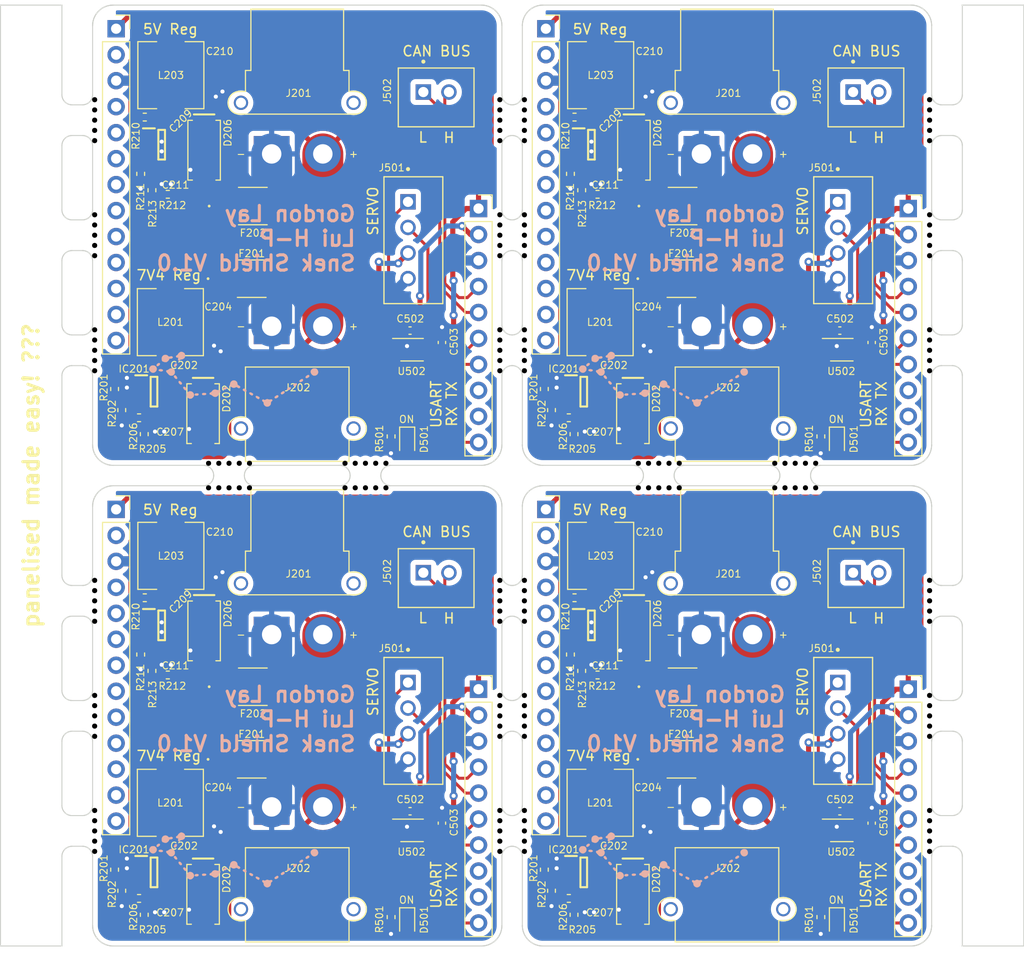
<source format=kicad_pcb>
(kicad_pcb (version 20211014) (generator pcbnew)
  (layers (0 "F.Cu" signal) (31 "B.Cu" signal) (35 "F.Paste" user) (36 "B.SilkS" user "B.Silkscreen") (37 "F.SilkS" user "F.Silkscreen") (38 "B.Mask" user) (39 "F.Mask" user) (44 "Edge.Cuts" user))
  (net 0 "")
  (net 1 "Board_0-+3V3")
  (net 2 "Board_0-+5V")
  (net 3 "Board_0-GND")
  (net 4 "Board_0-Net-(C202-Pad1)")
  (net 5 "Board_0-Net-(C202-Pad2)")
  (net 6 "Board_0-Net-(C207-Pad2)")
  (net 7 "Board_0-Net-(C209-Pad1)")
  (net 8 "Board_0-Net-(C209-Pad2)")
  (net 9 "Board_0-Net-(C211-Pad2)")
  (net 10 "Board_0-Net-(D501-Pad1)")
  (net 11 "Board_0-Net-(D501-Pad2)")
  (net 12 "Board_0-Net-(IC201-Pad3)")
  (net 13 "Board_0-Net-(IC201-Pad4)")
  (net 14 "Board_0-Net-(IC202-Pad3)")
  (net 15 "Board_0-Net-(IC202-Pad4)")
  (net 16 "Board_0-SHIELD_CAN2H")
  (net 17 "Board_0-SHIELD_CAN2L")
  (net 18 "Board_0-SHIELD_UART4_RX")
  (net 19 "Board_0-SHIELD_UART4_TX")
  (net 20 "Board_0-Servo_RXD")
  (net 21 "Board_0-Servo_TXD")
  (net 22 "Board_0-VS")
  (net 23 "Board_0-Vdrive")
  (net 24 "Board_0-unconnected-(J504-Pad8)")
  (net 25 "Board_0-unconnected-(J504-Pad9)")
  (net 26 "Board_0-unconnected-(J506-Pad10)")
  (net 27 "Board_0-unconnected-(J506-Pad11)")
  (net 28 "Board_0-unconnected-(J506-Pad12)")
  (net 29 "Board_0-unconnected-(J506-Pad13)")
  (net 30 "Board_0-unconnected-(J506-Pad2)")
  (net 31 "Board_0-unconnected-(J506-Pad4)")
  (net 32 "Board_0-unconnected-(J506-Pad5)")
  (net 33 "Board_0-unconnected-(J506-Pad6)")
  (net 34 "Board_0-unconnected-(J506-Pad7)")
  (net 35 "Board_0-unconnected-(J506-Pad8)")
  (net 36 "Board_0-unconnected-(J506-Pad9)")
  (net 37 "Board_1-+3V3")
  (net 38 "Board_1-+5V")
  (net 39 "Board_1-GND")
  (net 40 "Board_1-Net-(C202-Pad1)")
  (net 41 "Board_1-Net-(C202-Pad2)")
  (net 42 "Board_1-Net-(C207-Pad2)")
  (net 43 "Board_1-Net-(C209-Pad1)")
  (net 44 "Board_1-Net-(C209-Pad2)")
  (net 45 "Board_1-Net-(C211-Pad2)")
  (net 46 "Board_1-Net-(D501-Pad1)")
  (net 47 "Board_1-Net-(D501-Pad2)")
  (net 48 "Board_1-Net-(IC201-Pad3)")
  (net 49 "Board_1-Net-(IC201-Pad4)")
  (net 50 "Board_1-Net-(IC202-Pad3)")
  (net 51 "Board_1-Net-(IC202-Pad4)")
  (net 52 "Board_1-SHIELD_CAN2H")
  (net 53 "Board_1-SHIELD_CAN2L")
  (net 54 "Board_1-SHIELD_UART4_RX")
  (net 55 "Board_1-SHIELD_UART4_TX")
  (net 56 "Board_1-Servo_RXD")
  (net 57 "Board_1-Servo_TXD")
  (net 58 "Board_1-VS")
  (net 59 "Board_1-Vdrive")
  (net 60 "Board_1-unconnected-(J504-Pad8)")
  (net 61 "Board_1-unconnected-(J504-Pad9)")
  (net 62 "Board_1-unconnected-(J506-Pad10)")
  (net 63 "Board_1-unconnected-(J506-Pad11)")
  (net 64 "Board_1-unconnected-(J506-Pad12)")
  (net 65 "Board_1-unconnected-(J506-Pad13)")
  (net 66 "Board_1-unconnected-(J506-Pad2)")
  (net 67 "Board_1-unconnected-(J506-Pad4)")
  (net 68 "Board_1-unconnected-(J506-Pad5)")
  (net 69 "Board_1-unconnected-(J506-Pad6)")
  (net 70 "Board_1-unconnected-(J506-Pad7)")
  (net 71 "Board_1-unconnected-(J506-Pad8)")
  (net 72 "Board_1-unconnected-(J506-Pad9)")
  (net 73 "Board_2-+3V3")
  (net 74 "Board_2-+5V")
  (net 75 "Board_2-GND")
  (net 76 "Board_2-Net-(C202-Pad1)")
  (net 77 "Board_2-Net-(C202-Pad2)")
  (net 78 "Board_2-Net-(C207-Pad2)")
  (net 79 "Board_2-Net-(C209-Pad1)")
  (net 80 "Board_2-Net-(C209-Pad2)")
  (net 81 "Board_2-Net-(C211-Pad2)")
  (net 82 "Board_2-Net-(D501-Pad1)")
  (net 83 "Board_2-Net-(D501-Pad2)")
  (net 84 "Board_2-Net-(IC201-Pad3)")
  (net 85 "Board_2-Net-(IC201-Pad4)")
  (net 86 "Board_2-Net-(IC202-Pad3)")
  (net 87 "Board_2-Net-(IC202-Pad4)")
  (net 88 "Board_2-SHIELD_CAN2H")
  (net 89 "Board_2-SHIELD_CAN2L")
  (net 90 "Board_2-SHIELD_UART4_RX")
  (net 91 "Board_2-SHIELD_UART4_TX")
  (net 92 "Board_2-Servo_RXD")
  (net 93 "Board_2-Servo_TXD")
  (net 94 "Board_2-VS")
  (net 95 "Board_2-Vdrive")
  (net 96 "Board_2-unconnected-(J504-Pad8)")
  (net 97 "Board_2-unconnected-(J504-Pad9)")
  (net 98 "Board_2-unconnected-(J506-Pad10)")
  (net 99 "Board_2-unconnected-(J506-Pad11)")
  (net 100 "Board_2-unconnected-(J506-Pad12)")
  (net 101 "Board_2-unconnected-(J506-Pad13)")
  (net 102 "Board_2-unconnected-(J506-Pad2)")
  (net 103 "Board_2-unconnected-(J506-Pad4)")
  (net 104 "Board_2-unconnected-(J506-Pad5)")
  (net 105 "Board_2-unconnected-(J506-Pad6)")
  (net 106 "Board_2-unconnected-(J506-Pad7)")
  (net 107 "Board_2-unconnected-(J506-Pad8)")
  (net 108 "Board_2-unconnected-(J506-Pad9)")
  (net 109 "Board_3-+3V3")
  (net 110 "Board_3-+5V")
  (net 111 "Board_3-GND")
  (net 112 "Board_3-Net-(C202-Pad1)")
  (net 113 "Board_3-Net-(C202-Pad2)")
  (net 114 "Board_3-Net-(C207-Pad2)")
  (net 115 "Board_3-Net-(C209-Pad1)")
  (net 116 "Board_3-Net-(C209-Pad2)")
  (net 117 "Board_3-Net-(C211-Pad2)")
  (net 118 "Board_3-Net-(D501-Pad1)")
  (net 119 "Board_3-Net-(D501-Pad2)")
  (net 120 "Board_3-Net-(IC201-Pad3)")
  (net 121 "Board_3-Net-(IC201-Pad4)")
  (net 122 "Board_3-Net-(IC202-Pad3)")
  (net 123 "Board_3-Net-(IC202-Pad4)")
  (net 124 "Board_3-SHIELD_CAN2H")
  (net 125 "Board_3-SHIELD_CAN2L")
  (net 126 "Board_3-SHIELD_UART4_RX")
  (net 127 "Board_3-SHIELD_UART4_TX")
  (net 128 "Board_3-Servo_RXD")
  (net 129 "Board_3-Servo_TXD")
  (net 130 "Board_3-VS")
  (net 131 "Board_3-Vdrive")
  (net 132 "Board_3-unconnected-(J504-Pad8)")
  (net 133 "Board_3-unconnected-(J504-Pad9)")
  (net 134 "Board_3-unconnected-(J506-Pad10)")
  (net 135 "Board_3-unconnected-(J506-Pad11)")
  (net 136 "Board_3-unconnected-(J506-Pad12)")
  (net 137 "Board_3-unconnected-(J506-Pad13)")
  (net 138 "Board_3-unconnected-(J506-Pad2)")
  (net 139 "Board_3-unconnected-(J506-Pad4)")
  (net 140 "Board_3-unconnected-(J506-Pad5)")
  (net 141 "Board_3-unconnected-(J506-Pad6)")
  (net 142 "Board_3-unconnected-(J506-Pad7)")
  (net 143 "Board_3-unconnected-(J506-Pad8)")
  (net 144 "Board_3-unconnected-(J506-Pad9)")
  (footprint "NPTH" (layer "F.Cu") (at 66.2 85.5)
    (fp_text reference "REF**" hide)
    (fp_text value "NPTH" hide)
  )
  (footprint "SnapEDA Library:CAPC1608X90N" (layer "F.Cu") (at 31.291 55.45)
    (fp_text reference "C207")
    (fp_text value "10u ceramic X5R")
  )
  (footprint "NPTH" (layer "F.Cu") (at 77.333333 62.2)
    (fp_text reference "REF**" hide)
    (fp_text value "NPTH" hide)
  )
  (footprint "NPTH" (layer "F.Cu") (at 90.666666 62.2)
    (fp_text reference "REF**" hide)
    (fp_text value "NPTH" hide)
  )
  (footprint "BM04B:SOT95P280X100-6N" (layer "F.Cu") (at 30.75 28.65)
    (fp_text reference "IC202" hide)
    (fp_text value "ADP2301AUJZ-R7" hide)
  )
  (footprint "SnapEDA Library:CAPC1005X55N" (layer "F.Cu") (at 72.537 50.4)
    (fp_text reference "C202")
    (fp_text value "0.1u ceramic X5R")
  )
  (footprint "NPTH" (layer "F.Cu") (at 79.333333 59.8)
    (fp_text reference "REF**" hide)
    (fp_text value "NPTH" hide)
  )
  (footprint "NPTH" (layer "F.Cu") (at 63.8 37.5)
    (fp_text reference "REF**" hide)
    (fp_text value "NPTH" hide)
  )
  (footprint "NPTH" (layer "F.Cu") (at 105.8 85.5)
    (fp_text reference "REF**" hide)
    (fp_text value "NPTH" hide)
  )
  (footprint "Resistor_SMD:R_0402_1005Metric" (layer "F.Cu") (at 29.1 72.95)
    (fp_text reference "R210" hide)
    (fp_text value "52.3k")
  )
  (footprint "Resistor_SMD:R_0402_1005Metric" (layer "F.Cu") (at 71.05 56.95 90)
    (fp_text reference "R205" hide)
    (fp_text value "56k")
  )
  (footprint "NPTH" (layer "F.Cu") (at 66.2 73.25)
    (fp_text reference "REF**" hide)
    (fp_text value "NPTH" hide)
  )
  (footprint "NPTH" (layer "F.Cu") (at 24.2 38.5)
    (fp_text reference "REF**" hide)
    (fp_text value "NPTH" hide)
  )
  (footprint "NPTH" (layer "F.Cu") (at 63.8 71.25)
    (fp_text reference "REF**" hide)
    (fp_text value "NPTH" hide)
  )
  (footprint "NPTH" (layer "F.Cu") (at 66.2 49.75)
    (fp_text reference "REF**" hide)
    (fp_text value "NPTH" hide)
  )
  (footprint "NPTH" (layer "F.Cu") (at 63.8 26.25)
    (fp_text reference "REF**" hide)
    (fp_text value "NPTH" hide)
  )
  (footprint "SnapEDA Library:B230A-13-F" (layer "F.Cu") (at 76.9 29.188001 -90)
    (fp_text reference "D206")
    (fp_text value "30V 2A" hide)
  )
  (footprint "NPTH" (layer "F.Cu") (at 35.333334 62.2)
    (fp_text reference "REF**" hide)
    (fp_text value "NPTH" hide)
  )
  (footprint "NPTH" (layer "F.Cu") (at 48.666666 59.8)
    (fp_text reference "REF**" hide)
    (fp_text value "NPTH" hide)
  )
  (footprint "Connector_AMASS:AMASS_XT30PW-M_1x02_P2.50mm_Horizontal" (layer "F.Cu") (at 41.5 46.4 180)
    (fp_text reference "J202" hide)
    (fp_text value "AMASS_XT30PW-M")
  )
  (footprint "SnapEDA Library:CAPC1608X90N" (layer "F.Cu") (at 73.291 102.45)
    (fp_text reference "C207")
    (fp_text value "10u ceramic X5R")
  )
  (footprint "NPTH" (layer "F.Cu") (at 39.333334 59.8)
    (fp_text reference "REF**" hide)
    (fp_text value "NPTH" hide)
  )
  (footprint "LED_SMD:LED_0603_1608Metric" (layer "F.Cu") (at 54.7425 57.75 -90)
    (fp_text reference "D501" hide)
    (fp_text value "GREEN")
  )
  (footprint "SnapEDA Library:CDRH5D28RHPNP-4R7NC" (layer "F.Cu") (at 73.6 93 90)
    (fp_text reference "L201")
    (fp_text value "4.7u 2.0A" hide)
  )
  (footprint "NPTH" (layer "F.Cu") (at 66.2 24.25)
    (fp_text reference "REF**" hide)
    (fp_text value "NPTH" hide)
  )
  (footprint "NPTH" (layer "F.Cu") (at 94.666666 59.8)
    (fp_text reference "REF**" hide)
    (fp_text value "NPTH" hide)
  )
  (footprint "BM04B:SOT95P280X100-6N" (layer "F.Cu") (at 72.75 75.65)
    (fp_text reference "IC202" hide)
    (fp_text value "ADP2301AUJZ-R7" hide)
  )
  (footprint "Resistor_SMD:R_0402_1005Metric" (layer "F.Cu") (at 71.05 103.95 90)
    (fp_text reference "R205" hide)
    (fp_text value "56k")
  )
  (footprint "BM04B:SOT95P280X100-6N" (layer "F.Cu") (at 30.75 75.65)
    (fp_text reference "IC202" hide)
    (fp_text value "ADP2301AUJZ-R7" hide)
  )
  (footprint "NPTH" (layer "F.Cu") (at 66.2 39.5)
    (fp_text reference "REF**" hide)
    (fp_text value "NPTH" hide)
  )
  (footprint "NPTH" (layer "F.Cu") (at 93.666666 59.8)
    (fp_text reference "REF**" hide)
    (fp_text value "NPTH" hide)
  )
  (footprint "NPTH" (layer "F.Cu") (at 24.2 96.75)
    (fp_text reference "REF**" hide)
    (fp_text value "NPTH" hide)
  )
  (footprint "Connector_PinSocket_2.54mm:PinSocket_1x10_P2.54mm_Vertical" (layer "F.Cu") (at 61.717 81.89)
    (fp_text reference "J504" hide)
    (fp_text value "Conn_01x10")
  )
  (footprint "SnapEDA Library:CAPC1608X90N" (layer "F.Cu") (at 31.5 78.25)
    (fp_text reference "C211")
    (fp_text value "10u ceramic X5R")
  )
  (footprint "Resistor_SMD:R_0402_1005Metric" (layer "F.Cu") (at 28.54 102.35 180)
    (fp_text reference "R206" hide)
    (fp_text value "10.2k")
  )
  (footprint "NPTH" (layer "F.Cu") (at 24.2 36.5)
    (fp_text reference "REF**" hide)
    (fp_text value "NPTH" hide)
  )
  (footprint "NPTH" (layer "F.Cu") (at 24.2 73.25)
    (fp_text reference "REF**" hide)
    (fp_text value "NPTH" hide)
  )
  (footprint "NPTH" (layer "F.Cu") (at 105.8 38.5)
    (fp_text reference "REF**" hide)
    (fp_text value "NPTH" hide)
  )
  (footprint "NPTH" (layer "F.Cu") (at 94.666666 62.2)
    (fp_text reference "REF**" hide)
    (fp_text value "NPTH" hide)
  )
  (footprint "Resistor_SMD:R_0402_1005Metric" (layer "F.Cu") (at 29.8 80.1 -90)
    (fp_text reference "R213" hide)
    (fp_text value "10.2k")
  )
  (footprint "NPTH" (layer "F.Cu") (at 63.8 82.5)
    (fp_text reference "REF**" hide)
    (fp_text value "NPTH" hide)
  )
  (footprint "Resistor_SMD:R_0402_1005Metric" (layer "F.Cu") (at 68.85 101.6 -90)
    (fp_text reference "R202" hide)
    (fp_text value "6.8k")
  )
  (footprint "NPTH" (layer "F.Cu") (at 66.2 50.75)
    (fp_text reference "REF**" hide)
    (fp_text value "NPTH" hide)
  )
  (footprint "Connector_AMASS:AMASS_XT30PW-F_1x02_P2.50mm_Horizontal" (layer "F.Cu") (at 83.5 29.55)
    (fp_text reference "J201" hide)
    (fp_text value "AMASS_XT30PW-F")
  )
  (footprint "NPTH" (layer "F.Cu") (at 105.8 28.25)
    (fp_text reference "REF**" hide)
    (fp_text value "NPTH" hide)
  )
  (footprint "NPTH" (layer "F.Cu") (at 79.333333 62.2)
    (fp_text reference "REF**" hide)
    (fp_text value "NPTH" hide)
  )
  (footprint "NPTH" (layer "F.Cu") (at 91.666666 59.8)
    (fp_text reference "REF**" hide)
    (fp_text value "NPTH" hide)
  )
  (footprint "NPTH" (layer "F.Cu") (at 66.2 93.75)
    (fp_text reference "REF**" hide)
    (fp_text value "NPTH" hide)
  )
  (footprint "NPTH" (layer "F.Cu") (at 66.2 36.5)
    (fp_text reference "REF**" hide)
    (fp_text value "NPTH" hide)
  )
  (footprint "SnapEDA Library:CAPC1005X55N" (layer "F.Cu") (at 31.25 73.15)
    (fp_text reference "C209")
    (fp_text value "0.1u ceramic X5R")
  )
  (footprint "SnapEDA Library:CAPC1005X55N" (layer "F.Cu") (at 72.537 97.4)
    (fp_text reference "C202")
    (fp_text value "0.1u ceramic X5R")
  )
  (footprint "NPTH" (layer "F.Cu") (at 105.8 84.5)
    (fp_text reference "REF**" hide)
    (fp_text value "NPTH" hide)
  )
  (footprint "Resistor_SMD:R_0402_1005Metric" (layer "F.Cu") (at 29.05 56.95 90)
    (fp_text reference "R205" hide)
    (fp_text value "56k")
  )
  (footprint "Resistor_SMD:R_0402_1005Metric" (layer "F.Cu") (at 71.8 80.1 -90)
    (fp_text reference "R213" hide)
    (fp_text value "10.2k")
  )
  (footprint "SnapEDA Library:CAPC1608X90N" (layer "F.Cu") (at 31.5 31.25)
    (fp_text reference "C211")
    (fp_text value "10u ceramic X5R")
  )
  (footprint "NPTH" (layer "F.Cu") (at 105.8 48.75)
    (fp_text reference "REF**" hide)
    (fp_text value "NPTH" hide)
  )
  (footprint "NPTH" (layer "F.Cu") (at 37.333334 62.2)
    (fp_text reference "REF**" hide)
    (fp_text value "NPTH" hide)
  )
  (footprint "NPTH" (layer "F.Cu") (at 66.2 83.5)
    (fp_text reference "REF**" hide)
    (fp_text value "NPTH" hide)
  )
  (footprint "NPTH" (layer "F.Cu") (at 39.333334 62.2)
    (fp_text reference "REF**" hide)
    (fp_text value "NPTH" hide)
  )
  (footprint "NPTH" (layer "F.Cu") (at 24.2 83.5)
    (fp_text reference "REF**" hide)
    (fp_text value "NPTH" hide)
  )
  (footprint "SnapEDA Library:CAPC1608X90N" (layer "F.Cu") (at 35.917 21.491 90)
    (fp_text reference "C210")
    (fp_text value "10u ceramic X5R")
  )
  (footprint "NPTH" (layer "F.Cu") (at 24.2 72.25)
    (fp_text reference "REF**" hide)
    (fp_text value "NPTH" hide)
  )
  (footprint "LED_SMD:LED_0603_1608Metric" (layer "F.Cu") (at 96.7425 104.75 -90)
    (fp_text reference "D501" hide)
    (fp_text value "GREEN")
  )
  (footprint "NPTH" (layer "F.Cu") (at 105.8 37.5)
    (fp_text reference "REF**" hide)
    (fp_text value "NPTH" hide)
  )
  (footprint "NPTH" (layer "F.Cu") (at 105.8 75.25)
    (fp_text reference "REF**" hide)
    (fp_text value "NPTH" hide)
  )
  (footprint "Package_SO:VSSOP-8_2.3x2mm_P0.5mm" (layer "F.Cu") (at 55.22 95.695)
    (fp_text reference "U502" hide)
    (fp_text value "TXS0102DCU")
  )
  (footprint "Connector_AMASS:AMASS_XT30PW-F_1x02_P2.50mm_Horizontal" (layer "F.Cu") (at 41.5 76.55)
    (fp_text reference "J201" hide)
    (fp_text value "AMASS_XT30PW-F")
  )
  (footprint "Resistor_SMD:R_0402_1005Metric" (layer "F.Cu") (at 68.15 52.54 -90)
    (fp_text reference "R201" hide)
    (fp_text value "56k")
  )
  (footprint "BM04B:SOT95P280X100-6N" (layer "F.Cu") (at 72 52.8)
    (fp_text reference "IC201" hide)
    (fp_text value "ADP2301AUJZ-R7" hide)
  )
  (footprint "NPTH" (layer "F.Cu") (at 105.8 72.25)
    (fp_text reference "REF**" hide)
    (fp_text value "NPTH" hide)
  )
  (footprint "SnapEDA Library:JST_B4B-XH-A(LF)(SN)" (layer "F.Cu") (at 55.35 37.9875 -90)
    (fp_text reference "J501")
    (fp_text value "Conn_01x04")
  )
  (footprint "LED_SMD:LED_0603_1608Metric" (layer "F.Cu") (at 54.7425 104.75 -90)
    (fp_text reference "D501" hide)
    (fp_text value "GREEN")
  )
  (footprint "NPTH" (layer "F.Cu") (at 66.2 47.75)
    (fp_text reference "REF**" hide)
    (fp_text value "NPTH" hide)
  )
  (footprint "SnapEDA Library:0ZCG0050FF2C" (layer "F.Cu") (at 81.6596 34.65)
    (fp_text reference "F202")
    (fp_text value "0ZCG0050FF2C" hide)
  )
  (footprint "Resistor_SMD:R_0402_1005Metric" (layer "F.Cu") (at 28.54 55.35 180)
    (fp_text reference "R206" hide)
    (fp_text value "10.2k")
  )
  (footprint "NPTH" (layer "F.Cu") (at 24.2 49.75)
    (fp_text reference "REF**" hide)
    (fp_text value "NPTH" hide)
  )
  (footprint "NPTH" (layer "F.Cu") (at 24.2 24.25)
    (fp_text reference "REF**" hide)
    (fp_text value "NPTH" hide)
  )
  (footprint "Connector_AMASS:AMASS_XT30PW-F_1x02_P2.50mm_Horizontal" (layer "F.Cu") (at 83.5 76.55)
    (fp_text reference "J201" hide)
    (fp_text value "AMASS_XT30PW-F")
  )
  (footprint "Connector_AMASS:AMASS_XT30PW-M_1x02_P2.50mm_Horizontal" (layer "F.Cu") (at 83.5 93.4 180)
    (fp_text reference "J202" hide)
    (fp_text value "AMASS_XT30PW-M")
  )
  (footprint "Resistor_SMD:R_0402_1005Metric" (layer "F.Cu") (at 73.35 80.5 180)
    (fp_text reference "R212" hide)
    (fp_text value "56k")
  )
  (footprint "SnapEDA Library:CAPC1608X90N" (layer "F.Cu") (at 73.5 78.25)
    (fp_text reference "C211")
    (fp_text value "10u ceramic X5R")
  )
  (footprint "NPTH" (layer "F.Cu") (at 92.666666 59.8)
    (fp_text reference "REF**" hide)
    (fp_text value "NPTH" hide)
  )
  (footprint "NPTH" (layer "F.Cu") (at 66.2 27.25)
    (fp_text reference "REF**" hide)
    (fp_text value "NPTH" hide)
  )
  (footprint "NPTH" (layer "F.Cu") (at 78.333333 62.2)
    (fp_text reference "REF**" hide)
    (fp_text value "NPTH" hide)
  )
  (footprint "NPTH" (layer "F.Cu") (at 66.2 84.5)
    (fp_text reference "REF**" hide)
    (fp_text value "NPTH" hide)
  )
  (footprint "NPTH" (layer "F.Cu") (at 81.333333 59.8)
    (fp_text reference "REF**" hide)
    (fp_text value "NPTH" hide)
  )
  (footprint "NPTH" (layer "F.Cu") (at 105.8 97.75)
    (fp_text reference "REF**" hide)
    (fp_text value "NPTH" hide)
  )
  (footprint "Capacitor_SMD:C_0402_1005Metric" (layer "F.Cu") (at 97.025 93.825)
    (fp_text reference "C502" hide)
    (fp_text value "100n")
  )
  (footprint "NPTH" (layer "F.Cu") (at 66.2 72.25)
    (fp_text reference "REF**" hide)
    (fp_text value "NPTH" hide)
  )
  (footprint "NPTH" (layer "F.Cu") (at 63.8 35.5)
    (fp_text reference "REF**" hide)
    (fp_text value "NPTH" hide)
  )
  (footprint "SnapEDA Library:CAPC1005X55N" (layer "F.Cu") (at 73.25 73.15)
    (fp_text reference "C209")
    (fp_text value "0.1u ceramic X5R")
  )
  (footprint "NPTH" (layer "F.Cu") (at 63.8 72.25)
    (fp_text reference "REF**" hide)
    (fp_text value "NPTH" hide)
  )
  (footprint "SnapEDA Library:CAPC1608X90N" (layer "F.Cu") (at 77.917 21.491 90)
    (fp_text reference "C210")
    (fp_text value "10u ceramic X5R")
  )
  (footprint "SnapEDA Library:0ZCG0050FF2C" (layer "F.Cu") (at 39.6596 34.65)
    (fp_text reference "F202")
    (fp_text value "0ZCG0050FF2C" hide)
  )
  (footprint "SnapEDA Library:JST_B2B-XH-A(LF)(SN)" (layer "F.Cu") (at 57.575 70.5 180)
    (fp_text reference "J502")
    (fp_text value "Conn_01x02")
  )
  (footprint "SnapEDA Library:B230A-13-F" (layer "F.Cu") (at 34.8 54.95 -90)
    (fp_text reference "D202")
    (fp_text value "30V 2A" hide)
  )
  (footprint "Resistor_SMD:R_0402_1005Metric" (layer "F.Cu") (at 31.35 80.5 180)
    (fp_text reference "R212" hide)
    (fp_text value "56k")
  )
  (footprint "NPTH" (layer "F.Cu") (at 24.2 74.25)
    (fp_text reference "REF**" hide)
    (fp_text value "NPTH" hide)
  )
  (footprint "Connector_AMASS:AMASS_XT30PW-M_1x02_P2.50mm_Horizontal" (layer "F.Cu") (at 41.5 93.4 180)
    (fp_text reference "J202" hide)
    (fp_text value "AMASS_XT30PW-M")
  )
  (footprint "NPTH" (layer "F.Cu") (at 66.2 94.75)
    (fp_text reference "REF**" hide)
    (fp_text value "NPTH" hide)
  )
  (footprint "NPTH" (layer "F.Cu") (at 92.666666 62.2)
    (fp_text reference "REF**" hide)
    (fp_text value "NPTH" hide)
  )
  (footprint "NPTH" (layer "F.Cu") (at 24.2 97.75)
    (fp_text reference "REF**" hide)
    (fp_text value "NPTH" hide)
  )
  (footprint "NPTH" (layer "F.Cu") (at 66.2 96.75)
    (fp_text reference "REF**" hide)
    (fp_text value "NPTH" hide)
  )
  (footprint "Package_SO:VSSOP-8_2.3x2mm_P0.5mm" (layer "F.Cu") (at 55.22 48.695)
    (fp_text reference "U502" hide)
    (fp_text value "TXS0102DCU")
  )
  (footprint "NPTH" (layer "F.Cu") (at 66.2 82.5)
    (fp_text reference "REF**" hide)
    (fp_text value "NPTH" hide)
  )
  (footprint "Connector_AMASS:AMASS_XT30PW-F_1x02_P2.50mm_Horizontal" (layer "F.Cu") (at 41.5 29.55)
    (fp_text reference "J201" hide)
    (fp_text value "AMASS_XT30PW-F")
  )
  (footprint "NPTH" (layer "F.Cu") (at 63.8 84.5)
    (fp_text reference "REF**" hide)
    (fp_text value "NPTH" hide)
  )
  (footprint "NPTH" (layer "F.Cu") (at 105.8 74.25)
    (fp_text reference "REF**" hide)
    (fp_text value "NPTH" hide)
  )
  (footprint "NPTH" (layer "F.Cu") (at 24.2 75.25)
    (fp_text reference "REF**" hide)
    (fp_text value "NPTH" hide)
  )
  (footprint "SnapEDA Library:CDRH5D28RHPNP-4R7NC" (layer "F.Cu") (at 73.6 46 90)
    (fp_text reference "L201")
    (fp_text value "4.7u 2.0A" hide)
  )
  (footprint "NPTH" (layer "F.Cu") (at 66.2 86.5)
    (fp_text reference "REF**" hide)
    (fp_text value "NPTH" hide)
  )
  (footprint "NPTH" (layer "F.Cu") (at 63.8 46.75)
    (fp_text reference "REF**" hide)
    (fp_text value "NPTH" hide)
  )
  (footprint "NPTH" (layer "F.Cu") (at 66.2 26.25)
    (fp_text reference "REF**" hide)
    (fp_text value "NPTH" hide)
  )
  (footprint "NPTH" (layer "F.Cu") (at 63.8 39.5)
    (fp_text reference "REF**" hide)
    (fp_text value "NPTH" hide)
  )
  (footprint "Resistor_SMD:R_0402_1005Metric" (layer "F.Cu") (at 71.1 72.95)
    (fp_text reference "R210" hide)
    (fp_text value "52.3k")
  )
  (footprint "NPTH" (layer "F.Cu") (at 78.333333 59.8)
    (fp_text reference "REF**" hide)
    (fp_text value "NPTH" hide)
  )
  (footprint "NPTH" (layer "F.Cu") (at 63.8 86.5)
    (fp_text reference "REF**" hide)
    (fp_text value "NPTH" hide)
  )
  (footprint "NPTH" (layer "F.Cu") (at 66.2 35.5)
    (fp_text reference "REF**" hide)
    (fp_text value "NPTH" hide)
  )
  (footprint "SnapEDA Library:0ZCG0050FF2C" (layer "F.Cu") (at 81.55 88.75)
    (fp_text reference "F201")
    (fp_text value "0ZCG0050FF2C" hide)
  )
  (footprint "NPTH" (layer "F.Cu") (at 49.666666 62.2)
    (fp_text reference "REF**" hide)
    (fp_text value "NPTH" hide)
  )
  (footprint "NPTH" (layer "F.Cu") (at 63.8 97.75)
    (fp_text reference "REF**" hide)
    (fp_text value "NPTH" hide)
  )
  (footprint "SnapEDA Library:B230A-13-F" (layer "F.Cu") (at 76.9 76.188001 -90)
    (fp_text reference "D206")
    (fp_text value "30V 2A" hide)
  )
  (footprint "NPTH" (layer "F.Cu") (at 63.8 74.25)
    (fp_text reference "REF**" hide)
    (fp_text value "NPTH" hide)
  )
  (footprint "Capacitor_SMD:C_0402_1005Metric" (layer "F.Cu") (at 97.025 46.825)
    (fp_text reference "C502" hide)
    (fp_text value "100n")
  )
  (footprint "SnapEDA Library:CAPC1005X55N" (layer "F.Cu") (at 73.25 26.15)
    (fp_text reference "C209")
    (fp_text value "0.1u ceramic X5R")
  )
  (footprint "Connector_PinSocket_2.54mm:PinSocket_1x10_P2.54mm_Vertical" (layer "F.Cu") (at 103.717 81.89)
    (fp_text reference "J504" hide)
    (fp_text value "Conn_01x10")
  )
  (footprint "NPTH" (layer "F.Cu") (at 63.8 24.25)
    (fp_text reference "REF**" hide)
    (fp_text value "NPTH" hide)
  )
  (footprint "NPTH" (layer "F.Cu") (at 63.8 94.75)
    (fp_text reference "REF**" hide)
    (fp_text value "NPTH" hide)
  )
  (footprint "Resistor_SMD:R_0402_1005Metric" (layer "F.Cu") (at 73.35 33.5 180)
    (fp_text reference "R212" hide)
    (fp_text value "56k")
  )
  (footprint "NPTH" (layer "F.Cu") (at 90.666666 59.8)
    (fp_text reference "REF**" hide)
    (fp_text value "NPTH" hide)
  )
  (footprint "SnapEDA Library:CAPC1608X90N" (layer "F.Cu") (at 73.5 31.25)
    (fp_text reference "C211")
    (fp_text value "10u ceramic X5R")
  )
  (footprint "Resistor_SMD:R_0402_1005Metric" (layer "F.Cu") (at 28.7 78.5 -90)
    (fp_text reference "R211" hide)
    (fp_text value "10k")
  )
  (footprint "NPTH" (layer "F.Cu") (at 66.2 71.25)
    (fp_text reference "REF**" hide)
    (fp_text value "NPTH" hide)
  )
  (footprint "NPTH" (layer "F.Cu") (at 66.2 25.25)
    (fp_text reference "REF**" hide)
    (fp_text value "NPTH" hide)
  )
  (footprint "SnapEDA Library:CDRH5D28RHPNP-4R7NC" (layer "F.Cu") (at 31.6 93 90)
    (fp_text reference "L201")
    (fp_text value "4.7u 2.0A" hide)
  )
  (footprint "NPTH" (layer "F.Cu") (at 66.2 37.5)
    (fp_text reference "REF**" hide)
    (fp_text value "NPTH" hide)
  )
  (footprint "NPTH" (layer "F.Cu") (at 36.333334 62.2)
    (fp_text reference "REF**" hide)
    (fp_text value "NPTH" hide)
  )
  (footprint "NPTH" (layer "F.Cu") (at 24.2 27.25)
    (fp_text reference "REF**" hide)
    (fp_text value "NPTH" hide)
  )
  (footprint "NPTH" (layer "F.Cu") (at 24.2 47.75)
    (fp_text reference "REF**" hide)
    (fp_text value "NPTH" hide)
  )
  (footprint "NPTH" (layer "F.Cu") (at 37.333334 59.8)
    (fp_text reference "REF**" hide)
    (fp_text value "NPTH" hide)
  )
  (footprint "NPTH" (layer "F.Cu") (at 91.666666 62.2)
    (fp_text reference "REF**" hide)
    (fp_text value "NPTH" hide)
  )
  (footprint "NPTH" (layer "F.Cu") (at 49.666666 59.8)
    (fp_text reference "REF**" hide)
    (fp_text value "NPTH" hide)
  )
  (footprint "NPTH" (layer "F.Cu") (at 24.2 28.25)
    (fp_text reference "REF**" hide)
    (fp_text value "NPTH" hide)
  )
  (footprint "NPTH" (layer "F.Cu") (at 66.2 48.75)
    (fp_text reference "REF**" hide)
    (fp_text value "NPTH" hide)
  )
  (footprint "NPTH" (layer "F.Cu") (at 63.8 28.25)
    (fp_text reference "REF**" hide)
    (fp_text value "NPTH" hide)
  )
  (footprint "Resistor_SMD:R_0402_1005Metric" (layer "F.Cu") (at 95.1725 104.175 -90)
    (fp_text reference "R501" hide)
    (fp_text value "1k")
  )
  (footprint "NPTH" (layer "F.Cu") (at 105.8 47.75)
    (fp_text reference "REF**" hide)
    (fp_text value "NPTH" hide)
  )
  (footprint "NPTH" (layer "F.Cu") (at 24.2 39.5)
    (fp_text reference "REF**" hide)
    (fp_text value "NPTH" hide)
  )
  (footprint "NPTH" (layer "F.Cu") (at 80.333333 59.8)
    (fp_text reference "REF**" hide)
    (fp_text value "NPTH" hide)
  )
  (footprint "NPTH" (layer "F.Cu") (at 51.666666 62.2)
    (fp_text reference "REF**" hide)
    (fp_text value "NPTH" hide)
  )
  (footprint "Capacitor_SMD:C_0402_1005Metric" (layer "F.Cu") (at 58.14 94.99 -90)
    (fp_text reference "C503" hide)
    (fp_text value "100n")
  )
  (footprint "NPTH" (layer "F.Cu") (at 35.333334 59.8)
    (fp_text reference "REF**" hide)
    (fp_text value "NPTH" hide)
  )
  (footprint "NPTH" (layer "F.Cu") (at 77.333333 59.8)
    (fp_text reference "REF**" hide)
    (fp_text value "NPTH" hide)
  )
  (footprint "Resistor_SMD:R_0402_1005Metric" (layer "F.Cu") (at 29.1 25.95)
    (fp_text reference "R210" hide)
    (fp_text value "52.3k")
  )
  (footprint "SnapEDA Library:JST_B4B-XH-A(LF)(SN)" (layer "F.Cu") (at 97.35 37.9875 -90)
    (fp_text reference "J501")
    (fp_text value "Conn_01x04")
  )
  (footprint "SnapEDA Library:CAPC1608X90N" (layer "F.Cu") (at 35.917 46.4955 90)
    (fp_text reference "C204")
    (fp_text value "10u ceramic X5R")
  )
  (footprint "Resistor_SMD:R_0402_1005Metric" (layer "F.Cu") (at 29.8 33.1 -90)
    (fp_text reference "R213" hide)
    (fp_text value "10.2k")
  )
  (footprint "Resistor_SMD:R_0402_1005Metric" (layer "F.Cu") (at 53.1725 104.175 -90)
    (fp_text reference "R501" hide)
    (fp_text value "1k")
  )
  (footprint "SnapEDA Library:CAPC1005X55N" (layer "F.Cu") (at 31.25 26.15)
    (fp_text reference "C209")
    (fp_text value "0.1u ceramic X5R")
  )
  (footprint "NPTH" (layer "F.Cu") (at 80.333333 62.2)
    (fp_text reference "REF**" hide)
    (fp_text value "NPTH" hide)
  )
  (footprint "Capacitor_SMD:C_0402_1005Metric" (layer "F.Cu") (at 100.14 47.99 -90)
    (fp_text reference "C503" hide)
    (fp_text value "100n")
  )
  (footprint "SnapEDA Library:JST_B2B-XH-A(LF)(SN)" (layer "F.Cu") (at 99.575 23.5 180)
    (fp_text reference "J502")
    (fp_text value "Conn_01x02")
  )
  (footprint "SnapEDA Library:CDRH5D28RHPNP-4R7NC" (layer "F.Cu") (at 31.65 68.85 90)
    (fp_text reference "L203")
    (fp_text value "4.7u 2.0A" hide)
  )
  (footprint "NPTH" (layer "F.Cu") (at 93.666666 62.2)
    (fp_text reference "REF**" hide)
    (fp_text value "NPTH" hide)
  )
  (footprint "NPTH" (layer "F.Cu") (at 105.8 96.75)
    (fp_text reference "REF**" hide)
    (fp_text value "NPTH" hide)
  )
  (footprint "SnapEDA Library:CDRH5D28RHPNP-4R7NC" (layer "F.Cu") (at 31.6 46 90)
    (fp_text reference "L201")
    (fp_text value "4.7u 2.0A" hide)
  )
  (footprint "SnapEDA Library:B230A-13-F" (layer "F.Cu") (at 76.8 54.95 -90)
    (fp_text reference "D202")
    (fp_text value "30V 2A" hide)
  )
  (footprint "NPTH" (layer "F.Cu") (at 24.2 94.75)
    (fp_text reference "REF**" hide)
    (fp_text value "NPTH" hide)
  )
  (footprint "NPTH" (layer "F.Cu") (at 63.8 49.75)
    (fp_text reference "REF**" hide)
    (fp_text value "NPTH" hide)
  )
  (footprint "NPTH" (layer "F.Cu") (at 63.8 73.25)
    (fp_text reference "REF**" hide)
    (fp_text value "NPTH" hide)
  )
  (footprint "NPTH" (layer "F.Cu") (at 24.2 86.5)
    (fp_text reference "REF**" hide)
    (fp_text value "NPTH" hide)
  )
  (footprint "Resistor_SMD:R_0402_1005Metric" (layer "F.Cu") (at 31.35 33.5 180)
    (fp_text reference "R212" hide)
    (fp_text value "56k")
  )
  (footprint "NPTH" (layer "F.Cu") (at 63.8 27.25)
    (fp_text reference "REF**" hide)
    (fp_text value "NPTH" hide)
  )
  (footprint "NPTH" (layer "F.Cu") (at 81.333333 62.2)
    (fp_text reference "REF**" hide)
    (fp_text value "NPTH" hide)
  )
  (footprint "SnapEDA Library:CAPC1608X90N" (layer "F.Cu") (at 77.917 46.4955 90)
    (fp_text reference "C204")
    (fp_text value "10u ceramic X5R")
  )
  (footprint "NPTH" (layer "F.Cu") (at 63.8 48.75)
    (fp_text reference "REF**" hide)
    (fp_text value "NPTH" hide)
  )
  (footprint "NPTH" (layer "F.Cu") (at 24.2 26.25)
    (fp_text reference "REF**" hide)
    (fp_text value "NPTH" hide)
  )
  (footprint "Resistor_SMD:R_0402_1005Metric" (layer "F.Cu") (at 29.05 103.95 90)
    (fp_text reference "R205" hide)
    (fp_text value "56k")
  )
  (footprint "NPTH" (layer "F.Cu") (at 24.2 71.25)
    (fp_text reference "REF**" hide)
    (fp_text value "NPTH" hide)
  )
  (footprint "SnapEDA Library:0ZCG0050FF2C" (layer "F.Cu") (at 81.6596 81.65)
    (fp_text reference "F202")
    (fp_text value "0ZCG0050FF2C" hide)
  )
  (footprint "LED_SMD:LED_0603_1608Metric" (layer "F.Cu") (at 96.7425 57.75 -90)
    (fp_text reference "D501" hide)
    (fp_text value "GREEN")
  )
  (footprint "NPTH" (layer "F.Cu") (at 63.8 93.75)
    (fp_text reference "REF**" hide)
    (fp_text value "NPTH" hide)
  )
  (footprint "NPTH" (layer "F.Cu") (at 66.2 97.75)
    (fp_text reference "REF**" hide)
    (fp_text value "NPTH" hide)
  )
  (footprint "SnapEDA Library:B230A-13-F" (layer "F.Cu") (at 34.8 101.95 -90)
    (fp_text reference "D202")
    (fp_text value "30V 2A" hide)
  )
  (footprint "Connector_PinSocket_2.54mm:PinSocket_1x10_P2.54mm_Vertical" (layer "F.Cu") (at 61.717 34.89)
    (fp_text reference "J504" hide)
    (fp_text value "Conn_01x10")
  )
  (footprint "NPTH" (layer "F.Cu") (at 63.8 47.75)
    (fp_text reference "REF**" hide)
    (fp_text value "NPTH" hide)
  )
  (footprint "Resistor_SMD:R_0402_1005Metric" (layer "F.Cu") (at 70.54 102.35 180)
    (fp_text reference "R206" hide)
    (fp_text value "10.2k")
  )
  (footprint "Connector_PinSocket_2.54mm:PinSocket_1x13_P2.54mm_Vertical" (layer "F.Cu") (at 26.3 64.308)
    (fp_text reference "J506" hide)
    (fp_text value "Conn_01x13")
  )
  (footprint "SnapEDA Library:JST_B4B-XH-A(LF)(SN)" (layer "F.Cu") (at 97.35 84.9875 -90)
    (fp_text reference "J501")
    (fp_text value "Conn_01x04")
  )
  (footprint "NPTH" (layer "F.Cu") (at 66.2 38.5)
    (fp_text reference "REF**" hide)
    (fp_text value "NPTH" hide)
  )
  (footprint "Connector_PinSocket_2.54mm:PinSocket_1x13_P2.54mm_Vertical" (layer "F.Cu") (at 26.3 17.308)
    (fp_text reference "J506" hide)
    (fp_text value "Conn_01x13")
  )
  (footprint "NPTH" (layer "F.Cu") (at 50.666666 59.8)
    (fp_text reference "REF**" hide)
    (fp_text value "NPTH" hide)
  )
  (footprint "SnapEDA Library:CAPC1608X90N" (layer "F.Cu") (at 73.291 55.45)
    (fp_text reference "C207")
    (fp_text value "10u ceramic X5R")
  )
  (footprint "NPTH" (layer "F.Cu") (at 66.2 75.25)
    (fp_text reference "REF**" hide)
    (fp_text value "NPTH" hide)
  )
  (footprint "NPTH" (layer "F.Cu") (at 105.8 73.25)
    (fp_text reference "REF**" hide)
    (fp_text value "NPTH" hide)
  )
  (footprint "Resistor_SMD:R_0402_1005Metric" (layer "F.Cu") (at 70.7 31.5 -90)
    (fp_text reference "R211" hide)
    (fp_text value "10k")
  )
  (footprint "NPTH" (layer "F.Cu") (at 52.666666 59.8)
    (fp_text reference "REF**" hide)
    (fp_text value "NPTH" hide)
  )
  (footprint "NPTH" (layer "F.Cu") (at 50.666666 62.2)
    (fp_text reference "REF**" hide)
    (fp_text value "NPTH" hide)
  )
  (footprint "BM04B:SOT95P280X100-6N" (layer "F.Cu") (at 72.75 28.65)
    (fp_text reference "IC202" hide)
    (fp_text value "ADP2301AUJZ-R7" hide)
  )
  (footprint "NPTH" (layer "F.Cu") (at 24.2 48.75)
    (fp_text reference "REF**" hide)
    (fp_text value "NPTH" hide)
  )
  (footprint "SnapEDA Library:JST_B2B-XH-A(LF)(SN)" (layer "F.Cu") (at 99.575 70.5 180)
    (fp_text reference "J502")
    (fp_text value "Conn_01x02")
  )
  (footprint "NPTH" (layer "F.Cu") (at 105.8 86.5)
    (fp_text reference "REF**" hide)
    (fp_text value "NPTH" hide)
  )
  (footprint "Capacitor_SMD:C_0402_1005Metric" (layer "F.Cu") (at 58.14 47.99 -90)
    (fp_text reference "C503" hide)
    (fp_text value "100n")
  )
  (footprint "SnapEDA Library:CAPC1608X90N" (layer "F.Cu") (at 35.917 93.4955 90)
    (fp_text reference "C204")
    (fp_text value "10u ceramic X5R")
  )
  (footprint "NPTH" (layer "F.Cu") (at 38.333334 59.8)
    (fp_text reference "REF**" hide)
    (fp_text value "NPTH" hide)
  )
  (footprint "NPTH" (layer "F.Cu") (at 105.8 83.5)
    (fp_text reference "REF**" hide)
    (fp_text value "NPTH" hide)
  )
  (footprint "NPTH" (layer "F.Cu") (at 66.2 28.25)
    (fp_text reference "REF**" hide)
    (fp_text value "NPTH" hide)
  )
  (footprint "SnapEDA Library:CAPC1608X90N" (layer "F.Cu") (at 35.917 68.491 90)
    (fp_text reference "C210")
    (fp_text value "10u ceramic X5R")
  )
  (footprint "NPTH" (layer "F.Cu") (at 105.8 27.25)
    (fp_text reference "REF**" hide)
    (fp_text value "NPTH" hide)
  )
  (footprint "Capacitor_SMD:C_0402_1005Metric" (layer "F.Cu") (at 100.14 94.99 -90)
    (fp_text reference "C503" hide)
    (fp_text value "100n")
  )
  (footprint "NPTH" (layer "F.Cu") (at 105.8 35.5)
    (fp_text reference "REF**" hide)
    (fp_text value "NPTH" hide)
  )
  (footprint "NPTH" (layer "F.Cu") (at 63.8 50.75)
    (fp_text reference "REF**" hide)
    (fp_text value "NPTH" hide)
  )
  (footprint "NPTH" (layer "F.Cu") (at 105.8 95.75)
    (fp_text reference "REF**" hide)
    (fp_text value "NPTH" hide)
  )
  (footprint "Connector_PinSocket_2.54mm:PinSocket_1x13_P2.54mm_Vertical" (layer "F.Cu") (at 68.3 17.308)
    (fp_text reference "J506" hide)
    (fp_text value "Conn_01x13")
  )
  (footprint "Resistor_SMD:R_0402_1005Metric" (layer "F.Cu") (at 71.1 25.95)
    (fp_text reference "R210" hide)
    (fp_text value "52.3k")
  )
  (footprint "SnapEDA Library:CAPC1005X55N" (layer "F.Cu") (at 30.537 50.4)
    (fp_text reference "C202")
    (fp_text value "0.1u ceramic X5R")
  )
  (footprint "Resistor_SMD:R_0402_1005Metric" (layer "F.Cu") (at 26.85 101.6 -90)
    (fp_text reference "R202" hide)
    (fp_text value "6.8k")
  )
  (footprint "SnapEDA Library:CDRH5D28RHPNP-4R7NC" (layer "F.Cu") (at 73.65 21.85 90)
    (fp_text reference "L203")
    (fp_text value "4.7u 2.0A" hide)
  )
  (footprint "Resistor_SMD:R_0402_1005Metric" (layer "F.Cu") (at 28.7 31.5 -90)
    (fp_text reference "R211" hide)
    (fp_text value "10k")
  )
  (footprint "Connector_PinSocket_2.54mm:PinSocket_1x10_P2.54mm_Vertical" (layer "F.Cu") (at 103.717 34.89)
    (fp_text reference "J504" hide)
    (fp_text value "Conn_01x10")
  )
  (footprint "NPTH" (layer "F.Cu") (at 24.2 50.75)
    (fp_text reference "REF**" hide)
    (fp_text value "NPTH" hide)
  )
  (footprint "Resistor_SMD:R_0402_1005Metric" (layer "F.Cu") (at 71.8 33.1 -90)
    (fp_text reference "R213" hide)
    (fp_text value "10.2k")
  )
  (footprint "NPTH" (layer "F.Cu") (at 24.2 35.5)
    (fp_text reference "REF**" hide)
    (fp_text value "NPTH" hide)
  )
  (footprint "NPTH" (layer "F.Cu") (at 63.8 25.25)
    (fp_text reference "REF**" hide)
    (fp_text value "NPTH" hide)
  )
  (footprint "NPTH" (layer "F.Cu") (at 105.8 46.75)
    (fp_text reference "REF**" hide)
    (fp_text value "NPTH" hide)
  )
  (footprint "NPTH" (layer "F.Cu") (at 24.2 82.5)
    (fp_text reference "REF**" hide)
    (fp_text value "NPTH" hide)
  )
  (footprint "NPTH" (layer "F.Cu") (at 63.8 36.5)
    (fp_text reference "REF**" hide)
    (fp_text value "NPTH" hide)
  )
  (footprint "Package_SO:VSSOP-8_2.3x2mm_P0.5mm" (layer "F.Cu") (at 97.22 48.695)
    (fp_text reference "U502" hide)
    (fp_text value "TXS0102DCU")
  )
  (footprint "Package_SO:VSSOP-8_2.3x2mm_P0.5mm" (layer "F.Cu") (at 97.22 95.695)
    (fp_text reference "U502" hide)
    (fp_text value "TXS0102DCU")
  )
  (footprint "NPTH" (layer "F.Cu") (at 105.8 26.25)
    (fp_text reference "REF**" hide)
    (fp_text value "NPTH" hide)
  )
  (footprint "Resistor_SMD:R_0402_1005Metric" (layer "F.Cu") (at 95.1725 57.175 -90)
    (fp_text reference "R501" hide)
    (fp_text value "1k")
  )
  (footprint "SnapEDA Library:CAPC1608X90N" (layer "F.Cu") (at 31.291 102.45)
    (fp_text reference "C207")
    (fp_text value "10u ceramic X5R")
  )
  (footprint "SnapEDA Library:CAPC1608X90N" (layer "F.Cu") (at 77.917 68.491 90)
    (fp_text reference "C210")
    (fp_text value "10u ceramic X5R")
  )
  (footprint "NPTH" (layer "F.Cu") (at 105.8 49.75)
    (fp_text reference "REF**" hide)
    (fp_text value "NPTH" hide)
  )
  (footprint "NPTH" (layer "F.Cu") (at 105.8 82.5)
    (fp_text reference "REF**" hide)
    (fp_text value "NPTH" hide)
  )
  (footprint "Resistor_SMD:R_0402_1005Metric" (layer "F.Cu") (at 26.15 99.54 -90)
    (fp_text reference "R201" hide)
    (fp_text value "56k")
  )
  (footprint "SnapEDA Library:0ZCG0050FF2C" (layer "F.Cu") (at 81.55 41.75)
    (fp_text reference "F201")
    (fp_text value "0ZCG0050FF2C" hide)
  )
  (footprint "NPTH" (layer "F.Cu") (at 63.8 95.75)
    (fp_text reference "REF**" hide)
    (fp_text value "NPTH" hide)
  )
  (footprint "SnapEDA Library:CAPC1608X90N" (layer "F.Cu") (at 77.917 93.4955 90)
    (fp_text reference "C204")
    (fp_text value "10u ceramic X5R")
  )
  (footprint "NPTH" (layer "F.Cu") (at 63.8 75.25)
    (fp_text reference "REF**" hide)
    (fp_text value "NPTH" hide)
  )
  (footprint "NPTH" (layer "F.Cu") (at 24.2 37.5)
    (fp_text reference "REF**" hide)
    (fp_text value "NPTH" hide)
  )
  (footprint "NPTH" (layer "F.Cu") (at 48.666666 62.2)
    (fp_text reference "REF**" hide)
    (fp_text value "NPTH" hide)
  )
  (footprint "SnapEDA Library:JST_B2B-XH-A(LF)(SN)" (layer "F.Cu") (at 57.575 23.5 180)
    (fp_text reference "J502")
    (fp_text value "Conn_01x02")
  )
  (footprint "Resistor_SMD:R_0402_1005Metric" (layer "F.Cu") (at 53.1725 57.175 -90)
    (fp_text reference "R501" hide)
    (fp_text value "1k")
  )
  (footprint "NPTH" (layer "F.Cu") (at 63.8 38.5)
    (fp_text reference "REF**" hide)
    (fp_text value "NPTH" hide)
  )
  (footprint "Resistor_SMD:R_0402_1005Metric" (layer "F.Cu") (at 70.7 78.5 -90)
    (fp_text reference "R211" hide)
    (fp_text value "10k")
  )
  (footprint "BM04B:SOT95P280X100-6N" (layer "F.Cu") (at 30 99.8)
    (fp_text reference "IC201" hide)
    (fp_text value "ADP2301AUJZ-R7" hide)
  )
  (footprint "NPTH" (layer "F.Cu") (at 24.2 84.5)
    (fp_text reference "REF**" hide)
    (fp_text value "NPTH" hide)
  )
  (footprint "NPTH" (layer "F.Cu") (at 24.2 25.25)
    (fp_text reference "REF**" hide)
    (fp_text value "NPTH" hide)
  )
  (footprint "Capacitor_SMD:C_0402_1005Metric" (layer "F.Cu") (at 55.025 93.825)
    (fp_text reference "C502" hide)
    (fp_text value "100n")
  )
  (footprint "SnapEDA Library:0ZCG0050FF2C" (layer "F.Cu") (at 39.6596 81.65)
    (fp_text reference "F202")
    (fp_text value "0ZCG0050FF2C" hide)
  )
  (footprint "Resistor_SMD:R_0402_1005Metric" (layer "F.Cu") (at 70.54 55.35 180)
    (fp_text reference "R206" hide)
    (fp_text value "10.2k")
  )
  (footprint "SnapEDA Library:B230A-13-F" (layer "F.Cu") (at 34.9 29.188001 -90)
    (fp_text reference "D206")
    (fp_text value "30V 2A" hide)
  )
  (footprint "NPTH" (layer "F.Cu") (at 105.8 94.75)
    (fp_text reference "REF**" hide)
    (fp_text value "NPTH" hide)
  )
  (footprint "NPTH" (layer "F.Cu") (at 66.2 74.25)
    (fp_text reference "REF**" hide)
    (fp_text value "NPTH" hide)
  )
  (footprint "NPTH" (layer "F.Cu") (at 24.2 85.5)
    (fp_text reference "REF**" hide)
    (fp_text value "NPTH" hide)
  )
  (footprint "NPTH" (layer "F.Cu") (at 24.2 95.75)
    (fp_text reference "REF**" hide)
    (fp_text value "NPTH" hide)
  )
  (footprint "NPTH" (layer "F.Cu") (at 36.333334 59.8)
    (fp_text reference "REF**" hide)
    (fp_text value "NPTH" hide)
  )
  (footprint "Capacitor_SMD:C_0402_1005Metric" (layer "F.Cu") (at 55.025 46.825)
    (fp_text reference "C502" hide)
    (fp_text value "100n")
  )
  (footprint "SnapEDA Library:0ZCG0050FF2C" (layer "F.Cu") (at 39.55 41.75)
    (fp_text reference "F201")
    (fp_text value "0ZCG0050FF2C" hide)
  )
  (footprint "SnapEDA Library:CAPC1005X55N" (layer "F.Cu") (at 30.537 97.4)
    (fp_text reference "C202")
    (fp_text value "0.1u ceramic X5R")
  )
  (footprint "NPTH" (layer "F.Cu") (at 51.666666 59.8)
    (fp_text reference "REF**" hide)
    (fp_text value "NPTH" hide)
  )
  (footprint "NPTH" (layer "F.Cu") (at 24.2 93.75)
    (fp_text reference "REF**" hide)
    (fp_text value "NPTH" hide)
  )
  (footprint "Resistor_SMD:R_0402_1005Metric" (layer "F.Cu") (at 68.85 54.6 -90)
    (fp_text reference "R202" hide)
    (fp_text value "6.8k")
  )
  (footprint "NPTH" (layer "F.Cu") (at 105.8 93.75)
    (fp_text reference "REF**" hide)
    (fp_text value "NPTH" hide)
  )
  (footprint "Connector_AMASS:AMASS_XT30PW-M_1x02_P2.50mm_Horizontal" (layer "F.Cu") (at 83.5 46.4 180)
    (fp_text reference "J202" hide)
    (fp_text value "AMASS_XT30PW-M")
  )
  (footprint "NPTH" (layer "F.Cu") (at 105.8 25.25)
    (fp_text reference "REF**" hide)
    (fp_text value "NPTH" hide)
  )
  (footprint "NPTH" (layer "F.Cu") (at 105.8 39.5)
    (fp_text reference "REF**" hide)
    (fp_text value "NPTH" hide)
  )
  (footprint "SnapEDA Library:CDRH5D28RHPNP-4R7NC" (layer "F.Cu") (at 31.65 21.85 90)
    (fp_text reference "L203")
    (fp_text value "4.7u 2.0A" hide)
  )
  (footprint "SnapEDA Library:B230A-13-F" (layer "F.Cu") (at 34.9 76.188001 -90)
    (fp_text reference "D206")
    (fp_text value "30V 2A" hide)
  )
  (footprint "NPTH" (layer "F.Cu") (at 105.8 50.75)
    (fp_text reference "REF**" hide)
    (fp_text value "NPTH" hide)
  )
  (footprint "SnapEDA Library:CDRH5D28RHPNP-4R7NC" (layer "F.Cu") (at 73.65 68.85 90)
    (fp_text reference "L203")
    (fp_text value "4.7u 2.0A" hide)
  )
  (footprint "NPTH" (layer "F.Cu") (at 66.2 46.75)
    (fp_text reference "REF**" hide)
    (fp_text value "NPTH" hide)
  )
  (footprint "Resistor_SMD:R_0402_1005Metric" (layer "F.Cu") (at 68.15 99.54 -90)
    (fp_text reference "R201" hide)
    (fp_text value "56k")
  )
  (footprint "NPTH" (layer "F.Cu") (at 105.8 36.5)
    (fp_text reference "REF**" hide)
    (fp_text value "NPTH" hide)
  )
  (footprint "SnapEDA Library:B230A-13-F" (layer "F.Cu") (at 76.8 101.95 -90)
    (fp_text reference "D202")
    (fp_text value "30V 2A" hide)
  )
  (footprint "SnapEDA Library:JST_B4B-XH-A(LF)(SN)" (layer "F.Cu") (at 55.35 84.9875 -90)
    (fp_text reference "J501")
    (fp_text value "Conn_01x04")
  )
  (footprint "NPTH" (layer "F.Cu") (at 52.666666 62.2)
    (fp_text reference "REF**" hide)
    (fp_text value "NPTH" hide)
  )
  (footprint "NPTH" (layer "F.Cu") (at 63.8 83.5)
    (fp_text reference "REF**" hide)
    (fp_text value "NPTH" hide)
  )
  (footprint "NPTH" (layer "F.Cu") (at 63.8 96.75)
    (fp_text reference "REF**" hide)
    (fp_text value "NPTH" hide)
  )
  (footprint "Resistor_SMD:R_0402_1005Metric" (layer "F.Cu") (at 26.85 54.6 -90)
    (fp_text reference "R202" hide)
    (fp_text value "6.8k")
  )
  (footprint "BM04B:SOT95P280X100-6N" (layer "F.Cu") (at 72 99.8)
    (fp_text reference "IC201" hide)
    (fp_text value "ADP2301AUJZ-R7" hide)
  )
  (footprint "NPTH" (layer "F.Cu") (at 63.8 85.5)
    (fp_text reference "REF**" hide)
    (fp_text value "NPTH" hide)
  )
  (footprint "NPTH" (layer "F.Cu") (at 105.8 71.25)
    (fp_text reference "REF**" hide)
    (fp_text value "NPTH" hide)
  )
  (footprint "BM04B:SOT95P280X100-6N" (layer "F.Cu") (at 30 52.8)
    (fp_text reference "IC201" hide)
    (fp_text value "ADP2301AUJZ-R7" hide)
  )
  (footprint "NPTH" (layer "F.Cu") (at 24.2 46.75)
    (fp_text reference "REF**" hide)
    (fp_text value "NPTH" hide)
  )
  (footprint "NPTH" (layer "F.Cu") (at 38.333334 62.2)
    (fp_text reference "REF**" hide)
    (fp_text value "NPTH" hide)
  )
  (footprint "SnapEDA Library:0ZCG0050FF2C" (layer "F.Cu") (at 39.55 88.75)
    (fp_text reference "F201")
    (fp_text value "0ZCG0050FF2C" hide)
  )
  (footprint "NPTH" (layer "F.Cu") (at 66.2 95.75)
    (fp_text reference "REF**" hide)
    (fp_text value "NPTH" hide)
  )
  (footprint "Connector_PinSocket_2.54mm:PinSocket_1x13_P2.54mm_Vertical" (layer "F.Cu") (at 68.3 64.308)
    (fp_text reference "J506" hide)
    (fp_text value "Conn_01x13")
  )
  (footprint "Resistor_SMD:R_0402_1005Metric" (layer "F.Cu") (at 26.15 52.54 -90)
    (fp_text reference "R201" hide)
    (fp_text value "56k")
  )
  (footprint "NPTH" (layer "F.Cu") (at 105.8 24.25)
    (fp_text reference "REF**" hide)
    (fp_text value "NPTH" hide)
  )
  (gr_poly (pts (xy 30.455817 97.71364) (xy 30.458662 97.723346) (xy 30.463267 97.732666) (xy 30.46952 97.741586) (xy 30.477307 97.750086) (xy 30.486516 97.758151) (xy 30.497035 97.765764) (xy 30.508752 97.772908) (xy 30.521554 97.779567) (xy 30.535329 97.785722) (xy 30.565348 97.796459) (xy 30.59791 97.804984) (xy 30.632114 97.811163) (xy 30.667063 97.814861) (xy 30.701857 97.815944) (xy 30.735596 97.814279) (xy 30.75179 97.812373) (xy 30.767382 97.809729) (xy 30.782262 97.806331) (xy 30.796316 97.802162) (xy 30.809432 97.797205) (xy 30.821498 97.791443) (xy 30.832401 97.784859) (xy 30.842029 97.777437) (xy 30.850269 97.769159) (xy 30.85701 97.760009) (xy 30.862506 97.750447) (xy 30.86491 97.74592) (xy 30.867083 97.741551) (xy 30.869023 97.737328) (xy 30.87073 97.733244) (xy 30.872201 97.729287) (xy 30.873436 97.725448) (xy 30.874433 97.721718) (xy 30.875191 97.718087) (xy 30.875709 97.714545) (xy 30.875985 97.711082) (xy 30.876019 97.707689) (xy 30.875808 97.704357) (xy 30.875352 97.701074) (xy 30.874649 97.697833) (xy 30.873698 97.694622) (xy 30.872497 97.691433) (xy 30.871046 97.688255) (xy 30.869343 97.685079) (xy 30.867387 97.681895) (xy 30.865177 97.678694) (xy 30.86271 97.675466) (xy 30.859987 97.672201) (xy 30.857005 97.66889) (xy 30.853763 97.665522) (xy 30.846496 97.658579) (xy 30.838174 97.651296) (xy 30.828788 97.643593) (xy 30.820548 97.638136) (xy 30.811731 97.633011) (xy 30.802382 97.628217) (xy 30.792545 97.623756) (xy 30.771582 97.615835) (xy 30.749192 97.609253) (xy 30.725727 97.604013) (xy 30.701539 97.600123) (xy 30.676979 97.597587) (xy 30.652398 97.596409) (xy 30.628148 97.596596) (xy 30.60458 97.598152) (xy 30.582046 97.601083) (xy 30.560897 97.605394) (xy 30.541484 97.61109) (xy 30.532538 97.614458) (xy 30.524158 97.618175) (xy 30.516388 97.622241) (xy 30.509272 97.626656) (xy 30.502853 97.631422) (xy 30.497176 97.636538) (xy 30.492631 97.641205) (xy 30.488267 97.645929) (xy 30.4841 97.650684) (xy 30.480144 97.655445) (xy 30.476415 97.660184) (xy 30.47293 97.664877) (xy 30.469703 97.669498) (xy 30.46675 97.67402) (xy 30.464086 97.678419) (xy 30.461727 97.682668) (xy 30.459688 97.686741) (xy 30.457985 97.690612) (xy 30.456634 97.694256) (xy 30.45565 97.697647) (xy 30.455048 97.700759) (xy 30.454895 97.702202) (xy 30.454843 97.703566)) (layer "B.SilkS") (width 0.02) (fill solid))
  (gr_poly (pts (xy 39.314901 99.954885) (xy 39.316206 99.963203) (xy 39.318252 99.971685) (xy 39.321031 99.980305) (xy 39.324533 99.98904) (xy 39.328749 99.997862) (xy 39.333671 100.006749) (xy 39.339289 100.015673) (xy 39.345595 100.02461) (xy 39.352579 100.033535) (xy 39.360232 100.042422) (xy 39.368545 100.051247) (xy 39.37751 100.059983) (xy 39.387116 100.068607) (xy 39.397356 100.077093) (xy 39.408219 100.085415) (xy 39.419698 100.093549) (xy 39.431782 100.101468) (xy 39.444464 100.109149) (xy 39.457733 100.116565) (xy 39.479056 100.127731) (xy 39.498178 100.137429) (xy 39.515295 100.14568) (xy 39.523162 100.14927) (xy 39.530603 100.152505) (xy 39.53764 100.155389) (xy 39.544299 100.157924) (xy 39.550603 100.160113) (xy 39.556579 100.161959) (xy 39.562249 100.163463) (xy 39.567639 100.164629) (xy 39.572773 100.165459) (xy 39.577676 100.165955) (xy 39.582373 100.166121) (xy 39.586887 100.165959) (xy 39.591243 100.165471) (xy 39.595467 100.16466) (xy 39.599582 100.163528) (xy 39.603613 100.162079) (xy 39.607584 100.160315) (xy 39.611521 100.158238) (xy 39.615447 100.155851) (xy 39.619388 100.153156) (xy 39.623367 100.150157) (xy 39.62741 100.146855) (xy 39.631541 100.143254) (xy 39.635784 100.139355) (xy 39.644705 100.130677) (xy 39.647629 100.12797) (xy 39.650449 100.125147) (xy 39.65577 100.119184) (xy 39.660657 100.112849) (xy 39.665099 100.106203) (xy 39.669087 100.099309) (xy 39.67261 100.09223) (xy 39.675657 100.085026) (xy 39.678218 100.07776) (xy 39.680283 100.070495) (xy 39.681842 100.063291) (xy 39.682885 100.056211) (xy 39.6834 100.049318) (xy 39.683377 100.042672) (xy 39.682807 100.036336) (xy 39.682313 100.033304) (xy 39.681679 100.030373) (xy 39.680902 100.02755) (xy 39.679982 100.024843) (xy 39.676809 100.0175) (xy 39.67262 100.01004) (xy 39.667475 100.002492) (xy 39.661434 99.994885) (xy 39.646899 99.979606) (xy 39.629491 99.96443) (xy 39.609685 99.949585) (xy 39.587957 99.935299) (xy 39.564782 99.921797) (xy 39.540635 99.909309) (xy 39.515993 99.898061) (xy 39.491329 99.88828) (xy 39.46712 99.880194) (xy 39.443842 99.874031) (xy 39.421969 99.870017) (xy 39.411708 99.868888) (xy 39.401977 99.868381) (xy 39.392835 99.868525) (xy 39.384342 99.869349) (xy 39.376556 99.870881) (xy 39.369538 99.873149) (xy 39.36038 99.877041) (xy 39.35208 99.881425) (xy 39.344631 99.886275) (xy 39.338022 99.891566) (xy 39.332246 99.897274) (xy 39.327292 99.903372) (xy 39.323153 99.909836) (xy 39.319818 99.91664) (xy 39.317279 99.923759) (xy 39.315527 99.931169) (xy 39.314553 99.938843) (xy 39.314347 99.946757)) (layer "B.SilkS") (width 0.02) (fill solid))
  (gr_poly (pts (xy 40.580731 100.658282) (xy 40.58133 100.666017) (xy 40.582383 100.673815) (xy 40.583888 100.681643) (xy 40.585839 100.689468) (xy 40.588234 100.697258) (xy 40.591067 100.70498) (xy 40.594337 100.712604) (xy 40.598037 100.720095) (xy 40.602166 100.727423) (xy 40.606718 100.734554) (xy 40.611689 100.741456) (xy 40.617077 100.748098) (xy 40.622877 100.754446) (xy 40.629086 100.760469) (xy 40.635698 100.766133) (xy 40.642711 100.771408) (xy 40.650121 100.77626) (xy 40.658471 100.782462) (xy 40.66632 100.789165) (xy 40.673662 100.796375) (xy 40.680493 100.804096) (xy 40.686807 100.812334) (xy 40.692599 100.821094) (xy 40.697864 100.830382) (xy 40.702597 100.840201) (xy 40.706792 100.850558) (xy 40.710445 100.861457) (xy 40.71355 100.872904) (xy 40.716102 100.884905) (xy 40.718095 100.897463) (xy 40.719526 100.910584) (xy 40.720388 100.924274) (xy 40.720677 100.938538) (xy 40.721025 100.951113) (xy 40.722058 100.96369) (xy 40.723758 100.97625) (xy 40.726106 100.988774) (xy 40.729085 101.001245) (xy 40.732676 101.013642) (xy 40.736861 101.025947) (xy 40.741623 101.038143) (xy 40.746942 101.050208) (xy 40.752802 101.062126) (xy 40.759184 101.073878) (xy 40.766069 101.085444) (xy 40.781279 101.107944) (xy 40.798288 101.129479) (xy 40.81695 101.149897) (xy 40.837121 101.169049) (xy 40.858656 101.186785) (xy 40.881411 101.202956) (xy 40.90524 101.217411) (xy 40.917513 101.223948) (xy 40.93 101.23) (xy 40.942684 101.235548) (xy 40.955546 101.240574) (xy 40.968568 101.245058) (xy 40.981732 101.248983) (xy 41.002561 101.253308) (xy 41.02335 101.256381) (xy 41.044057 101.258232) (xy 41.064642 101.258891) (xy 41.085064 101.258386) (xy 41.105283 101.256749) (xy 41.125257 101.254009) (xy 41.144947 101.250195) (xy 41.164311 101.245337) (xy 41.183309 101.239465) (xy 41.2019 101.232609) (xy 41.220043 101.224798) (xy 41.237698 101.216061) (xy 41.254824 101.20643) (xy 41.271381 101.195933) (xy 41.287326 101.1846) (xy 41.302621 101.172461) (xy 41.317224 101.159546) (xy 41.331094 101.145883) (xy 41.344191 101.131504) (xy 41.356474 101.116438) (xy 41.367903 101.100714) (xy 41.378436 101.084362) (xy 41.388033 101.067412) (xy 41.396654 101.049893) (xy 41.404257 101.031836) (xy 41.410802 101.01327) (xy 41.416249 100.994224) (xy 41.420555 100.974729) (xy 41.423682 100.954814) (xy 41.425588 100.934509) (xy 41.426232 100.913843) (xy 41.426482 100.897717) (xy 41.427238 100.882396) (xy 41.428511 100.867862) (xy 41.430311 100.854092) (xy 41.432649 100.841066) (xy 41.434022 100.834825) (xy 41.435534 100.828763) (xy 41.437185 100.822877) (xy 41.438977 100.817164) (xy 41.440911 100.811621) (xy 41.442989 100.806246) (xy 41.445211 100.801037) (xy 41.447579 100.79599) (xy 41.450095 100.791104) (xy 41.452759 100.786375) (xy 41.455573 100.781801) (xy 41.458538 100.77738) (xy 41.461656 100.773108) (xy 41.464927 100.768984) (xy 41.468353 100.765005) (xy 41.471936 100.761167) (xy 41.475676 100.757469) (xy 41.479576 100.753908) (xy 41.483635 100.750482) (xy 41.487856 100.747187) (xy 41.49224 100.744022) (xy 41.496788 100.740983) (xy 41.503975 100.736153) (xy 41.51096 100.730957) (xy 41.517708 100.725441) (xy 41.524183 100.71965) (xy 41.530347 100.713633) (xy 41.536165 100.707434) (xy 41.5416 100.701101) (xy 41.546617 100.69468) (xy 41.551179 100.688218) (xy 41.555251 100.681761) (xy 41.558795 100.675356) (xy 41.561776 100.669049) (xy 41.564157 100.662886) (xy 41.565112 100.659874) (xy 41.565903 100.656915) (xy 41.566527 100.654016) (xy 41.566977 100.651181) (xy 41.567251 100.648418) (xy 41.567343 100.645732) (xy 41.567027 100.638861) (xy 41.566097 100.632146) (xy 41.564579 100.625599) (xy 41.5625 100.619232) (xy 41.559885 100.613056) (xy 41.556763 100.607083) (xy 41.553158 100.601325) (xy 41.549098 100.595792) (xy 41.544609 100.590497) (xy 41.539718 100.585452) (xy 41.534451 100.580667) (xy 41.528834 100.576155) (xy 41.522894 100.571927) (xy 41.516658 100.567995) (xy 41.510152 100.564371) (xy 41.503402 100.561065) (xy 41.496436 100.558091) (xy 41.489278 100.555459) (xy 41.481957 100.55318) (xy 41.474498 100.551268) (xy 41.466928 100.549732) (xy 41.459273 100.548586) (xy 41.45156 100.54784) (xy 41.443816 100.547506) (xy 41.436066 100.547595) (xy 41.428338 100.548121) (xy 41.420657 100.549093) (xy 41.413051 100.550523) (xy 41.405545 100.552424) (xy 41.398167 100.554807) (xy 41.390943 100.557684) (xy 41.383898 100.561065) (xy 41.375633 100.564784) (xy 41.366721 100.567997) (xy 41.357179 100.570693) (xy 41.347022 100.572862) (xy 41.336265 100.574493) (xy 41.324925 100.575576) (xy 41.313016 100.576102) (xy 41.300554 100.576059) (xy 41.287555 100.575437) (xy 41.274034 100.574226) (xy 41.260007 100.572415) (xy 41.245488 100.569995) (xy 41.230494 100.566955) (xy 41.21504 100.563284) (xy 41.199142 100.558972) (xy 41.182815 100.55401) (xy 41.162445 100.547852) (xy 41.143548 100.542613) (xy 41.125943 100.538305) (xy 41.109449 100.534938) (xy 41.093885 100.532521) (xy 41.07907 100.531066) (xy 41.064824 100.530582) (xy 41.050965 100.531079) (xy 41.037313 100.532569) (xy 41.023687 100.535062) (xy 41.009906 100.538567) (xy 40.995788 100.543096) (xy 40.981155 100.548658) (xy 40.965823 100.555264) (xy 40.949613 100.562924) (xy 40.932344 100.571649) (xy 40.916912 100.579133) (xy 40.902323 100.585719) (xy 40.888509 100.591415) (xy 40.875402 100.596233) (xy 40.862937 100.600183) (xy 40.851045 100.603275) (xy 40.83966 100.605519) (xy 40.828714 100.606927) (xy 40.823385 100.60732) (xy 40.818141 100.607507) (xy 40.812972 100.607491) (xy 40.807872 100.607271) (xy 40.80283 100.60685) (xy 40.79784 100.606229) (xy 40.792893 100.605409) (xy 40.78798 100.604391) (xy 40.778222 100.601768) (xy 40.768501 100.598369) (xy 40.758749 100.594205) (xy 40.748899 100.589287) (xy 40.741467 100.585485) (xy 40.733761 100.582019) (xy 40.725838 100.578893) (xy 40.717755 100.576114) (xy 40.709569 100.573686) (xy 40.701336 100.571615) (xy 40.693114 100.569905) (xy 40.684958 100.568562) (xy 40.676927 100.567592) (xy 40.669076 100.566998) (xy 40.661464 100.566787) (xy 40.654145 100.566964) (xy 40.647179 100.567533) (xy 40.64062 100.5685) (xy 40.634526 100.56987) (xy 40.628955 100.571649) (xy 40.622267 100.574579) (xy 40.616092 100.578055) (xy 40.610427 100.582046) (xy 40.605266 100.586518) (xy 40.600607 100.59144) (xy 40.596445 100.596779) (xy 40.592776 100.602504) (xy 40.589598 100.608581) (xy 40.586905 100.614978) (xy 40.584694 100.621663) (xy 40.582961 100.628605) (xy 40.581702 100.635769) (xy 40.580913 100.643125) (xy 40.580591 100.65064)) (layer "B.SilkS") (width 0.02) (fill solid))
  (gr_poly (pts (xy 30.455817 50.71364) (xy 30.458662 50.723346) (xy 30.463267 50.732666) (xy 30.46952 50.741586) (xy 30.477307 50.750086) (xy 30.486516 50.758151) (xy 30.497035 50.765764) (xy 30.508752 50.772908) (xy 30.521554 50.779567) (xy 30.535329 50.785722) (xy 30.565348 50.796459) (xy 30.59791 50.804984) (xy 30.632114 50.811163) (xy 30.667063 50.814861) (xy 30.701857 50.815944) (xy 30.735596 50.814279) (xy 30.75179 50.812373) (xy 30.767382 50.809729) (xy 30.782262 50.806331) (xy 30.796316 50.802162) (xy 30.809432 50.797205) (xy 30.821498 50.791443) (xy 30.832401 50.784859) (xy 30.842029 50.777437) (xy 30.850269 50.769159) (xy 30.85701 50.760009) (xy 30.862506 50.750447) (xy 30.86491 50.74592) (xy 30.867083 50.741551) (xy 30.869023 50.737328) (xy 30.87073 50.733244) (xy 30.872201 50.729287) (xy 30.873436 50.725448) (xy 30.874433 50.721718) (xy 30.875191 50.718087) (xy 30.875709 50.714545) (xy 30.875985 50.711082) (xy 30.876019 50.707689) (xy 30.875808 50.704357) (xy 30.875352 50.701074) (xy 30.874649 50.697833) (xy 30.873698 50.694622) (xy 30.872497 50.691433) (xy 30.871046 50.688255) (xy 30.869343 50.685079) (xy 30.867387 50.681895) (xy 30.865177 50.678694) (xy 30.86271 50.675466) (xy 30.859987 50.672201) (xy 30.857005 50.66889) (xy 30.853763 50.665522) (xy 30.846496 50.658579) (xy 30.838174 50.651296) (xy 30.828788 50.643593) (xy 30.820548 50.638136) (xy 30.811731 50.633011) (xy 30.802382 50.628217) (xy 30.792545 50.623756) (xy 30.771582 50.615835) (xy 30.749192 50.609253) (xy 30.725727 50.604013) (xy 30.701539 50.600123) (xy 30.676979 50.597587) (xy 30.652398 50.596409) (xy 30.628148 50.596596) (xy 30.60458 50.598152) (xy 30.582046 50.601083) (xy 30.560897 50.605394) (xy 30.541484 50.61109) (xy 30.532538 50.614458) (xy 30.524158 50.618175) (xy 30.516388 50.622241) (xy 30.509272 50.626656) (xy 30.502853 50.631422) (xy 30.497176 50.636538) (xy 30.492631 50.641205) (xy 30.488267 50.645929) (xy 30.4841 50.650684) (xy 30.480144 50.655445) (xy 30.476415 50.660184) (xy 30.47293 50.664877) (xy 30.469703 50.669498) (xy 30.46675 50.67402) (xy 30.464086 50.678419) (xy 30.461727 50.682668) (xy 30.459688 50.686741) (xy 30.457985 50.690612) (xy 30.456634 50.694256) (xy 30.45565 50.697647) (xy 30.455048 50.700759) (xy 30.454895 50.702202) (xy 30.454843 50.703566)) (layer "B.SilkS") (width 0.02) (fill solid))
  (gr_poly (pts (xy 36.7668 99.545053) (xy 36.769565 99.554767) (xy 36.773737 99.563881) (xy 36.779289 99.572325) (xy 36.786198 99.580027) (xy 36.794439 99.586917) (xy 36.803987 99.592923) (xy 36.814818 99.597974) (xy 36.826908 99.601999) (xy 36.840231 99.604928) (xy 36.854763 99.606689) (xy 36.87048 99.60721) (xy 36.887358 99.606422) (xy 36.905371 99.604253) (xy 36.924494 99.600631) (xy 36.944705 99.595487) (xy 36.965977 99.588748) (xy 36.988287 99.580344) (xy 37.001877 99.57466) (xy 37.014865 99.568858) (xy 37.027247 99.562942) (xy 37.03902 99.556917) (xy 37.05018 99.550789) (xy 37.060725 99.544563) (xy 37.07065 99.538244) (xy 37.079954 99.531837) (xy 37.088633 99.525347) (xy 37.096683 99.51878) (xy 37.104101 99.51214) (xy 37.110884 99.505434) (xy 37.11703 99.498665) (xy 37.122533 99.491839) (xy 37.127392 99.484962) (xy 37.131603 99.478038) (xy 37.135163 99.471073) (xy 37.138069 99.464072) (xy 37.140317 99.45704) (xy 37.141904 99.449981) (xy 37.142827 99.442903) (xy 37.143083 99.435808) (xy 37.142669 99.428704) (xy 37.14158 99.421594) (xy 37.139815 99.414484) (xy 37.13737 99.407379) (xy 37.134241 99.400285) (xy 37.130425 99.393206) (xy 37.12592 99.386148) (xy 37.120722 99.379116) (xy 37.114827 99.372115) (xy 37.108232 99.365149) (xy 37.099851 99.356509) (xy 37.091785 99.349109) (xy 37.083854 99.342949) (xy 37.075876 99.33803) (xy 37.071813 99.336035) (xy 37.06767 99.33435) (xy 37.063426 99.332975) (xy 37.059057 99.331911) (xy 37.05454 99.331156) (xy 37.049854 99.330712) (xy 37.044975 99.330578) (xy 37.039881 99.330753) (xy 37.028958 99.332035) (xy 37.016903 99.334557) (xy 37.003535 99.338318) (xy 36.988674 99.343321) (xy 36.972138 99.349563) (xy 36.953747 99.357046) (xy 36.910677 99.375732) (xy 36.889413 99.385911) (xy 36.869923 99.396556) (xy 36.852182 99.407597) (xy 36.836166 99.418961) (xy 36.82185 99.430579) (xy 36.80921 99.442379) (xy 36.798221 99.454291) (xy 36.788858 99.466242) (xy 36.781097 99.478162) (xy 36.774914 99.48998) (xy 36.770283 99.501625) (xy 36.767181 99.513026) (xy 36.765583 99.524112) (xy 36.765464 99.534811)) (layer "B.SilkS") (width 0.02) (fill solid))
  (gr_poly (pts (xy 35.430332 99.997944) (xy 35.431133 100.006242) (xy 35.432707 100.014406) (xy 35.435052 100.022396) (xy 35.438167 100.03017) (xy 35.442049 100.037688) (xy 35.446696 100.044911) (xy 35.452107 100.051796) (xy 35.458279 100.058303) (xy 35.465211 100.064391) (xy 35.472901 100.07002) (xy 35.481347 100.075149) (xy 35.490546 100.079738) (xy 35.500498 100.083745) (xy 35.511199 100.08713) (xy 35.522648 100.089852) (xy 35.534844 100.091871) (xy 35.543963 100.093721) (xy 35.554053 100.096584) (xy 35.565012 100.100398) (xy 35.576736 100.1051) (xy 35.589121 100.11063) (xy 35.602064 100.116924) (xy 35.615462 100.123921) (xy 35.629211 100.131558) (xy 35.643208 100.139775) (xy 35.657351 100.148508) (xy 35.671534 100.157697) (xy 35.685655 100.167277) (xy 35.699612 100.177189) (xy 35.713299 100.187369) (xy 35.726614 100.197756) (xy 35.739454 100.208288) (xy 35.759937 100.225273) (xy 35.780992 100.240524) (xy 35.802547 100.254064) (xy 35.824534 100.265918) (xy 35.846883 100.276107) (xy 35.869524 100.284655) (xy 35.892387 100.291586) (xy 35.915402 100.296923) (xy 35.9385 100.300689) (xy 35.961611 100.302907) (xy 35.984666 100.303601) (xy 36.007593 100.302793) (xy 36.030324 100.300508) (xy 36.052789 100.296768) (xy 36.074919 100.291596) (xy 36.096642 100.285017) (xy 36.11789 100.277052) (xy 36.138593 100.267726) (xy 36.158681 100.257061) (xy 36.178084 100.245081) (xy 36.196733 100.231809) (xy 36.214558 100.217269) (xy 36.231488 100.201483) (xy 36.247455 100.184475) (xy 36.262388 100.166268) (xy 36.276218 100.146885) (xy 36.288875 100.126351) (xy 36.300289 100.104687) (xy 36.31039 100.081917) (xy 36.319109 100.058064) (xy 36.326376 100.033152) (xy 36.332122 100.007204) (xy 36.334469 99.994608) (xy 36.33751 99.982007) (xy 36.341191 99.969478) (xy 36.345461 99.957099) (xy 36.350268 99.944947) (xy 36.355562 99.9331) (xy 36.361289 99.921636) (xy 36.367399 99.910631) (xy 36.37384 99.900164) (xy 36.380559 99.890312) (xy 36.387506 99.881153) (xy 36.394629 99.872763) (xy 36.401876 99.865221) (xy 36.405529 99.861792) (xy 36.409195 99.858603) (xy 36.412865 99.855666) (xy 36.416534 99.852989) (xy 36.420196 99.850581) (xy 36.423843 99.848454) (xy 36.431531 99.844202) (xy 36.438712 99.839408) (xy 36.445376 99.834107) (xy 36.451514 99.828335) (xy 36.457114 99.82213) (xy 36.462166 99.815526) (xy 36.46666 99.808561) (xy 36.470586 99.801271) (xy 36.473933 99.793691) (xy 36.476691 99.785857) (xy 36.478849 99.777807) (xy 36.480398 99.769576) (xy 36.481326 99.7612) (xy 36.481624 99.752715) (xy 36.481281 99.744159) (xy 36.480287 99.735566) (xy 36.4787 99.724229) (xy 36.476519 99.713992) (xy 36.473645 99.7048) (xy 36.471917 99.700577) (xy 36.46998 99.696595) (xy 36.467821 99.692844) (xy 36.465427 99.689319) (xy 36.462786 99.686013) (xy 36.459886 99.682917) (xy 36.456715 99.680026) (xy 36.45326 99.677332) (xy 36.44951 99.674828) (xy 36.445451 99.672506) (xy 36.441072 99.670361) (xy 36.43636 99.668383) (xy 36.42589 99.664906) (xy 36.413941 99.662019) (xy 36.400417 99.659663) (xy 36.385218 99.657783) (xy 36.368247 99.656321) (xy 36.349405 99.655221) (xy 36.328594 99.654426) (xy 36.298015 99.65247) (xy 36.265204 99.649356) (xy 36.231235 99.645249) (xy 36.197184 99.640316) (xy 36.164125 99.634721) (xy 36.133132 99.62863) (xy 36.105282 99.622209) (xy 36.092871 99.618926) (xy 36.081649 99.615622) (xy 36.067359 99.6113) (xy 36.052948 99.607591) (xy 36.038441 99.604486) (xy 36.02386 99.601979) (xy 36.009231 99.60006) (xy 35.994576 99.598723) (xy 35.97992 99.59796) (xy 35.965287 99.597762) (xy 35.9507 99.598122) (xy 35.936184 99.599033) (xy 35.921761 99.600486) (xy 35.907457 99.602475) (xy 35.893296 99.60499) (xy 35.8793 99.608025) (xy 35.865494 99.611571) (xy 35.851902 99.615621) (xy 35.838547 99.620167) (xy 35.825455 99.625202) (xy 35.812647 99.630717) (xy 35.80015 99.636705) (xy 35.787985 99.643158) (xy 35.776178 99.650068) (xy 35.764752 99.657428) (xy 35.75373 99.66523) (xy 35.743138 99.673466) (xy 35.732999 99.682128) (xy 35.723336 99.691209) (xy 35.714174 99.700701) (xy 35.705536 99.710596) (xy 35.697447 99.720886) (xy 35.68993 99.731563) (xy 35.68301 99.742621) (xy 35.677196 99.752654) (xy 35.670401 99.762857) (xy 35.662716 99.773154) (xy 35.654236 99.783466) (xy 35.645053 99.793716) (xy 35.635261 99.803827) (xy 35.624951 99.81372) (xy 35.614218 99.823319) (xy 35.603154 99.832546) (xy 35.591852 99.841323) (xy 35.580406 99.849574) (xy 35.568908 99.857219) (xy 35.557451 99.864183) (xy 35.546129 99.870387) (xy 35.535034 99.875753) (xy 35.524259 99.880205) (xy 35.512425 99.885108) (xy 35.501395 99.890527) (xy 35.491168 99.896424) (xy 35.48174 99.902757) (xy 35.473111 99.909485) (xy 35.465279 99.916567) (xy 35.458241 99.923964) (xy 35.451995 99.931633) (xy 35.44654 99.939536) (xy 35.441874 99.94763) (xy 35.437995 99.955875) (xy 35.434901 99.964231) (xy 35.432589 99.972656) (xy 35.431059 99.981111) (xy 35.430307 99.989554)) (layer "B.SilkS") (width 0.02) (fill solid))
  (gr_poly (pts (xy 29.538611 50.607556) (xy 29.539826 50.620663) (xy 29.541754 50.633687) (xy 29.544397 50.646641) (xy 29.547757 50.659534) (xy 29.551835 50.67238) (xy 29.556635 50.68519) (xy 29.562158 50.697976) (xy 29.568405 50.710748) (xy 29.575379 50.723519) (xy 29.583082 50.736301) (xy 29.591515 50.749104) (xy 29.600681 50.761941) (xy 29.610581 50.774824) (xy 29.632593 50.80077) (xy 29.657565 50.827038) (xy 29.671827 50.840845) (xy 29.686168 50.853826) (xy 29.700584 50.865978) (xy 29.715071 50.877302) (xy 29.729625 50.887796) (xy 29.744242 50.89746) (xy 29.758919 50.906293) (xy 29.773651 50.914295) (xy 29.788435 50.921465) (xy 29.803267 50.927803) (xy 29.818143 50.933307) (xy 29.833058 50.937977) (xy 29.84801 50.941813) (xy 29.862994 50.944813) (xy 29.878007 50.946977) (xy 29.893044 50.948305) (xy 29.908102 50.948796) (xy 29.923177 50.948449) (xy 29.938264 50.947264) (xy 29.953361 50.945239) (xy 29.968463 50.942375) (xy 29.983566 50.93867) (xy 29.998667 50.934125) (xy 30.013761 50.928737) (xy 30.028844 50.922507) (xy 30.043914 50.915435) (xy 30.058965 50.907518) (xy 30.073995 50.898758) (xy 30.088998 50.889152) (xy 30.103972 50.878701) (xy 30.118912 50.867404) (xy 30.133815 50.85526) (xy 30.156507 50.834876) (xy 30.176981 50.813483) (xy 30.195271 50.791188) (xy 30.211413 50.768099) (xy 30.225441 50.744323) (xy 30.237391 50.719966) (xy 30.247296 50.695137) (xy 30.255193 50.669941) (xy 30.261116 50.644488) (xy 30.265099 50.618883) (xy 30.267179 50.593235) (xy 30.267389 50.56765) (xy 30.265764 50.542235) (xy 30.26234 50.517098) (xy 30.257151 50.492346) (xy 30.250232 50.468086) (xy 30.241618 50.444426) (xy 30.231344 50.421472) (xy 30.219445 50.399333) (xy 30.205956 50.378114) (xy 30.190911 50.357924) (xy 30.174345 50.338869) (xy 30.156294 50.321058) (xy 30.136792 50.304596) (xy 30.115874 50.289591) (xy 30.093575 50.276151) (xy 30.069929 50.264383) (xy 30.044973 50.254394) (xy 30.01874 50.246291) (xy 29.991266 50.240181) (xy 29.962584 50.236172) (xy 29.932732 50.234371) (xy 29.9037 50.234293) (xy 29.876094 50.235404) (xy 29.849853 50.237735) (xy 29.837225 50.239367) (xy 29.824914 50.241316) (xy 29.812913 50.243585) (xy 29.801215 50.246179) (xy 29.789812 50.249101) (xy 29.778695 50.252354) (xy 29.767857 50.255944) (xy 29.75729 50.259873) (xy 29.746987 50.264146) (xy 29.73694 50.268767) (xy 29.727141 50.273739) (xy 29.717582 50.279066) (xy 29.708256 50.284752) (xy 29.699154 50.290802) (xy 29.69027 50.297218) (xy 29.681595 50.304005) (xy 29.673121 50.311167) (xy 29.664841 50.318707) (xy 29.656748 50.32663) (xy 29.648832 50.334938) (xy 29.641087 50.343638) (xy 29.633505 50.352731) (xy 29.626078 50.362222) (xy 29.618798 50.372115) (xy 29.604649 50.393121) (xy 29.586833 50.424349) (xy 29.571762 50.454595) (xy 29.56526 50.469379) (xy 29.55945 50.483953) (xy 29.554334 50.498327) (xy 29.549913 50.512514) (xy 29.54619 50.526526) (xy 29.543167 50.540373) (xy 29.540845 50.554068) (xy 29.539226 50.567622) (xy 29.538313 50.581047) (xy 29.538108 50.594354)) (layer "B.SilkS") (width 0.02) (fill solid))
  (gr_poly (pts (xy 78.7668 99.545053) (xy 78.769565 99.554767) (xy 78.773737 99.563881) (xy 78.779289 99.572325) (xy 78.786198 99.580027) (xy 78.794439 99.586917) (xy 78.803987 99.592923) (xy 78.814818 99.597974) (xy 78.826908 99.601999) (xy 78.840231 99.604928) (xy 78.854763 99.606689) (xy 78.87048 99.60721) (xy 78.887358 99.606422) (xy 78.905371 99.604253) (xy 78.924494 99.600631) (xy 78.944705 99.595487) (xy 78.965977 99.588748) (xy 78.988287 99.580344) (xy 79.001877 99.57466) (xy 79.014865 99.568858) (xy 79.027247 99.562942) (xy 79.03902 99.556917) (xy 79.05018 99.550789) (xy 79.060725 99.544563) (xy 79.07065 99.538244) (xy 79.079954 99.531837) (xy 79.088633 99.525347) (xy 79.096683 99.51878) (xy 79.104101 99.51214) (xy 79.110884 99.505434) (xy 79.11703 99.498665) (xy 79.122533 99.491839) (xy 79.127392 99.484962) (xy 79.131603 99.478038) (xy 79.135163 99.471073) (xy 79.138069 99.464072) (xy 79.140317 99.45704) (xy 79.141904 99.449981) (xy 79.142827 99.442903) (xy 79.143083 99.435808) (xy 79.142669 99.428704) (xy 79.14158 99.421594) (xy 79.139815 99.414484) (xy 79.13737 99.407379) (xy 79.134241 99.400285) (xy 79.130425 99.393206) (xy 79.12592 99.386148) (xy 79.120722 99.379116) (xy 79.114827 99.372115) (xy 79.108232 99.365149) (xy 79.099851 99.356509) (xy 79.091785 99.349109) (xy 79.083854 99.342949) (xy 79.075876 99.33803) (xy 79.071813 99.336035) (xy 79.06767 99.33435) (xy 79.063426 99.332975) (xy 79.059057 99.331911) (xy 79.05454 99.331156) (xy 79.049854 99.330712) (xy 79.044975 99.330578) (xy 79.039881 99.330753) (xy 79.028958 99.332035) (xy 79.016903 99.334557) (xy 79.003535 99.338318) (xy 78.988674 99.343321) (xy 78.972138 99.349563) (xy 78.953747 99.357046) (xy 78.910677 99.375732) (xy 78.889413 99.385911) (xy 78.869923 99.396556) (xy 78.852182 99.407597) (xy 78.836166 99.418961) (xy 78.82185 99.430579) (xy 78.80921 99.442379) (xy 78.798221 99.454291) (xy 78.788858 99.466242) (xy 78.781097 99.478162) (xy 78.774914 99.48998) (xy 78.770283 99.501625) (xy 78.767181 99.513026) (xy 78.765583 99.524112) (xy 78.765464 99.534811)) (layer "B.SilkS") (width 0.02) (fill solid))
  (gr_poly (pts (xy 42.40095 52.953967) (xy 42.401277 52.958367) (xy 42.401899 52.962819) (xy 42.402809 52.967336) (xy 42.404002 52.971934) (xy 42.405473 52.976626) (xy 42.407215 52.981427) (xy 42.409222 52.98635) (xy 42.414009 52.996621) (xy 42.422672 53.011503) (xy 42.431552 53.024396) (xy 42.436115 53.030094) (xy 42.440783 53.035293) (xy 42.445573 53.039993) (xy 42.4505 53.044191) (xy 42.455583 53.047889) (xy 42.460837 53.051084) (xy 42.466281 53.053777) (xy 42.471929 53.055966) (xy 42.4778 53.057652) (xy 42.483909 53.058834) (xy 42.490275 53.05951) (xy 42.496913 53.05968) (xy 42.503841 53.059344) (xy 42.511074 53.058501) (xy 42.518631 53.05715) (xy 42.526527 53.055291) (xy 42.543406 53.050045) (xy 42.561846 53.042758) (xy 42.581981 53.033424) (xy 42.603945 53.022039) (xy 42.627873 53.008597) (xy 42.653899 52.993094) (xy 42.669118 52.98329) (xy 42.683044 52.973698) (xy 42.69571 52.964281) (xy 42.707146 52.955005) (xy 42.717383 52.945831) (xy 42.726453 52.936725) (xy 42.730559 52.932186) (xy 42.734385 52.92765) (xy 42.737934 52.923112) (xy 42.741211 52.918569) (xy 42.74422 52.914016) (xy 42.746963 52.909448) (xy 42.749445 52.90486) (xy 42.751671 52.900248) (xy 42.753643 52.895608) (xy 42.755366 52.890935) (xy 42.756843 52.886225) (xy 42.758079 52.881472) (xy 42.759077 52.876674) (xy 42.759841 52.871824) (xy 42.760375 52.866918) (xy 42.760683 52.861953) (xy 42.760769 52.856922) (xy 42.760637 52.851823) (xy 42.76029 52.84665) (xy 42.759732 52.841399) (xy 42.758082 52.831136) (xy 42.75579 52.821515) (xy 42.752877 52.812536) (xy 42.749363 52.804199) (xy 42.745267 52.796506) (xy 42.740609 52.789456) (xy 42.735411 52.783052) (xy 42.729691 52.777293) (xy 42.72347 52.772179) (xy 42.716767 52.767713) (xy 42.709604 52.763893) (xy 42.701999 52.760722) (xy 42.693973 52.758199) (xy 42.685546 52.756325) (xy 42.676738 52.755101) (xy 42.667569 52.754527) (xy 42.658059 52.754605) (xy 42.648227 52.755334) (xy 42.638095 52.756716) (xy 42.627682 52.758751) (xy 42.617007 52.76144) (xy 42.606092 52.764783) (xy 42.594956 52.768781) (xy 42.583619 52.773434) (xy 42.572101 52.778744) (xy 42.560422 52.784711) (xy 42.536662 52.798618) (xy 42.5125 52.81516) (xy 42.488094 52.834343) (xy 42.472418 52.848336) (xy 42.458432 52.861284) (xy 42.446089 52.873302) (xy 42.435343 52.884504) (xy 42.430554 52.889834) (xy 42.426147 52.895003) (xy 42.422116 52.900025) (xy 42.418455 52.904913) (xy 42.415158 52.909683) (xy 42.41222 52.914347) (xy 42.409634 52.918922) (xy 42.407396 52.92342) (xy 42.405498 52.927856) (xy 42.403936 52.932245) (xy 42.402703 52.936599) (xy 42.401794 52.940935) (xy 42.401203 52.945265) (xy 42.400923 52.949604)) (layer "B.SilkS") (width 0.02) (fill solid))
  (gr_poly (pts (xy 87.315004 97.856703) (xy 87.31682 97.87797) (xy 87.320031 97.89934) (xy 87.324587 97.920731) (xy 87.330437 97.942059) (xy 87.337532 97.963243) (xy 87.34582 97.9842) (xy 87.355252 98.004846) (xy 87.365776 98.0251) (xy 87.377343 98.044878) (xy 87.389903 98.064098) (xy 87.403404 98.082678) (xy 87.417796 98.100534) (xy 87.43303 98.117583) (xy 87.449054 98.133744) (xy 87.465819 98.148934) (xy 87.483273 98.163069) (xy 87.501367 98.176067) (xy 87.52005 98.187846) (xy 87.539272 98.198322) (xy 87.558982 98.207414) (xy 87.57913 98.215038) (xy 87.599665 98.221112) (xy 87.620538 98.225552) (xy 87.641698 98.228278) (xy 87.663094 98.229204) (xy 87.690808 98.228427) (xy 87.717706 98.22613) (xy 87.743759 98.222362) (xy 87.768934 98.217174) (xy 87.793203 98.210617) (xy 87.816534 98.202741) (xy 87.838898 98.193596) (xy 87.860263 98.183233) (xy 87.880601 98.171702) (xy 87.899879 98.159054) (xy 87.918069 98.145338) (xy 87.935139 98.130606) (xy 87.951059 98.114907) (xy 87.9658 98.098293) (xy 87.979329 98.080812) (xy 87.991618 98.062517) (xy 88.002635 98.043457) (xy 88.012351 98.023682) (xy 88.020735 98.003244) (xy 88.027757 97.982191) (xy 88.033386 97.960576) (xy 88.037592 97.938447) (xy 88.040344 97.915856) (xy 88.041613 97.892853) (xy 88.041367 97.869488) (xy 88.039577 97.845812) (xy 88.036213 97.821875) (xy 88.031243 97.797727) (xy 88.024637 97.773419) (xy 88.016366 97.749001) (xy 88.006398 97.724524) (xy 87.994704 97.700038) (xy 87.981912 97.676547) (xy 87.968604 97.654983) (xy 87.954676 97.63529) (xy 87.940024 97.617411) (xy 87.924545 97.601289) (xy 87.908136 97.586866) (xy 87.890693 97.574088) (xy 87.872114 97.562895) (xy 87.852294 97.553233) (xy 87.831131 97.545043) (xy 87.808521 97.538269) (xy 87.78436 97.532854) (xy 87.758546 97.528741) (xy 87.730975 97.525874) (xy 87.701543 97.524195) (xy 87.670148 97.523649) (xy 87.657312 97.523855) (xy 87.644605 97.524471) (xy 87.632031 97.525494) (xy 87.619595 97.526921) (xy 87.607301 97.528749) (xy 87.595153 97.530974) (xy 87.583156 97.533593) (xy 87.571316 97.536602) (xy 87.559635 97.539999) (xy 87.548119 97.543781) (xy 87.536772 97.547944) (xy 87.525599 97.552484) (xy 87.514605 97.557399) (xy 87.503793 97.562686) (xy 87.493168 97.568341) (xy 87.482736 97.57436) (xy 87.472499 97.580742) (xy 87.462464 97.587482) (xy 87.452634 97.594577) (xy 87.443014 97.602025) (xy 87.433608 97.609821) (xy 87.424421 97.617962) (xy 87.415458 97.626447) (xy 87.406723 97.63527) (xy 87.398221 97.644429) (xy 87.389955 97.653921) (xy 87.381931 97.663742) (xy 87.374153 97.673889) (xy 87.366626 97.68436) (xy 87.359354 97.69515) (xy 87.352342 97.706256) (xy 87.345594 97.717676) (xy 87.336232 97.735904) (xy 87.328618 97.754815) (xy 87.322702 97.774324) (xy 87.318432 97.794351) (xy 87.31576 97.814811) (xy 87.314634 97.835623)) (layer "B.SilkS") (width 0.02) (fill solid))
  (gr_poly (pts (xy 72.251322 50.228812) (xy 72.252329 50.236906) (xy 72.253939 50.244713) (xy 72.256153 50.252203) (xy 72.258974 50.259344) (xy 72.262402 50.266106) (xy 72.266438 50.27246) (xy 72.271084 50.278375) (xy 72.27634 50.283819) (xy 72.28221 50.288764) (xy 72.288693 50.293179) (xy 72.295791 50.297033) (xy 72.303505 50.300296) (xy 72.311837 50.302937) (xy 72.320787 50.304927) (xy 72.329656 50.306081) (xy 72.33903 50.306268) (xy 72.348854 50.305531) (xy 72.359076 50.303914) (xy 72.369641 50.301463) (xy 72.380497 50.298222) (xy 72.391589 50.294235) (xy 72.402863 50.289548) (xy 72.414267 50.284204) (xy 72.425747 50.278249) (xy 72.448718 50.264681) (xy 72.471348 50.249202) (xy 72.493208 50.232166) (xy 72.513869 50.213932) (xy 72.532902 50.194856) (xy 72.549879 50.175294) (xy 72.557462 50.165442) (xy 72.56437 50.155603) (xy 72.570549 50.14582) (xy 72.575946 50.136139) (xy 72.580507 50.126603) (xy 72.584179 50.117258) (xy 72.586907 50.108149) (xy 72.588639 50.099319) (xy 72.589321 50.090813) (xy 72.588898 50.082676) (xy 72.587259 50.073685) (xy 72.584999 50.065232) (xy 72.582142 50.057319) (xy 72.578708 50.049948) (xy 72.574718 50.043119) (xy 72.570194 50.036834) (xy 72.565157 50.031095) (xy 72.559629 50.025901) (xy 72.55363 50.021256) (xy 72.547183 50.017159) (xy 72.540308 50.013613) (xy 72.533026 50.010619) (xy 72.52536 50.008177) (xy 72.517329 50.00629) (xy 72.508957 50.004958) (xy 72.500263 50.004183) (xy 72.49127 50.003967) (xy 72.481998 50.004309) (xy 72.47247 50.005212) (xy 72.462705 50.006678) (xy 72.452726 50.008706) (xy 72.442554 50.011299) (xy 72.43221 50.014458) (xy 72.421715 50.018184) (xy 72.411092 50.022479) (xy 72.40036 50.027343) (xy 72.378659 50.038786) (xy 72.356781 50.052524) (xy 72.334899 50.068566) (xy 72.325267 50.076643) (xy 72.316215 50.084979) (xy 72.307744 50.093544) (xy 72.299856 50.102307) (xy 72.292551 50.111238) (xy 72.285832 50.120307) (xy 72.2797 50.129483) (xy 72.274155 50.138735) (xy 72.2692 50.148035) (xy 72.264834 50.15735) (xy 72.261061 50.166651) (xy 72.25788 50.175908) (xy 72.255294 50.18509) (xy 72.253304 50.194166) (xy 72.25191 50.203107) (xy 72.251114 50.211882) (xy 72.250918 50.22046)) (layer "B.SilkS") (width 0.02) (fill solid))
  (gr_poly (pts (xy 74.153013 96.363695) (xy 74.154523 96.373381) (xy 74.157035 96.382874) (xy 74.160524 96.392114) (xy 74.164964 96.401044) (xy 74.170329 96.409607) (xy 74.176593 96.417742) (xy 74.18373 96.425394) (xy 74.191715 96.432503) (xy 74.200521 96.439011) (xy 74.210124 96.44486) (xy 74.220496 96.449992) (xy 74.231613 96.454349) (xy 74.243447 96.457872) (xy 74.255975 96.460505) (xy 74.269169 96.462187) (xy 74.283003 96.462862) (xy 74.297453 96.462472) (xy 74.312492 96.460957) (xy 74.328094 96.45826) (xy 74.331018 96.457681) (xy 74.333839 96.457267) (xy 74.336555 96.457017) (xy 74.339166 96.45693) (xy 74.341671 96.457006) (xy 74.344069 96.457245) (xy 74.34636 96.457644) (xy 74.348544 96.458205) (xy 74.350618 96.458926) (xy 74.352584 96.459806) (xy 74.354439 96.460845) (xy 74.356185 96.462043) (xy 74.357819 96.463398) (xy 74.359341 96.46491) (xy 74.360751 96.466578) (xy 74.362048 96.468402) (xy 74.363231 96.470381) (xy 74.3643 96.472515) (xy 74.365254 96.474802) (xy 74.366093 96.477242) (xy 74.366815 96.479835) (xy 74.36742 96.48258) (xy 74.367907 96.485475) (xy 74.368277 96.488522) (xy 74.368658 96.495063) (xy 74.368559 96.502199) (xy 74.367974 96.509924) (xy 74.366898 96.518232) (xy 74.362024 96.548445) (xy 74.358003 96.575717) (xy 74.35486 96.600251) (xy 74.353627 96.611553) (xy 74.352622 96.622247) (xy 74.35185 96.632356) (xy 74.351314 96.641907) (xy 74.351017 96.650924) (xy 74.350962 96.659433) (xy 74.351152 96.667459) (xy 74.351591 96.675026) (xy 74.352282 96.682161) (xy 74.353229 96.688889) (xy 74.354433 96.695233) (xy 74.355899 96.701221) (xy 74.35763 96.706877) (xy 74.35963 96.712226) (xy 74.3619 96.717293) (xy 74.364445 96.722104) (xy 74.367268 96.726683) (xy 74.370371 96.731057) (xy 74.373759 96.735249) (xy 74.377435 96.739286) (xy 74.381401 96.743193) (xy 74.385661 96.746994) (xy 74.390218 96.750715) (xy 74.395075 96.754381) (xy 74.400236 96.758017) (xy 74.405704 96.761649) (xy 74.415888 96.767143) (xy 74.425327 96.771702) (xy 74.429794 96.773622) (xy 74.434105 96.775299) (xy 74.438272 96.776729) (xy 74.442305 96.77791) (xy 74.446213 96.778837) (xy 74.450008 96.779507) (xy 74.4537 96.779918) (xy 74.457298 96.780066) (xy 74.460814 96.779948) (xy 74.464257 96.779561) (xy 74.467638 96.778901) (xy 74.470968 96.777965) (xy 74.474256 96.77675) (xy 74.477514 96.775253) (xy 74.48075 96.77347) (xy 74.483977 96.771398) (xy 74.487203 96.769035) (xy 74.49044 96.766376) (xy 74.493697 96.763419) (xy 74.496985 96.760161) (xy 74.500315 96.756597) (xy 74.503696 96.752725) (xy 74.510656 96.744045) (xy 74.517945 96.734093) (xy 74.525648 96.722844) (xy 74.531923 96.714375) (xy 74.538802 96.70619) (xy 74.546229 96.698325) (xy 74.554147 96.690818) (xy 74.562498 96.683703) (xy 74.571227 96.677017) (xy 74.580277 96.670796) (xy 74.58959 96.665076) (xy 74.599109 96.659893) (xy 74.608779 96.655285) (xy 74.618541 96.651286) (xy 74.62834 96.647933) (xy 74.638118 96.645262) (xy 74.647818 96.64331) (xy 74.657384 96.642112) (xy 74.666759 96.641704) (xy 74.677813 96.641438) (xy 74.689126 96.640653) (xy 74.700667 96.639364) (xy 74.712407 96.637591) (xy 74.73636 96.632658) (xy 74.760742 96.625995) (xy 74.78531 96.617739) (xy 74.809821 96.608032) (xy 74.834032 96.597012) (xy 74.857701 96.584819) (xy 74.880584 96.571592) (xy 74.902439 96.557472) (xy 74.923022 96.542597) (xy 74.942092 96.527107) (xy 74.959404 96.511141) (xy 74.967326 96.503024) (xy 74.974717 96.49484) (xy 74.981548 96.486607) (xy 74.987787 96.478342) (xy 74.993405 96.470064) (xy 74.998371 96.461788) (xy 75.002295 96.45337) (xy 75.006116 96.444052) (xy 75.009812 96.433929) (xy 75.013364 96.423092) (xy 75.01675 96.411636) (xy 75.019951 96.399652) (xy 75.022945 96.387234) (xy 75.025711 96.374475) (xy 75.030479 96.348306) (xy 75.032439 96.335082) (xy 75.034089 96.321889) (xy 75.035409 96.30882) (xy 75.036377 96.295968) (xy 75.036973 96.283427) (xy 75.037176 96.271288) (xy 75.036973 96.259149) (xy 75.036377 96.246607) (xy 75.035409 96.233755) (xy 75.034089 96.220686) (xy 75.032439 96.207493) (xy 75.030479 96.194269) (xy 75.028229 96.181107) (xy 75.025711 96.1681) (xy 75.022945 96.155342) (xy 75.019951 96.142924) (xy 75.01675 96.13094) (xy 75.013364 96.119483) (xy 75.009812 96.108647) (xy 75.006116 96.098523) (xy 75.002295 96.089206) (xy 74.998371 96.080788) (xy 74.987786 96.064234) (xy 74.97471 96.047736) (xy 74.959381 96.031434) (xy 74.942037 96.015469) (xy 74.922915 95.999979) (xy 74.902253 95.985104) (xy 74.880289 95.970983) (xy 74.85726 95.957756) (xy 74.833404 95.945563) (xy 74.80896 95.934543) (xy 74.784164 95.924836) (xy 74.759254 95.916581) (xy 74.734468 95.909917) (xy 74.710044 95.904984) (xy 74.68622 95.901923) (xy 74.663232 95.900871) (xy 74.654021 95.901289) (xy 74.644279 95.902519) (xy 74.634054 95.904528) (xy 74.623393 95.907279) (xy 74.612345 95.910738) (xy 74.600957 95.91487) (xy 74.577353 95.925014) (xy 74.552963 95.937432) (xy 74.528171 95.951845) (xy 74.503357 95.967973) (xy 74.478906 95.985538) (xy 74.455198 96.00426) (xy 74.432617 96.023861) (xy 74.411546 96.044061) (xy 74.392365 96.064582) (xy 74.375458 96.085144) (xy 74.367977 96.095354) (xy 74.361208 96.105469) (xy 74.355198 96.115455) (xy 74.349996 96.125276) (xy 74.345649 96.134899) (xy 74.342205 96.144288) (xy 74.339776 96.151018) (xy 74.336499 96.157945) (xy 74.332437 96.165016) (xy 74.327652 96.17218) (xy 74.322205 96.179385) (xy 74.316159 96.18658) (xy 74.309576 96.193713) (xy 74.302517 96.200732) (xy 74.295044 96.207586) (xy 74.28722 96.214223) (xy 74.279107 96.220591) (xy 74.270767 96.226639) (xy 74.262261 96.232315) (xy 74.253652 96.237567) (xy 74.245001 96.242344) (xy 74.236371 96.246593) (xy 74.222497 96.253508) (xy 74.209961 96.260985) (xy 74.198738 96.268966) (xy 74.188801 96.277392) (xy 74.180126 96.286207) (xy 74.172685 96.29535) (xy 74.166454 96.304765) (xy 74.161406 96.314393) (xy 74.157516 96.324176) (xy 74.154757 96.334056) (xy 74.153104 96.343974) (xy 74.152531 96.353874)) (layer "B.SilkS") (width 0.02) (fill solid))
  (gr_poly (pts (xy 39.314901 52.954885) (xy 39.316206 52.963203) (xy 39.318252 52.971685) (xy 39.321031 52.980305) (xy 39.324533 52.98904) (xy 39.328749 52.997862) (xy 39.333671 53.006749) (xy 39.339289 53.015673) (xy 39.345595 53.02461) (xy 39.352579 53.033535) (xy 39.360232 53.042422) (xy 39.368545 53.051247) (xy 39.37751 53.059983) (xy 39.387116 53.068607) (xy 39.397356 53.077093) (xy 39.408219 53.085415) (xy 39.419698 53.093549) (xy 39.431782 53.101468) (xy 39.444464 53.109149) (xy 39.457733 53.116565) (xy 39.479056 53.127731) (xy 39.498178 53.137429) (xy 39.515295 53.14568) (xy 39.523162 53.14927) (xy 39.530603 53.152505) (xy 39.53764 53.155389) (xy 39.544299 53.157924) (xy 39.550603 53.160113) (xy 39.556579 53.161959) (xy 39.562249 53.163463) (xy 39.567639 53.164629) (xy 39.572773 53.165459) (xy 39.577676 53.165955) (xy 39.582373 53.166121) (xy 39.586887 53.165959) (xy 39.591243 53.165471) (xy 39.595467 53.16466) (xy 39.599582 53.163528) (xy 39.603613 53.162079) (xy 39.607584 53.160315) (xy 39.611521 53.158238) (xy 39.615447 53.155851) (xy 39.619388 53.153156) (xy 39.623367 53.150157) (xy 39.62741 53.146855) (xy 39.631541 53.143254) (xy 39.635784 53.139355) (xy 39.644705 53.130677) (xy 39.647629 53.12797) (xy 39.650449 53.125147) (xy 39.65577 53.119184) (xy 39.660657 53.112849) (xy 39.665099 53.106203) (xy 39.669087 53.099309) (xy 39.67261 53.09223) (xy 39.675657 53.085026) (xy 39.678218 53.07776) (xy 39.680283 53.070495) (xy 39.681842 53.063291) (xy 39.682885 53.056211) (xy 39.6834 53.049318) (xy 39.683377 53.042672) (xy 39.682807 53.036336) (xy 39.682313 53.033304) (xy 39.681679 53.030373) (xy 39.680902 53.02755) (xy 39.679982 53.024843) (xy 39.676809 53.0175) (xy 39.67262 53.01004) (xy 39.667475 53.002492) (xy 39.661434 52.994885) (xy 39.646899 52.979606) (xy 39.629491 52.96443) (xy 39.609685 52.949585) (xy 39.587957 52.935299) (xy 39.564782 52.921797) (xy 39.540635 52.909309) (xy 39.515993 52.898061) (xy 39.491329 52.88828) (xy 39.46712 52.880194) (xy 39.443842 52.874031) (xy 39.421969 52.870017) (xy 39.411708 52.868888) (xy 39.401977 52.868381) (xy 39.392835 52.868525) (xy 39.384342 52.869349) (xy 39.376556 52.870881) (xy 39.369538 52.873149) (xy 39.36038 52.877041) (xy 39.35208 52.881425) (xy 39.344631 52.886275) (xy 39.338022 52.891566) (xy 39.332246 52.897274) (xy 39.327292 52.903372) (xy 39.323153 52.909836) (xy 39.319818 52.91664) (xy 39.317279 52.923759) (xy 39.315527 52.931169) (xy 39.314553 52.938843) (xy 39.314347 52.946757)) (layer "B.SilkS") (width 0.02) (fill solid))
  (gr_poly (pts (xy 36.7668 52.545053) (xy 36.769565 52.554767) (xy 36.773737 52.563881) (xy 36.779289 52.572325) (xy 36.786198 52.580027) (xy 36.794439 52.586917) (xy 36.803987 52.592923) (xy 36.814818 52.597974) (xy 36.826908 52.601999) (xy 36.840231 52.604928) (xy 36.854763 52.606689) (xy 36.87048 52.60721) (xy 36.887358 52.606422) (xy 36.905371 52.604253) (xy 36.924494 52.600631) (xy 36.944705 52.595487) (xy 36.965977 52.588748) (xy 36.988287 52.580344) (xy 37.001877 52.57466) (xy 37.014865 52.568858) (xy 37.027247 52.562942) (xy 37.03902 52.556917) (xy 37.05018 52.550789) (xy 37.060725 52.544563) (xy 37.07065 52.538244) (xy 37.079954 52.531837) (xy 37.088633 52.525347) (xy 37.096683 52.51878) (xy 37.104101 52.51214) (xy 37.110884 52.505434) (xy 37.11703 52.498665) (xy 37.122533 52.491839) (xy 37.127392 52.484962) (xy 37.131603 52.478038) (xy 37.135163 52.471073) (xy 37.138069 52.464072) (xy 37.140317 52.45704) (xy 37.141904 52.449981) (xy 37.142827 52.442903) (xy 37.143083 52.435808) (xy 37.142669 52.428704) (xy 37.14158 52.421594) (xy 37.139815 52.414484) (xy 37.13737 52.407379) (xy 37.134241 52.400285) (xy 37.130425 52.393206) (xy 37.12592 52.386148) (xy 37.120722 52.379116) (xy 37.114827 52.372115) (xy 37.108232 52.365149) (xy 37.099851 52.356509) (xy 37.091785 52.349109) (xy 37.083854 52.342949) (xy 37.075876 52.33803) (xy 37.071813 52.336035) (xy 37.06767 52.33435) (xy 37.063426 52.332975) (xy 37.059057 52.331911) (xy 37.05454 52.331156) (xy 37.049854 52.330712) (xy 37.044975 52.330578) (xy 37.039881 52.330753) (xy 37.028958 52.332035) (xy 37.016903 52.334557) (xy 37.003535 52.338318) (xy 36.988674 52.343321) (xy 36.972138 52.349563) (xy 36.953747 52.357046) (xy 36.910677 52.375732) (xy 36.889413 52.385911) (xy 36.869923 52.396556) (xy 36.852182 52.407597) (xy 36.836166 52.418961) (xy 36.82185 52.430579) (xy 36.80921 52.442379) (xy 36.798221 52.454291) (xy 36.788858 52.466242) (xy 36.781097 52.478162) (xy 36.774914 52.48998) (xy 36.770283 52.501625) (xy 36.767181 52.513026) (xy 36.765583 52.524112) (xy 36.765464 52.534811)) (layer "B.SilkS") (width 0.02) (fill solid))
  (gr_poly (pts (xy 32.399475 51.849884) (xy 32.401487 51.863543) (xy 32.404822 51.877655) (xy 32.409397 51.892118) (xy 32.41513 51.906831) (xy 32.421938 51.921695) (xy 32.429737 51.936607) (xy 32.438446 51.951468) (xy 32.447982 51.966176) (xy 32.458263 51.980631) (xy 32.469204 51.994733) (xy 32.480725 52.008379) (xy 32.492741 52.02147) (xy 32.505171 52.033904) (xy 32.517931 52.045582) (xy 32.53094 52.056402) (xy 32.544114 52.066263) (xy 32.557371 52.075065) (xy 32.570628 52.082706) (xy 32.583802 52.089087) (xy 32.59681 52.094106) (xy 32.609571 52.097662) (xy 32.622001 52.099656) (xy 32.634017 52.099985) (xy 32.645538 52.09855) (xy 32.656479 52.095249) (xy 32.666759 52.089982) (xy 32.682881 52.079502) (xy 32.696842 52.069146) (xy 32.703009 52.063976) (xy 32.708633 52.05879) (xy 32.713711 52.053574) (xy 32.718243 52.04831) (xy 32.722227 52.042985) (xy 32.725662 52.037582) (xy 32.728547 52.032087) (xy 32.73088 52.026482) (xy 32.73266 52.020754) (xy 32.733886 52.014886) (xy 32.734556 52.008863) (xy 32.734669 52.00267) (xy 32.734225 51.996291) (xy 32.733221 51.98971) (xy 32.731656 51.982912) (xy 32.729529 51.975881) (xy 32.726839 51.968602) (xy 32.723585 51.96106) (xy 32.719765 51.953239) (xy 32.715377 51.945123) (xy 32.704895 51.927946) (xy 32.69213 51.909404) (xy 32.677069 51.889375) (xy 32.659704 51.867733) (xy 32.651407 51.858339) (xy 32.643058 51.849341) (xy 32.634667 51.840744) (xy 32.626246 51.832551) (xy 32.617803 51.824767) (xy 32.609351 51.817395) (xy 32.600898 51.810438) (xy 32.592456 51.803902) (xy 32.584034 51.797789) (xy 32.575644 51.792104) (xy 32.567295 51.786851) (xy 32.558997 51.782033) (xy 32.550762 51.777654) (xy 32.542598 51.773718) (xy 32.534518 51.770229) (xy 32.526531 51.767191) (xy 32.518646 51.764608) (xy 32.510876 51.762483) (xy 32.50323 51.760821) (xy 32.495717 51.759626) (xy 32.48835 51.7589) (xy 32.481138 51.758649) (xy 32.474091 51.758876) (xy 32.46722 51.759584) (xy 32.460534 51.760779) (xy 32.454046 51.762463) (xy 32.447763 51.76464) (xy 32.441698 51.767315) (xy 32.435861 51.770491) (xy 32.430261 51.774173) (xy 32.424909 51.778363) (xy 32.419815 51.783066) (xy 32.412153 51.791896) (xy 32.40631 51.801783) (xy 32.402204 51.812626) (xy 32.399751 51.824325) (xy 32.398869 51.836777)) (layer "B.SilkS") (width 0.02) (fill solid))
  (gr_poly (pts (xy 83.783687 100.341276) (xy 83.784134 100.345472) (xy 83.784908 100.34984) (xy 83.785986 100.354414) (xy 83.787347 100.359231) (xy 83.790826 100.369739) (xy 83.800176 100.39526) (xy 83.803418 100.402598) (xy 83.807181 100.4094) (xy 83.811446 100.415667) (xy 83.816196 100.421401) (xy 83.821413 100.426603) (xy 83.827081 100.431273) (xy 83.833182 100.435414) (xy 83.839698 100.439026) (xy 83.846612 100.442112) (xy 83.853907 100.444671) (xy 83.861564 100.446706) (xy 83.869567 100.448218) (xy 83.877899 100.449208) (xy 83.886541 100.449677) (xy 83.895476 100.449627) (xy 83.904687 100.449059) (xy 83.923867 100.446373) (xy 83.94394 100.441631) (xy 83.964769 100.434843) (xy 83.986212 100.426018) (xy 84.00813 100.415168) (xy 84.030385 100.402302) (xy 84.052836 100.387432) (xy 84.075344 100.370566) (xy 84.088037 100.360105) (xy 84.099666 100.349882) (xy 84.11024 100.339886) (xy 84.119771 100.330107) (xy 84.128268 100.320534) (xy 84.135742 100.311159) (xy 84.139099 100.306541) (xy 84.142204 100.301969) (xy 84.145058 100.29744) (xy 84.147662 100.292955) (xy 84.150019 100.28851) (xy 84.152129 100.284106) (xy 84.153993 100.27974) (xy 84.155613 100.275412) (xy 84.156991 100.27112) (xy 84.158127 100.266863) (xy 84.159022 100.26264) (xy 84.159679 100.258449) (xy 84.160098 100.254288) (xy 84.16028 100.250158) (xy 84.160227 100.246056) (xy 84.159941 100.241981) (xy 84.159422 100.237932) (xy 84.158671 100.233907) (xy 84.157691 100.229906) (xy 84.156482 100.225927) (xy 84.1527 100.216635) (xy 84.14863 100.207942) (xy 84.144274 100.199845) (xy 84.139636 100.192344) (xy 84.134715 100.185437) (xy 84.129515 100.179123) (xy 84.124037 100.173401) (xy 84.118283 100.16827) (xy 84.112255 100.163727) (xy 84.105955 100.159772) (xy 84.099386 100.156404) (xy 84.092548 100.153621) (xy 84.085444 100.151422) (xy 84.078076 100.149806) (xy 84.070445 100.14877) (xy 84.062555 100.148316) (xy 84.054406 100.148439) (xy 84.046 100.149141) (xy 84.03734 100.150418) (xy 84.028428 100.15227) (xy 84.019265 100.154696) (xy 84.009853 100.157695) (xy 84.000194 100.161264) (xy 83.990291 100.165403) (xy 83.969757 100.175385) (xy 83.948268 100.187631) (xy 83.925838 100.20213) (xy 83.902483 100.218871) (xy 83.857427 100.253653) (xy 83.839532 100.267798) (xy 83.824485 100.280166) (xy 83.817972 100.285774) (xy 83.812104 100.291046) (xy 83.806857 100.296018) (xy 83.802209 100.300727) (xy 83.798137 100.305208) (xy 83.794618 100.309498) (xy 83.791631 100.313633) (xy 83.789152 100.317649) (xy 83.787159 100.321583) (xy 83.785628 100.325469) (xy 83.784539 100.329346) (xy 83.783867 100.333248) (xy 83.783591 100.337213)) (layer "B.SilkS") (width 0.02) (fill solid))
  (gr_poly (pts (xy 43.013979 52.570112) (xy 43.014718 52.580427) (xy 43.015944 52.590124) (xy 43.017652 52.599202) (xy 43.019839 52.607663) (xy 43.022499 52.615507) (xy 43.025627 52.622735) (xy 43.029221 52.629347) (xy 43.033274 52.635344) (xy 43.037783 52.640727) (xy 43.042742 52.645496) (xy 43.048148 52.649652) (xy 43.053996 52.653196) (xy 43.060281 52.656128) (xy 43.066999 52.658449) (xy 43.074145 52.660159) (xy 43.081715 52.66126) (xy 43.089704 52.661752) (xy 43.098108 52.661635) (xy 43.106922 52.66091) (xy 43.116141 52.659578) (xy 43.125762 52.65764) (xy 43.135779 52.655096) (xy 43.146189 52.651946) (xy 43.168166 52.643834) (xy 43.191657 52.633308) (xy 43.216627 52.620374) (xy 43.243038 52.605037) (xy 43.263249 52.592016) (xy 43.281575 52.57879) (xy 43.29805 52.565427) (xy 43.312711 52.55199) (xy 43.325595 52.538546) (xy 43.336738 52.525159) (xy 43.346175 52.511895) (xy 43.353942 52.498818) (xy 43.360077 52.485995) (xy 43.364615 52.473491) (xy 43.367593 52.46137) (xy 43.369046 52.449698) (xy 43.36901 52.438541) (xy 43.367523 52.427962) (xy 43.36462 52.418029) (xy 43.360337 52.408805) (xy 43.35471 52.400356) (xy 43.347776 52.392748) (xy 43.33957 52.386046) (xy 43.33013 52.380314) (xy 43.319491 52.375619) (xy 43.307689 52.372024) (xy 43.29476 52.369597) (xy 43.280741 52.368401) (xy 43.265668 52.368502) (xy 43.249577 52.369966) (xy 43.232504 52.372857) (xy 43.214485 52.377241) (xy 43.195557 52.383183) (xy 43.175755 52.390748) (xy 43.155116 52.400002) (xy 43.133676 52.41101) (xy 43.118377 52.419573) (xy 43.104214 52.428084) (xy 43.091167 52.436574) (xy 43.079216 52.445075) (xy 43.06834 52.453617) (xy 43.058518 52.462232) (xy 43.04973 52.47095) (xy 43.045717 52.475357) (xy 43.041954 52.479802) (xy 43.03844 52.484288) (xy 43.035171 52.48882) (xy 43.032145 52.4934) (xy 43.029359 52.498033) (xy 43.026811 52.502724) (xy 43.024498 52.507475) (xy 43.022417 52.51229) (xy 43.020567 52.517174) (xy 43.018944 52.522131) (xy 43.017545 52.527163) (xy 43.016369 52.532276) (xy 43.015413 52.537473) (xy 43.014673 52.542758) (xy 43.014149 52.548134) (xy 43.013835 52.553606) (xy 43.013732 52.559177)) (layer "B.SilkS") (width 0.02) (fill solid))
  (gr_poly (pts (xy 75.978455 53.095302) (xy 75.979992 53.10442) (xy 75.982648 53.113265) (xy 75.986389 53.121803) (xy 75.991182 53.129999) (xy 75.996992 53.137819) (xy 76.003787 53.145229) (xy 76.011533 53.152195) (xy 76.020196 53.158681) (xy 76.029743 53.164655) (xy 76.04014 53.170082) (xy 76.051353 53.174927) (xy 76.063349 53.179157) (xy 76.076095 53.182737) (xy 76.089556 53.185633) (xy 76.1037 53.187811) (xy 76.118492 53.189236) (xy 76.133898 53.189874) (xy 76.149887 53.189692) (xy 76.166423 53.188654) (xy 76.183473 53.186726) (xy 76.201004 53.183875) (xy 76.218981 53.180066) (xy 76.238509 53.175465) (xy 76.25614 53.170868) (xy 76.271963 53.166199) (xy 76.286065 53.16138) (xy 76.292498 53.15889) (xy 76.298533 53.156334) (xy 76.304183 53.153701) (xy 76.309457 53.150982) (xy 76.314367 53.148168) (xy 76.318923 53.145249) (xy 76.323137 53.142215) (xy 76.32702 53.139055) (xy 76.330583 53.135762) (xy 76.333836 53.132325) (xy 76.33679 53.128733) (xy 76.339457 53.124979) (xy 76.341848 53.121051) (xy 76.343973 53.11694) (xy 76.345843 53.112637) (xy 76.347471 53.108132) (xy 76.348865 53.103415) (xy 76.350038 53.098476) (xy 76.351 53.093306) (xy 76.351763 53.087895) (xy 76.352337 53.082234) (xy 76.352734 53.076312) (xy 76.353038 53.063649) (xy 76.352811 53.049866) (xy 76.352053 53.037556) (xy 76.350643 53.02662) (xy 76.349656 53.021637) (xy 76.348463 53.016961) (xy 76.347047 53.01258) (xy 76.345394 53.00848) (xy 76.343489 53.004651) (xy 76.341318 53.001079) (xy 76.338864 52.997753) (xy 76.336115 52.99466) (xy 76.333054 52.991788) (xy 76.329666 52.989125) (xy 76.325938 52.986658) (xy 76.321854 52.984375) (xy 76.317398 52.982264) (xy 76.312558 52.980312) (xy 76.30166 52.976839) (xy 76.289041 52.973856) (xy 76.274583 52.971266) (xy 76.258166 52.968971) (xy 76.239672 52.966872) (xy 76.218981 52.964872) (xy 76.204983 52.963794) (xy 76.190835 52.963197) (xy 76.176636 52.963065) (xy 76.162482 52.963383) (xy 76.148474 52.964135) (xy 76.134708 52.965305) (xy 76.121283 52.966879) (xy 76.108298 52.96884) (xy 76.09585 52.971173) (xy 76.084038 52.973863) (xy 76.072959 52.976894) (xy 76.062712 52.98025) (xy 76.053396 52.983917) (xy 76.045108 52.987878) (xy 76.037947 52.992118) (xy 76.034819 52.994338) (xy 76.03201 52.996621) (xy 76.020511 53.006589) (xy 76.010468 53.016626) (xy 76.001845 53.026698) (xy 75.99461 53.036771) (xy 75.988728 53.046809) (xy 75.984168 53.056781) (xy 75.980893 53.06665) (xy 75.978872 53.076382) (xy 75.978071 53.085944)) (layer "B.SilkS") (width 0.02) (fill solid))
  (gr_poly (pts (xy 72.251322 97.228812) (xy 72.252329 97.236906) (xy 72.253939 97.244713) (xy 72.256153 97.252203) (xy 72.258974 97.259344) (xy 72.262402 97.266106) (xy 72.266438 97.27246) (xy 72.271084 97.278375) (xy 72.27634 97.283819) (xy 72.28221 97.288764) (xy 72.288693 97.293179) (xy 72.295791 97.297033) (xy 72.303505 97.300296) (xy 72.311837 97.302937) (xy 72.320787 97.304927) (xy 72.329656 97.306081) (xy 72.33903 97.306268) (xy 72.348854 97.305531) (xy 72.359076 97.303914) (xy 72.369641 97.301463) (xy 72.380497 97.298222) (xy 72.391589 97.294235) (xy 72.402863 97.289548) (xy 72.414267 97.284204) (xy 72.425747 97.278249) (xy 72.448718 97.264681) (xy 72.471348 97.249202) (xy 72.493208 97.232166) (xy 72.513869 97.213932) (xy 72.532902 97.194856) (xy 72.549879 97.175294) (xy 72.557462 97.165442) (xy 72.56437 97.155603) (xy 72.570549 97.14582) (xy 72.575946 97.136139) (xy 72.580507 97.126603) (xy 72.584179 97.117258) (xy 72.586907 97.108149) (xy 72.588639 97.099319) (xy 72.589321 97.090813) (xy 72.588898 97.082676) (xy 72.587259 97.073685) (xy 72.584999 97.065232) (xy 72.582142 97.057319) (xy 72.578708 97.049948) (xy 72.574718 97.043119) (xy 72.570194 97.036834) (xy 72.565157 97.031095) (xy 72.559629 97.025901) (xy 72.55363 97.021256) (xy 72.547183 97.017159) (xy 72.540308 97.013613) (xy 72.533026 97.010619) (xy 72.52536 97.008177) (xy 72.517329 97.00629) (xy 72.508957 97.004958) (xy 72.500263 97.004183) (xy 72.49127 97.003967) (xy 72.481998 97.004309) (xy 72.47247 97.005212) (xy 72.462705 97.006678) (xy 72.452726 97.008706) (xy 72.442554 97.011299) (xy 72.43221 97.014458) (xy 72.421715 97.018184) (xy 72.411092 97.022479) (xy 72.40036 97.027343) (xy 72.378659 97.038786) (xy 72.356781 97.052524) (xy 72.334899 97.068566) (xy 72.325267 97.076643) (xy 72.316215 97.084979) (xy 72.307744 97.093544) (xy 72.299856 97.102307) (xy 72.292551 97.111238) (xy 72.285832 97.120307) (xy 72.2797 97.129483) (xy 72.274155 97.138735) (xy 72.2692 97.148035) (xy 72.264834 97.15735) (xy 72.261061 97.166651) (xy 72.25788 97.175908) (xy 72.255294 97.18509) (xy 72.253304 97.194166) (xy 72.25191 97.203107) (xy 72.251114 97.211882) (xy 72.250918 97.22046)) (layer "B.SilkS") (width 0.02) (fill solid))
  (gr_poly (pts (xy 31.939762 50.275817) (xy 31.940283 50.279283) (xy 31.941058 50.282835) (xy 31.942077 50.286516) (xy 31.944801 50.294452) (xy 31.948368 50.303452) (xy 31.957677 50.326094) (xy 31.961198 50.334042) (xy 31.965135 50.341352) (xy 31.969468 50.348026) (xy 31.974179 50.354068) (xy 31.979249 50.359479) (xy 31.98466 50.364262) (xy 31.990392 50.36842) (xy 31.996427 50.371955) (xy 32.002747 50.37487) (xy 32.009332 50.377167) (xy 32.016163 50.37885) (xy 32.023223 50.37992) (xy 32.030492 50.38038) (xy 32.037952 50.380233) (xy 32.045583 50.379482) (xy 32.053368 50.378128) (xy 32.061286 50.376175) (xy 32.069321 50.373625) (xy 32.077452 50.370481) (xy 32.085662 50.366745) (xy 32.093931 50.362421) (xy 32.10224 50.357509) (xy 32.110572 50.352014) (xy 32.118907 50.345937) (xy 32.127226 50.339281) (xy 32.135511 50.33205) (xy 32.143744 50.324244) (xy 32.151904 50.315868) (xy 32.159974 50.306923) (xy 32.167935 50.297413) (xy 32.175768 50.287339) (xy 32.183454 50.276704) (xy 32.191754 50.264882) (xy 32.199455 50.253236) (xy 32.20656 50.241776) (xy 32.213069 50.230512) (xy 32.218983 50.219455) (xy 32.224305 50.208615) (xy 32.229035 50.198003) (xy 32.233174 50.187628) (xy 32.236724 50.177501) (xy 32.239687 50.167633) (xy 32.242063 50.158033) (xy 32.243854 50.148712) (xy 32.245061 50.139681) (xy 32.245685 50.130949) (xy 32.245728 50.122528) (xy 32.24519 50.114427) (xy 32.244074 50.106656) (xy 32.242381 50.099227) (xy 32.240111 50.092149) (xy 32.237267 50.085433) (xy 32.233848 50.079089) (xy 32.229858 50.073127) (xy 32.225296 50.067558) (xy 32.220165 50.062392) (xy 32.214465 50.057639) (xy 32.208199 50.053311) (xy 32.201366 50.049416) (xy 32.193969 50.045966) (xy 32.186008 50.04297) (xy 32.177485 50.04044) (xy 32.168402 50.038385) (xy 32.15876 50.036815) (xy 32.148336 50.035911) (xy 32.138206 50.035864) (xy 32.133241 50.036173) (xy 32.128335 50.036707) (xy 32.123485 50.037471) (xy 32.118686 50.038469) (xy 32.113934 50.039705) (xy 32.109223 50.041182) (xy 32.104551 50.042905) (xy 32.099911 50.044877) (xy 32.095299 50.047102) (xy 32.090711 50.049585) (xy 32.086143 50.052328) (xy 32.08159 50.055336) (xy 32.072509 50.062163) (xy 32.063434 50.070095) (xy 32.054328 50.079164) (xy 32.045154 50.089401) (xy 32.035878 50.100837) (xy 32.026461 50.113503) (xy 32.016869 50.12743) (xy 32.007065 50.142649) (xy 31.961149 50.217945) (xy 31.953972 50.230387) (xy 31.94834 50.240999) (xy 31.946076 50.245733) (xy 31.944165 50.250144) (xy 31.942597 50.25428) (xy 31.94136 50.258184) (xy 31.940444 50.261902) (xy 31.939837 50.265479) (xy 31.939528 50.26896) (xy 31.939507 50.272391)) (layer "B.SilkS") (width 0.02) (fill solid))
  (gr_poly (pts (xy 43.615973 52.173859) (xy 43.617257 52.181312) (xy 43.619191 52.188726) (xy 43.621778 52.196091) (xy 43.625021 52.203399) (xy 43.628924 52.210642) (xy 43.63349 52.217811) (xy 43.638721 52.224899) (xy 43.644622 52.231896) (xy 43.651195 52.238794) (xy 43.658444 52.245584) (xy 43.666371 52.25226) (xy 43.674205 52.258375) (xy 43.681909 52.263477) (xy 43.689603 52.267546) (xy 43.697405 52.27056) (xy 43.701384 52.271666) (xy 43.705435 52.2725) (xy 43.709572 52.27306) (xy 43.713811 52.273344) (xy 43.718165 52.273349) (xy 43.722652 52.273072) (xy 43.732076 52.271663) (xy 43.742204 52.269096) (xy 43.753153 52.265352) (xy 43.765043 52.260408) (xy 43.777992 52.254245) (xy 43.79212 52.246841) (xy 43.807544 52.238177) (xy 43.824385 52.22823) (xy 43.84276 52.216982) (xy 43.862972 52.20396) (xy 43.881297 52.190735) (xy 43.897772 52.177371) (xy 43.912434 52.163934) (xy 43.925318 52.15049) (xy 43.93646 52.137103) (xy 43.945897 52.123839) (xy 43.953665 52.110763) (xy 43.9598 52.09794) (xy 43.964338 52.085435) (xy 43.967315 52.073315) (xy 43.968768 52.061643) (xy 43.968733 52.050485) (xy 43.967245 52.039907) (xy 43.964342 52.029973) (xy 43.960059 52.020749) (xy 43.954432 52.012301) (xy 43.947498 52.004693) (xy 43.939293 51.99799) (xy 43.929852 51.992258) (xy 43.919213 51.987563) (xy 43.907411 51.983969) (xy 43.894482 51.981541) (xy 43.880463 51.980345) (xy 43.86539 51.980446) (xy 43.849299 51.98191) (xy 43.832226 51.984801) (xy 43.814207 51.989185) (xy 43.795279 51.995127) (xy 43.775477 52.002693) (xy 43.754838 52.011947) (xy 43.733399 52.022954) (xy 43.721782 52.029309) (xy 43.710748 52.0358) (xy 43.700299 52.042419) (xy 43.690438 52.049158) (xy 43.681169 52.056007) (xy 43.672495 52.062959) (xy 43.66442 52.070006) (xy 43.656945 52.077139) (xy 43.650075 52.084349) (xy 43.643813 52.091628) (xy 43.638162 52.098968) (xy 43.633126 52.10636) (xy 43.628707 52.113796) (xy 43.624908 52.121268) (xy 43.621734 52.128766) (xy 43.619187 52.136284) (xy 43.61727 52.143812) (xy 43.615988 52.151342) (xy 43.615341 52.158865) (xy 43.615336 52.166373)) (layer "B.SilkS") (width 0.02) (fill solid))
  (gr_poly (pts (xy 77.430332 99.997944) (xy 77.431133 100.006242) (xy 77.432707 100.014406) (xy 77.435052 100.022396) (xy 77.438167 100.03017) (xy 77.442049 100.037688) (xy 77.446696 100.044911) (xy 77.452107 100.051796) (xy 77.458279 100.058303) (xy 77.465211 100.064391) (xy 77.472901 100.07002) (xy 77.481347 100.075149) (xy 77.490546 100.079738) (xy 77.500498 100.083745) (xy 77.511199 100.08713) (xy 77.522648 100.089852) (xy 77.534844 100.091871) (xy 77.543963 100.093721) (xy 77.554053 100.096584) (xy 77.565012 100.100398) (xy 77.576736 100.1051) (xy 77.589121 100.11063) (xy 77.602064 100.116924) (xy 77.615462 100.123921) (xy 77.629211 100.131558) (xy 77.643208 100.139775) (xy 77.657351 100.148508) (xy 77.671534 100.157697) (xy 77.685655 100.167277) (xy 77.699612 100.177189) (xy 77.713299 100.187369) (xy 77.726614 100.197756) (xy 77.739454 100.208288) (xy 77.759937 100.225273) (xy 77.780992 100.240524) (xy 77.802547 100.254064) (xy 77.824534 100.265918) (xy 77.846883 100.276107) (xy 77.869524 100.284655) (xy 77.892387 100.291586) (xy 77.915402 100.296923) (xy 77.9385 100.300689) (xy 77.961611 100.302907) (xy 77.984666 100.303601) (xy 78.007593 100.302793) (xy 78.030324 100.300508) (xy 78.052789 100.296768) (xy 78.074919 100.291596) (xy 78.096642 100.285017) (xy 78.11789 100.277052) (xy 78.138593 100.267726) (xy 78.158681 100.257061) (xy 78.178084 100.245081) (xy 78.196733 100.231809) (xy 78.214558 100.217269) (xy 78.231488 100.201483) (xy 78.247455 100.184475) (xy 78.262388 100.166268) (xy 78.276218 100.146885) (xy 78.288875 100.126351) (xy 78.300289 100.104687) (xy 78.31039 100.081917) (xy 78.319109 100.058064) (xy 78.326376 100.033152) (xy 78.332122 100.007204) (xy 78.334469 99.994608) (xy 78.33751 99.982007) (xy 78.341191 99.969478) (xy 78.345461 99.957099) (xy 78.350268 99.944947) (xy 78.355562 99.9331) (xy 78.361289 99.921636) (xy 78.367399 99.910631) (xy 78.37384 99.900164) (xy 78.380559 99.890312) (xy 78.387506 99.881153) (xy 78.394629 99.872763) (xy 78.401876 99.865221) (xy 78.405529 99.861792) (xy 78.409195 99.858603) (xy 78.412865 99.855666) (xy 78.416534 99.852989) (xy 78.420196 99.850581) (xy 78.423843 99.848454) (xy 78.431531 99.844202) (xy 78.438712 99.839408) (xy 78.445376 99.834107) (xy 78.451514 99.828335) (xy 78.457114 99.82213) (xy 78.462166 99.815526) (xy 78.46666 99.808561) (xy 78.470586 99.801271) (xy 78.473933 99.793691) (xy 78.476691 99.785857) (xy 78.478849 99.777807) (xy 78.480398 99.769576) (xy 78.481326 99.7612) (xy 78.481624 99.752715) (xy 78.481281 99.744159) (xy 78.480287 99.735566) (xy 78.4787 99.724229) (xy 78.476519 99.713992) (xy 78.473645 99.7048) (xy 78.471917 99.700577) (xy 78.46998 99.696595) (xy 78.467821 99.692844) (xy 78.465427 99.689319) (xy 78.462786 99.686013) (xy 78.459886 99.682917) (xy 78.456715 99.680026) (xy 78.45326 99.677332) (xy 78.44951 99.674828) (xy 78.445451 99.672506) (xy 78.441072 99.670361) (xy 78.43636 99.668383) (xy 78.42589 99.664906) (xy 78.413941 99.662019) (xy 78.400417 99.659663) (xy 78.385218 99.657783) (xy 78.368247 99.656321) (xy 78.349405 99.655221) (xy 78.328594 99.654426) (xy 78.298015 99.65247) (xy 78.265204 99.649356) (xy 78.231235 99.645249) (xy 78.197184 99.640316) (xy 78.164125 99.634721) (xy 78.133132 99.62863) (xy 78.105282 99.622209) (xy 78.092871 99.618926) (xy 78.081649 99.615622) (xy 78.067359 99.6113) (xy 78.052948 99.607591) (xy 78.038441 99.604486) (xy 78.02386 99.601979) (xy 78.009231 99.60006) (xy 77.994576 99.598723) (xy 77.97992 99.59796) (xy 77.965287 99.597762) (xy 77.9507 99.598122) (xy 77.936184 99.599033) (xy 77.921761 99.600486) (xy 77.907457 99.602475) (xy 77.893296 99.60499) (xy 77.8793 99.608025) (xy 77.865494 99.611571) (xy 77.851902 99.615621) (xy 77.838547 99.620167) (xy 77.825455 99.625202) (xy 77.812647 99.630717) (xy 77.80015 99.636705) (xy 77.787985 99.643158) (xy 77.776178 99.650068) (xy 77.764752 99.657428) (xy 77.75373 99.66523) (xy 77.743138 99.673466) (xy 77.732999 99.682128) (xy 77.723336 99.691209) (xy 77.714174 99.700701) (xy 77.705536 99.710596) (xy 77.697447 99.720886) (xy 77.68993 99.731563) (xy 77.68301 99.742621) (xy 77.677196 99.752654) (xy 77.670401 99.762857) (xy 77.662716 99.773154) (xy 77.654236 99.783466) (xy 77.645053 99.793716) (xy 77.635261 99.803827) (xy 77.624951 99.81372) (xy 77.614218 99.823319) (xy 77.603154 99.832546) (xy 77.591852 99.841323) (xy 77.580406 99.849574) (xy 77.568908 99.857219) (xy 77.557451 99.864183) (xy 77.546129 99.870387) (xy 77.535034 99.875753) (xy 77.524259 99.880205) (xy 77.512425 99.885108) (xy 77.501395 99.890527) (xy 77.491168 99.896424) (xy 77.48174 99.902757) (xy 77.473111 99.909485) (xy 77.465279 99.916567) (xy 77.458241 99.923964) (xy 77.451995 99.931633) (xy 77.44654 99.939536) (xy 77.441874 99.94763) (xy 77.437995 99.955875) (xy 77.434901 99.964231) (xy 77.432589 99.972656) (xy 77.431059 99.981111) (xy 77.430307 99.989554)) (layer "B.SilkS") (width 0.02) (fill solid))
  (gr_poly (pts (xy 77.430332 52.997944) (xy 77.431133 53.006242) (xy 77.432707 53.014406) (xy 77.435052 53.022396) (xy 77.438167 53.03017) (xy 77.442049 53.037688) (xy 77.446696 53.044911) (xy 77.452107 53.051796) (xy 77.458279 53.058303) (xy 77.465211 53.064391) (xy 77.472901 53.07002) (xy 77.481347 53.075149) (xy 77.490546 53.079738) (xy 77.500498 53.083745) (xy 77.511199 53.08713) (xy 77.522648 53.089852) (xy 77.534844 53.091871) (xy 77.543963 53.093721) (xy 77.554053 53.096584) (xy 77.565012 53.100398) (xy 77.576736 53.1051) (xy 77.589121 53.11063) (xy 77.602064 53.116924) (xy 77.615462 53.123921) (xy 77.629211 53.131558) (xy 77.643208 53.139775) (xy 77.657351 53.148508) (xy 77.671534 53.157697) (xy 77.685655 53.167277) (xy 77.699612 53.177189) (xy 77.713299 53.187369) (xy 77.726614 53.197756) (xy 77.739454 53.208288) (xy 77.759937 53.225273) (xy 77.780992 53.240524) (xy 77.802547 53.254064) (xy 77.824534 53.265918) (xy 77.846883 53.276107) (xy 77.869524 53.284655) (xy 77.892387 53.291586) (xy 77.915402 53.296923) (xy 77.9385 53.300689) (xy 77.961611 53.302907) (xy 77.984666 53.303601) (xy 78.007593 53.302793) (xy 78.030324 53.300508) (xy 78.052789 53.296768) (xy 78.074919 53.291596) (xy 78.096642 53.285017) (xy 78.11789 53.277052) (xy 78.138593 53.267726) (xy 78.158681 53.257061) (xy 78.178084 53.245081) (xy 78.196733 53.231809) (xy 78.214558 53.217269) (xy 78.231488 53.201483) (xy 78.247455 53.184475) (xy 78.262388 53.166268) (xy 78.276218 53.146885) (xy 78.288875 53.126351) (xy 78.300289 53.104687) (xy 78.31039 53.081917) (xy 78.319109 53.058064) (xy 78.326376 53.033152) (xy 78.332122 53.007204) (xy 78.334469 52.994608) (xy 78.33751 52.982007) (xy 78.341191 52.969478) (xy 78.345461 52.957099) (xy 78.350268 52.944947) (xy 78.355562 52.9331) (xy 78.361289 52.921636) (xy 78.367399 52.910631) (xy 78.37384 52.900164) (xy 78.380559 52.890312) (xy 78.387506 52.881153) (xy 78.394629 52.872763) (xy 78.401876 52.865221) (xy 78.405529 52.861792) (xy 78.409195 52.858603) (xy 78.412865 52.855666) (xy 78.416534 52.852989) (xy 78.420196 52.850581) (xy 78.423843 52.848454) (xy 78.431531 52.844202) (xy 78.438712 52.839408) (xy 78.445376 52.834107) (xy 78.451514 52.828335) (xy 78.457114 52.82213) (xy 78.462166 52.815526) (xy 78.46666 52.808561) (xy 78.470586 52.801271) (xy 78.473933 52.793691) (xy 78.476691 52.785857) (xy 78.478849 52.777807) (xy 78.480398 52.769576) (xy 78.481326 52.7612) (xy 78.481624 52.752715) (xy 78.481281 52.744159) (xy 78.480287 52.735566) (xy 78.4787 52.724229) (xy 78.476519 52.713992) (xy 78.473645 52.7048) (xy 78.471917 52.700577) (xy 78.46998 52.696595) (xy 78.467821 52.692844) (xy 78.465427 52.689319) (xy 78.462786 52.686013) (xy 78.459886 52.682917) (xy 78.456715 52.680026) (xy 78.45326 52.677332) (xy 78.44951 52.674828) (xy 78.445451 52.672506) (xy 78.441072 52.670361) (xy 78.43636 52.668383) (xy 78.42589 52.664906) (xy 78.413941 52.662019) (xy 78.400417 52.659663) (xy 78.385218 52.657783) (xy 78.368247 52.656321) (xy 78.349405 52.655221) (xy 78.328594 52.654426) (xy 78.298015 52.65247) (xy 78.265204 52.649356) (xy 78.231235 52.645249) (xy 78.197184 52.640316) (xy 78.164125 52.634721) (xy 78.133132 52.62863) (xy 78.105282 52.622209) (xy 78.092871 52.618926) (xy 78.081649 52.615622) (xy 78.067359 52.6113) (xy 78.052948 52.607591) (xy 78.038441 52.604486) (xy 78.02386 52.601979) (xy 78.009231 52.60006) (xy 77.994576 52.598723) (xy 77.97992 52.59796) (xy 77.965287 52.597762) (xy 77.9507 52.598122) (xy 77.936184 52.599033) (xy 77.921761 52.600486) (xy 77.907457 52.602475) (xy 77.893296 52.60499) (xy 77.8793 52.608025) (xy 77.865494 52.611571) (xy 77.851902 52.615621) (xy 77.838547 52.620167) (xy 77.825455 52.625202) (xy 77.812647 52.630717) (xy 77.80015 52.636705) (xy 77.787985 52.643158) (xy 77.776178 52.650068) (xy 77.764752 52.657428) (xy 77.75373 52.66523) (xy 77.743138 52.673466) (xy 77.732999 52.682128) (xy 77.723336 52.691209) (xy 77.714174 52.700701) (xy 77.705536 52.710596) (xy 77.697447 52.720886) (xy 77.68993 52.731563) (xy 77.68301 52.742621) (xy 77.677196 52.752654) (xy 77.670401 52.762857) (xy 77.662716 52.773154) (xy 77.654236 52.783466) (xy 77.645053 52.793716) (xy 77.635261 52.803827) (xy 77.624951 52.81372) (xy 77.614218 52.823319) (xy 77.603154 52.832546) (xy 77.591852 52.841323) (xy 77.580406 52.849574) (xy 77.568908 52.857219) (xy 77.557451 52.864183) (xy 77.546129 52.870387) (xy 77.535034 52.875753) (xy 77.524259 52.880205) (xy 77.512425 52.885108) (xy 77.501395 52.890527) (xy 77.491168 52.896424) (xy 77.48174 52.902757) (xy 77.473111 52.909485) (xy 77.465279 52.916567) (xy 77.458241 52.923964) (xy 77.451995 52.931633) (xy 77.44654 52.939536) (xy 77.441874 52.94763) (xy 77.437995 52.955875) (xy 77.434901 52.964231) (xy 77.432589 52.972656) (xy 77.431059 52.981111) (xy 77.430307 52.989554)) (layer "B.SilkS") (width 0.02) (fill solid))
  (gr_poly (pts (xy 84.40095 52.953967) (xy 84.401277 52.958367) (xy 84.401899 52.962819) (xy 84.402809 52.967336) (xy 84.404002 52.971934) (xy 84.405473 52.976626) (xy 84.407215 52.981427) (xy 84.409222 52.98635) (xy 84.414009 52.996621) (xy 84.422672 53.011503) (xy 84.431552 53.024396) (xy 84.436115 53.030094) (xy 84.440783 53.035293) (xy 84.445573 53.039993) (xy 84.4505 53.044191) (xy 84.455583 53.047889) (xy 84.460837 53.051084) (xy 84.466281 53.053777) (xy 84.471929 53.055966) (xy 84.4778 53.057652) (xy 84.483909 53.058834) (xy 84.490275 53.05951) (xy 84.496913 53.05968) (xy 84.503841 53.059344) (xy 84.511074 53.058501) (xy 84.518631 53.05715) (xy 84.526527 53.055291) (xy 84.543406 53.050045) (xy 84.561846 53.042758) (xy 84.581981 53.033424) (xy 84.603945 53.022039) (xy 84.627873 53.008597) (xy 84.653899 52.993094) (xy 84.669118 52.98329) (xy 84.683044 52.973698) (xy 84.69571 52.964281) (xy 84.707146 52.955005) (xy 84.717383 52.945831) (xy 84.726453 52.936725) (xy 84.730559 52.932186) (xy 84.734385 52.92765) (xy 84.737934 52.923112) (xy 84.741211 52.918569) (xy 84.74422 52.914016) (xy 84.746963 52.909448) (xy 84.749445 52.90486) (xy 84.751671 52.900248) (xy 84.753643 52.895608) (xy 84.755366 52.890935) (xy 84.756843 52.886225) (xy 84.758079 52.881472) (xy 84.759077 52.876674) (xy 84.759841 52.871824) (xy 84.760375 52.866918) (xy 84.760683 52.861953) (xy 84.760769 52.856922) (xy 84.760637 52.851823) (xy 84.76029 52.84665) (xy 84.759732 52.841399) (xy 84.758082 52.831136) (xy 84.75579 52.821515) (xy 84.752877 52.812536) (xy 84.749363 52.804199) (xy 84.745267 52.796506) (xy 84.740609 52.789456) (xy 84.735411 52.783052) (xy 84.729691 52.777293) (xy 84.72347 52.772179) (xy 84.716767 52.767713) (xy 84.709604 52.763893) (xy 84.701999 52.760722) (xy 84.693973 52.758199) (xy 84.685546 52.756325) (xy 84.676738 52.755101) (xy 84.667569 52.754527) (xy 84.658059 52.754605) (xy 84.648227 52.755334) (xy 84.638095 52.756716) (xy 84.627682 52.758751) (xy 84.617007 52.76144) (xy 84.606092 52.764783) (xy 84.594956 52.768781) (xy 84.583619 52.773434) (xy 84.572101 52.778744) (xy 84.560422 52.784711) (xy 84.536662 52.798618) (xy 84.5125 52.81516) (xy 84.488094 52.834343) (xy 84.472418 52.848336) (xy 84.458432 52.861284) (xy 84.446089 52.873302) (xy 84.435343 52.884504) (xy 84.430554 52.889834) (xy 84.426147 52.895003) (xy 84.422116 52.900025) (xy 84.418455 52.904913) (xy 84.415158 52.909683) (xy 84.41222 52.914347) (xy 84.409634 52.918922) (xy 84.407396 52.92342) (xy 84.405498 52.927856) (xy 84.403936 52.932245) (xy 84.402703 52.936599) (xy 84.401794 52.940935) (xy 84.401203 52.945265) (xy 84.400923 52.949604)) (layer "B.SilkS") (width 0.02) (fill solid))
  (gr_poly (pts (xy 40.580731 53.658282) (xy 40.58133 53.666017) (xy 40.582383 53.673815) (xy 40.583888 53.681643) (xy 40.585839 53.689468) (xy 40.588234 53.697258) (xy 40.591067 53.70498) (xy 40.594337 53.712604) (xy 40.598037 53.720095) (xy 40.602166 53.727423) (xy 40.606718 53.734554) (xy 40.611689 53.741456) (xy 40.617077 53.748098) (xy 40.622877 53.754446) (xy 40.629086 53.760469) (xy 40.635698 53.766133) (xy 40.642711 53.771408) (xy 40.650121 53.77626) (xy 40.658471 53.782462) (xy 40.66632 53.789165) (xy 40.673662 53.796375) (xy 40.680493 53.804096) (xy 40.686807 53.812334) (xy 40.692599 53.821094) (xy 40.697864 53.830382) (xy 40.702597 53.840201) (xy 40.706792 53.850558) (xy 40.710445 53.861457) (xy 40.71355 53.872904) (xy 40.716102 53.884905) (xy 40.718095 53.897463) (xy 40.719526 53.910584) (xy 40.720388 53.924274) (xy 40.720677 53.938538) (xy 40.721025 53.951113) (xy 40.722058 53.96369) (xy 40.723758 53.97625) (xy 40.726106 53.988774) (xy 40.729085 54.001245) (xy 40.732676 54.013642) (xy 40.736861 54.025947) (xy 40.741623 54.038143) (xy 40.746942 54.050208) (xy 40.752802 54.062126) (xy 40.759184 54.073878) (xy 40.766069 54.085444) (xy 40.781279 54.107944) (xy 40.798288 54.129479) (xy 40.81695 54.149897) (xy 40.837121 54.169049) (xy 40.858656 54.186785) (xy 40.881411 54.202956) (xy 40.90524 54.217411) (xy 40.917513 54.223948) (xy 40.93 54.23) (xy 40.942684 54.235548) (xy 40.955546 54.240574) (xy 40.968568 54.245058) (xy 40.981732 54.248983) (xy 41.002561 54.253308) (xy 41.02335 54.256381) (xy 41.044057 54.258232) (xy 41.064642 54.258891) (xy 41.085064 54.258386) (xy 41.105283 54.256749) (xy 41.125257 54.254009) (xy 41.144947 54.250195) (xy 41.164311 54.245337) (xy 41.183309 54.239465) (xy 41.2019 54.232609) (xy 41.220043 54.224798) (xy 41.237698 54.216061) (xy 41.254824 54.20643) (xy 41.271381 54.195933) (xy 41.287326 54.1846) (xy 41.302621 54.172461) (xy 41.317224 54.159546) (xy 41.331094 54.145883) (xy 41.344191 54.131504) (xy 41.356474 54.116438) (xy 41.367903 54.100714) (xy 41.378436 54.084362) (xy 41.388033 54.067412) (xy 41.396654 54.049893) (xy 41.404257 54.031836) (xy 41.410802 54.01327) (xy 41.416249 53.994224) (xy 41.420555 53.974729) (xy 41.423682 53.954814) (xy 41.425588 53.934509) (xy 41.426232 53.913843) (xy 41.426482 53.897717) (xy 41.427238 53.882396) (xy 41.428511 53.867862) (xy 41.430311 53.854092) (xy 41.432649 53.841066) (xy 41.434022 53.834825) (xy 41.435534 53.828763) (xy 41.437185 53.822877) (xy 41.438977 53.817164) (xy 41.440911 53.811621) (xy 41.442989 53.806246) (xy 41.445211 53.801037) (xy 41.447579 53.79599) (xy 41.450095 53.791104) (xy 41.452759 53.786375) (xy 41.455573 53.781801) (xy 41.458538 53.77738) (xy 41.461656 53.773108) (xy 41.464927 53.768984) (xy 41.468353 53.765005) (xy 41.471936 53.761167) (xy 41.475676 53.757469) (xy 41.479576 53.753908) (xy 41.483635 53.750482) (xy 41.487856 53.747187) (xy 41.49224 53.744022) (xy 41.496788 53.740983) (xy 41.503975 53.736153) (xy 41.51096 53.730957) (xy 41.517708 53.725441) (xy 41.524183 53.71965) (xy 41.530347 53.713633) (xy 41.536165 53.707434) (xy 41.5416 53.701101) (xy 41.546617 53.69468) (xy 41.551179 53.688218) (xy 41.555251 53.681761) (xy 41.558795 53.675356) (xy 41.561776 53.669049) (xy 41.564157 53.662886) (xy 41.565112 53.659874) (xy 41.565903 53.656915) (xy 41.566527 53.654016) (xy 41.566977 53.651181) (xy 41.567251 53.648418) (xy 41.567343 53.645732) (xy 41.567027 53.638861) (xy 41.566097 53.632146) (xy 41.564579 53.625599) (xy 41.5625 53.619232) (xy 41.559885 53.613056) (xy 41.556763 53.607083) (xy 41.553158 53.601325) (xy 41.549098 53.595792) (xy 41.544609 53.590497) (xy 41.539718 53.585452) (xy 41.534451 53.580667) (xy 41.528834 53.576155) (xy 41.522894 53.571927) (xy 41.516658 53.567995) (xy 41.510152 53.564371) (xy 41.503402 53.561065) (xy 41.496436 53.558091) (xy 41.489278 53.555459) (xy 41.481957 53.55318) (xy 41.474498 53.551268) (xy 41.466928 53.549732) (xy 41.459273 53.548586) (xy 41.45156 53.54784) (xy 41.443816 53.547506) (xy 41.436066 53.547595) (xy 41.428338 53.548121) (xy 41.420657 53.549093) (xy 41.413051 53.550523) (xy 41.405545 53.552424) (xy 41.398167 53.554807) (xy 41.390943 53.557684) (xy 41.383898 53.561065) (xy 41.375633 53.564784) (xy 41.366721 53.567997) (xy 41.357179 53.570693) (xy 41.347022 53.572862) (xy 41.336265 53.574493) (xy 41.324925 53.575576) (xy 41.313016 53.576102) (xy 41.300554 53.576059) (xy 41.287555 53.575437) (xy 41.274034 53.574226) (xy 41.260007 53.572415) (xy 41.245488 53.569995) (xy 41.230494 53.566955) (xy 41.21504 53.563284) (xy 41.199142 53.558972) (xy 41.182815 53.55401) (xy 41.162445 53.547852) (xy 41.143548 53.542613) (xy 41.125943 53.538305) (xy 41.109449 53.534938) (xy 41.093885 53.532521) (xy 41.07907 53.531066) (xy 41.064824 53.530582) (xy 41.050965 53.531079) (xy 41.037313 53.532569) (xy 41.023687 53.535062) (xy 41.009906 53.538567) (xy 40.995788 53.543096) (xy 40.981155 53.548658) (xy 40.965823 53.555264) (xy 40.949613 53.562924) (xy 40.932344 53.571649) (xy 40.916912 53.579133) (xy 40.902323 53.585719) (xy 40.888509 53.591415) (xy 40.875402 53.596233) (xy 40.862937 53.600183) (xy 40.851045 53.603275) (xy 40.83966 53.605519) (xy 40.828714 53.606927) (xy 40.823385 53.60732) (xy 40.818141 53.607507) (xy 40.812972 53.607491) (xy 40.807872 53.607271) (xy 40.80283 53.60685) (xy 40.79784 53.606229) (xy 40.792893 53.605409) (xy 40.78798 53.604391) (xy 40.778222 53.601768) (xy 40.768501 53.598369) (xy 40.758749 53.594205) (xy 40.748899 53.589287) (xy 40.741467 53.585485) (xy 40.733761 53.582019) (xy 40.725838 53.578893) (xy 40.717755 53.576114) (xy 40.709569 53.573686) (xy 40.701336 53.571615) (xy 40.693114 53.569905) (xy 40.684958 53.568562) (xy 40.676927 53.567592) (xy 40.669076 53.566998) (xy 40.661464 53.566787) (xy 40.654145 53.566964) (xy 40.647179 53.567533) (xy 40.64062 53.5685) (xy 40.634526 53.56987) (xy 40.628955 53.571649) (xy 40.622267 53.574579) (xy 40.616092 53.578055) (xy 40.610427 53.582046) (xy 40.605266 53.586518) (xy 40.600607 53.59144) (xy 40.596445 53.596779) (xy 40.592776 53.602504) (xy 40.589598 53.608581) (xy 40.586905 53.614978) (xy 40.584694 53.621663) (xy 40.582961 53.628605) (xy 40.581702 53.635769) (xy 40.580913 53.643125) (xy 40.580591 53.65064)) (layer "B.SilkS") (width 0.02) (fill solid))
  (gr_poly (pts (xy 41.783687 100.341276) (xy 41.784134 100.345472) (xy 41.784908 100.34984) (xy 41.785986 100.354414) (xy 41.787347 100.359231) (xy 41.790826 100.369739) (xy 41.800176 100.39526) (xy 41.803418 100.402598) (xy 41.807181 100.4094) (xy 41.811446 100.415667) (xy 41.816196 100.421401) (xy 41.821413 100.426603) (xy 41.827081 100.431273) (xy 41.833182 100.435414) (xy 41.839698 100.439026) (xy 41.846612 100.442112) (xy 41.853907 100.444671) (xy 41.861564 100.446706) (xy 41.869567 100.448218) (xy 41.877899 100.449208) (xy 41.886541 100.449677) (xy 41.895476 100.449627) (xy 41.904687 100.449059) (xy 41.923867 100.446373) (xy 41.94394 100.441631) (xy 41.964769 100.434843) (xy 41.986212 100.426018) (xy 42.00813 100.415168) (xy 42.030385 100.402302) (xy 42.052836 100.387432) (xy 42.075344 100.370566) (xy 42.088037 100.360105) (xy 42.099666 100.349882) (xy 42.11024 100.339886) (xy 42.119771 100.330107) (xy 42.128268 100.320534) (xy 42.135742 100.311159) (xy 42.139099 100.306541) (xy 42.142204 100.301969) (xy 42.145058 100.29744) (xy 42.147662 100.292955) (xy 42.150019 100.28851) (xy 42.152129 100.284106) (xy 42.153993 100.27974) (xy 42.155613 100.275412) (xy 42.156991 100.27112) (xy 42.158127 100.266863) (xy 42.159022 100.26264) (xy 42.159679 100.258449) (xy 42.160098 100.254288) (xy 42.16028 100.250158) (xy 42.160227 100.246056) (xy 42.159941 100.241981) (xy 42.159422 100.237932) (xy 42.158671 100.233907) (xy 42.157691 100.229906) (xy 42.156482 100.225927) (xy 42.1527 100.216635) (xy 42.14863 100.207942) (xy 42.144274 100.199845) (xy 42.139636 100.192344) (xy 42.134715 100.185437) (xy 42.129515 100.179123) (xy 42.124037 100.173401) (xy 42.118283 100.16827) (xy 42.112255 100.163727) (xy 42.105955 100.159772) (xy 42.099386 100.156404) (xy 42.092548 100.153621) (xy 42.085444 100.151422) (xy 42.078076 100.149806) (xy 42.070445 100.14877) (xy 42.062555 100.148316) (xy 42.054406 100.148439) (xy 42.046 100.149141) (xy 42.03734 100.150418) (xy 42.028428 100.15227) (xy 42.019265 100.154696) (xy 42.009853 100.157695) (xy 42.000194 100.161264) (xy 41.990291 100.165403) (xy 41.969757 100.175385) (xy 41.948268 100.187631) (xy 41.925838 100.20213) (xy 41.902483 100.218871) (xy 41.857427 100.253653) (xy 41.839532 100.267798) (xy 41.824485 100.280166) (xy 41.817972 100.285774) (xy 41.812104 100.291046) (xy 41.806857 100.296018) (xy 41.802209 100.300727) (xy 41.798137 100.305208) (xy 41.794618 100.309498) (xy 41.791631 100.313633) (xy 41.789152 100.317649) (xy 41.787159 100.321583) (xy 41.785628 100.325469) (xy 41.784539 100.329346) (xy 41.783867 100.333248) (xy 41.783591 100.337213)) (layer "B.SilkS") (width 0.02) (fill solid))
  (gr_poly (pts (xy 37.408415 99.211272) (xy 37.41 99.216605) (xy 37.412793 99.222365) (xy 37.416734 99.228517) (xy 37.427829 99.241854) (xy 37.44282 99.256339) (xy 37.461243 99.271692) (xy 37.482632 99.287634) (xy 37.506521 99.303887) (xy 37.532448 99.32017) (xy 37.559945 99.336205) (xy 37.588547 99.351713) (xy 37.617791 99.366415) (xy 37.647211 99.380032) (xy 37.676341 99.392284) (xy 37.704716 99.402894) (xy 37.731872 99.411581) (xy 37.757344 99.418066) (xy 37.767663 99.419724) (xy 37.77871 99.420746) (xy 37.790388 99.421159) (xy 37.802598 99.420987) (xy 37.815243 99.420258) (xy 37.828223 99.418996) (xy 37.841441 99.417228) (xy 37.854798 99.414979) (xy 37.868197 99.412275) (xy 37.881539 99.409143) (xy 37.894726 99.405607) (xy 37.90766 99.401694) (xy 37.920242 99.39743) (xy 37.932375 99.39284) (xy 37.943959 99.387951) (xy 37.954898 99.382788) (xy 37.971311 99.374151) (xy 37.986318 99.366775) (xy 38.000167 99.360681) (xy 38.013107 99.355889) (xy 38.019313 99.353988) (xy 38.025385 99.35242) (xy 38.031354 99.351188) (xy 38.03725 99.350294) (xy 38.043105 99.349741) (xy 38.04895 99.349533) (xy 38.054815 99.34967) (xy 38.060732 99.350156) (xy 38.066732 99.350994) (xy 38.072845 99.352185) (xy 38.079103 99.353733) (xy 38.085537 99.355641) (xy 38.099056 99.360543) (xy 38.113649 99.366913) (xy 38.129566 99.374771) (xy 38.147053 99.384138) (xy 38.166359 99.395035) (xy 38.187733 99.407482) (xy 38.2096 99.419888) (xy 38.229053 99.430661) (xy 38.246326 99.439821) (xy 38.254217 99.443803) (xy 38.261651 99.44739) (xy 38.268655 99.450584) (xy 38.27526 99.453388) (xy 38.281493 99.455804) (xy 38.287385 99.457836) (xy 38.292965 99.459485) (xy 38.298261 99.460754) (xy 38.303302 99.461646) (xy 38.308118 99.462163) (xy 38.312737 99.462308) (xy 38.317189 99.462084) (xy 38.321503 99.461492) (xy 38.325708 99.460537) (xy 38.329833 99.45922) (xy 38.333906 99.457543) (xy 38.337958 99.45551) (xy 38.342017 99.453123) (xy 38.346112 99.450385) (xy 38.350272 99.447298) (xy 38.354527 99.443864) (xy 38.358905 99.440087) (xy 38.368147 99.431512) (xy 38.378231 99.421594) (xy 38.385177 99.414318) (xy 38.391462 99.407044) (xy 38.397089 99.399772) (xy 38.402058 99.392503) (xy 38.40637 99.38524) (xy 38.410028 99.377984) (xy 38.413032 99.370735) (xy 38.415384 99.363496) (xy 38.417084 99.356266) (xy 38.418135 99.349048) (xy 38.418537 99.341844) (xy 38.418291 99.334653) (xy 38.4174 99.327478) (xy 38.415864 99.32032) (xy 38.413685 99.313179) (xy 38.410864 99.306059) (xy 38.407402 99.298958) (xy 38.4033 99.29188) (xy 38.39856 99.284825) (xy 38.393184 99.277795) (xy 38.387171 99.27079) (xy 38.380525 99.263813) (xy 38.373245 99.256864) (xy 38.365334 99.249945) (xy 38.356792 99.243056) (xy 38.347621 99.2362) (xy 38.337822 99.229378) (xy 38.327396 99.22259) (xy 38.304671 99.209125) (xy 38.279454 99.195815) (xy 38.263572 99.187947) (xy 38.248972 99.180168) (xy 38.235612 99.172398) (xy 38.223451 99.164562) (xy 38.212447 99.15658) (xy 38.202559 99.148377) (xy 38.198021 99.144167) (xy 38.193747 99.139873) (xy 38.189731 99.135485) (xy 38.185968 99.130993) (xy 38.182453 99.126387) (xy 38.179181 99.121658) (xy 38.176147 99.116795) (xy 38.173345 99.11179) (xy 38.170771 99.106632) (xy 38.168419 99.101313) (xy 38.166283 99.095821) (xy 38.16436 99.090148) (xy 38.162644 99.084284) (xy 38.161129 99.078218) (xy 38.158683 99.065446) (xy 38.156981 99.051755) (xy 38.155982 99.037066) (xy 38.153454 99.010599) (xy 38.149815 98.985403) (xy 38.145029 98.961427) (xy 38.13906 98.938619) (xy 38.13562 98.927637) (xy 38.131871 98.916927) (xy 38.127808 98.906483) (xy 38.123426 98.896299) (xy 38.118721 98.886369) (xy 38.113689 98.876685) (xy 38.108325 98.867241) (xy 38.102625 98.858031) (xy 38.096583 98.849049) (xy 38.090195 98.840287) (xy 38.083458 98.83174) (xy 38.076366 98.823401) (xy 38.068915 98.815264) (xy 38.0611 98.807321) (xy 38.052917 98.799567) (xy 38.044361 98.791996) (xy 38.035428 98.784599) (xy 38.026113 98.777373) (xy 38.00632 98.763401) (xy 37.984946 98.750029) (xy 37.961954 98.737204) (xy 37.941353 98.727361) (xy 37.920589 98.718983) (xy 37.899706 98.712044) (xy 37.878748 98.706523) (xy 37.857759 98.702394) (xy 37.836784 98.699633) (xy 37.815865 98.698218) (xy 37.795046 98.698124) (xy 37.774373 98.699326) (xy 37.753888 98.701802) (xy 37.733635 98.705527) (xy 37.713659 98.710478) (xy 37.694004 98.71663) (xy 37.674713 98.723959) (xy 37.65583 98.732443) (xy 37.637399 98.742056) (xy 37.619464 98.752775) (xy 37.602069 98.764575) (xy 37.585259 98.777434) (xy 37.569076 98.791327) (xy 37.553565 98.806231) (xy 37.538769 98.822121) (xy 37.524733 98.838973) (xy 37.511501 98.856764) (xy 37.499117 98.875469) (xy 37.487623 98.895065) (xy 37.477065 98.915528) (xy 37.467487 98.936835) (xy 37.458931 98.95896) (xy 37.451443 98.98188) (xy 37.445066 99.005572) (xy 37.439843 99.030011) (xy 37.429425 99.085352) (xy 37.42 99.136726) (xy 37.412558 99.178838) (xy 37.408094 99.206399)) (layer "B.SilkS") (width 0.02) (fill solid))
  (gr_poly (pts (xy 39.946 53.295398) (xy 39.947225 53.303634) (xy 39.949117 53.31203) (xy 39.951664 53.320562) (xy 39.954854 53.329204) (xy 39.958676 53.337933) (xy 39.963119 53.346725) (xy 39.968169 53.355553) (xy 39.973817 53.364395) (xy 39.98005 53.373225) (xy 39.986856 53.382019) (xy 39.994225 53.390752) (xy 40.002143 53.3994) (xy 40.010601 53.407938) (xy 40.019585 53.416341) (xy 40.029085 53.424586) (xy 40.039089 53.432648) (xy 40.049586 53.440501) (xy 40.060562 53.448122) (xy 40.072008 53.455485) (xy 40.083911 53.462567) (xy 40.09626 53.469343) (xy 40.119326 53.481127) (xy 40.139737 53.49135) (xy 40.157729 53.500023) (xy 40.165892 53.503782) (xy 40.17354 53.507156) (xy 40.180702 53.510149) (xy 40.187409 53.51276) (xy 40.193688 53.514991) (xy 40.199572 53.516844) (xy 40.205088 53.518319) (xy 40.210267 53.519419) (xy 40.215138 53.520144) (xy 40.219732 53.520496) (xy 40.224078 53.520475) (xy 40.228206 53.520084) (xy 40.232144 53.519323) (xy 40.235924 53.518194) (xy 40.239575 53.516699) (xy 40.243126 53.514837) (xy 40.246608 53.512611) (xy 40.250049 53.510023) (xy 40.25348 53.507072) (xy 40.256931 53.503761) (xy 40.26043 53.500091) (xy 40.264009 53.496063) (xy 40.271521 53.486939) (xy 40.279705 53.476399) (xy 40.284208 53.469008) (xy 40.288448 53.46142) (xy 40.292409 53.453687) (xy 40.296076 53.445862) (xy 40.299432 53.437995) (xy 40.302463 53.430138) (xy 40.305152 53.422344) (xy 40.307486 53.414663) (xy 40.309447 53.407147) (xy 40.31102 53.399849) (xy 40.312191 53.392819) (xy 40.312942 53.38611) (xy 40.31326 53.379773) (xy 40.313128 53.373859) (xy 40.312532 53.368421) (xy 40.312054 53.365896) (xy 40.311454 53.36351) (xy 40.308471 53.357739) (xy 40.304203 53.351693) (xy 40.298733 53.34541) (xy 40.292141 53.338926) (xy 40.275914 53.325497) (xy 40.256168 53.311696) (xy 40.233548 53.297812) (xy 40.208701 53.284135) (xy 40.182273 53.270954) (xy 40.154909 53.258559) (xy 40.127257 53.247238) (xy 40.09996 53.237282) (xy 40.073666 53.228979) (xy 40.049021 53.22262) (xy 40.02667 53.218492) (xy 40.00726 53.216887) (xy 39.998859 53.21712) (xy 39.991435 53.218093) (xy 39.98507 53.21984) (xy 39.979843 53.222399) (xy 39.972968 53.227252) (xy 39.966888 53.232536) (xy 39.961591 53.238225) (xy 39.957064 53.244296) (xy 39.953298 53.250723) (xy 39.950279 53.257482) (xy 39.947997 53.264548) (xy 39.94644 53.271898) (xy 39.945595 53.279506) (xy 39.945453 53.287347)) (layer "B.SilkS") (width 0.02) (fill solid))
  (gr_poly (pts (xy 31.94092 98.311225) (xy 31.941819 98.316944) (xy 31.943197 98.322873) (xy 31.945055 98.329034) (xy 31.947396 98.335451) (xy 31.950223 98.342147) (xy 31.953539 98.349145) (xy 31.961645 98.364142) (xy 31.971736 98.380627) (xy 31.983831 98.398786) (xy 31.997953 98.418805) (xy 32.01412 98.440871) (xy 32.021888 98.451206) (xy 32.029956 98.461039) (xy 32.038295 98.470365) (xy 32.046877 98.47918) (xy 32.05567 98.487479) (xy 32.064645 98.495255) (xy 32.073772 98.502505) (xy 32.083023 98.509222) (xy 32.092366 98.515401) (xy 32.101773 98.521038) (xy 32.111213 98.526128) (xy 32.120657 98.530664) (xy 32.130075 98.534642) (xy 32.139438 98.538057) (xy 32.148716 98.540904) (xy 32.157878 98.543176) (xy 32.166896 98.544871) (xy 32.175739 98.545981) (xy 32.184378 98.546502) (xy 32.192784 98.546429) (xy 32.200926 98.545756) (xy 32.208774 98.544479) (xy 32.2163 98.542592) (xy 32.223473 98.54009) (xy 32.230263 98.536968) (xy 32.236641 98.53322) (xy 32.242578 98.528843) (xy 32.248043 98.523829) (xy 32.253007 98.518175) (xy 32.257439 98.511875) (xy 32.261311 98.504923) (xy 32.264593 98.497316) (xy 32.26649 98.4916) (xy 32.267575 98.485075) (xy 32.267882 98.477801) (xy 32.267446 98.469838) (xy 32.266302 98.461243) (xy 32.264485 98.452078) (xy 32.258971 98.432272) (xy 32.251183 98.410895) (xy 32.241401 98.388423) (xy 32.229903 98.365331) (xy 32.216968 98.342093) (xy 32.202876 98.319187) (xy 32.187906 98.297087) (xy 32.172336 98.276268) (xy 32.156445 98.257206) (xy 32.140513 98.240377) (xy 32.132619 98.232948) (xy 32.124819 98.226256) (xy 32.117148 98.220359) (xy 32.109642 98.215317) (xy 32.102334 98.211191) (xy 32.09526 98.208038) (xy 32.092554 98.206787) (xy 32.089731 98.205679) (xy 32.086799 98.204712) (xy 32.083767 98.203883) (xy 32.077431 98.202635) (xy 32.070786 98.201919) (xy 32.063892 98.20172) (xy 32.056812 98.202023) (xy 32.049609 98.202811) (xy 32.042343 98.204069) (xy 32.035077 98.205782) (xy 32.027874 98.207935) (xy 32.020794 98.210511) (xy 32.0139 98.213495) (xy 32.007255 98.216872) (xy 32.000919 98.220626) (xy 31.994956 98.224742) (xy 31.989427 98.229204) (xy 31.977069 98.240108) (xy 31.966469 98.250454) (xy 31.957646 98.260427) (xy 31.953907 98.265333) (xy 31.950621 98.270215) (xy 31.94779 98.275097) (xy 31.945416 98.280002) (xy 31.943501 98.284954) (xy 31.94205 98.289976) (xy 31.941063 98.29509) (xy 31.940544 98.300321) (xy 31.940496 98.305692)) (layer "B.SilkS") (width 0.02) (fill solid))
  (gr_poly (pts (xy 29.538611 97.607556) (xy 29.539826 97.620663) (xy 29.541754 97.633687) (xy 29.544397 97.646641) (xy 29.547757 97.659534) (xy 29.551835 97.67238) (xy 29.556635 97.68519) (xy 29.562158 97.697976) (xy 29.568405 97.710748) (xy 29.575379 97.723519) (xy 29.583082 97.736301) (xy 29.591515 97.749104) (xy 29.600681 97.761941) (xy 29.610581 97.774824) (xy 29.632593 97.80077) (xy 29.657565 97.827038) (xy 29.671827 97.840845) (xy 29.686168 97.853826) (xy 29.700584 97.865978) (xy 29.715071 97.877302) (xy 29.729625 97.887796) (xy 29.744242 97.89746) (xy 29.758919 97.906293) (xy 29.773651 97.914295) (xy 29.788435 97.921465) (xy 29.803267 97.927803) (xy 29.818143 97.933307) (xy 29.833058 97.937977) (xy 29.84801 97.941813) (xy 29.862994 97.944813) (xy 29.878007 97.946977) (xy 29.893044 97.948305) (xy 29.908102 97.948796) (xy 29.923177 97.948449) (xy 29.938264 97.947264) (xy 29.953361 97.945239) (xy 29.968463 97.942375) (xy 29.983566 97.93867) (xy 29.998667 97.934125) (xy 30.013761 97.928737) (xy 30.028844 97.922507) (xy 30.043914 97.915435) (xy 30.058965 97.907518) (xy 30.073995 97.898758) (xy 30.088998 97.889152) (xy 30.103972 97.878701) (xy 30.118912 97.867404) (xy 30.133815 97.85526) (xy 30.156507 97.834876) (xy 30.176981 97.813483) (xy 30.195271 97.791188) (xy 30.211413 97.768099) (xy 30.225441 97.744323) (xy 30.237391 97.719966) (xy 30.247296 97.695137) (xy 30.255193 97.669941) (xy 30.261116 97.644488) (xy 30.265099 97.618883) (xy 30.267179 97.593235) (xy 30.267389 97.56765) (xy 30.265764 97.542235) (xy 30.26234 97.517098) (xy 30.257151 97.492346) (xy 30.250232 97.468086) (xy 30.241618 97.444426) (xy 30.231344 97.421472) (xy 30.219445 97.399333) (xy 30.205956 97.378114) (xy 30.190911 97.357924) (xy 30.174345 97.338869) (xy 30.156294 97.321058) (xy 30.136792 97.304596) (xy 30.115874 97.289591) (xy 30.093575 97.276151) (xy 30.069929 97.264383) (xy 30.044973 97.254394) (xy 30.01874 97.246291) (xy 29.991266 97.240181) (xy 29.962584 97.236172) (xy 29.932732 97.234371) (xy 29.9037 97.234293) (xy 29.876094 97.235404) (xy 29.849853 97.237735) (xy 29.837225 97.239367) (xy 29.824914 97.241316) (xy 29.812913 97.243585) (xy 29.801215 97.246179) (xy 29.789812 97.249101) (xy 29.778695 97.252354) (xy 29.767857 97.255944) (xy 29.75729 97.259873) (xy 29.746987 97.264146) (xy 29.73694 97.268767) (xy 29.727141 97.273739) (xy 29.717582 97.279066) (xy 29.708256 97.284752) (xy 29.699154 97.290802) (xy 29.69027 97.297218) (xy 29.681595 97.304005) (xy 29.673121 97.311167) (xy 29.664841 97.318707) (xy 29.656748 97.32663) (xy 29.648832 97.334938) (xy 29.641087 97.343638) (xy 29.633505 97.352731) (xy 29.626078 97.362222) (xy 29.618798 97.372115) (xy 29.604649 97.393121) (xy 29.586833 97.424349) (xy 29.571762 97.454595) (xy 29.56526 97.469379) (xy 29.55945 97.483953) (xy 29.554334 97.498327) (xy 29.549913 97.512514) (xy 29.54619 97.526526) (xy 29.543167 97.540373) (xy 29.540845 97.554068) (xy 29.539226 97.567622) (xy 29.538313 97.581047) (xy 29.538108 97.594354)) (layer "B.SilkS") (width 0.02) (fill solid))
  (gr_poly (pts (xy 86.210975 98.783458) (xy 86.212675 98.793824) (xy 86.215773 98.803562) (xy 86.220232 98.812611) (xy 86.226013 98.820904) (xy 86.23308 98.82838) (xy 86.241395 98.834973) (xy 86.250921 98.840619) (xy 86.261619 98.845255) (xy 86.273454 98.848818) (xy 86.286386 98.851242) (xy 86.300379 98.852463) (xy 86.315395 98.852419) (xy 86.331397 98.851045) (xy 86.348347 98.848277) (xy 86.366208 98.84405) (xy 86.384942 98.838302) (xy 86.404512 98.830968) (xy 86.424881 98.821985) (xy 86.44601 98.811287) (xy 86.460728 98.803307) (xy 86.47446 98.795234) (xy 86.487209 98.787057) (xy 86.498982 98.778766) (xy 86.509783 98.770351) (xy 86.519618 98.761802) (xy 86.528492 98.753109) (xy 86.536409 98.74426) (xy 86.540011 98.739774) (xy 86.543376 98.735246) (xy 86.546505 98.730674) (xy 86.549398 98.726056) (xy 86.552055 98.721392) (xy 86.554478 98.71668) (xy 86.556668 98.711919) (xy 86.558624 98.707108) (xy 86.560347 98.702245) (xy 86.561839 98.697329) (xy 86.563099 98.692359) (xy 86.564129 98.687333) (xy 86.564929 98.68225) (xy 86.565499 98.67711) (xy 86.565841 98.671909) (xy 86.565955 98.666649) (xy 86.565677 98.656345) (xy 86.564852 98.6466) (xy 86.563487 98.637416) (xy 86.561593 98.628794) (xy 86.55918 98.620735) (xy 86.556258 98.613241) (xy 86.552835 98.606313) (xy 86.548922 98.599952) (xy 86.544529 98.594159) (xy 86.539664 98.588936) (xy 86.534339 98.584284) (xy 86.528561 98.580204) (xy 86.522342 98.576698) (xy 86.515691 98.573767) (xy 86.508618 98.571412) (xy 86.501131 98.569635) (xy 86.493242 98.568436) (xy 86.484959 98.567818) (xy 86.476293 98.56778) (xy 86.467252 98.568326) (xy 86.457847 98.569455) (xy 86.448088 98.57117) (xy 86.437984 98.573471) (xy 86.427544 98.57636) (xy 86.405698 98.583907) (xy 86.382627 98.59382) (xy 86.358409 98.60611) (xy 86.333121 98.620788) (xy 86.31324 98.63348) (xy 86.295244 98.646376) (xy 86.279095 98.659413) (xy 86.264756 98.672526) (xy 86.25219 98.685653) (xy 86.241359 98.698729) (xy 86.232225 98.71169) (xy 86.224752 98.724471) (xy 86.218901 98.73701) (xy 86.214635 98.749242) (xy 86.211917 98.761104) (xy 86.21071 98.77253)) (layer "B.SilkS") (width 0.02) (fill solid))
  (gr_poly (pts (xy 74.399475 51.849884) (xy 74.401487 51.863543) (xy 74.404822 51.877655) (xy 74.409397 51.892118) (xy 74.41513 51.906831) (xy 74.421938 51.921695) (xy 74.429737 51.936607) (xy 74.438446 51.951468) (xy 74.447982 51.966176) (xy 74.458263 51.980631) (xy 74.469204 51.994733) (xy 74.480725 52.008379) (xy 74.492741 52.02147) (xy 74.505171 52.033904) (xy 74.517931 52.045582) (xy 74.53094 52.056402) (xy 74.544114 52.066263) (xy 74.557371 52.075065) (xy 74.570628 52.082706) (xy 74.583802 52.089087) (xy 74.59681 52.094106) (xy 74.609571 52.097662) (xy 74.622001 52.099656) (xy 74.634017 52.099985) (xy 74.645538 52.09855) (xy 74.656479 52.095249) (xy 74.666759 52.089982) (xy 74.682881 52.079502) (xy 74.696842 52.069146) (xy 74.703009 52.063976) (xy 74.708633 52.05879) (xy 74.713711 52.053574) (xy 74.718243 52.04831) (xy 74.722227 52.042985) (xy 74.725662 52.037582) (xy 74.728547 52.032087) (xy 74.73088 52.026482) (xy 74.73266 52.020754) (xy 74.733886 52.014886) (xy 74.734556 52.008863) (xy 74.734669 52.00267) (xy 74.734225 51.996291) (xy 74.733221 51.98971) (xy 74.731656 51.982912) (xy 74.729529 51.975881) (xy 74.726839 51.968602) (xy 74.723585 51.96106) (xy 74.719765 51.953239) (xy 74.715377 51.945123) (xy 74.704895 51.927946) (xy 74.69213 51.909404) (xy 74.677069 51.889375) (xy 74.659704 51.867733) (xy 74.651407 51.858339) (xy 74.643058 51.849341) (xy 74.634667 51.840744) (xy 74.626246 51.832551) (xy 74.617803 51.824767) (xy 74.609351 51.817395) (xy 74.600898 51.810438) (xy 74.592456 51.803902) (xy 74.584034 51.797789) (xy 74.575644 51.792104) (xy 74.567295 51.786851) (xy 74.558997 51.782033) (xy 74.550762 51.777654) (xy 74.542598 51.773718) (xy 74.534518 51.770229) (xy 74.526531 51.767191) (xy 74.518646 51.764608) (xy 74.510876 51.762483) (xy 74.50323 51.760821) (xy 74.495717 51.759626) (xy 74.48835 51.7589) (xy 74.481138 51.758649) (xy 74.474091 51.758876) (xy 74.46722 51.759584) (xy 74.460534 51.760779) (xy 74.454046 51.762463) (xy 74.447763 51.76464) (xy 74.441698 51.767315) (xy 74.435861 51.770491) (xy 74.430261 51.774173) (xy 74.424909 51.778363) (xy 74.419815 51.783066) (xy 74.412153 51.791896) (xy 74.40631 51.801783) (xy 74.402204 51.812626) (xy 74.399751 51.824325) (xy 74.398869 51.836777)) (layer "B.SilkS") (width 0.02) (fill solid))
  (gr_poly (pts (xy 31.196124 50.787426) (xy 31.196482 50.793738) (xy 31.19719 50.800172) (xy 31.198245 50.806719) (xy 31.199645 50.813368) (xy 31.203465 50.826936) (xy 31.208623 50.840798) (xy 31.215094 50.854877) (xy 31.222852 50.869096) (xy 31.23187 50.883377) (xy 31.242123 50.897642) (xy 31.253586 50.911814) (xy 31.266232 50.925816) (xy 31.346048 51.013128) (xy 31.393728 51.065714) (xy 31.439093 51.116316) (xy 31.460067 51.137665) (xy 31.481912 51.156759) (xy 31.504527 51.173637) (xy 31.527811 51.188339) (xy 31.551664 51.200904) (xy 31.575984 51.211372) (xy 31.600671 51.219782) (xy 31.625625 51.226173) (xy 31.650743 51.230585) (xy 31.675927 51.233057) (xy 31.701074 51.233629) (xy 31.726084 51.23234) (xy 31.750856 51.229229) (xy 31.77529 51.224336) (xy 31.799285 51.2177) (xy 31.822739 51.209361) (xy 31.845553 51.199358) (xy 31.867625 51.18773) (xy 31.888855 51.174517) (xy 31.909142 51.159758) (xy 31.928385 51.143493) (xy 31.946484 51.125761) (xy 31.963337 51.106602) (xy 31.978843 51.086054) (xy 31.992903 51.064157) (xy 32.005415 51.040951) (xy 32.016279 51.016476) (xy 32.025394 50.990769) (xy 32.032658 50.963872) (xy 32.037972 50.935823) (xy 32.041234 50.906661) (xy 32.042343 50.876426) (xy 32.041324 50.847773) (xy 32.038323 50.820047) (xy 32.033425 50.793288) (xy 32.026716 50.767534) (xy 32.018282 50.742823) (xy 32.008206 50.719196) (xy 31.996575 50.696689) (xy 31.983474 50.675343) (xy 31.968987 50.655196) (xy 31.953202 50.636286) (xy 31.936201 50.618653) (xy 31.918072 50.602335) (xy 31.898899 50.58737) (xy 31.878767 50.573799) (xy 31.857762 50.561659) (xy 31.835968 50.550989) (xy 31.813472 50.541828) (xy 31.790359 50.534215) (xy 31.766713 50.528188) (xy 31.74262 50.523787) (xy 31.718165 50.521049) (xy 31.693434 50.520014) (xy 31.668512 50.520721) (xy 31.643484 50.523208) (xy 31.618435 50.527514) (xy 31.593451 50.533678) (xy 31.568616 50.541738) (xy 31.544017 50.551734) (xy 31.519738 50.563703) (xy 31.495865 50.577685) (xy 31.472482 50.593719) (xy 31.449676 50.611844) (xy 31.43836 50.620973) (xy 31.426946 50.629813) (xy 31.4155 50.638323) (xy 31.404091 50.64646) (xy 31.392785 50.654184) (xy 31.38165 50.661453) (xy 31.370752 50.668226) (xy 31.360159 50.674462) (xy 31.349939 50.680118) (xy 31.340157 50.685155) (xy 31.330882 50.68953) (xy 31.322181 50.693203) (xy 31.31412 50.696131) (xy 31.306767 50.698274) (xy 31.300189 50.69959) (xy 31.297212 50.699925) (xy 31.294454 50.700038) (xy 31.289088 50.70016) (xy 31.283602 50.70052) (xy 31.278044 50.701108) (xy 31.272461 50.701912) (xy 31.266898 50.702923) (xy 31.261402 50.704131) (xy 31.25602 50.705524) (xy 31.250798 50.707093) (xy 31.245783 50.708828) (xy 31.241021 50.710718) (xy 31.236559 50.712752) (xy 31.232442 50.714921) (xy 31.228719 50.717213) (xy 31.225435 50.71962) (xy 31.223972 50.720862) (xy 31.222637 50.722129) (xy 31.221434 50.72342) (xy 31.22037 50.724732) (xy 31.216267 50.728823) (xy 31.212553 50.733153) (xy 31.209225 50.737711) (xy 31.20628 50.742488) (xy 31.203715 50.747475) (xy 31.201527 50.752661) (xy 31.199712 50.758037) (xy 31.198267 50.763593) (xy 31.197189 50.76932) (xy 31.196475 50.775207) (xy 31.196121 50.781246)) (layer "B.SilkS") (width 0.02) (fill solid))
  (gr_poly (pts (xy 44.813781 51.405594) (xy 44.81563 51.414618) (xy 44.818525 51.423139) (xy 44.822459 51.431107) (xy 44.827424 51.438474) (xy 44.833411 51.445189) (xy 44.840415 51.451203) (xy 44.848426 51.456469) (xy 44.857437 51.460936) (xy 44.86744 51.464555) (xy 44.878428 51.467278) (xy 44.890392 51.469055) (xy 44.903325 51.469838) (xy 44.91722 51.469576) (xy 44.932067 51.468222) (xy 44.947861 51.465726) (xy 44.964592 51.462038) (xy 44.972848 51.45969) (xy 44.981687 51.45665) (xy 44.991033 51.452969) (xy 45.000808 51.448699) (xy 45.010934 51.443891) (xy 45.021334 51.438598) (xy 45.03193 51.43287) (xy 45.042645 51.42676) (xy 45.053402 51.42032) (xy 45.064122 51.4136) (xy 45.074729 51.406653) (xy 45.085144 51.39953) (xy 45.095291 51.392283) (xy 45.105091 51.384964) (xy 45.114468 51.377624) (xy 45.123343 51.370315) (xy 45.134593 51.359429) (xy 45.144551 51.349204) (xy 45.153249 51.339558) (xy 45.157134 51.334926) (xy 45.160716 51.330408) (xy 45.163998 51.325993) (xy 45.166984 51.321671) (xy 45.169679 51.317432) (xy 45.172085 51.313265) (xy 45.174207 51.30916) (xy 45.176048 51.305107) (xy 45.177613 51.301095) (xy 45.178906 51.297114) (xy 45.17993 51.293154) (xy 45.180689 51.289204) (xy 45.181187 51.285254) (xy 45.181428 51.281294) (xy 45.181415 51.277313) (xy 45.181154 51.273302) (xy 45.180647 51.269248) (xy 45.179898 51.265144) (xy 45.178912 51.260977) (xy 45.177692 51.256738) (xy 45.176241 51.252416) (xy 45.174565 51.248001) (xy 45.17055 51.238851) (xy 45.165677 51.229204) (xy 45.157094 51.213702) (xy 45.148438 51.200272) (xy 45.144034 51.194336) (xy 45.139554 51.18892) (xy 45.134979 51.184024) (xy 45.130289 51.17965) (xy 45.125464 51.175798) (xy 45.120486 51.172468) (xy 45.115334 51.169661) (xy 45.10999 51.167379) (xy 45.104435 51.165621) (xy 45.098647 51.164388) (xy 45.09261 51.16368) (xy 45.086302 51.1635) (xy 45.079705 51.163846) (xy 45.072799 51.16472) (xy 45.065565 51.166122) (xy 45.057983 51.168054) (xy 45.050035 51.170515) (xy 45.0417 51.173507) (xy 45.023794 51.181083) (xy 45.004111 51.190789) (xy 44.982494 51.202629) (xy 44.95879 51.216608) (xy 44.932843 51.232732) (xy 44.916895 51.243142) (xy 44.902117 51.253833) (xy 44.888501 51.264757) (xy 44.876041 51.275865) (xy 44.864727 51.287107) (xy 44.854554 51.298434) (xy 44.845512 51.309797) (xy 44.837594 51.321147) (xy 44.830792 51.332435) (xy 44.825098 51.343613) (xy 44.820505 51.35463) (xy 44.817006 51.365437) (xy 44.814591 51.375987) (xy 44.813254 51.386229) (xy 44.812987 51.396114)) (layer "B.SilkS") (width 0.02) (fill solid))
  (gr_poly (pts (xy 80.678643 99.622196) (xy 80.679802 99.628594) (xy 80.681621 99.635024) (xy 80.684102 99.641495) (xy 80.687245 99.648017) (xy 80.691053 99.654598) (xy 80.695525 99.661248) (xy 80.700665 99.667975) (xy 80.706472 99.674789) (xy 80.712949 99.681699) (xy 80.720096 99.688713) (xy 80.727915 99.69584) (xy 80.736407 99.703091) (xy 80.755415 99.717996) (xy 80.777131 99.733501) (xy 80.801565 99.749677) (xy 80.818896 99.760346) (xy 80.83521 99.769872) (xy 80.850562 99.778272) (xy 80.86501 99.785561) (xy 80.87861 99.791755) (xy 80.89142 99.796868) (xy 80.897546 99.799024) (xy 80.903496 99.800917) (xy 80.909277 99.802547) (xy 80.914895 99.803916) (xy 80.920359 99.805028) (xy 80.925674 99.805883) (xy 80.930849 99.806483) (xy 80.93589 99.806831) (xy 80.940804 99.806928) (xy 80.945599 99.806777) (xy 80.950281 99.806378) (xy 80.954859 99.805735) (xy 80.959338 99.804849) (xy 80.963725 99.803723) (xy 80.968029 99.802357) (xy 80.972256 99.800754) (xy 80.976414 99.798916) (xy 80.980508 99.796845) (xy 80.984547 99.794542) (xy 80.988538 99.79201) (xy 80.996786 99.786286) (xy 81.004334 99.780365) (xy 81.011184 99.774256) (xy 81.017339 99.76797) (xy 81.022801 99.761516) (xy 81.027574 99.754904) (xy 81.03166 99.748143) (xy 81.03506 99.741243) (xy 81.037779 99.734214) (xy 81.039818 99.727066) (xy 81.04118 99.719807) (xy 81.041868 99.712449) (xy 81.041884 99.705) (xy 81.041231 99.69747) (xy 81.039911 99.68987) (xy 81.037927 99.682208) (xy 81.035281 99.674494) (xy 81.031977 99.666738) (xy 81.028017 99.65895) (xy 81.023402 99.65114) (xy 81.018137 99.643316) (xy 81.012223 99.63549) (xy 81.005663 99.627669) (xy 80.99846 99.619865) (xy 80.990616 99.612087) (xy 80.982133 99.604344) (xy 80.973015 99.596647) (xy 80.963265 99.589004) (xy 80.952883 99.581426) (xy 80.941874 99.573923) (xy 80.930239 99.566503) (xy 80.917982 99.559177) (xy 80.898403 99.547969) (xy 80.880575 99.538141) (xy 80.86435 99.529667) (xy 80.849576 99.522521) (xy 80.842687 99.519438) (xy 80.836105 99.516677) (xy 80.829811 99.514236) (xy 80.823786 99.51211) (xy 80.818012 99.510297) (xy 80.81247 99.508793) (xy 80.807141 99.507596) (xy 80.802006 99.506701) (xy 80.797047 99.506106) (xy 80.792245 99.505808) (xy 80.787582 99.505803) (xy 80.783038 99.506088) (xy 80.778594 99.50666) (xy 80.774233 99.507515) (xy 80.769935 99.508651) (xy 80.765681 99.510064) (xy 80.761453 99.51175) (xy 80.757233 99.513708) (xy 80.753 99.515933) (xy 80.748738 99.518421) (xy 80.744426 99.521171) (xy 80.740047 99.524179) (xy 80.731009 99.530954) (xy 80.723062 99.53785) (xy 80.715756 99.54465) (xy 80.709094 99.551366) (xy 80.703076 99.558005) (xy 80.697705 99.564577) (xy 80.692981 99.571091) (xy 80.688905 99.577556) (xy 80.685479 99.583981) (xy 80.682704 99.590375) (xy 80.680582 99.596747) (xy 80.679113 99.603106) (xy 80.6783 99.609461) (xy 80.678142 99.615822)) (layer "B.SilkS") (width 0.02) (fill solid))
  (gr_poly (pts (xy 72.455817 97.71364) (xy 72.458662 97.723346) (xy 72.463267 97.732666) (xy 72.46952 97.741586) (xy 72.477307 97.750086) (xy 72.486516 97.758151) (xy 72.497035 97.765764) (xy 72.508752 97.772908) (xy 72.521554 97.779567) (xy 72.535329 97.785722) (xy 72.565348 97.796459) (xy 72.59791 97.804984) (xy 72.632114 97.811163) (xy 72.667063 97.814861) (xy 72.701857 97.815944) (xy 72.735596 97.814279) (xy 72.75179 97.812373) (xy 72.767382 97.809729) (xy 72.782262 97.806331) (xy 72.796316 97.802162) (xy 72.809432 97.797205) (xy 72.821498 97.791443) (xy 72.832401 97.784859) (xy 72.842029 97.777437) (xy 72.850269 97.769159) (xy 72.85701 97.760009) (xy 72.862506 97.750447) (xy 72.86491 97.74592) (xy 72.867083 97.741551) (xy 72.869023 97.737328) (xy 72.87073 97.733244) (xy 72.872201 97.729287) (xy 72.873436 97.725448) (xy 72.874433 97.721718) (xy 72.875191 97.718087) (xy 72.875709 97.714545) (xy 72.875985 97.711082) (xy 72.876019 97.707689) (xy 72.875808 97.704357) (xy 72.875352 97.701074) (xy 72.874649 97.697833) (xy 72.873698 97.694622) (xy 72.872497 97.691433) (xy 72.871046 97.688255) (xy 72.869343 97.685079) (xy 72.867387 97.681895) (xy 72.865177 97.678694) (xy 72.86271 97.675466) (xy 72.859987 97.672201) (xy 72.857005 97.66889) (xy 72.853763 97.665522) (xy 72.846496 97.658579) (xy 72.838174 97.651296) (xy 72.828788 97.643593) (xy 72.820548 97.638136) (xy 72.811731 97.633011) (xy 72.802382 97.628217) (xy 72.792545 97.623756) (xy 72.771582 97.615835) (xy 72.749192 97.609253) (xy 72.725727 97.604013) (xy 72.701539 97.600123) (xy 72.676979 97.597587) (xy 72.652398 97.596409) (xy 72.628148 97.596596) (xy 72.60458 97.598152) (xy 72.582046 97.601083) (xy 72.560897 97.605394) (xy 72.541484 97.61109) (xy 72.532538 97.614458) (xy 72.524158 97.618175) (xy 72.516388 97.622241) (xy 72.509272 97.626656) (xy 72.502853 97.631422) (xy 72.497176 97.636538) (xy 72.492631 97.641205) (xy 72.488267 97.645929) (xy 72.4841 97.650684) (xy 72.480144 97.655445) (xy 72.476415 97.660184) (xy 72.47293 97.664877) (xy 72.469703 97.669498) (xy 72.46675 97.67402) (xy 72.464086 97.678419) (xy 72.461727 97.682668) (xy 72.459688 97.686741) (xy 72.457985 97.690612) (xy 72.456634 97.694256) (xy 72.45565 97.697647) (xy 72.455048 97.700759) (xy 72.454895 97.702202) (xy 72.454843 97.703566)) (layer "B.SilkS") (width 0.02) (fill solid))
  (gr_poly (pts (xy 73.94092 51.311225) (xy 73.941819 51.316944) (xy 73.943197 51.322873) (xy 73.945055 51.329034) (xy 73.947396 51.335451) (xy 73.950223 51.342147) (xy 73.953539 51.349145) (xy 73.961645 51.364142) (xy 73.971736 51.380627) (xy 73.983831 51.398786) (xy 73.997953 51.418805) (xy 74.01412 51.440871) (xy 74.021888 51.451206) (xy 74.029956 51.461039) (xy 74.038295 51.470365) (xy 74.046877 51.47918) (xy 74.05567 51.487479) (xy 74.064645 51.495255) (xy 74.073772 51.502505) (xy 74.083023 51.509222) (xy 74.092366 51.515401) (xy 74.101773 51.521038) (xy 74.111213 51.526128) (xy 74.120657 51.530664) (xy 74.130075 51.534642) (xy 74.139438 51.538057) (xy 74.148716 51.540904) (xy 74.157878 51.543176) (xy 74.166896 51.544871) (xy 74.175739 51.545981) (xy 74.184378 51.546502) (xy 74.192784 51.546429) (xy 74.200926 51.545756) (xy 74.208774 51.544479) (xy 74.2163 51.542592) (xy 74.223473 51.54009) (xy 74.230263 51.536968) (xy 74.236641 51.53322) (xy 74.242578 51.528843) (xy 74.248043 51.523829) (xy 74.253007 51.518175) (xy 74.257439 51.511875) (xy 74.261311 51.504923) (xy 74.264593 51.497316) (xy 74.26649 51.4916) (xy 74.267575 51.485075) (xy 74.267882 51.477801) (xy 74.267446 51.469838) (xy 74.266302 51.461243) (xy 74.264485 51.452078) (xy 74.258971 51.432272) (xy 74.251183 51.410895) (xy 74.241401 51.388423) (xy 74.229903 51.365331) (xy 74.216968 51.342093) (xy 74.202876 51.319187) (xy 74.187906 51.297087) (xy 74.172336 51.276268) (xy 74.156445 51.257206) (xy 74.140513 51.240377) (xy 74.132619 51.232948) (xy 74.124819 51.226256) (xy 74.117148 51.220359) (xy 74.109642 51.215317) (xy 74.102334 51.211191) (xy 74.09526 51.208038) (xy 74.092554 51.206787) (xy 74.089731 51.205679) (xy 74.086799 51.204712) (xy 74.083767 51.203883) (xy 74.077431 51.202635) (xy 74.070786 51.201919) (xy 74.063892 51.20172) (xy 74.056812 51.202023) (xy 74.049609 51.202811) (xy 74.042343 51.204069) (xy 74.035077 51.205782) (xy 74.027874 51.207935) (xy 74.020794 51.210511) (xy 74.0139 51.213495) (xy 74.007255 51.216872) (xy 74.000919 51.220626) (xy 73.994956 51.224742) (xy 73.989427 51.229204) (xy 73.977069 51.240108) (xy 73.966469 51.250454) (xy 73.957646 51.260427) (xy 73.953907 51.265333) (xy 73.950621 51.270215) (xy 73.94779 51.275097) (xy 73.945416 51.280002) (xy 73.943501 51.284954) (xy 73.94205 51.289976) (xy 73.941063 51.29509) (xy 73.940544 51.300321) (xy 73.940496 51.305692)) (layer "B.SilkS") (width 0.02) (fill solid))
  (gr_poly (pts (xy 72.759114 49.604663) (xy 72.760309 49.632306) (xy 72.762559 49.659454) (xy 72.765842 49.685774) (xy 72.770138 49.710937) (xy 72.775426 49.734612) (xy 72.781686 49.756467) (xy 72.788897 49.776173) (xy 72.797037 49.793399) (xy 72.800954 49.799059) (xy 72.806046 49.804782) (xy 72.819499 49.816336) (xy 72.83688 49.827901) (xy 72.857671 49.839315) (xy 72.881356 49.85042) (xy 72.907418 49.861054) (xy 72.935341 49.871058) (xy 72.964607 49.880271) (xy 72.9947 49.888533) (xy 73.025102 49.895684) (xy 73.055299 49.901564) (xy 73.084772 49.906012) (xy 73.113004 49.908869) (xy 73.13948 49.909974) (xy 73.163681 49.909167) (xy 73.185093 49.906288) (xy 73.196175 49.903866) (xy 73.207566 49.900598) (xy 73.219222 49.896527) (xy 73.231099 49.891695) (xy 73.243154 49.886144) (xy 73.255344 49.879918) (xy 73.279957 49.865608) (xy 73.304591 49.849108) (xy 73.328898 49.830758) (xy 73.352534 49.810899) (xy 73.375152 49.789871) (xy 73.396406 49.768017) (xy 73.415949 49.745678) (xy 73.433436 49.723193) (xy 73.448519 49.700905) (xy 73.455052 49.689941) (xy 73.460853 49.679155) (xy 73.465881 49.668587) (xy 73.470092 49.658283) (xy 73.473443 49.648282) (xy 73.47589 49.63863) (xy 73.477389 49.629368) (xy 73.477899 49.620538) (xy 73.478012 49.617603) (xy 73.478352 49.614751) (xy 73.478916 49.611983) (xy 73.479704 49.6093) (xy 73.480714 49.606702) (xy 73.481945 49.60419) (xy 73.483396 49.601765) (xy 73.485065 49.599426) (xy 73.486951 49.597176) (xy 73.489052 49.595014) (xy 73.493898 49.590958) (xy 73.499591 49.587264) (xy 73.506121 49.583937) (xy 73.513478 49.580982) (xy 73.521652 49.578404) (xy 73.530631 49.576209) (xy 73.540407 49.574401) (xy 73.550968 49.572986) (xy 73.562304 49.571969) (xy 73.574405 49.571355) (xy 73.58726 49.571149) (xy 73.605839 49.570822) (xy 73.623856 49.569858) (xy 73.641286 49.56828) (xy 73.658105 49.566112) (xy 73.674288 49.563379) (xy 73.689812 49.560103) (xy 73.70465 49.55631) (xy 73.71878 49.552022) (xy 73.732175 49.547264) (xy 73.744813 49.54206) (xy 73.756667 49.536433) (xy 73.767714 49.530407) (xy 73.777929 49.524007) (xy 73.787287 49.517257) (xy 73.795765 49.510179) (xy 73.803336 49.502798) (xy 73.809978 49.495139) (xy 73.815665 49.487224) (xy 73.820372 49.479078) (xy 73.824076 49.470725) (xy 73.826751 49.462188) (xy 73.828374 49.453491) (xy 73.828919 49.444659) (xy 73.828362 49.435715) (xy 73.826678 49.426684) (xy 73.823843 49.417588) (xy 73.819833 49.408453) (xy 73.814623 49.399301) (xy 73.808187 49.390157) (xy 73.800503 49.381044) (xy 73.791545 49.371988) (xy 73.781288 49.36301) (xy 73.77442 49.358008) (xy 73.767025 49.353584) (xy 73.759072 49.349739) (xy 73.75053 49.346473) (xy 73.741368 49.343786) (xy 73.731555 49.341678) (xy 73.721059 49.340148) (xy 73.70985 49.339197) (xy 73.697898 49.338825) (xy 73.68517 49.339032) (xy 73.671635 49.339817) (xy 73.657264 49.341182) (xy 73.642025 49.343125) (xy 73.625886 49.345647) (xy 73.608817 49.348747) (xy 73.590787 49.352427) (xy 73.568138 49.357918) (xy 73.547669 49.362459) (xy 73.529163 49.366007) (xy 73.520579 49.367396) (xy 73.512405 49.368522) (xy 73.504613 49.369379) (xy 73.497176 49.369962) (xy 73.490067 49.370266) (xy 73.483259 49.370286) (xy 73.476726 49.370016) (xy 73.470438 49.369452) (xy 73.464371 49.368588) (xy 73.458496 49.367419) (xy 73.452786 49.365941) (xy 73.447215 49.364147) (xy 73.441755 49.362032) (xy 73.436378 49.359592) (xy 73.431059 49.356821) (xy 73.425769 49.353715) (xy 73.420482 49.350267) (xy 73.41517 49.346473) (xy 73.409807 49.342328) (xy 73.404365 49.337826) (xy 73.393136 49.327732) (xy 73.381266 49.31615) (xy 73.368538 49.303038) (xy 73.35226 49.286861) (xy 73.33522 49.272057) (xy 73.317483 49.258613) (xy 73.299112 49.246518) (xy 73.280173 49.235758) (xy 73.26073 49.226322) (xy 73.240848 49.218197) (xy 73.220592 49.211371) (xy 73.200025 49.205832) (xy 73.179213 49.201567) (xy 73.158219 49.198564) (xy 73.13711 49.196812) (xy 73.115949 49.196297) (xy 73.094801 49.197007) (xy 73.07373 49.198931) (xy 73.052802 49.202055) (xy 73.03208 49.206368) (xy 73.011629 49.211858) (xy 72.991515 49.218511) (xy 72.9718 49.226316) (xy 72.952551 49.23526) (xy 72.933832 49.245332) (xy 72.915707 49.256518) (xy 72.898241 49.268808) (xy 72.881498 49.282187) (xy 72.865543 49.296645) (xy 72.850441 49.312168) (xy 72.836257 49.328745) (xy 72.823054 49.346364) (xy 72.810897 49.365011) (xy 72.799852 49.384675) (xy 72.789982 49.405343) (xy 72.782 49.425049) (xy 72.775237 49.446905) (xy 72.769673 49.47058) (xy 72.765287 49.495743) (xy 72.762059 49.522063) (xy 72.759968 49.549211) (xy 72.758993 49.576854)) (layer "B.SilkS") (width 0.02) (fill solid))
  (gr_poly (pts (xy 71.538611 50.607556) (xy 71.539826 50.620663) (xy 71.541754 50.633687) (xy 71.544397 50.646641) (xy 71.547757 50.659534) (xy 71.551835 50.67238) (xy 71.556635 50.68519) (xy 71.562158 50.697976) (xy 71.568405 50.710748) (xy 71.575379 50.723519) (xy 71.583082 50.736301) (xy 71.591515 50.749104) (xy 71.600681 50.761941) (xy 71.610581 50.774824) (xy 71.632593 50.80077) (xy 71.657565 50.827038) (xy 71.671827 50.840845) (xy 71.686168 50.853826) (xy 71.700584 50.865978) (xy 71.715071 50.877302) (xy 71.729625 50.887796) (xy 71.744242 50.89746) (xy 71.758919 50.906293) (xy 71.773651 50.914295) (xy 71.788435 50.921465) (xy 71.803267 50.927803) (xy 71.818143 50.933307) (xy 71.833058 50.937977) (xy 71.84801 50.941813) (xy 71.862994 50.944813) (xy 71.878007 50.946977) (xy 71.893044 50.948305) (xy 71.908102 50.948796) (xy 71.923177 50.948449) (xy 71.938264 50.947264) (xy 71.953361 50.945239) (xy 71.968463 50.942375) (xy 71.983566 50.93867) (xy 71.998667 50.934125) (xy 72.013761 50.928737) (xy 72.028844 50.922507) (xy 72.043914 50.915435) (xy 72.058965 50.907518) (xy 72.073995 50.898758) (xy 72.088998 50.889152) (xy 72.103972 50.878701) (xy 72.118912 50.867404) (xy 72.133815 50.85526) (xy 72.156507 50.834876) (xy 72.176981 50.813483) (xy 72.195271 50.791188) (xy 72.211413 50.768099) (xy 72.225441 50.744323) (xy 72.237391 50.719966) (xy 72.247296 50.695137) (xy 72.255193 50.669941) (xy 72.261116 50.644488) (xy 72.265099 50.618883) (xy 72.267179 50.593235) (xy 72.267389 50.56765) (xy 72.265764 50.542235) (xy 72.26234 50.517098) (xy 72.257151 50.492346) (xy 72.250232 50.468086) (xy 72.241618 50.444426) (xy 72.231344 50.421472) (xy 72.219445 50.399333) (xy 72.205956 50.378114) (xy 72.190911 50.357924) (xy 72.174345 50.338869) (xy 72.156294 50.321058) (xy 72.136792 50.304596) (xy 72.115874 50.289591) (xy 72.093575 50.276151) (xy 72.069929 50.264383) (xy 72.044973 50.254394) (xy 72.01874 50.246291) (xy 71.991266 50.240181) (xy 71.962584 50.236172) (xy 71.932732 50.234371) (xy 71.9037 50.234293) (xy 71.876094 50.235404) (xy 71.849853 50.237735) (xy 71.837225 50.239367) (xy 71.824914 50.241316) (xy 71.812913 50.243585) (xy 71.801215 50.246179) (xy 71.789812 50.249101) (xy 71.778695 50.252354) (xy 71.767857 50.255944) (xy 71.75729 50.259873) (xy 71.746987 50.264146) (xy 71.73694 50.268767) (xy 71.727141 50.273739) (xy 71.717582 50.279066) (xy 71.708256 50.284752) (xy 71.699154 50.290802) (xy 71.69027 50.297218) (xy 71.681595 50.304005) (xy 71.673121 50.311167) (xy 71.664841 50.318707) (xy 71.656748 50.32663) (xy 71.648832 50.334938) (xy 71.641087 50.343638) (xy 71.633505 50.352731) (xy 71.626078 50.362222) (xy 71.618798 50.372115) (xy 71.604649 50.393121) (xy 71.586833 50.424349) (xy 71.571762 50.454595) (xy 71.56526 50.469379) (xy 71.55945 50.483953) (xy 71.554334 50.498327) (xy 71.549913 50.512514) (xy 71.54619 50.526526) (xy 71.543167 50.540373) (xy 71.540845 50.554068) (xy 71.539226 50.567622) (xy 71.538313 50.581047) (xy 71.538108 50.594354)) (layer "B.SilkS") (width 0.02) (fill solid))
  (gr_poly (pts (xy 85.615973 52.173859) (xy 85.617257 52.181312) (xy 85.619191 52.188726) (xy 85.621778 52.196091) (xy 85.625021 52.203399) (xy 85.628924 52.210642) (xy 85.63349 52.217811) (xy 85.638721 52.224899) (xy 85.644622 52.231896) (xy 85.651195 52.238794) (xy 85.658444 52.245584) (xy 85.666371 52.25226) (xy 85.674205 52.258375) (xy 85.681909 52.263477) (xy 85.689603 52.267546) (xy 85.697405 52.27056) (xy 85.701384 52.271666) (xy 85.705435 52.2725) (xy 85.709572 52.27306) (xy 85.713811 52.273344) (xy 85.718165 52.273349) (xy 85.722652 52.273072) (xy 85.732076 52.271663) (xy 85.742204 52.269096) (xy 85.753153 52.265352) (xy 85.765043 52.260408) (xy 85.777992 52.254245) (xy 85.79212 52.246841) (xy 85.807544 52.238177) (xy 85.824385 52.22823) (xy 85.84276 52.216982) (xy 85.862972 52.20396) (xy 85.881297 52.190735) (xy 85.897772 52.177371) (xy 85.912434 52.163934) (xy 85.925318 52.15049) (xy 85.93646 52.137103) (xy 85.945897 52.123839) (xy 85.953665 52.110763) (xy 85.9598 52.09794) (xy 85.964338 52.085435) (xy 85.967315 52.073315) (xy 85.968768 52.061643) (xy 85.968733 52.050485) (xy 85.967245 52.039907) (xy 85.964342 52.029973) (xy 85.960059 52.020749) (xy 85.954432 52.012301) (xy 85.947498 52.004693) (xy 85.939293 51.99799) (xy 85.929852 51.992258) (xy 85.919213 51.987563) (xy 85.907411 51.983969) (xy 85.894482 51.981541) (xy 85.880463 51.980345) (xy 85.86539 51.980446) (xy 85.849299 51.98191) (xy 85.832226 51.984801) (xy 85.814207 51.989185) (xy 85.795279 51.995127) (xy 85.775477 52.002693) (xy 85.754838 52.011947) (xy 85.733399 52.022954) (xy 85.721782 52.029309) (xy 85.710748 52.0358) (xy 85.700299 52.042419) (xy 85.690438 52.049158) (xy 85.681169 52.056007) (xy 85.672495 52.062959) (xy 85.66442 52.070006) (xy 85.656945 52.077139) (xy 85.650075 52.084349) (xy 85.643813 52.091628) (xy 85.638162 52.098968) (xy 85.633126 52.10636) (xy 85.628707 52.113796) (xy 85.624908 52.121268) (xy 85.621734 52.128766) (xy 85.619187 52.136284) (xy 85.61727 52.143812) (xy 85.615988 52.151342) (xy 85.615341 52.158865) (xy 85.615336 52.166373)) (layer "B.SilkS") (width 0.02) (fill solid))
  (gr_poly (pts (xy 86.210975 51.783458) (xy 86.212675 51.793824) (xy 86.215773 51.803562) (xy 86.220232 51.812611) (xy 86.226013 51.820904) (xy 86.23308 51.82838) (xy 86.241395 51.834973) (xy 86.250921 51.840619) (xy 86.261619 51.845255) (xy 86.273454 51.848818) (xy 86.286386 51.851242) (xy 86.300379 51.852463) (xy 86.315395 51.852419) (xy 86.331397 51.851045) (xy 86.348347 51.848277) (xy 86.366208 51.84405) (xy 86.384942 51.838302) (xy 86.404512 51.830968) (xy 86.424881 51.821985) (xy 86.44601 51.811287) (xy 86.460728 51.803307) (xy 86.47446 51.795234) (xy 86.487209 51.787057) (xy 86.498982 51.778766) (xy 86.509783 51.770351) (xy 86.519618 51.761802) (xy 86.528492 51.753109) (xy 86.536409 51.74426) (xy 86.540011 51.739774) (xy 86.543376 51.735246) (xy 86.546505 51.730674) (xy 86.549398 51.726056) (xy 86.552055 51.721392) (xy 86.554478 51.71668) (xy 86.556668 51.711919) (xy 86.558624 51.707108) (xy 86.560347 51.702245) (xy 86.561839 51.697329) (xy 86.563099 51.692359) (xy 86.564129 51.687333) (xy 86.564929 51.68225) (xy 86.565499 51.67711) (xy 86.565841 51.671909) (xy 86.565955 51.666649) (xy 86.565677 51.656345) (xy 86.564852 51.6466) (xy 86.563487 51.637416) (xy 86.561593 51.628794) (xy 86.55918 51.620735) (xy 86.556258 51.613241) (xy 86.552835 51.606313) (xy 86.548922 51.599952) (xy 86.544529 51.594159) (xy 86.539664 51.588936) (xy 86.534339 51.584284) (xy 86.528561 51.580204) (xy 86.522342 51.576698) (xy 86.515691 51.573767) (xy 86.508618 51.571412) (xy 86.501131 51.569635) (xy 86.493242 51.568436) (xy 86.484959 51.567818) (xy 86.476293 51.56778) (xy 86.467252 51.568326) (xy 86.457847 51.569455) (xy 86.448088 51.57117) (xy 86.437984 51.573471) (xy 86.427544 51.57636) (xy 86.405698 51.583907) (xy 86.382627 51.59382) (xy 86.358409 51.60611) (xy 86.333121 51.620788) (xy 86.31324 51.63348) (xy 86.295244 51.646376) (xy 86.279095 51.659413) (xy 86.264756 51.672526) (xy 86.25219 51.685653) (xy 86.241359 51.698729) (xy 86.232225 51.71169) (xy 86.224752 51.724471) (xy 86.218901 51.73701) (xy 86.214635 51.749242) (xy 86.211917 51.761104) (xy 86.21071 51.77253)) (layer "B.SilkS") (width 0.02) (fill solid))
  (gr_poly (pts (xy 85.013979 52.570112) (xy 85.014718 52.580427) (xy 85.015944 52.590124) (xy 85.017652 52.599202) (xy 85.019839 52.607663) (xy 85.022499 52.615507) (xy 85.025627 52.622735) (xy 85.029221 52.629347) (xy 85.033274 52.635344) (xy 85.037783 52.640727) (xy 85.042742 52.645496) (xy 85.048148 52.649652) (xy 85.053996 52.653196) (xy 85.060281 52.656128) (xy 85.066999 52.658449) (xy 85.074145 52.660159) (xy 85.081715 52.66126) (xy 85.089704 52.661752) (xy 85.098108 52.661635) (xy 85.106922 52.66091) (xy 85.116141 52.659578) (xy 85.125762 52.65764) (xy 85.135779 52.655096) (xy 85.146189 52.651946) (xy 85.168166 52.643834) (xy 85.191657 52.633308) (xy 85.216627 52.620374) (xy 85.243038 52.605037) (xy 85.263249 52.592016) (xy 85.281575 52.57879) (xy 85.29805 52.565427) (xy 85.312711 52.55199) (xy 85.325595 52.538546) (xy 85.336738 52.525159) (xy 85.346175 52.511895) (xy 85.353942 52.498818) (xy 85.360077 52.485995) (xy 85.364615 52.473491) (xy 85.367593 52.46137) (xy 85.369046 52.449698) (xy 85.36901 52.438541) (xy 85.367523 52.427962) (xy 85.36462 52.418029) (xy 85.360337 52.408805) (xy 85.35471 52.400356) (xy 85.347776 52.392748) (xy 85.33957 52.386046) (xy 85.33013 52.380314) (xy 85.319491 52.375619) (xy 85.307689 52.372024) (xy 85.29476 52.369597) (xy 85.280741 52.368401) (xy 85.265668 52.368502) (xy 85.249577 52.369966) (xy 85.232504 52.372857) (xy 85.214485 52.377241) (xy 85.195557 52.383183) (xy 85.175755 52.390748) (xy 85.155116 52.400002) (xy 85.133676 52.41101) (xy 85.118377 52.419573) (xy 85.104214 52.428084) (xy 85.091167 52.436574) (xy 85.079216 52.445075) (xy 85.06834 52.453617) (xy 85.058518 52.462232) (xy 85.04973 52.47095) (xy 85.045717 52.475357) (xy 85.041954 52.479802) (xy 85.03844 52.484288) (xy 85.035171 52.48882) (xy 85.032145 52.4934) (xy 85.029359 52.498033) (xy 85.026811 52.502724) (xy 85.024498 52.507475) (xy 85.022417 52.51229) (xy 85.020567 52.517174) (xy 85.018944 52.522131) (xy 85.017545 52.527163) (xy 85.016369 52.532276) (xy 85.015413 52.537473) (xy 85.014673 52.542758) (xy 85.014149 52.548134) (xy 85.013835 52.553606) (xy 85.013732 52.559177)) (layer "B.SilkS") (width 0.02) (fill solid))
  (gr_poly (pts (xy 32.153013 96.363695) (xy 32.154523 96.373381) (xy 32.157035 96.382874) (xy 32.160524 96.392114) (xy 32.164964 96.401044) (xy 32.170329 96.409607) (xy 32.176593 96.417742) (xy 32.18373 96.425394) (xy 32.191715 96.432503) (xy 32.200521 96.439011) (xy 32.210124 96.44486) (xy 32.220496 96.449992) (xy 32.231613 96.454349) (xy 32.243447 96.457872) (xy 32.255975 96.460505) (xy 32.269169 96.462187) (xy 32.283003 96.462862) (xy 32.297453 96.462472) (xy 32.312492 96.460957) (xy 32.328094 96.45826) (xy 32.331018 96.457681) (xy 32.333839 96.457267) (xy 32.336555 96.457017) (xy 32.339166 96.45693) (xy 32.341671 96.457006) (xy 32.344069 96.457245) (xy 32.34636 96.457644) (xy 32.348544 96.458205) (xy 32.350618 96.458926) (xy 32.352584 96.459806) (xy 32.354439 96.460845) (xy 32.356185 96.462043) (xy 32.357819 96.463398) (xy 32.359341 96.46491) (xy 32.360751 96.466578) (xy 32.362048 96.468402) (xy 32.363231 96.470381) (xy 32.3643 96.472515) (xy 32.365254 96.474802) (xy 32.366093 96.477242) (xy 32.366815 96.479835) (xy 32.36742 96.48258) (xy 32.367907 96.485475) (xy 32.368277 96.488522) (xy 32.368658 96.495063) (xy 32.368559 96.502199) (xy 32.367974 96.509924) (xy 32.366898 96.518232) (xy 32.362024 96.548445) (xy 32.358003 96.575717) (xy 32.35486 96.600251) (xy 32.353627 96.611553) (xy 32.352622 96.622247) (xy 32.35185 96.632356) (xy 32.351314 96.641907) (xy 32.351017 96.650924) (xy 32.350962 96.659433) (xy 32.351152 96.667459) (xy 32.351591 96.675026) (xy 32.352282 96.682161) (xy 32.353229 96.688889) (xy 32.354433 96.695233) (xy 32.355899 96.701221) (xy 32.35763 96.706877) (xy 32.35963 96.712226) (xy 32.3619 96.717293) (xy 32.364445 96.722104) (xy 32.367268 96.726683) (xy 32.370371 96.731057) (xy 32.373759 96.735249) (xy 32.377435 96.739286) (xy 32.381401 96.743193) (xy 32.385661 96.746994) (xy 32.390218 96.750715) (xy 32.395075 96.754381) (xy 32.400236 96.758017) (xy 32.405704 96.761649) (xy 32.415888 96.767143) (xy 32.425327 96.771702) (xy 32.429794 96.773622) (xy 32.434105 96.775299) (xy 32.438272 96.776729) (xy 32.442305 96.77791) (xy 32.446213 96.778837) (xy 32.450008 96.779507) (xy 32.4537 96.779918) (xy 32.457298 96.780066) (xy 32.460814 96.779948) (xy 32.464257 96.779561) (xy 32.467638 96.778901) (xy 32.470968 96.777965) (xy 32.474256 96.77675) (xy 32.477514 96.775253) (xy 32.48075 96.77347) (xy 32.483977 96.771398) (xy 32.487203 96.769035) (xy 32.49044 96.766376) (xy 32.493697 96.763419) (xy 32.496985 96.760161) (xy 32.500315 96.756597) (xy 32.503696 96.752725) (xy 32.510656 96.744045) (xy 32.517945 96.734093) (xy 32.525648 96.722844) (xy 32.531923 96.714375) (xy 32.538802 96.70619) (xy 32.546229 96.698325) (xy 32.554147 96.690818) (xy 32.562498 96.683703) (xy 32.571227 96.677017) (xy 32.580277 96.670796) (xy 32.58959 96.665076) (xy 32.599109 96.659893) (xy 32.608779 96.655285) (xy 32.618541 96.651286) (xy 32.62834 96.647933) (xy 32.638118 96.645262) (xy 32.647818 96.64331) (xy 32.657384 96.642112) (xy 32.666759 96.641704) (xy 32.677813 96.641438) (xy 32.689126 96.640653) (xy 32.700667 96.639364) (xy 32.712407 96.637591) (xy 32.73636 96.632658) (xy 32.760742 96.625995) (xy 32.78531 96.617739) (xy 32.809821 96.608032) (xy 32.834032 96.597012) (xy 32.857701 96.584819) (xy 32.880584 96.571592) (xy 32.902439 96.557472) (xy 32.923022 96.542597) (xy 32.942092 96.527107) (xy 32.959404 96.511141) (xy 32.967326 96.503024) (xy 32.974717 96.49484) (xy 32.981548 96.486607) (xy 32.987787 96.478342) (xy 32.993405 96.470064) (xy 32.998371 96.461788) (xy 33.002295 96.45337) (xy 33.006116 96.444052) (xy 33.009812 96.433929) (xy 33.013364 96.423092) (xy 33.01675 96.411636) (xy 33.019951 96.399652) (xy 33.022945 96.387234) (xy 33.025711 96.374475) (xy 33.030479 96.348306) (xy 33.032439 96.335082) (xy 33.034089 96.321889) (xy 33.035409 96.30882) (xy 33.036377 96.295968) (xy 33.036973 96.283427) (xy 33.037176 96.271288) (xy 33.036973 96.259149) (xy 33.036377 96.246607) (xy 33.035409 96.233755) (xy 33.034089 96.220686) (xy 33.032439 96.207493) (xy 33.030479 96.194269) (xy 33.028229 96.181107) (xy 33.025711 96.1681) (xy 33.022945 96.155342) (xy 33.019951 96.142924) (xy 33.01675 96.13094) (xy 33.013364 96.119483) (xy 33.009812 96.108647) (xy 33.006116 96.098523) (xy 33.002295 96.089206) (xy 32.998371 96.080788) (xy 32.987786 96.064234) (xy 32.97471 96.047736) (xy 32.959381 96.031434) (xy 32.942037 96.015469) (xy 32.922915 95.999979) (xy 32.902253 95.985104) (xy 32.880289 95.970983) (xy 32.85726 95.957756) (xy 32.833404 95.945563) (xy 32.80896 95.934543) (xy 32.784164 95.924836) (xy 32.759254 95.916581) (xy 32.734468 95.909917) (xy 32.710044 95.904984) (xy 32.68622 95.901923) (xy 32.663232 95.900871) (xy 32.654021 95.901289) (xy 32.644279 95.902519) (xy 32.634054 95.904528) (xy 32.623393 95.907279) (xy 32.612345 95.910738) (xy 32.600957 95.91487) (xy 32.577353 95.925014) (xy 32.552963 95.937432) (xy 32.528171 95.951845) (xy 32.503357 95.967973) (xy 32.478906 95.985538) (xy 32.455198 96.00426) (xy 32.432617 96.023861) (xy 32.411546 96.044061) (xy 32.392365 96.064582) (xy 32.375458 96.085144) (xy 32.367977 96.095354) (xy 32.361208 96.105469) (xy 32.355198 96.115455) (xy 32.349996 96.125276) (xy 32.345649 96.134899) (xy 32.342205 96.144288) (xy 32.339776 96.151018) (xy 32.336499 96.157945) (xy 32.332437 96.165016) (xy 32.327652 96.17218) (xy 32.322205 96.179385) (xy 32.316159 96.18658) (xy 32.309576 96.193713) (xy 32.302517 96.200732) (xy 32.295044 96.207586) (xy 32.28722 96.214223) (xy 32.279107 96.220591) (xy 32.270767 96.226639) (xy 32.262261 96.232315) (xy 32.253652 96.237567) (xy 32.245001 96.242344) (xy 32.236371 96.246593) (xy 32.222497 96.253508) (xy 32.209961 96.260985) (xy 32.198738 96.268966) (xy 32.188801 96.277392) (xy 32.180126 96.286207) (xy 32.172685 96.29535) (xy 32.166454 96.304765) (xy 32.161406 96.314393) (xy 32.157516 96.324176) (xy 32.154757 96.334056) (xy 32.153104 96.343974) (xy 32.152531 96.353874)) (layer "B.SilkS") (width 0.02) (fill solid))
  (gr_poly (pts (xy 38.678643 52.622196) (xy 38.679802 52.628594) (xy 38.681621 52.635024) (xy 38.684102 52.641495) (xy 38.687245 52.648017) (xy 38.691053 52.654598) (xy 38.695525 52.661248) (xy 38.700665 52.667975) (xy 38.706472 52.674789) (xy 38.712949 52.681699) (xy 38.720096 52.688713) (xy 38.727915 52.69584) (xy 38.736407 52.703091) (xy 38.755415 52.717996) (xy 38.777131 52.733501) (xy 38.801565 52.749677) (xy 38.818896 52.760346) (xy 38.83521 52.769872) (xy 38.850562 52.778272) (xy 38.86501 52.785561) (xy 38.87861 52.791755) (xy 38.89142 52.796868) (xy 38.897546 52.799024) (xy 38.903496 52.800917) (xy 38.909277 52.802547) (xy 38.914895 52.803916) (xy 38.920359 52.805028) (xy 38.925674 52.805883) (xy 38.930849 52.806483) (xy 38.93589 52.806831) (xy 38.940804 52.806928) (xy 38.945599 52.806777) (xy 38.950281 52.806378) (xy 38.954859 52.805735) (xy 38.959338 52.804849) (xy 38.963725 52.803723) (xy 38.968029 52.802357) (xy 38.972256 52.800754) (xy 38.976414 52.798916) (xy 38.980508 52.796845) (xy 38.984547 52.794542) (xy 38.988538 52.79201) (xy 38.996786 52.786286) (xy 39.004334 52.780365) (xy 39.011184 52.774256) (xy 39.017339 52.76797) (xy 39.022801 52.761516) (xy 39.027574 52.754904) (xy 39.03166 52.748143) (xy 39.03506 52.741243) (xy 39.037779 52.734214) (xy 39.039818 52.727066) (xy 39.04118 52.719807) (xy 39.041868 52.712449) (xy 39.041884 52.705) (xy 39.041231 52.69747) (xy 39.039911 52.68987) (xy 39.037927 52.682208) (xy 39.035281 52.674494) (xy 39.031977 52.666738) (xy 39.028017 52.65895) (xy 39.023402 52.65114) (xy 39.018137 52.643316) (xy 39.012223 52.63549) (xy 39.005663 52.627669) (xy 38.99846 52.619865) (xy 38.990616 52.612087) (xy 38.982133 52.604344) (xy 38.973015 52.596647) (xy 38.963265 52.589004) (xy 38.952883 52.581426) (xy 38.941874 52.573923) (xy 38.930239 52.566503) (xy 38.917982 52.559177) (xy 38.898403 52.547969) (xy 38.880575 52.538141) (xy 38.86435 52.529667) (xy 38.849576 52.522521) (xy 38.842687 52.519438) (xy 38.836105 52.516677) (xy 38.829811 52.514236) (xy 38.823786 52.51211) (xy 38.818012 52.510297) (xy 38.81247 52.508793) (xy 38.807141 52.507596) (xy 38.802006 52.506701) (xy 38.797047 52.506106) (xy 38.792245 52.505808) (xy 38.787582 52.505803) (xy 38.783038 52.506088) (xy 38.778594 52.50666) (xy 38.774233 52.507515) (xy 38.769935 52.508651) (xy 38.765681 52.510064) (xy 38.761453 52.51175) (xy 38.757233 52.513708) (xy 38.753 52.515933) (xy 38.748738 52.518421) (xy 38.744426 52.521171) (xy 38.740047 52.524179) (xy 38.731009 52.530954) (xy 38.723062 52.53785) (xy 38.715756 52.54465) (xy 38.709094 52.551366) (xy 38.703076 52.558005) (xy 38.697705 52.564577) (xy 38.692981 52.571091) (xy 38.688905 52.577556) (xy 38.685479 52.583981) (xy 38.682704 52.590375) (xy 38.680582 52.596747) (xy 38.679113 52.603106) (xy 38.6783 52.609461) (xy 38.678142 52.615822)) (layer "B.SilkS") (width 0.02) (fill solid))
  (gr_poly (pts (xy 32.855668 52.410452) (xy 32.856429 52.416813) (xy 32.857609 52.42336) (xy 32.861228 52.437027) (xy 32.866543 52.451481) (xy 32.873569 52.466745) (xy 32.88232 52.482846) (xy 32.892813 52.499811) (xy 32.905063 52.517664) (xy 32.919085 52.536433) (xy 32.934896 52.556141) (xy 32.95251 52.576816) (xy 32.968355 52.593092) (xy 32.984101 52.607554) (xy 32.999693 52.62025) (xy 33.015073 52.631228) (xy 33.030184 52.640533) (xy 33.044969 52.648215) (xy 33.059372 52.654318) (xy 33.073336 52.658892) (xy 33.086804 52.661982) (xy 33.099719 52.663636) (xy 33.112024 52.663902) (xy 33.123662 52.662826) (xy 33.134577 52.660455) (xy 33.144712 52.656837) (xy 33.154009 52.652019) (xy 33.162413 52.646048) (xy 33.169865 52.638971) (xy 33.17631 52.630835) (xy 33.18169 52.621688) (xy 33.185949 52.611577) (xy 33.18903 52.600548) (xy 33.190876 52.588649) (xy 33.19143 52.575927) (xy 33.190635 52.562429) (xy 33.188434 52.548202) (xy 33.184771 52.533295) (xy 33.179589 52.517752) (xy 33.17283 52.501623) (xy 33.164439 52.484953) (xy 33.154358 52.467791) (xy 33.14253 52.450183) (xy 33.128899 52.432177) (xy 33.121812 52.423083) (xy 33.114458 52.414328) (xy 33.106859 52.405919) (xy 33.099036 52.397864) (xy 33.091012 52.39017) (xy 33.082808 52.382847) (xy 33.074447 52.3759) (xy 33.06595 52.369338) (xy 33.057339 52.36317) (xy 33.048636 52.357401) (xy 33.039864 52.352041) (xy 33.031044 52.347097) (xy 33.022198 52.342577) (xy 33.013348 52.338488) (xy 33.004516 52.334838) (xy 32.995725 52.331635) (xy 32.986995 52.328887) (xy 32.978349 52.326602) (xy 32.969809 52.324787) (xy 32.961398 52.32345) (xy 32.953136 52.322598) (xy 32.945045 52.322241) (xy 32.937149 52.322384) (xy 32.929468 52.323036) (xy 32.922026 52.324205) (xy 32.914842 52.325899) (xy 32.907941 52.328125) (xy 32.901343 52.330891) (xy 32.89507 52.334205) (xy 32.889145 52.338074) (xy 32.88359 52.342507) (xy 32.878426 52.34751) (xy 32.874323 52.351883) (xy 32.870615 52.356403) (xy 32.867304 52.361074) (xy 32.864391 52.3659) (xy 32.861878 52.370884) (xy 32.859768 52.376028) (xy 32.858063 52.381336) (xy 32.856763 52.386812) (xy 32.855872 52.392458) (xy 32.855391 52.398278) (xy 32.855323 52.404275)) (layer "B.SilkS") (width 0.02) (fill solid))
  (gr_poly (pts (xy 75.200543 100.127606) (xy 75.201163 100.142466) (xy 75.202196 100.157067) (xy 75.203643 100.171301) (xy 75.205504 100.18506) (xy 75.207777 100.198235) (xy 75.210464 100.210718) (xy 75.213565 100.222399) (xy 75.232968 100.299128) (xy 75.236579 100.313763) (xy 75.239362 100.325587) (xy 75.241154 100.334103) (xy 75.241626 100.336966) (xy 75.241788 100.338816) (xy 75.242397 100.339842) (xy 75.244179 100.341572) (xy 75.250993 100.346973) (xy 75.261693 100.35469) (xy 75.275742 100.364392) (xy 75.311737 100.388425) (xy 75.354676 100.416427) (xy 75.386525 100.434863) (xy 75.417315 100.450478) (xy 75.432343 100.457224) (xy 75.447144 100.463261) (xy 75.461728 100.468587) (xy 75.476109 100.473202) (xy 75.490299 100.477103) (xy 75.50431 100.48029) (xy 75.518154 100.482761) (xy 75.531844 100.484515) (xy 75.545392 100.485551) (xy 75.55881 100.485868) (xy 75.57211 100.485463) (xy 75.585305 100.484336) (xy 75.598407 100.482486) (xy 75.611428 100.479911) (xy 75.624381 100.47661) (xy 75.637278 100.472582) (xy 75.650131 100.467825) (xy 75.662952 100.462338) (xy 75.675753 100.456119) (xy 75.688548 100.449169) (xy 75.701348 100.441484) (xy 75.714165 100.433065) (xy 75.727012 100.423909) (xy 75.739901 100.414015) (xy 75.765853 100.392009) (xy 75.792121 100.367038) (xy 75.806239 100.352445) (xy 75.819489 100.337775) (xy 75.831871 100.323033) (xy 75.843384 100.308223) (xy 75.85403 100.293352) (xy 75.863807 100.278423) (xy 75.872716 100.263443) (xy 75.880757 100.248416) (xy 75.887929 100.233348) (xy 75.894234 100.218244) (xy 75.89967 100.203109) (xy 75.904238 100.187948) (xy 75.907938 100.172766) (xy 75.91077 100.157569) (xy 75.912734 100.142362) (xy 75.913829 100.127149) (xy 75.914057 100.111936) (xy 75.913416 100.096729) (xy 75.911907 100.081532) (xy 75.90953 100.06635) (xy 75.906284 100.051189) (xy 75.902171 100.036054) (xy 75.897189 100.020949) (xy 75.891339 100.005881) (xy 75.884621 99.990855) (xy 75.877035 99.975875) (xy 75.868581 99.960946) (xy 75.859259 99.946075) (xy 75.849068 99.931265) (xy 75.838009 99.916523) (xy 75.826082 99.901853) (xy 75.813287 99.88726) (xy 75.795317 99.86822) (xy 75.776515 99.850778) (xy 75.75696 99.83492) (xy 75.73673 99.820632) (xy 75.715904 99.807899) (xy 75.694558 99.796708) (xy 75.672772 99.787043) (xy 75.650624 99.778891) (xy 75.628191 99.772238) (xy 75.605552 99.767069) (xy 75.582786 99.763371) (xy 75.559969 99.761128) (xy 75.537182 99.760328) (xy 75.5145 99.760955) (xy 75.492004 99.762995) (xy 75.46977 99.766434) (xy 75.447877 99.771258) (xy 75.426404 99.777453) (xy 75.405428 99.785005) (xy 75.385027 99.793898) (xy 75.365281 99.80412) (xy 75.346266 99.815656) (xy 75.328061 99.828491) (xy 75.310744 99.842612) (xy 75.294394 99.858004) (xy 75.279088 99.874653) (xy 75.264905 99.892545) (xy 75.251923 99.911666) (xy 75.240219 99.932) (xy 75.229873 99.953535) (xy 75.220962 99.976256) (xy 75.213565 100.000149) (xy 75.210464 100.012451) (xy 75.207777 100.025471) (xy 75.205504 100.0391) (xy 75.203643 100.053231) (xy 75.202196 100.067755) (xy 75.201163 100.082563) (xy 75.200543 100.097546) (xy 75.200336 100.112597)) (layer "B.SilkS") (width 0.02) (fill solid))
  (gr_poly (pts (xy 72.455817 50.71364) (xy 72.458662 50.723346) (xy 72.463267 50.732666) (xy 72.46952 50.741586) (xy 72.477307 50.750086) (xy 72.486516 50.758151) (xy 72.497035 50.765764) (xy 72.508752 50.772908) (xy 72.521554 50.779567) (xy 72.535329 50.785722) (xy 72.565348 50.796459) (xy 72.59791 50.804984) (xy 72.632114 50.811163) (xy 72.667063 50.814861) (xy 72.701857 50.815944) (xy 72.735596 50.814279) (xy 72.75179 50.812373) (xy 72.767382 50.809729) (xy 72.782262 50.806331) (xy 72.796316 50.802162) (xy 72.809432 50.797205) (xy 72.821498 50.791443) (xy 72.832401 50.784859) (xy 72.842029 50.777437) (xy 72.850269 50.769159) (xy 72.85701 50.760009) (xy 72.862506 50.750447) (xy 72.86491 50.74592) (xy 72.867083 50.741551) (xy 72.869023 50.737328) (xy 72.87073 50.733244) (xy 72.872201 50.729287) (xy 72.873436 50.725448) (xy 72.874433 50.721718) (xy 72.875191 50.718087) (xy 72.875709 50.714545) (xy 72.875985 50.711082) (xy 72.876019 50.707689) (xy 72.875808 50.704357) (xy 72.875352 50.701074) (xy 72.874649 50.697833) (xy 72.873698 50.694622) (xy 72.872497 50.691433) (xy 72.871046 50.688255) (xy 72.869343 50.685079) (xy 72.867387 50.681895) (xy 72.865177 50.678694) (xy 72.86271 50.675466) (xy 72.859987 50.672201) (xy 72.857005 50.66889) (xy 72.853763 50.665522) (xy 72.846496 50.658579) (xy 72.838174 50.651296) (xy 72.828788 50.643593) (xy 72.820548 50.638136) (xy 72.811731 50.633011) (xy 72.802382 50.628217) (xy 72.792545 50.623756) (xy 72.771582 50.615835) (xy 72.749192 50.609253) (xy 72.725727 50.604013) (xy 72.701539 50.600123) (xy 72.676979 50.597587) (xy 72.652398 50.596409) (xy 72.628148 50.596596) (xy 72.60458 50.598152) (xy 72.582046 50.601083) (xy 72.560897 50.605394) (xy 72.541484 50.61109) (xy 72.532538 50.614458) (xy 72.524158 50.618175) (xy 72.516388 50.622241) (xy 72.509272 50.626656) (xy 72.502853 50.631422) (xy 72.497176 50.636538) (xy 72.492631 50.641205) (xy 72.488267 50.645929) (xy 72.4841 50.650684) (xy 72.480144 50.655445) (xy 72.476415 50.660184) (xy 72.47293 50.664877) (xy 72.469703 50.669498) (xy 72.46675 50.67402) (xy 72.464086 50.678419) (xy 72.461727 50.682668) (xy 72.459688 50.686741) (xy 72.457985 50.690612) (xy 72.456634 50.694256) (xy 72.45565 50.697647) (xy 72.455048 50.700759) (xy 72.454895 50.702202) (xy 72.454843 50.703566)) (layer "B.SilkS") (width 0.02) (fill solid))
  (gr_poly (pts (xy 33.978455 53.095302) (xy 33.979992 53.10442) (xy 33.982648 53.113265) (xy 33.986389 53.121803) (xy 33.991182 53.129999) (xy 33.996992 53.137819) (xy 34.003787 53.145229) (xy 34.011533 53.152195) (xy 34.020196 53.158681) (xy 34.029743 53.164655) (xy 34.04014 53.170082) (xy 34.051353 53.174927) (xy 34.063349 53.179157) (xy 34.076095 53.182737) (xy 34.089556 53.185633) (xy 34.1037 53.187811) (xy 34.118492 53.189236) (xy 34.133898 53.189874) (xy 34.149887 53.189692) (xy 34.166423 53.188654) (xy 34.183473 53.186726) (xy 34.201004 53.183875) (xy 34.218981 53.180066) (xy 34.238509 53.175465) (xy 34.25614 53.170868) (xy 34.271963 53.166199) (xy 34.286065 53.16138) (xy 34.292498 53.15889) (xy 34.298533 53.156334) (xy 34.304183 53.153701) (xy 34.309457 53.150982) (xy 34.314367 53.148168) (xy 34.318923 53.145249) (xy 34.323137 53.142215) (xy 34.32702 53.139055) (xy 34.330583 53.135762) (xy 34.333836 53.132325) (xy 34.33679 53.128733) (xy 34.339457 53.124979) (xy 34.341848 53.121051) (xy 34.343973 53.11694) (xy 34.345843 53.112637) (xy 34.347471 53.108132) (xy 34.348865 53.103415) (xy 34.350038 53.098476) (xy 34.351 53.093306) (xy 34.351763 53.087895) (xy 34.352337 53.082234) (xy 34.352734 53.076312) (xy 34.353038 53.063649) (xy 34.352811 53.049866) (xy 34.352053 53.037556) (xy 34.350643 53.02662) (xy 34.349656 53.021637) (xy 34.348463 53.016961) (xy 34.347047 53.01258) (xy 34.345394 53.00848) (xy 34.343489 53.004651) (xy 34.341318 53.001079) (xy 34.338864 52.997753) (xy 34.336115 52.99466) (xy 34.333054 52.991788) (xy 34.329666 52.989125) (xy 34.325938 52.986658) (xy 34.321854 52.984375) (xy 34.317398 52.982264) (xy 34.312558 52.980312) (xy 34.30166 52.976839) (xy 34.289041 52.973856) (xy 34.274583 52.971266) (xy 34.258166 52.968971) (xy 34.239672 52.966872) (xy 34.218981 52.964872) (xy 34.204983 52.963794) (xy 34.190835 52.963197) (xy 34.176636 52.963065) (xy 34.162482 52.963383) (xy 34.148474 52.964135) (xy 34.134708 52.965305) (xy 34.121283 52.966879) (xy 34.108298 52.96884) (xy 34.09585 52.971173) (xy 34.084038 52.973863) (xy 34.072959 52.976894) (xy 34.062712 52.98025) (xy 34.053396 52.983917) (xy 34.045108 52.987878) (xy 34.037947 52.992118) (xy 34.034819 52.994338) (xy 34.03201 52.996621) (xy 34.020511 53.006589) (xy 34.010468 53.016626) (xy 34.001845 53.026698) (xy 33.99461 53.036771) (xy 33.988728 53.046809) (xy 33.984168 53.056781) (xy 33.980893 53.06665) (xy 33.978872 53.076382) (xy 33.978071 53.085944)) (layer "B.SilkS") (width 0.02) (fill solid))
  (gr_poly (pts (xy 78.7668 52.545053) (xy 78.769565 52.554767) (xy 78.773737 52.563881) (xy 78.779289 52.572325) (xy 78.786198 52.580027) (xy 78.794439 52.586917) (xy 78.803987 52.592923) (xy 78.814818 52.597974) (xy 78.826908 52.601999) (xy 78.840231 52.604928) (xy 78.854763 52.606689) (xy 78.87048 52.60721) (xy 78.887358 52.606422) (xy 78.905371 52.604253) (xy 78.924494 52.600631) (xy 78.944705 52.595487) (xy 78.965977 52.588748) (xy 78.988287 52.580344) (xy 79.001877 52.57466) (xy 79.014865 52.568858) (xy 79.027247 52.562942) (xy 79.03902 52.556917) (xy 79.05018 52.550789) (xy 79.060725 52.544563) (xy 79.07065 52.538244) (xy 79.079954 52.531837) (xy 79.088633 52.525347) (xy 79.096683 52.51878) (xy 79.104101 52.51214) (xy 79.110884 52.505434) (xy 79.11703 52.498665) (xy 79.122533 52.491839) (xy 79.127392 52.484962) (xy 79.131603 52.478038) (xy 79.135163 52.471073) (xy 79.138069 52.464072) (xy 79.140317 52.45704) (xy 79.141904 52.449981) (xy 79.142827 52.442903) (xy 79.143083 52.435808) (xy 79.142669 52.428704) (xy 79.14158 52.421594) (xy 79.139815 52.414484) (xy 79.13737 52.407379) (xy 79.134241 52.400285) (xy 79.130425 52.393206) (xy 79.12592 52.386148) (xy 79.120722 52.379116) (xy 79.114827 52.372115) (xy 79.108232 52.365149) (xy 79.099851 52.356509) (xy 79.091785 52.349109) (xy 79.083854 52.342949) (xy 79.075876 52.33803) (xy 79.071813 52.336035) (xy 79.06767 52.33435) (xy 79.063426 52.332975) (xy 79.059057 52.331911) (xy 79.05454 52.331156) (xy 79.049854 52.330712) (xy 79.044975 52.330578) (xy 79.039881 52.330753) (xy 79.028958 52.332035) (xy 79.016903 52.334557) (xy 79.003535 52.338318) (xy 78.988674 52.343321) (xy 78.972138 52.349563) (xy 78.953747 52.357046) (xy 78.910677 52.375732) (xy 78.889413 52.385911) (xy 78.869923 52.396556) (xy 78.852182 52.407597) (xy 78.836166 52.418961) (xy 78.82185 52.430579) (xy 78.80921 52.442379) (xy 78.798221 52.454291) (xy 78.788858 52.466242) (xy 78.781097 52.478162) (xy 78.774914 52.48998) (xy 78.770283 52.501625) (xy 78.767181 52.513026) (xy 78.765583 52.524112) (xy 78.765464 52.534811)) (layer "B.SilkS") (width 0.02) (fill solid))
  (gr_poly (pts (xy 73.94092 98.311225) (xy 73.941819 98.316944) (xy 73.943197 98.322873) (xy 73.945055 98.329034) (xy 73.947396 98.335451) (xy 73.950223 98.342147) (xy 73.953539 98.349145) (xy 73.961645 98.364142) (xy 73.971736 98.380627) (xy 73.983831 98.398786) (xy 73.997953 98.418805) (xy 74.01412 98.440871) (xy 74.021888 98.451206) (xy 74.029956 98.461039) (xy 74.038295 98.470365) (xy 74.046877 98.47918) (xy 74.05567 98.487479) (xy 74.064645 98.495255) (xy 74.073772 98.502505) (xy 74.083023 98.509222) (xy 74.092366 98.515401) (xy 74.101773 98.521038) (xy 74.111213 98.526128) (xy 74.120657 98.530664) (xy 74.130075 98.534642) (xy 74.139438 98.538057) (xy 74.148716 98.540904) (xy 74.157878 98.543176) (xy 74.166896 98.544871) (xy 74.175739 98.545981) (xy 74.184378 98.546502) (xy 74.192784 98.546429) (xy 74.200926 98.545756) (xy 74.208774 98.544479) (xy 74.2163 98.542592) (xy 74.223473 98.54009) (xy 74.230263 98.536968) (xy 74.236641 98.53322) (xy 74.242578 98.528843) (xy 74.248043 98.523829) (xy 74.253007 98.518175) (xy 74.257439 98.511875) (xy 74.261311 98.504923) (xy 74.264593 98.497316) (xy 74.26649 98.4916) (xy 74.267575 98.485075) (xy 74.267882 98.477801) (xy 74.267446 98.469838) (xy 74.266302 98.461243) (xy 74.264485 98.452078) (xy 74.258971 98.432272) (xy 74.251183 98.410895) (xy 74.241401 98.388423) (xy 74.229903 98.365331) (xy 74.216968 98.342093) (xy 74.202876 98.319187) (xy 74.187906 98.297087) (xy 74.172336 98.276268) (xy 74.156445 98.257206) (xy 74.140513 98.240377) (xy 74.132619 98.232948) (xy 74.124819 98.226256) (xy 74.117148 98.220359) (xy 74.109642 98.215317) (xy 74.102334 98.211191) (xy 74.09526 98.208038) (xy 74.092554 98.206787) (xy 74.089731 98.205679) (xy 74.086799 98.204712) (xy 74.083767 98.203883) (xy 74.077431 98.202635) (xy 74.070786 98.201919) (xy 74.063892 98.20172) (xy 74.056812 98.202023) (xy 74.049609 98.202811) (xy 74.042343 98.204069) (xy 74.035077 98.205782) (xy 74.027874 98.207935) (xy 74.020794 98.210511) (xy 74.0139 98.213495) (xy 74.007255 98.216872) (xy 74.000919 98.220626) (xy 73.994956 98.224742) (xy 73.989427 98.229204) (xy 73.977069 98.240108) (xy 73.966469 98.250454) (xy 73.957646 98.260427) (xy 73.953907 98.265333) (xy 73.950621 98.270215) (xy 73.94779 98.275097) (xy 73.945416 98.280002) (xy 73.943501 98.284954) (xy 73.94205 98.289976) (xy 73.941063 98.29509) (xy 73.940544 98.300321) (xy 73.940496 98.305692)) (layer "B.SilkS") (width 0.02) (fill solid))
  (gr_poly (pts (xy 33.200543 53.127606) (xy 33.201163 53.142466) (xy 33.202196 53.157067) (xy 33.203643 53.171301) (xy 33.205504 53.18506) (xy 33.207777 53.198235) (xy 33.210464 53.210718) (xy 33.213565 53.222399) (xy 33.232968 53.299128) (xy 33.236579 53.313763) (xy 33.239362 53.325587) (xy 33.241154 53.334103) (xy 33.241626 53.336966) (xy 33.241788 53.338816) (xy 33.242397 53.339842) (xy 33.244179 53.341572) (xy 33.250993 53.346973) (xy 33.261693 53.35469) (xy 33.275742 53.364392) (xy 33.311737 53.388425) (xy 33.354676 53.416427) (xy 33.386525 53.434863) (xy 33.417315 53.450478) (xy 33.432343 53.457224) (xy 33.447144 53.463261) (xy 33.461728 53.468587) (xy 33.476109 53.473202) (xy 33.490299 53.477103) (xy 33.50431 53.48029) (xy 33.518154 53.482761) (xy 33.531844 53.484515) (xy 33.545392 53.485551) (xy 33.55881 53.485868) (xy 33.57211 53.485463) (xy 33.585305 53.484336) (xy 33.598407 53.482486) (xy 33.611428 53.479911) (xy 33.624381 53.47661) (xy 33.637278 53.472582) (xy 33.650131 53.467825) (xy 33.662952 53.462338) (xy 33.675753 53.456119) (xy 33.688548 53.449169) (xy 33.701348 53.441484) (xy 33.714165 53.433065) (xy 33.727012 53.423909) (xy 33.739901 53.414015) (xy 33.765853 53.392009) (xy 33.792121 53.367038) (xy 33.806239 53.352445) (xy 33.819489 53.337775) (xy 33.831871 53.323033) (xy 33.843384 53.308223) (xy 33.85403 53.293352) (xy 33.863807 53.278423) (xy 33.872716 53.263443) (xy 33.880757 53.248416) (xy 33.887929 53.233348) (xy 33.894234 53.218244) (xy 33.89967 53.203109) (xy 33.904238 53.187948) (xy 33.907938 53.172766) (xy 33.91077 53.157569) (xy 33.912734 53.142362) (xy 33.913829 53.127149) (xy 33.914057 53.111936) (xy 33.913416 53.096729) (xy 33.911907 53.081532) (xy 33.90953 53.06635) (xy 33.906284 53.051189) (xy 33.902171 53.036054) (xy 33.897189 53.020949) (xy 33.891339 53.005881) (xy 33.884621 52.990855) (xy 33.877035 52.975875) (xy 33.868581 52.960946) (xy 33.859259 52.946075) (xy 33.849068 52.931265) (xy 33.838009 52.916523) (xy 33.826082 52.901853) (xy 33.813287 52.88726) (xy 33.795317 52.86822) (xy 33.776515 52.850778) (xy 33.75696 52.83492) (xy 33.73673 52.820632) (xy 33.715904 52.807899) (xy 33.694558 52.796708) (xy 33.672772 52.787043) (xy 33.650624 52.778891) (xy 33.628191 52.772238) (xy 33.605552 52.767069) (xy 33.582786 52.763371) (xy 33.559969 52.761128) (xy 33.537182 52.760328) (xy 33.5145 52.760955) (xy 33.492004 52.762995) (xy 33.46977 52.766434) (xy 33.447877 52.771258) (xy 33.426404 52.777453) (xy 33.405428 52.785005) (xy 33.385027 52.793898) (xy 33.365281 52.80412) (xy 33.346266 52.815656) (xy 33.328061 52.828491) (xy 33.310744 52.842612) (xy 33.294394 52.858004) (xy 33.279088 52.874653) (xy 33.264905 52.892545) (xy 33.251923 52.911666) (xy 33.240219 52.932) (xy 33.229873 52.953535) (xy 33.220962 52.976256) (xy 33.213565 53.000149) (xy 33.210464 53.012451) (xy 33.207777 53.025471) (xy 33.205504 53.0391) (xy 33.203643 53.053231) (xy 33.202196 53.067755) (xy 33.201163 53.082563) (xy 33.200543 53.097546) (xy 33.200336 53.112597)) (layer "B.SilkS") (width 0.02) (fill solid))
  (gr_poly (pts (xy 71.538611 97.607556) (xy 71.539826 97.620663) (xy 71.541754 97.633687) (xy 71.544397 97.646641) (xy 71.547757 97.659534) (xy 71.551835 97.67238) (xy 71.556635 97.68519) (xy 71.562158 97.697976) (xy 71.568405 97.710748) (xy 71.575379 97.723519) (xy 71.583082 97.736301) (xy 71.591515 97.749104) (xy 71.600681 97.761941) (xy 71.610581 97.774824) (xy 71.632593 97.80077) (xy 71.657565 97.827038) (xy 71.671827 97.840845) (xy 71.686168 97.853826) (xy 71.700584 97.865978) (xy 71.715071 97.877302) (xy 71.729625 97.887796) (xy 71.744242 97.89746) (xy 71.758919 97.906293) (xy 71.773651 97.914295) (xy 71.788435 97.921465) (xy 71.803267 97.927803) (xy 71.818143 97.933307) (xy 71.833058 97.937977) (xy 71.84801 97.941813) (xy 71.862994 97.944813) (xy 71.878007 97.946977) (xy 71.893044 97.948305) (xy 71.908102 97.948796) (xy 71.923177 97.948449) (xy 71.938264 97.947264) (xy 71.953361 97.945239) (xy 71.968463 97.942375) (xy 71.983566 97.93867) (xy 71.998667 97.934125) (xy 72.013761 97.928737) (xy 72.028844 97.922507) (xy 72.043914 97.915435) (xy 72.058965 97.907518) (xy 72.073995 97.898758) (xy 72.088998 97.889152) (xy 72.103972 97.878701) (xy 72.118912 97.867404) (xy 72.133815 97.85526) (xy 72.156507 97.834876) (xy 72.176981 97.813483) (xy 72.195271 97.791188) (xy 72.211413 97.768099) (xy 72.225441 97.744323) (xy 72.237391 97.719966) (xy 72.247296 97.695137) (xy 72.255193 97.669941) (xy 72.261116 97.644488) (xy 72.265099 97.618883) (xy 72.267179 97.593235) (xy 72.267389 97.56765) (xy 72.265764 97.542235) (xy 72.26234 97.517098) (xy 72.257151 97.492346) (xy 72.250232 97.468086) (xy 72.241618 97.444426) (xy 72.231344 97.421472) (xy 72.219445 97.399333) (xy 72.205956 97.378114) (xy 72.190911 97.357924) (xy 72.174345 97.338869) (xy 72.156294 97.321058) (xy 72.136792 97.304596) (xy 72.115874 97.289591) (xy 72.093575 97.276151) (xy 72.069929 97.264383) (xy 72.044973 97.254394) (xy 72.01874 97.246291) (xy 71.991266 97.240181) (xy 71.962584 97.236172) (xy 71.932732 97.234371) (xy 71.9037 97.234293) (xy 71.876094 97.235404) (xy 71.849853 97.237735) (xy 71.837225 97.239367) (xy 71.824914 97.241316) (xy 71.812913 97.243585) (xy 71.801215 97.246179) (xy 71.789812 97.249101) (xy 71.778695 97.252354) (xy 71.767857 97.255944) (xy 71.75729 97.259873) (xy 71.746987 97.264146) (xy 71.73694 97.268767) (xy 71.727141 97.273739) (xy 71.717582 97.279066) (xy 71.708256 97.284752) (xy 71.699154 97.290802) (xy 71.69027 97.297218) (xy 71.681595 97.304005) (xy 71.673121 97.311167) (xy 71.664841 97.318707) (xy 71.656748 97.32663) (xy 71.648832 97.334938) (xy 71.641087 97.343638) (xy 71.633505 97.352731) (xy 71.626078 97.362222) (xy 71.618798 97.372115) (xy 71.604649 97.393121) (xy 71.586833 97.424349) (xy 71.571762 97.454595) (xy 71.56526 97.469379) (xy 71.55945 97.483953) (xy 71.554334 97.498327) (xy 71.549913 97.512514) (xy 71.54619 97.526526) (xy 71.543167 97.540373) (xy 71.540845 97.554068) (xy 71.539226 97.567622) (xy 71.538313 97.581047) (xy 71.538108 97.594354)) (layer "B.SilkS") (width 0.02) (fill solid))
  (gr_poly (pts (xy 33.978455 100.095302) (xy 33.979992 100.10442) (xy 33.982648 100.113265) (xy 33.986389 100.121803) (xy 33.991182 100.129999) (xy 33.996992 100.137819) (xy 34.003787 100.145229) (xy 34.011533 100.152195) (xy 34.020196 100.158681) (xy 34.029743 100.164655) (xy 34.04014 100.170082) (xy 34.051353 100.174927) (xy 34.063349 100.179157) (xy 34.076095 100.182737) (xy 34.089556 100.185633) (xy 34.1037 100.187811) (xy 34.118492 100.189236) (xy 34.133898 100.189874) (xy 34.149887 100.189692) (xy 34.166423 100.188654) (xy 34.183473 100.186726) (xy 34.201004 100.183875) (xy 34.218981 100.180066) (xy 34.238509 100.175465) (xy 34.25614 100.170868) (xy 34.271963 100.166199) (xy 34.286065 100.16138) (xy 34.292498 100.15889) (xy 34.298533 100.156334) (xy 34.304183 100.153701) (xy 34.309457 100.150982) (xy 34.314367 100.148168) (xy 34.318923 100.145249) (xy 34.323137 100.142215) (xy 34.32702 100.139055) (xy 34.330583 100.135762) (xy 34.333836 100.132325) (xy 34.33679 100.128733) (xy 34.339457 100.124979) (xy 34.341848 100.121051) (xy 34.343973 100.11694) (xy 34.345843 100.112637) (xy 34.347471 100.108132) (xy 34.348865 100.103415) (xy 34.350038 100.098476) (xy 34.351 100.093306) (xy 34.351763 100.087895) (xy 34.352337 100.082234) (xy 34.352734 100.076312) (xy 34.353038 100.063649) (xy 34.352811 100.049866) (xy 34.352053 100.037556) (xy 34.350643 100.02662) (xy 34.349656 100.021637) (xy 34.348463 100.016961) (xy 34.347047 100.01258) (xy 34.345394 100.00848) (xy 34.343489 100.004651) (xy 34.341318 100.001079) (xy 34.338864 99.997753) (xy 34.336115 99.99466) (xy 34.333054 99.991788) (xy 34.329666 99.989125) (xy 34.325938 99.986658) (xy 34.321854 99.984375) (xy 34.317398 99.982264) (xy 34.312558 99.980312) (xy 34.30166 99.976839) (xy 34.289041 99.973856) (xy 34.274583 99.971266) (xy 34.258166 99.968971) (xy 34.239672 99.966872) (xy 34.218981 99.964872) (xy 34.204983 99.963794) (xy 34.190835 99.963197) (xy 34.176636 99.963065) (xy 34.162482 99.963383) (xy 34.148474 99.964135) (xy 34.134708 99.965305) (xy 34.121283 99.966879) (xy 34.108298 99.96884) (xy 34.09585 99.971173) (xy 34.084038 99.973863) (xy 34.072959 99.976894) (xy 34.062712 99.98025) (xy 34.053396 99.983917) (xy 34.045108 99.987878) (xy 34.037947 99.992118) (xy 34.034819 99.994338) (xy 34.03201 99.996621) (xy 34.020511 100.006589) (xy 34.010468 100.016626) (xy 34.001845 100.026698) (xy 33.99461 100.036771) (xy 33.988728 100.046809) (xy 33.984168 100.056781) (xy 33.980893 100.06665) (xy 33.978872 100.076382) (xy 33.978071 100.085944)) (layer "B.SilkS") (width 0.02) (fill solid))
  (gr_poly (pts (xy 44.210975 98.783458) (xy 44.212675 98.793824) (xy 44.215773 98.803562) (xy 44.220232 98.812611) (xy 44.226013 98.820904) (xy 44.23308 98.82838) (xy 44.241395 98.834973) (xy 44.250921 98.840619) (xy 44.261619 98.845255) (xy 44.273454 98.848818) (xy 44.286386 98.851242) (xy 44.300379 98.852463) (xy 44.315395 98.852419) (xy 44.331397 98.851045) (xy 44.348347 98.848277) (xy 44.366208 98.84405) (xy 44.384942 98.838302) (xy 44.404512 98.830968) (xy 44.424881 98.821985) (xy 44.44601 98.811287) (xy 44.460728 98.803307) (xy 44.47446 98.795234) (xy 44.487209 98.787057) (xy 44.498982 98.778766) (xy 44.509783 98.770351) (xy 44.519618 98.761802) (xy 44.528492 98.753109) (xy 44.536409 98.74426) (xy 44.540011 98.739774) (xy 44.543376 98.735246) (xy 44.546505 98.730674) (xy 44.549398 98.726056) (xy 44.552055 98.721392) (xy 44.554478 98.71668) (xy 44.556668 98.711919) (xy 44.558624 98.707108) (xy 44.560347 98.702245) (xy 44.561839 98.697329) (xy 44.563099 98.692359) (xy 44.564129 98.687333) (xy 44.564929 98.68225) (xy 44.565499 98.67711) (xy 44.565841 98.671909) (xy 44.565955 98.666649) (xy 44.565677 98.656345) (xy 44.564852 98.6466) (xy 44.563487 98.637416) (xy 44.561593 98.628794) (xy 44.55918 98.620735) (xy 44.556258 98.613241) (xy 44.552835 98.606313) (xy 44.548922 98.599952) (xy 44.544529 98.594159) (xy 44.539664 98.588936) (xy 44.534339 98.584284) (xy 44.528561 98.580204) (xy 44.522342 98.576698) (xy 44.515691 98.573767) (xy 44.508618 98.571412) (xy 44.501131 98.569635) (xy 44.493242 98.568436) (xy 44.484959 98.567818) (xy 44.476293 98.56778) (xy 44.467252 98.568326) (xy 44.457847 98.569455) (xy 44.448088 98.57117) (xy 44.437984 98.573471) (xy 44.427544 98.57636) (xy 44.405698 98.583907) (xy 44.382627 98.59382) (xy 44.358409 98.60611) (xy 44.333121 98.620788) (xy 44.31324 98.63348) (xy 44.295244 98.646376) (xy 44.279095 98.659413) (xy 44.264756 98.672526) (xy 44.25219 98.685653) (xy 44.241359 98.698729) (xy 44.232225 98.71169) (xy 44.224752 98.724471) (xy 44.218901 98.73701) (xy 44.214635 98.749242) (xy 44.211917 98.761104) (xy 44.21071 98.77253)) (layer "B.SilkS") (width 0.02) (fill solid))
  (gr_poly (pts (xy 45.315004 97.856703) (xy 45.31682 97.87797) (xy 45.320031 97.89934) (xy 45.324587 97.920731) (xy 45.330437 97.942059) (xy 45.337532 97.963243) (xy 45.34582 97.9842) (xy 45.355252 98.004846) (xy 45.365776 98.0251) (xy 45.377343 98.044878) (xy 45.389903 98.064098) (xy 45.403404 98.082678) (xy 45.417796 98.100534) (xy 45.43303 98.117583) (xy 45.449054 98.133744) (xy 45.465819 98.148934) (xy 45.483273 98.163069) (xy 45.501367 98.176067) (xy 45.52005 98.187846) (xy 45.539272 98.198322) (xy 45.558982 98.207414) (xy 45.57913 98.215038) (xy 45.599665 98.221112) (xy 45.620538 98.225552) (xy 45.641698 98.228278) (xy 45.663094 98.229204) (xy 45.690808 98.228427) (xy 45.717706 98.22613) (xy 45.743759 98.222362) (xy 45.768934 98.217174) (xy 45.793203 98.210617) (xy 45.816534 98.202741) (xy 45.838898 98.193596) (xy 45.860263 98.183233) (xy 45.880601 98.171702) (xy 45.899879 98.159054) (xy 45.918069 98.145338) (xy 45.935139 98.130606) (xy 45.951059 98.114907) (xy 45.9658 98.098293) (xy 45.979329 98.080812) (xy 45.991618 98.062517) (xy 46.002635 98.043457) (xy 46.012351 98.023682) (xy 46.020735 98.003244) (xy 46.027757 97.982191) (xy 46.033386 97.960576) (xy 46.037592 97.938447) (xy 46.040344 97.915856) (xy 46.041613 97.892853) (xy 46.041367 97.869488) (xy 46.039577 97.845812) (xy 46.036213 97.821875) (xy 46.031243 97.797727) (xy 46.024637 97.773419) (xy 46.016366 97.749001) (xy 46.006398 97.724524) (xy 45.994704 97.700038) (xy 45.981912 97.676547) (xy 45.968604 97.654983) (xy 45.954676 97.63529) (xy 45.940024 97.617411) (xy 45.924545 97.601289) (xy 45.908136 97.586866) (xy 45.890693 97.574088) (xy 45.872114 97.562895) (xy 45.852294 97.553233) (xy 45.831131 97.545043) (xy 45.808521 97.538269) (xy 45.78436 97.532854) (xy 45.758546 97.528741) (xy 45.730975 97.525874) (xy 45.701543 97.524195) (xy 45.670148 97.523649) (xy 45.657312 97.523855) (xy 45.644605 97.524471) (xy 45.632031 97.525494) (xy 45.619595 97.526921) (xy 45.607301 97.528749) (xy 45.595153 97.530974) (xy 45.583156 97.533593) (xy 45.571316 97.536602) (xy 45.559635 97.539999) (xy 45.548119 97.543781) (xy 45.536772 97.547944) (xy 45.525599 97.552484) (xy 45.514605 97.557399) (xy 45.503793 97.562686) (xy 45.493168 97.568341) (xy 45.482736 97.57436) (xy 45.472499 97.580742) (xy 45.462464 97.587482) (xy 45.452634 97.594577) (xy 45.443014 97.602025) (xy 45.433608 97.609821) (xy 45.424421 97.617962) (xy 45.415458 97.626447) (xy 45.406723 97.63527) (xy 45.398221 97.644429) (xy 45.389955 97.653921) (xy 45.381931 97.663742) (xy 45.374153 97.673889) (xy 45.366626 97.68436) (xy 45.359354 97.69515) (xy 45.352342 97.706256) (xy 45.345594 97.717676) (xy 45.336232 97.735904) (xy 45.328618 97.754815) (xy 45.322702 97.774324) (xy 45.318432 97.794351) (xy 45.31576 97.814811) (xy 45.314634 97.835623)) (layer "B.SilkS") (width 0.02) (fill solid))
  (gr_poly (pts (xy 73.939762 50.275817) (xy 73.940283 50.279283) (xy 73.941058 50.282835) (xy 73.942077 50.286516) (xy 73.944801 50.294452) (xy 73.948368 50.303452) (xy 73.957677 50.326094) (xy 73.961198 50.334042) (xy 73.965135 50.341352) (xy 73.969468 50.348026) (xy 73.974179 50.354068) (xy 73.979249 50.359479) (xy 73.98466 50.364262) (xy 73.990392 50.36842) (xy 73.996427 50.371955) (xy 74.002747 50.37487) (xy 74.009332 50.377167) (xy 74.016163 50.37885) (xy 74.023223 50.37992) (xy 74.030492 50.38038) (xy 74.037952 50.380233) (xy 74.045583 50.379482) (xy 74.053368 50.378128) (xy 74.061286 50.376175) (xy 74.069321 50.373625) (xy 74.077452 50.370481) (xy 74.085662 50.366745) (xy 74.093931 50.362421) (xy 74.10224 50.357509) (xy 74.110572 50.352014) (xy 74.118907 50.345937) (xy 74.127226 50.339281) (xy 74.135511 50.33205) (xy 74.143744 50.324244) (xy 74.151904 50.315868) (xy 74.159974 50.306923) (xy 74.167935 50.297413) (xy 74.175768 50.287339) (xy 74.183454 50.276704) (xy 74.191754 50.264882) (xy 74.199455 50.253236) (xy 74.20656 50.241776) (xy 74.213069 50.230512) (xy 74.218983 50.219455) (xy 74.224305 50.208615) (xy 74.229035 50.198003) (xy 74.233174 50.187628) (xy 74.236724 50.177501) (xy 74.239687 50.167633) (xy 74.242063 50.158033) (xy 74.243854 50.148712) (xy 74.245061 50.139681) (xy 74.245685 50.130949) (xy 74.245728 50.122528) (xy 74.24519 50.114427) (xy 74.244074 50.106656) (xy 74.242381 50.099227) (xy 74.240111 50.092149) (xy 74.237267 50.085433) (xy 74.233848 50.079089) (xy 74.229858 50.073127) (xy 74.225296 50.067558) (xy 74.220165 50.062392) (xy 74.214465 50.057639) (xy 74.208199 50.053311) (xy 74.201366 50.049416) (xy 74.193969 50.045966) (xy 74.186008 50.04297) (xy 74.177485 50.04044) (xy 74.168402 50.038385) (xy 74.15876 50.036815) (xy 74.148336 50.035911) (xy 74.138206 50.035864) (xy 74.133241 50.036173) (xy 74.128335 50.036707) (xy 74.123485 50.037471) (xy 74.118686 50.038469) (xy 74.113934 50.039705) (xy 74.109223 50.041182) (xy 74.104551 50.042905) (xy 74.099911 50.044877) (xy 74.095299 50.047102) (xy 74.090711 50.049585) (xy 74.086143 50.052328) (xy 74.08159 50.055336) (xy 74.072509 50.062163) (xy 74.063434 50.070095) (xy 74.054328 50.079164) (xy 74.045154 50.089401) (xy 74.035878 50.100837) (xy 74.026461 50.113503) (xy 74.016869 50.12743) (xy 74.007065 50.142649) (xy 73.961149 50.217945) (xy 73.953972 50.230387) (xy 73.94834 50.240999) (xy 73.946076 50.245733) (xy 73.944165 50.250144) (xy 73.942597 50.25428) (xy 73.94136 50.258184) (xy 73.940444 50.261902) (xy 73.939837 50.265479) (xy 73.939528 50.26896) (xy 73.939507 50.272391)) (layer "B.SilkS") (width 0.02) (fill solid))
  (gr_poly (pts (xy 72.759114 96.604663) (xy 72.760309 96.632306) (xy 72.762559 96.659454) (xy 72.765842 96.685774) (xy 72.770138 96.710937) (xy 72.775426 96.734612) (xy 72.781686 96.756467) (xy 72.788897 96.776173) (xy 72.797037 96.793399) (xy 72.800954 96.799059) (xy 72.806046 96.804782) (xy 72.819499 96.816336) (xy 72.83688 96.827901) (xy 72.857671 96.839315) (xy 72.881356 96.85042) (xy 72.907418 96.861054) (xy 72.935341 96.871058) (xy 72.964607 96.880271) (xy 72.9947 96.888533) (xy 73.025102 96.895684) (xy 73.055299 96.901564) (xy 73.084772 96.906012) (xy 73.113004 96.908869) (xy 73.13948 96.909974) (xy 73.163681 96.909167) (xy 73.185093 96.906288) (xy 73.196175 96.903866) (xy 73.207566 96.900598) (xy 73.219222 96.896527) (xy 73.231099 96.891695) (xy 73.243154 96.886144) (xy 73.255344 96.879918) (xy 73.279957 96.865608) (xy 73.304591 96.849108) (xy 73.328898 96.830758) (xy 73.352534 96.810899) (xy 73.375152 96.789871) (xy 73.396406 96.768017) (xy 73.415949 96.745678) (xy 73.433436 96.723193) (xy 73.448519 96.700905) (xy 73.455052 96.689941) (xy 73.460853 96.679155) (xy 73.465881 96.668587) (xy 73.470092 96.658283) (xy 73.473443 96.648282) (xy 73.47589 96.63863) (xy 73.477389 96.629368) (xy 73.477899 96.620538) (xy 73.478012 96.617603) (xy 73.478352 96.614751) (xy 73.478916 96.611983) (xy 73.479704 96.6093) (xy 73.480714 96.606702) (xy 73.481945 96.60419) (xy 73.483396 96.601765) (xy 73.485065 96.599426) (xy 73.486951 96.597176) (xy 73.489052 96.595014) (xy 73.493898 96.590958) (xy 73.499591 96.587264) (xy 73.506121 96.583937) (xy 73.513478 96.580982) (xy 73.521652 96.578404) (xy 73.530631 96.576209) (xy 73.540407 96.574401) (xy 73.550968 96.572986) (xy 73.562304 96.571969) (xy 73.574405 96.571355) (xy 73.58726 96.571149) (xy 73.605839 96.570822) (xy 73.623856 96.569858) (xy 73.641286 96.56828) (xy 73.658105 96.566112) (xy 73.674288 96.563379) (xy 73.689812 96.560103) (xy 73.70465 96.55631) (xy 73.71878 96.552022) (xy 73.732175 96.547264) (xy 73.744813 96.54206) (xy 73.756667 96.536433) (xy 73.767714 96.530407) (xy 73.777929 96.524007) (xy 73.787287 96.517257) (xy 73.795765 96.510179) (xy 73.803336 96.502798) (xy 73.809978 96.495139) (xy 73.815665 96.487224) (xy 73.820372 96.479078) (xy 73.824076 96.470725) (xy 73.826751 96.462188) (xy 73.828374 96.453491) (xy 73.828919 96.444659) (xy 73.828362 96.435715) (xy 73.826678 96.426684) (xy 73.823843 96.417588) (xy 73.819833 96.408453) (xy 73.814623 96.399301) (xy 73.808187 96.390157) (xy 73.800503 96.381044) (xy 73.791545 96.371988) (xy 73.781288 96.36301) (xy 73.77442 96.358008) (xy 73.767025 96.353584) (xy 73.759072 96.349739) (xy 73.75053 96.346473) (xy 73.741368 96.343786) (xy 73.731555 96.341678) (xy 73.721059 96.340148) (xy 73.70985 96.339197) (xy 73.697898 96.338825) (xy 73.68517 96.339032) (xy 73.671635 96.339817) (xy 73.657264 96.341182) (xy 73.642025 96.343125) (xy 73.625886 96.345647) (xy 73.608817 96.348747) (xy 73.590787 96.352427) (xy 73.568138 96.357918) (xy 73.547669 96.362459) (xy 73.529163 96.366007) (xy 73.520579 96.367396) (xy 73.512405 96.368522) (xy 73.504613 96.369379) (xy 73.497176 96.369962) (xy 73.490067 96.370266) (xy 73.483259 96.370286) (xy 73.476726 96.370016) (xy 73.470438 96.369452) (xy 73.464371 96.368588) (xy 73.458496 96.367419) (xy 73.452786 96.365941) (xy 73.447215 96.364147) (xy 73.441755 96.362032) (xy 73.436378 96.359592) (xy 73.431059 96.356821) (xy 73.425769 96.353715) (xy 73.420482 96.350267) (xy 73.41517 96.346473) (xy 73.409807 96.342328) (xy 73.404365 96.337826) (xy 73.393136 96.327732) (xy 73.381266 96.31615) (xy 73.368538 96.303038) (xy 73.35226 96.286861) (xy 73.33522 96.272057) (xy 73.317483 96.258613) (xy 73.299112 96.246518) (xy 73.280173 96.235758) (xy 73.26073 96.226322) (xy 73.240848 96.218197) (xy 73.220592 96.211371) (xy 73.200025 96.205832) (xy 73.179213 96.201567) (xy 73.158219 96.198564) (xy 73.13711 96.196812) (xy 73.115949 96.196297) (xy 73.094801 96.197007) (xy 73.07373 96.198931) (xy 73.052802 96.202055) (xy 73.03208 96.206368) (xy 73.011629 96.211858) (xy 72.991515 96.218511) (xy 72.9718 96.226316) (xy 72.952551 96.23526) (xy 72.933832 96.245332) (xy 72.915707 96.256518) (xy 72.898241 96.268808) (xy 72.881498 96.282187) (xy 72.865543 96.296645) (xy 72.850441 96.312168) (xy 72.836257 96.328745) (xy 72.823054 96.346364) (xy 72.810897 96.365011) (xy 72.799852 96.384675) (xy 72.789982 96.405343) (xy 72.782 96.425049) (xy 72.775237 96.446905) (xy 72.769673 96.47058) (xy 72.765287 96.495743) (xy 72.762059 96.522063) (xy 72.759968 96.549211) (xy 72.758993 96.576854)) (layer "B.SilkS") (width 0.02) (fill solid))
  (gr_poly (pts (xy 32.855668 99.410452) (xy 32.856429 99.416813) (xy 32.857609 99.42336) (xy 32.861228 99.437027) (xy 32.866543 99.451481) (xy 32.873569 99.466745) (xy 32.88232 99.482846) (xy 32.892813 99.499811) (xy 32.905063 99.517664) (xy 32.919085 99.536433) (xy 32.934896 99.556141) (xy 32.95251 99.576816) (xy 32.968355 99.593092) (xy 32.984101 99.607554) (xy 32.999693 99.62025) (xy 33.015073 99.631228) (xy 33.030184 99.640533) (xy 33.044969 99.648215) (xy 33.059372 99.654318) (xy 33.073336 99.658892) (xy 33.086804 99.661982) (xy 33.099719 99.663636) (xy 33.112024 99.663902) (xy 33.123662 99.662826) (xy 33.134577 99.660455) (xy 33.144712 99.656837) (xy 33.154009 99.652019) (xy 33.162413 99.646048) (xy 33.169865 99.638971) (xy 33.17631 99.630835) (xy 33.18169 99.621688) (xy 33.185949 99.611577) (xy 33.18903 99.600548) (xy 33.190876 99.588649) (xy 33.19143 99.575927) (xy 33.190635 99.562429) (xy 33.188434 99.548202) (xy 33.184771 99.533295) (xy 33.179589 99.517752) (xy 33.17283 99.501623) (xy 33.164439 99.484953) (xy 33.154358 99.467791) (xy 33.14253 99.450183) (xy 33.128899 99.432177) (xy 33.121812 99.423083) (xy 33.114458 99.414328) (xy 33.106859 99.405919) (xy 33.099036 99.397864) (xy 33.091012 99.39017) (xy 33.082808 99.382847) (xy 33.074447 99.3759) (xy 33.06595 99.369338) (xy 33.057339 99.36317) (xy 33.048636 99.357401) (xy 33.039864 99.352041) (xy 33.031044 99.347097) (xy 33.022198 99.342577) (xy 33.013348 99.338488) (xy 33.004516 99.334838) (xy 32.995725 99.331635) (xy 32.986995 99.328887) (xy 32.978349 99.326602) (xy 32.969809 99.324787) (xy 32.961398 99.32345) (xy 32.953136 99.322598) (xy 32.945045 99.322241) (xy 32.937149 99.322384) (xy 32.929468 99.323036) (xy 32.922026 99.324205) (xy 32.914842 99.325899) (xy 32.907941 99.328125) (xy 32.901343 99.330891) (xy 32.89507 99.334205) (xy 32.889145 99.338074) (xy 32.88359 99.342507) (xy 32.878426 99.34751) (xy 32.874323 99.351883) (xy 32.870615 99.356403) (xy 32.867304 99.361074) (xy 32.864391 99.3659) (xy 32.861878 99.370884) (xy 32.859768 99.376028) (xy 32.858063 99.381336) (xy 32.856763 99.386812) (xy 32.855872 99.392458) (xy 32.855391 99.398278) (xy 32.855323 99.404275)) (layer "B.SilkS") (width 0.02) (fill solid))
  (gr_poly (pts (xy 82.580731 53.658282) (xy 82.58133 53.666017) (xy 82.582383 53.673815) (xy 82.583888 53.681643) (xy 82.585839 53.689468) (xy 82.588234 53.697258) (xy 82.591067 53.70498) (xy 82.594337 53.712604) (xy 82.598037 53.720095) (xy 82.602166 53.727423) (xy 82.606718 53.734554) (xy 82.611689 53.741456) (xy 82.617077 53.748098) (xy 82.622877 53.754446) (xy 82.629086 53.760469) (xy 82.635698 53.766133) (xy 82.642711 53.771408) (xy 82.650121 53.77626) (xy 82.658471 53.782462) (xy 82.66632 53.789165) (xy 82.673662 53.796375) (xy 82.680493 53.804096) (xy 82.686807 53.812334) (xy 82.692599 53.821094) (xy 82.697864 53.830382) (xy 82.702597 53.840201) (xy 82.706792 53.850558) (xy 82.710445 53.861457) (xy 82.71355 53.872904) (xy 82.716102 53.884905) (xy 82.718095 53.897463) (xy 82.719526 53.910584) (xy 82.720388 53.924274) (xy 82.720677 53.938538) (xy 82.721025 53.951113) (xy 82.722058 53.96369) (xy 82.723758 53.97625) (xy 82.726106 53.988774) (xy 82.729085 54.001245) (xy 82.732676 54.013642) (xy 82.736861 54.025947) (xy 82.741623 54.038143) (xy 82.746942 54.050208) (xy 82.752802 54.062126) (xy 82.759184 54.073878) (xy 82.766069 54.085444) (xy 82.781279 54.107944) (xy 82.798288 54.129479) (xy 82.81695 54.149897) (xy 82.837121 54.169049) (xy 82.858656 54.186785) (xy 82.881411 54.202956) (xy 82.90524 54.217411) (xy 82.917513 54.223948) (xy 82.93 54.23) (xy 82.942684 54.235548) (xy 82.955546 54.240574) (xy 82.968568 54.245058) (xy 82.981732 54.248983) (xy 83.002561 54.253308) (xy 83.02335 54.256381) (xy 83.044057 54.258232) (xy 83.064642 54.258891) (xy 83.085064 54.258386) (xy 83.105283 54.256749) (xy 83.125257 54.254009) (xy 83.144947 54.250195) (xy 83.164311 54.245337) (xy 83.183309 54.239465) (xy 83.2019 54.232609) (xy 83.220043 54.224798) (xy 83.237698 54.216061) (xy 83.254824 54.20643) (xy 83.271381 54.195933) (xy 83.287326 54.1846) (xy 83.302621 54.172461) (xy 83.317224 54.159546) (xy 83.331094 54.145883) (xy 83.344191 54.131504) (xy 83.356474 54.116438) (xy 83.367903 54.100714) (xy 83.378436 54.084362) (xy 83.388033 54.067412) (xy 83.396654 54.049893) (xy 83.404257 54.031836) (xy 83.410802 54.01327) (xy 83.416249 53.994224) (xy 83.420555 53.974729) (xy 83.423682 53.954814) (xy 83.425588 53.934509) (xy 83.426232 53.913843) (xy 83.426482 53.897717) (xy 83.427238 53.882396) (xy 83.428511 53.867862) (xy 83.430311 53.854092) (xy 83.432649 53.841066) (xy 83.434022 53.834825) (xy 83.435534 53.828763) (xy 83.437185 53.822877) (xy 83.438977 53.817164) (xy 83.440911 53.811621) (xy 83.442989 53.806246) (xy 83.445211 53.801037) (xy 83.447579 53.79599) (xy 83.450095 53.791104) (xy 83.452759 53.786375) (xy 83.455573 53.781801) (xy 83.458538 53.77738) (xy 83.461656 53.773108) (xy 83.464927 53.768984) (xy 83.468353 53.765005) (xy 83.471936 53.761167) (xy 83.475676 53.757469) (xy 83.479576 53.753908) (xy 83.483635 53.750482) (xy 83.487856 53.747187) (xy 83.49224 53.744022) (xy 83.496788 53.740983) (xy 83.503975 53.736153) (xy 83.51096 53.730957) (xy 83.517708 53.725441) (xy 83.524183 53.71965) (xy 83.530347 53.713633) (xy 83.536165 53.707434) (xy 83.5416 53.701101) (xy 83.546617 53.69468) (xy 83.551179 53.688218) (xy 83.555251 53.681761) (xy 83.558795 53.675356) (xy 83.561776 53.669049) (xy 83.564157 53.662886) (xy 83.565112 53.659874) (xy 83.565903 53.656915) (xy 83.566527 53.654016) (xy 83.566977 53.651181) (xy 83.567251 53.648418) (xy 83.567343 53.645732) (xy 83.567027 53.638861) (xy 83.566097 53.632146) (xy 83.564579 53.625599) (xy 83.5625 53.619232) (xy 83.559885 53.613056) (xy 83.556763 53.607083) (xy 83.553158 53.601325) (xy 83.549098 53.595792) (xy 83.544609 53.590497) (xy 83.539718 53.585452) (xy 83.534451 53.580667) (xy 83.528834 53.576155) (xy 83.522894 53.571927) (xy 83.516658 53.567995) (xy 83.510152 53.564371) (xy 83.503402 53.561065) (xy 83.496436 53.558091) (xy 83.489278 53.555459) (xy 83.481957 53.55318) (xy 83.474498 53.551268) (xy 83.466928 53.549732) (xy 83.459273 53.548586) (xy 83.45156 53.54784) (xy 83.443816 53.547506) (xy 83.436066 53.547595) (xy 83.428338 53.548121) (xy 83.420657 53.549093) (xy 83.413051 53.550523) (xy 83.405545 53.552424) (xy 83.398167 53.554807) (xy 83.390943 53.557684) (xy 83.383898 53.561065) (xy 83.375633 53.564784) (xy 83.366721 53.567997) (xy 83.357179 53.570693) (xy 83.347022 53.572862) (xy 83.336265 53.574493) (xy 83.324925 53.575576) (xy 83.313016 53.576102) (xy 83.300554 53.576059) (xy 83.287555 53.575437) (xy 83.274034 53.574226) (xy 83.260007 53.572415) (xy 83.245488 53.569995) (xy 83.230494 53.566955) (xy 83.21504 53.563284) (xy 83.199142 53.558972) (xy 83.182815 53.55401) (xy 83.162445 53.547852) (xy 83.143548 53.542613) (xy 83.125943 53.538305) (xy 83.109449 53.534938) (xy 83.093885 53.532521) (xy 83.07907 53.531066) (xy 83.064824 53.530582) (xy 83.050965 53.531079) (xy 83.037313 53.532569) (xy 83.023687 53.535062) (xy 83.009906 53.538567) (xy 82.995788 53.543096) (xy 82.981155 53.548658) (xy 82.965823 53.555264) (xy 82.949613 53.562924) (xy 82.932344 53.571649) (xy 82.916912 53.579133) (xy 82.902323 53.585719) (xy 82.888509 53.591415) (xy 82.875402 53.596233) (xy 82.862937 53.600183) (xy 82.851045 53.603275) (xy 82.83966 53.605519) (xy 82.828714 53.606927) (xy 82.823385 53.60732) (xy 82.818141 53.607507) (xy 82.812972 53.607491) (xy 82.807872 53.607271) (xy 82.80283 53.60685) (xy 82.79784 53.606229) (xy 82.792893 53.605409) (xy 82.78798 53.604391) (xy 82.778222 53.601768) (xy 82.768501 53.598369) (xy 82.758749 53.594205) (xy 82.748899 53.589287) (xy 82.741467 53.585485) (xy 82.733761 53.582019) (xy 82.725838 53.578893) (xy 82.717755 53.576114) (xy 82.709569 53.573686) (xy 82.701336 53.571615) (xy 82.693114 53.569905) (xy 82.684958 53.568562) (xy 82.676927 53.567592) (xy 82.669076 53.566998) (xy 82.661464 53.566787) (xy 82.654145 53.566964) (xy 82.647179 53.567533) (xy 82.64062 53.5685) (xy 82.634526 53.56987) (xy 82.628955 53.571649) (xy 82.622267 53.574579) (xy 82.616092 53.578055) (xy 82.610427 53.582046) (xy 82.605266 53.586518) (xy 82.600607 53.59144) (xy 82.596445 53.596779) (xy 82.592776 53.602504) (xy 82.589598 53.608581) (xy 82.586905 53.614978) (xy 82.584694 53.621663) (xy 82.582961 53.628605) (xy 82.581702 53.635769) (xy 82.580913 53.643125) (xy 82.580591 53.65064)) (layer "B.SilkS") (width 0.02) (fill solid))
  (gr_poly (pts (xy 80.678643 52.622196) (xy 80.679802 52.628594) (xy 80.681621 52.635024) (xy 80.684102 52.641495) (xy 80.687245 52.648017) (xy 80.691053 52.654598) (xy 80.695525 52.661248) (xy 80.700665 52.667975) (xy 80.706472 52.674789) (xy 80.712949 52.681699) (xy 80.720096 52.688713) (xy 80.727915 52.69584) (xy 80.736407 52.703091) (xy 80.755415 52.717996) (xy 80.777131 52.733501) (xy 80.801565 52.749677) (xy 80.818896 52.760346) (xy 80.83521 52.769872) (xy 80.850562 52.778272) (xy 80.86501 52.785561) (xy 80.87861 52.791755) (xy 80.89142 52.796868) (xy 80.897546 52.799024) (xy 80.903496 52.800917) (xy 80.909277 52.802547) (xy 80.914895 52.803916) (xy 80.920359 52.805028) (xy 80.925674 52.805883) (xy 80.930849 52.806483) (xy 80.93589 52.806831) (xy 80.940804 52.806928) (xy 80.945599 52.806777) (xy 80.950281 52.806378) (xy 80.954859 52.805735) (xy 80.959338 52.804849) (xy 80.963725 52.803723) (xy 80.968029 52.802357) (xy 80.972256 52.800754) (xy 80.976414 52.798916) (xy 80.980508 52.796845) (xy 80.984547 52.794542) (xy 80.988538 52.79201) (xy 80.996786 52.786286) (xy 81.004334 52.780365) (xy 81.011184 52.774256) (xy 81.017339 52.76797) (xy 81.022801 52.761516) (xy 81.027574 52.754904) (xy 81.03166 52.748143) (xy 81.03506 52.741243) (xy 81.037779 52.734214) (xy 81.039818 52.727066) (xy 81.04118 52.719807) (xy 81.041868 52.712449) (xy 81.041884 52.705) (xy 81.041231 52.69747) (xy 81.039911 52.68987) (xy 81.037927 52.682208) (xy 81.035281 52.674494) (xy 81.031977 52.666738) (xy 81.028017 52.65895) (xy 81.023402 52.65114) (xy 81.018137 52.643316) (xy 81.012223 52.63549) (xy 81.005663 52.627669) (xy 80.99846 52.619865) (xy 80.990616 52.612087) (xy 80.982133 52.604344) (xy 80.973015 52.596647) (xy 80.963265 52.589004) (xy 80.952883 52.581426) (xy 80.941874 52.573923) (xy 80.930239 52.566503) (xy 80.917982 52.559177) (xy 80.898403 52.547969) (xy 80.880575 52.538141) (xy 80.86435 52.529667) (xy 80.849576 52.522521) (xy 80.842687 52.519438) (xy 80.836105 52.516677) (xy 80.829811 52.514236) (xy 80.823786 52.51211) (xy 80.818012 52.510297) (xy 80.81247 52.508793) (xy 80.807141 52.507596) (xy 80.802006 52.506701) (xy 80.797047 52.506106) (xy 80.792245 52.505808) (xy 80.787582 52.505803) (xy 80.783038 52.506088) (xy 80.778594 52.50666) (xy 80.774233 52.507515) (xy 80.769935 52.508651) (xy 80.765681 52.510064) (xy 80.761453 52.51175) (xy 80.757233 52.513708) (xy 80.753 52.515933) (xy 80.748738 52.518421) (xy 80.744426 52.521171) (xy 80.740047 52.524179) (xy 80.731009 52.530954) (xy 80.723062 52.53785) (xy 80.715756 52.54465) (xy 80.709094 52.551366) (xy 80.703076 52.558005) (xy 80.697705 52.564577) (xy 80.692981 52.571091) (xy 80.688905 52.577556) (xy 80.685479 52.583981) (xy 80.682704 52.590375) (xy 80.680582 52.596747) (xy 80.679113 52.603106) (xy 80.6783 52.609461) (xy 80.678142 52.615822)) (layer "B.SilkS") (width 0.02) (fill solid))
  (gr_poly (pts (xy 39.946 100.295398) (xy 39.947225 100.303634) (xy 39.949117 100.31203) (xy 39.951664 100.320562) (xy 39.954854 100.329204) (xy 39.958676 100.337933) (xy 39.963119 100.346725) (xy 39.968169 100.355553) (xy 39.973817 100.364395) (xy 39.98005 100.373225) (xy 39.986856 100.382019) (xy 39.994225 100.390752) (xy 40.002143 100.3994) (xy 40.010601 100.407938) (xy 40.019585 100.416341) (xy 40.029085 100.424586) (xy 40.039089 100.432648) (xy 40.049586 100.440501) (xy 40.060562 100.448122) (xy 40.072008 100.455485) (xy 40.083911 100.462567) (xy 40.09626 100.469343) (xy 40.119326 100.481127) (xy 40.139737 100.49135) (xy 40.157729 100.500023) (xy 40.165892 100.503782) (xy 40.17354 100.507156) (xy 40.180702 100.510149) (xy 40.187409 100.51276) (xy 40.193688 100.514991) (xy 40.199572 100.516844) (xy 40.205088 100.518319) (xy 40.210267 100.519419) (xy 40.215138 100.520144) (xy 40.219732 100.520496) (xy 40.224078 100.520475) (xy 40.228206 100.520084) (xy 40.232144 100.519323) (xy 40.235924 100.518194) (xy 40.239575 100.516699) (xy 40.243126 100.514837) (xy 40.246608 100.512611) (xy 40.250049 100.510023) (xy 40.25348 100.507072) (xy 40.256931 100.503761) (xy 40.26043 100.500091) (xy 40.264009 100.496063) (xy 40.271521 100.486939) (xy 40.279705 100.476399) (xy 40.284208 100.469008) (xy 40.288448 100.46142) (xy 40.292409 100.453687) (xy 40.296076 100.445862) (xy 40.299432 100.437995) (xy 40.302463 100.430138) (xy 40.305152 100.422344) (xy 40.307486 100.414663) (xy 40.309447 100.407147) (xy 40.31102 100.399849) (xy 40.312191 100.392819) (xy 40.312942 100.38611) (xy 40.31326 100.379773) (xy 40.313128 100.373859) (xy 40.312532 100.368421) (xy 40.312054 100.365896) (xy 40.311454 100.36351) (xy 40.308471 100.357739) (xy 40.304203 100.351693) (xy 40.298733 100.34541) (xy 40.292141 100.338926) (xy 40.275914 100.325497) (xy 40.256168 100.311696) (xy 40.233548 100.297812) (xy 40.208701 100.284135) (xy 40.182273 100.270954) (xy 40.154909 100.258559) (xy 40.127257 100.247238) (xy 40.09996 100.237282) (xy 40.073666 100.228979) (xy 40.049021 100.22262) (xy 40.02667 100.218492) (xy 40.00726 100.216887) (xy 39.998859 100.21712) (xy 39.991435 100.218093) (xy 39.98507 100.21984) (xy 39.979843 100.222399) (xy 39.972968 100.227252) (xy 39.966888 100.232536) (xy 39.961591 100.238225) (xy 39.957064 100.244296) (xy 39.953298 100.250723) (xy 39.950279 100.257482) (xy 39.947997 100.264548) (xy 39.94644 100.271898) (xy 39.945595 100.279506) (xy 39.945453 100.287347)) (layer "B.SilkS") (width 0.02) (fill solid))
  (gr_poly (pts (xy 41.783687 53.341276) (xy 41.784134 53.345472) (xy 41.784908 53.34984) (xy 41.785986 53.354414) (xy 41.787347 53.359231) (xy 41.790826 53.369739) (xy 41.800176 53.39526) (xy 41.803418 53.402598) (xy 41.807181 53.4094) (xy 41.811446 53.415667) (xy 41.816196 53.421401) (xy 41.821413 53.426603) (xy 41.827081 53.431273) (xy 41.833182 53.435414) (xy 41.839698 53.439026) (xy 41.846612 53.442112) (xy 41.853907 53.444671) (xy 41.861564 53.446706) (xy 41.869567 53.448218) (xy 41.877899 53.449208) (xy 41.886541 53.449677) (xy 41.895476 53.449627) (xy 41.904687 53.449059) (xy 41.923867 53.446373) (xy 41.94394 53.441631) (xy 41.964769 53.434843) (xy 41.986212 53.426018) (xy 42.00813 53.415168) (xy 42.030385 53.402302) (xy 42.052836 53.387432) (xy 42.075344 53.370566) (xy 42.088037 53.360105) (xy 42.099666 53.349882) (xy 42.11024 53.339886) (xy 42.119771 53.330107) (xy 42.128268 53.320534) (xy 42.135742 53.311159) (xy 42.139099 53.306541) (xy 42.142204 53.301969) (xy 42.145058 53.29744) (xy 42.147662 53.292955) (xy 42.150019 53.28851) (xy 42.152129 53.284106) (xy 42.153993 53.27974) (xy 42.155613 53.275412) (xy 42.156991 53.27112) (xy 42.158127 53.266863) (xy 42.159022 53.26264) (xy 42.159679 53.258449) (xy 42.160098 53.254288) (xy 42.16028 53.250158) (xy 42.160227 53.246056) (xy 42.159941 53.241981) (xy 42.159422 53.237932) (xy 42.158671 53.233907) (xy 42.157691 53.229906) (xy 42.156482 53.225927) (xy 42.1527 53.216635) (xy 42.14863 53.207942) (xy 42.144274 53.199845) (xy 42.139636 53.192344) (xy 42.134715 53.185437) (xy 42.129515 53.179123) (xy 42.124037 53.173401) (xy 42.118283 53.16827) (xy 42.112255 53.163727) (xy 42.105955 53.159772) (xy 42.099386 53.156404) (xy 42.092548 53.153621) (xy 42.085444 53.151422) (xy 42.078076 53.149806) (xy 42.070445 53.14877) (xy 42.062555 53.148316) (xy 42.054406 53.148439) (xy 42.046 53.149141) (xy 42.03734 53.150418) (xy 42.028428 53.15227) (xy 42.019265 53.154696) (xy 42.009853 53.157695) (xy 42.000194 53.161264) (xy 41.990291 53.165403) (xy 41.969757 53.175385) (xy 41.948268 53.187631) (xy 41.925838 53.20213) (xy 41.902483 53.218871) (xy 41.857427 53.253653) (xy 41.839532 53.267798) (xy 41.824485 53.280166) (xy 41.817972 53.285774) (xy 41.812104 53.291046) (xy 41.806857 53.296018) (xy 41.802209 53.300727) (xy 41.798137 53.305208) (xy 41.794618 53.309498) (xy 41.791631 53.313633) (xy 41.789152 53.317649) (xy 41.787159 53.321583) (xy 41.785628 53.325469) (xy 41.784539 53.329346) (xy 41.783867 53.333248) (xy 41.783591 53.337213)) (layer "B.SilkS") (width 0.02) (fill solid))
  (gr_poly (pts (xy 74.855668 99.410452) (xy 74.856429 99.416813) (xy 74.857609 99.42336) (xy 74.861228 99.437027) (xy 74.866543 99.451481) (xy 74.873569 99.466745) (xy 74.88232 99.482846) (xy 74.892813 99.499811) (xy 74.905063 99.517664) (xy 74.919085 99.536433) (xy 74.934896 99.556141) (xy 74.95251 99.576816) (xy 74.968355 99.593092) (xy 74.984101 99.607554) (xy 74.999693 99.62025) (xy 75.015073 99.631228) (xy 75.030184 99.640533) (xy 75.044969 99.648215) (xy 75.059372 99.654318) (xy 75.073336 99.658892) (xy 75.086804 99.661982) (xy 75.099719 99.663636) (xy 75.112024 99.663902) (xy 75.123662 99.662826) (xy 75.134577 99.660455) (xy 75.144712 99.656837) (xy 75.154009 99.652019) (xy 75.162413 99.646048) (xy 75.169865 99.638971) (xy 75.17631 99.630835) (xy 75.18169 99.621688) (xy 75.185949 99.611577) (xy 75.18903 99.600548) (xy 75.190876 99.588649) (xy 75.19143 99.575927) (xy 75.190635 99.562429) (xy 75.188434 99.548202) (xy 75.184771 99.533295) (xy 75.179589 99.517752) (xy 75.17283 99.501623) (xy 75.164439 99.484953) (xy 75.154358 99.467791) (xy 75.14253 99.450183) (xy 75.128899 99.432177) (xy 75.121812 99.423083) (xy 75.114458 99.414328) (xy 75.106859 99.405919) (xy 75.099036 99.397864) (xy 75.091012 99.39017) (xy 75.082808 99.382847) (xy 75.074447 99.3759) (xy 75.06595 99.369338) (xy 75.057339 99.36317) (xy 75.048636 99.357401) (xy 75.039864 99.352041) (xy 75.031044 99.347097) (xy 75.022198 99.342577) (xy 75.013348 99.338488) (xy 75.004516 99.334838) (xy 74.995725 99.331635) (xy 74.986995 99.328887) (xy 74.978349 99.326602) (xy 74.969809 99.324787) (xy 74.961398 99.32345) (xy 74.953136 99.322598) (xy 74.945045 99.322241) (xy 74.937149 99.322384) (xy 74.929468 99.323036) (xy 74.922026 99.324205) (xy 74.914842 99.325899) (xy 74.907941 99.328125) (xy 74.901343 99.330891) (xy 74.89507 99.334205) (xy 74.889145 99.338074) (xy 74.88359 99.342507) (xy 74.878426 99.34751) (xy 74.874323 99.351883) (xy 74.870615 99.356403) (xy 74.867304 99.361074) (xy 74.864391 99.3659) (xy 74.861878 99.370884) (xy 74.859768 99.376028) (xy 74.858063 99.381336) (xy 74.856763 99.386812) (xy 74.855872 99.392458) (xy 74.855391 99.398278) (xy 74.855323 99.404275)) (layer "B.SilkS") (width 0.02) (fill solid))
  (gr_poly (pts (xy 79.408415 52.211272) (xy 79.41 52.216605) (xy 79.412793 52.222365) (xy 79.416734 52.228517) (xy 79.427829 52.241854) (xy 79.44282 52.256339) (xy 79.461243 52.271692) (xy 79.482632 52.287634) (xy 79.506521 52.303887) (xy 79.532448 52.32017) (xy 79.559945 52.336205) (xy 79.588547 52.351713) (xy 79.617791 52.366415) (xy 79.647211 52.380032) (xy 79.676341 52.392284) (xy 79.704716 52.402894) (xy 79.731872 52.411581) (xy 79.757344 52.418066) (xy 79.767663 52.419724) (xy 79.77871 52.420746) (xy 79.790388 52.421159) (xy 79.802598 52.420987) (xy 79.815243 52.420258) (xy 79.828223 52.418996) (xy 79.841441 52.417228) (xy 79.854798 52.414979) (xy 79.868197 52.412275) (xy 79.881539 52.409143) (xy 79.894726 52.405607) (xy 79.90766 52.401694) (xy 79.920242 52.39743) (xy 79.932375 52.39284) (xy 79.943959 52.387951) (xy 79.954898 52.382788) (xy 79.971311 52.374151) (xy 79.986318 52.366775) (xy 80.000167 52.360681) (xy 80.013107 52.355889) (xy 80.019313 52.353988) (xy 80.025385 52.35242) (xy 80.031354 52.351188) (xy 80.03725 52.350294) (xy 80.043105 52.349741) (xy 80.04895 52.349533) (xy 80.054815 52.34967) (xy 80.060732 52.350156) (xy 80.066732 52.350994) (xy 80.072845 52.352185) (xy 80.079103 52.353733) (xy 80.085537 52.355641) (xy 80.099056 52.360543) (xy 80.113649 52.366913) (xy 80.129566 52.374771) (xy 80.147053 52.384138) (xy 80.166359 52.395035) (xy 80.187733 52.407482) (xy 80.2096 52.419888) (xy 80.229053 52.430661) (xy 80.246326 52.439821) (xy 80.254217 52.443803) (xy 80.261651 52.44739) (xy 80.268655 52.450584) (xy 80.27526 52.453388) (xy 80.281493 52.455804) (xy 80.287385 52.457836) (xy 80.292965 52.459485) (xy 80.298261 52.460754) (xy 80.303302 52.461646) (xy 80.308118 52.462163) (xy 80.312737 52.462308) (xy 80.317189 52.462084) (xy 80.321503 52.461492) (xy 80.325708 52.460537) (xy 80.329833 52.45922) (xy 80.333906 52.457543) (xy 80.337958 52.45551) (xy 80.342017 52.453123) (xy 80.346112 52.450385) (xy 80.350272 52.447298) (xy 80.354527 52.443864) (xy 80.358905 52.440087) (xy 80.368147 52.431512) (xy 80.378231 52.421594) (xy 80.385177 52.414318) (xy 80.391462 52.407044) (xy 80.397089 52.399772) (xy 80.402058 52.392503) (xy 80.40637 52.38524) (xy 80.410028 52.377984) (xy 80.413032 52.370735) (xy 80.415384 52.363496) (xy 80.417084 52.356266) (xy 80.418135 52.349048) (xy 80.418537 52.341844) (xy 80.418291 52.334653) (xy 80.4174 52.327478) (xy 80.415864 52.32032) (xy 80.413685 52.313179) (xy 80.410864 52.306059) (xy 80.407402 52.298958) (xy 80.4033 52.29188) (xy 80.39856 52.284825) (xy 80.393184 52.277795) (xy 80.387171 52.27079) (xy 80.380525 52.263813) (xy 80.373245 52.256864) (xy 80.365334 52.249945) (xy 80.356792 52.243056) (xy 80.347621 52.2362) (xy 80.337822 52.229378) (xy 80.327396 52.22259) (xy 80.304671 52.209125) (xy 80.279454 52.195815) (xy 80.263572 52.187947) (xy 80.248972 52.180168) (xy 80.235612 52.172398) (xy 80.223451 52.164562) (xy 80.212447 52.15658) (xy 80.202559 52.148377) (xy 80.198021 52.144167) (xy 80.193747 52.139873) (xy 80.189731 52.135485) (xy 80.185968 52.130993) (xy 80.182453 52.126387) (xy 80.179181 52.121658) (xy 80.176147 52.116795) (xy 80.173345 52.11179) (xy 80.170771 52.106632) (xy 80.168419 52.101313) (xy 80.166283 52.095821) (xy 80.16436 52.090148) (xy 80.162644 52.084284) (xy 80.161129 52.078218) (xy 80.158683 52.065446) (xy 80.156981 52.051755) (xy 80.155982 52.037066) (xy 80.153454 52.010599) (xy 80.149815 51.985403) (xy 80.145029 51.961427) (xy 80.13906 51.938619) (xy 80.13562 51.927637) (xy 80.131871 51.916927) (xy 80.127808 51.906483) (xy 80.123426 51.896299) (xy 80.118721 51.886369) (xy 80.113689 51.876685) (xy 80.108325 51.867241) (xy 80.102625 51.858031) (xy 80.096583 51.849049) (xy 80.090195 51.840287) (xy 80.083458 51.83174) (xy 80.076366 51.823401) (xy 80.068915 51.815264) (xy 80.0611 51.807321) (xy 80.052917 51.799567) (xy 80.044361 51.791996) (xy 80.035428 51.784599) (xy 80.026113 51.777373) (xy 80.00632 51.763401) (xy 79.984946 51.750029) (xy 79.961954 51.737204) (xy 79.941353 51.727361) (xy 79.920589 51.718983) (xy 79.899706 51.712044) (xy 79.878748 51.706523) (xy 79.857759 51.702394) (xy 79.836784 51.699633) (xy 79.815865 51.698218) (xy 79.795046 51.698124) (xy 79.774373 51.699326) (xy 79.753888 51.701802) (xy 79.733635 51.705527) (xy 79.713659 51.710478) (xy 79.694004 51.71663) (xy 79.674713 51.723959) (xy 79.65583 51.732443) (xy 79.637399 51.742056) (xy 79.619464 51.752775) (xy 79.602069 51.764575) (xy 79.585259 51.777434) (xy 79.569076 51.791327) (xy 79.553565 51.806231) (xy 79.538769 51.822121) (xy 79.524733 51.838973) (xy 79.511501 51.856764) (xy 79.499117 51.875469) (xy 79.487623 51.895065) (xy 79.477065 51.915528) (xy 79.467487 51.936835) (xy 79.458931 51.95896) (xy 79.451443 51.98188) (xy 79.445066 52.005572) (xy 79.439843 52.030011) (xy 79.429425 52.085352) (xy 79.42 52.136726) (xy 79.412558 52.178838) (xy 79.408094 52.206399)) (layer "B.SilkS") (width 0.02) (fill solid))
  (gr_poly (pts (xy 81.946 53.295398) (xy 81.947225 53.303634) (xy 81.949117 53.31203) (xy 81.951664 53.320562) (xy 81.954854 53.329204) (xy 81.958676 53.337933) (xy 81.963119 53.346725) (xy 81.968169 53.355553) (xy 81.973817 53.364395) (xy 81.98005 53.373225) (xy 81.986856 53.382019) (xy 81.994225 53.390752) (xy 82.002143 53.3994) (xy 82.010601 53.407938) (xy 82.019585 53.416341) (xy 82.029085 53.424586) (xy 82.039089 53.432648) (xy 82.049586 53.440501) (xy 82.060562 53.448122) (xy 82.072008 53.455485) (xy 82.083911 53.462567) (xy 82.09626 53.469343) (xy 82.119326 53.481127) (xy 82.139737 53.49135) (xy 82.157729 53.500023) (xy 82.165892 53.503782) (xy 82.17354 53.507156) (xy 82.180702 53.510149) (xy 82.187409 53.51276) (xy 82.193688 53.514991) (xy 82.199572 53.516844) (xy 82.205088 53.518319) (xy 82.210267 53.519419) (xy 82.215138 53.520144) (xy 82.219732 53.520496) (xy 82.224078 53.520475) (xy 82.228206 53.520084) (xy 82.232144 53.519323) (xy 82.235924 53.518194) (xy 82.239575 53.516699) (xy 82.243126 53.514837) (xy 82.246608 53.512611) (xy 82.250049 53.510023) (xy 82.25348 53.507072) (xy 82.256931 53.503761) (xy 82.26043 53.500091) (xy 82.264009 53.496063) (xy 82.271521 53.486939) (xy 82.279705 53.476399) (xy 82.284208 53.469008) (xy 82.288448 53.46142) (xy 82.292409 53.453687) (xy 82.296076 53.445862) (xy 82.299432 53.437995) (xy 82.302463 53.430138) (xy 82.305152 53.422344) (xy 82.307486 53.414663) (xy 82.309447 53.407147) (xy 82.31102 53.399849) (xy 82.312191 53.392819) (xy 82.312942 53.38611) (xy 82.31326 53.379773) (xy 82.313128 53.373859) (xy 82.312532 53.368421) (xy 82.312054 53.365896) (xy 82.311454 53.36351) (xy 82.308471 53.357739) (xy 82.304203 53.351693) (xy 82.298733 53.34541) (xy 82.292141 53.338926) (xy 82.275914 53.325497) (xy 82.256168 53.311696) (xy 82.233548 53.297812) (xy 82.208701 53.284135) (xy 82.182273 53.270954) (xy 82.154909 53.258559) (xy 82.127257 53.247238) (xy 82.09996 53.237282) (xy 82.073666 53.228979) (xy 82.049021 53.22262) (xy 82.02667 53.218492) (xy 82.00726 53.216887) (xy 81.998859 53.21712) (xy 81.991435 53.218093) (xy 81.98507 53.21984) (xy 81.979843 53.222399) (xy 81.972968 53.227252) (xy 81.966888 53.232536) (xy 81.961591 53.238225) (xy 81.957064 53.244296) (xy 81.953298 53.250723) (xy 81.950279 53.257482) (xy 81.947997 53.264548) (xy 81.94644 53.271898) (xy 81.945595 53.279506) (xy 81.945453 53.287347)) (layer "B.SilkS") (width 0.02) (fill solid))
  (gr_poly (pts (xy 30.251322 50.228812) (xy 30.252329 50.236906) (xy 30.253939 50.244713) (xy 30.256153 50.252203) (xy 30.258974 50.259344) (xy 30.262402 50.266106) (xy 30.266438 50.27246) (xy 30.271084 50.278375) (xy 30.27634 50.283819) (xy 30.28221 50.288764) (xy 30.288693 50.293179) (xy 30.295791 50.297033) (xy 30.303505 50.300296) (xy 30.311837 50.302937) (xy 30.320787 50.304927) (xy 30.329656 50.306081) (xy 30.33903 50.306268) (xy 30.348854 50.305531) (xy 30.359076 50.303914) (xy 30.369641 50.301463) (xy 30.380497 50.298222) (xy 30.391589 50.294235) (xy 30.402863 50.289548) (xy 30.414267 50.284204) (xy 30.425747 50.278249) (xy 30.448718 50.264681) (xy 30.471348 50.249202) (xy 30.493208 50.232166) (xy 30.513869 50.213932) (xy 30.532902 50.194856) (xy 30.549879 50.175294) (xy 30.557462 50.165442) (xy 30.56437 50.155603) (xy 30.570549 50.14582) (xy 30.575946 50.136139) (xy 30.580507 50.126603) (xy 30.584179 50.117258) (xy 30.586907 50.108149) (xy 30.588639 50.099319) (xy 30.589321 50.090813) (xy 30.588898 50.082676) (xy 30.587259 50.073685) (xy 30.584999 50.065232) (xy 30.582142 50.057319) (xy 30.578708 50.049948) (xy 30.574718 50.043119) (xy 30.570194 50.036834) (xy 30.565157 50.031095) (xy 30.559629 50.025901) (xy 30.55363 50.021256) (xy 30.547183 50.017159) (xy 30.540308 50.013613) (xy 30.533026 50.010619) (xy 30.52536 50.008177) (xy 30.517329 50.00629) (xy 30.508957 50.004958) (xy 30.500263 50.004183) (xy 30.49127 50.003967) (xy 30.481998 50.004309) (xy 30.47247 50.005212) (xy 30.462705 50.006678) (xy 30.452726 50.008706) (xy 30.442554 50.011299) (xy 30.43221 50.014458) (xy 30.421715 50.018184) (xy 30.411092 50.022479) (xy 30.40036 50.027343) (xy 30.378659 50.038786) (xy 30.356781 50.052524) (xy 30.334899 50.068566) (xy 30.325267 50.076643) (xy 30.316215 50.084979) (xy 30.307744 50.093544) (xy 30.299856 50.102307) (xy 30.292551 50.111238) (xy 30.285832 50.120307) (xy 30.2797 50.129483) (xy 30.274155 50.138735) (xy 30.2692 50.148035) (xy 30.264834 50.15735) (xy 30.261061 50.166651) (xy 30.25788 50.175908) (xy 30.255294 50.18509) (xy 30.253304 50.194166) (xy 30.25191 50.203107) (xy 30.251114 50.211882) (xy 30.250918 50.22046)) (layer "B.SilkS") (width 0.02) (fill solid))
  (gr_poly (pts (xy 31.939762 97.275817) (xy 31.940283 97.279283) (xy 31.941058 97.282835) (xy 31.942077 97.286516) (xy 31.944801 97.294452) (xy 31.948368 97.303452) (xy 31.957677 97.326094) (xy 31.961198 97.334042) (xy 31.965135 97.341352) (xy 31.969468 97.348026) (xy 31.974179 97.354068) (xy 31.979249 97.359479) (xy 31.98466 97.364262) (xy 31.990392 97.36842) (xy 31.996427 97.371955) (xy 32.002747 97.37487) (xy 32.009332 97.377167) (xy 32.016163 97.37885) (xy 32.023223 97.37992) (xy 32.030492 97.38038) (xy 32.037952 97.380233) (xy 32.045583 97.379482) (xy 32.053368 97.378128) (xy 32.061286 97.376175) (xy 32.069321 97.373625) (xy 32.077452 97.370481) (xy 32.085662 97.366745) (xy 32.093931 97.362421) (xy 32.10224 97.357509) (xy 32.110572 97.352014) (xy 32.118907 97.345937) (xy 32.127226 97.339281) (xy 32.135511 97.33205) (xy 32.143744 97.324244) (xy 32.151904 97.315868) (xy 32.159974 97.306923) (xy 32.167935 97.297413) (xy 32.175768 97.287339) (xy 32.183454 97.276704) (xy 32.191754 97.264882) (xy 32.199455 97.253236) (xy 32.20656 97.241776) (xy 32.213069 97.230512) (xy 32.218983 97.219455) (xy 32.224305 97.208615) (xy 32.229035 97.198003) (xy 32.233174 97.187628) (xy 32.236724 97.177501) (xy 32.239687 97.167633) (xy 32.242063 97.158033) (xy 32.243854 97.148712) (xy 32.245061 97.139681) (xy 32.245685 97.130949) (xy 32.245728 97.122528) (xy 32.24519 97.114427) (xy 32.244074 97.106656) (xy 32.242381 97.099227) (xy 32.240111 97.092149) (xy 32.237267 97.085433) (xy 32.233848 97.079089) (xy 32.229858 97.073127) (xy 32.225296 97.067558) (xy 32.220165 97.062392) (xy 32.214465 97.057639) (xy 32.208199 97.053311) (xy 32.201366 97.049416) (xy 32.193969 97.045966) (xy 32.186008 97.04297) (xy 32.177485 97.04044) (xy 32.168402 97.038385) (xy 32.15876 97.036815) (xy 32.148336 97.035911) (xy 32.138206 97.035864) (xy 32.133241 97.036173) (xy 32.128335 97.036707) (xy 32.123485 97.037471) (xy 32.118686 97.038469) (xy 32.113934 97.039705) (xy 32.109223 97.041182) (xy 32.104551 97.042905) (xy 32.099911 97.044877) (xy 32.095299 97.047102) (xy 32.090711 97.049585) (xy 32.086143 97.052328) (xy 32.08159 97.055336) (xy 32.072509 97.062163) (xy 32.063434 97.070095) (xy 32.054328 97.079164) (xy 32.045154 97.089401) (xy 32.035878 97.100837) (xy 32.026461 97.113503) (xy 32.016869 97.12743) (xy 32.007065 97.142649) (xy 31.961149 97.217945) (xy 31.953972 97.230387) (xy 31.94834 97.240999) (xy 31.946076 97.245733) (xy 31.944165 97.250144) (xy 31.942597 97.25428) (xy 31.94136 97.258184) (xy 31.940444 97.261902) (xy 31.939837 97.265479) (xy 31.939528 97.26896) (xy 31.939507 97.272391)) (layer "B.SilkS") (width 0.02) (fill solid))
  (gr_poly (pts (xy 81.946 100.295398) (xy 81.947225 100.303634) (xy 81.949117 100.31203) (xy 81.951664 100.320562) (xy 81.954854 100.329204) (xy 81.958676 100.337933) (xy 81.963119 100.346725) (xy 81.968169 100.355553) (xy 81.973817 100.364395) (xy 81.98005 100.373225) (xy 81.986856 100.382019) (xy 81.994225 100.390752) (xy 82.002143 100.3994) (xy 82.010601 100.407938) (xy 82.019585 100.416341) (xy 82.029085 100.424586) (xy 82.039089 100.432648) (xy 82.049586 100.440501) (xy 82.060562 100.448122) (xy 82.072008 100.455485) (xy 82.083911 100.462567) (xy 82.09626 100.469343) (xy 82.119326 100.481127) (xy 82.139737 100.49135) (xy 82.157729 100.500023) (xy 82.165892 100.503782) (xy 82.17354 100.507156) (xy 82.180702 100.510149) (xy 82.187409 100.51276) (xy 82.193688 100.514991) (xy 82.199572 100.516844) (xy 82.205088 100.518319) (xy 82.210267 100.519419) (xy 82.215138 100.520144) (xy 82.219732 100.520496) (xy 82.224078 100.520475) (xy 82.228206 100.520084) (xy 82.232144 100.519323) (xy 82.235924 100.518194) (xy 82.239575 100.516699) (xy 82.243126 100.514837) (xy 82.246608 100.512611) (xy 82.250049 100.510023) (xy 82.25348 100.507072) (xy 82.256931 100.503761) (xy 82.26043 100.500091) (xy 82.264009 100.496063) (xy 82.271521 100.486939) (xy 82.279705 100.476399) (xy 82.284208 100.469008) (xy 82.288448 100.46142) (xy 82.292409 100.453687) (xy 82.296076 100.445862) (xy 82.299432 100.437995) (xy 82.302463 100.430138) (xy 82.305152 100.422344) (xy 82.307486 100.414663) (xy 82.309447 100.407147) (xy 82.31102 100.399849) (xy 82.312191 100.392819) (xy 82.312942 100.38611) (xy 82.31326 100.379773) (xy 82.313128 100.373859) (xy 82.312532 100.368421) (xy 82.312054 100.365896) (xy 82.311454 100.36351) (xy 82.308471 100.357739) (xy 82.304203 100.351693) (xy 82.298733 100.34541) (xy 82.292141 100.338926) (xy 82.275914 100.325497) (xy 82.256168 100.311696) (xy 82.233548 100.297812) (xy 82.208701 100.284135) (xy 82.182273 100.270954) (xy 82.154909 100.258559) (xy 82.127257 100.247238) (xy 82.09996 100.237282) (xy 82.073666 100.228979) (xy 82.049021 100.22262) (xy 82.02667 100.218492) (xy 82.00726 100.216887) (xy 81.998859 100.21712) (xy 81.991435 100.218093) (xy 81.98507 100.21984) (xy 81.979843 100.222399) (xy 81.972968 100.227252) (xy 81.966888 100.232536) (xy 81.961591 100.238225) (xy 81.957064 100.244296) (xy 81.953298 100.250723) (xy 81.950279 100.257482) (xy 81.947997 100.264548) (xy 81.94644 100.271898) (xy 81.945595 100.279506) (xy 81.945453 100.287347)) (layer "B.SilkS") (width 0.02) (fill solid))
  (gr_poly (pts (xy 32.399475 98.849884) (xy 32.401487 98.863543) (xy 32.404822 98.877655) (xy 32.409397 98.892118) (xy 32.41513 98.906831) (xy 32.421938 98.921695) (xy 32.429737 98.936607) (xy 32.438446 98.951468) (xy 32.447982 98.966176) (xy 32.458263 98.980631) (xy 32.469204 98.994733) (xy 32.480725 99.008379) (xy 32.492741 99.02147) (xy 32.505171 99.033904) (xy 32.517931 99.045582) (xy 32.53094 99.056402) (xy 32.544114 99.066263) (xy 32.557371 99.075065) (xy 32.570628 99.082706) (xy 32.583802 99.089087) (xy 32.59681 99.094106) (xy 32.609571 99.097662) (xy 32.622001 99.099656) (xy 32.634017 99.099985) (xy 32.645538 99.09855) (xy 32.656479 99.095249) (xy 32.666759 99.089982) (xy 32.682881 99.079502) (xy 32.696842 99.069146) (xy 32.703009 99.063976) (xy 32.708633 99.05879) (xy 32.713711 99.053574) (xy 32.718243 99.04831) (xy 32.722227 99.042985) (xy 32.725662 99.037582) (xy 32.728547 99.032087) (xy 32.73088 99.026482) (xy 32.73266 99.020754) (xy 32.733886 99.014886) (xy 32.734556 99.008863) (xy 32.734669 99.00267) (xy 32.734225 98.996291) (xy 32.733221 98.98971) (xy 32.731656 98.982912) (xy 32.729529 98.975881) (xy 32.726839 98.968602) (xy 32.723585 98.96106) (xy 32.719765 98.953239) (xy 32.715377 98.945123) (xy 32.704895 98.927946) (xy 32.69213 98.909404) (xy 32.677069 98.889375) (xy 32.659704 98.867733) (xy 32.651407 98.858339) (xy 32.643058 98.849341) (xy 32.634667 98.840744) (xy 32.626246 98.832551) (xy 32.617803 98.824767) (xy 32.609351 98.817395) (xy 32.600898 98.810438) (xy 32.592456 98.803902) (xy 32.584034 98.797789) (xy 32.575644 98.792104) (xy 32.567295 98.786851) (xy 32.558997 98.782033) (xy 32.550762 98.777654) (xy 32.542598 98.773718) (xy 32.534518 98.770229) (xy 32.526531 98.767191) (xy 32.518646 98.764608) (xy 32.510876 98.762483) (xy 32.50323 98.760821) (xy 32.495717 98.759626) (xy 32.48835 98.7589) (xy 32.481138 98.758649) (xy 32.474091 98.758876) (xy 32.46722 98.759584) (xy 32.460534 98.760779) (xy 32.454046 98.762463) (xy 32.447763 98.76464) (xy 32.441698 98.767315) (xy 32.435861 98.770491) (xy 32.430261 98.774173) (xy 32.424909 98.778363) (xy 32.419815 98.783066) (xy 32.412153 98.791896) (xy 32.40631 98.801783) (xy 32.402204 98.812626) (xy 32.399751 98.824325) (xy 32.398869 98.836777)) (layer "B.SilkS") (width 0.02) (fill solid))
  (gr_poly (pts (xy 35.430332 52.997944) (xy 35.431133 53.006242) (xy 35.432707 53.014406) (xy 35.435052 53.022396) (xy 35.438167 53.03017) (xy 35.442049 53.037688) (xy 35.446696 53.044911) (xy 35.452107 53.051796) (xy 35.458279 53.058303) (xy 35.465211 53.064391) (xy 35.472901 53.07002) (xy 35.481347 53.075149) (xy 35.490546 53.079738) (xy 35.500498 53.083745) (xy 35.511199 53.08713) (xy 35.522648 53.089852) (xy 35.534844 53.091871) (xy 35.543963 53.093721) (xy 35.554053 53.096584) (xy 35.565012 53.100398) (xy 35.576736 53.1051) (xy 35.589121 53.11063) (xy 35.602064 53.116924) (xy 35.615462 53.123921) (xy 35.629211 53.131558) (xy 35.643208 53.139775) (xy 35.657351 53.148508) (xy 35.671534 53.157697) (xy 35.685655 53.167277) (xy 35.699612 53.177189) (xy 35.713299 53.187369) (xy 35.726614 53.197756) (xy 35.739454 53.208288) (xy 35.759937 53.225273) (xy 35.780992 53.240524) (xy 35.802547 53.254064) (xy 35.824534 53.265918) (xy 35.846883 53.276107) (xy 35.869524 53.284655) (xy 35.892387 53.291586) (xy 35.915402 53.296923) (xy 35.9385 53.300689) (xy 35.961611 53.302907) (xy 35.984666 53.303601) (xy 36.007593 53.302793) (xy 36.030324 53.300508) (xy 36.052789 53.296768) (xy 36.074919 53.291596) (xy 36.096642 53.285017) (xy 36.11789 53.277052) (xy 36.138593 53.267726) (xy 36.158681 53.257061) (xy 36.178084 53.245081) (xy 36.196733 53.231809) (xy 36.214558 53.217269) (xy 36.231488 53.201483) (xy 36.247455 53.184475) (xy 36.262388 53.166268) (xy 36.276218 53.146885) (xy 36.288875 53.126351) (xy 36.300289 53.104687) (xy 36.31039 53.081917) (xy 36.319109 53.058064) (xy 36.326376 53.033152) (xy 36.332122 53.007204) (xy 36.334469 52.994608) (xy 36.33751 52.982007) (xy 36.341191 52.969478) (xy 36.345461 52.957099) (xy 36.350268 52.944947) (xy 36.355562 52.9331) (xy 36.361289 52.921636) (xy 36.367399 52.910631) (xy 36.37384 52.900164) (xy 36.380559 52.890312) (xy 36.387506 52.881153) (xy 36.394629 52.872763) (xy 36.401876 52.865221) (xy 36.405529 52.861792) (xy 36.409195 52.858603) (xy 36.412865 52.855666) (xy 36.416534 52.852989) (xy 36.420196 52.850581) (xy 36.423843 52.848454) (xy 36.431531 52.844202) (xy 36.438712 52.839408) (xy 36.445376 52.834107) (xy 36.451514 52.828335) (xy 36.457114 52.82213) (xy 36.462166 52.815526) (xy 36.46666 52.808561) (xy 36.470586 52.801271) (xy 36.473933 52.793691) (xy 36.476691 52.785857) (xy 36.478849 52.777807) (xy 36.480398 52.769576) (xy 36.481326 52.7612) (xy 36.481624 52.752715) (xy 36.481281 52.744159) (xy 36.480287 52.735566) (xy 36.4787 52.724229) (xy 36.476519 52.713992) (xy 36.473645 52.7048) (xy 36.471917 52.700577) (xy 36.46998 52.696595) (xy 36.467821 52.692844) (xy 36.465427 52.689319) (xy 36.462786 52.686013) (xy 36.459886 52.682917) (xy 36.456715 52.680026) (xy 36.45326 52.677332) (xy 36.44951 52.674828) (xy 36.445451 52.672506) (xy 36.441072 52.670361) (xy 36.43636 52.668383) (xy 36.42589 52.664906) (xy 36.413941 52.662019) (xy 36.400417 52.659663) (xy 36.385218 52.657783) (xy 36.368247 52.656321) (xy 36.349405 52.655221) (xy 36.328594 52.654426) (xy 36.298015 52.65247) (xy 36.265204 52.649356) (xy 36.231235 52.645249) (xy 36.197184 52.640316) (xy 36.164125 52.634721) (xy 36.133132 52.62863) (xy 36.105282 52.622209) (xy 36.092871 52.618926) (xy 36.081649 52.615622) (xy 36.067359 52.6113) (xy 36.052948 52.607591) (xy 36.038441 52.604486) (xy 36.02386 52.601979) (xy 36.009231 52.60006) (xy 35.994576 52.598723) (xy 35.97992 52.59796) (xy 35.965287 52.597762) (xy 35.9507 52.598122) (xy 35.936184 52.599033) (xy 35.921761 52.600486) (xy 35.907457 52.602475) (xy 35.893296 52.60499) (xy 35.8793 52.608025) (xy 35.865494 52.611571) (xy 35.851902 52.615621) (xy 35.838547 52.620167) (xy 35.825455 52.625202) (xy 35.812647 52.630717) (xy 35.80015 52.636705) (xy 35.787985 52.643158) (xy 35.776178 52.650068) (xy 35.764752 52.657428) (xy 35.75373 52.66523) (xy 35.743138 52.673466) (xy 35.732999 52.682128) (xy 35.723336 52.691209) (xy 35.714174 52.700701) (xy 35.705536 52.710596) (xy 35.697447 52.720886) (xy 35.68993 52.731563) (xy 35.68301 52.742621) (xy 35.677196 52.752654) (xy 35.670401 52.762857) (xy 35.662716 52.773154) (xy 35.654236 52.783466) (xy 35.645053 52.793716) (xy 35.635261 52.803827) (xy 35.624951 52.81372) (xy 35.614218 52.823319) (xy 35.603154 52.832546) (xy 35.591852 52.841323) (xy 35.580406 52.849574) (xy 35.568908 52.857219) (xy 35.557451 52.864183) (xy 35.546129 52.870387) (xy 35.535034 52.875753) (xy 35.524259 52.880205) (xy 35.512425 52.885108) (xy 35.501395 52.890527) (xy 35.491168 52.896424) (xy 35.48174 52.902757) (xy 35.473111 52.909485) (xy 35.465279 52.916567) (xy 35.458241 52.923964) (xy 35.451995 52.931633) (xy 35.44654 52.939536) (xy 35.441874 52.94763) (xy 35.437995 52.955875) (xy 35.434901 52.964231) (xy 35.432589 52.972656) (xy 35.431059 52.981111) (xy 35.430307 52.989554)) (layer "B.SilkS") (width 0.02) (fill solid))
  (gr_poly (pts (xy 34.69034 100.021209) (xy 34.690615 100.024058) (xy 34.691103 100.027067) (xy 34.691799 100.030261) (xy 34.693799 100.037301) (xy 34.696584 100.045374) (xy 34.700124 100.054678) (xy 34.709344 100.07776) (xy 34.712448 100.084789) (xy 34.716482 100.091327) (xy 34.721467 100.097379) (xy 34.727423 100.102951) (xy 34.734372 100.108047) (xy 34.742334 100.112673) (xy 34.751329 100.116833) (xy 34.761378 100.120534) (xy 34.772502 100.12378) (xy 34.784722 100.126577) (xy 34.798058 100.128929) (xy 34.812531 100.130842) (xy 34.828161 100.132321) (xy 34.84497 100.133371) (xy 34.862977 100.133997) (xy 34.882204 100.134205) (xy 34.897179 100.13403) (xy 34.911672 100.133508) (xy 34.925677 100.132644) (xy 34.939186 100.131442) (xy 34.952195 100.129906) (xy 34.964696 100.128042) (xy 34.976682 100.125854) (xy 34.988148 100.123346) (xy 34.999087 100.120522) (xy 35.009492 100.117388) (xy 35.019357 100.113948) (xy 35.028676 100.110206) (xy 35.037442 100.106167) (xy 35.045648 100.101836) (xy 35.053289 100.097216) (xy 35.060357 100.092312) (xy 35.066847 100.08713) (xy 35.072751 100.081673) (xy 35.078063 100.075946) (xy 35.082778 100.069954) (xy 35.086888 100.0637) (xy 35.090386 100.057191) (xy 35.093267 100.050429) (xy 35.095525 100.04342) (xy 35.097151 100.036168) (xy 35.098141 100.028677) (xy 35.098488 100.020953) (xy 35.098184 100.012999) (xy 35.097224 100.004821) (xy 35.095602 99.996422) (xy 35.09331 99.987808) (xy 35.090343 99.978982) (xy 35.087328 99.972854) (xy 35.082969 99.967042) (xy 35.077346 99.961549) (xy 35.070541 99.956383) (xy 35.062635 99.951547) (xy 35.053709 99.947046) (xy 35.033127 99.939075) (xy 35.009443 99.932508) (xy 34.983311 99.927389) (xy 34.95538 99.923758) (xy 34.926301 99.921656) (xy 34.896727 99.921126) (xy 34.867308 99.922207) (xy 34.838694 99.924943) (xy 34.811538 99.929373) (xy 34.786491 99.93554) (xy 34.774961 99.939287) (xy 34.764203 99.943484) (xy 34.754297 99.948136) (xy 34.745325 99.953248) (xy 34.737369 99.958825) (xy 34.730509 99.964872) (xy 34.714262 99.981008) (xy 34.707798 99.987583) (xy 34.702398 99.993424) (xy 34.698031 99.998728) (xy 34.696225 100.00124) (xy 34.694667 100.00369) (xy 34.693351 100.006105) (xy 34.692274 100.008508) (xy 34.691433 100.010924) (xy 34.690822 100.013378) (xy 34.690439 100.015894) (xy 34.69028 100.018496)) (layer "B.SilkS") (width 0.02) (fill solid))
  (gr_poly (pts (xy 73.196124 50.787426) (xy 73.196482 50.793738) (xy 73.19719 50.800172) (xy 73.198245 50.806719) (xy 73.199645 50.813368) (xy 73.203465 50.826936) (xy 73.208623 50.840798) (xy 73.215094 50.854877) (xy 73.222852 50.869096) (xy 73.23187 50.883377) (xy 73.242123 50.897642) (xy 73.253586 50.911814) (xy 73.266232 50.925816) (xy 73.346048 51.013128) (xy 73.393728 51.065714) (xy 73.439093 51.116316) (xy 73.460067 51.137665) (xy 73.481912 51.156759) (xy 73.504527 51.173637) (xy 73.527811 51.188339) (xy 73.551664 51.200904) (xy 73.575984 51.211372) (xy 73.600671 51.219782) (xy 73.625625 51.226173) (xy 73.650743 51.230585) (xy 73.675927 51.233057) (xy 73.701074 51.233629) (xy 73.726084 51.23234) (xy 73.750856 51.229229) (xy 73.77529 51.224336) (xy 73.799285 51.2177) (xy 73.822739 51.209361) (xy 73.845553 51.199358) (xy 73.867625 51.18773) (xy 73.888855 51.174517) (xy 73.909142 51.159758) (xy 73.928385 51.143493) (xy 73.946484 51.125761) (xy 73.963337 51.106602) (xy 73.978843 51.086054) (xy 73.992903 51.064157) (xy 74.005415 51.040951) (xy 74.016279 51.016476) (xy 74.025394 50.990769) (xy 74.032658 50.963872) (xy 74.037972 50.935823) (xy 74.041234 50.906661) (xy 74.042343 50.876426) (xy 74.041324 50.847773) (xy 74.038323 50.820047) (xy 74.033425 50.793288) (xy 74.026716 50.767534) (xy 74.018282 50.742823) (xy 74.008206 50.719196) (xy 73.996575 50.696689) (xy 73.983474 50.675343) (xy 73.968987 50.655196) (xy 73.953202 50.636286) (xy 73.936201 50.618653) (xy 73.918072 50.602335) (xy 73.898899 50.58737) (xy 73.878767 50.573799) (xy 73.857762 50.561659) (xy 73.835968 50.550989) (xy 73.813472 50.541828) (xy 73.790359 50.534215) (xy 73.766713 50.528188) (xy 73.74262 50.523787) (xy 73.718165 50.521049) (xy 73.693434 50.520014) (xy 73.668512 50.520721) (xy 73.643484 50.523208) (xy 73.618435 50.527514) (xy 73.593451 50.533678) (xy 73.568616 50.541738) (xy 73.544017 50.551734) (xy 73.519738 50.563703) (xy 73.495865 50.577685) (xy 73.472482 50.593719) (xy 73.449676 50.611844) (xy 73.43836 50.620973) (xy 73.426946 50.629813) (xy 73.4155 50.638323) (xy 73.404091 50.64646) (xy 73.392785 50.654184) (xy 73.38165 50.661453) (xy 73.370752 50.668226) (xy 73.360159 50.674462) (xy 73.349939 50.680118) (xy 73.340157 50.685155) (xy 73.330882 50.68953) (xy 73.322181 50.693203) (xy 73.31412 50.696131) (xy 73.306767 50.698274) (xy 73.300189 50.69959) (xy 73.297212 50.699925) (xy 73.294454 50.700038) (xy 73.289088 50.70016) (xy 73.283602 50.70052) (xy 73.278044 50.701108) (xy 73.272461 50.701912) (xy 73.266898 50.702923) (xy 73.261402 50.704131) (xy 73.25602 50.705524) (xy 73.250798 50.707093) (xy 73.245783 50.708828) (xy 73.241021 50.710718) (xy 73.236559 50.712752) (xy 73.232442 50.714921) (xy 73.228719 50.717213) (xy 73.225435 50.71962) (xy 73.223972 50.720862) (xy 73.222637 50.722129) (xy 73.221434 50.72342) (xy 73.22037 50.724732) (xy 73.216267 50.728823) (xy 73.212553 50.733153) (xy 73.209225 50.737711) (xy 73.20628 50.742488) (xy 73.203715 50.747475) (xy 73.201527 50.752661) (xy 73.199712 50.758037) (xy 73.198267 50.763593) (xy 73.197189 50.76932) (xy 73.196475 50.775207) (xy 73.196121 50.781246)) (layer "B.SilkS") (width 0.02) (fill solid))
  (gr_poly (pts (xy 38.678643 99.622196) (xy 38.679802 99.628594) (xy 38.681621 99.635024) (xy 38.684102 99.641495) (xy 38.687245 99.648017) (xy 38.691053 99.654598) (xy 38.695525 99.661248) (xy 38.700665 99.667975) (xy 38.706472 99.674789) (xy 38.712949 99.681699) (xy 38.720096 99.688713) (xy 38.727915 99.69584) (xy 38.736407 99.703091) (xy 38.755415 99.717996) (xy 38.777131 99.733501) (xy 38.801565 99.749677) (xy 38.818896 99.760346) (xy 38.83521 99.769872) (xy 38.850562 99.778272) (xy 38.86501 99.785561) (xy 38.87861 99.791755) (xy 38.89142 99.796868) (xy 38.897546 99.799024) (xy 38.903496 99.800917) (xy 38.909277 99.802547) (xy 38.914895 99.803916) (xy 38.920359 99.805028) (xy 38.925674 99.805883) (xy 38.930849 99.806483) (xy 38.93589 99.806831) (xy 38.940804 99.806928) (xy 38.945599 99.806777) (xy 38.950281 99.806378) (xy 38.954859 99.805735) (xy 38.959338 99.804849) (xy 38.963725 99.803723) (xy 38.968029 99.802357) (xy 38.972256 99.800754) (xy 38.976414 99.798916) (xy 38.980508 99.796845) (xy 38.984547 99.794542) (xy 38.988538 99.79201) (xy 38.996786 99.786286) (xy 39.004334 99.780365) (xy 39.011184 99.774256) (xy 39.017339 99.76797) (xy 39.022801 99.761516) (xy 39.027574 99.754904) (xy 39.03166 99.748143) (xy 39.03506 99.741243) (xy 39.037779 99.734214) (xy 39.039818 99.727066) (xy 39.04118 99.719807) (xy 39.041868 99.712449) (xy 39.041884 99.705) (xy 39.041231 99.69747) (xy 39.039911 99.68987) (xy 39.037927 99.682208) (xy 39.035281 99.674494) (xy 39.031977 99.666738) (xy 39.028017 99.65895) (xy 39.023402 99.65114) (xy 39.018137 99.643316) (xy 39.012223 99.63549) (xy 39.005663 99.627669) (xy 38.99846 99.619865) (xy 38.990616 99.612087) (xy 38.982133 99.604344) (xy 38.973015 99.596647) (xy 38.963265 99.589004) (xy 38.952883 99.581426) (xy 38.941874 99.573923) (xy 38.930239 99.566503) (xy 38.917982 99.559177) (xy 38.898403 99.547969) (xy 38.880575 99.538141) (xy 38.86435 99.529667) (xy 38.849576 99.522521) (xy 38.842687 99.519438) (xy 38.836105 99.516677) (xy 38.829811 99.514236) (xy 38.823786 99.51211) (xy 38.818012 99.510297) (xy 38.81247 99.508793) (xy 38.807141 99.507596) (xy 38.802006 99.506701) (xy 38.797047 99.506106) (xy 38.792245 99.505808) (xy 38.787582 99.505803) (xy 38.783038 99.506088) (xy 38.778594 99.50666) (xy 38.774233 99.507515) (xy 38.769935 99.508651) (xy 38.765681 99.510064) (xy 38.761453 99.51175) (xy 38.757233 99.513708) (xy 38.753 99.515933) (xy 38.748738 99.518421) (xy 38.744426 99.521171) (xy 38.740047 99.524179) (xy 38.731009 99.530954) (xy 38.723062 99.53785) (xy 38.715756 99.54465) (xy 38.709094 99.551366) (xy 38.703076 99.558005) (xy 38.697705 99.564577) (xy 38.692981 99.571091) (xy 38.688905 99.577556) (xy 38.685479 99.583981) (xy 38.682704 99.590375) (xy 38.680582 99.596747) (xy 38.679113 99.603106) (xy 38.6783 99.609461) (xy 38.678142 99.615822)) (layer "B.SilkS") (width 0.02) (fill solid))
  (gr_poly (pts (xy 75.200543 53.127606) (xy 75.201163 53.142466) (xy 75.202196 53.157067) (xy 75.203643 53.171301) (xy 75.205504 53.18506) (xy 75.207777 53.198235) (xy 75.210464 53.210718) (xy 75.213565 53.222399) (xy 75.232968 53.299128) (xy 75.236579 53.313763) (xy 75.239362 53.325587) (xy 75.241154 53.334103) (xy 75.241626 53.336966) (xy 75.241788 53.338816) (xy 75.242397 53.339842) (xy 75.244179 53.341572) (xy 75.250993 53.346973) (xy 75.261693 53.35469) (xy 75.275742 53.364392) (xy 75.311737 53.388425) (xy 75.354676 53.416427) (xy 75.386525 53.434863) (xy 75.417315 53.450478) (xy 75.432343 53.457224) (xy 75.447144 53.463261) (xy 75.461728 53.468587) (xy 75.476109 53.473202) (xy 75.490299 53.477103) (xy 75.50431 53.48029) (xy 75.518154 53.482761) (xy 75.531844 53.484515) (xy 75.545392 53.485551) (xy 75.55881 53.485868) (xy 75.57211 53.485463) (xy 75.585305 53.484336) (xy 75.598407 53.482486) (xy 75.611428 53.479911) (xy 75.624381 53.47661) (xy 75.637278 53.472582) (xy 75.650131 53.467825) (xy 75.662952 53.462338) (xy 75.675753 53.456119) (xy 75.688548 53.449169) (xy 75.701348 53.441484) (xy 75.714165 53.433065) (xy 75.727012 53.423909) (xy 75.739901 53.414015) (xy 75.765853 53.392009) (xy 75.792121 53.367038) (xy 75.806239 53.352445) (xy 75.819489 53.337775) (xy 75.831871 53.323033) (xy 75.843384 53.308223) (xy 75.85403 53.293352) (xy 75.863807 53.278423) (xy 75.872716 53.263443) (xy 75.880757 53.248416) (xy 75.887929 53.233348) (xy 75.894234 53.218244) (xy 75.89967 53.203109) (xy 75.904238 53.187948) (xy 75.907938 53.172766) (xy 75.91077 53.157569) (xy 75.912734 53.142362) (xy 75.913829 53.127149) (xy 75.914057 53.111936) (xy 75.913416 53.096729) (xy 75.911907 53.081532) (xy 75.90953 53.06635) (xy 75.906284 53.051189) (xy 75.902171 53.036054) (xy 75.897189 53.020949) (xy 75.891339 53.005881) (xy 75.884621 52.990855) (xy 75.877035 52.975875) (xy 75.868581 52.960946) (xy 75.859259 52.946075) (xy 75.849068 52.931265) (xy 75.838009 52.916523) (xy 75.826082 52.901853) (xy 75.813287 52.88726) (xy 75.795317 52.86822) (xy 75.776515 52.850778) (xy 75.75696 52.83492) (xy 75.73673 52.820632) (xy 75.715904 52.807899) (xy 75.694558 52.796708) (xy 75.672772 52.787043) (xy 75.650624 52.778891) (xy 75.628191 52.772238) (xy 75.605552 52.767069) (xy 75.582786 52.763371) (xy 75.559969 52.761128) (xy 75.537182 52.760328) (xy 75.5145 52.760955) (xy 75.492004 52.762995) (xy 75.46977 52.766434) (xy 75.447877 52.771258) (xy 75.426404 52.777453) (xy 75.405428 52.785005) (xy 75.385027 52.793898) (xy 75.365281 52.80412) (xy 75.346266 52.815656) (xy 75.328061 52.828491) (xy 75.310744 52.842612) (xy 75.294394 52.858004) (xy 75.279088 52.874653) (xy 75.264905 52.892545) (xy 75.251923 52.911666) (xy 75.240219 52.932) (xy 75.229873 52.953535) (xy 75.220962 52.976256) (xy 75.213565 53.000149) (xy 75.210464 53.012451) (xy 75.207777 53.025471) (xy 75.205504 53.0391) (xy 75.203643 53.053231) (xy 75.202196 53.067755) (xy 75.201163 53.082563) (xy 75.200543 53.097546) (xy 75.200336 53.112597)) (layer "B.SilkS") (width 0.02) (fill solid))
  (gr_poly (pts (xy 30.759114 49.604663) (xy 30.760309 49.632306) (xy 30.762559 49.659454) (xy 30.765842 49.685774) (xy 30.770138 49.710937) (xy 30.775426 49.734612) (xy 30.781686 49.756467) (xy 30.788897 49.776173) (xy 30.797037 49.793399) (xy 30.800954 49.799059) (xy 30.806046 49.804782) (xy 30.819499 49.816336) (xy 30.83688 49.827901) (xy 30.857671 49.839315) (xy 30.881356 49.85042) (xy 30.907418 49.861054) (xy 30.935341 49.871058) (xy 30.964607 49.880271) (xy 30.9947 49.888533) (xy 31.025102 49.895684) (xy 31.055299 49.901564) (xy 31.084772 49.906012) (xy 31.113004 49.908869) (xy 31.13948 49.909974) (xy 31.163681 49.909167) (xy 31.185093 49.906288) (xy 31.196175 49.903866) (xy 31.207566 49.900598) (xy 31.219222 49.896527) (xy 31.231099 49.891695) (xy 31.243154 49.886144) (xy 31.255344 49.879918) (xy 31.279957 49.865608) (xy 31.304591 49.849108) (xy 31.328898 49.830758) (xy 31.352534 49.810899) (xy 31.375152 49.789871) (xy 31.396406 49.768017) (xy 31.415949 49.745678) (xy 31.433436 49.723193) (xy 31.448519 49.700905) (xy 31.455052 49.689941) (xy 31.460853 49.679155) (xy 31.465881 49.668587) (xy 31.470092 49.658283) (xy 31.473443 49.648282) (xy 31.47589 49.63863) (xy 31.477389 49.629368) (xy 31.477899 49.620538) (xy 31.478012 49.617603) (xy 31.478352 49.614751) (xy 31.478916 49.611983) (xy 31.479704 49.6093) (xy 31.480714 49.606702) (xy 31.481945 49.60419) (xy 31.483396 49.601765) (xy 31.485065 49.599426) (xy 31.486951 49.597176) (xy 31.489052 49.595014) (xy 31.493898 49.590958) (xy 31.499591 49.587264) (xy 31.506121 49.583937) (xy 31.513478 49.580982) (xy 31.521652 49.578404) (xy 31.530631 49.576209) (xy 31.540407 49.574401) (xy 31.550968 49.572986) (xy 31.562304 49.571969) (xy 31.574405 49.571355) (xy 31.58726 49.571149) (xy 31.605839 49.570822) (xy 31.623856 49.569858) (xy 31.641286 49.56828) (xy 31.658105 49.566112) (xy 31.674288 49.563379) (xy 31.689812 49.560103) (xy 31.70465 49.55631) (xy 31.71878 49.552022) (xy 31.732175 49.547264) (xy 31.744813 49.54206) (xy 31.756667 49.536433) (xy 31.767714 49.530407) (xy 31.777929 49.524007) (xy 31.787287 49.517257) (xy 31.795765 49.510179) (xy 31.803336 49.502798) (xy 31.809978 49.495139) (xy 31.815665 49.487224) (xy 31.820372 49.479078) (xy 31.824076 49.470725) (xy 31.826751 49.462188) (xy 31.828374 49.453491) (xy 31.828919 49.444659) (xy 31.828362 49.435715) (xy 31.826678 49.426684) (xy 31.823843 49.417588) (xy 31.819833 49.408453) (xy 31.814623 49.399301) (xy 31.808187 49.390157) (xy 31.800503 49.381044) (xy 31.791545 49.371988) (xy 31.781288 49.36301) (xy 31.77442 49.358008) (xy 31.767025 49.353584) (xy 31.759072 49.349739) (xy 31.75053 49.346473) (xy 31.741368 49.343786) (xy 31.731555 49.341678) (xy 31.721059 49.340148) (xy 31.70985 49.339197) (xy 31.697898 49.338825) (xy 31.68517 49.339032) (xy 31.671635 49.339817) (xy 31.657264 49.341182) (xy 31.642025 49.343125) (xy 31.625886 49.345647) (xy 31.608817 49.348747) (xy 31.590787 49.352427) (xy 31.568138 49.357918) (xy 31.547669 49.362459) (xy 31.529163 49.366007) (xy 31.520579 49.367396) (xy 31.512405 49.368522) (xy 31.504613 49.369379) (xy 31.497176 49.369962) (xy 31.490067 49.370266) (xy 31.483259 49.370286) (xy 31.476726 49.370016) (xy 31.470438 49.369452) (xy 31.464371 49.368588) (xy 31.458496 49.367419) (xy 31.452786 49.365941) (xy 31.447215 49.364147) (xy 31.441755 49.362032) (xy 31.436378 49.359592) (xy 31.431059 49.356821) (xy 31.425769 49.353715) (xy 31.420482 49.350267) (xy 31.41517 49.346473) (xy 31.409807 49.342328) (xy 31.404365 49.337826) (xy 31.393136 49.327732) (xy 31.381266 49.31615) (xy 31.368538 49.303038) (xy 31.35226 49.286861) (xy 31.33522 49.272057) (xy 31.317483 49.258613) (xy 31.299112 49.246518) (xy 31.280173 49.235758) (xy 31.26073 49.226322) (xy 31.240848 49.218197) (xy 31.220592 49.211371) (xy 31.200025 49.205832) (xy 31.179213 49.201567) (xy 31.158219 49.198564) (xy 31.13711 49.196812) (xy 31.115949 49.196297) (xy 31.094801 49.197007) (xy 31.07373 49.198931) (xy 31.052802 49.202055) (xy 31.03208 49.206368) (xy 31.011629 49.211858) (xy 30.991515 49.218511) (xy 30.9718 49.226316) (xy 30.952551 49.23526) (xy 30.933832 49.245332) (xy 30.915707 49.256518) (xy 30.898241 49.268808) (xy 30.881498 49.282187) (xy 30.865543 49.296645) (xy 30.850441 49.312168) (xy 30.836257 49.328745) (xy 30.823054 49.346364) (xy 30.810897 49.365011) (xy 30.799852 49.384675) (xy 30.789982 49.405343) (xy 30.782 49.425049) (xy 30.775237 49.446905) (xy 30.769673 49.47058) (xy 30.765287 49.495743) (xy 30.762059 49.522063) (xy 30.759968 49.549211) (xy 30.758993 49.576854)) (layer "B.SilkS") (width 0.02) (fill solid))
  (gr_poly (pts (xy 74.855668 52.410452) (xy 74.856429 52.416813) (xy 74.857609 52.42336) (xy 74.861228 52.437027) (xy 74.866543 52.451481) (xy 74.873569 52.466745) (xy 74.88232 52.482846) (xy 74.892813 52.499811) (xy 74.905063 52.517664) (xy 74.919085 52.536433) (xy 74.934896 52.556141) (xy 74.95251 52.576816) (xy 74.968355 52.593092) (xy 74.984101 52.607554) (xy 74.999693 52.62025) (xy 75.015073 52.631228) (xy 75.030184 52.640533) (xy 75.044969 52.648215) (xy 75.059372 52.654318) (xy 75.073336 52.658892) (xy 75.086804 52.661982) (xy 75.099719 52.663636) (xy 75.112024 52.663902) (xy 75.123662 52.662826) (xy 75.134577 52.660455) (xy 75.144712 52.656837) (xy 75.154009 52.652019) (xy 75.162413 52.646048) (xy 75.169865 52.638971) (xy 75.17631 52.630835) (xy 75.18169 52.621688) (xy 75.185949 52.611577) (xy 75.18903 52.600548) (xy 75.190876 52.588649) (xy 75.19143 52.575927) (xy 75.190635 52.562429) (xy 75.188434 52.548202) (xy 75.184771 52.533295) (xy 75.179589 52.517752) (xy 75.17283 52.501623) (xy 75.164439 52.484953) (xy 75.154358 52.467791) (xy 75.14253 52.450183) (xy 75.128899 52.432177) (xy 75.121812 52.423083) (xy 75.114458 52.414328) (xy 75.106859 52.405919) (xy 75.099036 52.397864) (xy 75.091012 52.39017) (xy 75.082808 52.382847) (xy 75.074447 52.3759) (xy 75.06595 52.369338) (xy 75.057339 52.36317) (xy 75.048636 52.357401) (xy 75.039864 52.352041) (xy 75.031044 52.347097) (xy 75.022198 52.342577) (xy 75.013348 52.338488) (xy 75.004516 52.334838) (xy 74.995725 52.331635) (xy 74.986995 52.328887) (xy 74.978349 52.326602) (xy 74.969809 52.324787) (xy 74.961398 52.32345) (xy 74.953136 52.322598) (xy 74.945045 52.322241) (xy 74.937149 52.322384) (xy 74.929468 52.323036) (xy 74.922026 52.324205) (xy 74.914842 52.325899) (xy 74.907941 52.328125) (xy 74.901343 52.330891) (xy 74.89507 52.334205) (xy 74.889145 52.338074) (xy 74.88359 52.342507) (xy 74.878426 52.34751) (xy 74.874323 52.351883) (xy 74.870615 52.356403) (xy 74.867304 52.361074) (xy 74.864391 52.3659) (xy 74.861878 52.370884) (xy 74.859768 52.376028) (xy 74.858063 52.381336) (xy 74.856763 52.386812) (xy 74.855872 52.392458) (xy 74.855391 52.398278) (xy 74.855323 52.404275)) (layer "B.SilkS") (width 0.02) (fill solid))
  (gr_poly (pts (xy 45.315004 50.856703) (xy 45.31682 50.87797) (xy 45.320031 50.89934) (xy 45.324587 50.920731) (xy 45.330437 50.942059) (xy 45.337532 50.963243) (xy 45.34582 50.9842) (xy 45.355252 51.004846) (xy 45.365776 51.0251) (xy 45.377343 51.044878) (xy 45.389903 51.064098) (xy 45.403404 51.082678) (xy 45.417796 51.100534) (xy 45.43303 51.117583) (xy 45.449054 51.133744) (xy 45.465819 51.148934) (xy 45.483273 51.163069) (xy 45.501367 51.176067) (xy 45.52005 51.187846) (xy 45.539272 51.198322) (xy 45.558982 51.207414) (xy 45.57913 51.215038) (xy 45.599665 51.221112) (xy 45.620538 51.225552) (xy 45.641698 51.228278) (xy 45.663094 51.229204) (xy 45.690808 51.228427) (xy 45.717706 51.22613) (xy 45.743759 51.222362) (xy 45.768934 51.217174) (xy 45.793203 51.210617) (xy 45.816534 51.202741) (xy 45.838898 51.193596) (xy 45.860263 51.183233) (xy 45.880601 51.171702) (xy 45.899879 51.159054) (xy 45.918069 51.145338) (xy 45.935139 51.130606) (xy 45.951059 51.114907) (xy 45.9658 51.098293) (xy 45.979329 51.080812) (xy 45.991618 51.062517) (xy 46.002635 51.043457) (xy 46.012351 51.023682) (xy 46.020735 51.003244) (xy 46.027757 50.982191) (xy 46.033386 50.960576) (xy 46.037592 50.938447) (xy 46.040344 50.915856) (xy 46.041613 50.892853) (xy 46.041367 50.869488) (xy 46.039577 50.845812) (xy 46.036213 50.821875) (xy 46.031243 50.797727) (xy 46.024637 50.773419) (xy 46.016366 50.749001) (xy 46.006398 50.724524) (xy 45.994704 50.700038) (xy 45.981912 50.676547) (xy 45.968604 50.654983) (xy 45.954676 50.63529) (xy 45.940024 50.617411) (xy 45.924545 50.601289) (xy 45.908136 50.586866) (xy 45.890693 50.574088) (xy 45.872114 50.562895) (xy 45.852294 50.553233) (xy 45.831131 50.545043) (xy 45.808521 50.538269) (xy 45.78436 50.532854) (xy 45.758546 50.528741) (xy 45.730975 50.525874) (xy 45.701543 50.524195) (xy 45.670148 50.523649) (xy 45.657312 50.523855) (xy 45.644605 50.524471) (xy 45.632031 50.525494) (xy 45.619595 50.526921) (xy 45.607301 50.528749) (xy 45.595153 50.530974) (xy 45.583156 50.533593) (xy 45.571316 50.536602) (xy 45.559635 50.539999) (xy 45.548119 50.543781) (xy 45.536772 50.547944) (xy 45.525599 50.552484) (xy 45.514605 50.557399) (xy 45.503793 50.562686) (xy 45.493168 50.568341) (xy 45.482736 50.57436) (xy 45.472499 50.580742) (xy 45.462464 50.587482) (xy 45.452634 50.594577) (xy 45.443014 50.602025) (xy 45.433608 50.609821) (xy 45.424421 50.617962) (xy 45.415458 50.626447) (xy 45.406723 50.63527) (xy 45.398221 50.644429) (xy 45.389955 50.653921) (xy 45.381931 50.663742) (xy 45.374153 50.673889) (xy 45.366626 50.68436) (xy 45.359354 50.69515) (xy 45.352342 50.706256) (xy 45.345594 50.717676) (xy 45.336232 50.735904) (xy 45.328618 50.754815) (xy 45.322702 50.774324) (xy 45.318432 50.794351) (xy 45.31576 50.814811) (xy 45.314634 50.835623)) (layer "B.SilkS") (width 0.02) (fill solid))
  (gr_poly (pts (xy 37.408415 52.211272) (xy 37.41 52.216605) (xy 37.412793 52.222365) (xy 37.416734 52.228517) (xy 37.427829 52.241854) (xy 37.44282 52.256339) (xy 37.461243 52.271692) (xy 37.482632 52.287634) (xy 37.506521 52.303887) (xy 37.532448 52.32017) (xy 37.559945 52.336205) (xy 37.588547 52.351713) (xy 37.617791 52.366415) (xy 37.647211 52.380032) (xy 37.676341 52.392284) (xy 37.704716 52.402894) (xy 37.731872 52.411581) (xy 37.757344 52.418066) (xy 37.767663 52.419724) (xy 37.77871 52.420746) (xy 37.790388 52.421159) (xy 37.802598 52.420987) (xy 37.815243 52.420258) (xy 37.828223 52.418996) (xy 37.841441 52.417228) (xy 37.854798 52.414979) (xy 37.868197 52.412275) (xy 37.881539 52.409143) (xy 37.894726 52.405607) (xy 37.90766 52.401694) (xy 37.920242 52.39743) (xy 37.932375 52.39284) (xy 37.943959 52.387951) (xy 37.954898 52.382788) (xy 37.971311 52.374151) (xy 37.986318 52.366775) (xy 38.000167 52.360681) (xy 38.013107 52.355889) (xy 38.019313 52.353988) (xy 38.025385 52.35242) (xy 38.031354 52.351188) (xy 38.03725 52.350294) (xy 38.043105 52.349741) (xy 38.04895 52.349533) (xy 38.054815 52.34967) (xy 38.060732 52.350156) (xy 38.066732 52.350994) (xy 38.072845 52.352185) (xy 38.079103 52.353733) (xy 38.085537 52.355641) (xy 38.099056 52.360543) (xy 38.113649 52.366913) (xy 38.129566 52.374771) (xy 38.147053 52.384138) (xy 38.166359 52.395035) (xy 38.187733 52.407482) (xy 38.2096 52.419888) (xy 38.229053 52.430661) (xy 38.246326 52.439821) (xy 38.254217 52.443803) (xy 38.261651 52.44739) (xy 38.268655 52.450584) (xy 38.27526 52.453388) (xy 38.281493 52.455804) (xy 38.287385 52.457836) (xy 38.292965 52.459485) (xy 38.298261 52.460754) (xy 38.303302 52.461646) (xy 38.308118 52.462163) (xy 38.312737 52.462308) (xy 38.317189 52.462084) (xy 38.321503 52.461492) (xy 38.325708 52.460537) (xy 38.329833 52.45922) (xy 38.333906 52.457543) (xy 38.337958 52.45551) (xy 38.342017 52.453123) (xy 38.346112 52.450385) (xy 38.350272 52.447298) (xy 38.354527 52.443864) (xy 38.358905 52.440087) (xy 38.368147 52.431512) (xy 38.378231 52.421594) (xy 38.385177 52.414318) (xy 38.391462 52.407044) (xy 38.397089 52.399772) (xy 38.402058 52.392503) (xy 38.40637 52.38524) (xy 38.410028 52.377984) (xy 38.413032 52.370735) (xy 38.415384 52.363496) (xy 38.417084 52.356266) (xy 38.418135 52.349048) (xy 38.418537 52.341844) (xy 38.418291 52.334653) (xy 38.4174 52.327478) (xy 38.415864 52.32032) (xy 38.413685 52.313179) (xy 38.410864 52.306059) (xy 38.407402 52.298958) (xy 38.4033 52.29188) (xy 38.39856 52.284825) (xy 38.393184 52.277795) (xy 38.387171 52.27079) (xy 38.380525 52.263813) (xy 38.373245 52.256864) (xy 38.365334 52.249945) (xy 38.356792 52.243056) (xy 38.347621 52.2362) (xy 38.337822 52.229378) (xy 38.327396 52.22259) (xy 38.304671 52.209125) (xy 38.279454 52.195815) (xy 38.263572 52.187947) (xy 38.248972 52.180168) (xy 38.235612 52.172398) (xy 38.223451 52.164562) (xy 38.212447 52.15658) (xy 38.202559 52.148377) (xy 38.198021 52.144167) (xy 38.193747 52.139873) (xy 38.189731 52.135485) (xy 38.185968 52.130993) (xy 38.182453 52.126387) (xy 38.179181 52.121658) (xy 38.176147 52.116795) (xy 38.173345 52.11179) (xy 38.170771 52.106632) (xy 38.168419 52.101313) (xy 38.166283 52.095821) (xy 38.16436 52.090148) (xy 38.162644 52.084284) (xy 38.161129 52.078218) (xy 38.158683 52.065446) (xy 38.156981 52.051755) (xy 38.155982 52.037066) (xy 38.153454 52.010599) (xy 38.149815 51.985403) (xy 38.145029 51.961427) (xy 38.13906 51.938619) (xy 38.13562 51.927637) (xy 38.131871 51.916927) (xy 38.127808 51.906483) (xy 38.123426 51.896299) (xy 38.118721 51.886369) (xy 38.113689 51.876685) (xy 38.108325 51.867241) (xy 38.102625 51.858031) (xy 38.096583 51.849049) (xy 38.090195 51.840287) (xy 38.083458 51.83174) (xy 38.076366 51.823401) (xy 38.068915 51.815264) (xy 38.0611 51.807321) (xy 38.052917 51.799567) (xy 38.044361 51.791996) (xy 38.035428 51.784599) (xy 38.026113 51.777373) (xy 38.00632 51.763401) (xy 37.984946 51.750029) (xy 37.961954 51.737204) (xy 37.941353 51.727361) (xy 37.920589 51.718983) (xy 37.899706 51.712044) (xy 37.878748 51.706523) (xy 37.857759 51.702394) (xy 37.836784 51.699633) (xy 37.815865 51.698218) (xy 37.795046 51.698124) (xy 37.774373 51.699326) (xy 37.753888 51.701802) (xy 37.733635 51.705527) (xy 37.713659 51.710478) (xy 37.694004 51.71663) (xy 37.674713 51.723959) (xy 37.65583 51.732443) (xy 37.637399 51.742056) (xy 37.619464 51.752775) (xy 37.602069 51.764575) (xy 37.585259 51.777434) (xy 37.569076 51.791327) (xy 37.553565 51.806231) (xy 37.538769 51.822121) (xy 37.524733 51.838973) (xy 37.511501 51.856764) (xy 37.499117 51.875469) (xy 37.487623 51.895065) (xy 37.477065 51.915528) (xy 37.467487 51.936835) (xy 37.458931 51.95896) (xy 37.451443 51.98188) (xy 37.445066 52.005572) (xy 37.439843 52.030011) (xy 37.429425 52.085352) (xy 37.42 52.136726) (xy 37.412558 52.178838) (xy 37.408094 52.206399)) (layer "B.SilkS") (width 0.02) (fill solid))
  (gr_poly (pts (xy 76.69034 53.021209) (xy 76.690615 53.024058) (xy 76.691103 53.027067) (xy 76.691799 53.030261) (xy 76.693799 53.037301) (xy 76.696584 53.045374) (xy 76.700124 53.054678) (xy 76.709344 53.07776) (xy 76.712448 53.084789) (xy 76.716482 53.091327) (xy 76.721467 53.097379) (xy 76.727423 53.102951) (xy 76.734372 53.108047) (xy 76.742334 53.112673) (xy 76.751329 53.116833) (xy 76.761378 53.120534) (xy 76.772502 53.12378) (xy 76.784722 53.126577) (xy 76.798058 53.128929) (xy 76.812531 53.130842) (xy 76.828161 53.132321) (xy 76.84497 53.133371) (xy 76.862977 53.133997) (xy 76.882204 53.134205) (xy 76.897179 53.13403) (xy 76.911672 53.133508) (xy 76.925677 53.132644) (xy 76.939186 53.131442) (xy 76.952195 53.129906) (xy 76.964696 53.128042) (xy 76.976682 53.125854) (xy 76.988148 53.123346) (xy 76.999087 53.120522) (xy 77.009492 53.117388) (xy 77.019357 53.113948) (xy 77.028676 53.110206) (xy 77.037442 53.106167) (xy 77.045648 53.101836) (xy 77.053289 53.097216) (xy 77.060357 53.092312) (xy 77.066847 53.08713) (xy 77.072751 53.081673) (xy 77.078063 53.075946) (xy 77.082778 53.069954) (xy 77.086888 53.0637) (xy 77.090386 53.057191) (xy 77.093267 53.050429) (xy 77.095525 53.04342) (xy 77.097151 53.036168) (xy 77.098141 53.028677) (xy 77.098488 53.020953) (xy 77.098184 53.012999) (xy 77.097224 53.004821) (xy 77.095602 52.996422) (xy 77.09331 52.987808) (xy 77.090343 52.978982) (xy 77.087328 52.972854) (xy 77.082969 52.967042) (xy 77.077346 52.961549) (xy 77.070541 52.956383) (xy 77.062635 52.951547) (xy 77.053709 52.947046) (xy 77.033127 52.939075) (xy 77.009443 52.932508) (xy 76.983311 52.927389) (xy 76.95538 52.923758) (xy 76.926301 52.921656) (xy 76.896727 52.921126) (xy 76.867308 52.922207) (xy 76.838694 52.924943) (xy 76.811538 52.929373) (xy 76.786491 52.93554) (xy 76.774961 52.939287) (xy 76.764203 52.943484) (xy 76.754297 52.948136) (xy 76.745325 52.953248) (xy 76.737369 52.958825) (xy 76.730509 52.964872) (xy 76.714262 52.981008) (xy 76.707798 52.987583) (xy 76.702398 52.993424) (xy 76.698031 52.998728) (xy 76.696225 53.00124) (xy 76.694667 53.00369) (xy 76.693351 53.006105) (xy 76.692274 53.008508) (xy 76.691433 53.010924) (xy 76.690822 53.013378) (xy 76.690439 53.015894) (xy 76.69028 53.018496)) (layer "B.SilkS") (width 0.02) (fill solid))
  (gr_poly (pts (xy 76.69034 100.021209) (xy 76.690615 100.024058) (xy 76.691103 100.027067) (xy 76.691799 100.030261) (xy 76.693799 100.037301) (xy 76.696584 100.045374) (xy 76.700124 100.054678) (xy 76.709344 100.07776) (xy 76.712448 100.084789) (xy 76.716482 100.091327) (xy 76.721467 100.097379) (xy 76.727423 100.102951) (xy 76.734372 100.108047) (xy 76.742334 100.112673) (xy 76.751329 100.116833) (xy 76.761378 100.120534) (xy 76.772502 100.12378) (xy 76.784722 100.126577) (xy 76.798058 100.128929) (xy 76.812531 100.130842) (xy 76.828161 100.132321) (xy 76.84497 100.133371) (xy 76.862977 100.133997) (xy 76.882204 100.134205) (xy 76.897179 100.13403) (xy 76.911672 100.133508) (xy 76.925677 100.132644) (xy 76.939186 100.131442) (xy 76.952195 100.129906) (xy 76.964696 100.128042) (xy 76.976682 100.125854) (xy 76.988148 100.123346) (xy 76.999087 100.120522) (xy 77.009492 100.117388) (xy 77.019357 100.113948) (xy 77.028676 100.110206) (xy 77.037442 100.106167) (xy 77.045648 100.101836) (xy 77.053289 100.097216) (xy 77.060357 100.092312) (xy 77.066847 100.08713) (xy 77.072751 100.081673) (xy 77.078063 100.075946) (xy 77.082778 100.069954) (xy 77.086888 100.0637) (xy 77.090386 100.057191) (xy 77.093267 100.050429) (xy 77.095525 100.04342) (xy 77.097151 100.036168) (xy 77.098141 100.028677) (xy 77.098488 100.020953) (xy 77.098184 100.012999) (xy 77.097224 100.004821) (xy 77.095602 99.996422) (xy 77.09331 99.987808) (xy 77.090343 99.978982) (xy 77.087328 99.972854) (xy 77.082969 99.967042) (xy 77.077346 99.961549) (xy 77.070541 99.956383) (xy 77.062635 99.951547) (xy 77.053709 99.947046) (xy 77.033127 99.939075) (xy 77.009443 99.932508) (xy 76.983311 99.927389) (xy 76.95538 99.923758) (xy 76.926301 99.921656) (xy 76.896727 99.921126) (xy 76.867308 99.922207) (xy 76.838694 99.924943) (xy 76.811538 99.929373) (xy 76.786491 99.93554) (xy 76.774961 99.939287) (xy 76.764203 99.943484) (xy 76.754297 99.948136) (xy 76.745325 99.953248) (xy 76.737369 99.958825) (xy 76.730509 99.964872) (xy 76.714262 99.981008) (xy 76.707798 99.987583) (xy 76.702398 99.993424) (xy 76.698031 99.998728) (xy 76.696225 100.00124) (xy 76.694667 100.00369) (xy 76.693351 100.006105) (xy 76.692274 100.008508) (xy 76.691433 100.010924) (xy 76.690822 100.013378) (xy 76.690439 100.015894) (xy 76.69028 100.018496)) (layer "B.SilkS") (width 0.02) (fill solid))
  (gr_poly (pts (xy 44.210975 51.783458) (xy 44.212675 51.793824) (xy 44.215773 51.803562) (xy 44.220232 51.812611) (xy 44.226013 51.820904) (xy 44.23308 51.82838) (xy 44.241395 51.834973) (xy 44.250921 51.840619) (xy 44.261619 51.845255) (xy 44.273454 51.848818) (xy 44.286386 51.851242) (xy 44.300379 51.852463) (xy 44.315395 51.852419) (xy 44.331397 51.851045) (xy 44.348347 51.848277) (xy 44.366208 51.84405) (xy 44.384942 51.838302) (xy 44.404512 51.830968) (xy 44.424881 51.821985) (xy 44.44601 51.811287) (xy 44.460728 51.803307) (xy 44.47446 51.795234) (xy 44.487209 51.787057) (xy 44.498982 51.778766) (xy 44.509783 51.770351) (xy 44.519618 51.761802) (xy 44.528492 51.753109) (xy 44.536409 51.74426) (xy 44.540011 51.739774) (xy 44.543376 51.735246) (xy 44.546505 51.730674) (xy 44.549398 51.726056) (xy 44.552055 51.721392) (xy 44.554478 51.71668) (xy 44.556668 51.711919) (xy 44.558624 51.707108) (xy 44.560347 51.702245) (xy 44.561839 51.697329) (xy 44.563099 51.692359) (xy 44.564129 51.687333) (xy 44.564929 51.68225) (xy 44.565499 51.67711) (xy 44.565841 51.671909) (xy 44.565955 51.666649) (xy 44.565677 51.656345) (xy 44.564852 51.6466) (xy 44.563487 51.637416) (xy 44.561593 51.628794) (xy 44.55918 51.620735) (xy 44.556258 51.613241) (xy 44.552835 51.606313) (xy 44.548922 51.599952) (xy 44.544529 51.594159) (xy 44.539664 51.588936) (xy 44.534339 51.584284) (xy 44.528561 51.580204) (xy 44.522342 51.576698) (xy 44.515691 51.573767) (xy 44.508618 51.571412) (xy 44.501131 51.569635) (xy 44.493242 51.568436) (xy 44.484959 51.567818) (xy 44.476293 51.56778) (xy 44.467252 51.568326) (xy 44.457847 51.569455) (xy 44.448088 51.57117) (xy 44.437984 51.573471) (xy 44.427544 51.57636) (xy 44.405698 51.583907) (xy 44.382627 51.59382) (xy 44.358409 51.60611) (xy 44.333121 51.620788) (xy 44.31324 51.63348) (xy 44.295244 51.646376) (xy 44.279095 51.659413) (xy 44.264756 51.672526) (xy 44.25219 51.685653) (xy 44.241359 51.698729) (xy 44.232225 51.71169) (xy 44.224752 51.724471) (xy 44.218901 51.73701) (xy 44.214635 51.749242) (xy 44.211917 51.761104) (xy 44.21071 51.77253)) (layer "B.SilkS") (width 0.02) (fill solid))
  (gr_poly (pts (xy 43.615973 99.173859) (xy 43.617257 99.181312) (xy 43.619191 99.188726) (xy 43.621778 99.196091) (xy 43.625021 99.203399) (xy 43.628924 99.210642) (xy 43.63349 99.217811) (xy 43.638721 99.224899) (xy 43.644622 99.231896) (xy 43.651195 99.238794) (xy 43.658444 99.245584) (xy 43.666371 99.25226) (xy 43.674205 99.258375) (xy 43.681909 99.263477) (xy 43.689603 99.267546) (xy 43.697405 99.27056) (xy 43.701384 99.271666) (xy 43.705435 99.2725) (xy 43.709572 99.27306) (xy 43.713811 99.273344) (xy 43.718165 99.273349) (xy 43.722652 99.273072) (xy 43.732076 99.271663) (xy 43.742204 99.269096) (xy 43.753153 99.265352) (xy 43.765043 99.260408) (xy 43.777992 99.254245) (xy 43.79212 99.246841) (xy 43.807544 99.238177) (xy 43.824385 99.22823) (xy 43.84276 99.216982) (xy 43.862972 99.20396) (xy 43.881297 99.190735) (xy 43.897772 99.177371) (xy 43.912434 99.163934) (xy 43.925318 99.15049) (xy 43.93646 99.137103) (xy 43.945897 99.123839) (xy 43.953665 99.110763) (xy 43.9598 99.09794) (xy 43.964338 99.085435) (xy 43.967315 99.073315) (xy 43.968768 99.061643) (xy 43.968733 99.050485) (xy 43.967245 99.039907) (xy 43.964342 99.029973) (xy 43.960059 99.020749) (xy 43.954432 99.012301) (xy 43.947498 99.004693) (xy 43.939293 98.99799) (xy 43.929852 98.992258) (xy 43.919213 98.987563) (xy 43.907411 98.983969) (xy 43.894482 98.981541) (xy 43.880463 98.980345) (xy 43.86539 98.980446) (xy 43.849299 98.98191) (xy 43.832226 98.984801) (xy 43.814207 98.989185) (xy 43.795279 98.995127) (xy 43.775477 99.002693) (xy 43.754838 99.011947) (xy 43.733399 99.022954) (xy 43.721782 99.029309) (xy 43.710748 99.0358) (xy 43.700299 99.042419) (xy 43.690438 99.049158) (xy 43.681169 99.056007) (xy 43.672495 99.062959) (xy 43.66442 99.070006) (xy 43.656945 99.077139) (xy 43.650075 99.084349) (xy 43.643813 99.091628) (xy 43.638162 99.098968) (xy 43.633126 99.10636) (xy 43.628707 99.113796) (xy 43.624908 99.121268) (xy 43.621734 99.128766) (xy 43.619187 99.136284) (xy 43.61727 99.143812) (xy 43.615988 99.151342) (xy 43.615341 99.158865) (xy 43.615336 99.166373)) (layer "B.SilkS") (width 0.02) (fill solid))
  (gr_poly (pts (xy 79.408415 99.211272) (xy 79.41 99.216605) (xy 79.412793 99.222365) (xy 79.416734 99.228517) (xy 79.427829 99.241854) (xy 79.44282 99.256339) (xy 79.461243 99.271692) (xy 79.482632 99.287634) (xy 79.506521 99.303887) (xy 79.532448 99.32017) (xy 79.559945 99.336205) (xy 79.588547 99.351713) (xy 79.617791 99.366415) (xy 79.647211 99.380032) (xy 79.676341 99.392284) (xy 79.704716 99.402894) (xy 79.731872 99.411581) (xy 79.757344 99.418066) (xy 79.767663 99.419724) (xy 79.77871 99.420746) (xy 79.790388 99.421159) (xy 79.802598 99.420987) (xy 79.815243 99.420258) (xy 79.828223 99.418996) (xy 79.841441 99.417228) (xy 79.854798 99.414979) (xy 79.868197 99.412275) (xy 79.881539 99.409143) (xy 79.894726 99.405607) (xy 79.90766 99.401694) (xy 79.920242 99.39743) (xy 79.932375 99.39284) (xy 79.943959 99.387951) (xy 79.954898 99.382788) (xy 79.971311 99.374151) (xy 79.986318 99.366775) (xy 80.000167 99.360681) (xy 80.013107 99.355889) (xy 80.019313 99.353988) (xy 80.025385 99.35242) (xy 80.031354 99.351188) (xy 80.03725 99.350294) (xy 80.043105 99.349741) (xy 80.04895 99.349533) (xy 80.054815 99.34967) (xy 80.060732 99.350156) (xy 80.066732 99.350994) (xy 80.072845 99.352185) (xy 80.079103 99.353733) (xy 80.085537 99.355641) (xy 80.099056 99.360543) (xy 80.113649 99.366913) (xy 80.129566 99.374771) (xy 80.147053 99.384138) (xy 80.166359 99.395035) (xy 80.187733 99.407482) (xy 80.2096 99.419888) (xy 80.229053 99.430661) (xy 80.246326 99.439821) (xy 80.254217 99.443803) (xy 80.261651 99.44739) (xy 80.268655 99.450584) (xy 80.27526 99.453388) (xy 80.281493 99.455804) (xy 80.287385 99.457836) (xy 80.292965 99.459485) (xy 80.298261 99.460754) (xy 80.303302 99.461646) (xy 80.308118 99.462163) (xy 80.312737 99.462308) (xy 80.317189 99.462084) (xy 80.321503 99.461492) (xy 80.325708 99.460537) (xy 80.329833 99.45922) (xy 80.333906 99.457543) (xy 80.337958 99.45551) (xy 80.342017 99.453123) (xy 80.346112 99.450385) (xy 80.350272 99.447298) (xy 80.354527 99.443864) (xy 80.358905 99.440087) (xy 80.368147 99.431512) (xy 80.378231 99.421594) (xy 80.385177 99.414318) (xy 80.391462 99.407044) (xy 80.397089 99.399772) (xy 80.402058 99.392503) (xy 80.40637 99.38524) (xy 80.410028 99.377984) (xy 80.413032 99.370735) (xy 80.415384 99.363496) (xy 80.417084 99.356266) (xy 80.418135 99.349048) (xy 80.418537 99.341844) (xy 80.418291 99.334653) (xy 80.4174 99.327478) (xy 80.415864 99.32032) (xy 80.413685 99.313179) (xy 80.410864 99.306059) (xy 80.407402 99.298958) (xy 80.4033 99.29188) (xy 80.39856 99.284825) (xy 80.393184 99.277795) (xy 80.387171 99.27079) (xy 80.380525 99.263813) (xy 80.373245 99.256864) (xy 80.365334 99.249945) (xy 80.356792 99.243056) (xy 80.347621 99.2362) (xy 80.337822 99.229378) (xy 80.327396 99.22259) (xy 80.304671 99.209125) (xy 80.279454 99.195815) (xy 80.263572 99.187947) (xy 80.248972 99.180168) (xy 80.235612 99.172398) (xy 80.223451 99.164562) (xy 80.212447 99.15658) (xy 80.202559 99.148377) (xy 80.198021 99.144167) (xy 80.193747 99.139873) (xy 80.189731 99.135485) (xy 80.185968 99.130993) (xy 80.182453 99.126387) (xy 80.179181 99.121658) (xy 80.176147 99.116795) (xy 80.173345 99.11179) (xy 80.170771 99.106632) (xy 80.168419 99.101313) (xy 80.166283 99.095821) (xy 80.16436 99.090148) (xy 80.162644 99.084284) (xy 80.161129 99.078218) (xy 80.158683 99.065446) (xy 80.156981 99.051755) (xy 80.155982 99.037066) (xy 80.153454 99.010599) (xy 80.149815 98.985403) (xy 80.145029 98.961427) (xy 80.13906 98.938619) (xy 80.13562 98.927637) (xy 80.131871 98.916927) (xy 80.127808 98.906483) (xy 80.123426 98.896299) (xy 80.118721 98.886369) (xy 80.113689 98.876685) (xy 80.108325 98.867241) (xy 80.102625 98.858031) (xy 80.096583 98.849049) (xy 80.090195 98.840287) (xy 80.083458 98.83174) (xy 80.076366 98.823401) (xy 80.068915 98.815264) (xy 80.0611 98.807321) (xy 80.052917 98.799567) (xy 80.044361 98.791996) (xy 80.035428 98.784599) (xy 80.026113 98.777373) (xy 80.00632 98.763401) (xy 79.984946 98.750029) (xy 79.961954 98.737204) (xy 79.941353 98.727361) (xy 79.920589 98.718983) (xy 79.899706 98.712044) (xy 79.878748 98.706523) (xy 79.857759 98.702394) (xy 79.836784 98.699633) (xy 79.815865 98.698218) (xy 79.795046 98.698124) (xy 79.774373 98.699326) (xy 79.753888 98.701802) (xy 79.733635 98.705527) (xy 79.713659 98.710478) (xy 79.694004 98.71663) (xy 79.674713 98.723959) (xy 79.65583 98.732443) (xy 79.637399 98.742056) (xy 79.619464 98.752775) (xy 79.602069 98.764575) (xy 79.585259 98.777434) (xy 79.569076 98.791327) (xy 79.553565 98.806231) (xy 79.538769 98.822121) (xy 79.524733 98.838973) (xy 79.511501 98.856764) (xy 79.499117 98.875469) (xy 79.487623 98.895065) (xy 79.477065 98.915528) (xy 79.467487 98.936835) (xy 79.458931 98.95896) (xy 79.451443 98.98188) (xy 79.445066 99.005572) (xy 79.439843 99.030011) (xy 79.429425 99.085352) (xy 79.42 99.136726) (xy 79.412558 99.178838) (xy 79.408094 99.206399)) (layer "B.SilkS") (width 0.02) (fill solid))
  (gr_poly (pts (xy 30.251322 97.228812) (xy 30.252329 97.236906) (xy 30.253939 97.244713) (xy 30.256153 97.252203) (xy 30.258974 97.259344) (xy 30.262402 97.266106) (xy 30.266438 97.27246) (xy 30.271084 97.278375) (xy 30.27634 97.283819) (xy 30.28221 97.288764) (xy 30.288693 97.293179) (xy 30.295791 97.297033) (xy 30.303505 97.300296) (xy 30.311837 97.302937) (xy 30.320787 97.304927) (xy 30.329656 97.306081) (xy 30.33903 97.306268) (xy 30.348854 97.305531) (xy 30.359076 97.303914) (xy 30.369641 97.301463) (xy 30.380497 97.298222) (xy 30.391589 97.294235) (xy 30.402863 97.289548) (xy 30.414267 97.284204) (xy 30.425747 97.278249) (xy 30.448718 97.264681) (xy 30.471348 97.249202) (xy 30.493208 97.232166) (xy 30.513869 97.213932) (xy 30.532902 97.194856) (xy 30.549879 97.175294) (xy 30.557462 97.165442) (xy 30.56437 97.155603) (xy 30.570549 97.14582) (xy 30.575946 97.136139) (xy 30.580507 97.126603) (xy 30.584179 97.117258) (xy 30.586907 97.108149) (xy 30.588639 97.099319) (xy 30.589321 97.090813) (xy 30.588898 97.082676) (xy 30.587259 97.073685) (xy 30.584999 97.065232) (xy 30.582142 97.057319) (xy 30.578708 97.049948) (xy 30.574718 97.043119) (xy 30.570194 97.036834) (xy 30.565157 97.031095) (xy 30.559629 97.025901) (xy 30.55363 97.021256) (xy 30.547183 97.017159) (xy 30.540308 97.013613) (xy 30.533026 97.010619) (xy 30.52536 97.008177) (xy 30.517329 97.00629) (xy 30.508957 97.004958) (xy 30.500263 97.004183) (xy 30.49127 97.003967) (xy 30.481998 97.004309) (xy 30.47247 97.005212) (xy 30.462705 97.006678) (xy 30.452726 97.008706) (xy 30.442554 97.011299) (xy 30.43221 97.014458) (xy 30.421715 97.018184) (xy 30.411092 97.022479) (xy 30.40036 97.027343) (xy 30.378659 97.038786) (xy 30.356781 97.052524) (xy 30.334899 97.068566) (xy 30.325267 97.076643) (xy 30.316215 97.084979) (xy 30.307744 97.093544) (xy 30.299856 97.102307) (xy 30.292551 97.111238) (xy 30.285832 97.120307) (xy 30.2797 97.129483) (xy 30.274155 97.138735) (xy 30.2692 97.148035) (xy 30.264834 97.15735) (xy 30.261061 97.166651) (xy 30.25788 97.175908) (xy 30.255294 97.18509) (xy 30.253304 97.194166) (xy 30.25191 97.203107) (xy 30.251114 97.211882) (xy 30.250918 97.22046)) (layer "B.SilkS") (width 0.02) (fill solid))
  (gr_poly (pts (xy 85.013979 99.570112) (xy 85.014718 99.580427) (xy 85.015944 99.590124) (xy 85.017652 99.599202) (xy 85.019839 99.607663) (xy 85.022499 99.615507) (xy 85.025627 99.622735) (xy 85.029221 99.629347) (xy 85.033274 99.635344) (xy 85.037783 99.640727) (xy 85.042742 99.645496) (xy 85.048148 99.649652) (xy 85.053996 99.653196) (xy 85.060281 99.656128) (xy 85.066999 99.658449) (xy 85.074145 99.660159) (xy 85.081715 99.66126) (xy 85.089704 99.661752) (xy 85.098108 99.661635) (xy 85.106922 99.66091) (xy 85.116141 99.659578) (xy 85.125762 99.65764) (xy 85.135779 99.655096) (xy 85.146189 99.651946) (xy 85.168166 99.643834) (xy 85.191657 99.633308) (xy 85.216627 99.620374) (xy 85.243038 99.605037) (xy 85.263249 99.592016) (xy 85.281575 99.57879) (xy 85.29805 99.565427) (xy 85.312711 99.55199) (xy 85.325595 99.538546) (xy 85.336738 99.525159) (xy 85.346175 99.511895) (xy 85.353942 99.498818) (xy 85.360077 99.485995) (xy 85.364615 99.473491) (xy 85.367593 99.46137) (xy 85.369046 99.449698) (xy 85.36901 99.438541) (xy 85.367523 99.427962) (xy 85.36462 99.418029) (xy 85.360337 99.408805) (xy 85.35471 99.400356) (xy 85.347776 99.392748) (xy 85.33957 99.386046) (xy 85.33013 99.380314) (xy 85.319491 99.375619) (xy 85.307689 99.372024) (xy 85.29476 99.369597) (xy 85.280741 99.368401) (xy 85.265668 99.368502) (xy 85.249577 99.369966) (xy 85.232504 99.372857) (xy 85.214485 99.377241) (xy 85.195557 99.383183) (xy 85.175755 99.390748) (xy 85.155116 99.400002) (xy 85.133676 99.41101) (xy 85.118377 99.419573) (xy 85.104214 99.428084) (xy 85.091167 99.436574) (xy 85.079216 99.445075) (xy 85.06834 99.453617) (xy 85.058518 99.462232) (xy 85.04973 99.47095) (xy 85.045717 99.475357) (xy 85.041954 99.479802) (xy 85.03844 99.484288) (xy 85.035171 99.48882) (xy 85.032145 99.4934) (xy 85.029359 99.498033) (xy 85.026811 99.502724) (xy 85.024498 99.507475) (xy 85.022417 99.51229) (xy 85.020567 99.517174) (xy 85.018944 99.522131) (xy 85.017545 99.527163) (xy 85.016369 99.532276) (xy 85.015413 99.537473) (xy 85.014673 99.542758) (xy 85.014149 99.548134) (xy 85.013835 99.553606) (xy 85.013732 99.559177)) (layer "B.SilkS") (width 0.02) (fill solid))
  (gr_poly (pts (xy 34.69034 53.021209) (xy 34.690615 53.024058) (xy 34.691103 53.027067) (xy 34.691799 53.030261) (xy 34.693799 53.037301) (xy 34.696584 53.045374) (xy 34.700124 53.054678) (xy 34.709344 53.07776) (xy 34.712448 53.084789) (xy 34.716482 53.091327) (xy 34.721467 53.097379) (xy 34.727423 53.102951) (xy 34.734372 53.108047) (xy 34.742334 53.112673) (xy 34.751329 53.116833) (xy 34.761378 53.120534) (xy 34.772502 53.12378) (xy 34.784722 53.126577) (xy 34.798058 53.128929) (xy 34.812531 53.130842) (xy 34.828161 53.132321) (xy 34.84497 53.133371) (xy 34.862977 53.133997) (xy 34.882204 53.134205) (xy 34.897179 53.13403) (xy 34.911672 53.133508) (xy 34.925677 53.132644) (xy 34.939186 53.131442) (xy 34.952195 53.129906) (xy 34.964696 53.128042) (xy 34.976682 53.125854) (xy 34.988148 53.123346) (xy 34.999087 53.120522) (xy 35.009492 53.117388) (xy 35.019357 53.113948) (xy 35.028676 53.110206) (xy 35.037442 53.106167) (xy 35.045648 53.101836) (xy 35.053289 53.097216) (xy 35.060357 53.092312) (xy 35.066847 53.08713) (xy 35.072751 53.081673) (xy 35.078063 53.075946) (xy 35.082778 53.069954) (xy 35.086888 53.0637) (xy 35.090386 53.057191) (xy 35.093267 53.050429) (xy 35.095525 53.04342) (xy 35.097151 53.036168) (xy 35.098141 53.028677) (xy 35.098488 53.020953) (xy 35.098184 53.012999) (xy 35.097224 53.004821) (xy 35.095602 52.996422) (xy 35.09331 52.987808) (xy 35.090343 52.978982) (xy 35.087328 52.972854) (xy 35.082969 52.967042) (xy 35.077346 52.961549) (xy 35.070541 52.956383) (xy 35.062635 52.951547) (xy 35.053709 52.947046) (xy 35.033127 52.939075) (xy 35.009443 52.932508) (xy 34.983311 52.927389) (xy 34.95538 52.923758) (xy 34.926301 52.921656) (xy 34.896727 52.921126) (xy 34.867308 52.922207) (xy 34.838694 52.924943) (xy 34.811538 52.929373) (xy 34.786491 52.93554) (xy 34.774961 52.939287) (xy 34.764203 52.943484) (xy 34.754297 52.948136) (xy 34.745325 52.953248) (xy 34.737369 52.958825) (xy 34.730509 52.964872) (xy 34.714262 52.981008) (xy 34.707798 52.987583) (xy 34.702398 52.993424) (xy 34.698031 52.998728) (xy 34.696225 53.00124) (xy 34.694667 53.00369) (xy 34.693351 53.006105) (xy 34.692274 53.008508) (xy 34.691433 53.010924) (xy 34.690822 53.013378) (xy 34.690439 53.015894) (xy 34.69028 53.018496)) (layer "B.SilkS") (width 0.02) (fill solid))
  (gr_poly (pts (xy 73.196124 97.787426) (xy 73.196482 97.793738) (xy 73.19719 97.800172) (xy 73.198245 97.806719) (xy 73.199645 97.813368) (xy 73.203465 97.826936) (xy 73.208623 97.840798) (xy 73.215094 97.854877) (xy 73.222852 97.869096) (xy 73.23187 97.883377) (xy 73.242123 97.897642) (xy 73.253586 97.911814) (xy 73.266232 97.925816) (xy 73.346048 98.013128) (xy 73.393728 98.065714) (xy 73.439093 98.116316) (xy 73.460067 98.137665) (xy 73.481912 98.156759) (xy 73.504527 98.173637) (xy 73.527811 98.188339) (xy 73.551664 98.200904) (xy 73.575984 98.211372) (xy 73.600671 98.219782) (xy 73.625625 98.226173) (xy 73.650743 98.230585) (xy 73.675927 98.233057) (xy 73.701074 98.233629) (xy 73.726084 98.23234) (xy 73.750856 98.229229) (xy 73.77529 98.224336) (xy 73.799285 98.2177) (xy 73.822739 98.209361) (xy 73.845553 98.199358) (xy 73.867625 98.18773) (xy 73.888855 98.174517) (xy 73.909142 98.159758) (xy 73.928385 98.143493) (xy 73.946484 98.125761) (xy 73.963337 98.106602) (xy 73.978843 98.086054) (xy 73.992903 98.064157) (xy 74.005415 98.040951) (xy 74.016279 98.016476) (xy 74.025394 97.990769) (xy 74.032658 97.963872) (xy 74.037972 97.935823) (xy 74.041234 97.906661) (xy 74.042343 97.876426) (xy 74.041324 97.847773) (xy 74.038323 97.820047) (xy 74.033425 97.793288) (xy 74.026716 97.767534) (xy 74.018282 97.742823) (xy 74.008206 97.719196) (xy 73.996575 97.696689) (xy 73.983474 97.675343) (xy 73.968987 97.655196) (xy 73.953202 97.636286) (xy 73.936201 97.618653) (xy 73.918072 97.602335) (xy 73.898899 97.58737) (xy 73.878767 97.573799) (xy 73.857762 97.561659) (xy 73.835968 97.550989) (xy 73.813472 97.541828) (xy 73.790359 97.534215) (xy 73.766713 97.528188) (xy 73.74262 97.523787) (xy 73.718165 97.521049) (xy 73.693434 97.520014) (xy 73.668512 97.520721) (xy 73.643484 97.523208) (xy 73.618435 97.527514) (xy 73.593451 97.533678) (xy 73.568616 97.541738) (xy 73.544017 97.551734) (xy 73.519738 97.563703) (xy 73.495865 97.577685) (xy 73.472482 97.593719) (xy 73.449676 97.611844) (xy 73.43836 97.620973) (xy 73.426946 97.629813) (xy 73.4155 97.638323) (xy 73.404091 97.64646) (xy 73.392785 97.654184) (xy 73.38165 97.661453) (xy 73.370752 97.668226) (xy 73.360159 97.674462) (xy 73.349939 97.680118) (xy 73.340157 97.685155) (xy 73.330882 97.68953) (xy 73.322181 97.693203) (xy 73.31412 97.696131) (xy 73.306767 97.698274) (xy 73.300189 97.69959) (xy 73.297212 97.699925) (xy 73.294454 97.700038) (xy 73.289088 97.70016) (xy 73.283602 97.70052) (xy 73.278044 97.701108) (xy 73.272461 97.701912) (xy 73.266898 97.702923) (xy 73.261402 97.704131) (xy 73.25602 97.705524) (xy 73.250798 97.707093) (xy 73.245783 97.708828) (xy 73.241021 97.710718) (xy 73.236559 97.712752) (xy 73.232442 97.714921) (xy 73.228719 97.717213) (xy 73.225435 97.71962) (xy 73.223972 97.720862) (xy 73.222637 97.722129) (xy 73.221434 97.72342) (xy 73.22037 97.724732) (xy 73.216267 97.728823) (xy 73.212553 97.733153) (xy 73.209225 97.737711) (xy 73.20628 97.742488) (xy 73.203715 97.747475) (xy 73.201527 97.752661) (xy 73.199712 97.758037) (xy 73.198267 97.763593) (xy 73.197189 97.76932) (xy 73.196475 97.775207) (xy 73.196121 97.781246)) (layer "B.SilkS") (width 0.02) (fill solid))
  (gr_poly (pts (xy 73.939762 97.275817) (xy 73.940283 97.279283) (xy 73.941058 97.282835) (xy 73.942077 97.286516) (xy 73.944801 97.294452) (xy 73.948368 97.303452) (xy 73.957677 97.326094) (xy 73.961198 97.334042) (xy 73.965135 97.341352) (xy 73.969468 97.348026) (xy 73.974179 97.354068) (xy 73.979249 97.359479) (xy 73.98466 97.364262) (xy 73.990392 97.36842) (xy 73.996427 97.371955) (xy 74.002747 97.37487) (xy 74.009332 97.377167) (xy 74.016163 97.37885) (xy 74.023223 97.37992) (xy 74.030492 97.38038) (xy 74.037952 97.380233) (xy 74.045583 97.379482) (xy 74.053368 97.378128) (xy 74.061286 97.376175) (xy 74.069321 97.373625) (xy 74.077452 97.370481) (xy 74.085662 97.366745) (xy 74.093931 97.362421) (xy 74.10224 97.357509) (xy 74.110572 97.352014) (xy 74.118907 97.345937) (xy 74.127226 97.339281) (xy 74.135511 97.33205) (xy 74.143744 97.324244) (xy 74.151904 97.315868) (xy 74.159974 97.306923) (xy 74.167935 97.297413) (xy 74.175768 97.287339) (xy 74.183454 97.276704) (xy 74.191754 97.264882) (xy 74.199455 97.253236) (xy 74.20656 97.241776) (xy 74.213069 97.230512) (xy 74.218983 97.219455) (xy 74.224305 97.208615) (xy 74.229035 97.198003) (xy 74.233174 97.187628) (xy 74.236724 97.177501) (xy 74.239687 97.167633) (xy 74.242063 97.158033) (xy 74.243854 97.148712) (xy 74.245061 97.139681) (xy 74.245685 97.130949) (xy 74.245728 97.122528) (xy 74.24519 97.114427) (xy 74.244074 97.106656) (xy 74.242381 97.099227) (xy 74.240111 97.092149) (xy 74.237267 97.085433) (xy 74.233848 97.079089) (xy 74.229858 97.073127) (xy 74.225296 97.067558) (xy 74.220165 97.062392) (xy 74.214465 97.057639) (xy 74.208199 97.053311) (xy 74.201366 97.049416) (xy 74.193969 97.045966) (xy 74.186008 97.04297) (xy 74.177485 97.04044) (xy 74.168402 97.038385) (xy 74.15876 97.036815) (xy 74.148336 97.035911) (xy 74.138206 97.035864) (xy 74.133241 97.036173) (xy 74.128335 97.036707) (xy 74.123485 97.037471) (xy 74.118686 97.038469) (xy 74.113934 97.039705) (xy 74.109223 97.041182) (xy 74.104551 97.042905) (xy 74.099911 97.044877) (xy 74.095299 97.047102) (xy 74.090711 97.049585) (xy 74.086143 97.052328) (xy 74.08159 97.055336) (xy 74.072509 97.062163) (xy 74.063434 97.070095) (xy 74.054328 97.079164) (xy 74.045154 97.089401) (xy 74.035878 97.100837) (xy 74.026461 97.113503) (xy 74.016869 97.12743) (xy 74.007065 97.142649) (xy 73.961149 97.217945) (xy 73.953972 97.230387) (xy 73.94834 97.240999) (xy 73.946076 97.245733) (xy 73.944165 97.250144) (xy 73.942597 97.25428) (xy 73.94136 97.258184) (xy 73.940444 97.261902) (xy 73.939837 97.265479) (xy 73.939528 97.26896) (xy 73.939507 97.272391)) (layer "B.SilkS") (width 0.02) (fill solid))
  (gr_poly (pts (xy 75.978455 100.095302) (xy 75.979992 100.10442) (xy 75.982648 100.113265) (xy 75.986389 100.121803) (xy 75.991182 100.129999) (xy 75.996992 100.137819) (xy 76.003787 100.145229) (xy 76.011533 100.152195) (xy 76.020196 100.158681) (xy 76.029743 100.164655) (xy 76.04014 100.170082) (xy 76.051353 100.174927) (xy 76.063349 100.179157) (xy 76.076095 100.182737) (xy 76.089556 100.185633) (xy 76.1037 100.187811) (xy 76.118492 100.189236) (xy 76.133898 100.189874) (xy 76.149887 100.189692) (xy 76.166423 100.188654) (xy 76.183473 100.186726) (xy 76.201004 100.183875) (xy 76.218981 100.180066) (xy 76.238509 100.175465) (xy 76.25614 100.170868) (xy 76.271963 100.166199) (xy 76.286065 100.16138) (xy 76.292498 100.15889) (xy 76.298533 100.156334) (xy 76.304183 100.153701) (xy 76.309457 100.150982) (xy 76.314367 100.148168) (xy 76.318923 100.145249) (xy 76.323137 100.142215) (xy 76.32702 100.139055) (xy 76.330583 100.135762) (xy 76.333836 100.132325) (xy 76.33679 100.128733) (xy 76.339457 100.124979) (xy 76.341848 100.121051) (xy 76.343973 100.11694) (xy 76.345843 100.112637) (xy 76.347471 100.108132) (xy 76.348865 100.103415) (xy 76.350038 100.098476) (xy 76.351 100.093306) (xy 76.351763 100.087895) (xy 76.352337 100.082234) (xy 76.352734 100.076312) (xy 76.353038 100.063649) (xy 76.352811 100.049866) (xy 76.352053 100.037556) (xy 76.350643 100.02662) (xy 76.349656 100.021637) (xy 76.348463 100.016961) (xy 76.347047 100.01258) (xy 76.345394 100.00848) (xy 76.343489 100.004651) (xy 76.341318 100.001079) (xy 76.338864 99.997753) (xy 76.336115 99.99466) (xy 76.333054 99.991788) (xy 76.329666 99.989125) (xy 76.325938 99.986658) (xy 76.321854 99.984375) (xy 76.317398 99.982264) (xy 76.312558 99.980312) (xy 76.30166 99.976839) (xy 76.289041 99.973856) (xy 76.274583 99.971266) (xy 76.258166 99.968971) (xy 76.239672 99.966872) (xy 76.218981 99.964872) (xy 76.204983 99.963794) (xy 76.190835 99.963197) (xy 76.176636 99.963065) (xy 76.162482 99.963383) (xy 76.148474 99.964135) (xy 76.134708 99.965305) (xy 76.121283 99.966879) (xy 76.108298 99.96884) (xy 76.09585 99.971173) (xy 76.084038 99.973863) (xy 76.072959 99.976894) (xy 76.062712 99.98025) (xy 76.053396 99.983917) (xy 76.045108 99.987878) (xy 76.037947 99.992118) (xy 76.034819 99.994338) (xy 76.03201 99.996621) (xy 76.020511 100.006589) (xy 76.010468 100.016626) (xy 76.001845 100.026698) (xy 75.99461 100.036771) (xy 75.988728 100.046809) (xy 75.984168 100.056781) (xy 75.980893 100.06665) (xy 75.978872 100.076382) (xy 75.978071 100.085944)) (layer "B.SilkS") (width 0.02) (fill solid))
  (gr_poly (pts (xy 86.813781 98.405594) (xy 86.81563 98.414618) (xy 86.818525 98.423139) (xy 86.822459 98.431107) (xy 86.827424 98.438474) (xy 86.833411 98.445189) (xy 86.840415 98.451203) (xy 86.848426 98.456469) (xy 86.857437 98.460936) (xy 86.86744 98.464555) (xy 86.878428 98.467278) (xy 86.890392 98.469055) (xy 86.903325 98.469838) (xy 86.91722 98.469576) (xy 86.932067 98.468222) (xy 86.947861 98.465726) (xy 86.964592 98.462038) (xy 86.972848 98.45969) (xy 86.981687 98.45665) (xy 86.991033 98.452969) (xy 87.000808 98.448699) (xy 87.010934 98.443891) (xy 87.021334 98.438598) (xy 87.03193 98.43287) (xy 87.042645 98.42676) (xy 87.053402 98.42032) (xy 87.064122 98.4136) (xy 87.074729 98.406653) (xy 87.085144 98.39953) (xy 87.095291 98.392283) (xy 87.105091 98.384964) (xy 87.114468 98.377624) (xy 87.123343 98.370315) (xy 87.134593 98.359429) (xy 87.144551 98.349204) (xy 87.153249 98.339558) (xy 87.157134 98.334926) (xy 87.160716 98.330408) (xy 87.163998 98.325993) (xy 87.166984 98.321671) (xy 87.169679 98.317432) (xy 87.172085 98.313265) (xy 87.174207 98.30916) (xy 87.176048 98.305107) (xy 87.177613 98.301095) (xy 87.178906 98.297114) (xy 87.17993 98.293154) (xy 87.180689 98.289204) (xy 87.181187 98.285254) (xy 87.181428 98.281294) (xy 87.181415 98.277313) (xy 87.181154 98.273302) (xy 87.180647 98.269248) (xy 87.179898 98.265144) (xy 87.178912 98.260977) (xy 87.177692 98.256738) (xy 87.176241 98.252416) (xy 87.174565 98.248001) (xy 87.17055 98.238851) (xy 87.165677 98.229204) (xy 87.157094 98.213702) (xy 87.148438 98.200272) (xy 87.144034 98.194336) (xy 87.139554 98.18892) (xy 87.134979 98.184024) (xy 87.130289 98.17965) (xy 87.125464 98.175798) (xy 87.120486 98.172468) (xy 87.115334 98.169661) (xy 87.10999 98.167379) (xy 87.104435 98.165621) (xy 87.098647 98.164388) (xy 87.09261 98.16368) (xy 87.086302 98.1635) (xy 87.079705 98.163846) (xy 87.072799 98.16472) (xy 87.065565 98.166122) (xy 87.057983 98.168054) (xy 87.050035 98.170515) (xy 87.0417 98.173507) (xy 87.023794 98.181083) (xy 87.004111 98.190789) (xy 86.982494 98.202629) (xy 86.95879 98.216608) (xy 86.932843 98.232732) (xy 86.916895 98.243142) (xy 86.902117 98.253833) (xy 86.888501 98.264757) (xy 86.876041 98.275865) (xy 86.864727 98.287107) (xy 86.854554 98.298434) (xy 86.845512 98.309797) (xy 86.837594 98.321147) (xy 86.830792 98.332435) (xy 86.825098 98.343613) (xy 86.820505 98.35463) (xy 86.817006 98.365437) (xy 86.814591 98.375987) (xy 86.813254 98.386229) (xy 86.812987 98.396114)) (layer "B.SilkS") (width 0.02) (fill solid))
  (gr_poly (pts (xy 32.153013 49.363695) (xy 32.154523 49.373381) (xy 32.157035 49.382874) (xy 32.160524 49.392114) (xy 32.164964 49.401044) (xy 32.170329 49.409607) (xy 32.176593 49.417742) (xy 32.18373 49.425394) (xy 32.191715 49.432503) (xy 32.200521 49.439011) (xy 32.210124 49.44486) (xy 32.220496 49.449992) (xy 32.231613 49.454349) (xy 32.243447 49.457872) (xy 32.255975 49.460505) (xy 32.269169 49.462187) (xy 32.283003 49.462862) (xy 32.297453 49.462472) (xy 32.312492 49.460957) (xy 32.328094 49.45826) (xy 32.331018 49.457681) (xy 32.333839 49.457267) (xy 32.336555 49.457017) (xy 32.339166 49.45693) (xy 32.341671 49.457006) (xy 32.344069 49.457245) (xy 32.34636 49.457644) (xy 32.348544 49.458205) (xy 32.350618 49.458926) (xy 32.352584 49.459806) (xy 32.354439 49.460845) (xy 32.356185 49.462043) (xy 32.357819 49.463398) (xy 32.359341 49.46491) (xy 32.360751 49.466578) (xy 32.362048 49.468402) (xy 32.363231 49.470381) (xy 32.3643 49.472515) (xy 32.365254 49.474802) (xy 32.366093 49.477242) (xy 32.366815 49.479835) (xy 32.36742 49.48258) (xy 32.367907 49.485475) (xy 32.368277 49.488522) (xy 32.368658 49.495063) (xy 32.368559 49.502199) (xy 32.367974 49.509924) (xy 32.366898 49.518232) (xy 32.362024 49.548445) (xy 32.358003 49.575717) (xy 32.35486 49.600251) (xy 32.353627 49.611553) (xy 32.352622 49.622247) (xy 32.35185 49.632356) (xy 32.351314 49.641907) (xy 32.351017 49.650924) (xy 32.350962 49.659433) (xy 32.351152 49.667459) (xy 32.351591 49.675026) (xy 32.352282 49.682161) (xy 32.353229 49.688889) (xy 32.354433 49.695233) (xy 32.355899 49.701221) (xy 32.35763 49.706877) (xy 32.35963 49.712226) (xy 32.3619 49.717293) (xy 32.364445 49.722104) (xy 32.367268 49.726683) (xy 32.370371 49.731057) (xy 32.373759 49.735249) (xy 32.377435 49.739286) (xy 32.381401 49.743193) (xy 32.385661 49.746994) (xy 32.390218 49.750715) (xy 32.395075 49.754381) (xy 32.400236 49.758017) (xy 32.405704 49.761649) (xy 32.415888 49.767143) (xy 32.425327 49.771702) (xy 32.429794 49.773622) (xy 32.434105 49.775299) (xy 32.438272 49.776729) (xy 32.442305 49.77791) (xy 32.446213 49.778837) (xy 32.450008 49.779507) (xy 32.4537 49.779918) (xy 32.457298 49.780066) (xy 32.460814 49.779948) (xy 32.464257 49.779561) (xy 32.467638 49.778901) (xy 32.470968 49.777965) (xy 32.474256 49.77675) (xy 32.477514 49.775253) (xy 32.48075 49.77347) (xy 32.483977 49.771398) (xy 32.487203 49.769035) (xy 32.49044 49.766376) (xy 32.493697 49.763419) (xy 32.496985 49.760161) (xy 32.500315 49.756597) (xy 32.503696 49.752725) (xy 32.510656 49.744045) (xy 32.517945 49.734093) (xy 32.525648 49.722844) (xy 32.531923 49.714375) (xy 32.538802 49.70619) (xy 32.546229 49.698325) (xy 32.554147 49.690818) (xy 32.562498 49.683703) (xy 32.571227 49.677017) (xy 32.580277 49.670796) (xy 32.58959 49.665076) (xy 32.599109 49.659893) (xy 32.608779 49.655285) (xy 32.618541 49.651286) (xy 32.62834 49.647933) (xy 32.638118 49.645262) (xy 32.647818 49.64331) (xy 32.657384 49.642112) (xy 32.666759 49.641704) (xy 32.677813 49.641438) (xy 32.689126 49.640653) (xy 32.700667 49.639364) (xy 32.712407 49.637591) (xy 32.73636 49.632658) (xy 32.760742 49.625995) (xy 32.78531 49.617739) (xy 32.809821 49.608032) (xy 32.834032 49.597012) (xy 32.857701 49.584819) (xy 32.880584 49.571592) (xy 32.902439 49.557472) (xy 32.923022 49.542597) (xy 32.942092 49.527107) (xy 32.959404 49.511141) (xy 32.967326 49.503024) (xy 32.974717 49.49484) (xy 32.981548 49.486607) (xy 32.987787 49.478342) (xy 32.993405 49.470064) (xy 32.998371 49.461788) (xy 33.002295 49.45337) (xy 33.006116 49.444052) (xy 33.009812 49.433929) (xy 33.013364 49.423092) (xy 33.01675 49.411636) (xy 33.019951 49.399652) (xy 33.022945 49.387234) (xy 33.025711 49.374475) (xy 33.030479 49.348306) (xy 33.032439 49.335082) (xy 33.034089 49.321889) (xy 33.035409 49.30882) (xy 33.036377 49.295968) (xy 33.036973 49.283427) (xy 33.037176 49.271288) (xy 33.036973 49.259149) (xy 33.036377 49.246607) (xy 33.035409 49.233755) (xy 33.034089 49.220686) (xy 33.032439 49.207493) (xy 33.030479 49.194269) (xy 33.028229 49.181107) (xy 33.025711 49.1681) (xy 33.022945 49.155342) (xy 33.019951 49.142924) (xy 33.01675 49.13094) (xy 33.013364 49.119483) (xy 33.009812 49.108647) (xy 33.006116 49.098523) (xy 33.002295 49.089206) (xy 32.998371 49.080788) (xy 32.987786 49.064234) (xy 32.97471 49.047736) (xy 32.959381 49.031434) (xy 32.942037 49.015469) (xy 32.922915 48.999979) (xy 32.902253 48.985104) (xy 32.880289 48.970983) (xy 32.85726 48.957756) (xy 32.833404 48.945563) (xy 32.80896 48.934543) (xy 32.784164 48.924836) (xy 32.759254 48.916581) (xy 32.734468 48.909917) (xy 32.710044 48.904984) (xy 32.68622 48.901923) (xy 32.663232 48.900871) (xy 32.654021 48.901289) (xy 32.644279 48.902519) (xy 32.634054 48.904528) (xy 32.623393 48.907279) (xy 32.612345 48.910738) (xy 32.600957 48.91487) (xy 32.577353 48.925014) (xy 32.552963 48.937432) (xy 32.528171 48.951845) (xy 32.503357 48.967973) (xy 32.478906 48.985538) (xy 32.455198 49.00426) (xy 32.432617 49.023861) (xy 32.411546 49.044061) (xy 32.392365 49.064582) (xy 32.375458 49.085144) (xy 32.367977 49.095354) (xy 32.361208 49.105469) (xy 32.355198 49.115455) (xy 32.349996 49.125276) (xy 32.345649 49.134899) (xy 32.342205 49.144288) (xy 32.339776 49.151018) (xy 32.336499 49.157945) (xy 32.332437 49.165016) (xy 32.327652 49.17218) (xy 32.322205 49.179385) (xy 32.316159 49.18658) (xy 32.309576 49.193713) (xy 32.302517 49.200732) (xy 32.295044 49.207586) (xy 32.28722 49.214223) (xy 32.279107 49.220591) (xy 32.270767 49.226639) (xy 32.262261 49.232315) (xy 32.253652 49.237567) (xy 32.245001 49.242344) (xy 32.236371 49.246593) (xy 32.222497 49.253508) (xy 32.209961 49.260985) (xy 32.198738 49.268966) (xy 32.188801 49.277392) (xy 32.180126 49.286207) (xy 32.172685 49.29535) (xy 32.166454 49.304765) (xy 32.161406 49.314393) (xy 32.157516 49.324176) (xy 32.154757 49.334056) (xy 32.153104 49.343974) (xy 32.152531 49.353874)) (layer "B.SilkS") (width 0.02) (fill solid))
  (gr_poly (pts (xy 31.196124 97.787426) (xy 31.196482 97.793738) (xy 31.19719 97.800172) (xy 31.198245 97.806719) (xy 31.199645 97.813368) (xy 31.203465 97.826936) (xy 31.208623 97.840798) (xy 31.215094 97.854877) (xy 31.222852 97.869096) (xy 31.23187 97.883377) (xy 31.242123 97.897642) (xy 31.253586 97.911814) (xy 31.266232 97.925816) (xy 31.346048 98.013128) (xy 31.393728 98.065714) (xy 31.439093 98.116316) (xy 31.460067 98.137665) (xy 31.481912 98.156759) (xy 31.504527 98.173637) (xy 31.527811 98.188339) (xy 31.551664 98.200904) (xy 31.575984 98.211372) (xy 31.600671 98.219782) (xy 31.625625 98.226173) (xy 31.650743 98.230585) (xy 31.675927 98.233057) (xy 31.701074 98.233629) (xy 31.726084 98.23234) (xy 31.750856 98.229229) (xy 31.77529 98.224336) (xy 31.799285 98.2177) (xy 31.822739 98.209361) (xy 31.845553 98.199358) (xy 31.867625 98.18773) (xy 31.888855 98.174517) (xy 31.909142 98.159758) (xy 31.928385 98.143493) (xy 31.946484 98.125761) (xy 31.963337 98.106602) (xy 31.978843 98.086054) (xy 31.992903 98.064157) (xy 32.005415 98.040951) (xy 32.016279 98.016476) (xy 32.025394 97.990769) (xy 32.032658 97.963872) (xy 32.037972 97.935823) (xy 32.041234 97.906661) (xy 32.042343 97.876426) (xy 32.041324 97.847773) (xy 32.038323 97.820047) (xy 32.033425 97.793288) (xy 32.026716 97.767534) (xy 32.018282 97.742823) (xy 32.008206 97.719196) (xy 31.996575 97.696689) (xy 31.983474 97.675343) (xy 31.968987 97.655196) (xy 31.953202 97.636286) (xy 31.936201 97.618653) (xy 31.918072 97.602335) (xy 31.898899 97.58737) (xy 31.878767 97.573799) (xy 31.857762 97.561659) (xy 31.835968 97.550989) (xy 31.813472 97.541828) (xy 31.790359 97.534215) (xy 31.766713 97.528188) (xy 31.74262 97.523787) (xy 31.718165 97.521049) (xy 31.693434 97.520014) (xy 31.668512 97.520721) (xy 31.643484 97.523208) (xy 31.618435 97.527514) (xy 31.593451 97.533678) (xy 31.568616 97.541738) (xy 31.544017 97.551734) (xy 31.519738 97.563703) (xy 31.495865 97.577685) (xy 31.472482 97.593719) (xy 31.449676 97.611844) (xy 31.43836 97.620973) (xy 31.426946 97.629813) (xy 31.4155 97.638323) (xy 31.404091 97.64646) (xy 31.392785 97.654184) (xy 31.38165 97.661453) (xy 31.370752 97.668226) (xy 31.360159 97.674462) (xy 31.349939 97.680118) (xy 31.340157 97.685155) (xy 31.330882 97.68953) (xy 31.322181 97.693203) (xy 31.31412 97.696131) (xy 31.306767 97.698274) (xy 31.300189 97.69959) (xy 31.297212 97.699925) (xy 31.294454 97.700038) (xy 31.289088 97.70016) (xy 31.283602 97.70052) (xy 31.278044 97.701108) (xy 31.272461 97.701912) (xy 31.266898 97.702923) (xy 31.261402 97.704131) (xy 31.25602 97.705524) (xy 31.250798 97.707093) (xy 31.245783 97.708828) (xy 31.241021 97.710718) (xy 31.236559 97.712752) (xy 31.232442 97.714921) (xy 31.228719 97.717213) (xy 31.225435 97.71962) (xy 31.223972 97.720862) (xy 31.222637 97.722129) (xy 31.221434 97.72342) (xy 31.22037 97.724732) (xy 31.216267 97.728823) (xy 31.212553 97.733153) (xy 31.209225 97.737711) (xy 31.20628 97.742488) (xy 31.203715 97.747475) (xy 31.201527 97.752661) (xy 31.199712 97.758037) (xy 31.198267 97.763593) (xy 31.197189 97.76932) (xy 31.196475 97.775207) (xy 31.196121 97.781246)) (layer "B.SilkS") (width 0.02) (fill solid))
  (gr_poly (pts (xy 82.580731 100.658282) (xy 82.58133 100.666017) (xy 82.582383 100.673815) (xy 82.583888 100.681643) (xy 82.585839 100.689468) (xy 82.588234 100.697258) (xy 82.591067 100.70498) (xy 82.594337 100.712604) (xy 82.598037 100.720095) (xy 82.602166 100.727423) (xy 82.606718 100.734554) (xy 82.611689 100.741456) (xy 82.617077 100.748098) (xy 82.622877 100.754446) (xy 82.629086 100.760469) (xy 82.635698 100.766133) (xy 82.642711 100.771408) (xy 82.650121 100.77626) (xy 82.658471 100.782462) (xy 82.66632 100.789165) (xy 82.673662 100.796375) (xy 82.680493 100.804096) (xy 82.686807 100.812334) (xy 82.692599 100.821094) (xy 82.697864 100.830382) (xy 82.702597 100.840201) (xy 82.706792 100.850558) (xy 82.710445 100.861457) (xy 82.71355 100.872904) (xy 82.716102 100.884905) (xy 82.718095 100.897463) (xy 82.719526 100.910584) (xy 82.720388 100.924274) (xy 82.720677 100.938538) (xy 82.721025 100.951113) (xy 82.722058 100.96369) (xy 82.723758 100.97625) (xy 82.726106 100.988774) (xy 82.729085 101.001245) (xy 82.732676 101.013642) (xy 82.736861 101.025947) (xy 82.741623 101.038143) (xy 82.746942 101.050208) (xy 82.752802 101.062126) (xy 82.759184 101.073878) (xy 82.766069 101.085444) (xy 82.781279 101.107944) (xy 82.798288 101.129479) (xy 82.81695 101.149897) (xy 82.837121 101.169049) (xy 82.858656 101.186785) (xy 82.881411 101.202956) (xy 82.90524 101.217411) (xy 82.917513 101.223948) (xy 82.93 101.23) (xy 82.942684 101.235548) (xy 82.955546 101.240574) (xy 82.968568 101.245058) (xy 82.981732 101.248983) (xy 83.002561 101.253308) (xy 83.02335 101.256381) (xy 83.044057 101.258232) (xy 83.064642 101.258891) (xy 83.085064 101.258386) (xy 83.105283 101.256749) (xy 83.125257 101.254009) (xy 83.144947 101.250195) (xy 83.164311 101.245337) (xy 83.183309 101.239465) (xy 83.2019 101.232609) (xy 83.220043 101.224798) (xy 83.237698 101.216061) (xy 83.254824 101.20643) (xy 83.271381 101.195933) (xy 83.287326 101.1846) (xy 83.302621 101.172461) (xy 83.317224 101.159546) (xy 83.331094 101.145883) (xy 83.344191 101.131504) (xy 83.356474 101.116438) (xy 83.367903 101.100714) (xy 83.378436 101.084362) (xy 83.388033 101.067412) (xy 83.396654 101.049893) (xy 83.404257 101.031836) (xy 83.410802 101.01327) (xy 83.416249 100.994224) (xy 83.420555 100.974729) (xy 83.423682 100.954814) (xy 83.425588 100.934509) (xy 83.426232 100.913843) (xy 83.426482 100.897717) (xy 83.427238 100.882396) (xy 83.428511 100.867862) (xy 83.430311 100.854092) (xy 83.432649 100.841066) (xy 83.434022 100.834825) (xy 83.435534 100.828763) (xy 83.437185 100.822877) (xy 83.438977 100.817164) (xy 83.440911 100.811621) (xy 83.442989 100.806246) (xy 83.445211 100.801037) (xy 83.447579 100.79599) (xy 83.450095 100.791104) (xy 83.452759 100.786375) (xy 83.455573 100.781801) (xy 83.458538 100.77738) (xy 83.461656 100.773108) (xy 83.464927 100.768984) (xy 83.468353 100.765005) (xy 83.471936 100.761167) (xy 83.475676 100.757469) (xy 83.479576 100.753908) (xy 83.483635 100.750482) (xy 83.487856 100.747187) (xy 83.49224 100.744022) (xy 83.496788 100.740983) (xy 83.503975 100.736153) (xy 83.51096 100.730957) (xy 83.517708 100.725441) (xy 83.524183 100.71965) (xy 83.530347 100.713633) (xy 83.536165 100.707434) (xy 83.5416 100.701101) (xy 83.546617 100.69468) (xy 83.551179 100.688218) (xy 83.555251 100.681761) (xy 83.558795 100.675356) (xy 83.561776 100.669049) (xy 83.564157 100.662886) (xy 83.565112 100.659874) (xy 83.565903 100.656915) (xy 83.566527 100.654016) (xy 83.566977 100.651181) (xy 83.567251 100.648418) (xy 83.567343 100.645732) (xy 83.567027 100.638861) (xy 83.566097 100.632146) (xy 83.564579 100.625599) (xy 83.5625 100.619232) (xy 83.559885 100.613056) (xy 83.556763 100.607083) (xy 83.553158 100.601325) (xy 83.549098 100.595792) (xy 83.544609 100.590497) (xy 83.539718 100.585452) (xy 83.534451 100.580667) (xy 83.528834 100.576155) (xy 83.522894 100.571927) (xy 83.516658 100.567995) (xy 83.510152 100.564371) (xy 83.503402 100.561065) (xy 83.496436 100.558091) (xy 83.489278 100.555459) (xy 83.481957 100.55318) (xy 83.474498 100.551268) (xy 83.466928 100.549732) (xy 83.459273 100.548586) (xy 83.45156 100.54784) (xy 83.443816 100.547506) (xy 83.436066 100.547595) (xy 83.428338 100.548121) (xy 83.420657 100.549093) (xy 83.413051 100.550523) (xy 83.405545 100.552424) (xy 83.398167 100.554807) (xy 83.390943 100.557684) (xy 83.383898 100.561065) (xy 83.375633 100.564784) (xy 83.366721 100.567997) (xy 83.357179 100.570693) (xy 83.347022 100.572862) (xy 83.336265 100.574493) (xy 83.324925 100.575576) (xy 83.313016 100.576102) (xy 83.300554 100.576059) (xy 83.287555 100.575437) (xy 83.274034 100.574226) (xy 83.260007 100.572415) (xy 83.245488 100.569995) (xy 83.230494 100.566955) (xy 83.21504 100.563284) (xy 83.199142 100.558972) (xy 83.182815 100.55401) (xy 83.162445 100.547852) (xy 83.143548 100.542613) (xy 83.125943 100.538305) (xy 83.109449 100.534938) (xy 83.093885 100.532521) (xy 83.07907 100.531066) (xy 83.064824 100.530582) (xy 83.050965 100.531079) (xy 83.037313 100.532569) (xy 83.023687 100.535062) (xy 83.009906 100.538567) (xy 82.995788 100.543096) (xy 82.981155 100.548658) (xy 82.965823 100.555264) (xy 82.949613 100.562924) (xy 82.932344 100.571649) (xy 82.916912 100.579133) (xy 82.902323 100.585719) (xy 82.888509 100.591415) (xy 82.875402 100.596233) (xy 82.862937 100.600183) (xy 82.851045 100.603275) (xy 82.83966 100.605519) (xy 82.828714 100.606927) (xy 82.823385 100.60732) (xy 82.818141 100.607507) (xy 82.812972 100.607491) (xy 82.807872 100.607271) (xy 82.80283 100.60685) (xy 82.79784 100.606229) (xy 82.792893 100.605409) (xy 82.78798 100.604391) (xy 82.778222 100.601768) (xy 82.768501 100.598369) (xy 82.758749 100.594205) (xy 82.748899 100.589287) (xy 82.741467 100.585485) (xy 82.733761 100.582019) (xy 82.725838 100.578893) (xy 82.717755 100.576114) (xy 82.709569 100.573686) (xy 82.701336 100.571615) (xy 82.693114 100.569905) (xy 82.684958 100.568562) (xy 82.676927 100.567592) (xy 82.669076 100.566998) (xy 82.661464 100.566787) (xy 82.654145 100.566964) (xy 82.647179 100.567533) (xy 82.64062 100.5685) (xy 82.634526 100.56987) (xy 82.628955 100.571649) (xy 82.622267 100.574579) (xy 82.616092 100.578055) (xy 82.610427 100.582046) (xy 82.605266 100.586518) (xy 82.600607 100.59144) (xy 82.596445 100.596779) (xy 82.592776 100.602504) (xy 82.589598 100.608581) (xy 82.586905 100.614978) (xy 82.584694 100.621663) (xy 82.582961 100.628605) (xy 82.581702 100.635769) (xy 82.580913 100.643125) (xy 82.580591 100.65064)) (layer "B.SilkS") (width 0.02) (fill solid))
  (gr_poly (pts (xy 86.813781 51.405594) (xy 86.81563 51.414618) (xy 86.818525 51.423139) (xy 86.822459 51.431107) (xy 86.827424 51.438474) (xy 86.833411 51.445189) (xy 86.840415 51.451203) (xy 86.848426 51.456469) (xy 86.857437 51.460936) (xy 86.86744 51.464555) (xy 86.878428 51.467278) (xy 86.890392 51.469055) (xy 86.903325 51.469838) (xy 86.91722 51.469576) (xy 86.932067 51.468222) (xy 86.947861 51.465726) (xy 86.964592 51.462038) (xy 86.972848 51.45969) (xy 86.981687 51.45665) (xy 86.991033 51.452969) (xy 87.000808 51.448699) (xy 87.010934 51.443891) (xy 87.021334 51.438598) (xy 87.03193 51.43287) (xy 87.042645 51.42676) (xy 87.053402 51.42032) (xy 87.064122 51.4136) (xy 87.074729 51.406653) (xy 87.085144 51.39953) (xy 87.095291 51.392283) (xy 87.105091 51.384964) (xy 87.114468 51.377624) (xy 87.123343 51.370315) (xy 87.134593 51.359429) (xy 87.144551 51.349204) (xy 87.153249 51.339558) (xy 87.157134 51.334926) (xy 87.160716 51.330408) (xy 87.163998 51.325993) (xy 87.166984 51.321671) (xy 87.169679 51.317432) (xy 87.172085 51.313265) (xy 87.174207 51.30916) (xy 87.176048 51.305107) (xy 87.177613 51.301095) (xy 87.178906 51.297114) (xy 87.17993 51.293154) (xy 87.180689 51.289204) (xy 87.181187 51.285254) (xy 87.181428 51.281294) (xy 87.181415 51.277313) (xy 87.181154 51.273302) (xy 87.180647 51.269248) (xy 87.179898 51.265144) (xy 87.178912 51.260977) (xy 87.177692 51.256738) (xy 87.176241 51.252416) (xy 87.174565 51.248001) (xy 87.17055 51.238851) (xy 87.165677 51.229204) (xy 87.157094 51.213702) (xy 87.148438 51.200272) (xy 87.144034 51.194336) (xy 87.139554 51.18892) (xy 87.134979 51.184024) (xy 87.130289 51.17965) (xy 87.125464 51.175798) (xy 87.120486 51.172468) (xy 87.115334 51.169661) (xy 87.10999 51.167379) (xy 87.104435 51.165621) (xy 87.098647 51.164388) (xy 87.09261 51.16368) (xy 87.086302 51.1635) (xy 87.079705 51.163846) (xy 87.072799 51.16472) (xy 87.065565 51.166122) (xy 87.057983 51.168054) (xy 87.050035 51.170515) (xy 87.0417 51.173507) (xy 87.023794 51.181083) (xy 87.004111 51.190789) (xy 86.982494 51.202629) (xy 86.95879 51.216608) (xy 86.932843 51.232732) (xy 86.916895 51.243142) (xy 86.902117 51.253833) (xy 86.888501 51.264757) (xy 86.876041 51.275865) (xy 86.864727 51.287107) (xy 86.854554 51.298434) (xy 86.845512 51.309797) (xy 86.837594 51.321147) (xy 86.830792 51.332435) (xy 86.825098 51.343613) (xy 86.820505 51.35463) (xy 86.817006 51.365437) (xy 86.814591 51.375987) (xy 86.813254 51.386229) (xy 86.812987 51.396114)) (layer "B.SilkS") (width 0.02) (fill solid))
  (gr_poly (pts (xy 43.013979 99.570112) (xy 43.014718 99.580427) (xy 43.015944 99.590124) (xy 43.017652 99.599202) (xy 43.019839 99.607663) (xy 43.022499 99.615507) (xy 43.025627 99.622735) (xy 43.029221 99.629347) (xy 43.033274 99.635344) (xy 43.037783 99.640727) (xy 43.042742 99.645496) (xy 43.048148 99.649652) (xy 43.053996 99.653196) (xy 43.060281 99.656128) (xy 43.066999 99.658449) (xy 43.074145 99.660159) (xy 43.081715 99.66126) (xy 43.089704 99.661752) (xy 43.098108 99.661635) (xy 43.106922 99.66091) (xy 43.116141 99.659578) (xy 43.125762 99.65764) (xy 43.135779 99.655096) (xy 43.146189 99.651946) (xy 43.168166 99.643834) (xy 43.191657 99.633308) (xy 43.216627 99.620374) (xy 43.243038 99.605037) (xy 43.263249 99.592016) (xy 43.281575 99.57879) (xy 43.29805 99.565427) (xy 43.312711 99.55199) (xy 43.325595 99.538546) (xy 43.336738 99.525159) (xy 43.346175 99.511895) (xy 43.353942 99.498818) (xy 43.360077 99.485995) (xy 43.364615 99.473491) (xy 43.367593 99.46137) (xy 43.369046 99.449698) (xy 43.36901 99.438541) (xy 43.367523 99.427962) (xy 43.36462 99.418029) (xy 43.360337 99.408805) (xy 43.35471 99.400356) (xy 43.347776 99.392748) (xy 43.33957 99.386046) (xy 43.33013 99.380314) (xy 43.319491 99.375619) (xy 43.307689 99.372024) (xy 43.29476 99.369597) (xy 43.280741 99.368401) (xy 43.265668 99.368502) (xy 43.249577 99.369966) (xy 43.232504 99.372857) (xy 43.214485 99.377241) (xy 43.195557 99.383183) (xy 43.175755 99.390748) (xy 43.155116 99.400002) (xy 43.133676 99.41101) (xy 43.118377 99.419573) (xy 43.104214 99.428084) (xy 43.091167 99.436574) (xy 43.079216 99.445075) (xy 43.06834 99.453617) (xy 43.058518 99.462232) (xy 43.04973 99.47095) (xy 43.045717 99.475357) (xy 43.041954 99.479802) (xy 43.03844 99.484288) (xy 43.035171 99.48882) (xy 43.032145 99.4934) (xy 43.029359 99.498033) (xy 43.026811 99.502724) (xy 43.024498 99.507475) (xy 43.022417 99.51229) (xy 43.020567 99.517174) (xy 43.018944 99.522131) (xy 43.017545 99.527163) (xy 43.016369 99.532276) (xy 43.015413 99.537473) (xy 43.014673 99.542758) (xy 43.014149 99.548134) (xy 43.013835 99.553606) (xy 43.013732 99.559177)) (layer "B.SilkS") (width 0.02) (fill solid))
  (gr_poly (pts (xy 74.153013 49.363695) (xy 74.154523 49.373381) (xy 74.157035 49.382874) (xy 74.160524 49.392114) (xy 74.164964 49.401044) (xy 74.170329 49.409607) (xy 74.176593 49.417742) (xy 74.18373 49.425394) (xy 74.191715 49.432503) (xy 74.200521 49.439011) (xy 74.210124 49.44486) (xy 74.220496 49.449992) (xy 74.231613 49.454349) (xy 74.243447 49.457872) (xy 74.255975 49.460505) (xy 74.269169 49.462187) (xy 74.283003 49.462862) (xy 74.297453 49.462472) (xy 74.312492 49.460957) (xy 74.328094 49.45826) (xy 74.331018 49.457681) (xy 74.333839 49.457267) (xy 74.336555 49.457017) (xy 74.339166 49.45693) (xy 74.341671 49.457006) (xy 74.344069 49.457245) (xy 74.34636 49.457644) (xy 74.348544 49.458205) (xy 74.350618 49.458926) (xy 74.352584 49.459806) (xy 74.354439 49.460845) (xy 74.356185 49.462043) (xy 74.357819 49.463398) (xy 74.359341 49.46491) (xy 74.360751 49.466578) (xy 74.362048 49.468402) (xy 74.363231 49.470381) (xy 74.3643 49.472515) (xy 74.365254 49.474802) (xy 74.366093 49.477242) (xy 74.366815 49.479835) (xy 74.36742 49.48258) (xy 74.367907 49.485475) (xy 74.368277 49.488522) (xy 74.368658 49.495063) (xy 74.368559 49.502199) (xy 74.367974 49.509924) (xy 74.366898 49.518232) (xy 74.362024 49.548445) (xy 74.358003 49.575717) (xy 74.35486 49.600251) (xy 74.353627 49.611553) (xy 74.352622 49.622247) (xy 74.35185 49.632356) (xy 74.351314 49.641907) (xy 74.351017 49.650924) (xy 74.350962 49.659433) (xy 74.351152 49.667459) (xy 74.351591 49.675026) (xy 74.352282 49.682161) (xy 74.353229 49.688889) (xy 74.354433 49.695233) (xy 74.355899 49.701221) (xy 74.35763 49.706877) (xy 74.35963 49.712226) (xy 74.3619 49.717293) (xy 74.364445 49.722104) (xy 74.367268 49.726683) (xy 74.370371 49.731057) (xy 74.373759 49.735249) (xy 74.377435 49.739286) (xy 74.381401 49.743193) (xy 74.385661 49.746994) (xy 74.390218 49.750715) (xy 74.395075 49.754381) (xy 74.400236 49.758017) (xy 74.405704 49.761649) (xy 74.415888 49.767143) (xy 74.425327 49.771702) (xy 74.429794 49.773622) (xy 74.434105 49.775299) (xy 74.438272 49.776729) (xy 74.442305 49.77791) (xy 74.446213 49.778837) (xy 74.450008 49.779507) (xy 74.4537 49.779918) (xy 74.457298 49.780066) (xy 74.460814 49.779948) (xy 74.464257 49.779561) (xy 74.467638 49.778901) (xy 74.470968 49.777965) (xy 74.474256 49.77675) (xy 74.477514 49.775253) (xy 74.48075 49.77347) (xy 74.483977 49.771398) (xy 74.487203 49.769035) (xy 74.49044 49.766376) (xy 74.493697 49.763419) (xy 74.496985 49.760161) (xy 74.500315 49.756597) (xy 74.503696 49.752725) (xy 74.510656 49.744045) (xy 74.517945 49.734093) (xy 74.525648 49.722844) (xy 74.531923 49.714375) (xy 74.538802 49.70619) (xy 74.546229 49.698325) (xy 74.554147 49.690818) (xy 74.562498 49.683703) (xy 74.571227 49.677017) (xy 74.580277 49.670796) (xy 74.58959 49.665076) (xy 74.599109 49.659893) (xy 74.608779 49.655285) (xy 74.618541 49.651286) (xy 74.62834 49.647933) (xy 74.638118 49.645262) (xy 74.647818 49.64331) (xy 74.657384 49.642112) (xy 74.666759 49.641704) (xy 74.677813 49.641438) (xy 74.689126 49.640653) (xy 74.700667 49.639364) (xy 74.712407 49.637591) (xy 74.73636 49.632658) (xy 74.760742 49.625995) (xy 74.78531 49.617739) (xy 74.809821 49.608032) (xy 74.834032 49.597012) (xy 74.857701 49.584819) (xy 74.880584 49.571592) (xy 74.902439 49.557472) (xy 74.923022 49.542597) (xy 74.942092 49.527107) (xy 74.959404 49.511141) (xy 74.967326 49.503024) (xy 74.974717 49.49484) (xy 74.981548 49.486607) (xy 74.987787 49.478342) (xy 74.993405 49.470064) (xy 74.998371 49.461788) (xy 75.002295 49.45337) (xy 75.006116 49.444052) (xy 75.009812 49.433929) (xy 75.013364 49.423092) (xy 75.01675 49.411636) (xy 75.019951 49.399652) (xy 75.022945 49.387234) (xy 75.025711 49.374475) (xy 75.030479 49.348306) (xy 75.032439 49.335082) (xy 75.034089 49.321889) (xy 75.035409 49.30882) (xy 75.036377 49.295968) (xy 75.036973 49.283427) (xy 75.037176 49.271288) (xy 75.036973 49.259149) (xy 75.036377 49.246607) (xy 75.035409 49.233755) (xy 75.034089 49.220686) (xy 75.032439 49.207493) (xy 75.030479 49.194269) (xy 75.028229 49.181107) (xy 75.025711 49.1681) (xy 75.022945 49.155342) (xy 75.019951 49.142924) (xy 75.01675 49.13094) (xy 75.013364 49.119483) (xy 75.009812 49.108647) (xy 75.006116 49.098523) (xy 75.002295 49.089206) (xy 74.998371 49.080788) (xy 74.987786 49.064234) (xy 74.97471 49.047736) (xy 74.959381 49.031434) (xy 74.942037 49.015469) (xy 74.922915 48.999979) (xy 74.902253 48.985104) (xy 74.880289 48.970983) (xy 74.85726 48.957756) (xy 74.833404 48.945563) (xy 74.80896 48.934543) (xy 74.784164 48.924836) (xy 74.759254 48.916581) (xy 74.734468 48.909917) (xy 74.710044 48.904984) (xy 74.68622 48.901923) (xy 74.663232 48.900871) (xy 74.654021 48.901289) (xy 74.644279 48.902519) (xy 74.634054 48.904528) (xy 74.623393 48.907279) (xy 74.612345 48.910738) (xy 74.600957 48.91487) (xy 74.577353 48.925014) (xy 74.552963 48.937432) (xy 74.528171 48.951845) (xy 74.503357 48.967973) (xy 74.478906 48.985538) (xy 74.455198 49.00426) (xy 74.432617 49.023861) (xy 74.411546 49.044061) (xy 74.392365 49.064582) (xy 74.375458 49.085144) (xy 74.367977 49.095354) (xy 74.361208 49.105469) (xy 74.355198 49.115455) (xy 74.349996 49.125276) (xy 74.345649 49.134899) (xy 74.342205 49.144288) (xy 74.339776 49.151018) (xy 74.336499 49.157945) (xy 74.332437 49.165016) (xy 74.327652 49.17218) (xy 74.322205 49.179385) (xy 74.316159 49.18658) (xy 74.309576 49.193713) (xy 74.302517 49.200732) (xy 74.295044 49.207586) (xy 74.28722 49.214223) (xy 74.279107 49.220591) (xy 74.270767 49.226639) (xy 74.262261 49.232315) (xy 74.253652 49.237567) (xy 74.245001 49.242344) (xy 74.236371 49.246593) (xy 74.222497 49.253508) (xy 74.209961 49.260985) (xy 74.198738 49.268966) (xy 74.188801 49.277392) (xy 74.180126 49.286207) (xy 74.172685 49.29535) (xy 74.166454 49.304765) (xy 74.161406 49.314393) (xy 74.157516 49.324176) (xy 74.154757 49.334056) (xy 74.153104 49.343974) (xy 74.152531 49.353874)) (layer "B.SilkS") (width 0.02) (fill solid))
  (gr_poly (pts (xy 33.200543 100.127606) (xy 33.201163 100.142466) (xy 33.202196 100.157067) (xy 33.203643 100.171301) (xy 33.205504 100.18506) (xy 33.207777 100.198235) (xy 33.210464 100.210718) (xy 33.213565 100.222399) (xy 33.232968 100.299128) (xy 33.236579 100.313763) (xy 33.239362 100.325587) (xy 33.241154 100.334103) (xy 33.241626 100.336966) (xy 33.241788 100.338816) (xy 33.242397 100.339842) (xy 33.244179 100.341572) (xy 33.250993 100.346973) (xy 33.261693 100.35469) (xy 33.275742 100.364392) (xy 33.311737 100.388425) (xy 33.354676 100.416427) (xy 33.386525 100.434863) (xy 33.417315 100.450478) (xy 33.432343 100.457224) (xy 33.447144 100.463261) (xy 33.461728 100.468587) (xy 33.476109 100.473202) (xy 33.490299 100.477103) (xy 33.50431 100.48029) (xy 33.518154 100.482761) (xy 33.531844 100.484515) (xy 33.545392 100.485551) (xy 33.55881 100.485868) (xy 33.57211 100.485463) (xy 33.585305 100.484336) (xy 33.598407 100.482486) (xy 33.611428 100.479911) (xy 33.624381 100.47661) (xy 33.637278 100.472582) (xy 33.650131 100.467825) (xy 33.662952 100.462338) (xy 33.675753 100.456119) (xy 33.688548 100.449169) (xy 33.701348 100.441484) (xy 33.714165 100.433065) (xy 33.727012 100.423909) (xy 33.739901 100.414015) (xy 33.765853 100.392009) (xy 33.792121 100.367038) (xy 33.806239 100.352445) (xy 33.819489 100.337775) (xy 33.831871 100.323033) (xy 33.843384 100.308223) (xy 33.85403 100.293352) (xy 33.863807 100.278423) (xy 33.872716 100.263443) (xy 33.880757 100.248416) (xy 33.887929 100.233348) (xy 33.894234 100.218244) (xy 33.89967 100.203109) (xy 33.904238 100.187948) (xy 33.907938 100.172766) (xy 33.91077 100.157569) (xy 33.912734 100.142362) (xy 33.913829 100.127149) (xy 33.914057 100.111936) (xy 33.913416 100.096729) (xy 33.911907 100.081532) (xy 33.90953 100.06635) (xy 33.906284 100.051189) (xy 33.902171 100.036054) (xy 33.897189 100.020949) (xy 33.891339 100.005881) (xy 33.884621 99.990855) (xy 33.877035 99.975875) (xy 33.868581 99.960946) (xy 33.859259 99.946075) (xy 33.849068 99.931265) (xy 33.838009 99.916523) (xy 33.826082 99.901853) (xy 33.813287 99.88726) (xy 33.795317 99.86822) (xy 33.776515 99.850778) (xy 33.75696 99.83492) (xy 33.73673 99.820632) (xy 33.715904 99.807899) (xy 33.694558 99.796708) (xy 33.672772 99.787043) (xy 33.650624 99.778891) (xy 33.628191 99.772238) (xy 33.605552 99.767069) (xy 33.582786 99.763371) (xy 33.559969 99.761128) (xy 33.537182 99.760328) (xy 33.5145 99.760955) (xy 33.492004 99.762995) (xy 33.46977 99.766434) (xy 33.447877 99.771258) (xy 33.426404 99.777453) (xy 33.405428 99.785005) (xy 33.385027 99.793898) (xy 33.365281 99.80412) (xy 33.346266 99.815656) (xy 33.328061 99.828491) (xy 33.310744 99.842612) (xy 33.294394 99.858004) (xy 33.279088 99.874653) (xy 33.264905 99.892545) (xy 33.251923 99.911666) (xy 33.240219 99.932) (xy 33.229873 99.953535) (xy 33.220962 99.976256) (xy 33.213565 100.000149) (xy 33.210464 100.012451) (xy 33.207777 100.025471) (xy 33.205504 100.0391) (xy 33.203643 100.053231) (xy 33.202196 100.067755) (xy 33.201163 100.082563) (xy 33.200543 100.097546) (xy 33.200336 100.112597)) (layer "B.SilkS") (width 0.02) (fill solid))
  (gr_poly (pts (xy 42.40095 99.953967) (xy 42.401277 99.958367) (xy 42.401899 99.962819) (xy 42.402809 99.967336) (xy 42.404002 99.971934) (xy 42.405473 99.976626) (xy 42.407215 99.981427) (xy 42.409222 99.98635) (xy 42.414009 99.996621) (xy 42.422672 100.011503) (xy 42.431552 100.024396) (xy 42.436115 100.030094) (xy 42.440783 100.035293) (xy 42.445573 100.039993) (xy 42.4505 100.044191) (xy 42.455583 100.047889) (xy 42.460837 100.051084) (xy 42.466281 100.053777) (xy 42.471929 100.055966) (xy 42.4778 100.057652) (xy 42.483909 100.058834) (xy 42.490275 100.05951) (xy 42.496913 100.05968) (xy 42.503841 100.059344) (xy 42.511074 100.058501) (xy 42.518631 100.05715) (xy 42.526527 100.055291) (xy 42.543406 100.050045) (xy 42.561846 100.042758) (xy 42.581981 100.033424) (xy 42.603945 100.022039) (xy 42.627873 100.008597) (xy 42.653899 99.993094) (xy 42.669118 99.98329) (xy 42.683044 99.973698) (xy 42.69571 99.964281) (xy 42.707146 99.955005) (xy 42.717383 99.945831) (xy 42.726453 99.936725) (xy 42.730559 99.932186) (xy 42.734385 99.92765) (xy 42.737934 99.923112) (xy 42.741211 99.918569) (xy 42.74422 99.914016) (xy 42.746963 99.909448) (xy 42.749445 99.90486) (xy 42.751671 99.900248) (xy 42.753643 99.895608) (xy 42.755366 99.890935) (xy 42.756843 99.886225) (xy 42.758079 99.881472) (xy 42.759077 99.876674) (xy 42.759841 99.871824) (xy 42.760375 99.866918) (xy 42.760683 99.861953) (xy 42.760769 99.856922) (xy 42.760637 99.851823) (xy 42.76029 99.84665) (xy 42.759732 99.841399) (xy 42.758082 99.831136) (xy 42.75579 99.821515) (xy 42.752877 99.812536) (xy 42.749363 99.804199) (xy 42.745267 99.796506) (xy 42.740609 99.789456) (xy 42.735411 99.783052) (xy 42.729691 99.777293) (xy 42.72347 99.772179) (xy 42.716767 99.767713) (xy 42.709604 99.763893) (xy 42.701999 99.760722) (xy 42.693973 99.758199) (xy 42.685546 99.756325) (xy 42.676738 99.755101) (xy 42.667569 99.754527) (xy 42.658059 99.754605) (xy 42.648227 99.755334) (xy 42.638095 99.756716) (xy 42.627682 99.758751) (xy 42.617007 99.76144) (xy 42.606092 99.764783) (xy 42.594956 99.768781) (xy 42.583619 99.773434) (xy 42.572101 99.778744) (xy 42.560422 99.784711) (xy 42.536662 99.798618) (xy 42.5125 99.81516) (xy 42.488094 99.834343) (xy 42.472418 99.848336) (xy 42.458432 99.861284) (xy 42.446089 99.873302) (xy 42.435343 99.884504) (xy 42.430554 99.889834) (xy 42.426147 99.895003) (xy 42.422116 99.900025) (xy 42.418455 99.904913) (xy 42.415158 99.909683) (xy 42.41222 99.914347) (xy 42.409634 99.918922) (xy 42.407396 99.92342) (xy 42.405498 99.927856) (xy 42.403936 99.932245) (xy 42.402703 99.936599) (xy 42.401794 99.940935) (xy 42.401203 99.945265) (xy 42.400923 99.949604)) (layer "B.SilkS") (width 0.02) (fill solid))
  (gr_poly (pts (xy 85.615973 99.173859) (xy 85.617257 99.181312) (xy 85.619191 99.188726) (xy 85.621778 99.196091) (xy 85.625021 99.203399) (xy 85.628924 99.210642) (xy 85.63349 99.217811) (xy 85.638721 99.224899) (xy 85.644622 99.231896) (xy 85.651195 99.238794) (xy 85.658444 99.245584) (xy 85.666371 99.25226) (xy 85.674205 99.258375) (xy 85.681909 99.263477) (xy 85.689603 99.267546) (xy 85.697405 99.27056) (xy 85.701384 99.271666) (xy 85.705435 99.2725) (xy 85.709572 99.27306) (xy 85.713811 99.273344) (xy 85.718165 99.273349) (xy 85.722652 99.273072) (xy 85.732076 99.271663) (xy 85.742204 99.269096) (xy 85.753153 99.265352) (xy 85.765043 99.260408) (xy 85.777992 99.254245) (xy 85.79212 99.246841) (xy 85.807544 99.238177) (xy 85.824385 99.22823) (xy 85.84276 99.216982) (xy 85.862972 99.20396) (xy 85.881297 99.190735) (xy 85.897772 99.177371) (xy 85.912434 99.163934) (xy 85.925318 99.15049) (xy 85.93646 99.137103) (xy 85.945897 99.123839) (xy 85.953665 99.110763) (xy 85.9598 99.09794) (xy 85.964338 99.085435) (xy 85.967315 99.073315) (xy 85.968768 99.061643) (xy 85.968733 99.050485) (xy 85.967245 99.039907) (xy 85.964342 99.029973) (xy 85.960059 99.020749) (xy 85.954432 99.012301) (xy 85.947498 99.004693) (xy 85.939293 98.99799) (xy 85.929852 98.992258) (xy 85.919213 98.987563) (xy 85.907411 98.983969) (xy 85.894482 98.981541) (xy 85.880463 98.980345) (xy 85.86539 98.980446) (xy 85.849299 98.98191) (xy 85.832226 98.984801) (xy 85.814207 98.989185) (xy 85.795279 98.995127) (xy 85.775477 99.002693) (xy 85.754838 99.011947) (xy 85.733399 99.022954) (xy 85.721782 99.029309) (xy 85.710748 99.0358) (xy 85.700299 99.042419) (xy 85.690438 99.049158) (xy 85.681169 99.056007) (xy 85.672495 99.062959) (xy 85.66442 99.070006) (xy 85.656945 99.077139) (xy 85.650075 99.084349) (xy 85.643813 99.091628) (xy 85.638162 99.098968) (xy 85.633126 99.10636) (xy 85.628707 99.113796) (xy 85.624908 99.121268) (xy 85.621734 99.128766) (xy 85.619187 99.136284) (xy 85.61727 99.143812) (xy 85.615988 99.151342) (xy 85.615341 99.158865) (xy 85.615336 99.166373)) (layer "B.SilkS") (width 0.02) (fill solid))
  (gr_poly (pts (xy 74.399475 98.849884) (xy 74.401487 98.863543) (xy 74.404822 98.877655) (xy 74.409397 98.892118) (xy 74.41513 98.906831) (xy 74.421938 98.921695) (xy 74.429737 98.936607) (xy 74.438446 98.951468) (xy 74.447982 98.966176) (xy 74.458263 98.980631) (xy 74.469204 98.994733) (xy 74.480725 99.008379) (xy 74.492741 99.02147) (xy 74.505171 99.033904) (xy 74.517931 99.045582) (xy 74.53094 99.056402) (xy 74.544114 99.066263) (xy 74.557371 99.075065) (xy 74.570628 99.082706) (xy 74.583802 99.089087) (xy 74.59681 99.094106) (xy 74.609571 99.097662) (xy 74.622001 99.099656) (xy 74.634017 99.099985) (xy 74.645538 99.09855) (xy 74.656479 99.095249) (xy 74.666759 99.089982) (xy 74.682881 99.079502) (xy 74.696842 99.069146) (xy 74.703009 99.063976) (xy 74.708633 99.05879) (xy 74.713711 99.053574) (xy 74.718243 99.04831) (xy 74.722227 99.042985) (xy 74.725662 99.037582) (xy 74.728547 99.032087) (xy 74.73088 99.026482) (xy 74.73266 99.020754) (xy 74.733886 99.014886) (xy 74.734556 99.008863) (xy 74.734669 99.00267) (xy 74.734225 98.996291) (xy 74.733221 98.98971) (xy 74.731656 98.982912) (xy 74.729529 98.975881) (xy 74.726839 98.968602) (xy 74.723585 98.96106) (xy 74.719765 98.953239) (xy 74.715377 98.945123) (xy 74.704895 98.927946) (xy 74.69213 98.909404) (xy 74.677069 98.889375) (xy 74.659704 98.867733) (xy 74.651407 98.858339) (xy 74.643058 98.849341) (xy 74.634667 98.840744) (xy 74.626246 98.832551) (xy 74.617803 98.824767) (xy 74.609351 98.817395) (xy 74.600898 98.810438) (xy 74.592456 98.803902) (xy 74.584034 98.797789) (xy 74.575644 98.792104) (xy 74.567295 98.786851) (xy 74.558997 98.782033) (xy 74.550762 98.777654) (xy 74.542598 98.773718) (xy 74.534518 98.770229) (xy 74.526531 98.767191) (xy 74.518646 98.764608) (xy 74.510876 98.762483) (xy 74.50323 98.760821) (xy 74.495717 98.759626) (xy 74.48835 98.7589) (xy 74.481138 98.758649) (xy 74.474091 98.758876) (xy 74.46722 98.759584) (xy 74.460534 98.760779) (xy 74.454046 98.762463) (xy 74.447763 98.76464) (xy 74.441698 98.767315) (xy 74.435861 98.770491) (xy 74.430261 98.774173) (xy 74.424909 98.778363) (xy 74.419815 98.783066) (xy 74.412153 98.791896) (xy 74.40631 98.801783) (xy 74.402204 98.812626) (xy 74.399751 98.824325) (xy 74.398869 98.836777)) (layer "B.SilkS") (width 0.02) (fill solid))
  (gr_poly (pts (xy 87.315004 50.856703) (xy 87.31682 50.87797) (xy 87.320031 50.89934) (xy 87.324587 50.920731) (xy 87.330437 50.942059) (xy 87.337532 50.963243) (xy 87.34582 50.9842) (xy 87.355252 51.004846) (xy 87.365776 51.0251) (xy 87.377343 51.044878) (xy 87.389903 51.064098) (xy 87.403404 51.082678) (xy 87.417796 51.100534) (xy 87.43303 51.117583) (xy 87.449054 51.133744) (xy 87.465819 51.148934) (xy 87.483273 51.163069) (xy 87.501367 51.176067) (xy 87.52005 51.187846) (xy 87.539272 51.198322) (xy 87.558982 51.207414) (xy 87.57913 51.215038) (xy 87.599665 51.221112) (xy 87.620538 51.225552) (xy 87.641698 51.228278) (xy 87.663094 51.229204) (xy 87.690808 51.228427) (xy 87.717706 51.22613) (xy 87.743759 51.222362) (xy 87.768934 51.217174) (xy 87.793203 51.210617) (xy 87.816534 51.202741) (xy 87.838898 51.193596) (xy 87.860263 51.183233) (xy 87.880601 51.171702) (xy 87.899879 51.159054) (xy 87.918069 51.145338) (xy 87.935139 51.130606) (xy 87.951059 51.114907) (xy 87.9658 51.098293) (xy 87.979329 51.080812) (xy 87.991618 51.062517) (xy 88.002635 51.043457) (xy 88.012351 51.023682) (xy 88.020735 51.003244) (xy 88.027757 50.982191) (xy 88.033386 50.960576) (xy 88.037592 50.938447) (xy 88.040344 50.915856) (xy 88.041613 50.892853) (xy 88.041367 50.869488) (xy 88.039577 50.845812) (xy 88.036213 50.821875) (xy 88.031243 50.797727) (xy 88.024637 50.773419) (xy 88.016366 50.749001) (xy 88.006398 50.724524) (xy 87.994704 50.700038) (xy 87.981912 50.676547) (xy 87.968604 50.654983) (xy 87.954676 50.63529) (xy 87.940024 50.617411) (xy 87.924545 50.601289) (xy 87.908136 50.586866) (xy 87.890693 50.574088) (xy 87.872114 50.562895) (xy 87.852294 50.553233) (xy 87.831131 50.545043) (xy 87.808521 50.538269) (xy 87.78436 50.532854) (xy 87.758546 50.528741) (xy 87.730975 50.525874) (xy 87.701543 50.524195) (xy 87.670148 50.523649) (xy 87.657312 50.523855) (xy 87.644605 50.524471) (xy 87.632031 50.525494) (xy 87.619595 50.526921) (xy 87.607301 50.528749) (xy 87.595153 50.530974) (xy 87.583156 50.533593) (xy 87.571316 50.536602) (xy 87.559635 50.539999) (xy 87.548119 50.543781) (xy 87.536772 50.547944) (xy 87.525599 50.552484) (xy 87.514605 50.557399) (xy 87.503793 50.562686) (xy 87.493168 50.568341) (xy 87.482736 50.57436) (xy 87.472499 50.580742) (xy 87.462464 50.587482) (xy 87.452634 50.594577) (xy 87.443014 50.602025) (xy 87.433608 50.609821) (xy 87.424421 50.617962) (xy 87.415458 50.626447) (xy 87.406723 50.63527) (xy 87.398221 50.644429) (xy 87.389955 50.653921) (xy 87.381931 50.663742) (xy 87.374153 50.673889) (xy 87.366626 50.68436) (xy 87.359354 50.69515) (xy 87.352342 50.706256) (xy 87.345594 50.717676) (xy 87.336232 50.735904) (xy 87.328618 50.754815) (xy 87.322702 50.774324) (xy 87.318432 50.794351) (xy 87.31576 50.814811) (xy 87.314634 50.835623)) (layer "B.SilkS") (width 0.02) (fill solid))
  (gr_poly (pts (xy 84.40095 99.953967) (xy 84.401277 99.958367) (xy 84.401899 99.962819) (xy 84.402809 99.967336) (xy 84.404002 99.971934) (xy 84.405473 99.976626) (xy 84.407215 99.981427) (xy 84.409222 99.98635) (xy 84.414009 99.996621) (xy 84.422672 100.011503) (xy 84.431552 100.024396) (xy 84.436115 100.030094) (xy 84.440783 100.035293) (xy 84.445573 100.039993) (xy 84.4505 100.044191) (xy 84.455583 100.047889) (xy 84.460837 100.051084) (xy 84.466281 100.053777) (xy 84.471929 100.055966) (xy 84.4778 100.057652) (xy 84.483909 100.058834) (xy 84.490275 100.05951) (xy 84.496913 100.05968) (xy 84.503841 100.059344) (xy 84.511074 100.058501) (xy 84.518631 100.05715) (xy 84.526527 100.055291) (xy 84.543406 100.050045) (xy 84.561846 100.042758) (xy 84.581981 100.033424) (xy 84.603945 100.022039) (xy 84.627873 100.008597) (xy 84.653899 99.993094) (xy 84.669118 99.98329) (xy 84.683044 99.973698) (xy 84.69571 99.964281) (xy 84.707146 99.955005) (xy 84.717383 99.945831) (xy 84.726453 99.936725) (xy 84.730559 99.932186) (xy 84.734385 99.92765) (xy 84.737934 99.923112) (xy 84.741211 99.918569) (xy 84.74422 99.914016) (xy 84.746963 99.909448) (xy 84.749445 99.90486) (xy 84.751671 99.900248) (xy 84.753643 99.895608) (xy 84.755366 99.890935) (xy 84.756843 99.886225) (xy 84.758079 99.881472) (xy 84.759077 99.876674) (xy 84.759841 99.871824) (xy 84.760375 99.866918) (xy 84.760683 99.861953) (xy 84.760769 99.856922) (xy 84.760637 99.851823) (xy 84.76029 99.84665) (xy 84.759732 99.841399) (xy 84.758082 99.831136) (xy 84.75579 99.821515) (xy 84.752877 99.812536) (xy 84.749363 99.804199) (xy 84.745267 99.796506) (xy 84.740609 99.789456) (xy 84.735411 99.783052) (xy 84.729691 99.777293) (xy 84.72347 99.772179) (xy 84.716767 99.767713) (xy 84.709604 99.763893) (xy 84.701999 99.760722) (xy 84.693973 99.758199) (xy 84.685546 99.756325) (xy 84.676738 99.755101) (xy 84.667569 99.754527) (xy 84.658059 99.754605) (xy 84.648227 99.755334) (xy 84.638095 99.756716) (xy 84.627682 99.758751) (xy 84.617007 99.76144) (xy 84.606092 99.764783) (xy 84.594956 99.768781) (xy 84.583619 99.773434) (xy 84.572101 99.778744) (xy 84.560422 99.784711) (xy 84.536662 99.798618) (xy 84.5125 99.81516) (xy 84.488094 99.834343) (xy 84.472418 99.848336) (xy 84.458432 99.861284) (xy 84.446089 99.873302) (xy 84.435343 99.884504) (xy 84.430554 99.889834) (xy 84.426147 99.895003) (xy 84.422116 99.900025) (xy 84.418455 99.904913) (xy 84.415158 99.909683) (xy 84.41222 99.914347) (xy 84.409634 99.918922) (xy 84.407396 99.92342) (xy 84.405498 99.927856) (xy 84.403936 99.932245) (xy 84.402703 99.936599) (xy 84.401794 99.940935) (xy 84.401203 99.945265) (xy 84.400923 99.949604)) (layer "B.SilkS") (width 0.02) (fill solid))
  (gr_poly (pts (xy 81.314901 52.954885) (xy 81.316206 52.963203) (xy 81.318252 52.971685) (xy 81.321031 52.980305) (xy 81.324533 52.98904) (xy 81.328749 52.997862) (xy 81.333671 53.006749) (xy 81.339289 53.015673) (xy 81.345595 53.02461) (xy 81.352579 53.033535) (xy 81.360232 53.042422) (xy 81.368545 53.051247) (xy 81.37751 53.059983) (xy 81.387116 53.068607) (xy 81.397356 53.077093) (xy 81.408219 53.085415) (xy 81.419698 53.093549) (xy 81.431782 53.101468) (xy 81.444464 53.109149) (xy 81.457733 53.116565) (xy 81.479056 53.127731) (xy 81.498178 53.137429) (xy 81.515295 53.14568) (xy 81.523162 53.14927) (xy 81.530603 53.152505) (xy 81.53764 53.155389) (xy 81.544299 53.157924) (xy 81.550603 53.160113) (xy 81.556579 53.161959) (xy 81.562249 53.163463) (xy 81.567639 53.164629) (xy 81.572773 53.165459) (xy 81.577676 53.165955) (xy 81.582373 53.166121) (xy 81.586887 53.165959) (xy 81.591243 53.165471) (xy 81.595467 53.16466) (xy 81.599582 53.163528) (xy 81.603613 53.162079) (xy 81.607584 53.160315) (xy 81.611521 53.158238) (xy 81.615447 53.155851) (xy 81.619388 53.153156) (xy 81.623367 53.150157) (xy 81.62741 53.146855) (xy 81.631541 53.143254) (xy 81.635784 53.139355) (xy 81.644705 53.130677) (xy 81.647629 53.12797) (xy 81.650449 53.125147) (xy 81.65577 53.119184) (xy 81.660657 53.112849) (xy 81.665099 53.106203) (xy 81.669087 53.099309) (xy 81.67261 53.09223) (xy 81.675657 53.085026) (xy 81.678218 53.07776) (xy 81.680283 53.070495) (xy 81.681842 53.063291) (xy 81.682885 53.056211) (xy 81.6834 53.049318) (xy 81.683377 53.042672) (xy 81.682807 53.036336) (xy 81.682313 53.033304) (xy 81.681679 53.030373) (xy 81.680902 53.02755) (xy 81.679982 53.024843) (xy 81.676809 53.0175) (xy 81.67262 53.01004) (xy 81.667475 53.002492) (xy 81.661434 52.994885) (xy 81.646899 52.979606) (xy 81.629491 52.96443) (xy 81.609685 52.949585) (xy 81.587957 52.935299) (xy 81.564782 52.921797) (xy 81.540635 52.909309) (xy 81.515993 52.898061) (xy 81.491329 52.88828) (xy 81.46712 52.880194) (xy 81.443842 52.874031) (xy 81.421969 52.870017) (xy 81.411708 52.868888) (xy 81.401977 52.868381) (xy 81.392835 52.868525) (xy 81.384342 52.869349) (xy 81.376556 52.870881) (xy 81.369538 52.873149) (xy 81.36038 52.877041) (xy 81.35208 52.881425) (xy 81.344631 52.886275) (xy 81.338022 52.891566) (xy 81.332246 52.897274) (xy 81.327292 52.903372) (xy 81.323153 52.909836) (xy 81.319818 52.91664) (xy 81.317279 52.923759) (xy 81.315527 52.931169) (xy 81.314553 52.938843) (xy 81.314347 52.946757)) (layer "B.SilkS") (width 0.02) (fill solid))
  (gr_poly (pts (xy 30.759114 96.604663) (xy 30.760309 96.632306) (xy 30.762559 96.659454) (xy 30.765842 96.685774) (xy 30.770138 96.710937) (xy 30.775426 96.734612) (xy 30.781686 96.756467) (xy 30.788897 96.776173) (xy 30.797037 96.793399) (xy 30.800954 96.799059) (xy 30.806046 96.804782) (xy 30.819499 96.816336) (xy 30.83688 96.827901) (xy 30.857671 96.839315) (xy 30.881356 96.85042) (xy 30.907418 96.861054) (xy 30.935341 96.871058) (xy 30.964607 96.880271) (xy 30.9947 96.888533) (xy 31.025102 96.895684) (xy 31.055299 96.901564) (xy 31.084772 96.906012) (xy 31.113004 96.908869) (xy 31.13948 96.909974) (xy 31.163681 96.909167) (xy 31.185093 96.906288) (xy 31.196175 96.903866) (xy 31.207566 96.900598) (xy 31.219222 96.896527) (xy 31.231099 96.891695) (xy 31.243154 96.886144) (xy 31.255344 96.879918) (xy 31.279957 96.865608) (xy 31.304591 96.849108) (xy 31.328898 96.830758) (xy 31.352534 96.810899) (xy 31.375152 96.789871) (xy 31.396406 96.768017) (xy 31.415949 96.745678) (xy 31.433436 96.723193) (xy 31.448519 96.700905) (xy 31.455052 96.689941) (xy 31.460853 96.679155) (xy 31.465881 96.668587) (xy 31.470092 96.658283) (xy 31.473443 96.648282) (xy 31.47589 96.63863) (xy 31.477389 96.629368) (xy 31.477899 96.620538) (xy 31.478012 96.617603) (xy 31.478352 96.614751) (xy 31.478916 96.611983) (xy 31.479704 96.6093) (xy 31.480714 96.606702) (xy 31.481945 96.60419) (xy 31.483396 96.601765) (xy 31.485065 96.599426) (xy 31.486951 96.597176) (xy 31.489052 96.595014) (xy 31.493898 96.590958) (xy 31.499591 96.587264) (xy 31.506121 96.583937) (xy 31.513478 96.580982) (xy 31.521652 96.578404) (xy 31.530631 96.576209) (xy 31.540407 96.574401) (xy 31.550968 96.572986) (xy 31.562304 96.571969) (xy 31.574405 96.571355) (xy 31.58726 96.571149) (xy 31.605839 96.570822) (xy 31.623856 96.569858) (xy 31.641286 96.56828) (xy 31.658105 96.566112) (xy 31.674288 96.563379) (xy 31.689812 96.560103) (xy 31.70465 96.55631) (xy 31.71878 96.552022) (xy 31.732175 96.547264) (xy 31.744813 96.54206) (xy 31.756667 96.536433) (xy 31.767714 96.530407) (xy 31.777929 96.524007) (xy 31.787287 96.517257) (xy 31.795765 96.510179) (xy 31.803336 96.502798) (xy 31.809978 96.495139) (xy 31.815665 96.487224) (xy 31.820372 96.479078) (xy 31.824076 96.470725) (xy 31.826751 96.462188) (xy 31.828374 96.453491) (xy 31.828919 96.444659) (xy 31.828362 96.435715) (xy 31.826678 96.426684) (xy 31.823843 96.417588) (xy 31.819833 96.408453) (xy 31.814623 96.399301) (xy 31.808187 96.390157) (xy 31.800503 96.381044) (xy 31.791545 96.371988) (xy 31.781288 96.36301) (xy 31.77442 96.358008) (xy 31.767025 96.353584) (xy 31.759072 96.349739) (xy 31.75053 96.346473) (xy 31.741368 96.343786) (xy 31.731555 96.341678) (xy 31.721059 96.340148) (xy 31.70985 96.339197) (xy 31.697898 96.338825) (xy 31.68517 96.339032) (xy 31.671635 96.339817) (xy 31.657264 96.341182) (xy 31.642025 96.343125) (xy 31.625886 96.345647) (xy 31.608817 96.348747) (xy 31.590787 96.352427) (xy 31.568138 96.357918) (xy 31.547669 96.362459) (xy 31.529163 96.366007) (xy 31.520579 96.367396) (xy 31.512405 96.368522) (xy 31.504613 96.369379) (xy 31.497176 96.369962) (xy 31.490067 96.370266) (xy 31.483259 96.370286) (xy 31.476726 96.370016) (xy 31.470438 96.369452) (xy 31.464371 96.368588) (xy 31.458496 96.367419) (xy 31.452786 96.365941) (xy 31.447215 96.364147) (xy 31.441755 96.362032) (xy 31.436378 96.359592) (xy 31.431059 96.356821) (xy 31.425769 96.353715) (xy 31.420482 96.350267) (xy 31.41517 96.346473) (xy 31.409807 96.342328) (xy 31.404365 96.337826) (xy 31.393136 96.327732) (xy 31.381266 96.31615) (xy 31.368538 96.303038) (xy 31.35226 96.286861) (xy 31.33522 96.272057) (xy 31.317483 96.258613) (xy 31.299112 96.246518) (xy 31.280173 96.235758) (xy 31.26073 96.226322) (xy 31.240848 96.218197) (xy 31.220592 96.211371) (xy 31.200025 96.205832) (xy 31.179213 96.201567) (xy 31.158219 96.198564) (xy 31.13711 96.196812) (xy 31.115949 96.196297) (xy 31.094801 96.197007) (xy 31.07373 96.198931) (xy 31.052802 96.202055) (xy 31.03208 96.206368) (xy 31.011629 96.211858) (xy 30.991515 96.218511) (xy 30.9718 96.226316) (xy 30.952551 96.23526) (xy 30.933832 96.245332) (xy 30.915707 96.256518) (xy 30.898241 96.268808) (xy 30.881498 96.282187) (xy 30.865543 96.296645) (xy 30.850441 96.312168) (xy 30.836257 96.328745) (xy 30.823054 96.346364) (xy 30.810897 96.365011) (xy 30.799852 96.384675) (xy 30.789982 96.405343) (xy 30.782 96.425049) (xy 30.775237 96.446905) (xy 30.769673 96.47058) (xy 30.765287 96.495743) (xy 30.762059 96.522063) (xy 30.759968 96.549211) (xy 30.758993 96.576854)) (layer "B.SilkS") (width 0.02) (fill solid))
  (gr_poly (pts (xy 81.314901 99.954885) (xy 81.316206 99.963203) (xy 81.318252 99.971685) (xy 81.321031 99.980305) (xy 81.324533 99.98904) (xy 81.328749 99.997862) (xy 81.333671 100.006749) (xy 81.339289 100.015673) (xy 81.345595 100.02461) (xy 81.352579 100.033535) (xy 81.360232 100.042422) (xy 81.368545 100.051247) (xy 81.37751 100.059983) (xy 81.387116 100.068607) (xy 81.397356 100.077093) (xy 81.408219 100.085415) (xy 81.419698 100.093549) (xy 81.431782 100.101468) (xy 81.444464 100.109149) (xy 81.457733 100.116565) (xy 81.479056 100.127731) (xy 81.498178 100.137429) (xy 81.515295 100.14568) (xy 81.523162 100.14927) (xy 81.530603 100.152505) (xy 81.53764 100.155389) (xy 81.544299 100.157924) (xy 81.550603 100.160113) (xy 81.556579 100.161959) (xy 81.562249 100.163463) (xy 81.567639 100.164629) (xy 81.572773 100.165459) (xy 81.577676 100.165955) (xy 81.582373 100.166121) (xy 81.586887 100.165959) (xy 81.591243 100.165471) (xy 81.595467 100.16466) (xy 81.599582 100.163528) (xy 81.603613 100.162079) (xy 81.607584 100.160315) (xy 81.611521 100.158238) (xy 81.615447 100.155851) (xy 81.619388 100.153156) (xy 81.623367 100.150157) (xy 81.62741 100.146855) (xy 81.631541 100.143254) (xy 81.635784 100.139355) (xy 81.644705 100.130677) (xy 81.647629 100.12797) (xy 81.650449 100.125147) (xy 81.65577 100.119184) (xy 81.660657 100.112849) (xy 81.665099 100.106203) (xy 81.669087 100.099309) (xy 81.67261 100.09223) (xy 81.675657 100.085026) (xy 81.678218 100.07776) (xy 81.680283 100.070495) (xy 81.681842 100.063291) (xy 81.682885 100.056211) (xy 81.6834 100.049318) (xy 81.683377 100.042672) (xy 81.682807 100.036336) (xy 81.682313 100.033304) (xy 81.681679 100.030373) (xy 81.680902 100.02755) (xy 81.679982 100.024843) (xy 81.676809 100.0175) (xy 81.67262 100.01004) (xy 81.667475 100.002492) (xy 81.661434 99.994885) (xy 81.646899 99.979606) (xy 81.629491 99.96443) (xy 81.609685 99.949585) (xy 81.587957 99.935299) (xy 81.564782 99.921797) (xy 81.540635 99.909309) (xy 81.515993 99.898061) (xy 81.491329 99.88828) (xy 81.46712 99.880194) (xy 81.443842 99.874031) (xy 81.421969 99.870017) (xy 81.411708 99.868888) (xy 81.401977 99.868381) (xy 81.392835 99.868525) (xy 81.384342 99.869349) (xy 81.376556 99.870881) (xy 81.369538 99.873149) (xy 81.36038 99.877041) (xy 81.35208 99.881425) (xy 81.344631 99.886275) (xy 81.338022 99.891566) (xy 81.332246 99.897274) (xy 81.327292 99.903372) (xy 81.323153 99.909836) (xy 81.319818 99.91664) (xy 81.317279 99.923759) (xy 81.315527 99.931169) (xy 81.314553 99.938843) (xy 81.314347 99.946757)) (layer "B.SilkS") (width 0.02) (fill solid))
  (gr_poly (pts (xy 83.783687 53.341276) (xy 83.784134 53.345472) (xy 83.784908 53.34984) (xy 83.785986 53.354414) (xy 83.787347 53.359231) (xy 83.790826 53.369739) (xy 83.800176 53.39526) (xy 83.803418 53.402598) (xy 83.807181 53.4094) (xy 83.811446 53.415667) (xy 83.816196 53.421401) (xy 83.821413 53.426603) (xy 83.827081 53.431273) (xy 83.833182 53.435414) (xy 83.839698 53.439026) (xy 83.846612 53.442112) (xy 83.853907 53.444671) (xy 83.861564 53.446706) (xy 83.869567 53.448218) (xy 83.877899 53.449208) (xy 83.886541 53.449677) (xy 83.895476 53.449627) (xy 83.904687 53.449059) (xy 83.923867 53.446373) (xy 83.94394 53.441631) (xy 83.964769 53.434843) (xy 83.986212 53.426018) (xy 84.00813 53.415168) (xy 84.030385 53.402302) (xy 84.052836 53.387432) (xy 84.075344 53.370566) (xy 84.088037 53.360105) (xy 84.099666 53.349882) (xy 84.11024 53.339886) (xy 84.119771 53.330107) (xy 84.128268 53.320534) (xy 84.135742 53.311159) (xy 84.139099 53.306541) (xy 84.142204 53.301969) (xy 84.145058 53.29744) (xy 84.147662 53.292955) (xy 84.150019 53.28851) (xy 84.152129 53.284106) (xy 84.153993 53.27974) (xy 84.155613 53.275412) (xy 84.156991 53.27112) (xy 84.158127 53.266863) (xy 84.159022 53.26264) (xy 84.159679 53.258449) (xy 84.160098 53.254288) (xy 84.16028 53.250158) (xy 84.160227 53.246056) (xy 84.159941 53.241981) (xy 84.159422 53.237932) (xy 84.158671 53.233907) (xy 84.157691 53.229906) (xy 84.156482 53.225927) (xy 84.1527 53.216635) (xy 84.14863 53.207942) (xy 84.144274 53.199845) (xy 84.139636 53.192344) (xy 84.134715 53.185437) (xy 84.129515 53.179123) (xy 84.124037 53.173401) (xy 84.118283 53.16827) (xy 84.112255 53.163727) (xy 84.105955 53.159772) (xy 84.099386 53.156404) (xy 84.092548 53.153621) (xy 84.085444 53.151422) (xy 84.078076 53.149806) (xy 84.070445 53.14877) (xy 84.062555 53.148316) (xy 84.054406 53.148439) (xy 84.046 53.149141) (xy 84.03734 53.150418) (xy 84.028428 53.15227) (xy 84.019265 53.154696) (xy 84.009853 53.157695) (xy 84.000194 53.161264) (xy 83.990291 53.165403) (xy 83.969757 53.175385) (xy 83.948268 53.187631) (xy 83.925838 53.20213) (xy 83.902483 53.218871) (xy 83.857427 53.253653) (xy 83.839532 53.267798) (xy 83.824485 53.280166) (xy 83.817972 53.285774) (xy 83.812104 53.291046) (xy 83.806857 53.296018) (xy 83.802209 53.300727) (xy 83.798137 53.305208) (xy 83.794618 53.309498) (xy 83.791631 53.313633) (xy 83.789152 53.317649) (xy 83.787159 53.321583) (xy 83.785628 53.325469) (xy 83.784539 53.329346) (xy 83.783867 53.333248) (xy 83.783591 53.337213)) (layer "B.SilkS") (width 0.02) (fill solid))
  (gr_poly (pts (xy 44.813781 98.405594) (xy 44.81563 98.414618) (xy 44.818525 98.423139) (xy 44.822459 98.431107) (xy 44.827424 98.438474) (xy 44.833411 98.445189) (xy 44.840415 98.451203) (xy 44.848426 98.456469) (xy 44.857437 98.460936) (xy 44.86744 98.464555) (xy 44.878428 98.467278) (xy 44.890392 98.469055) (xy 44.903325 98.469838) (xy 44.91722 98.469576) (xy 44.932067 98.468222) (xy 44.947861 98.465726) (xy 44.964592 98.462038) (xy 44.972848 98.45969) (xy 44.981687 98.45665) (xy 44.991033 98.452969) (xy 45.000808 98.448699) (xy 45.010934 98.443891) (xy 45.021334 98.438598) (xy 45.03193 98.43287) (xy 45.042645 98.42676) (xy 45.053402 98.42032) (xy 45.064122 98.4136) (xy 45.074729 98.406653) (xy 45.085144 98.39953) (xy 45.095291 98.392283) (xy 45.105091 98.384964) (xy 45.114468 98.377624) (xy 45.123343 98.370315) (xy 45.134593 98.359429) (xy 45.144551 98.349204) (xy 45.153249 98.339558) (xy 45.157134 98.334926) (xy 45.160716 98.330408) (xy 45.163998 98.325993) (xy 45.166984 98.321671) (xy 45.169679 98.317432) (xy 45.172085 98.313265) (xy 45.174207 98.30916) (xy 45.176048 98.305107) (xy 45.177613 98.301095) (xy 45.178906 98.297114) (xy 45.17993 98.293154) (xy 45.180689 98.289204) (xy 45.181187 98.285254) (xy 45.181428 98.281294) (xy 45.181415 98.277313) (xy 45.181154 98.273302) (xy 45.180647 98.269248) (xy 45.179898 98.265144) (xy 45.178912 98.260977) (xy 45.177692 98.256738) (xy 45.176241 98.252416) (xy 45.174565 98.248001) (xy 45.17055 98.238851) (xy 45.165677 98.229204) (xy 45.157094 98.213702) (xy 45.148438 98.200272) (xy 45.144034 98.194336) (xy 45.139554 98.18892) (xy 45.134979 98.184024) (xy 45.130289 98.17965) (xy 45.125464 98.175798) (xy 45.120486 98.172468) (xy 45.115334 98.169661) (xy 45.10999 98.167379) (xy 45.104435 98.165621) (xy 45.098647 98.164388) (xy 45.09261 98.16368) (xy 45.086302 98.1635) (xy 45.079705 98.163846) (xy 45.072799 98.16472) (xy 45.065565 98.166122) (xy 45.057983 98.168054) (xy 45.050035 98.170515) (xy 45.0417 98.173507) (xy 45.023794 98.181083) (xy 45.004111 98.190789) (xy 44.982494 98.202629) (xy 44.95879 98.216608) (xy 44.932843 98.232732) (xy 44.916895 98.243142) (xy 44.902117 98.253833) (xy 44.888501 98.264757) (xy 44.876041 98.275865) (xy 44.864727 98.287107) (xy 44.854554 98.298434) (xy 44.845512 98.309797) (xy 44.837594 98.321147) (xy 44.830792 98.332435) (xy 44.825098 98.343613) (xy 44.820505 98.35463) (xy 44.817006 98.365437) (xy 44.814591 98.375987) (xy 44.813254 98.386229) (xy 44.812987 98.396114)) (layer "B.SilkS") (width 0.02) (fill solid))
  (gr_poly (pts (xy 31.94092 51.311225) (xy 31.941819 51.316944) (xy 31.943197 51.322873) (xy 31.945055 51.329034) (xy 31.947396 51.335451) (xy 31.950223 51.342147) (xy 31.953539 51.349145) (xy 31.961645 51.364142) (xy 31.971736 51.380627) (xy 31.983831 51.398786) (xy 31.997953 51.418805) (xy 32.01412 51.440871) (xy 32.021888 51.451206) (xy 32.029956 51.461039) (xy 32.038295 51.470365) (xy 32.046877 51.47918) (xy 32.05567 51.487479) (xy 32.064645 51.495255) (xy 32.073772 51.502505) (xy 32.083023 51.509222) (xy 32.092366 51.515401) (xy 32.101773 51.521038) (xy 32.111213 51.526128) (xy 32.120657 51.530664) (xy 32.130075 51.534642) (xy 32.139438 51.538057) (xy 32.148716 51.540904) (xy 32.157878 51.543176) (xy 32.166896 51.544871) (xy 32.175739 51.545981) (xy 32.184378 51.546502) (xy 32.192784 51.546429) (xy 32.200926 51.545756) (xy 32.208774 51.544479) (xy 32.2163 51.542592) (xy 32.223473 51.54009) (xy 32.230263 51.536968) (xy 32.236641 51.53322) (xy 32.242578 51.528843) (xy 32.248043 51.523829) (xy 32.253007 51.518175) (xy 32.257439 51.511875) (xy 32.261311 51.504923) (xy 32.264593 51.497316) (xy 32.26649 51.4916) (xy 32.267575 51.485075) (xy 32.267882 51.477801) (xy 32.267446 51.469838) (xy 32.266302 51.461243) (xy 32.264485 51.452078) (xy 32.258971 51.432272) (xy 32.251183 51.410895) (xy 32.241401 51.388423) (xy 32.229903 51.365331) (xy 32.216968 51.342093) (xy 32.202876 51.319187) (xy 32.187906 51.297087) (xy 32.172336 51.276268) (xy 32.156445 51.257206) (xy 32.140513 51.240377) (xy 32.132619 51.232948) (xy 32.124819 51.226256) (xy 32.117148 51.220359) (xy 32.109642 51.215317) (xy 32.102334 51.211191) (xy 32.09526 51.208038) (xy 32.092554 51.206787) (xy 32.089731 51.205679) (xy 32.086799 51.204712) (xy 32.083767 51.203883) (xy 32.077431 51.202635) (xy 32.070786 51.201919) (xy 32.063892 51.20172) (xy 32.056812 51.202023) (xy 32.049609 51.202811) (xy 32.042343 51.204069) (xy 32.035077 51.205782) (xy 32.027874 51.207935) (xy 32.020794 51.210511) (xy 32.0139 51.213495) (xy 32.007255 51.216872) (xy 32.000919 51.220626) (xy 31.994956 51.224742) (xy 31.989427 51.229204) (xy 31.977069 51.240108) (xy 31.966469 51.250454) (xy 31.957646 51.260427) (xy 31.953907 51.265333) (xy 31.950621 51.270215) (xy 31.94779 51.275097) (xy 31.945416 51.280002) (xy 31.943501 51.284954) (xy 31.94205 51.289976) (xy 31.941063 51.29509) (xy 31.940544 51.300321) (xy 31.940496 51.305692)) (layer "B.SilkS") (width 0.02) (fill solid))
  (gr_line (start 24.296416 59.047227) (end 24.309546 59.068292) (layer "Edge.Cuts") (width 0.1))
  (gr_line (start 67.684924 106.974743) (end 67.70946 106.978501) (layer "Edge.Cuts") (width 0.1))
  (gr_line (start 23.433278 27.845053) (end 23.476681 27.8669) (layer "Edge.Cuts") (width 0.1))
  (gr_line (start 39.582783 60.029671) (end 39.630194 60.019025) (layer "Edge.Cuts") (width 0.1))
  (gr_line (start 52.209298 60.702619) (end 52.22454 60.65648) (layer "Edge.Cuts") (width 0.1))
  (gr_line (start 104.610713 106.904181) (end 104.682623 106.879601) (layer "Edge.Cuts") (width 0.1))
  (gr_line (start 108.560012 47.083152) (end 108.51896 47.109148) (layer "Edge.Cuts") (width 0.1))
  (gr_line (start 23.29738 74.792631) (end 23.343519 74.807874) (layer "Edge.Cuts") (width 0.1))
  (gr_line (start 108.989281 46.405262) (end 108.980974 46.453138) (layer "Edge.Cuts") (width 0.1))
  (gr_line (start 39.195285 61.775278) (end 39.158491 61.743539) (layer "Edge.Cuts") (width 0.1))
  (gr_line (start 24.765969 62.426453) (end 24.707072 62.474477) (layer "Edge.Cuts") (width 0.1))
  (gr_line (start 106.042631 82.29738) (end 106.029671 82.250549) (layer "Edge.Cuts") (width 0.1))
  (gr_line (start 23.343519 27.807874) (end 23.388855 27.825362) (layer "Edge.Cuts") (width 0.1))
  (gr_line (start 35.393346 61.833152) (end 35.352293 61.859148) (layer "Edge.Cuts") (width 0.1))
  (gr_line (start 52.361493 61.59974) (end 52.333514 61.560012) (layer "Edge.Cuts") (width 0.1))
  (gr_line (start 64.65648 94.192125) (end 64.611144 94.174637) (layer "Edge.Cuts") (width 0.1))
  (gr_line (start 21.019025 86.796861) (end 21.029671 86.74945) (layer "Edge.Cuts") (width 0.1))
  (gr_line (start 23.883099 50.773318) (end 23.904946 50.816721) (layer "Edge.Cuts") (width 0.1))
  (gr_line (start 63.703583 106.047227) (end 63.703715 106.04701) (layer "Edge.Cuts") (width 0.1))
  (gr_line (start 105.293121 106.525359) (end 105.311954 106.50919) (layer "Edge.Cuts") (width 0.1))
  (gr_line (start 23.058576 71.748804) (end 23.009877 71.75) (layer "Edge.Cuts") (width 0.1))
  (gr_line (start 109.000559 15.006917) (end 109.000416 15.007387) (layer "Edge.Cuts") (width 0.1))
  (gr_line (start 23.957368 86.702619) (end 23.970328 86.74945) (layer "Edge.Cuts") (width 0.1))
  (gr_line (start 25.317138 62.120483) (end 25.293861 62.129103) (layer "Edge.Cuts") (width 0.1))
  (gr_line (start 108.476681 97.3669) (end 108.51896 97.390851) (layer "Edge.Cuts") (width 0.1))
  (gr_line (start 21.400259 74.944826) (end 21.439987 74.916847) (layer "Edge.Cuts") (width 0.1))
  (gr_line (start 39.27332 60.166847) (end 39.314373 60.140851) (layer "Edge.Cuts") (width 0.1))
  (gr_line (start 104.214651 59.988166) (end 104.214903 59.988138) (layer "Edge.Cuts") (width 0.1))
  (gr_line (start 64.194826 24.34974) (end 64.166847 24.310012) (layer "Edge.Cuts") (width 0.1))
  (gr_line (start 64.1169 39.523318) (end 64.140851 39.481039) (layer "Edge.Cuts") (width 0.1))
  (gr_line (start 66.411102 15.785796) (end 66.41095 15.785998) (layer "Edge.Cuts") (width 0.1))
  (gr_line (start 104.088634 62.002246) (end 104.006331 62.00016) (layer "Edge.Cuts") (width 0.1))
  (gr_line (start 63.440804 59.38671) (end 63.457906 59.368719) (layer "Edge.Cuts") (width 0.1))
  (gr_line (start 106.796861 50.269025) (end 106.844737 50.260718) (layer "Edge.Cuts") (width 0.1))
  (gr_line (start 35.692482 60.481039) (end 35.716432 60.523318) (layer "Edge.Cuts") (width 0.1))
  (gr_line (start 104.189704 62.009299) (end 104.11393 62.003528) (layer "Edge.Cuts") (width 0.1))
  (gr_line (start 114.991169 15.000129) (end 114.990681 15.000081) (layer "Edge.Cuts") (width 0.1))
  (gr_line (start 23.924637 24.138855) (end 23.904946 24.183278) (layer "Edge.Cuts") (width 0.1))
  (gr_line (start 81.195285 61.775278) (end 81.158491 61.743539) (layer "Edge.Cuts") (width 0.1))
  (gr_line (start 108.59974 97.444826) (end 108.638047 97.474721) (layer "Edge.Cuts") (width 0.1))
  (gr_line (start 65.833152 50.689987) (end 65.859148 50.731039) (layer "Edge.Cuts") (width 0.1))
  (gr_line (start 21.481039 97.390851) (end 21.523318 97.3669) (layer "Edge.Cuts") (width 0.1))
  (gr_line (start 66.867831 59.648356) (end 66.868041 59.648498) (layer "Edge.Cuts") (width 0.1))
  (gr_line (start 66.120398 63.317376) (end 66.095818 63.389286) (layer "Edge.Cuts") (width 0.1))
  (gr_line (start 108.942125 93.593519) (end 108.924637 93.638855) (layer "Edge.Cuts") (width 0.1))
  (gr_line (start 105.996487 16.886322) (end 105.996471 16.886069) (layer "Edge.Cuts") (width 0.1))
  (gr_line (start 21.796861 86.019025) (end 21.844737 86.010718) (layer "Edge.Cuts") (width 0.1))
  (gr_line (start 104.414937 106.956196) (end 104.488964 106.939017) (layer "Edge.Cuts") (width 0.1))
  (gr_line (start 106.224721 24.388047) (end 106.194826 24.34974) (layer "Edge.Cuts") (width 0.1))
  (gr_line (start 65.775278 93.888047) (end 65.743539 93.924841) (layer "Edge.Cuts") (width 0.1))
  (gr_line (start 104.891791 59.789858) (end 104.892017 59.789743) (layer "Edge.Cuts") (width 0.1))
  (gr_line (start 104.959598 62.245561) (end 104.959375 62.245441) (layer "Edge.Cuts") (width 0.1))
  (gr_line (start 23.743539 39.325158) (end 23.775278 39.361952) (layer "Edge.Cuts") (width 0.1))
  (gr_line (start 65.476681 82.883099) (end 65.433278 82.904946) (layer "Edge.Cuts") (width 0.1))
  (gr_line (start 104.290539 62.021498) (end 104.290288 62.021462) (layer "Edge.Cuts") (width 0.1))
  (gr_line (start 77.716432 61.476681) (end 77.692482 61.51896) (layer "Edge.Cuts") (width 0.1))
  (gr_line (start 39.774756 61.998804) (end 39.726296 61.995229) (layer "Edge.Cuts") (width 0.1))
  (gr_line (start 35.638506 61.59974) (end 35.608611 61.638047) (layer "Edge.Cuts") (width 0.1))
  (gr_line (start 65.638047 50.474721) (end 65.674841 50.50646) (layer "Edge.Cuts") (width 0.1))
  (gr_line (start 108.775278 71.388047) (end 108.743539 71.424841) (layer "Edge.Cuts") (width 0.1))
  (gr_line (start 77.832137 61.058576) (end 77.828563 61.107036) (layer "Edge.Cuts") (width 0.1))
  (gr_line (start 67.130723 59.800898) (end 67.199776 59.832626) (layer "Edge.Cuts") (width 0.1))
  (gr_line (start 64.194826 75.150259) (end 64.224721 75.111952) (layer "Edge.Cuts") (width 0.1))
  (gr_line (start 23.942125 24.093519) (end 23.924637 24.138855) (layer "Edge.Cuts") (width 0.1))
  (gr_line (start 64.844737 47.239281) (end 64.796861 47.230974) (layer "Edge.Cuts") (width 0.1))
  (gr_line (start 24.257733 16.018478) (end 24.257607 16.018698) (layer "Edge.Cuts") (width 0.1))
  (gr_line (start 62.48921 62.061042) (end 62.488964 62.060982) (layer "Edge.Cuts") (width 0.1))
  (gr_line (start 114.993997 15.000912) (end 114.993544 15.000724) (layer "Edge.Cuts") (width 0.1))
  (gr_line (start 48.599944 61.904946) (end 48.555522 61.924637) (layer "Edge.Cuts") (width 0.1))
  (gr_line (start 24.309546 59.068292) (end 24.309682 59.068505) (layer "Edge.Cuts") (width 0.1))
  (gr_line (start 64.844737 50.260718) (end 64.892963 50.25477) (layer "Edge.Cuts") (width 0.1))
  (gr_line (start 25.293861 15.129103) (end 25.293624 15.129194) (layer "Edge.Cuts") (width 0.1))
  (gr_line (start 52.196338 60.74945) (end 52.209298 60.702619) (layer "Edge.Cuts") (width 0.1))
  (gr_line (start 80.974184 60.481039) (end 81.00018 60.439987) (layer "Edge.Cuts") (width 0.1))
  (gr_line (start 63.457906 106.368719) (end 63.458078 106.368533) (layer "Edge.Cuts") (width 0.1))
  (gr_line (start 63.573545 59.23403) (end 63.573703 59.233831) (layer "Edge.Cuts") (width 0.1))
  (gr_line (start 62.891791 59.789858) (end 62.892017 59.789743) (layer "Edge.Cuts") (width 0.1))
  (gr_line (start 67.107982 106.789743) (end 67.108208 106.789858) (layer "Edge.Cuts") (width 0.1))
  (gr_line (start 64.25646 50.575158) (end 64.289966 50.539966) (layer "Edge.Cuts") (width 0.1))
  (gr_line (start 108.107036 82.995229) (end 108.058576 82.998804) (layer "Edge.Cuts") (width 0.1))
  (gr_line (start 108.009877 74.75) (end 108.058576 74.751195) (layer "Edge.Cuts") (width 0.1))
  (gr_line (start 23.942125 46.593519) (end 23.924637 46.638855) (layer "Edge.Cuts") (width 0.1))
  (gr_line (start 21.289966 75.039966) (end 21.325158 75.00646) (layer "Edge.Cuts") (width 0.1))
  (gr_line (start 24.351643 15.867831) (end 24.351501 15.868041) (layer "Edge.Cuts") (width 0.1))
  (gr_line (start 25.040624 106.754558) (end 25.107982 106.789743) (layer "Edge.Cuts") (width 0.1))
  (gr_line (start 108.833152 71.310012) (end 108.805173 71.34974) (layer "Edge.Cuts") (width 0.1))
  (gr_line (start 104.088887 106.997744) (end 104.113677 106.996487) (layer "Edge.Cuts") (width 0.1))
  (gr_line (start 62.189704 106.9907) (end 62.189957 106.990678) (layer "Edge.Cuts") (width 0.1))
  (gr_line (start 65.957368 82.29738) (end 65.942125 82.343519) (layer "Edge.Cuts") (width 0.1))
  (gr_line (start 106.00477 35.107036) (end 106.001195 35.058576) (layer "Edge.Cuts") (width 0.1))
  (gr_line (start 65.924637 86.611144) (end 65.942125 86.65648) (layer "Edge.Cuts") (width 0.1))
  (gr_line (start 65.710033 71.460033) (end 65.674841 71.493539) (layer "Edge.Cuts") (width 0.1))
  (gr_line (start 64.00477 35.107036) (end 64.001195 35.058576) (layer "Edge.Cuts") (width 0.1))
  (gr_line (start 23.250549 24.720328) (end 23.203138 24.730974) (layer "Edge.Cuts") (width 0.1))
  (gr_line (start 109.007387 15.000416) (end 109.006917 15.000559) (layer "Edge.Cuts") (width 0.1))
  (gr_line (start 106.001195 46.308576) (end 106 46.259877) (layer "Edge.Cuts") (width 0.1))
  (gr_line (start 63.047227 59.703583) (end 63.068292 59.690453) (layer "Edge.Cuts") (width 0.1))
  (gr_line (start 64.166847 50.689987) (end 64.194826 50.650259) (layer "Edge.Cuts") (width 0.1))
  (gr_line (start 108.710033 35.710033) (end 108.674841 35.743539) (layer "Edge.Cuts") (width 0.1))
  (gr_line (start 65.203138 50.269025) (end 65.250549 50.279671) (layer "Edge.Cuts") (width 0.1))
  (gr_line (start 23.970328 82.250549) (end 23.957368 82.29738) (layer "Edge.Cuts") (width 0.1))
  (gr_line (start 23.970328 97.99945) (end 23.980974 98.046861) (layer "Edge.Cuts") (width 0.1))
  (gr_line (start 24.542093 62.63128) (end 24.541921 62.631465) (layer "Edge.Cuts") (width 0.1))
  (gr_line (start 23.388855 71.674637) (end 23.343519 71.692125) (layer "Edge.Cuts") (width 0.1))
  (gr_line (start 106 82.009877) (end 106 75.740122) (layer "Edge.Cuts") (width 0.1))
  (gr_line (start 66.000158 58.006205) (end 66.00016 58.006331) (layer "Edge.Cuts") (width 0.1))
  (gr_line (start 23.957368 46.54738) (end 23.942125 46.593519) (layer "Edge.Cuts") (width 0.1))
  (gr_line (start 65.924637 93.638855) (end 65.904946 93.683278) (layer "Edge.Cuts") (width 0.1))
  (gr_line (start 21.566721 86.095053) (end 21.611144 86.075362) (layer "Edge.Cuts") (width 0.1))
  (gr_line (start 66.490976 106.312145) (end 66.541921 106.368533) (layer "Edge.Cuts") (width 0.1))
  (gr_line (start 24.025256 16.684924) (end 24.021497 16.70946) (layer "Edge.Cuts") (width 0.1))
  (gr_line (start 23.924637 46.638855) (end 23.904946 46.683278) (layer "Edge.Cuts") (width 0.1))
  (gr_line (start 21.325158 50.50646) (end 21.361952 50.474721) (layer "Edge.Cuts") (width 0.1))
  (gr_line (start 23.560012 86.166847) (end 23.59974 86.194826) (layer "Edge.Cuts") (width 0.1))
  (gr_line (start 63.233831 15.426296) (end 63.214203 15.411102) (layer "Edge.Cuts") (width 0.1))
  (gr_line (start 106.289966 50.539966) (end 106.325158 50.50646) (layer "Edge.Cuts") (width 0.1))
  (gr_line (start 63.988138 16.785096) (end 63.978537 16.709711) (layer "Edge.Cuts") (width 0.1))
  (gr_line (start 114.999583 15.007387) (end 114.99944 15.006917) (layer "Edge.Cuts") (width 0.1))
  (gr_line (start 108.343519 94.192125) (end 108.29738 94.207368) (layer "Edge.Cuts") (width 0.1))
  (gr_line (start 105.870804 105.706375) (end 105.870895 105.706138) (layer "Edge.Cuts") (width 0.1))
  (gr_line (start 108.743539 93.924841) (end 108.710033 93.960033) (layer "Edge.Cuts") (width 0.1))
  (gr_line (start 108.805173 46.84974) (end 108.775278 46.888047) (layer "Edge.Cuts") (width 0.1))
  (gr_line (start 104.891791 15.210141) (end 104.869505 15.19921) (layer "Edge.Cuts") (width 0.1))
  (gr_line (start 65.805173 86.400259) (end 65.833152 86.439987) (layer "Edge.Cuts") (width 0.1))
  (gr_line (start 105.690453 106.068292) (end 105.703583 106.047227) (layer "Edge.Cuts") (width 0.1))
  (gr_line (start 66.41095 62.785998) (end 66.36597 62.847252) (layer "Edge.Cuts") (width 0.1))
  (gr_line (start 49.025815 61.51896) (end 48.999819 61.560012) (layer "Edge.Cuts") (width 0.1))
  (gr_line (start 63.458078 59.368533) (end 63.509023 59.312145) (layer "Edge.Cuts") (width 0.1))
  (gr_line (start 24.351501 106.131958) (end 24.351643 106.132168) (layer "Edge.Cuts") (width 0.1))
  (gr_line (start 66.000158 105.006205) (end 66.00016 105.006331) (layer "Edge.Cuts") (width 0.1))
  (gr_line (start 25.018478 62.257733) (end 24.952989 62.296284) (layer "Edge.Cuts") (width 0.1))
  (gr_line (start 24.025256 58.315075) (end 24.025298 58.315325) (layer "Edge.Cuts") (width 0.1))
  (gr_line (start 108.388855 47.174637) (end 108.343519 47.192125) (layer "Edge.Cuts") (width 0.1))
  (gr_line (start 64.00477 98.142963) (end 64.010718 98.094737) (layer "Edge.Cuts") (width 0.1))
  (gr_line (start 63.999999 57.993792) (end 64 57.993666) (layer "Edge.Cuts") (width 0.1))
  (gr_line (start 23.29738 39.042631) (end 23.343519 39.057874) (layer "Edge.Cuts") (width 0.1))
  (gr_line (start 25.130494 62.19921) (end 25.108208 62.210141) (layer "Edge.Cuts") (width 0.1))
  (gr_line (start 105.293121 15.47464) (end 105.292926 15.474478) (layer "Edge.Cuts") (width 0.1))
  (gr_line (start 114.999918 15.009318) (end 114.99987 15.00883) (layer "Edge.Cuts") (width 0.1))
  (gr_line (start 23.51896 82.859148) (end 23.476681 82.883099) (layer "Edge.Cuts") (width 0.1))
  (gr_line (start 65.743539 97.575158) (end 65.775278 97.611952) (layer "Edge.Cuts") (width 0.1))
  (gr_line (start 91.165471 60.941423) (end 91.166666 60.990122) (layer "Edge.Cuts") (width 0.1))
  (gr_line (start 108.058576 35.998804) (end 108.009877 36) (layer "Edge.Cuts") (width 0.1))
  (gr_line (start 64.702619 50.292631) (end 64.74945 50.279671) (layer "Edge.Cuts") (width 0.1))
  (gr_line (start 21.289966 82.710033) (end 21.25646 82.674841) (layer "Edge.Cuts") (width 0.1))
  (gr_line (start 25.222818 62.157481) (end 25.200008 62.16727) (layer "Edge.Cuts") (width 0.1))
  (gr_line (start 21.481039 86.140851) (end 21.523318 86.1169) (layer "Edge.Cuts") (width 0.1))
  (gr_line (start 21.892963 27.75477) (end 21.941423 27.751195) (layer "Edge.Cuts") (width 0.1))
  (gr_line (start 81.823456 62) (end 81.774756 61.998804) (layer "Edge.Cuts") (width 0.1))
  (gr_line (start 67.199776 59.832626) (end 67.200008 59.832729) (layer "Edge.Cuts") (width 0.1))
  (gr_line (start 77.433073 60.194826) (end 77.47138 60.224721) (layer "Edge.Cuts") (width 0.1))
  (gr_line (start 65.107036 39.00477) (end 65.155262 39.010718) (layer "Edge.Cuts") (width 0.1))
  (gr_line (start 108.250549 71.720328) (end 108.203138 71.730974) (layer "Edge.Cuts") (width 0.1))
  (gr_line (start 108.883099 75.273318) (end 108.904946 75.316721) (layer "Edge.Cuts") (width 0.1))
  (gr_line (start 104.189704 15.009299) (end 104.11393 15.003528) (layer "Edge.Cuts") (width 0.1))
  (gr_line (start 67.199776 15.167373) (end 67.130722 15.199101) (layer "Edge.Cuts") (width 0.1))
  (gr_line (start 39.123299 60.289966) (end 39.158491 60.25646) (layer "Edge.Cuts") (width 0.1))
  (gr_line (start 15.000724 106.993544) (end 15.000912 106.993997) (layer "Edge.Cuts") (width 0.1))
  (gr_line (start 63.961294 58.390127) (end 63.974701 58.315325) (layer "Edge.Cuts") (width 0.1))
  (gr_line (start 21.001195 51.191423) (end 21.00477 51.142963) (layer "Edge.Cuts") (width 0.1))
  (gr_line (start 66.021497 16.70946) (end 66.021462 16.709711) (layer "Edge.Cuts") (width 0.1))
  (gr_line (start 114.996477 106.997517) (end 114.99684 106.997188) (layer "Edge.Cuts") (width 0.1))
  (gr_line (start 108.883099 24.226681) (end 108.859148 24.26896) (layer "Edge.Cuts") (width 0.1))
  (gr_line (start 21.990122 27.75) (end 23.009877 27.75) (layer "Edge.Cuts") (width 0.1))
  (gr_line (start 106.361952 71.525278) (end 106.325158 71.493539) (layer "Edge.Cuts") (width 0.1))
  (gr_line (start 108.775278 82.638047) (end 108.743539 82.674841) (layer "Edge.Cuts") (width 0.1))
  (gr_line (start 109.009318 106.999918) (end 109.009809 106.999942) (layer "Edge.Cuts") (width 0.1))
  (gr_line (start 105.879601 105.682623) (end 105.904181 105.610713) (layer "Edge.Cuts") (width 0.1))
  (gr_line (start 24.120398 63.317376) (end 24.095818 63.389286) (layer "Edge.Cuts") (width 0.1))
  (gr_line (start 63.996487 63.886322) (end 63.996487 63.886322) (layer "Edge.Cuts") (width 0.1))
  (gr_line (start 23.51896 39.140851) (end 23.560012 39.166847) (layer "Edge.Cuts") (width 0.1))
  (gr_line (start 64.001195 28.691423) (end 64.00477 28.642963) (layer "Edge.Cuts") (width 0.1))
  (gr_line (start 106.611144 27.825362) (end 106.65648 27.807874) (layer "Edge.Cuts") (width 0.1))
  (gr_line (start 114.997517 15.003522) (end 114.997188 15.003159) (layer "Edge.Cuts") (width 0.1))
  (gr_line (start 65.343519 27.807874) (end 65.388855 27.825362) (layer "Edge.Cuts") (width 0.1))
  (gr_line (start 67.317376 62.120398) (end 67.317138 62.120483) (layer "Edge.Cuts") (width 0.1))
  (gr_line (start 24.060982 105.488964) (end 24.061042 105.48921) (layer "Edge.Cuts") (width 0.1))
  (gr_line (start 64.25646 93.924841) (end 64.224721 93.888047) (layer "Edge.Cuts") (width 0.1))
  (gr_line (start 64 75.740122) (end 64.001195 75.691423) (layer "Edge.Cuts") (width 0.1))
  (gr_line (start 21.892963 82.995229) (end 21.844737 82.989281) (layer "Edge.Cuts") (width 0.1))
  (gr_line (start 67.486515 59.932669) (end 67.486759 59.932735) (layer "Edge.Cuts") (width 0.1))
  (gr_line (start 24.847252 106.634028) (end 24.847458 106.634176) (layer "Edge.Cuts") (width 0.1))
  (gr_line (start 67.040624 106.754558) (end 67.107982 106.789743) (layer "Edge.Cuts") (width 0.1))
  (gr_line (start 114.996097 106.997829) (end 114.996477 106.997517) (layer "Edge.Cuts") (width 0.1))
  (gr_line (start 67.911112 59.997744) (end 67.911365 59.997753) (layer "Edge.Cuts") (width 0.1))
  (gr_line (start 105.978537 105.290288) (end 105.988138 105.214903) (layer "Edge.Cuts") (width 0.1))
  (gr_line (start 25.911112 15.002255) (end 25.886322 15.003512) (layer "Edge.Cuts") (width 0.1))
  (gr_line (start 66.002246 63.911365) (end 66.00016 63.993668) (layer "Edge.Cuts") (width 0.1))
  (gr_line (start 63.870895 16.293861) (end 63.870804 16.293624) (layer "Edge.Cuts") (width 0.1))
  (gr_line (start 105.292926 59.525521) (end 105.293121 59.525359) (layer "Edge.Cuts") (width 0.1))
  (gr_line (start 66.474478 59.292926) (end 66.47464 59.293121) (layer "Edge.Cuts") (width 0.1))
  (gr_line (start 104.892017 15.210256) (end 104.891791 15.210141) (layer "Edge.Cuts") (width 0.1))
  (gr_line (start 62.088634 15.002246) (end 62.006331 15.00016) (layer "Edge.Cuts") (width 0.1))
  (gr_line (start 23.155262 97.260718) (end 23.203138 97.269025) (layer "Edge.Cuts") (width 0.1))
  (gr_line (start 104.959375 15.245441) (end 104.892017 15.210256) (layer "Edge.Cuts") (width 0.1))
  (gr_line (start 104.706138 62.129104) (end 104.682861 62.120483) (layer "Edge.Cuts") (width 0.1))
  (gr_line (start 66.847252 59.634028) (end 66.847458 59.634176) (layer "Edge.Cuts") (width 0.1))
  (gr_line (start 24.365971 106.152747) (end 24.41095 106.214) (layer "Edge.Cuts") (width 0.1))
  (gr_line (start 65.51896 71.609148) (end 65.476681 71.633099) (layer "Edge.Cuts") (width 0.1))
  (gr_line (start 24.542093 59.368719) (end 24.559195 59.38671) (layer "Edge.Cuts") (width 0.1))
  (gr_line (start 23.743539 75.075158) (end 23.775278 75.111952) (layer "Edge.Cuts") (width 0.1))
  (gr_line (start 106.439987 47.083152) (end 106.400259 47.055173) (layer "Edge.Cuts") (width 0.1))
  (gr_line (start 35.393346 60.166847) (end 35.433073 60.194826) (layer "Edge.Cuts") (width 0.1))
  (gr_line (start 104.610713 59.904181) (end 104.682623 59.879601) (layer "Edge.Cuts") (width 0.1))
  (gr_line (start 25.684674 62.025298) (end 25.609872 62.038704) (layer "Edge.Cuts") (width 0.1))
  (gr_line (start 106.00477 98.142963) (end 106.010718 98.094737) (layer "Edge.Cuts") (width 0.1))
  (gr_line (start 106.010718 39.844737) (end 106.019025 39.796861) (layer "Edge.Cuts") (width 0.1))
  (gr_line (start 106.439987 71.583152) (end 106.400259 71.555173) (layer "Edge.Cuts") (width 0.1))
  (gr_line (start 64.990122 86) (end 65.009877 86) (layer "Edge.Cuts") (width 0.1))
  (gr_line (start 63.9907 63.810295) (end 63.990678 63.810042) (layer "Edge.Cuts") (width 0.1))
  (gr_line (start 65.998804 82.058576) (end 65.995229 82.107036) (layer "Edge.Cuts") (width 0.1))
  (gr_line (start 24.707073 106.525521) (end 24.765969 106.573545) (layer "Edge.Cuts") (width 0.1))
  (gr_line (start 48.685626 61.859148) (end 48.643348 61.883099) (layer "Edge.Cuts") (width 0.1))
  (gr_line (start 35.716432 60.523318) (end 35.73828 60.566721) (layer "Edge.Cuts") (width 0.1))
  (gr_line (start 48.685626 60.140851) (end 48.726679 60.166847) (layer "Edge.Cuts") (width 0.1))
  (gr_line (start 105.368533 62.541921) (end 105.312145 62.490976) (layer "Edge.Cuts") (width 0.1))
  (gr_line (start 65.155262 74.760718) (end 65.203138 74.769025) (layer "Edge.Cuts") (width 0.1))
  (gr_line (start 105.440804 15.613289) (end 105.440627 15.613108) (layer "Edge.Cuts") (width 0.1))
  (gr_line (start 108.970328 97.99945) (end 108.980974 98.046861) (layer "Edge.Cuts") (width 0.1))
  (gr_line (start 77.638506 60.400259) (end 77.666485 60.439987) (layer "Edge.Cuts") (width 0.1))
  (gr_line (start 106.439987 35.833152) (end 106.400259 35.805173) (layer "Edge.Cuts") (width 0.1))
  (gr_line (start 25.911365 62.002246) (end 25.911112 62.002255) (layer "Edge.Cuts") (width 0.1))
  (gr_line (start 62.214903 106.988138) (end 62.290288 106.978537) (layer "Edge.Cuts") (width 0.1))
  (gr_line (start 65.59974 74.944826) (end 65.638047 74.974721) (layer "Edge.Cuts") (width 0.1))
  (gr_line (start 62.959598 59.754438) (end 62.981301 59.742392) (layer "Edge.Cuts") (width 0.1))
  (gr_line (start 23.433278 97.345053) (end 23.476681 97.3669) (layer "Edge.Cuts") (width 0.1))
  (gr_line (start 24.309682 15.931493) (end 24.309545 15.931707) (layer "Edge.Cuts") (width 0.1))
  (gr_line (start 63.990678 58.189957) (end 63.9907 58.189704) (layer "Edge.Cuts") (width 0.1))
  (gr_line (start 104.610472 15.09574) (end 104.586789 15.088309) (layer "Edge.Cuts") (width 0.1))
  (gr_line (start 104.488964 59.939017) (end 104.48921 59.938957) (layer "Edge.Cuts") (width 0.1))
  (gr_line (start 77.757971 60.611144) (end 77.775459 60.65648) (layer "Edge.Cuts") (width 0.1))
  (gr_line (start 108.710033 46.960033) (end 108.674841 46.993539) (layer "Edge.Cuts") (width 0.1))
  (gr_line (start 39.00018 61.560012) (end 38.974184 61.51896) (layer "Edge.Cuts") (width 0.1))
  (gr_line (start 15.000297 106.992136) (end 15.000416 106.992612) (layer "Edge.Cuts") (width 0.1))
  (gr_line (start 64.702619 94.207368) (end 64.65648 94.192125) (layer "Edge.Cuts") (width 0.1))
  (gr_line (start 23.710033 97.539966) (end 23.743539 97.575158) (layer "Edge.Cuts") (width 0.1))
  (gr_line (start 77.608611 60.361952) (end 77.638506 60.400259) (layer "Edge.Cuts") (width 0.1))
  (gr_line (start 105.50919 106.311954) (end 105.525359 106.293121) (layer "Edge.Cuts") (width 0.1))
  (gr_line (start 20.997188 15.003159) (end 20.99684 15.002811) (layer "Edge.Cuts") (width 0.1))
  (gr_line (start 95.108089 60.001195) (end 95.156789 60) (layer "Edge.Cuts") (width 0.1))
  (gr_line (start 106.796861 82.980974) (end 106.74945 82.970328) (layer "Edge.Cuts") (width 0.1))
  (gr_line (start 66.025298 58.315325) (end 66.038705 58.390127) (layer "Edge.Cuts") (width 0.1))
  (gr_line (start 63.974701 16.684674) (end 63.961294 16.609872) (layer "Edge.Cuts") (width 0.1))
  (gr_line (start 64.042631 93.54738) (end 64.029671 93.500549) (layer "Edge.Cuts") (width 0.1))
  (gr_line (start 48.417216 60.029671) (end 48.464047 60.042631) (layer "Edge.Cuts") (width 0.1))
  (gr_line (start 108.998804 82.058576) (end 108.995229 82.107036) (layer "Edge.Cuts") (width 0.1))
  (gr_line (start 20.987727 107) (end 20.987972 106.999996) (layer "Edge.Cuts") (width 0.1))
  (gr_line (start 64.481039 94.109148) (end 64.439987 94.083152) (layer "Edge.Cuts") (width 0.1))
  (gr_line (start 23.388855 97.325362) (end 23.433278 97.345053) (layer "Edge.Cuts") (width 0.1))
  (gr_line (start 35.576872 61.674841) (end 35.543366 61.710033) (layer "Edge.Cuts") (width 0.1))
  (gr_line (start 66.868041 59.648498) (end 66.931494 59.690317) (layer "Edge.Cuts") (width 0.1))
  (gr_line (start 105.047227 15.296416) (end 105.04701 15.296284) (layer "Edge.Cuts") (width 0.1))
  (gr_line (start 15.00883 106.99987) (end 15.009318 106.999918) (layer "Edge.Cuts") (width 0.1))
  (gr_line (start 21.00477 98.142963) (end 21.010718 98.094737) (layer "Edge.Cuts") (width 0.1))
  (gr_line (start 63.634028 106.152747) (end 63.634176 106.152541) (layer "Edge.Cuts") (width 0.1))
  (gr_line (start 21.481039 82.859148) (end 21.439987 82.833152) (layer "Edge.Cuts") (width 0.1))
  (gr_line (start 24.000158 63.993794) (end 24 64.006207) (layer "Edge.Cuts") (width 0.1))
  (gr_line (start 64.481039 27.890851) (end 64.523318 27.8669) (layer "Edge.Cuts") (width 0.1))
  (gr_line (start 24.210141 105.891791) (end 24.210256 105.892017) (layer "Edge.Cuts") (width 0.1))
  (gr_line (start 63.978501 63.70946) (end 63.974743 63.684924) (layer "Edge.Cuts") (width 0.1))
  (gr_line (start 90.321929 61.989281) (end 90.273703 61.995229) (layer "Edge.Cuts") (width 0.1))
  (gr_line (start 24.63128 15.542093) (end 24.613289 15.559195) (layer "Edge.Cuts") (width 0.1))
  (gr_line (start 24.129195 105.706375) (end 24.157385 105.776947) (layer "Edge.Cuts") (width 0.1))
  (gr_line (start 104.981301 62.257607) (end 104.959598 62.245561) (layer "Edge.Cuts") (width 0.1))
  (gr_line (start 63.152747 62.365971) (end 63.152541 62.365823) (layer "Edge.Cuts") (width 0.1))
  (gr_line (start 62.981301 62.257607) (end 62.959598 62.245561) (layer "Edge.Cuts") (width 0.1))
  (gr_line (start 108.638047 94.025278) (end 108.59974 94.055173) (layer "Edge.Cuts") (width 0.1))
  (gr_line (start 81.158491 61.743539) (end 81.123299 61.710033) (layer "Edge.Cuts") (width 0.1))
  (gr_line (start 106.042631 75.452619) (end 106.057874 75.40648) (layer "Edge.Cuts") (width 0.1))
  (gr_line (start 63.789743 63.107982) (end 63.754558 63.040624) (layer "Edge.Cuts") (width 0.1))
  (gr_line (start 108.942125 75.40648) (end 108.957368 75.452619) (layer "Edge.Cuts") (width 0.1))
  (gr_line (start 108.743539 97.575158) (end 108.775278 97.611952) (layer "Edge.Cuts") (width 0.1))
  (gr_line (start 108.995229 70.857036) (end 108.989281 70.905262) (layer "Edge.Cuts") (width 0.1))
  (gr_line (start 65.107036 94.245229) (end 65.058576 94.248804) (layer "Edge.Cuts") (width 0.1))
  (gr_line (start 21.166847 46.810012) (end 21.140851 46.76896) (layer "Edge.Cuts") (width 0.1))
  (gr_line (start 64.523318 97.3669) (end 64.566721 97.345053) (layer "Edge.Cuts") (width 0.1))
  (gr_line (start 65.388855 39.075362) (end 65.433278 39.095053) (layer "Edge.Cuts") (width 0.1))
  (gr_line (start 24.120398 16.317376) (end 24.095818 16.389286) (layer "Edge.Cuts") (width 0.1))
  (gr_line (start 104.959598 59.754438) (end 104.981301 59.742392) (layer "Edge.Cuts") (width 0.1))
  (gr_line (start 65.638047 86.224721) (end 65.674841 86.25646) (layer "Edge.Cuts") (width 0.1))
  (gr_line (start 64.140851 39.481039) (end 64.166847 39.439987) (layer "Edge.Cuts") (width 0.1))
  (gr_line (start 21.566721 94.154946) (end 21.523318 94.133099) (layer "Edge.Cuts") (width 0.1))
  (gr_line (start 63.457906 15.63128) (end 63.440804 15.613289) (layer "Edge.Cuts") (width 0.1))
  (gr_line (start 38.863005 61.250549) (end 38.852358 61.203138) (layer "Edge.Cuts") (width 0.1))
  (gr_line (start 80.852358 61.203138) (end 80.844051 61.155262) (layer "Edge.Cuts") (width 0.1))
  (gr_line (start 20.999087 106.993997) (end 20.999275 106.993544) (layer "Edge.Cuts") (width 0.1))
  (gr_line (start 65.433278 97.345053) (end 65.476681 97.3669) (layer "Edge.Cuts") (width 0.1))
  (gr_line (start 108.904946 46.683278) (end 108.883099 46.726681) (layer "Edge.Cuts") (width 0.1))
  (gr_line (start 21.611144 47.174637) (end 21.566721 47.154946) (layer "Edge.Cuts") (width 0.1))
  (gr_line (start 105.988138 16.785096) (end 105.978537 16.709711) (layer "Edge.Cuts") (width 0.1))
  (gr_line (start 106.166847 86.439987) (end 106.194826 86.400259) (layer "Edge.Cuts") (width 0.1))
  (gr_line (start 21.65648 71.692125) (end 21.611144 71.674637) (layer "Edge.Cuts") (width 0.1))
  (gr_line (start 25.108208 15.210141) (end 25.107982 15.210256) (layer "Edge.Cuts") (width 0.1))
  (gr_line (start 64.844737 82.989281) (end 64.796861 82.980974) (layer "Edge.Cuts") (width 0.1))
  (gr_line (start 64.65648 97.307874) (end 64.702619 97.292631) (layer "Edge.Cuts") (width 0.1))
  (gr_line (start 66.613289 15.559195) (end 66.613107 15.559372) (layer "Edge.Cuts") (width 0.1))
  (gr_line (start 63.38671 106.440804) (end 63.386891 106.440627) (layer "Edge.Cuts") (width 0.1))
  (gr_line (start 39.535952 60.042631) (end 39.582783 60.029671) (layer "Edge.Cuts") (width 0.1))
  (gr_line (start 104.892017 59.789743) (end 104.959375 59.754558) (layer "Edge.Cuts") (width 0.1))
  (gr_line (start 63.292926 59.525521) (end 63.293121 59.525359) (layer "Edge.Cuts") (width 0.1))
  (gr_line (start 63.04701 106.703715) (end 63.047227 106.703583) (layer "Edge.Cuts") (width 0.1))
  (gr_line (start 63.131958 62.351501) (end 63.068505 62.309682) (layer "Edge.Cuts") (width 0.1))
  (gr_line (start 21.844737 24.739281) (end 21.796861 24.730974) (layer "Edge.Cuts") (width 0.1))
  (gr_line (start 66.003528 63.886069) (end 66.003512 63.886322) (layer "Edge.Cuts") (width 0.1))
  (gr_line (start 25.585309 15.043749) (end 25.585062 15.043803) (layer "Edge.Cuts") (width 0.1))
  (gr_line (start 21.844737 47.239281) (end 21.796861 47.230974) (layer "Edge.Cuts") (width 0.1))
  (gr_line (start 66.088309 105.586789) (end 66.09574 105.610472) (layer "Edge.Cuts") (width 0.1))
  (gr_line (start 106.844737 71.739281) (end 106.796861 71.730974) (layer "Edge.Cuts") (width 0.1))
  (gr_line (start 64.057874 71.093519) (end 64.042631 71.04738) (layer "Edge.Cuts") (width 0.1))
  (gr_line (start 67.413453 106.911763) (end 67.486515 106.932669) (layer "Edge.Cuts") (width 0.1))
  (gr_line (start 15.000559 15.006917) (end 15.000416 15.007387) (layer "Edge.Cuts") (width 0.1))
  (gr_line (start 105.292926 15.474478) (end 105.23403 15.426454) (layer "Edge.Cuts") (width 0.1))
  (gr_line (start 67.810042 62.009321) (end 67.785348 62.011832) (layer "Edge.Cuts") (width 0.1))
  (gr_line (start 108.343519 47.192125) (end 108.29738 47.207368) (layer "Edge.Cuts") (width 0.1))
  (gr_line (start 21.400259 35.805173) (end 21.361952 35.775278) (layer "Edge.Cuts") (width 0.1))
  (gr_line (start 63.870804 58.706375) (end 63.870895 58.706138) (layer "Edge.Cuts") (width 0.1))
  (gr_line (start 24.095818 16.389286) (end 24.095739 16.389526) (layer "Edge.Cuts") (width 0.1))
  (gr_line (start 109 15.012272) (end 109 23.759877) (layer "Edge.Cuts") (width 0.1))
  (gr_line (start 108.250549 35.970328) (end 108.203138 35.980974) (layer "Edge.Cuts") (width 0.1))
  (gr_line (start 104.414937 59.956196) (end 104.488964 59.939017) (layer "Edge.Cuts") (width 0.1))
  (gr_line (start 24.766168 59.573703) (end 24.785796 59.588897) (layer "Edge.Cuts") (width 0.1))
  (gr_line (start 104.088887 62.002255) (end 104.088634 62.002246) (layer "Edge.Cuts") (width 0.1))
  (gr_line (start 63.932735 105.51324) (end 63.938957 105.48921) (layer "Edge.Cuts") (width 0.1))
  (gr_line (start 65.924637 82.388855) (end 65.904946 82.433278) (layer "Edge.Cuts") (width 0.1))
  (gr_line (start 65.970328 86.74945) (end 65.980974 86.796861) (layer "Edge.Cuts") (width 0.1))
  (gr_line (start 26.006333 107) (end 61.993666 107) (layer "Edge.Cuts") (width 0.1))
  (gr_line (start 21.892963 86.00477) (end 21.941423 86.001195) (layer "Edge.Cuts") (width 0.1))
  (gr_line (start 23.805173 46.84974) (end 23.775278 46.888047) (layer "Edge.Cuts") (width 0.1))
  (gr_line (start 21.325158 35.743539) (end 21.289966 35.710033) (layer "Edge.Cuts") (width 0.1))
  (gr_line (start 108.51896 35.859148) (end 108.476681 35.883099) (layer "Edge.Cuts") (width 0.1))
  (gr_line (start 24.043803 16.585062) (end 24.043749 16.585309) (layer "Edge.Cuts") (width 0.1))
  (gr_line (start 63.04701 15.296284) (end 62.981521 15.257733) (layer "Edge.Cuts") (width 0.1))
  (gr_line (start 108.250549 47.220328) (end 108.203138 47.230974) (layer "Edge.Cuts") (width 0.1))
  (gr_line (start 63.214203 106.588897) (end 63.233831 106.573703) (layer "Edge.Cuts") (width 0.1))
  (gr_line (start 65.343519 39.057874) (end 65.388855 39.075362) (layer "Edge.Cuts") (width 0.1))
  (gr_line (start 109.000129 106.991169) (end 109.000201 106.991655) (layer "Edge.Cuts") (width 0.1))
  (gr_line (start 52.167862 60.941423) (end 52.171436 60.892963) (layer "Edge.Cuts") (width 0.1))
  (gr_line (start 94.647706 61.859148) (end 94.606653 61.833152) (layer "Edge.Cuts") (width 0.1))
  (gr_line (start 23.59974 86.194826) (end 23.638047 86.224721) (layer "Edge.Cuts") (width 0.1))
  (gr_line (start 108.998804 28.691423) (end 109 28.740122) (layer "Edge.Cuts") (width 0.1))
  (gr_line (start 64 35.009877) (end 64 28.740122) (layer "Edge.Cuts") (width 0.1))
  (gr_line (start 108.388855 39.075362) (end 108.433278 39.095053) (layer "Edge.Cuts") (width 0.1))
  (gr_line (start 63.742392 63.018698) (end 63.742266 63.018478) (layer "Edge.Cuts") (width 0.1))
  (gr_line (start 66.613289 62.559195) (end 66.613107 62.559372) (layer "Edge.Cuts") (width 0.1))
  (gr_line (start 24.309546 106.068292) (end 24.309682 106.068505) (layer "Edge.Cuts") (width 0.1))
  (gr_line (start 66 93.259877) (end 65.998804 93.308576) (layer "Edge.Cuts") (width 0.1))
  (gr_line (start 64.941423 71.748804) (end 64.892963 71.745229) (layer "Edge.Cuts") (width 0.1))
  (gr_line (start 109.002482 15.003522) (end 109.00217 15.003902) (layer "Edge.Cuts") (width 0.1))
  (gr_line (start 106.702619 94.207368) (end 106.65648 94.192125) (layer "Edge.Cuts") (width 0.1))
  (gr_line (start 24 82.009877) (end 23.998804 82.058576) (layer "Edge.Cuts") (width 0.1))
  (gr_line (start 63.91169 16.41321) (end 63.904259 16.389527) (layer "Edge.Cuts") (width 0.1))
  (gr_line (start 108.058576 47.248804) (end 108.009877 47.25) (layer "Edge.Cuts") (width 0.1))
  (gr_line (start 23.51896 71.609148) (end 23.476681 71.633099) (layer "Edge.Cuts") (width 0.1))
  (gr_line (start 64.166847 93.810012) (end 64.140851 93.76896) (layer "Edge.Cuts") (width 0.1))
  (gr_line (start 105.938957 105.48921) (end 105.939017 105.488964) (layer "Edge.Cuts") (width 0.1))
  (gr_line (start 66.003528 58.11393) (end 66.009299 58.189704) (layer "Edge.Cuts") (width 0.1))
  (gr_line (start 62.981521 106.742266) (end 63.04701 106.703715) (layer "Edge.Cuts") (width 0.1))
  (gr_line (start 63.292926 15.474478) (end 63.23403 15.426454) (layer "Edge.Cuts") (width 0.1))
  (gr_line (start 90.766407 60.194826) (end 90.804714 60.224721) (layer "Edge.Cuts") (width 0.1))
  (gr_line (start 21.361952 97.474721) (end 21.400259 97.444826) (layer "Edge.Cuts") (width 0.1))
  (gr_line (start 65.995229 70.857036) (end 65.989281 70.905262) (layer "Edge.Cuts") (width 0.1))
  (gr_line (start 65.998804 86.941423) (end 66 86.990122) (layer "Edge.Cuts") (width 0.1))
  (gr_line (start 23.250549 39.029671) (end 23.29738 39.042631) (layer "Edge.Cuts") (width 0.1))
  (gr_line (start 90.999819 60.439987) (end 91.025815 60.481039) (layer "Edge.Cuts") (width 0.1))
  (gr_line (start 108.995229 35.107036) (end 108.989281 35.155262) (layer "Edge.Cuts") (width 0.1))
  (gr_line (start 105.932735 105.51324) (end 105.938957 105.48921) (layer "Edge.Cuts") (width 0.1))
  (gr_line (start 21 23.759877) (end 21 15.012272) (layer "Edge.Cuts") (width 0.1))
  (gr_line (start 68.006207 15) (end 67.993794 15.000158) (layer "Edge.Cuts") (width 0.1))
  (gr_line (start 108.980974 75.546861) (end 108.989281 75.594737) (layer "Edge.Cuts") (width 0.1))
  (gr_line (start 35.352293 61.859148) (end 35.310014 61.883099) (layer "Edge.Cuts") (width 0.1))
  (gr_line (start 65.805173 71.34974) (end 65.775278 71.388047) (layer "Edge.Cuts") (width 0.1))
  (gr_line (start 24.63128 106.457906) (end 24.631466 106.458078) (layer "Edge.Cuts") (width 0.1))
  (gr_line (start 26.006333 62) (end 26.006207 62) (layer "Edge.Cuts") (width 0.1))
  (gr_line (start 81.630194 61.980974) (end 81.582783 61.970328) (layer "Edge.Cuts") (width 0.1))
  (gr_line (start 62.315325 59.974701) (end 62.390127 59.961294) (layer "Edge.Cuts") (width 0.1))
  (gr_line (start 106.095053 71.183278) (end 106.075362 71.138855) (layer "Edge.Cuts") (width 0.1))
  (gr_line (start 64.990122 94.25) (end 64.941423 94.248804) (layer "Edge.Cuts") (width 0.1))
  (gr_line (start 104.799991 62.16727) (end 104.777181 62.157481) (layer "Edge.Cuts") (width 0.1))
  (gr_line (start 23.560012 97.416847) (end 23.59974 97.444826) (layer "Edge.Cuts") (width 0.1))
  (gr_line (start 105.9907 63.810295) (end 105.990678 63.810042) (layer "Edge.Cuts") (width 0.1))
  (gr_line (start 108.674841 93.993539) (end 108.638047 94.025278) (layer "Edge.Cuts") (width 0.1))
  (gr_line (start 21.702619 39.042631) (end 21.74945 39.029671) (layer "Edge.Cuts") (width 0.1))
  (gr_line (start 66.785999 59.589049) (end 66.847252 59.634028) (layer "Edge.Cuts") (width 0.1))
  (gr_line (start 65.883099 97.773318) (end 65.904946 97.816721) (layer "Edge.Cuts") (width 0.1))
  (gr_line (start 63.999841 16.993794) (end 63.999839 16.993668) (layer "Edge.Cuts") (width 0.1))
  (gr_line (start 106.194826 82.59974) (end 106.166847 82.560012) (layer "Edge.Cuts") (width 0.1))
  (gr_line (start 67.018478 106.742266) (end 67.018698 106.742392) (layer "Edge.Cuts") (width 0.1))
  (gr_line (start 64.361952 47.025278) (end 64.325158 46.993539) (layer "Edge.Cuts") (width 0.1))
  (gr_line (start 108.29738 47.207368) (end 108.250549 47.220328) (layer "Edge.Cuts") (width 0.1))
  (gr_line (start 109.005558 15.001122) (end 109.005125 15.001353) (layer "Edge.Cuts") (width 0.1))
  (gr_line (start 21.400259 97.444826) (end 21.439987 97.416847) (layer "Edge.Cuts") (width 0.1))
  (gr_line (start 104.799991 15.16727) (end 104.777181 15.157481) (layer "Edge.Cuts") (width 0.1))
  (gr_line (start 24.867831 106.648356) (end 24.868041 106.648498) (layer "Edge.Cuts") (width 0.1))
  (gr_line (start 21.361952 94.025278) (end 21.325158 93.993539) (layer "Edge.Cuts") (width 0.1))
  (gr_line (start 63.95625 58.41469) (end 63.961246 58.390376) (layer "Edge.Cuts") (width 0.1))
  (gr_line (start 23.29738 94.207368) (end 23.250549 94.220328) (layer "Edge.Cuts") (width 0.1))
  (gr_line (start 23.203138 94.230974) (end 23.155262 94.239281) (layer "Edge.Cuts") (width 0.1))
  (gr_line (start 108.859148 86.481039) (end 108.883099 86.523318) (layer "Edge.Cuts") (width 0.1))
  (gr_line (start 23.433278 35.904946) (end 23.388855 35.924637) (layer "Edge.Cuts") (width 0.1))
  (gr_line (start 66.025256 105.315075) (end 66.025298 105.315325) (layer "Edge.Cuts") (width 0.1))
  (gr_line (start 66.47464 15.706878) (end 66.474477 15.707072) (layer "Edge.Cuts") (width 0.1))
  (gr_line (start 77.666485 60.439987) (end 77.692482 60.481039) (layer "Edge.Cuts") (width 0.1))
  (gr_line (start 62.315325 106.974701) (end 62.390127 106.961294) (layer "Edge.Cuts") (width 0.1))
  (gr_line (start 63.634176 62.847458) (end 63.634028 62.847252) (layer "Edge.Cuts") (width 0.1))
  (gr_line (start 65.980974 82.203138) (end 65.970328 82.250549) (layer "Edge.Cuts") (width 0.1))
  (gr_line (start 105.800898 16.130723) (end 105.800789 16.130494) (layer "Edge.Cuts") (width 0.1))
  (gr_line (start 24.36597 62.847252) (end 24.365823 62.847458) (layer "Edge.Cuts") (width 0.1))
  (gr_line (start 21.25646 46.924841) (end 21.224721 46.888047) (layer "Edge.Cuts") (width 0.1))
  (gr_line (start 21.075362 46.638855) (end 21.057874 46.593519) (layer "Edge.Cuts") (width 0.1))
  (gr_line (start 63.368719 59.457906) (end 63.38671 59.440804) (layer "Edge.Cuts") (width 0.1))
  (gr_line (start 106.361952 74.974721) (end 106.400259 74.944826) (layer "Edge.Cuts") (width 0.1))
  (gr_line (start 106.140851 82.51896) (end 106.1169 82.476681) (layer "Edge.Cuts") (width 0.1))
  (gr_line (start 67.486759 62.067263) (end 67.486515 62.06733) (layer "Edge.Cuts") (width 0.1))
  (gr_line (start 106.566721 35.904946) (end 106.523318 35.883099) (layer "Edge.Cuts") (width 0.1))
  (gr_line (start 64.566721 47.154946) (end 64.523318 47.133099) (layer "Edge.Cuts") (width 0.1))
  (gr_line (start 21.361952 86.224721) (end 21.400259 86.194826) (layer "Edge.Cuts") (width 0.1))
  (gr_line (start 90.176543 60) (end 90.225243 60.001195) (layer "Edge.Cuts") (width 0.1))
  (gr_line (start 109.00217 15.003902) (end 109.001878 15.004296) (layer "Edge.Cuts") (width 0.1))
  (gr_line (start 63.233831 106.573703) (end 63.23403 106.573545) (layer "Edge.Cuts") (width 0.1))
  (gr_line (start 65.743539 50.575158) (end 65.775278 50.611952) (layer "Edge.Cuts") (width 0.1))
  (gr_line (start 64.166847 39.439987) (end 64.194826 39.400259) (layer "Edge.Cuts") (width 0.1))
  (gr_line (start 65.942125 97.90648) (end 65.957368 97.952619) (layer "Edge.Cuts") (width 0.1))
  (gr_line (start 105.525359 62.706878) (end 105.50919 62.688045) (layer "Edge.Cuts") (width 0.1))
  (gr_line (start 103.993792 106.999999) (end 104.006205 106.999841) (layer "Edge.Cuts") (width 0.1))
  (gr_line (start 106.001195 51.191423) (end 106.00477 51.142963) (layer "Edge.Cuts") (width 0.1))
  (gr_line (start 23.859148 46.76896) (end 23.833152 46.810012) (layer "Edge.Cuts") (width 0.1))
  (gr_line (start 64.042631 71.04738) (end 64.029671 71.000549) (layer "Edge.Cuts") (width 0.1))
  (gr_line (start 25.70946 62.021497) (end 25.684924 62.025256) (layer "Edge.Cuts") (width 0.1))
  (gr_line (start 67.018698 15.257607) (end 67.018478 15.257733) (layer "Edge.Cuts") (width 0.1))
  (gr_line (start 64.361952 74.974721) (end 64.400259 74.944826) (layer "Edge.Cuts") (width 0.1))
  (gr_line (start 108.433278 27.845053) (end 108.476681 27.8669) (layer "Edge.Cuts") (width 0.1))
  (gr_line (start 106.224721 71.388047) (end 106.194826 71.34974) (layer "Edge.Cuts") (width 0.1))
  (gr_line (start 38.875965 60.702619) (end 38.891207 60.65648) (layer "Edge.Cuts") (width 0.1))
  (gr_line (start 63.939017 16.511035) (end 63.938957 16.510789) (layer "Edge.Cuts") (width 0.1))
  (gr_line (start 108.883099 82.476681) (end 108.859148 82.51896) (layer "Edge.Cuts") (width 0.1))
  (gr_line (start 108.710033 71.460033) (end 108.674841 71.493539) (layer "Edge.Cuts") (width 0.1))
  (gr_line (start 65.59974 97.444826) (end 65.638047 97.474721) (layer "Edge.Cuts") (width 0.1))
  (gr_line (start 24.088236 16.413453) (end 24.06733 16.486515) (layer "Edge.Cuts") (width 0.1))
  (gr_line (start 65.957368 86.702619) (end 65.970328 86.74945) (layer "Edge.Cuts") (width 0.1))
  (gr_line (start 106.00477 46.357036) (end 106.001195 46.308576) (layer "Edge.Cuts") (width 0.1))
  (gr_line (start 20.995295 15.001605) (end 20.994874 15.001353) (layer "Edge.Cuts") (width 0.1))
  (gr_line (start 24.009321 16.810042) (end 24.009299 16.810295) (layer "Edge.Cuts") (width 0.1))
  (gr_line (start 63.996487 16.886322) (end 63.996471 16.886069) (layer "Edge.Cuts") (width 0.1))
  (gr_line (start 66.766167 62.426296) (end 66.765969 62.426453) (layer "Edge.Cuts") (width 0.1))
  (gr_line (start 104.682861 59.879516) (end 104.706138 59.870895) (layer "Edge.Cuts") (width 0.1))
  (gr_line (start 109.009809 106.999942) (end 109.012027 106.999996) (layer "Edge.Cuts") (width 0.1))
  (gr_line (start 108.388855 27.825362) (end 108.433278 27.845053) (layer "Edge.Cuts") (width 0.1))
  (gr_line (start 67.223052 106.842614) (end 67.293624 106.870804) (layer "Edge.Cuts") (width 0.1))
  (gr_line (start 114.998121 106.995703) (end 114.998394 106.995295) (layer "Edge.Cuts") (width 0.1))
  (gr_line (start 23.883099 28.273318) (end 23.904946 28.316721) (layer "Edge.Cuts") (width 0.1))
  (gr_line (start 64.057874 46.593519) (end 64.042631 46.54738) (layer "Edge.Cuts") (width 0.1))
  (gr_line (start 21.523318 35.883099) (end 21.481039 35.859148) (layer "Edge.Cuts") (width 0.1))
  (gr_line (start 64.224721 82.638047) (end 64.194826 82.59974) (layer "Edge.Cuts") (width 0.1))
  (gr_line (start 105.990678 63.810042) (end 105.988166 63.785348) (layer "Edge.Cuts") (width 0.1))
  (gr_line (start 105.525521 106.292926) (end 105.573545 106.23403) (layer "Edge.Cuts") (width 0.1))
  (gr_line (start 94.283567 60.523318) (end 94.307517 60.481039) (layer "Edge.Cuts") (width 0.1))
  (gr_line (start 105.440627 59.386891) (end 105.440804 59.38671) (layer "Edge.Cuts") (width 0.1))
  (gr_line (start 105.573703 15.766168) (end 105.573545 15.765969) (layer "Edge.Cuts") (width 0.1))
  (gr_line (start 106.439987 24.583152) (end 106.400259 24.555173) (layer "Edge.Cuts") (width 0.1))
  (gr_line (start 66 35.009877) (end 65.998804 35.058576) (layer "Edge.Cuts") (width 0.1))
  (gr_line (start 23.250549 94.220328) (end 23.203138 94.230974) (layer "Edge.Cuts") (width 0.1))
  (gr_line (start 90.555522 60.075362) (end 90.599944 60.095053) (layer "Edge.Cuts") (width 0.1))
  (gr_line (start 24.002246 16.911365) (end 24.00016 16.993668) (layer "Edge.Cuts") (width 0.1))
  (gr_line (start 20.998394 106.995295) (end 20.998646 106.994874) (layer "Edge.Cuts") (width 0.1))
  (gr_line (start 81.67807 61.989281) (end 81.630194 61.980974) (layer "Edge.Cuts") (width 0.1))
  (gr_line (start 63.800789 105.869505) (end 63.800898 105.869276) (layer "Edge.Cuts") (width 0.1))
  (gr_line (start 108.59974 50.444826) (end 108.638047 50.474721) (layer "Edge.Cuts") (width 0.1))
  (gr_line (start 21.892963 35.995229) (end 21.844737 35.989281) (layer "Edge.Cuts") (width 0.1))
  (gr_line (start 80.834528 60.941423) (end 80.838103 60.892963) (layer "Edge.Cuts") (width 0.1))
  (gr_line (start 64 17.006333) (end 63.999999 17.006207) (layer "Edge.Cuts") (width 0.1))
  (gr_line (start 105.068292 106.690453) (end 105.068505 106.690317) (layer "Edge.Cuts") (width 0.1))
  (gr_line (start 63.999999 64.006207) (end 63.999841 63.993794) (layer "Edge.Cuts") (width 0.1))
  (gr_line (start 109.006917 15.000559) (end 109.006455 15.000724) (layer "Edge.Cuts") (width 0.1))
  (gr_line (start 106.289966 28.039966) (end 106.325158 28.00646) (layer "Edge.Cuts") (width 0.1))
  (gr_line (start 49.161896 60.892963) (end 49.165471 60.941423) (layer "Edge.Cuts") (width 0.1))
  (gr_line (start 63.879601 58.682623) (end 63.904181 58.610713) (layer "Edge.Cuts") (width 0.1))
  (gr_line (start 63.38671 62.559195) (end 63.368719 62.542093) (layer "Edge.Cuts") (width 0.1))
  (gr_line (start 24.847252 59.634028) (end 24.847458 59.634176) (layer "Edge.Cuts") (width 0.1))
  (gr_line (start 65.995229 28.642963) (end 65.998804 28.691423) (layer "Edge.Cuts") (width 0.1))
  (gr_line (start 94.261719 60.566721) (end 94.283567 60.523318) (layer "Edge.Cuts") (width 0.1))
  (gr_line (start 48.971839 60.400259) (end 48.999819 60.439987) (layer "Edge.Cuts") (width 0.1))
  (gr_line (start 24.952772 15.296415) (end 24.931707 15.309545) (layer "Edge.Cuts") (width 0.1))
  (gr_line (start 21.075362 50.861144) (end 21.095053 50.816721) (layer "Edge.Cuts") (width 0.1))
  (gr_line (start 63.842518 63.222818) (end 63.832729 63.200008) (layer "Edge.Cuts") (width 0.1))
  (gr_line (start 23.743539 35.674841) (end 23.710033 35.710033) (layer "Edge.Cuts") (width 0.1))
  (gr_line (start 64.095053 86.566721) (end 64.1169 86.523318) (layer "Edge.Cuts") (width 0.1))
  (gr_line (start 105.573545 62.765969) (end 105.525521 62.707073) (layer "Edge.Cuts") (width 0.1))
  (gr_line (start 66.490976 62.687854) (end 66.490808 62.688044) (layer "Edge.Cuts") (width 0.1))
  (gr_line (start 67.293624 59.870804) (end 67.293861 59.870895) (layer "Edge.Cuts") (width 0.1))
  (gr_line (start 53.108089 60.001195) (end 53.156789 60) (layer "Edge.Cuts") (width 0.1))
  (gr_line (start 106.481039 39.140851) (end 106.523318 39.1169) (layer "Edge.Cuts") (width 0.1))
  (gr_line (start 65.009877 94.25) (end 64.990122 94.25) (layer "Edge.Cuts") (width 0.1))
  (gr_line (start 66.867831 62.351643) (end 66.847458 62.365823) (layer "Edge.Cuts") (width 0.1))
  (gr_line (start 108.51896 47.109148) (end 108.476681 47.133099) (layer "Edge.Cuts") (width 0.1))
  (gr_line (start 77.393346 60.166847) (end 77.433073 60.194826) (layer "Edge.Cuts") (width 0.1))
  (gr_line (start 66.309682 15.931493) (end 66.309545 15.931707) (layer "Edge.Cuts") (width 0.1))
  (gr_line (start 65.775278 35.638047) (end 65.743539 35.674841) (layer "Edge.Cuts") (width 0.1))
  (gr_line (start 94.361493 60.400259) (end 94.391388 60.361952) (layer "Edge.Cuts") (width 0.1))
  (gr_line (start 23.476681 27.8669) (end 23.51896 27.890851) (layer "Edge.Cuts") (width 0.1))
  (gr_line (start 24 35.009877) (end 23.998804 35.058576) (layer "Edge.Cuts") (width 0.1))
  (gr_line (start 104.290288 62.021462) (end 104.214903 62.011861) (layer "Edge.Cuts") (width 0.1))
  (gr_line (start 24.541921 62.631465) (end 24.490976 62.687854) (layer "Edge.Cuts") (width 0.1))
  (gr_line (start 23.833152 39.439987) (end 23.859148 39.481039) (layer "Edge.Cuts") (width 0.1))
  (gr_line (start 64.844737 24.739281) (end 64.796861 24.730974) (layer "Edge.Cuts") (width 0.1))
  (gr_line (start 105.789743 58.892017) (end 105.789858 58.891791) (layer "Edge.Cuts") (width 0.1))
  (gr_line (start 109.000559 106.993082) (end 109.000724 106.993544) (layer "Edge.Cuts") (width 0.1))
  (gr_line (start 65.980974 75.546861) (end 65.989281 75.594737) (layer "Edge.Cuts") (width 0.1))
  (gr_line (start 64.611144 97.325362) (end 64.65648 97.307874) (layer "Edge.Cuts") (width 0.1))
  (gr_line (start 67.108208 15.210141) (end 67.107982 15.210256) (layer "Edge.Cuts") (width 0.1))
  (gr_line (start 106.990122 50.25) (end 108.009877 50.25) (layer "Edge.Cuts") (width 0.1))
  (gr_line (start 23.59974 71.555173) (end 23.560012 71.583152) (layer "Edge.Cuts") (width 0.1))
  (gr_line (start 39.356651 60.1169) (end 39.400055 60.095053) (layer "Edge.Cuts") (width 0.1))
  (gr_line (start 63.23403 106.573545) (end 63.292926 106.525521) (layer "Edge.Cuts") (width 0.1))
  (gr_line (start 63.800789 16.130494) (end 63.789858 16.108208) (layer "Edge.Cuts") (width 0.1))
  (gr_line (start 63.690453 59.068292) (end 63.703583 59.047227) (layer "Edge.Cuts") (width 0.1))
  (gr_line (start 91.049766 61.476681) (end 91.025815 61.51896) (layer "Edge.Cuts") (width 0.1))
  (gr_line (start 23.107036 47.245229) (end 23.058576 47.248804) (layer "Edge.Cuts") (width 0.1))
  (gr_line (start 64.892963 24.745229) (end 64.844737 24.739281) (layer "Edge.Cuts") (width 0.1))
  (gr_line (start 62.390127 106.961294) (end 62.390376 106.961246) (layer "Edge.Cuts") (width 0.1))
  (gr_line (start 106.224721 93.888047) (end 106.194826 93.84974) (layer "Edge.Cuts") (width 0.1))
  (gr_line (start 24.296284 62.952989) (end 24.257733 63.018478) (layer "Edge.Cuts") (width 0.1))
  (gr_line (start 94.22454 60.65648) (end 94.242028 60.611144) (layer "Edge.Cuts") (width 0.1))
  (gr_line (start 63.368533 59.458078) (end 63.368719 59.457906) (layer "Edge.Cuts") (width 0.1))
  (gr_line (start 108.343519 27.807874) (end 108.388855 27.825362) (layer "Edge.Cuts") (width 0.1))
  (gr_line (start 80.833333 61.009877) (end 80.833333 60.990122) (layer "Edge.Cuts") (width 0.1))
  (gr_line (start 48.555522 61.924637) (end 48.510186 61.942125) (layer "Edge.Cuts") (width 0.1))
  (gr_line (start 64.65648 71.692125) (end 64.611144 71.674637) (layer "Edge.Cuts") (width 0.1))
  (gr_line (start 23.476681 50.3669) (end 23.51896 50.390851) (layer "Edge.Cuts") (width 0.1))
  (gr_line (start 25.223052 106.842614) (end 25.293624 106.870804) (layer "Edge.Cuts") (width 0.1))
  (gr_line (start 114.999275 15.006455) (end 114.999087 15.006002) (layer "Edge.Cuts") (width 0.1))
  (gr_line (start 21.019025 93.453138) (end 21.010718 93.405262) (layer "Edge.Cuts") (width 0.1))
  (gr_line (start 23.59974 50.444826) (end 23.638047 50.474721) (layer "Edge.Cuts") (width 0.1))
  (gr_line (start 62.610472 59.904259) (end 62.610713 59.904181) (layer "Edge.Cuts") (width 0.1))
  (gr_line (start 21.439987 74.916847) (end 21.481039 74.890851) (layer "Edge.Cuts") (width 0.1))
  (gr_line (start 62.214903 59.988138) (end 62.290288 59.978537) (layer "Edge.Cuts") (width 0.1))
  (gr_line (start 35.310014 60.1169) (end 35.352293 60.140851) (layer "Edge.Cuts") (width 0.1))
  (gr_line (start 66.41095 15.785998) (end 66.36597 15.847252) (layer "Edge.Cuts") (width 0.1))
  (gr_line (start 25.389286 15.095818) (end 25.317376 15.120398) (layer "Edge.Cuts") (width 0.1))
  (gr_line (start 25.130723 59.800898) (end 25.199776 59.832626) (layer "Edge.Cuts") (width 0.1))
  (gr_line (start 63.525359 15.706878) (end 63.50919 15.688045) (layer "Edge.Cuts") (width 0.1))
  (gr_line (start 104.088634 59.997753) (end 104.088887 59.997744) (layer "Edge.Cuts") (width 0.1))
  (gr_line (start 108.560012 94.083152) (end 108.51896 94.109148) (layer "Edge.Cuts") (width 0.1))
  (gr_line (start 21.796861 82.980974) (end 21.74945 82.970328) (layer "Edge.Cuts") (width 0.1))
  (gr_line (start 23.058576 82.998804) (end 23.009877 83) (layer "Edge.Cuts") (width 0.1))
  (gr_line (start 67.810042 59.990678) (end 67.810295 59.9907) (layer "Edge.Cuts") (width 0.1))
  (gr_line (start 67.293624 106.870804) (end 67.293861 106.870895) (layer "Edge.Cuts") (width 0.1))
  (gr_line (start 65.942125 35.343519) (end 65.924637 35.388855) (layer "Edge.Cuts") (width 0.1))
  (gr_line (start 23.560012 74.916847) (end 23.59974 74.944826) (layer "Edge.Cuts") (width 0.1))
  (gr_line (start 21.796861 97.269025) (end 21.844737 97.260718) (layer "Edge.Cuts") (width 0.1))
  (gr_line (start 94.391388 61.638047) (end 94.361493 61.59974) (layer "Edge.Cuts") (width 0.1))
  (gr_line (start 21.325158 24.493539) (end 21.289966 24.460033) (layer "Edge.Cuts") (width 0.1))
  (gr_line (start 66.490976 59.312145) (end 66.541921 59.368533) (layer "Edge.Cuts") (width 0.1))
  (gr_line (start 23.980974 35.203138) (end 23.970328 35.250549) (layer "Edge.Cuts") (width 0.1))
  (gr_line (start 48.766407 60.194826) (end 48.804714 60.224721) (layer "Edge.Cuts") (width 0.1))
  (gr_line (start 66.06733 16.486515) (end 66.067263 16.486759) (layer "Edge.Cuts") (width 0.1))
  (gr_line (start 106.075362 97.861144) (end 106.095053 97.816721) (layer "Edge.Cuts") (width 0.1))
  (gr_line (start 15.000201 106.991655) (end 15.000297 106.992136) (layer "Edge.Cuts") (width 0.1))
  (gr_line (start 104.11393 62.003528) (end 104.113677 62.003512) (layer "Edge.Cuts") (width 0.1))
  (gr_line (start 63.703715 106.04701) (end 63.742266 105.981521) (layer "Edge.Cuts") (width 0.1))
  (gr_line (start 66.613108 106.440627) (end 66.613289 106.440804) (layer "Edge.Cuts") (width 0.1))
  (gr_line (start 66.613108 59.440627) (end 66.613289 59.440804) (layer "Edge.Cuts") (width 0.1))
  (gr_line (start 21.166847 39.439987) (end 21.194826 39.400259) (layer "Edge.Cuts") (width 0.1))
  (gr_line (start 65.970328 75.49945) (end 65.980974 75.546861) (layer "Edge.Cuts") (width 0.1))
  (gr_line (start 106.65648 27.807874) (end 106.702619 27.792631) (layer "Edge.Cuts") (width 0.1))
  (gr_line (start 49.071613 60.566721) (end 49.091304 60.611144) (layer "Edge.Cuts") (width 0.1))
  (gr_line (start 94.361493 61.59974) (end 94.333514 61.560012) (layer "Edge.Cuts") (width 0.1))
  (gr_line (start 108.859148 50.731039) (end 108.883099 50.773318) (layer "Edge.Cuts") (width 0.1))
  (gr_line (start 24.707072 15.474477) (end 24.706878 15.47464) (layer "Edge.Cuts") (width 0.1))
  (gr_line (start 63.879516 105.682861) (end 63.879601 105.682623) (layer "Edge.Cuts") (width 0.1))
  (gr_line (start 35.543366 60.289966) (end 35.576872 60.325158) (layer "Edge.Cuts") (width 0.1))
  (gr_line (start 114.993082 15.000559) (end 114.992612 15.000416) (layer "Edge.Cuts") (width 0.1))
  (gr_line (start 21.400259 86.194826) (end 21.439987 86.166847) (layer "Edge.Cuts") (width 0.1))
  (gr_line (start 65.388855 35.924637) (end 65.343519 35.942125) (layer "Edge.Cuts") (width 0.1))
  (gr_line (start 64.1169 46.726681) (end 64.095053 46.683278) (layer "Edge.Cuts") (width 0.1))
  (gr_line (start 66 46.259877) (end 65.998804 46.308576) (layer "Edge.Cuts") (width 0.1))
  (gr_line (start 23.433278 50.345053) (end 23.476681 50.3669) (layer "Edge.Cuts") (width 0.1))
  (gr_line (start 106.010718 35.155262) (end 106.00477 35.107036) (layer "Edge.Cuts") (width 0.1))
  (gr_line (start 24.09574 105.610472) (end 24.095818 105.610713) (layer "Edge.Cuts") (width 0.1))
  (gr_line (start 48.941944 61.638047) (end 48.910206 61.674841) (layer "Edge.Cuts") (width 0.1))
  (gr_line (start 65.998804 46.308576) (end 65.995229 46.357036) (layer "Edge.Cuts") (width 0.1))
  (gr_line (start 106.166847 28.189987) (end 106.194826 28.150259) (layer "Edge.Cuts") (width 0.1))
  (gr_line (start 67.486759 15.067263) (end 67.486515 15.06733) (layer "Edge.Cuts") (width 0.1))
  (gr_line (start 104.869505 62.19921) (end 104.869276 62.199101) (layer "Edge.Cuts") (width 0.1))
  (gr_line (start 35.083882 61.970328) (end 35.036472 61.980974) (layer "Edge.Cuts") (width 0.1))
  (gr_line (start 66.41095 106.214) (end 66.411102 106.214203) (layer "Edge.Cuts") (width 0.1))
  (gr_line (start 20.995703 15.001878) (end 20.995295 15.001605) (layer "Edge.Cuts") (width 0.1))
  (gr_line (start 108.743539 46.924841) (end 108.710033 46.960033) (layer "Edge.Cuts") (width 0.1))
  (gr_line (start 15.000081 106.990681) (end 15.000129 106.991169) (layer "Edge.Cuts") (width 0.1))
  (gr_line (start 21.74945 86.029671) (end 21.796861 86.019025) (layer "Edge.Cuts") (width 0.1))
  (gr_line (start 23.775278 24.388047) (end 23.743539 24.424841) (layer "Edge.Cuts") (width 0.1))
  (gr_line (start 23.998804 75.691423) (end 24 75.740122) (layer "Edge.Cuts") (width 0.1))
  (gr_line (start 62.290288 15.021462) (end 62.214903 15.011861) (layer "Edge.Cuts") (width 0.1))
  (gr_line (start 23.009877 94.25) (end 21.990122 94.25) (layer "Edge.Cuts") (width 0.1))
  (gr_line (start 108.155262 82.989281) (end 108.107036 82.995229) (layer "Edge.Cuts") (width 0.1))
  (gr_line (start 39.02816 61.59974) (end 39.00018 61.560012) (layer "Edge.Cuts") (width 0.1))
  (gr_line (start 106.325158 46.993539) (end 106.289966 46.960033) (layer "Edge.Cuts") (width 0.1))
  (gr_line (start 108.433278 94.154946) (end 108.388855 94.174637) (layer "Edge.Cuts") (width 0.1))
  (gr_line (start 63.312145 106.509023) (end 63.368533 106.458078) (layer "Edge.Cuts") (width 0.1))
  (gr_line (start 105.588897 106.214203) (end 105.589049 106.214) (layer "Edge.Cuts") (width 0.1))
  (gr_line (start 66.19921 105.869505) (end 66.210141 105.891791) (layer "Edge.Cuts") (width 0.1))
  (gr_line (start 21.019025 75.546861) (end 21.029671 75.49945) (layer "Edge.Cuts") (width 0.1))
  (gr_line (start 23.989281 70.905262) (end 23.980974 70.953138) (layer "Edge.Cuts") (width 0.1))
  (gr_line (start 105.754438 16.040401) (end 105.742392 16.018698) (layer "Edge.Cuts") (width 0.1))
  (gr_line (start 23.250549 50.279671) (end 23.29738 50.292631) (layer "Edge.Cuts") (width 0.1))
  (gr_line (start 114.992136 106.999702) (end 114.992612 106.999583) (layer "Edge.Cuts") (width 0.1))
  (gr_line (start 21.057874 93.593519) (end 21.042631 93.54738) (layer "Edge.Cuts") (width 0.1))
  (gr_line (start 24.129104 105.706138) (end 24.129195 105.706375) (layer "Edge.Cuts") (width 0.1))
  (gr_line (start 66.061042 63.510789) (end 66.060981 63.511035) (layer "Edge.Cuts") (width 0.1))
  (gr_line (start 62.088634 106.997753) (end 62.088887 106.997744) (layer "Edge.Cuts") (width 0.1))
  (gr_line (start 15.009318 15.000081) (end 15.00883 15.000129) (layer "Edge.Cuts") (width 0.1))
  (gr_line (start 65.998804 51.191423) (end 66 51.240122) (layer "Edge.Cuts") (width 0.1))
  (gr_line (start 24.411102 106.214203) (end 24.426296 106.233831) (layer "Edge.Cuts") (width 0.1))
  (gr_line (start 25.684674 15.025298) (end 25.609872 15.038704) (layer "Edge.Cuts") (width 0.1))
  (gr_line (start 104.706375 59.870804) (end 104.776947 59.842614) (layer "Edge.Cuts") (width 0.1))
  (gr_line (start 105.50919 15.688045) (end 105.509023 15.687854) (layer "Edge.Cuts") (width 0.1))
  (gr_line (start 108.155262 97.260718) (end 108.203138 97.269025) (layer "Edge.Cuts") (width 0.1))
  (gr_line (start 66.426296 59.233831) (end 66.426454 59.23403) (layer "Edge.Cuts") (width 0.1))
  (gr_line (start 106.057874 82.343519) (end 106.042631 82.29738) (layer "Edge.Cuts") (width 0.1))
  (gr_line (start 23.805173 71.34974) (end 23.775278 71.388047) (layer "Edge.Cuts") (width 0.1))
  (gr_line (start 24.490809 59.311954) (end 24.490976 59.312145) (layer "Edge.Cuts") (width 0.1))
  (gr_line (start 23.775278 75.111952) (end 23.805173 75.150259) (layer "Edge.Cuts") (width 0.1))
  (gr_line (start 64.001195 39.941423) (end 64.00477 39.892963) (layer "Edge.Cuts") (width 0.1))
  (gr_line (start 21.00477 70.857036) (end 21.001195 70.808576) (layer "Edge.Cuts") (width 0.1))
  (gr_line (start 66.19921 16.130494) (end 66.199101 16.130722) (layer "Edge.Cuts") (width 0.1))
  (gr_line (start 90.941944 60.361952) (end 90.971839 60.400259) (layer "Edge.Cuts") (width 0.1))
  (gr_line (start 24.120483 16.317138) (end 24.120398 16.317376) (layer "Edge.Cuts") (width 0.1))
  (gr_line (start 106.481039 47.109148) (end 106.439987 47.083152) (layer "Edge.Cuts") (width 0.1))
  (gr_line (start 77.083882 61.970328) (end 77.036472 61.980974) (layer "Edge.Cuts") (width 0.1))
  (gr_line (start 23.942125 39.65648) (end 23.957368 39.702619) (layer "Edge.Cuts") (width 0.1))
  (gr_line (start 105.648356 59.132168) (end 105.648498 59.131958) (layer "Edge.Cuts") (width 0.1))
  (gr_line (start 105.904181 105.610713) (end 105.904259 105.610472) (layer "Edge.Cuts") (width 0.1))
  (gr_line (start 25.223052 62.157384) (end 25.222818 62.157481) (layer "Edge.Cuts") (width 0.1))
  (gr_line (start 48.321929 60.010718) (end 48.369805 60.019025) (layer "Edge.Cuts") (width 0.1))
  (gr_line (start 106.057874 28.40648) (end 106.075362 28.361144) (layer "Edge.Cuts") (width 0.1))
  (gr_line (start 64.010718 82.155262) (end 64.00477 82.107036) (layer "Edge.Cuts") (width 0.1))
  (gr_line (start 94.528619 61.775278) (end 94.491825 61.743539) (layer "Edge.Cuts") (width 0.1))
  (gr_line (start 66.061042 105.48921) (end 66.067264 105.51324) (layer "Edge.Cuts") (width 0.1))
  (gr_line (start 63.588897 62.785796) (end 63.573703 62.766168) (layer "Edge.Cuts") (width 0.1))
  (gr_line (start 23.998804 35.058576) (end 23.995229 35.107036) (layer "Edge.Cuts") (width 0.1))
  (gr_line (start 20.99987 106.991169) (end 20.999918 106.990681) (layer "Edge.Cuts") (width 0.1))
  (gr_line (start 21.224721 46.888047) (end 21.194826 46.84974) (layer "Edge.Cuts") (width 0.1))
  (gr_line (start 21.941423 86.001195) (end 21.990122 86) (layer "Edge.Cuts") (width 0.1))
  (gr_line (start 23.942125 35.343519) (end 23.924637 35.388855) (layer "Edge.Cuts") (width 0.1))
  (gr_line (start 63.386891 59.440627) (end 63.440627 59.386891) (layer "Edge.Cuts") (width 0.1))
  (gr_line (start 91.071613 61.433278) (end 91.049766 61.476681) (layer "Edge.Cuts") (width 0.1))
  (gr_line (start 66.351501 62.868041) (end 66.309682 62.931493) (layer "Edge.Cuts") (width 0.1))
  (gr_line (start 106.74945 39.029671) (end 106.796861 39.019025) (layer "Edge.Cuts") (width 0.1))
  (gr_line (start 24.613107 62.559372) (end 24.559372 62.613107) (layer "Edge.Cuts") (width 0.1))
  (gr_line (start 105.634176 59.152541) (end 105.648356 59.132168) (layer "Edge.Cuts") (width 0.1))
  (gr_line (start 67.130494 106.800789) (end 67.130723 106.800898) (layer "Edge.Cuts") (width 0.1))
  (gr_line (start 23.989281 23.905262) (end 23.980974 23.953138) (layer "Edge.Cuts") (width 0.1))
  (gr_line (start 23.883099 75.273318) (end 23.904946 75.316721) (layer "Edge.Cuts") (width 0.1))
  (gr_line (start 64 46.259877) (end 64 39.990122) (layer "Edge.Cuts") (width 0.1))
  (gr_line (start 64.075362 28.361144) (end 64.095053 28.316721) (layer "Edge.Cuts") (width 0.1))
  (gr_line (start 64.224721 93.888047) (end 64.194826 93.84974) (layer "Edge.Cuts") (width 0.1))
  (gr_line (start 106.796861 74.769025) (end 106.844737 74.760718) (layer "Edge.Cuts") (width 0.1))
  (gr_line (start 66.765969 15.426453) (end 66.707072 15.474477) (layer "Edge.Cuts") (width 0.1))
  (gr_line (start 21.611144 94.174637) (end 21.566721 94.154946) (layer "Edge.Cuts") (width 0.1))
  (gr_line (start 64.095053 39.566721) (end 64.1169 39.523318) (layer "Edge.Cuts") (width 0.1))
  (gr_line (start 64.010718 35.155262) (end 64.00477 35.107036) (layer "Edge.Cuts") (width 0.1))
  (gr_line (start 23.107036 74.75477) (end 23.155262 74.760718) (layer "Edge.Cuts") (width 0.1))
  (gr_line (start 104.869505 15.19921) (end 104.869276 15.199101) (layer "Edge.Cuts") (width 0.1))
  (gr_line (start 106.566721 39.095053) (end 106.611144 39.075362) (layer "Edge.Cuts") (width 0.1))
  (gr_line (start 66.19921 63.130494) (end 66.199101 63.130722) (layer "Edge.Cuts") (width 0.1))
  (gr_line (start 114.997188 106.99684) (end 114.997517 106.996477) (layer "Edge.Cuts") (width 0.1))
  (gr_line (start 106.224721 50.611952) (end 106.25646 50.575158) (layer "Edge.Cuts") (width 0.1))
  (gr_line (start 25.413453 62.088236) (end 25.41321 62.088309) (layer "Edge.Cuts") (width 0.1))
  (gr_line (start 23.980974 93.453138) (end 23.970328 93.500549) (layer "Edge.Cuts") (width 0.1))
  (gr_line (start 65.59974 47.055173) (end 65.560012 47.083152) (layer "Edge.Cuts") (width 0.1))
  (gr_line (start 66.63128 15.542093) (end 66.613289 15.559195) (layer "Edge.Cuts") (width 0.1))
  (gr_line (start 108.476681 50.3669) (end 108.51896 50.390851) (layer "Edge.Cuts") (width 0.1))
  (gr_line (start 21.325158 82.743539) (end 21.289966 82.710033) (layer "Edge.Cuts") (width 0.1))
  (gr_line (start 67.886069 15.003528) (end 67.810295 15.009299) (layer "Edge.Cuts") (width 0.1))
  (gr_line (start 65.155262 97.260718) (end 65.203138 97.269025) (layer "Edge.Cuts") (width 0.1))
  (gr_line (start 106.042631 93.54738) (end 106.029671 93.500549) (layer "Edge.Cuts") (width 0.1))
  (gr_line (start 104.706375 62.129195) (end 104.706138 62.129104) (layer "Edge.Cuts") (width 0.1))
  (gr_line (start 68.006333 107) (end 103.993666 107) (layer "Edge.Cuts") (width 0.1))
  (gr_line (start 63.789858 58.891791) (end 63.800789 58.869505) (layer "Edge.Cuts") (width 0.1))
  (gr_line (start 21.010718 93.405262) (end 21.00477 93.357036) (layer "Edge.Cuts") (width 0.1))
  (gr_line (start 65.957368 75.452619) (end 65.970328 75.49945) (layer "Edge.Cuts") (width 0.1))
  (gr_line (start 66.490809 106.311954) (end 66.490976 106.312145) (layer "Edge.Cuts") (width 0.1))
  (gr_line (start 65.476681 94.133099) (end 65.433278 94.154946) (layer "Edge.Cuts") (width 0.1))
  (gr_line (start 66.351643 59.132168) (end 66.365823 59.152541) (layer "Edge.Cuts") (width 0.1))
  (gr_line (start 24.847252 62.36597) (end 24.785998 62.41095) (layer "Edge.Cuts") (width 0.1))
  (gr_line (start 106.892963 27.75477) (end 106.941423 27.751195) (layer "Edge.Cuts") (width 0.1))
  (gr_line (start 106.029671 93.500549) (end 106.019025 93.453138) (layer "Edge.Cuts") (width 0.1))
  (gr_line (start 108.250549 86.029671) (end 108.29738 86.042631) (layer "Edge.Cuts") (width 0.1))
  (gr_line (start 65.833152 93.810012) (end 65.805173 93.84974) (layer "Edge.Cuts") (width 0.1))
  (gr_line (start 25.785348 15.011832) (end 25.785096 15.011861) (layer "Edge.Cuts") (width 0.1))
  (gr_line (start 104.414937 62.043803) (end 104.41469 62.043749) (layer "Edge.Cuts") (width 0.1))
  (gr_line (start 39.630194 61.980974) (end 39.582783 61.970328) (layer "Edge.Cuts") (width 0.1))
  (gr_line (start 65.203138 82.980974) (end 65.155262 82.989281) (layer "Edge.Cuts") (width 0.1))
  (gr_line (start 105.800898 58.869276) (end 105.832626 58.800223) (layer "Edge.Cuts") (width 0.1))
  (gr_line (start 63.457906 59.368719) (end 63.458078 59.368533) (layer "Edge.Cuts") (width 0.1))
  (gr_line (start 65.883099 39.523318) (end 65.904946 39.566721) (layer "Edge.Cuts") (width 0.1))
  (gr_line (start 25.886322 15.003512) (end 25.886069 15.003528) (layer "Edge.Cuts") (width 0.1))
  (gr_line (start 65.710033 86.289966) (end 65.743539 86.325158) (layer "Edge.Cuts") (width 0.1))
  (gr_line (start 24.868041 15.351501) (end 24.867831 15.351643) (layer "Edge.Cuts") (width 0.1))
  (gr_line (start 105.525359 59.293121) (end 105.525521 59.292926) (layer "Edge.Cuts") (width 0.1))
  (gr_line (start 108.883099 97.773318) (end 108.904946 97.816721) (layer "Edge.Cuts") (width 0.1))
  (gr_line (start 106.25646 82.674841) (end 106.224721 82.638047) (layer "Edge.Cuts") (width 0.1))
  (gr_line (start 35.757971 60.611144) (end 35.775459 60.65648) (layer "Edge.Cuts") (width 0.1))
  (gr_line (start 65.970328 71.000549) (end 65.957368 71.04738) (layer "Edge.Cuts") (width 0.1))
  (gr_line (start 105.999839 16.993668) (end 105.997753 16.911365) (layer "Edge.Cuts") (width 0.1))
  (gr_line (start 66 51.240122) (end 66 57.993666) (layer "Edge.Cuts") (width 0.1))
  (gr_line (start 25.130494 59.800789) (end 25.130723 59.800898) (layer "Edge.Cuts") (width 0.1))
  (gr_line (start 65.995229 82.107036) (end 65.989281 82.155262) (layer "Edge.Cuts") (width 0.1))
  (gr_line (start 65.29738 27.792631) (end 65.343519 27.807874) (layer "Edge.Cuts") (width 0.1))
  (gr_line (start 108.710033 39.289966) (end 108.743539 39.325158) (layer "Edge.Cuts") (width 0.1))
  (gr_line (start 23.904946 86.566721) (end 23.924637 86.611144) (layer "Edge.Cuts") (width 0.1))
  (gr_line (start 77.576872 61.674841) (end 77.543366 61.710033) (layer "Edge.Cuts") (width 0.1))
  (gr_line (start 24.41095 106.214) (end 24.411102 106.214203) (layer "Edge.Cuts") (width 0.1))
  (gr_line (start 106 98.240122) (end 106.001195 98.191423) (layer "Edge.Cuts") (width 0.1))
  (gr_line (start 35.757971 61.388855) (end 35.73828 61.433278) (layer "Edge.Cuts") (width 0.1))
  (gr_line (start 108.59974 82.805173) (end 108.560012 82.833152) (layer "Edge.Cuts") (width 0.1))
  (gr_line (start 21.892963 94.245229) (end 21.844737 94.239281) (layer "Edge.Cuts") (width 0.1))
  (gr_line (start 114.987727 15) (end 109.012272 15) (layer "Edge.Cuts") (width 0.1))
  (gr_line (start 21.075362 86.611144) (end 21.095053 86.566721) (layer "Edge.Cuts") (width 0.1))
  (gr_line (start 21.140851 50.731039) (end 21.166847 50.689987) (layer "Edge.Cuts") (width 0.1))
  (gr_line (start 105.214 62.41095) (end 105.152747 62.365971) (layer "Edge.Cuts") (width 0.1))
  (gr_line (start 106.702619 39.042631) (end 106.74945 39.029671) (layer "Edge.Cuts") (width 0.1))
  (gr_line (start 66.088309 58.586789) (end 66.09574 58.610472) (layer "Edge.Cuts") (width 0.1))
  (gr_line (start 63.988166 58.214651) (end 63.990678 58.189957) (layer "Edge.Cuts") (width 0.1))
  (gr_line (start 24.157385 58.776947) (end 24.157481 58.777181) (layer "Edge.Cuts") (width 0.1))
  (gr_line (start 25.886322 62.003512) (end 25.886069 62.003528) (layer "Edge.Cuts") (width 0.1))
  (gr_line (start 23.638047 82.775278) (end 23.59974 82.805173) (layer "Edge.Cuts") (width 0.1))
  (gr_line (start 105.832729 63.200008) (end 105.832626 63.199776) (layer "Edge.Cuts") (width 0.1))
  (gr_line (start 65.904946 28.316721) (end 65.924637 28.361144) (layer "Edge.Cuts") (width 0.1))
  (gr_line (start 25.486515 62.06733) (end 25.413453 62.088236) (layer "Edge.Cuts") (width 0.1))
  (gr_line (start 24.688044 15.490808) (end 24.687854 15.490976) (layer "Edge.Cuts") (width 0.1))
  (gr_line (start 23.995229 51.142963) (end 23.998804 51.191423) (layer "Edge.Cuts") (width 0.1))
  (gr_line (start 24.613289 62.559195) (end 24.613107 62.559372) (layer "Edge.Cuts") (width 0.1))
  (gr_line (start 64.140851 50.731039) (end 64.166847 50.689987) (layer "Edge.Cuts") (width 0.1))
  (gr_line (start 53.011403 61.989281) (end 52.963527 61.980974) (layer "Edge.Cuts") (width 0.1))
  (gr_line (start 109.006455 106.999275) (end 109.006917 106.99944) (layer "Edge.Cuts") (width 0.1))
  (gr_line (start 108.989281 75.594737) (end 108.995229 75.642963) (layer "Edge.Cuts") (width 0.1))
  (gr_line (start 90.225243 60.001195) (end 90.273703 60.00477) (layer "Edge.Cuts") (width 0.1))
  (gr_line (start 106.566721 50.345053) (end 106.611144 50.325362) (layer "Edge.Cuts") (width 0.1))
  (gr_line (start 24.157481 16.222818) (end 24.157384 16.223052) (layer "Edge.Cuts") (width 0.1))
  (gr_line (start 65.560012 39.166847) (end 65.59974 39.194826) (layer "Edge.Cuts") (width 0.1))
  (gr_line (start 114.99944 15.006917) (end 114.999275 15.006455) (layer "Edge.Cuts") (width 0.1))
  (gr_line (start 25.293861 62.129103) (end 25.293624 62.129194) (layer "Edge.Cuts") (width 0.1))
  (gr_line (start 23.859148 71.26896) (end 23.833152 71.310012) (layer "Edge.Cuts") (width 0.1))
  (gr_line (start 63.38671 59.440804) (end 63.386891 59.440627) (layer "Edge.Cuts") (width 0.1))
  (gr_line (start 24.706878 106.525359) (end 24.707073 106.525521) (layer "Edge.Cuts") (width 0.1))
  (gr_line (start 21.075362 71.138855) (end 21.057874 71.093519) (layer "Edge.Cuts") (width 0.1))
  (gr_line (start 67.199776 62.167373) (end 67.130722 62.199101) (layer "Edge.Cuts") (width 0.1))
  (gr_line (start 64.029671 28.49945) (end 64.042631 28.452619) (layer "Edge.Cuts") (width 0.1))
  (gr_line (start 109.000081 106.990681) (end 109.000129 106.991169) (layer "Edge.Cuts") (width 0.1))
  (gr_line (start 23.155262 86.010718) (end 23.203138 86.019025) (layer "Edge.Cuts") (width 0.1))
  (gr_line (start 66.245561 63.040401) (end 66.245441 63.040624) (layer "Edge.Cuts") (width 0.1))
  (gr_line (start 108.433278 86.095053) (end 108.476681 86.1169) (layer "Edge.Cuts") (width 0.1))
  (gr_line (start 52.171436 60.892963) (end 52.177384 60.844737) (layer "Edge.Cuts") (width 0.1))
  (gr_line (start 67.41321 59.91169) (end 67.413453 59.911763) (layer "Edge.Cuts") (width 0.1))
  (gr_line (start 35.036472 60.019025) (end 35.083882 60.029671) (layer "Edge.Cuts") (width 0.1))
  (gr_line (start 108.476681 24.633099) (end 108.433278 24.654946) (layer "Edge.Cuts") (width 0.1))
  (gr_line (start 24.038753 105.390376) (end 24.043749 105.41469) (layer "Edge.Cuts") (width 0.1))
  (gr_line (start 105.131958 106.648498) (end 105.132168 106.648356) (layer "Edge.Cuts") (width 0.1))
  (gr_line (start 67.993668 59.999839) (end 67.993794 59.999841) (layer "Edge.Cuts") (width 0.1))
  (gr_line (start 106.095053 86.566721) (end 106.1169 86.523318) (layer "Edge.Cuts") (width 0.1))
  (gr_line (start 106.844737 50.260718) (end 106.892963 50.25477) (layer "Edge.Cuts") (width 0.1))
  (gr_line (start 105.648498 62.868041) (end 105.648356 62.867831) (layer "Edge.Cuts") (width 0.1))
  (gr_line (start 64.702619 86.042631) (end 64.74945 86.029671) (layer "Edge.Cuts") (width 0.1))
  (gr_line (start 62.315075 62.025256) (end 62.290539 62.021498) (layer "Edge.Cuts") (width 0.1))
  (gr_line (start 106 46.259877) (end 106 39.990122) (layer "Edge.Cuts") (width 0.1))
  (gr_line (start 65.859148 39.481039) (end 65.883099 39.523318) (layer "Edge.Cuts") (width 0.1))
  (gr_line (start 91.165471 61.058576) (end 91.161896 61.107036) (layer "Edge.Cuts") (width 0.1))
  (gr_line (start 21.095053 35.433278) (end 21.075362 35.388855) (layer "Edge.Cuts") (width 0.1))
  (gr_line (start 106.941423 94.248804) (end 106.892963 94.245229) (layer "Edge.Cuts") (width 0.1))
  (gr_line (start 67.886069 106.996471) (end 67.886322 106.996487) (layer "Edge.Cuts") (width 0.1))
  (gr_line (start 23.957368 82.29738) (end 23.942125 82.343519) (layer "Edge.Cuts") (width 0.1))
  (gr_line (start 52.307517 61.51896) (end 52.283567 61.476681) (layer "Edge.Cuts") (width 0.1))
  (gr_line (start 21.990122 24.75) (end 21.941423 24.748804) (layer "Edge.Cuts") (width 0.1))
  (gr_line (start 108.833152 50.689987) (end 108.859148 50.731039) (layer "Edge.Cuts") (width 0.1))
  (gr_line (start 64.140851 28.231039) (end 64.166847 28.189987) (layer "Edge.Cuts") (width 0.1))
  (gr_line (start 65.674841 82.743539) (end 65.638047 82.775278) (layer "Edge.Cuts") (width 0.1))
  (gr_line (start 63.214203 59.588897) (end 63.233831 59.573703) (layer "Edge.Cuts") (width 0.1))
  (gr_line (start 106.325158 71.493539) (end 106.289966 71.460033) (layer "Edge.Cuts") (width 0.1))
  (gr_line (start 25.785096 106.988138) (end 25.785348 106.988166) (layer "Edge.Cuts") (width 0.1))
  (gr_line (start 21.042631 86.702619) (end 21.057874 86.65648) (layer "Edge.Cuts") (width 0.1))
  (gr_line (start 65.989281 35.155262) (end 65.980974 35.203138) (layer "Edge.Cuts") (width 0.1))
  (gr_line (start 63.214 15.41095) (end 63.152747 15.365971) (layer "Edge.Cuts") (width 0.1))
  (gr_line (start 94.171436 61.107036) (end 94.167862 61.058576) (layer "Edge.Cuts") (width 0.1))
  (gr_line (start 21.25646 39.325158) (end 21.289966 39.289966) (layer "Edge.Cuts") (width 0.1))
  (gr_line (start 108.957368 75.452619) (end 108.970328 75.49945) (layer "Edge.Cuts") (width 0.1))
  (gr_line (start 108.924637 71.138855) (end 108.904946 71.183278) (layer "Edge.Cuts") (width 0.1))
  (gr_line (start 66.707072 15.474477) (end 66.706878 15.47464) (layer "Edge.Cuts") (width 0.1))
  (gr_line (start 64.1169 24.226681) (end 64.095053 24.183278) (layer "Edge.Cuts") (width 0.1))
  (gr_line (start 20.99944 106.993082) (end 20.999583 106.992612) (layer "Edge.Cuts") (width 0.1))
  (gr_line (start 108.904946 50.816721) (end 108.924637 50.861144) (layer "Edge.Cuts") (width 0.1))
  (gr_line (start 108.058576 50.251195) (end 108.107036 50.25477) (layer "Edge.Cuts") (width 0.1))
  (gr_line (start 23.980974 46.453138) (end 23.970328 46.500549) (layer "Edge.Cuts") (width 0.1))
  (gr_line (start 106.400259 86.194826) (end 106.439987 86.166847) (layer "Edge.Cuts") (width 0.1))
  (gr_line (start 64.019025 39.796861) (end 64.029671 39.74945) (layer "Edge.Cuts") (width 0.1))
  (gr_line (start 105.04701 59.703715) (end 105.047227 59.703583) (layer "Edge.Cuts") (width 0.1))
  (gr_line (start 108.476681 74.8669) (end 108.51896 74.890851) (layer "Edge.Cuts") (width 0.1))
  (gr_line (start 62.586546 106.911763) (end 62.586789 106.91169) (layer "Edge.Cuts") (width 0.1))
  (gr_line (start 66.09574 58.610472) (end 66.095818 58.610713) (layer "Edge.Cuts") (width 0.1))
  (gr_line (start 24.426453 62.765969) (end 24.426296 62.766167) (layer "Edge.Cuts") (width 0.1))
  (gr_line (start 94.196338 61.250549) (end 94.185692 61.203138) (layer "Edge.Cuts") (width 0.1))
  (gr_line (start 63.961294 105.390127) (end 63.974701 105.315325) (layer "Edge.Cuts") (width 0.1))
  (gr_line (start 15.007863 106.999702) (end 15.008344 106.999798) (layer "Edge.Cuts") (width 0.1))
  (gr_line (start 64.523318 86.1169) (end 64.566721 86.095053) (layer "Edge.Cuts") (width 0.1))
  (gr_line (start 24.765969 106.573545) (end 24.766168 106.573703) (layer "Edge.Cuts") (width 0.1))
  (gr_line (start 21.523318 94.133099) (end 21.481039 94.109148) (layer "Edge.Cuts") (width 0.1))
  (gr_line (start 64.289966 97.539966) (end 64.325158 97.50646) (layer "Edge.Cuts") (width 0.1))
  (gr_line (start 21.001195 86.941423) (end 21.00477 86.892963) (layer "Edge.Cuts") (width 0.1))
  (gr_line (start 106.566721 94.154946) (end 106.523318 94.133099) (layer "Edge.Cuts") (width 0.1))
  (gr_line (start 64.611144 94.174637) (end 64.566721 94.154946) (layer "Edge.Cuts") (width 0.1))
  (gr_line (start 66.06733 58.513484) (end 66.088236 58.586546) (layer "Edge.Cuts") (width 0.1))
  (gr_line (start 62.706138 106.870895) (end 62.706375 106.870804) (layer "Edge.Cuts") (width 0.1))
  (gr_line (start 35.266611 60.095053) (end 35.310014 60.1169) (layer "Edge.Cuts") (width 0.1))
  (gr_line (start 66.038705 105.390127) (end 66.038753 105.390376) (layer "Edge.Cuts") (width 0.1))
  (gr_line (start 23.904946 35.433278) (end 23.883099 35.476681) (layer "Edge.Cuts") (width 0.1))
  (gr_line (start 25.040401 106.754438) (end 25.040624 106.754558) (layer "Edge.Cuts") (width 0.1))
  (gr_line (start 25.413453 15.088236) (end 25.41321 15.088309) (layer "Edge.Cuts") (width 0.1))
  (gr_line (start 65.957368 93.54738) (end 65.942125 93.593519) (layer "Edge.Cuts") (width 0.1))
  (gr_line (start 21.00477 93.357036) (end 21.001195 93.308576) (layer "Edge.Cuts") (width 0.1))
  (gr_line (start 106.325158 93.993539) (end 106.289966 93.960033) (layer "Edge.Cuts") (width 0.1))
  (gr_line (start 105.458078 106.368533) (end 105.509023 106.312145) (layer "Edge.Cuts") (width 0.1))
  (gr_line (start 21.042631 71.04738) (end 21.029671 71.000549) (layer "Edge.Cuts") (width 0.1))
  (gr_line (start 64.289966 39.289966) (end 64.325158 39.25646) (layer "Edge.Cuts") (width 0.1))
  (gr_line (start 61.993792 15) (end 61.993666 15) (layer "Edge.Cuts") (width 0.1))
  (gr_line (start 114.99944 106.993082) (end 114.999583 106.992612) (layer "Edge.Cuts") (width 0.1))
  (gr_line (start 105.386891 106.440627) (end 105.440627 106.386891) (layer "Edge.Cuts") (width 0.1))
  (gr_line (start 106.796861 39.019025) (end 106.844737 39.010718) (layer "Edge.Cuts") (width 0.1))
  (gr_line (start 65.775278 86.361952) (end 65.805173 86.400259) (layer "Edge.Cuts") (width 0.1))
  (gr_line (start 24.542093 106.368719) (end 24.559195 106.38671) (layer "Edge.Cuts") (width 0.1))
  (gr_line (start 21.844737 97.260718) (end 21.892963 97.25477) (layer "Edge.Cuts") (width 0.1))
  (gr_line (start 66.687854 106.509023) (end 66.688045 106.50919) (layer "Edge.Cuts") (width 0.1))
  (gr_line (start 66.157384 63.223052) (end 66.129194 63.293624) (layer "Edge.Cuts") (width 0.1))
  (gr_line (start 65.859148 93.76896) (end 65.833152 93.810012) (layer "Edge.Cuts") (width 0.1))
  (gr_line (start 105.911763 105.586546) (end 105.932669 105.513484) (layer "Edge.Cuts") (width 0.1))
  (gr_line (start 105.999839 105.006331) (end 105.999841 105.006205) (layer "Edge.Cuts") (width 0.1))
  (gr_line (start 23.388855 27.825362) (end 23.433278 27.845053) (layer "Edge.Cuts") (width 0.1))
  (gr_line (start 20.992136 15.000297) (end 20.991655 15.000201) (layer "Edge.Cuts") (width 0.1))
  (gr_line (start 24.003512 58.113677) (end 24.003528 58.11393) (layer "Edge.Cuts") (width 0.1))
  (gr_line (start 48.8767 61.710033) (end 48.841508 61.743539) (layer "Edge.Cuts") (width 0.1))
  (gr_line (start 23.388855 74.825362) (end 23.433278 74.845053) (layer "Edge.Cuts") (width 0.1))
  (gr_line (start 108.155262 94.239281) (end 108.107036 94.245229) (layer "Edge.Cuts") (width 0.1))
  (gr_line (start 105.911763 63.413453) (end 105.91169 63.41321) (layer "Edge.Cuts") (width 0.1))
  (gr_line (start 15 106.987727) (end 15.000003 106.987972) (layer "Edge.Cuts") (width 0.1))
  (gr_line (start 106.194826 71.34974) (end 106.166847 71.310012) (layer "Edge.Cuts") (width 0.1))
  (gr_line (start 23.998804 39.941423) (end 24 39.990122) (layer "Edge.Cuts") (width 0.1))
  (gr_line (start 64.095053 97.816721) (end 64.1169 97.773318) (layer "Edge.Cuts") (width 0.1))
  (gr_line (start 114.999702 106.992136) (end 114.999798 106.991655) (layer "Edge.Cuts") (width 0.1))
  (gr_line (start 64.019025 51.046861) (end 64.029671 50.99945) (layer "Edge.Cuts") (width 0.1))
  (gr_line (start 65.970328 97.99945) (end 65.980974 98.046861) (layer "Edge.Cuts") (width 0.1))
  (gr_line (start 64.25646 39.325158) (end 64.289966 39.289966) (layer "Edge.Cuts") (width 0.1))
  (gr_line (start 106.075362 86.611144) (end 106.095053 86.566721) (layer "Edge.Cuts") (width 0.1))
  (gr_line (start 106.057874 50.90648) (end 106.075362 50.861144) (layer "Edge.Cuts") (width 0.1))
  (gr_line (start 64.566721 71.654946) (end 64.523318 71.633099) (layer "Edge.Cuts") (width 0.1))
  (gr_line (start 67.609872 59.961294) (end 67.684674 59.974701) (layer "Edge.Cuts") (width 0.1))
  (gr_line (start 64.325158 39.25646) (end 64.361952 39.224721) (layer "Edge.Cuts") (width 0.1))
  (gr_line (start 23.970328 86.74945) (end 23.980974 86.796861) (layer "Edge.Cuts") (width 0.1))
  (gr_line (start 108.009877 36) (end 106.990122 36) (layer "Edge.Cuts") (width 0.1))
  (gr_line (start 67.389286 59.904181) (end 67.389527 59.904259) (layer "Edge.Cuts") (width 0.1))
  (gr_line (start 108.998804 23.808576) (end 108.995229 23.857036) (layer "Edge.Cuts") (width 0.1))
  (gr_line (start 105.458078 62.631466) (end 105.457906 62.63128) (layer "Edge.Cuts") (width 0.1))
  (gr_line (start 64.1169 35.476681) (end 64.095053 35.433278) (layer "Edge.Cuts") (width 0.1))
  (gr_line (start 65.388855 86.075362) (end 65.433278 86.095053) (layer "Edge.Cuts") (width 0.1))
  (gr_line (start 24.706878 59.525359) (end 24.707073 59.525521) (layer "Edge.Cuts") (width 0.1))
  (gr_line (start 62.214651 15.011833) (end 62.189957 15.009321) (layer "Edge.Cuts") (width 0.1))
  (gr_line (start 109.000724 15.006455) (end 109.000559 15.006917) (layer "Edge.Cuts") (width 0.1))
  (gr_line (start 63.978501 105.290539) (end 63.978537 105.290288) (layer "Edge.Cuts") (width 0.1))
  (gr_line (start 106.523318 27.8669) (end 106.566721 27.845053) (layer "Edge.Cuts") (width 0.1))
  (gr_line (start 64.075362 71.138855) (end 64.057874 71.093519) (layer "Edge.Cuts") (width 0.1))
  (gr_line (start 24.000158 105.006205) (end 24.00016 105.006331) (layer "Edge.Cuts") (width 0.1))
  (gr_line (start 64.325158 24.493539) (end 64.289966 24.460033) (layer "Edge.Cuts") (width 0.1))
  (gr_line (start 109.000912 15.006002) (end 109.000724 15.006455) (layer "Edge.Cuts") (width 0.1))
  (gr_line (start 94.185692 60.796861) (end 94.196338 60.74945) (layer "Edge.Cuts") (width 0.1))
  (gr_line (start 106.140851 97.731039) (end 106.166847 97.689987) (layer "Edge.Cuts") (width 0.1))
  (gr_line (start 25.585062 106.956196) (end 25.585309 106.95625) (layer "Edge.Cuts") (width 0.1))
  (gr_line (start 90.176543 62) (end 81.823456 62) (layer "Edge.Cuts") (width 0.1))
  (gr_line (start 66.687854 62.490976) (end 66.631465 62.541921) (layer "Edge.Cuts") (width 0.1))
  (gr_line (start 65.107036 47.245229) (end 65.058576 47.248804) (layer "Edge.Cuts") (width 0.1))
  (gr_line (start 63.293121 106.525359) (end 63.311954 106.50919) (layer "Edge.Cuts") (width 0.1))
  (gr_line (start 25.810042 15.009321) (end 25.785348 15.011832) (layer "Edge.Cuts") (width 0.1))
  (gr_line (start 66.952772 15.296415) (end 66.931707 15.309545) (layer "Edge.Cuts") (width 0.1))
  (gr_line (start 64.019025 82.203138) (end 64.010718 82.155262) (layer "Edge.Cuts") (width 0.1))
  (gr_line (start 21.796861 50.269025) (end 21.844737 50.260718) (layer "Edge.Cuts") (width 0.1))
  (gr_line (start 94.491825 60.25646) (end 94.528619 60.224721) (layer "Edge.Cuts") (width 0.1))
  (gr_line (start 105.440627 106.386891) (end 105.440804 106.38671) (layer "Edge.Cuts") (width 0.1))
  (gr_line (start 104.11393 106.996471) (end 104.189704 106.9907) (layer "Edge.Cuts") (width 0.1))
  (gr_line (start 38.928386 61.433278) (end 38.908695 61.388855) (layer "Edge.Cuts") (width 0.1))
  (gr_line (start 106.25646 93.924841) (end 106.224721 93.888047) (layer "Edge.Cuts") (width 0.1))
  (gr_line (start 106.74945 82.970328) (end 106.702619 82.957368) (layer "Edge.Cuts") (width 0.1))
  (gr_line (start 24.19921 16.130494) (end 24.199101 16.130722) (layer "Edge.Cuts") (width 0.1))
  (gr_line (start 63.879601 16.317376) (end 63.879516 16.317138) (layer "Edge.Cuts") (width 0.1))
  (gr_line (start 66 39.990122) (end 66 46.259877) (layer "Edge.Cuts") (width 0.1))
  (gr_line (start 106.001195 39.941423) (end 106.00477 39.892963) (layer "Edge.Cuts") (width 0.1))
  (gr_line (start 64.25646 97.575158) (end 64.289966 97.539966) (layer "Edge.Cuts") (width 0.1))
  (gr_line (start 24.060981 16.511035) (end 24.043803 16.585062) (layer "Edge.Cuts") (width 0.1))
  (gr_line (start 21.194826 82.59974) (end 21.166847 82.560012) (layer "Edge.Cuts") (width 0.1))
  (gr_line (start 67.810295 106.9907) (end 67.886069 106.996471) (layer "Edge.Cuts") (width 0.1))
  (gr_line (start 108.924637 50.861144) (end 108.942125 50.90648) (layer "Edge.Cuts") (width 0.1))
  (gr_line (start 64.095053 75.316721) (end 64.1169 75.273318) (layer "Edge.Cuts") (width 0.1))
  (gr_line (start 24.095818 58.610713) (end 24.120398 58.682623) (layer "Edge.Cuts") (width 0.1))
  (gr_line (start 65.743539 39.325158) (end 65.775278 39.361952) (layer "Edge.Cuts") (width 0.1))
  (gr_line (start 66 64.006333) (end 66 70.759877) (layer "Edge.Cuts") (width 0.1))
  (gr_line (start 66.257607 58.981301) (end 66.257733 58.981521) (layer "Edge.Cuts") (width 0.1))
  (gr_line (start 23.775278 46.888047) (end 23.743539 46.924841) (layer "Edge.Cuts") (width 0.1))
  (gr_line (start 106.042631 24.04738) (end 106.029671 24.000549) (layer "Edge.Cuts") (width 0.1))
  (gr_line (start 104.488964 106.939017) (end 104.48921 106.938957) (layer "Edge.Cuts") (width 0.1))
  (gr_line (start 63.938957 58.48921) (end 63.939017 58.488964) (layer "Edge.Cuts") (width 0.1))
  (gr_line (start 24.766167 62.426296) (end 24.765969 62.426453) (layer "Edge.Cuts") (width 0.1))
  (gr_line (start 24.613289 106.440804) (end 24.63128 106.457906) (layer "Edge.Cuts") (width 0.1))
  (gr_line (start 49.136994 60.74945) (end 49.147641 60.796861) (layer "Edge.Cuts") (width 0.1))
  (gr_line (start 62.706375 106.870804) (end 62.776947 106.842614) (layer "Edge.Cuts") (width 0.1))
  (gr_line (start 65.995229 98.142963) (end 65.998804 98.191423) (layer "Edge.Cuts") (width 0.1))
  (gr_line (start 39.67807 60.010718) (end 39.726296 60.00477) (layer "Edge.Cuts") (width 0.1))
  (gr_line (start 62.682861 15.120483) (end 62.682623 15.120398) (layer "Edge.Cuts") (width 0.1))
  (gr_line (start 66.365823 15.847458) (end 66.351643 15.867831) (layer "Edge.Cuts") (width 0.1))
  (gr_line (start 104.682623 106.879601) (end 104.682861 106.879516) (layer "Edge.Cuts") (width 0.1))
  (gr_line (start 35.666485 60.439987) (end 35.692482 60.481039) (layer "Edge.Cuts") (width 0.1))
  (gr_line (start 65.476681 27.8669) (end 65.51896 27.890851) (layer "Edge.Cuts") (width 0.1))
  (gr_line (start 23.638047 47.025278) (end 23.59974 47.055173) (layer "Edge.Cuts") (width 0.1))
  (gr_line (start 90.464047 61.957368) (end 90.417216 61.970328) (layer "Edge.Cuts") (width 0.1))
  (gr_line (start 94.733388 61.904946) (end 94.689985 61.883099) (layer "Edge.Cuts") (width 0.1))
  (gr_line (start 21.796861 71.730974) (end 21.74945 71.720328) (layer "Edge.Cuts") (width 0.1))
  (gr_line (start 108.883099 39.523318) (end 108.904946 39.566721) (layer "Edge.Cuts") (width 0.1))
  (gr_line (start 38.852358 61.203138) (end 38.844051 61.155262) (layer "Edge.Cuts") (width 0.1))
  (gr_line (start 66.245561 105.959598) (end 66.257607 105.981301) (layer "Edge.Cuts") (width 0.1))
  (gr_line (start 106.844737 35.989281) (end 106.796861 35.980974) (layer "Edge.Cuts") (width 0.1))
  (gr_line (start 24.06733 105.513484) (end 24.088236 105.586546) (layer "Edge.Cuts") (width 0.1))
  (gr_line (start 61.993792 106.999999) (end 62.006205 106.999841) (layer "Edge.Cuts") (width 0.1))
  (gr_line (start 65.970328 39.74945) (end 65.980974 39.796861) (layer "Edge.Cuts") (width 0.1))
  (gr_line (start 64.042631 50.952619) (end 64.057874 50.90648) (layer "Edge.Cuts") (width 0.1))
  (gr_line (start 66.867831 15.351643) (end 66.847458 15.365823) (layer "Edge.Cuts") (width 0.1))
  (gr_line (start 106.844737 24.739281) (end 106.796861 24.730974) (layer "Edge.Cuts") (width 0.1))
  (gr_line (start 21.892963 71.745229) (end 21.844737 71.739281) (layer "Edge.Cuts") (width 0.1))
  (gr_line (start 48.176543 60) (end 48.225243 60.001195) (layer "Edge.Cuts") (width 0.1))
  (gr_line (start 63.23403 15.426454) (end 63.233831 15.426296) (layer "Edge.Cuts") (width 0.1))
  (gr_line (start 23.476681 74.8669) (end 23.51896 74.890851) (layer "Edge.Cuts") (width 0.1))
  (gr_line (start 23.904946 28.316721) (end 23.924637 28.361144) (layer "Edge.Cuts") (width 0.1))
  (gr_line (start 21.566721 71.654946) (end 21.523318 71.633099) (layer "Edge.Cuts") (width 0.1))
  (gr_line (start 106.140851 93.76896) (end 106.1169 93.726681) (layer "Edge.Cuts") (width 0.1))
  (gr_line (start 106.25646 71.424841) (end 106.224721 71.388047) (layer "Edge.Cuts") (width 0.1))
  (gr_line (start 108.009877 50.25) (end 108.058576 50.251195) (layer "Edge.Cuts") (width 0.1))
  (gr_line (start 21.010718 82.155262) (end 21.00477 82.107036) (layer "Edge.Cuts") (width 0.1))
  (gr_line (start 63.068505 106.690317) (end 63.131958 106.648498) (layer "Edge.Cuts") (width 0.1))
  (gr_line (start 52.242028 60.611144) (end 52.261719 60.566721) (layer "Edge.Cuts") (width 0.1))
  (gr_line (start 105.131958 62.351501) (end 105.068505 62.309682) (layer "Edge.Cuts") (width 0.1))
  (gr_line (start 65.343519 86.057874) (end 65.388855 86.075362) (layer "Edge.Cuts") (width 0.1))
  (gr_line (start 105.91169 63.41321) (end 105.904259 63.389527) (layer "Edge.Cuts") (width 0.1))
  (gr_line (start 25.486515 15.06733) (end 25.413453 15.088236) (layer "Edge.Cuts") (width 0.1))
  (gr_line (start 77.833333 60.990122) (end 77.833333 61.009877) (layer "Edge.Cuts") (width 0.1))
  (gr_line (start 104.48921 15.061042) (end 104.488964 15.060982) (layer "Edge.Cuts") (width 0.1))
  (gr_line (start 106.439987 86.166847) (end 106.481039 86.140851) (layer "Edge.Cuts") (width 0.1))
  (gr_line (start 104.315075 106.974743) (end 104.315325 106.974701) (layer "Edge.Cuts") (width 0.1))
  (gr_line (start 105.233831 62.426296) (end 105.214203 62.411102) (layer "Edge.Cuts") (width 0.1))
  (gr_line (start 105.38671 59.440804) (end 105.386891 59.440627) (layer "Edge.Cuts") (width 0.1))
  (gr_line (start 105.956196 105.414937) (end 105.95625 105.41469) (layer "Edge.Cuts") (width 0.1))
  (gr_line (start 65.51896 47.109148) (end 65.476681 47.133099) (layer "Edge.Cuts") (width 0.1))
  (gr_line (start 105.832626 63.199776) (end 105.800898 63.130723) (layer "Edge.Cuts") (width 0.1))
  (gr_line (start 24.245441 105.959375) (end 24.245561 105.959598) (layer "Edge.Cuts") (width 0.1))
  (gr_line (start 105.999839 58.006331) (end 105.999841 58.006205) (layer "Edge.Cuts") (width 0.1))
  (gr_line (start 108.989281 70.905262) (end 108.980974 70.953138) (layer "Edge.Cuts") (width 0.1))
  (gr_line (start 105.690317 59.068505) (end 105.690453 59.068292) (layer "Edge.Cuts") (width 0.1))
  (gr_line (start 106.289966 93.960033) (end 106.25646 93.924841) (layer "Edge.Cuts") (width 0.1))
  (gr_line (start 38.838103 60.892963) (end 38.844051 60.844737) (layer "Edge.Cuts") (width 0.1))
  (gr_line (start 25.018478 15.257733) (end 24.952989 15.296284) (layer "Edge.Cuts") (width 0.1))
  (gr_line (start 106.289966 75.039966) (end 106.325158 75.00646) (layer "Edge.Cuts") (width 0.1))
  (gr_line (start 106.325158 97.50646) (end 106.361952 97.474721) (layer "Edge.Cuts") (width 0.1))
  (gr_line (start 67.609872 15.038704) (end 67.609623 15.038752) (layer "Edge.Cuts") (width 0.1))
  (gr_line (start 104.214903 59.988138) (end 104.290288 59.978537) (layer "Edge.Cuts") (width 0.1))
  (gr_line (start 23.560012 24.583152) (end 23.51896 24.609148) (layer "Edge.Cuts") (width 0.1))
  (gr_line (start 52.963527 61.980974) (end 52.916117 61.970328) (layer "Edge.Cuts") (width 0.1))
  (gr_line (start 64.481039 71.609148) (end 64.439987 71.583152) (layer "Edge.Cuts") (width 0.1))
  (gr_line (start 106.566721 47.154946) (end 106.523318 47.133099) (layer "Edge.Cuts") (width 0.1))
  (gr_line (start 108.433278 24.654946) (end 108.388855 24.674637) (layer "Edge.Cuts") (width 0.1))
  (gr_line (start 63.50919 15.688045) (end 63.509023 15.687854) (layer "Edge.Cuts") (width 0.1))
  (gr_line (start 24.931707 59.690453) (end 24.952772 59.703583) (layer "Edge.Cuts") (width 0.1))
  (gr_line (start 24.038704 63.609872) (end 24.025298 63.684674) (layer "Edge.Cuts") (width 0.1))
  (gr_line (start 114.999583 106.992612) (end 114.999702 106.992136) (layer "Edge.Cuts") (width 0.1))
  (gr_line (start 67.709711 62.021462) (end 67.70946 62.021497) (layer "Edge.Cuts") (width 0.1))
  (gr_line (start 109.000416 15.007387) (end 109.000297 15.007863) (layer "Edge.Cuts") (width 0.1))
  (gr_line (start 21.166847 28.189987) (end 21.194826 28.150259) (layer "Edge.Cuts") (width 0.1))
  (gr_line (start 64.941423 74.751195) (end 64.990122 74.75) (layer "Edge.Cuts") (width 0.1))
  (gr_line (start 21.001195 39.941423) (end 21.00477 39.892963) (layer "Edge.Cuts") (width 0.1))
  (gr_line (start 24.06733 58.513484) (end 24.088236 58.586546) (layer "Edge.Cuts") (width 0.1))
  (gr_line (start 105.9907 16.810295) (end 105.990678 16.810042) (layer "Edge.Cuts") (width 0.1))
  (gr_line (start 24.631465 15.541921) (end 24.63128 15.542093) (layer "Edge.Cuts") (width 0.1))
  (gr_line (start 24.025298 63.684674) (end 24.025256 63.684924) (layer "Edge.Cuts") (width 0.1))
  (gr_line (start 106.029671 35.250549) (end 106.019025 35.203138) (layer "Edge.Cuts") (width 0.1))
  (gr_line (start 21.194826 24.34974) (end 21.166847 24.310012) (layer "Edge.Cuts") (width 0.1))
  (gr_line (start 25.911112 62.002255) (end 25.886322 62.003512) (layer "Edge.Cuts") (width 0.1))
  (gr_line (start 65.155262 94.239281) (end 65.107036 94.245229) (layer "Edge.Cuts") (width 0.1))
  (gr_line (start 66.36597 62.847252) (end 66.365823 62.847458) (layer "Edge.Cuts") (width 0.1))
  (gr_line (start 108.674841 39.25646) (end 108.710033 39.289966) (layer "Edge.Cuts") (width 0.1))
  (gr_line (start 62.891791 106.789858) (end 62.892017 106.789743) (layer "Edge.Cuts") (width 0.1))
  (gr_line (start 23.107036 71.745229) (end 23.058576 71.748804) (layer "Edge.Cuts") (width 0.1))
  (gr_line (start 66.210141 16.108208) (end 66.19921 16.130494) (layer "Edge.Cuts") (width 0.1))
  (gr_line (start 66.095818 105.610713) (end 66.120398 105.682623) (layer "Edge.Cuts") (width 0.1))
  (gr_line (start 108.805173 86.400259) (end 108.833152 86.439987) (layer "Edge.Cuts") (width 0.1))
  (gr_line (start 67.993668 15.00016) (end 67.911365 15.002246) (layer "Edge.Cuts") (width 0.1))
  (gr_line (start 64.844737 71.739281) (end 64.796861 71.730974) (layer "Edge.Cuts") (width 0.1))
  (gr_line (start 106 93.259877) (end 106 86.990122) (layer "Edge.Cuts") (width 0.1))
  (gr_line (start 109.006002 15.000912) (end 109.005558 15.001122) (layer "Edge.Cuts") (width 0.1))
  (gr_line (start 66.474477 15.707072) (end 66.426453 15.765969) (layer "Edge.Cuts") (width 0.1))
  (gr_line (start 65.924637 46.638855) (end 65.904946 46.683278) (layer "Edge.Cuts") (width 0.1))
  (gr_line (start 109.001353 106.994874) (end 109.001605 106.995295) (layer "Edge.Cuts") (width 0.1))
  (gr_line (start 62.959598 62.245561) (end 62.959375 62.245441) (layer "Edge.Cuts") (width 0.1))
  (gr_line (start 66.541921 62.631465) (end 66.490976 62.687854) (layer "Edge.Cuts") (width 0.1))
  (gr_line (start 25.486515 59.932669) (end 25.486759 59.932735) (layer "Edge.Cuts") (width 0.1))
  (gr_line (start 67.293624 62.129194) (end 67.223052 62.157384) (layer "Edge.Cuts") (width 0.1))
  (gr_line (start 108.970328 24.000549) (end 108.957368 24.04738) (layer "Edge.Cuts") (width 0.1))
  (gr_line (start 67.200008 15.16727) (end 67.199776 15.167373) (layer "Edge.Cuts") (width 0.1))
  (gr_line (start 95.156789 62) (end 95.108089 61.998804) (layer "Edge.Cuts") (width 0.1))
  (gr_line (start 63.573703 59.233831) (end 63.588897 59.214203) (layer "Edge.Cuts") (width 0.1))
  (gr_line (start 64.892963 86.00477) (end 64.941423 86.001195) (layer "Edge.Cuts") (width 0.1))
  (gr_line (start 105.588897 15.785796) (end 105.573703 15.766168) (layer "Edge.Cuts") (width 0.1))
  (gr_line (start 15.009318 106.999918) (end 15.009809 106.999942) (layer "Edge.Cuts") (width 0.1))
  (gr_line (start 65.805173 46.84974) (end 65.775278 46.888047) (layer "Edge.Cuts") (width 0.1))
  (gr_line (start 66.613289 59.440804) (end 66.63128 59.457906) (layer "Edge.Cuts") (width 0.1))
  (gr_line (start 106.400259 47.055173) (end 106.361952 47.025278) (layer "Edge.Cuts") (width 0.1))
  (gr_line (start 62.315075 59.974743) (end 62.315325 59.974701) (layer "Edge.Cuts") (width 0.1))
  (gr_line (start 63.509023 15.687854) (end 63.458078 15.631466) (layer "Edge.Cuts") (width 0.1))
  (gr_line (start 106.439987 94.083152) (end 106.400259 94.055173) (layer "Edge.Cuts") (width 0.1))
  (gr_line (start 66.199101 58.869276) (end 66.19921 58.869505) (layer "Edge.Cuts") (width 0.1))
  (gr_line (start 105.879516 63.317138) (end 105.870895 63.293861) (layer "Edge.Cuts") (width 0.1))
  (gr_line (start 108.476681 71.633099) (end 108.433278 71.654946) (layer "Edge.Cuts") (width 0.1))
  (gr_line (start 66.257733 58.981521) (end 66.296284 59.04701) (layer "Edge.Cuts") (width 0.1))
  (gr_line (start 105.988166 16.785348) (end 105.988138 16.785096) (layer "Edge.Cuts") (width 0.1))
  (gr_line (start 21.361952 50.474721) (end 21.400259 50.444826) (layer "Edge.Cuts") (width 0.1))
  (gr_line (start 62.088887 59.997744) (end 62.113677 59.996487) (layer "Edge.Cuts") (width 0.1))
  (gr_line (start 106.194826 93.84974) (end 106.166847 93.810012) (layer "Edge.Cuts") (width 0.1))
  (gr_line (start 35.832137 61.058576) (end 35.828563 61.107036) (layer "Edge.Cuts") (width 0.1))
  (gr_line (start 21.00477 46.357036) (end 21.001195 46.308576) (layer "Edge.Cuts") (width 0.1))
  (gr_line (start 63.997753 105.088634) (end 63.999839 105.006331) (layer "Edge.Cuts") (width 0.1))
  (gr_line (start 35.692482 61.51896) (end 35.666485 61.560012) (layer "Edge.Cuts") (width 0.1))
  (gr_line (start 66.952772 106.703583) (end 66.952989 106.703715) (layer "Edge.Cuts") (width 0.1))
  (gr_line (start 35.130714 61.957368) (end 35.083882 61.970328) (layer "Edge.Cuts") (width 0.1))
  (gr_line (start 65.638047 82.775278) (end 65.59974 82.805173) (layer "Edge.Cuts") (width 0.1))
  (gr_line (start 109.001122 106.994441) (end 109.001353 106.994874) (layer "Edge.Cuts") (width 0.1))
  (gr_line (start 108.203138 74.769025) (end 108.250549 74.779671) (layer "Edge.Cuts") (width 0.1))
  (gr_line (start 66.038704 63.609872) (end 66.025298 63.684674) (layer "Edge.Cuts") (width 0.1))
  (gr_line (start 67.810295 62.009299) (end 67.810042 62.009321) (layer "Edge.Cuts") (width 0.1))
  (gr_line (start 65.904946 50.816721) (end 65.924637 50.861144) (layer "Edge.Cuts") (width 0.1))
  (gr_line (start 62.892017 106.789743) (end 62.959375 106.754558) (layer "Edge.Cuts") (width 0.1))
  (gr_line (start 15.008344 15.000201) (end 15.007863 15.000297) (layer "Edge.Cuts") (width 0.1))
  (gr_line (start 23.155262 35.989281) (end 23.107036 35.995229) (layer "Edge.Cuts") (width 0.1))
  (gr_line (start 63.956196 58.414937) (end 63.95625 58.41469) (layer "Edge.Cuts") (width 0.1))
  (gr_line (start 66.003512 16.886322) (end 66.002255 16.911112) (layer "Edge.Cuts") (width 0.1))
  (gr_line (start 67.511035 106.939017) (end 67.585062 106.956196) (layer "Edge.Cuts") (width 0.1))
  (gr_line (start 64.439987 82.833152) (end 64.400259 82.805173) (layer "Edge.Cuts") (width 0.1))
  (gr_line (start 52.261719 61.433278) (end 52.242028 61.388855) (layer "Edge.Cuts") (width 0.1))
  (gr_line (start 66.16727 105.799991) (end 66.167373 105.800223) (layer "Edge.Cuts") (width 0.1))
  (gr_line (start 24.167373 16.199776) (end 24.16727 16.200008) (layer "Edge.Cuts") (width 0.1))
  (gr_line (start 24.490808 62.688044) (end 24.47464 62.706878) (layer "Edge.Cuts") (width 0.1))
  (gr_line (start 106.140851 28.231039) (end 106.166847 28.189987) (layer "Edge.Cuts") (width 0.1))
  (gr_line (start 64 98.240122) (end 64.001195 98.191423) (layer "Edge.Cuts") (width 0.1))
  (gr_line (start 65.433278 47.154946) (end 65.388855 47.174637) (layer "Edge.Cuts") (width 0.1))
  (gr_line (start 104.113677 62.003512) (end 104.088887 62.002255) (layer "Edge.Cuts") (width 0.1))
  (gr_line (start 23.998804 51.191423) (end 24 51.240122) (layer "Edge.Cuts") (width 0.1))
  (gr_line (start 65.998804 35.058576) (end 65.995229 35.107036) (layer "Edge.Cuts") (width 0.1))
  (gr_line (start 62.488964 59.939017) (end 62.48921 59.938957) (layer "Edge.Cuts") (width 0.1))
  (gr_line (start 104.800223 106.832626) (end 104.869276 106.800898) (layer "Edge.Cuts") (width 0.1))
  (gr_line (start 62.800223 59.832626) (end 62.869276 59.800898) (layer "Edge.Cuts") (width 0.1))
  (gr_line (start 64.00477 28.642963) (end 64.010718 28.594737) (layer "Edge.Cuts") (width 0.1))
  (gr_line (start 23.155262 71.739281) (end 23.107036 71.745229) (layer "Edge.Cuts") (width 0.1))
  (gr_line (start 66.095818 58.610713) (end 66.120398 58.682623) (layer "Edge.Cuts") (width 0.1))
  (gr_line (start 23.59974 94.055173) (end 23.560012 94.083152) (layer "Edge.Cuts") (width 0.1))
  (gr_line (start 20.987972 15.000003) (end 20.987727 15) (layer "Edge.Cuts") (width 0.1))
  (gr_line (start 65.924637 71.138855) (end 65.904946 71.183278) (layer "Edge.Cuts") (width 0.1))
  (gr_line (start 77.775459 61.343519) (end 77.757971 61.388855) (layer "Edge.Cuts") (width 0.1))
  (gr_line (start 64.523318 27.8669) (end 64.566721 27.845053) (layer "Edge.Cuts") (width 0.1))
  (gr_line (start 63.368719 15.542093) (end 63.368533 15.541921) (layer "Edge.Cuts") (width 0.1))
  (gr_line (start 21.65648 94.192125) (end 21.611144 94.174637) (layer "Edge.Cuts") (width 0.1))
  (gr_line (start 21.361952 27.974721) (end 21.400259 27.944826) (layer "Edge.Cuts") (width 0.1))
  (gr_line (start 63.832626 58.800223) (end 63.832729 58.799991) (layer "Edge.Cuts") (width 0.1))
  (gr_line (start 15.007387 15.000416) (end 15.006917 15.000559) (layer "Edge.Cuts") (width 0.1))
  (gr_line (start 24.002246 58.088634) (end 24.002255 58.088887) (layer "Edge.Cuts") (width 0.1))
  (gr_line (start 25.317138 106.879516) (end 25.317376 106.879601) (layer "Edge.Cuts") (width 0.1))
  (gr_line (start 109.006917 106.99944) (end 109.007387 106.999583) (layer "Edge.Cuts") (width 0.1))
  (gr_line (start 64.019025 35.203138) (end 64.010718 35.155262) (layer "Edge.Cuts") (width 0.1))
  (gr_line (start 23.51896 47.109148) (end 23.476681 47.133099) (layer "Edge.Cuts") (width 0.1))
  (gr_line (start 21.844737 94.239281) (end 21.796861 94.230974) (layer "Edge.Cuts") (width 0.1))
  (gr_line (start 66.129104 58.706138) (end 66.129195 58.706375) (layer "Edge.Cuts") (width 0.1))
  (gr_line (start 23.989281 51.094737) (end 23.995229 51.142963) (layer "Edge.Cuts") (width 0.1))
  (gr_line (start 106.990122 94.25) (end 106.990122 94.25) (layer "Edge.Cuts") (width 0.1))
  (gr_line (start 64.001195 98.191423) (end 64.00477 98.142963) (layer "Edge.Cuts") (width 0.1))
  (gr_line (start 52.307517 60.481039) (end 52.333514 60.439987) (layer "Edge.Cuts") (width 0.1))
  (gr_line (start 104.006205 106.999841) (end 104.006331 106.999839) (layer "Edge.Cuts") (width 0.1))
  (gr_line (start 62.113677 106.996487) (end 62.11393 106.996471) (layer "Edge.Cuts") (width 0.1))
  (gr_line (start 49.124034 60.702619) (end 49.136994 60.74945) (layer "Edge.Cuts") (width 0.1))
  (gr_line (start 104.777181 62.157481) (end 104.776947 62.157385) (layer "Edge.Cuts") (width 0.1))
  (gr_line (start 64.941423 39.001195) (end 64.990122 39) (layer "Edge.Cuts") (width 0.1))
  (gr_line (start 35.222188 60.075362) (end 35.266611 60.095053) (layer "Edge.Cuts") (width 0.1))
  (gr_line (start 104.51324 62.067264) (end 104.48921 62.061042) (layer "Edge.Cuts") (width 0.1))
  (gr_line (start 81.489813 61.942125) (end 81.444477 61.924637) (layer "Edge.Cuts") (width 0.1))
  (gr_line (start 21.325158 86.25646) (end 21.361952 86.224721) (layer "Edge.Cuts") (width 0.1))
  (gr_line (start 65.833152 24.310012) (end 65.805173 24.34974) (layer "Edge.Cuts") (width 0.1))
  (gr_line (start 108.560012 39.166847) (end 108.59974 39.194826) (layer "Edge.Cuts") (width 0.1))
  (gr_line (start 23.805173 35.59974) (end 23.775278 35.638047) (layer "Edge.Cuts") (width 0.1))
  (gr_line (start 63.997744 105.088887) (end 63.997753 105.088634) (layer "Edge.Cuts") (width 0.1))
  (gr_line (start 24.095739 63.389526) (end 24.088309 63.41321) (layer "Edge.Cuts") (width 0.1))
  (gr_line (start 62.006331 106.999839) (end 62.088634 106.997753) (layer "Edge.Cuts") (width 0.1))
  (gr_line (start 105.911763 16.413453) (end 105.91169 16.41321) (layer "Edge.Cuts") (width 0.1))
  (gr_line (start 67.510789 62.061042) (end 67.486759 62.067263) (layer "Edge.Cuts") (width 0.1))
  (gr_line (start 21.990122 50.25) (end 23.009877 50.25) (layer "Edge.Cuts") (width 0.1))
  (gr_line (start 23.833152 50.689987) (end 23.859148 50.731039) (layer "Edge.Cuts") (width 0.1))
  (gr_line (start 62.869276 15.199101) (end 62.800223 15.167373) (layer "Edge.Cuts") (width 0.1))
  (gr_line (start 62.390376 62.038753) (end 62.390127 62.038705) (layer "Edge.Cuts") (width 0.1))
  (gr_line (start 39.058055 61.638047) (end 39.02816 61.59974) (layer "Edge.Cuts") (width 0.1))
  (gr_line (start 108.957368 39.702619) (end 108.970328 39.74945) (layer "Edge.Cuts") (width 0.1))
  (gr_line (start 20.999798 106.991655) (end 20.99987 106.991169) (layer "Edge.Cuts") (width 0.1))
  (gr_line (start 106.796861 94.230974) (end 106.74945 94.220328) (layer "Edge.Cuts") (width 0.1))
  (gr_line (start 108.560012 97.416847) (end 108.59974 97.444826) (layer "Edge.Cuts") (width 0.1))
  (gr_line (start 23.775278 28.111952) (end 23.805173 28.150259) (layer "Edge.Cuts") (width 0.1))
  (gr_line (start 77.790701 61.29738) (end 77.775459 61.343519) (layer "Edge.Cuts") (width 0.1))
  (gr_line (start 23.957368 24.04738) (end 23.942125 24.093519) (layer "Edge.Cuts") (width 0.1))
  (gr_line (start 65.59974 39.194826) (end 65.638047 39.224721) (layer "Edge.Cuts") (width 0.1))
  (gr_line (start 24.785796 62.411102) (end 24.766167 62.426296) (layer "Edge.Cuts") (width 0.1))
  (gr_line (start 23.155262 50.260718) (end 23.203138 50.269025) (layer "Edge.Cuts") (width 0.1))
  (gr_line (start 105.978537 63.709711) (end 105.978501 63.70946) (layer "Edge.Cuts") (width 0.1))
  (gr_line (start 81.123299 61.710033) (end 81.089793 61.674841) (layer "Edge.Cuts") (width 0.1))
  (gr_line (start 64.74945 74.779671) (end 64.796861 74.769025) (layer "Edge.Cuts") (width 0.1))
  (gr_line (start 114.997829 106.996097) (end 114.998121 106.995703) (layer "Edge.Cuts") (width 0.1))
  (gr_line (start 21.029671 82.250549) (end 21.019025 82.203138) (layer "Edge.Cuts") (width 0.1))
  (gr_line (start 39.774756 60.001195) (end 39.823456 60) (layer "Edge.Cuts") (width 0.1))
  (gr_line (start 15.000003 15.012027) (end 15.000003 15.012027) (layer "Edge.Cuts") (width 0.1))
  (gr_line (start 15.000201 15.008344) (end 15.000129 15.00883) (layer "Edge.Cuts") (width 0.1))
  (gr_line (start 106.289966 82.710033) (end 106.25646 82.674841) (layer "Edge.Cuts") (width 0.1))
  (gr_line (start 67.993794 106.999841) (end 68.006207 106.999999) (layer "Edge.Cuts") (width 0.1))
  (gr_line (start 25.911112 106.997744) (end 25.911365 106.997753) (layer "Edge.Cuts") (width 0.1))
  (gr_line (start 23.203138 47.230974) (end 23.155262 47.239281) (layer "Edge.Cuts") (width 0.1))
  (gr_line (start 20.999702 106.992136) (end 20.999798 106.991655) (layer "Edge.Cuts") (width 0.1))
  (gr_line (start 65.674841 50.50646) (end 65.710033 50.539966) (layer "Edge.Cuts") (width 0.1))
  (gr_line (start 24.257733 58.981521) (end 24.296284 59.04701) (layer "Edge.Cuts") (width 0.1))
  (gr_line (start 63.978537 58.290288) (end 63.988138 58.214903) (layer "Edge.Cuts") (width 0.1))
  (gr_line (start 64.194826 50.650259) (end 64.224721 50.611952) (layer "Edge.Cuts") (width 0.1))
  (gr_line (start 106.057874 93.593519) (end 106.042631 93.54738) (layer "Edge.Cuts") (width 0.1))
  (gr_line (start 106 17.006333) (end 105.999999 17.006207) (layer "Edge.Cuts") (width 0.1))
  (gr_line (start 24.009299 63.810295) (end 24.003528 63.886069) (layer "Edge.Cuts") (width 0.1))
  (gr_line (start 108.51896 74.890851) (end 108.560012 74.916847) (layer "Edge.Cuts") (width 0.1))
  (gr_line (start 66.000158 16.993794) (end 66 17.006207) (layer "Edge.Cuts") (width 0.1))
  (gr_line (start 65.674841 97.50646) (end 65.710033 97.539966) (layer "Edge.Cuts") (width 0.1))
  (gr_line (start 65.989281 51.094737) (end 65.995229 51.142963) (layer "Edge.Cuts") (width 0.1))
  (gr_line (start 67.107982 59.789743) (end 67.108208 59.789858) (layer "Edge.Cuts") (width 0.1))
  (gr_line (start 108.942125 46.593519) (end 108.924637 46.638855) (layer "Edge.Cuts") (width 0.1))
  (gr_line (start 23.743539 46.924841) (end 23.710033 46.960033) (layer "Edge.Cuts") (width 0.1))
  (gr_line (start 105.386891 15.559372) (end 105.38671 15.559195) (layer "Edge.Cuts") (width 0.1))
  (gr_line (start 114.995295 15.001605) (end 114.994874 15.001353) (layer "Edge.Cuts") (width 0.1))
  (gr_line (start 63.312145 62.490976) (end 63.311954 62.490809) (layer "Edge.Cuts") (width 0.1))
  (gr_line (start 48.999819 60.439987) (end 49.025815 60.481039) (layer "Edge.Cuts") (width 0.1))
  (gr_line (start 77.833333 61.009877) (end 77.832137 61.058576) (layer "Edge.Cuts") (width 0.1))
  (gr_line (start 106.523318 50.3669) (end 106.566721 50.345053) (layer "Edge.Cuts") (width 0.1))
  (gr_line (start 63.754558 58.959375) (end 63.789743 58.892017) (layer "Edge.Cuts") (width 0.1))
  (gr_line (start 21.057874 28.40648) (end 21.075362 28.361144) (layer "Edge.Cuts") (width 0.1))
  (gr_line (start 108.107036 50.25477) (end 108.155262 50.260718) (layer "Edge.Cuts") (width 0.1))
  (gr_line (start 77.716432 60.523318) (end 77.73828 60.566721) (layer "Edge.Cuts") (width 0.1))
  (gr_line (start 67.130494 59.800789) (end 67.130723 59.800898) (layer "Edge.Cuts") (width 0.1))
  (gr_line (start 65.560012 94.083152) (end 65.51896 94.109148) (layer "Edge.Cuts") (width 0.1))
  (gr_line (start 66.009321 58.189957) (end 66.011833 58.214651) (layer "Edge.Cuts") (width 0.1))
  (gr_line (start 80.833333 60.990122) (end 80.834528 60.941423) (layer "Edge.Cuts") (width 0.1))
  (gr_line (start 62.869276 106.800898) (end 62.869505 106.800789) (layer "Edge.Cuts") (width 0.1))
  (gr_line (start 104.113677 15.003512) (end 104.088887 15.002255) (layer "Edge.Cuts") (width 0.1))
  (gr_line (start 25.389286 62.095818) (end 25.317376 62.120398) (layer "Edge.Cuts") (width 0.1))
  (gr_line (start 65.388855 94.174637) (end 65.343519 94.192125) (layer "Edge.Cuts") (width 0.1))
  (gr_line (start 21.439987 86.166847) (end 21.481039 86.140851) (layer "Edge.Cuts") (width 0.1))
  (gr_line (start 23.388855 86.075362) (end 23.433278 86.095053) (layer "Edge.Cuts") (width 0.1))
  (gr_line (start 64.042631 97.952619) (end 64.057874 97.90648) (layer "Edge.Cuts") (width 0.1))
  (gr_line (start 23.995229 35.107036) (end 23.989281 35.155262) (layer "Edge.Cuts") (width 0.1))
  (gr_line (start 108.859148 35.51896) (end 108.833152 35.560012) (layer "Edge.Cuts") (width 0.1))
  (gr_line (start 66.002255 16.911112) (end 66.002246 16.911365) (layer "Edge.Cuts") (width 0.1))
  (gr_line (start 23.107036 82.995229) (end 23.058576 82.998804) (layer "Edge.Cuts") (width 0.1))
  (gr_line (start 52.528619 61.775278) (end 52.491825 61.743539) (layer "Edge.Cuts") (width 0.1))
  (gr_line (start 105.996487 58.113677) (end 105.997744 58.088887) (layer "Edge.Cuts") (width 0.1))
  (gr_line (start 65.560012 24.583152) (end 65.51896 24.609148) (layer "Edge.Cuts") (width 0.1))
  (gr_line (start 64.892963 82.995229) (end 64.844737 82.989281) (layer "Edge.Cuts") (width 0.1))
  (gr_line (start 108.942125 86.65648) (end 108.957368 86.702619) (layer "Edge.Cuts") (width 0.1))
  (gr_line (start 62.48921 15.061042) (end 62.488964 15.060982) (layer "Edge.Cuts") (width 0.1))
  (gr_line (start 53.059629 61.995229) (end 53.011403 61.989281) (layer "Edge.Cuts") (width 0.1))
  (gr_line (start 67.810042 106.990678) (end 67.810295 106.9907) (layer "Edge.Cuts") (width 0.1))
  (gr_line (start 21.74945 94.220328) (end 21.702619 94.207368) (layer "Edge.Cuts") (width 0.1))
  (gr_line (start 106.892963 24.745229) (end 106.844737 24.739281) (layer "Edge.Cuts") (width 0.1))
  (gr_line (start 49.124034 61.29738) (end 49.108792 61.343519) (layer "Edge.Cuts") (width 0.1))
  (gr_line (start 53.011403 60.010718) (end 53.059629 60.00477) (layer "Edge.Cuts") (width 0.1))
  (gr_line (start 64.65648 82.942125) (end 64.611144 82.924637) (layer "Edge.Cuts") (width 0.1))
  (gr_line (start 108.980974 46.453138) (end 108.970328 46.500549) (layer "Edge.Cuts") (width 0.1))
  (gr_line (start 105.939017 16.511035) (end 105.938957 16.510789) (layer "Edge.Cuts") (width 0.1))
  (gr_line (start 108.805173 75.150259) (end 108.833152 75.189987) (layer "Edge.Cuts") (width 0.1))
  (gr_line (start 21.042631 75.452619) (end 21.057874 75.40648) (layer "Edge.Cuts") (width 0.1))
  (gr_line (start 65.743539 71.424841) (end 65.710033 71.460033) (layer "Edge.Cuts") (width 0.1))
  (gr_line (start 23.009877 24.75) (end 21.990122 24.75) (layer "Edge.Cuts") (width 0.1))
  (gr_line (start 104.799991 59.832729) (end 104.800223 59.832626) (layer "Edge.Cuts") (width 0.1))
  (gr_line (start 63.573545 62.765969) (end 63.525521 62.707073) (layer "Edge.Cuts") (width 0.1))
  (gr_line (start 105.879516 16.317138) (end 105.870895 16.293861) (layer "Edge.Cuts") (width 0.1))
  (gr_line (start 23.203138 50.269025) (end 23.250549 50.279671) (layer "Edge.Cuts") (width 0.1))
  (gr_line (start 64.224721 24.388047) (end 64.194826 24.34974) (layer "Edge.Cuts") (width 0.1))
  (gr_line (start 23.433278 24.654946) (end 23.388855 24.674637) (layer "Edge.Cuts") (width 0.1))
  (gr_line (start 65.59974 94.055173) (end 65.560012 94.083152) (layer "Edge.Cuts") (width 0.1))
  (gr_line (start 24.061042 105.48921) (end 24.067264 105.51324) (layer "Edge.Cuts") (width 0.1))
  (gr_line (start 64.844737 94.239281) (end 64.796861 94.230974) (layer "Edge.Cuts") (width 0.1))
  (gr_line (start 66.210256 105.892017) (end 66.245441 105.959375) (layer "Edge.Cuts") (width 0.1))
  (gr_line (start 24.021462 63.709711) (end 24.011861 63.785096) (layer "Edge.Cuts") (width 0.1))
  (gr_line (start 64.523318 50.3669) (end 64.566721 50.345053) (layer "Edge.Cuts") (width 0.1))
  (gr_line (start 109.001605 106.995295) (end 109.001878 106.995703) (layer "Edge.Cuts") (width 0.1))
  (gr_line (start 106.523318 86.1169) (end 106.566721 86.095053) (layer "Edge.Cuts") (width 0.1))
  (gr_line (start 65.058576 94.248804) (end 65.009877 94.25) (layer "Edge.Cuts") (width 0.1))
  (gr_line (start 20.999275 106.993544) (end 20.99944 106.993082) (layer "Edge.Cuts") (width 0.1))
  (gr_line (start 66.542093 62.63128) (end 66.541921 62.631465) (layer "Edge.Cuts") (width 0.1))
  (gr_line (start 105.997753 105.088634) (end 105.999839 105.006331) (layer "Edge.Cuts") (width 0.1))
  (gr_line (start 23.995229 86.892963) (end 23.998804 86.941423) (layer "Edge.Cuts") (width 0.1))
  (gr_line (start 108.009877 27.75) (end 108.058576 27.751195) (layer "Edge.Cuts") (width 0.1))
  (gr_line (start 24.245441 16.040624) (end 24.210256 16.107982) (layer "Edge.Cuts") (width 0.1))
  (gr_line (start 24 51.240122) (end 24 57.993666) (layer "Edge.Cuts") (width 0.1))
  (gr_line (start 21.001195 82.058576) (end 21 82.009877) (layer "Edge.Cuts") (width 0.1))
  (gr_line (start 23.743539 93.924841) (end 23.710033 93.960033) (layer "Edge.Cuts") (width 0.1))
  (gr_line (start 104.41469 106.95625) (end 104.414937 106.956196) (layer "Edge.Cuts") (width 0.1))
  (gr_line (start 104.892017 62.210256) (end 104.891791 62.210141) (layer "Edge.Cuts") (width 0.1))
  (gr_line (start 62.414937 106.956196) (end 62.488964 106.939017) (layer "Edge.Cuts") (width 0.1))
  (gr_line (start 64.010718 39.844737) (end 64.019025 39.796861) (layer "Edge.Cuts") (width 0.1))
  (gr_line (start 77.814307 60.796861) (end 77.822615 60.844737) (layer "Edge.Cuts") (width 0.1))
  (gr_line (start 23.638047 86.224721) (end 23.674841 86.25646) (layer "Edge.Cuts") (width 0.1))
  (gr_line (start 106.702619 35.957368) (end 106.65648 35.942125) (layer "Edge.Cuts") (width 0.1))
  (gr_line (start 104.682861 106.879516) (end 104.706138 106.870895) (layer "Edge.Cuts") (width 0.1))
  (gr_line (start 21.010718 35.155262) (end 21.00477 35.107036) (layer "Edge.Cuts") (width 0.1))
  (gr_line (start 77.508174 60.25646) (end 77.543366 60.289966) (layer "Edge.Cuts") (width 0.1))
  (gr_line (start 66.167373 58.800223) (end 66.199101 58.869276) (layer "Edge.Cuts") (width 0.1))
  (gr_line (start 23.833152 71.310012) (end 23.805173 71.34974) (layer "Edge.Cuts") (width 0.1))
  (gr_line (start 23.058576 86.001195) (end 23.107036 86.00477) (layer "Edge.Cuts") (width 0.1))
  (gr_line (start 105.800898 105.869276) (end 105.832626 105.800223) (layer "Edge.Cuts") (width 0.1))
  (gr_line (start 64.010718 23.905262) (end 64.00477 23.857036) (layer "Edge.Cuts") (width 0.1))
  (gr_line (start 24.167373 63.199776) (end 24.16727 63.200008) (layer "Edge.Cuts") (width 0.1))
  (gr_line (start 108.743539 71.424841) (end 108.710033 71.460033) (layer "Edge.Cuts") (width 0.1))
  (gr_line (start 106.325158 82.743539) (end 106.289966 82.710033) (layer "Edge.Cuts") (width 0.1))
  (gr_line (start 25.993794 106.999841) (end 26.006207 106.999999) (layer "Edge.Cuts") (width 0.1))
  (gr_line (start 64.010718 98.094737) (end 64.019025 98.046861) (layer "Edge.Cuts") (width 0.1))
  (gr_line (start 24.309682 106.068505) (end 24.351501 106.131958) (layer "Edge.Cuts") (width 0.1))
  (gr_line (start 66.129103 16.293861) (end 66.120483 16.317138) (layer "Edge.Cuts") (width 0.1))
  (gr_line (start 67.886322 62.003512) (end 67.886069 62.003528) (layer "Edge.Cuts") (width 0.1))
  (gr_line (start 65.995229 46.357036) (end 65.989281 46.405262) (layer "Edge.Cuts") (width 0.1))
  (gr_line (start 106.001195 35.058576) (end 106 35.009877) (layer "Edge.Cuts") (width 0.1))
  (gr_line (start 66.157481 105.777181) (end 66.16727 105.799991) (layer "Edge.Cuts") (width 0.1))
  (gr_line (start 108.710033 75.039966) (end 108.743539 75.075158) (layer "Edge.Cuts") (width 0.1))
  (gr_line (start 108.250549 27.779671) (end 108.29738 27.792631) (layer "Edge.Cuts") (width 0.1))
  (gr_line (start 63.589049 59.214) (end 63.634028 59.152747) (layer "Edge.Cuts") (width 0.1))
  (gr_line (start 66.011832 16.785348) (end 66.009321 16.810042) (layer "Edge.Cuts") (width 0.1))
  (gr_line (start 24.003528 58.11393) (end 24.009299 58.189704) (layer "Edge.Cuts") (width 0.1))
  (gr_line (start 24.120483 63.317138) (end 24.120398 63.317376) (layer "Edge.Cuts") (width 0.1))
  (gr_line (start 62.981301 59.742392) (end 62.981521 59.742266) (layer "Edge.Cuts") (width 0.1))
  (gr_line (start 63.440627 59.386891) (end 63.440804 59.38671) (layer "Edge.Cuts") (width 0.1))
  (gr_line (start 109.007863 15.000297) (end 109.007387 15.000416) (layer "Edge.Cuts") (width 0.1))
  (gr_line (start 23.805173 82.59974) (end 23.775278 82.638047) (layer "Edge.Cuts") (width 0.1))
  (gr_line (start 21.042631 46.54738) (end 21.029671 46.500549) (layer "Edge.Cuts") (width 0.1))
  (gr_line (start 108.433278 71.654946) (end 108.388855 71.674637) (layer "Edge.Cuts") (width 0.1))
  (gr_line (start 21.481039 24.609148) (end 21.439987 24.583152) (layer "Edge.Cuts") (width 0.1))
  (gr_line (start 94.647706 60.140851) (end 94.689985 60.1169) (layer "Edge.Cuts") (width 0.1))
  (gr_line (start 105.754558 105.959375) (end 105.789743 105.892017) (layer "Edge.Cuts") (width 0.1))
  (gr_line (start 64 39.990122) (end 64.001195 39.941423) (layer "Edge.Cuts") (width 0.1))
  (gr_line (start 21.019025 70.953138) (end 21.010718 70.905262) (layer "Edge.Cuts") (width 0.1))
  (gr_line (start 52.823146 61.942125) (end 52.777811 61.924637) (layer "Edge.Cuts") (width 0.1))
  (gr_line (start 63.956196 105.414937) (end 63.95625 105.41469) (layer "Edge.Cuts") (width 0.1))
  (gr_line (start 105.742266 16.018478) (end 105.703715 15.952989) (layer "Edge.Cuts") (width 0.1))
  (gr_line (start 15.009809 15.000057) (end 15.009318 15.000081) (layer "Edge.Cuts") (width 0.1))
  (gr_line (start 63.634176 106.152541) (end 63.648356 106.132168) (layer "Edge.Cuts") (width 0.1))
  (gr_line (start 65.155262 50.260718) (end 65.203138 50.269025) (layer "Edge.Cuts") (width 0.1))
  (gr_line (start 21.001195 98.191423) (end 21.00477 98.142963) (layer "Edge.Cuts") (width 0.1))
  (gr_line (start 106.029671 24.000549) (end 106.019025 23.953138) (layer "Edge.Cuts") (width 0.1))
  (gr_line (start 64.481039 74.890851) (end 64.523318 74.8669) (layer "Edge.Cuts") (width 0.1))
  (gr_line (start 105.9907 105.189704) (end 105.996471 105.11393) (layer "Edge.Cuts") (width 0.1))
  (gr_line (start 105.938957 63.510789) (end 105.932735 63.486759) (layer "Edge.Cuts") (width 0.1))
  (gr_line (start 24.41095 62.785998) (end 24.36597 62.847252) (layer "Edge.Cuts") (width 0.1))
  (gr_line (start 106 75.740122) (end 106.001195 75.691423) (layer "Edge.Cuts") (width 0.1))
  (gr_line (start 62.214651 59.988166) (end 62.214903 59.988138) (layer "Edge.Cuts") (width 0.1))
  (gr_line (start 23.942125 93.593519) (end 23.924637 93.638855) (layer "Edge.Cuts") (width 0.1))
  (gr_line (start 23.674841 46.993539) (end 23.638047 47.025278) (layer "Edge.Cuts") (width 0.1))
  (gr_line (start 105.311954 62.490809) (end 105.293121 62.47464) (layer "Edge.Cuts") (width 0.1))
  (gr_line (start 64.140851 97.731039) (end 64.166847 97.689987) (layer "Edge.Cuts") (width 0.1))
  (gr_line (start 66.257607 16.018698) (end 66.245561 16.040401) (layer "Edge.Cuts") (width 0.1))
  (gr_line (start 90.417216 60.029671) (end 90.464047 60.042631) (layer "Edge.Cuts") (width 0.1))
  (gr_line (start 105.23403 59.573545) (end 105.292926 59.525521) (layer "Edge.Cuts") (width 0.1))
  (gr_line (start 105.38671 62.559195) (end 105.368719 62.542093) (layer "Edge.Cuts") (width 0.1))
  (gr_line (start 23.343519 50.307874) (end 23.388855 50.325362) (layer "Edge.Cuts") (width 0.1))
  (gr_line (start 23.59974 47.055173) (end 23.560012 47.083152) (layer "Edge.Cuts") (width 0.1))
  (gr_line (start 64.1169 71.226681) (end 64.095053 71.183278) (layer "Edge.Cuts") (width 0.1))
  (gr_line (start 67.413453 62.088236) (end 67.41321 62.088309) (layer "Edge.Cuts") (width 0.1))
  (gr_line (start 108.883099 86.523318) (end 108.904946 86.566721) (layer "Edge.Cuts") (width 0.1))
  (gr_line (start 108.998804 46.308576) (end 108.995229 46.357036) (layer "Edge.Cuts") (width 0.1))
  (gr_line (start 114.987972 106.999996) (end 114.99019 106.999942) (layer "Edge.Cuts") (width 0.1))
  (gr_line (start 23.107036 39.00477) (end 23.155262 39.010718) (layer "Edge.Cuts") (width 0.1))
  (gr_line (start 63.293121 15.47464) (end 63.292926 15.474478) (layer "Edge.Cuts") (width 0.1))
  (gr_line (start 24.351643 62.867831) (end 24.351501 62.868041) (layer "Edge.Cuts") (width 0.1))
  (gr_line (start 62.006205 59.999841) (end 62.006331 59.999839) (layer "Edge.Cuts") (width 0.1))
  (gr_line (start 63.38671 15.559195) (end 63.368719 15.542093) (layer "Edge.Cuts") (width 0.1))
  (gr_line (start 62.006205 106.999841) (end 62.006331 106.999839) (layer "Edge.Cuts") (width 0.1))
  (gr_line (start 67.709711 106.978537) (end 67.785096 106.988138) (layer "Edge.Cuts") (width 0.1))
  (gr_line (start 63.152541 106.634176) (end 63.152747 106.634028) (layer "Edge.Cuts") (width 0.1))
  (gr_line (start 21.289966 28.039966) (end 21.325158 28.00646) (layer "Edge.Cuts") (width 0.1))
  (gr_line (start 21.140851 97.731039) (end 21.166847 97.689987) (layer "Edge.Cuts") (width 0.1))
  (gr_line (start 106.844737 74.760718) (end 106.892963 74.75477) (layer "Edge.Cuts") (width 0.1))
  (gr_line (start 104.682623 59.879601) (end 104.682861 59.879516) (layer "Edge.Cuts") (width 0.1))
  (gr_line (start 106.057874 35.343519) (end 106.042631 35.29738) (layer "Edge.Cuts") (width 0.1))
  (gr_line (start 62.586546 15.088236) (end 62.513484 15.06733) (layer "Edge.Cuts") (width 0.1))
  (gr_line (start 114.991655 106.999798) (end 114.992136 106.999702) (layer "Edge.Cuts") (width 0.1))
  (gr_line (start 62.869505 15.19921) (end 62.869276 15.199101) (layer "Edge.Cuts") (width 0.1))
  (gr_line (start 106.140851 46.76896) (end 106.1169 46.726681) (layer "Edge.Cuts") (width 0.1))
  (gr_line (start 108.155262 27.760718) (end 108.203138 27.769025) (layer "Edge.Cuts") (width 0.1))
  (gr_line (start 62.869276 59.800898) (end 62.869505 59.800789) (layer "Edge.Cuts") (width 0.1))
  (gr_line (start 105.95625 58.41469) (end 105.961246 58.390376) (layer "Edge.Cuts") (width 0.1))
  (gr_line (start 105.956196 58.414937) (end 105.95625 58.41469) (layer "Edge.Cuts") (width 0.1))
  (gr_line (start 63.152541 62.365823) (end 63.132168 62.351643) (layer "Edge.Cuts") (width 0.1))
  (gr_line (start 66.003528 16.886069) (end 66.003512 16.886322) (layer "Edge.Cuts") (width 0.1))
  (gr_line (start 106.042631 50.952619) (end 106.057874 50.90648) (layer "Edge.Cuts") (width 0.1))
  (gr_line (start 105.938957 58.48921) (end 105.939017 58.488964) (layer "Edge.Cuts") (width 0.1))
  (gr_line (start 64.057874 82.343519) (end 64.042631 82.29738) (layer "Edge.Cuts") (width 0.1))
  (gr_line (start 104.682861 15.120483) (end 104.682623 15.120398) (layer "Edge.Cuts") (width 0.1))
  (gr_line (start 66.931493 15.309682) (end 66.868041 15.351501) (layer "Edge.Cuts") (width 0.1))
  (gr_line (start 105.842614 16.223052) (end 105.842518 16.222818) (layer "Edge.Cuts") (width 0.1))
  (gr_line (start 63.939017 58.488964) (end 63.956196 58.414937) (layer "Edge.Cuts") (width 0.1))
  (gr_line (start 62.488964 62.060982) (end 62.414937 62.043803) (layer "Edge.Cuts") (width 0.1))
  (gr_line (start 104.113677 59.996487) (end 104.11393 59.996471) (layer "Edge.Cuts") (width 0.1))
  (gr_line (start 104.959598 106.754438) (end 104.981301 106.742392) (layer "Edge.Cuts") (width 0.1))
  (gr_line (start 106.400259 35.805173) (end 106.361952 35.775278) (layer "Edge.Cuts") (width 0.1))
  (gr_line (start 62.113677 62.003512) (end 62.088887 62.002255) (layer "Edge.Cuts") (width 0.1))
  (gr_line (start 105.509023 15.687854) (end 105.458078 15.631466) (layer "Edge.Cuts") (width 0.1))
  (gr_line (start 64.001195 82.058576) (end 64 82.009877) (layer "Edge.Cuts") (width 0.1))
  (gr_line (start 63.634028 62.847252) (end 63.589049 62.785999) (layer "Edge.Cuts") (width 0.1))
  (gr_line (start 105.648498 106.131958) (end 105.690317 106.068505) (layer "Edge.Cuts") (width 0.1))
  (gr_line (start 24.931707 62.309545) (end 24.931493 62.309682) (layer "Edge.Cuts") (width 0.1))
  (gr_line (start 66.931707 59.690453) (end 66.952772 59.703583) (layer "Edge.Cuts") (width 0.1))
  (gr_line (start 66.157481 63.222818) (end 66.157384 63.223052) (layer "Edge.Cuts") (width 0.1))
  (gr_line (start 108.775278 28.111952) (end 108.805173 28.150259) (layer "Edge.Cuts") (width 0.1))
  (gr_line (start 24.009321 63.810042) (end 24.009299 63.810295) (layer "Edge.Cuts") (width 0.1))
  (gr_line (start 91.147641 60.796861) (end 91.155948 60.844737) (layer "Edge.Cuts") (width 0.1))
  (gr_line (start 64.361952 24.525278) (end 64.325158 24.493539) (layer "Edge.Cuts") (width 0.1))
  (gr_line (start 64 93.259877) (end 64 86.990122) (layer "Edge.Cuts") (width 0.1))
  (gr_line (start 63.879516 16.317138) (end 63.870895 16.293861) (layer "Edge.Cuts") (width 0.1))
  (gr_line (start 63.990678 63.810042) (end 63.988166 63.785348) (layer "Edge.Cuts") (width 0.1))
  (gr_line (start 65.904946 46.683278) (end 65.883099 46.726681) (layer "Edge.Cuts") (width 0.1))
  (gr_line (start 108.859148 75.231039) (end 108.883099 75.273318) (layer "Edge.Cuts") (width 0.1))
  (gr_line (start 21.65648 97.307874) (end 21.702619 97.292631) (layer "Edge.Cuts") (width 0.1))
  (gr_line (start 105.999841 16.993794) (end 105.999839 16.993668) (layer "Edge.Cuts") (width 0.1))
  (gr_line (start 104.513484 106.932669) (end 104.586546 106.911763) (layer "Edge.Cuts") (width 0.1))
  (gr_line (start 106.439987 50.416847) (end 106.481039 50.390851) (layer "Edge.Cuts") (width 0.1))
  (gr_line (start 67.293624 15.129194) (end 67.223052 15.157384) (layer "Edge.Cuts") (width 0.1))
  (gr_line (start 106.611144 39.075362) (end 106.65648 39.057874) (layer "Edge.Cuts") (width 0.1))
  (gr_line (start 65.51896 39.140851) (end 65.560012 39.166847) (layer "Edge.Cuts") (width 0.1))
  (gr_line (start 65.638047 97.474721) (end 65.674841 97.50646) (layer "Edge.Cuts") (width 0.1))
  (gr_line (start 66.931707 62.309545) (end 66.931493 62.309682) (layer "Edge.Cuts") (width 0.1))
  (gr_line (start 66.559195 62.613289) (end 66.542093 62.63128) (layer "Edge.Cuts") (width 0.1))
  (gr_line (start 106.611144 97.325362) (end 106.65648 97.307874) (layer "Edge.Cuts") (width 0.1))
  (gr_line (start 35.73828 61.433278) (end 35.716432 61.476681) (layer "Edge.Cuts") (width 0.1))
  (gr_line (start 66.043803 16.585062) (end 66.043749 16.585309) (layer "Edge.Cuts") (width 0.1))
  (gr_line (start 104.006331 62.00016) (end 104.006205 62.000158) (layer "Edge.Cuts") (width 0.1))
  (gr_line (start 106.65648 86.057874) (end 106.702619 86.042631) (layer "Edge.Cuts") (width 0.1))
  (gr_line (start 105.690453 62.931707) (end 105.690317 62.931494) (layer "Edge.Cuts") (width 0.1))
  (gr_line (start 106.892963 71.745229) (end 106.844737 71.739281) (layer "Edge.Cuts") (width 0.1))
  (gr_line (start 66.706878 15.47464) (end 66.688044 15.490808) (layer "Edge.Cuts") (width 0.1))
  (gr_line (start 65.805173 50.650259) (end 65.833152 50.689987) (layer "Edge.Cuts") (width 0.1))
  (gr_line (start 67.911112 106.997744) (end 67.911365 106.997753) (layer "Edge.Cuts") (width 0.1))
  (gr_line (start 25.810042 62.009321) (end 25.785348 62.011832) (layer "Edge.Cuts") (width 0.1))
  (gr_line (start 108.250549 24.720328) (end 108.203138 24.730974) (layer "Edge.Cuts") (width 0.1))
  (gr_line (start 64.796861 82.980974) (end 64.74945 82.970328) (layer "Edge.Cuts") (width 0.1))
  (gr_line (start 114.994441 15.001122) (end 114.993997 15.000912) (layer "Edge.Cuts") (width 0.1))
  (gr_line (start 23.775278 82.638047) (end 23.743539 82.674841) (layer "Edge.Cuts") (width 0.1))
  (gr_line (start 77.47138 61.775278) (end 77.433073 61.805173) (layer "Edge.Cuts") (width 0.1))
  (gr_line (start 63.152747 15.365971) (end 63.152541 15.365823) (layer "Edge.Cuts") (width 0.1))
  (gr_line (start 65.775278 97.611952) (end 65.805173 97.650259) (layer "Edge.Cuts") (width 0.1))
  (gr_line (start 67.993794 59.999841) (end 68.006207 59.999999) (layer "Edge.Cuts") (width 0.1))
  (gr_line (start 25.222818 15.157481) (end 25.200008 15.16727) (layer "Edge.Cuts") (width 0.1))
  (gr_line (start 64.289966 86.289966) (end 64.325158 86.25646) (layer "Edge.Cuts") (width 0.1))
  (gr_line (start 66.63128 62.542093) (end 66.613289 62.559195) (layer "Edge.Cuts") (width 0.1))
  (gr_line (start 61.993666 62) (end 53.156789 62) (layer "Edge.Cuts") (width 0.1))
  (gr_line (start 106.019025 98.046861) (end 106.029671 97.99945) (layer "Edge.Cuts") (width 0.1))
  (gr_line (start 90.804714 61.775278) (end 90.766407 61.805173) (layer "Edge.Cuts") (width 0.1))
  (gr_line (start 67.70946 15.021497) (end 67.684924 15.025256) (layer "Edge.Cuts") (width 0.1))
  (gr_line (start 114.99019 15.000057) (end 114.987972 15.000003) (layer "Edge.Cuts") (width 0.1))
  (gr_line (start 24.474477 62.707072) (end 24.426453 62.765969) (layer "Edge.Cuts") (width 0.1))
  (gr_line (start 105.870804 58.706375) (end 105.870895 58.706138) (layer "Edge.Cuts") (width 0.1))
  (gr_line (start 23.970328 93.500549) (end 23.957368 93.54738) (layer "Edge.Cuts") (width 0.1))
  (gr_line (start 66.257733 105.981521) (end 66.296284 106.04701) (layer "Edge.Cuts") (width 0.1))
  (gr_line (start 108.980974 93.453138) (end 108.970328 93.500549) (layer "Edge.Cuts") (width 0.1))
  (gr_line (start 63.904181 58.610713) (end 63.904259 58.610472) (layer "Edge.Cuts") (width 0.1))
  (gr_line (start 23.203138 39.019025) (end 23.250549 39.029671) (layer "Edge.Cuts") (width 0.1))
  (gr_line (start 23.388855 39.075362) (end 23.433278 39.095053) (layer "Edge.Cuts") (width 0.1))
  (gr_line (start 63.047227 15.296416) (end 63.04701 15.296284) (layer "Edge.Cuts") (width 0.1))
  (gr_line (start 64.481039 97.390851) (end 64.523318 97.3669) (layer "Edge.Cuts") (width 0.1))
  (gr_line (start 24.038753 58.390376) (end 24.043749 58.41469) (layer "Edge.Cuts") (width 0.1))
  (gr_line (start 39.158491 60.25646) (end 39.195285 60.224721) (layer "Edge.Cuts") (width 0.1))
  (gr_line (start 62.777181 106.842518) (end 62.799991 106.832729) (layer "Edge.Cuts") (width 0.1))
  (gr_line (start 48.910206 61.674841) (end 48.8767 61.710033) (layer "Edge.Cuts") (width 0.1))
  (gr_line (start 21.057874 75.40648) (end 21.075362 75.361144) (layer "Edge.Cuts") (width 0.1))
  (gr_line (start 64 64.006333) (end 63.999999 64.006207) (layer "Edge.Cuts") (width 0.1))
  (gr_line (start 65.107036 71.745229) (end 65.058576 71.748804) (layer "Edge.Cuts") (width 0.1))
  (gr_line (start 62.189704 15.009299) (end 62.11393 15.003528) (layer "Edge.Cuts") (width 0.1))
  (gr_line (start 108.710033 93.960033) (end 108.674841 93.993539) (layer "Edge.Cuts") (width 0.1))
  (gr_line (start 105.961246 58.390376) (end 105.961294 58.390127) (layer "Edge.Cuts") (width 0.1))
  (gr_line (start 66.365971 106.152747) (end 66.41095 106.214) (layer "Edge.Cuts") (width 0.1))
  (gr_line (start 81.058055 61.638047) (end 81.02816 61.59974) (layer "Edge.Cuts") (width 0.1))
  (gr_line (start 24.009321 58.189957) (end 24.011833 58.214651) (layer "Edge.Cuts") (width 0.1))
  (gr_line (start 108.859148 39.481039) (end 108.883099 39.523318) (layer "Edge.Cuts") (width 0.1))
  (gr_line (start 35.352293 60.140851) (end 35.393346 60.166847) (layer "Edge.Cuts") (width 0.1))
  (gr_line (start 62.586546 62.088236) (end 62.513484 62.06733) (layer "Edge.Cuts") (width 0.1))
  (gr_line (start 104.189704 59.9907) (end 104.189957 59.990678) (layer "Edge.Cuts") (width 0.1))
  (gr_line (start 106.057874 71.093519) (end 106.042631 71.04738) (layer "Edge.Cuts") (width 0.1))
  (gr_line (start 105.152747 59.634028) (end 105.214 59.589049) (layer "Edge.Cuts") (width 0.1))
  (gr_line (start 24.043803 58.414937) (end 24.060982 58.488964) (layer "Edge.Cuts") (width 0.1))
  (gr_line (start 65.904946 93.683278) (end 65.883099 93.726681) (layer "Edge.Cuts") (width 0.1))
  (gr_line (start 23.883099 93.726681) (end 23.859148 93.76896) (layer "Edge.Cuts") (width 0.1))
  (gr_line (start 24.559195 106.38671) (end 24.559372 106.386891) (layer "Edge.Cuts") (width 0.1))
  (gr_line (start 109.012272 107) (end 114.987727 107) (layer "Edge.Cuts") (width 0.1))
  (gr_line (start 67.585062 15.043803) (end 67.511035 15.060981) (layer "Edge.Cuts") (width 0.1))
  (gr_line (start 48.369805 61.980974) (end 48.321929 61.989281) (layer "Edge.Cuts") (width 0.1))
  (gr_line (start 108.775278 46.888047) (end 108.743539 46.924841) (layer "Edge.Cuts") (width 0.1))
  (gr_line (start 64.042631 46.54738) (end 64.029671 46.500549) (layer "Edge.Cuts") (width 0.1))
  (gr_line (start 21.990122 94.25) (end 21.941423 94.248804) (layer "Edge.Cuts") (width 0.1))
  (gr_line (start 67.040401 59.754438) (end 67.040624 59.754558) (layer "Edge.Cuts") (width 0.1))
  (gr_line (start 39.123299 61.710033) (end 39.089793 61.674841) (layer "Edge.Cuts") (width 0.1))
  (gr_line (start 21.194826 39.400259) (end 21.224721 39.361952) (layer "Edge.Cuts") (width 0.1))
  (gr_line (start 21.990122 83) (end 21.941423 82.998804) (layer "Edge.Cuts") (width 0.1))
  (gr_line (start 109 70.759877) (end 108.998804 70.808576) (layer "Edge.Cuts") (width 0.1))
  (gr_line (start 25.511035 106.939017) (end 25.585062 106.956196) (layer "Edge.Cuts") (width 0.1))
  (gr_line (start 64.439987 86.166847) (end 64.481039 86.140851) (layer "Edge.Cuts") (width 0.1))
  (gr_line (start 94.777811 61.924637) (end 94.733388 61.904946) (layer "Edge.Cuts") (width 0.1))
  (gr_line (start 114.996097 15.00217) (end 114.995703 15.001878) (layer "Edge.Cuts") (width 0.1))
  (gr_line (start 64.095053 35.433278) (end 64.075362 35.388855) (layer "Edge.Cuts") (width 0.1))
  (gr_line (start 94.566926 61.805173) (end 94.528619 61.775278) (layer "Edge.Cuts") (width 0.1))
  (gr_line (start 66.868041 62.351501) (end 66.867831 62.351643) (layer "Edge.Cuts") (width 0.1))
  (gr_line (start 80.838103 60.892963) (end 80.844051 60.844737) (layer "Edge.Cuts") (width 0.1))
  (gr_line (start 24.043749 105.41469) (end 24.043803 105.414937) (layer "Edge.Cuts") (width 0.1))
  (gr_line (start 108.995229 82.107036) (end 108.989281 82.155262) (layer "Edge.Cuts") (width 0.1))
  (gr_line (start 65.980974 23.953138) (end 65.970328 24.000549) (layer "Edge.Cuts") (width 0.1))
  (gr_line (start 67.41321 62.088309) (end 67.389526 62.095739) (layer "Edge.Cuts") (width 0.1))
  (gr_line (start 114.99684 15.002811) (end 114.996477 15.002482) (layer "Edge.Cuts") (width 0.1))
  (gr_line (start 24.309545 62.931707) (end 24.296415 62.952772) (layer "Edge.Cuts") (width 0.1))
  (gr_line (start 104.981301 59.742392) (end 104.981521 59.742266) (layer "Edge.Cuts") (width 0.1))
  (gr_line (start 64.289966 82.710033) (end 64.25646 82.674841) (layer "Edge.Cuts") (width 0.1))
  (gr_line (start 65.924637 28.361144) (end 65.942125 28.40648) (layer "Edge.Cuts") (width 0.1))
  (gr_line (start 66.631466 106.458078) (end 66.687854 106.509023) (layer "Edge.Cuts") (width 0.1))
  (gr_line (start 23.970328 35.250549) (end 23.957368 35.29738) (layer "Edge.Cuts") (width 0.1))
  (gr_line (start 66.426454 59.23403) (end 66.474478 59.292926) (layer "Edge.Cuts") (width 0.1))
  (gr_line (start 94.777811 60.075362) (end 94.823146 60.057874) (layer "Edge.Cuts") (width 0.1))
  (gr_line (start 106.796861 24.730974) (end 106.74945 24.720328) (layer "Edge.Cuts") (width 0.1))
  (gr_line (start 105.879516 105.682861) (end 105.879601 105.682623) (layer "Edge.Cuts") (width 0.1))
  (gr_line (start 106 23.759877) (end 106 17.006333) (layer "Edge.Cuts") (width 0.1))
  (gr_line (start 105.988166 105.214651) (end 105.990678 105.189957) (layer "Edge.Cuts") (width 0.1))
  (gr_line (start 25.886069 59.996471) (end 25.886322 59.996487) (layer "Edge.Cuts") (width 0.1))
  (gr_line (start 23.107036 24.745229) (end 23.058576 24.748804) (layer "Edge.Cuts") (width 0.1))
  (gr_line (start 105.91169 105.586789) (end 105.911763 105.586546) (layer "Edge.Cuts") (width 0.1))
  (gr_line (start 62.610713 62.095818) (end 62.610472 62.09574) (layer "Edge.Cuts") (width 0.1))
  (gr_line (start 104.586789 15.088309) (end 104.586546 15.088236) (layer "Edge.Cuts") (width 0.1))
  (gr_line (start 66.541921 59.368533) (end 66.542093 59.368719) (layer "Edge.Cuts") (width 0.1))
  (gr_line (start 21.010718 51.094737) (end 21.019025 51.046861) (layer "Edge.Cuts") (width 0.1))
  (gr_line (start 23.250549 86.029671) (end 23.29738 86.042631) (layer "Edge.Cuts") (width 0.1))
  (gr_line (start 114.999087 15.006002) (end 114.998877 15.005558) (layer "Edge.Cuts") (width 0.1))
  (gr_line (start 23.710033 71.460033) (end 23.674841 71.493539) (layer "Edge.Cuts") (width 0.1))
  (gr_line (start 38.852358 60.796861) (end 38.863005 60.74945) (layer "Edge.Cuts") (width 0.1))
  (gr_line (start 21.481039 35.859148) (end 21.439987 35.833152) (layer "Edge.Cuts") (width 0.1))
  (gr_line (start 64.224721 75.111952) (end 64.25646 75.075158) (layer "Edge.Cuts") (width 0.1))
  (gr_line (start 108.203138 82.980974) (end 108.155262 82.989281) (layer "Edge.Cuts") (width 0.1))
  (gr_line (start 48.510186 61.942125) (end 48.464047 61.957368) (layer "Edge.Cuts") (width 0.1))
  (gr_line (start 23.775278 39.361952) (end 23.805173 39.400259) (layer "Edge.Cuts") (width 0.1))
  (gr_line (start 66.490976 15.687854) (end 66.490808 15.688044) (layer "Edge.Cuts") (width 0.1))
  (gr_line (start 21.057874 24.093519) (end 21.042631 24.04738) (layer "Edge.Cuts") (width 0.1))
  (gr_line (start 24.088309 63.41321) (end 24.088236 63.413453) (layer "Edge.Cuts") (width 0.1))
  (gr_line (start 66.002255 105.088887) (end 66.003512 105.113677) (layer "Edge.Cuts") (width 0.1))
  (gr_line (start 65.59974 71.555173) (end 65.560012 71.583152) (layer "Edge.Cuts") (width 0.1))
  (gr_line (start 67.130494 62.19921) (end 67.108208 62.210141) (layer "Edge.Cuts") (width 0.1))
  (gr_line (start 24.009299 16.810295) (end 24.003528 16.886069) (layer "Edge.Cuts") (width 0.1))
  (gr_line (start 65.638047 24.525278) (end 65.59974 24.555173) (layer "Edge.Cuts") (width 0.1))
  (gr_line (start 62.777181 15.157481) (end 62.776947 15.157385) (layer "Edge.Cuts") (width 0.1))
  (gr_line (start 52.647706 61.859148) (end 52.606653 61.833152) (layer "Edge.Cuts") (width 0.1))
  (gr_line (start 23.59974 27.944826) (end 23.638047 27.974721) (layer "Edge.Cuts") (width 0.1))
  (gr_line (start 24.003528 16.886069) (end 24.003512 16.886322) (layer "Edge.Cuts") (width 0.1))
  (gr_line (start 63.293121 59.525359) (end 63.311954 59.50919) (layer "Edge.Cuts") (width 0.1))
  (gr_line (start 24.021462 105.290288) (end 24.021498 105.290539) (layer "Edge.Cuts") (width 0.1))
  (gr_line (start 23.805173 50.650259) (end 23.833152 50.689987) (layer "Edge.Cuts") (width 0.1))
  (gr_line (start 108.942125 24.093519) (end 108.924637 24.138855) (layer "Edge.Cuts") (width 0.1))
  (gr_line (start 20.990681 106.999918) (end 20.991169 106.99987) (layer "Edge.Cuts") (width 0.1))
  (gr_line (start 65.203138 47.230974) (end 65.155262 47.239281) (layer "Edge.Cuts") (width 0.1))
  (gr_line (start 106.019025 70.953138) (end 106.010718 70.905262) (layer "Edge.Cuts") (width 0.1))
  (gr_line (start 25.684924 62.025256) (end 25.684674 62.025298) (layer "Edge.Cuts") (width 0.1))
  (gr_line (start 62.682623 62.120398) (end 62.610713 62.095818) (layer "Edge.Cuts") (width 0.1))
  (gr_line (start 24.931494 59.690317) (end 24.931707 59.690453) (layer "Edge.Cuts") (width 0.1))
  (gr_line (start 90.766407 61.805173) (end 90.726679 61.833152) (layer "Edge.Cuts") (width 0.1))
  (gr_line (start 66 104.993792) (end 66.000158 105.006205) (layer "Edge.Cuts") (width 0.1))
  (gr_line (start 108.980974 51.046861) (end 108.989281 51.094737) (layer "Edge.Cuts") (width 0.1))
  (gr_line (start 77.692482 60.481039) (end 77.716432 60.523318) (layer "Edge.Cuts") (width 0.1))
  (gr_line (start 108.924637 86.611144) (end 108.942125 86.65648) (layer "Edge.Cuts") (width 0.1))
  (gr_line (start 62.706138 62.129104) (end 62.682861 62.120483) (layer "Edge.Cuts") (width 0.1))
  (gr_line (start 21 46.259877) (end 21 39.990122) (layer "Edge.Cuts") (width 0.1))
  (gr_line (start 105.932735 16.486759) (end 105.932669 16.486515) (layer "Edge.Cuts") (width 0.1))
  (gr_line (start 24.120398 105.682623) (end 24.120483 105.682861) (layer "Edge.Cuts") (width 0.1))
  (gr_line (start 21.523318 24.633099) (end 21.481039 24.609148) (layer "Edge.Cuts") (width 0.1))
  (gr_line (start 108.970328 93.500549) (end 108.957368 93.54738) (layer "Edge.Cuts") (width 0.1))
  (gr_line (start 15.000559 106.993082) (end 15.000724 106.993544) (layer "Edge.Cuts") (width 0.1))
  (gr_line (start 23.203138 74.769025) (end 23.250549 74.779671) (layer "Edge.Cuts") (width 0.1))
  (gr_line (start 64.019025 23.953138) (end 64.010718 23.905262) (layer "Edge.Cuts") (width 0.1))
  (gr_line (start 67.510789 106.938957) (end 67.511035 106.939017) (layer "Edge.Cuts") (width 0.1))
  (gr_line (start 63.293121 62.47464) (end 63.292926 62.474478) (layer "Edge.Cuts") (width 0.1))
  (gr_line (start 64.566721 39.095053) (end 64.611144 39.075362) (layer "Edge.Cuts") (width 0.1))
  (gr_line (start 62.682623 106.879601) (end 62.682861 106.879516) (layer "Edge.Cuts") (width 0.1))
  (gr_line (start 35.608611 61.638047) (end 35.576872 61.674841) (layer "Edge.Cuts") (width 0.1))
  (gr_line (start 105.978501 105.290539) (end 105.978537 105.290288) (layer "Edge.Cuts") (width 0.1))
  (gr_line (start 104.800223 59.832626) (end 104.869276 59.800898) (layer "Edge.Cuts") (width 0.1))
  (gr_line (start 108.155262 24.739281) (end 108.107036 24.745229) (layer "Edge.Cuts") (width 0.1))
  (gr_line (start 24.426454 106.23403) (end 24.474478 106.292926) (layer "Edge.Cuts") (width 0.1))
  (gr_line (start 66.785998 15.41095) (end 66.785796 15.411102) (layer "Edge.Cuts") (width 0.1))
  (gr_line (start 66.00016 63.993668) (end 66.000158 63.993794) (layer "Edge.Cuts") (width 0.1))
  (gr_line (start 105.997744 58.088887) (end 105.997753 58.088634) (layer "Edge.Cuts") (width 0.1))
  (gr_line (start 105.904259 16.389527) (end 105.904181 16.389286) (layer "Edge.Cuts") (width 0.1))
  (gr_line (start 24.19921 105.869505) (end 24.210141 105.891791) (layer "Edge.Cuts") (width 0.1))
  (gr_line (start 108.805173 39.400259) (end 108.833152 39.439987) (layer "Edge.Cuts") (width 0.1))
  (gr_line (start 66.707072 62.474477) (end 66.706878 62.47464) (layer "Edge.Cuts") (width 0.1))
  (gr_line (start 21.566721 97.345053) (end 21.611144 97.325362) (layer "Edge.Cuts") (width 0.1))
  (gr_line (start 105.789858 58.891791) (end 105.800789 58.869505) (layer "Edge.Cuts") (width 0.1))
  (gr_line (start 105.047227 59.703583) (end 105.068292 59.690453) (layer "Edge.Cuts") (width 0.1))
  (gr_line (start 65.560012 35.833152) (end 65.51896 35.859148) (layer "Edge.Cuts") (width 0.1))
  (gr_line (start 63.509023 106.312145) (end 63.50919 106.311954) (layer "Edge.Cuts") (width 0.1))
  (gr_line (start 66.038753 105.390376) (end 66.043749 105.41469) (layer "Edge.Cuts") (width 0.1))
  (gr_line (start 106.990122 83) (end 106.941423 82.998804) (layer "Edge.Cuts") (width 0.1))
  (gr_line (start 64.075362 82.388855) (end 64.057874 82.343519) (layer "Edge.Cuts") (width 0.1))
  (gr_line (start 114.998877 15.005558) (end 114.998646 15.005125) (layer "Edge.Cuts") (width 0.1))
  (gr_line (start 106.166847 50.689987) (end 106.194826 50.650259) (layer "Edge.Cuts") (width 0.1))
  (gr_line (start 90.369805 61.980974) (end 90.321929 61.989281) (layer "Edge.Cuts") (width 0.1))
  (gr_line (start 66.157481 16.222818) (end 66.157384 16.223052) (layer "Edge.Cuts") (width 0.1))
  (gr_line (start 66 82.009877) (end 65.998804 82.058576) (layer "Edge.Cuts") (width 0.1))
  (gr_line (start 15.003522 15.002482) (end 15.003159 15.002811) (layer "Edge.Cuts") (width 0.1))
  (gr_line (start 62.488964 106.939017) (end 62.48921 106.938957) (layer "Edge.Cuts") (width 0.1))
  (gr_line (start 105.842518 63.222818) (end 105.832729 63.200008) (layer "Edge.Cuts") (width 0.1))
  (gr_line (start 114.998877 106.994441) (end 114.999087 106.993997) (layer "Edge.Cuts") (width 0.1))
  (gr_line (start 105.292926 62.474478) (end 105.23403 62.426454) (layer "Edge.Cuts") (width 0.1))
  (gr_line (start 106.892963 35.995229) (end 106.844737 35.989281) (layer "Edge.Cuts") (width 0.1))
  (gr_line (start 23.995229 75.642963) (end 23.998804 75.691423) (layer "Edge.Cuts") (width 0.1))
  (gr_line (start 26.006207 106.999999) (end 26.006333 107) (layer "Edge.Cuts") (width 0.1))
  (gr_line (start 23.107036 86.00477) (end 23.155262 86.010718) (layer "Edge.Cuts") (width 0.1))
  (gr_line (start 64.1169 50.773318) (end 64.140851 50.731039) (layer "Edge.Cuts") (width 0.1))
  (gr_line (start 25.684674 106.974701) (end 25.684924 106.974743) (layer "Edge.Cuts") (width 0.1))
  (gr_line (start 25.107982 62.210256) (end 25.040624 62.245441) (layer "Edge.Cuts") (width 0.1))
  (gr_line (start 67.511035 15.060981) (end 67.510789 15.061042) (layer "Edge.Cuts") (width 0.1))
  (gr_line (start 65.989281 93.405262) (end 65.980974 93.453138) (layer "Edge.Cuts") (width 0.1))
  (gr_line (start 66.559372 15.613107) (end 66.559195 15.613289) (layer "Edge.Cuts") (width 0.1))
  (gr_line (start 106.029671 50.99945) (end 106.042631 50.952619) (layer "Edge.Cuts") (width 0.1))
  (gr_line (start 67.317376 15.120398) (end 67.317138 15.120483) (layer "Edge.Cuts") (width 0.1))
  (gr_line (start 80.852358 60.796861) (end 80.863005 60.74945) (layer "Edge.Cuts") (width 0.1))
  (gr_line (start 35.222188 61.924637) (end 35.176853 61.942125) (layer "Edge.Cuts") (width 0.1))
  (gr_line (start 106.289966 46.960033) (end 106.25646 46.924841) (layer "Edge.Cuts") (width 0.1))
  (gr_line (start 15.007387 106.999583) (end 15.007863 106.999702) (layer "Edge.Cuts") (width 0.1))
  (gr_line (start 21.325158 46.993539) (end 21.289966 46.960033) (layer "Edge.Cuts") (width 0.1))
  (gr_line (start 105.932669 16.486515) (end 105.911763 16.413453) (layer "Edge.Cuts") (width 0.1))
  (gr_line (start 68.006333 62) (end 68.006207 62) (layer "Edge.Cuts") (width 0.1))
  (gr_line (start 65.957368 71.04738) (end 65.942125 71.093519) (layer "Edge.Cuts") (width 0.1))
  (gr_line (start 105.800898 63.130723) (end 105.800789 63.130494) (layer "Edge.Cuts") (width 0.1))
  (gr_line (start 105.589049 62.785999) (end 105.588897 62.785796) (layer "Edge.Cuts") (width 0.1))
  (gr_line (start 24 70.759877) (end 23.998804 70.808576) (layer "Edge.Cuts") (width 0.1))
  (gr_line (start 34.84321 60) (end 34.89191 60.001195) (layer "Edge.Cuts") (width 0.1))
  (gr_line (start 106.796861 27.769025) (end 106.844737 27.760718) (layer "Edge.Cuts") (width 0.1))
  (gr_line (start 15.005125 106.998646) (end 15.005558 106.998877) (layer "Edge.Cuts") (width 0.1))
  (gr_line (start 106.042631 35.29738) (end 106.029671 35.250549) (layer "Edge.Cuts") (width 0.1))
  (gr_line (start 23.058576 74.751195) (end 23.107036 74.75477) (layer "Edge.Cuts") (width 0.1))
  (gr_line (start 106.990122 83) (end 106.990122 83) (layer "Edge.Cuts") (width 0.1))
  (gr_line (start 108.970328 28.49945) (end 108.980974 28.546861) (layer "Edge.Cuts") (width 0.1))
  (gr_line (start 49.071613 61.433278) (end 49.049766 61.476681) (layer "Edge.Cuts") (width 0.1))
  (gr_line (start 109.003902 15.00217) (end 109.003522 15.002482) (layer "Edge.Cuts") (width 0.1))
  (gr_line (start 21.029671 39.74945) (end 21.042631 39.702619) (layer "Edge.Cuts") (width 0.1))
  (gr_line (start 24.426296 62.766167) (end 24.411102 62.785796) (layer "Edge.Cuts") (width 0.1))
  (gr_line (start 64.566721 74.845053) (end 64.611144 74.825362) (layer "Edge.Cuts") (width 0.1))
  (gr_line (start 105.525359 106.293121) (end 105.525521 106.292926) (layer "Edge.Cuts") (width 0.1))
  (gr_line (start 25.609623 62.038752) (end 25.585309 62.043749) (layer "Edge.Cuts") (width 0.1))
  (gr_line (start 65.743539 46.924841) (end 65.710033 46.960033) (layer "Edge.Cuts") (width 0.1))
  (gr_line (start 64.00477 70.857036) (end 64.001195 70.808576) (layer "Edge.Cuts") (width 0.1))
  (gr_line (start 65.998804 70.808576) (end 65.995229 70.857036) (layer "Edge.Cuts") (width 0.1))
  (gr_line (start 106.224721 46.888047) (end 106.194826 46.84974) (layer "Edge.Cuts") (width 0.1))
  (gr_line (start 105.988166 63.785348) (end 105.988138 63.785096) (layer "Edge.Cuts") (width 0.1))
  (gr_line (start 106.941423 82.998804) (end 106.892963 82.995229) (layer "Edge.Cuts") (width 0.1))
  (gr_line (start 21.00477 75.642963) (end 21.010718 75.594737) (layer "Edge.Cuts") (width 0.1))
  (gr_line (start 63.832626 16.199776) (end 63.800898 16.130723) (layer "Edge.Cuts") (width 0.1))
  (gr_line (start 66.167373 105.800223) (end 66.199101 105.869276) (layer "Edge.Cuts") (width 0.1))
  (gr_line (start 64.166847 86.439987) (end 64.194826 86.400259) (layer "Edge.Cuts") (width 0.1))
  (gr_line (start 114.999275 106.993544) (end 114.99944 106.993082) (layer "Edge.Cuts") (width 0.1))
  (gr_line (start 39.630194 60.019025) (end 39.67807 60.010718) (layer "Edge.Cuts") (width 0.1))
  (gr_line (start 35.47138 60.224721) (end 35.508174 60.25646) (layer "Edge.Cuts") (width 0.1))
  (gr_line (start 65.433278 94.154946) (end 65.388855 94.174637) (layer "Edge.Cuts") (width 0.1))
  (gr_line (start 104.800223 15.167373) (end 104.799991 15.16727) (layer "Edge.Cuts") (width 0.1))
  (gr_line (start 63.047227 106.703583) (end 63.068292 106.690453) (layer "Edge.Cuts") (width 0.1))
  (gr_line (start 66.199101 16.130722) (end 66.167373 16.199776) (layer "Edge.Cuts") (width 0.1))
  (gr_line (start 63.842614 58.776947) (end 63.870804 58.706375) (layer "Edge.Cuts") (width 0.1))
  (gr_line (start 106.140851 24.26896) (end 106.1169 24.226681) (layer "Edge.Cuts") (width 0.1))
  (gr_line (start 66.309682 62.931493) (end 66.309545 62.931707) (layer "Edge.Cuts") (width 0.1))
  (gr_line (start 21.029671 71.000549) (end 21.019025 70.953138) (layer "Edge.Cuts") (width 0.1))
  (gr_line (start 108.476681 27.8669) (end 108.51896 27.890851) (layer "Edge.Cuts") (width 0.1))
  (gr_line (start 105.956196 63.585062) (end 105.939017 63.511035) (layer "Edge.Cuts") (width 0.1))
  (gr_line (start 63.152747 106.634028) (end 63.214 106.589049) (layer "Edge.Cuts") (width 0.1))
  (gr_line (start 64.194826 93.84974) (end 64.166847 93.810012) (layer "Edge.Cuts") (width 0.1))
  (gr_line (start 66.542093 106.368719) (end 66.559195 106.38671) (layer "Edge.Cuts") (width 0.1))
  (gr_line (start 24.613289 15.559195) (end 24.613107 15.559372) (layer "Edge.Cuts") (width 0.1))
  (gr_line (start 64.25646 82.674841) (end 64.224721 82.638047) (layer "Edge.Cuts") (width 0.1))
  (gr_line (start 94.171436 60.892963) (end 94.177384 60.844737) (layer "Edge.Cuts") (width 0.1))
  (gr_line (start 23.203138 86.019025) (end 23.250549 86.029671) (layer "Edge.Cuts") (width 0.1))
  (gr_line (start 105.932735 58.51324) (end 105.938957 58.48921) (layer "Edge.Cuts") (width 0.1))
  (gr_line (start 106.611144 47.174637) (end 106.566721 47.154946) (layer "Edge.Cuts") (width 0.1))
  (gr_line (start 76.94037 61.995229) (end 76.89191 61.998804) (layer "Edge.Cuts") (width 0.1))
  (gr_line (start 23.250549 74.779671) (end 23.29738 74.792631) (layer "Edge.Cuts") (width 0.1))
  (gr_line (start 39.400055 60.095053) (end 39.444477 60.075362) (layer "Edge.Cuts") (width 0.1))
  (gr_line (start 114.998121 15.004296) (end 114.997829 15.003902) (layer "Edge.Cuts") (width 0.1))
  (gr_line (start 64.65648 74.807874) (end 64.702619 74.792631) (layer "Edge.Cuts") (width 0.1))
  (gr_line (start 24.931493 62.309682) (end 24.868041 62.351501) (layer "Edge.Cuts") (width 0.1))
  (gr_line (start 80.875965 61.29738) (end 80.863005 61.250549) (layer "Edge.Cuts") (width 0.1))
  (gr_line (start 64.075362 86.611144) (end 64.095053 86.566721) (layer "Edge.Cuts") (width 0.1))
  (gr_line (start 106.361952 24.525278) (end 106.325158 24.493539) (layer "Edge.Cuts") (width 0.1))
  (gr_line (start 20.993544 106.999275) (end 20.993997 106.999087) (layer "Edge.Cuts") (width 0.1))
  (gr_line (start 64.289966 24.460033) (end 64.25646 24.424841) (layer "Edge.Cuts") (width 0.1))
  (gr_line (start 62.088887 106.997744) (end 62.113677 106.996487) (layer "Edge.Cuts") (width 0.1))
  (gr_line (start 21.057874 35.343519) (end 21.042631 35.29738) (layer "Edge.Cuts") (width 0.1))
  (gr_line (start 35.775459 60.65648) (end 35.790701 60.702619) (layer "Edge.Cuts") (width 0.1))
  (gr_line (start 24.559195 15.613289) (end 24.542093 15.63128) (layer "Edge.Cuts") (width 0.1))
  (gr_line (start 24.559195 59.38671) (end 24.559372 59.386891) (layer "Edge.Cuts") (width 0.1))
  (gr_line (start 64.439987 97.416847) (end 64.481039 97.390851) (layer "Edge.Cuts") (width 0.1))
  (gr_line (start 65.904946 75.316721) (end 65.924637 75.361144) (layer "Edge.Cuts") (width 0.1))
  (gr_line (start 106.65648 82.942125) (end 106.611144 82.924637) (layer "Edge.Cuts") (width 0.1))
  (gr_line (start 48.273703 61.995229) (end 48.225243 61.998804) (layer "Edge.Cuts") (width 0.1))
  (gr_line (start 62.41469 15.043749) (end 62.390376 15.038753) (layer "Edge.Cuts") (width 0.1))
  (gr_line (start 21.224721 82.638047) (end 21.194826 82.59974) (layer "Edge.Cuts") (width 0.1))
  (gr_line (start 108.995229 23.857036) (end 108.989281 23.905262) (layer "Edge.Cuts") (width 0.1))
  (gr_line (start 62.981521 59.742266) (end 63.04701 59.703715) (layer "Edge.Cuts") (width 0.1))
  (gr_line (start 65.924637 35.388855) (end 65.904946 35.433278) (layer "Edge.Cuts") (width 0.1))
  (gr_line (start 106.439987 97.416847) (end 106.481039 97.390851) (layer "Edge.Cuts") (width 0.1))
  (gr_line (start 20.991169 106.99987) (end 20.991655 106.999798) (layer "Edge.Cuts") (width 0.1))
  (gr_line (start 53.108089 61.998804) (end 53.059629 61.995229) (layer "Edge.Cuts") (width 0.1))
  (gr_line (start 105.703583 106.047227) (end 105.703715 106.04701) (layer "Edge.Cuts") (width 0.1))
  (gr_line (start 65.859148 28.231039) (end 65.883099 28.273318) (layer "Edge.Cuts") (width 0.1))
  (gr_line (start 77.310014 60.1169) (end 77.352293 60.140851) (layer "Edge.Cuts") (width 0.1))
  (gr_line (start 64.010718 46.405262) (end 64.00477 46.357036) (layer "Edge.Cuts") (width 0.1))
  (gr_line (start 66.559372 62.613107) (end 66.559195 62.613289) (layer "Edge.Cuts") (width 0.1))
  (gr_line (start 108.980974 23.953138) (end 108.970328 24.000549) (layer "Edge.Cuts") (width 0.1))
  (gr_line (start 106.400259 39.194826) (end 106.439987 39.166847) (layer "Edge.Cuts") (width 0.1))
  (gr_line (start 106.095053 24.183278) (end 106.075362 24.138855) (layer "Edge.Cuts") (width 0.1))
  (gr_line (start 108.433278 47.154946) (end 108.388855 47.174637) (layer "Edge.Cuts") (width 0.1))
  (gr_line (start 106.400259 82.805173) (end 106.361952 82.775278) (layer "Edge.Cuts") (width 0.1))
  (gr_line (start 108.203138 97.269025) (end 108.250549 97.279671) (layer "Edge.Cuts") (width 0.1))
  (gr_line (start 65.009877 36) (end 64.990122 36) (layer "Edge.Cuts") (width 0.1))
  (gr_line (start 105.312145 106.509023) (end 105.368533 106.458078) (layer "Edge.Cuts") (width 0.1))
  (gr_line (start 109 86.990122) (end 109 93.259877) (layer "Edge.Cuts") (width 0.1))
  (gr_line (start 64.029671 71.000549) (end 64.019025 70.953138) (layer "Edge.Cuts") (width 0.1))
  (gr_line (start 62.800223 106.832626) (end 62.869276 106.800898) (layer "Edge.Cuts") (width 0.1))
  (gr_line (start 23.009877 27.75) (end 23.009877 27.75) (layer "Edge.Cuts") (width 0.1))
  (gr_line (start 104.41469 59.95625) (end 104.414937 59.956196) (layer "Edge.Cuts") (width 0.1))
  (gr_line (start 104.799991 106.832729) (end 104.800223 106.832626) (layer "Edge.Cuts") (width 0.1))
  (gr_line (start 109.008344 15.000201) (end 109.007863 15.000297) (layer "Edge.Cuts") (width 0.1))
  (gr_line (start 64.057874 28.40648) (end 64.075362 28.361144) (layer "Edge.Cuts") (width 0.1))
  (gr_line (start 67.199776 106.832626) (end 67.200008 106.832729) (layer "Edge.Cuts") (width 0.1))
  (gr_line (start 21.796861 24.730974) (end 21.74945 24.720328) (layer "Edge.Cuts") (width 0.1))
  (gr_line (start 106.566721 97.345053) (end 106.611144 97.325362) (layer "Edge.Cuts") (width 0.1))
  (gr_line (start 65.833152 71.310012) (end 65.805173 71.34974) (layer "Edge.Cuts") (width 0.1))
  (gr_line (start 65.924637 39.611144) (end 65.942125 39.65648) (layer "Edge.Cuts") (width 0.1))
  (gr_line (start 20.99684 15.002811) (end 20.996477 15.002482) (layer "Edge.Cuts") (width 0.1))
  (gr_line (start 52.491825 60.25646) (end 52.528619 60.224721) (layer "Edge.Cuts") (width 0.1))
  (gr_line (start 63.91169 63.41321) (end 63.904259 63.389527) (layer "Edge.Cuts") (width 0.1))
  (gr_line (start 62.51324 15.067264) (end 62.48921 15.061042) (layer "Edge.Cuts") (width 0.1))
  (gr_line (start 25.709711 106.978537) (end 25.785096 106.988138) (layer "Edge.Cuts") (width 0.1))
  (gr_line (start 65.775278 71.388047) (end 65.743539 71.424841) (layer "Edge.Cuts") (width 0.1))
  (gr_line (start 64.057874 39.65648) (end 64.075362 39.611144) (layer "Edge.Cuts") (width 0.1))
  (gr_line (start 64.166847 71.310012) (end 64.140851 71.26896) (layer "Edge.Cuts") (width 0.1))
  (gr_line (start 106.057874 86.65648) (end 106.075362 86.611144) (layer "Edge.Cuts") (width 0.1))
  (gr_line (start 66.00016 16.993668) (end 66.000158 16.993794) (layer "Edge.Cuts") (width 0.1))
  (gr_line (start 106.095053 50.816721) (end 106.1169 50.773318) (layer "Edge.Cuts") (width 0.1))
  (gr_line (start 65.859148 75.231039) (end 65.883099 75.273318) (layer "Edge.Cuts") (width 0.1))
  (gr_line (start 24.785998 62.41095) (end 24.785796 62.411102) (layer "Edge.Cuts") (width 0.1))
  (gr_line (start 49.165471 61.058576) (end 49.161896 61.107036) (layer "Edge.Cuts") (width 0.1))
  (gr_line (start 66 104.993666) (end 66 104.993792) (layer "Edge.Cuts") (width 0.1))
  (gr_line (start 21.439987 24.583152) (end 21.400259 24.555173) (layer "Edge.Cuts") (width 0.1))
  (gr_line (start 64.166847 97.689987) (end 64.194826 97.650259) (layer "Edge.Cuts") (width 0.1))
  (gr_line (start 39.67807 61.989281) (end 39.630194 61.980974) (layer "Edge.Cuts") (width 0.1))
  (gr_line (start 105.152541 106.634176) (end 105.152747 106.634028) (layer "Edge.Cuts") (width 0.1))
  (gr_line (start 39.27332 61.833152) (end 39.233592 61.805173) (layer "Edge.Cuts") (width 0.1))
  (gr_line (start 63.988138 58.214903) (end 63.988166 58.214651) (layer "Edge.Cuts") (width 0.1))
  (gr_line (start 23.009877 39) (end 23.058576 39.001195) (layer "Edge.Cuts") (width 0.1))
  (gr_line (start 23.989281 98.094737) (end 23.995229 98.142963) (layer "Edge.Cuts") (width 0.1))
  (gr_line (start 23.859148 97.731039) (end 23.883099 97.773318) (layer "Edge.Cuts") (width 0.1))
  (gr_line (start 66.199101 63.130722) (end 66.167373 63.199776) (layer "Edge.Cuts") (width 0.1))
  (gr_line (start 108.883099 93.726681) (end 108.859148 93.76896) (layer "Edge.Cuts") (width 0.1))
  (gr_line (start 24.00016 58.006331) (end 24.002246 58.088634) (layer "Edge.Cuts") (width 0.1))
  (gr_line (start 23.009877 86) (end 23.058576 86.001195) (layer "Edge.Cuts") (width 0.1))
  (gr_line (start 24.067264 58.51324) (end 24.06733 58.513484) (layer "Edge.Cuts") (width 0.1))
  (gr_line (start 108.924637 35.388855) (end 108.904946 35.433278) (layer "Edge.Cuts") (width 0.1))
  (gr_line (start 95.059629 60.00477) (end 95.108089 60.001195) (layer "Edge.Cuts") (width 0.1))
  (gr_line (start 80.863005 60.74945) (end 80.875965 60.702619) (layer "Edge.Cuts") (width 0.1))
  (gr_line (start 106.844737 27.760718) (end 106.892963 27.75477) (layer "Edge.Cuts") (width 0.1))
  (gr_line (start 105.152541 62.365823) (end 105.132168 62.351643) (layer "Edge.Cuts") (width 0.1))
  (gr_line (start 77.666485 61.560012) (end 77.638506 61.59974) (layer "Edge.Cuts") (width 0.1))
  (gr_line (start 23.476681 97.3669) (end 23.51896 97.390851) (layer "Edge.Cuts") (width 0.1))
  (gr_line (start 90.726679 60.166847) (end 90.766407 60.194826) (layer "Edge.Cuts") (width 0.1))
  (gr_line (start 104.189957 106.990678) (end 104.214651 106.988166) (layer "Edge.Cuts") (width 0.1))
  (gr_line (start 65.29738 86.042631) (end 65.343519 86.057874) (layer "Edge.Cuts") (width 0.1))
  (gr_line (start 15.000297 15.007863) (end 15.000201 15.008344) (layer "Edge.Cuts") (width 0.1))
  (gr_line (start 64.00477 51.142963) (end 64.010718 51.094737) (layer "Edge.Cuts") (width 0.1))
  (gr_line (start 105.386891 62.559372) (end 105.38671 62.559195) (layer "Edge.Cuts") (width 0.1))
  (gr_line (start 64.194826 39.400259) (end 64.224721 39.361952) (layer "Edge.Cuts") (width 0.1))
  (gr_line (start 108.957368 93.54738) (end 108.942125 93.593519) (layer "Edge.Cuts") (width 0.1))
  (gr_line (start 65.970328 28.49945) (end 65.980974 28.546861) (layer "Edge.Cuts") (width 0.1))
  (gr_line (start 62.706375 59.870804) (end 62.776947 59.842614) (layer "Edge.Cuts") (width 0.1))
  (gr_line (start 24.257607 105.981301) (end 24.257733 105.981521) (layer "Edge.Cuts") (width 0.1))
  (gr_line (start 104.390376 15.038753) (end 104.390127 15.038705) (layer "Edge.Cuts") (width 0.1))
  (gr_line (start 63.978537 63.709711) (end 63.978501 63.70946) (layer "Edge.Cuts") (width 0.1))
  (gr_line (start 114.999996 15.012027) (end 114.999942 15.009809) (layer "Edge.Cuts") (width 0.1))
  (gr_line (start 108.155262 47.239281) (end 108.107036 47.245229) (layer "Edge.Cuts") (width 0.1))
  (gr_line (start 65.155262 39.010718) (end 65.203138 39.019025) (layer "Edge.Cuts") (width 0.1))
  (gr_line (start 24.559195 62.613289) (end 24.542093 62.63128) (layer "Edge.Cuts") (width 0.1))
  (gr_line (start 65.989281 39.844737) (end 65.995229 39.892963) (layer "Edge.Cuts") (width 0.1))
  (gr_line (start 21.289966 50.539966) (end 21.325158 50.50646) (layer "Edge.Cuts") (width 0.1))
  (gr_line (start 114.995295 106.998394) (end 114.995703 106.998121) (layer "Edge.Cuts") (width 0.1))
  (gr_line (start 23.29738 24.707368) (end 23.250549 24.720328) (layer "Edge.Cuts") (width 0.1))
  (gr_line (start 105.23403 106.573545) (end 105.292926 106.525521) (layer "Edge.Cuts") (width 0.1))
  (gr_line (start 109 28.740122) (end 109 35.009877) (layer "Edge.Cuts") (width 0.1))
  (gr_line (start 25.018698 62.257607) (end 25.018478 62.257733) (layer "Edge.Cuts") (width 0.1))
  (gr_line (start 25.70946 106.978501) (end 25.709711 106.978537) (layer "Edge.Cuts") (width 0.1))
  (gr_line (start 21.796861 35.980974) (end 21.74945 35.970328) (layer "Edge.Cuts") (width 0.1))
  (gr_line (start 24.426296 106.233831) (end 24.426454 106.23403) (layer "Edge.Cuts") (width 0.1))
  (gr_line (start 25.223052 59.842614) (end 25.293624 59.870804) (layer "Edge.Cuts") (width 0.1))
  (gr_line (start 63.50919 59.311954) (end 63.525359 59.293121) (layer "Edge.Cuts") (width 0.1))
  (gr_line (start 66.411102 62.785796) (end 66.41095 62.785998) (layer "Edge.Cuts") (width 0.1))
  (gr_line (start 66.00016 58.006331) (end 66.002246 58.088634) (layer "Edge.Cuts") (width 0.1))
  (gr_line (start 64.029671 24.000549) (end 64.019025 23.953138) (layer "Edge.Cuts") (width 0.1))
  (gr_line (start 65.009877 50.25) (end 65.058576 50.251195) (layer "Edge.Cuts") (width 0.1))
  (gr_line (start 106.00477 28.642963) (end 106.010718 28.594737) (layer "Edge.Cuts") (width 0.1))
  (gr_line (start 104.315325 15.025298) (end 104.315075 15.025256) (layer "Edge.Cuts") (width 0.1))
  (gr_line (start 104.959375 106.754558) (end 104.959598 106.754438) (layer "Edge.Cuts") (width 0.1))
  (gr_line (start 109 82.009877) (end 108.998804 82.058576) (layer "Edge.Cuts") (width 0.1))
  (gr_line (start 105.961246 105.390376) (end 105.961294 105.390127) (layer "Edge.Cuts") (width 0.1))
  (gr_line (start 65.107036 35.995229) (end 65.058576 35.998804) (layer "Edge.Cuts") (width 0.1))
  (gr_line (start 62.315075 15.025256) (end 62.290539 15.021498) (layer "Edge.Cuts") (width 0.1))
  (gr_line (start 24.003512 63.886322) (end 24.002255 63.911112) (layer "Edge.Cuts") (width 0.1))
  (gr_line (start 65.805173 97.650259) (end 65.833152 97.689987) (layer "Edge.Cuts") (width 0.1))
  (gr_line (start 66.426296 15.766167) (end 66.411102 15.785796) (layer "Edge.Cuts") (width 0.1))
  (gr_line (start 108.998804 70.808576) (end 108.995229 70.857036) (layer "Edge.Cuts") (width 0.1))
  (gr_line (start 67.413453 15.088236) (end 67.41321 15.088309) (layer "Edge.Cuts") (width 0.1))
  (gr_line (start 81.400055 60.095053) (end 81.444477 60.075362) (layer "Edge.Cuts") (width 0.1))
  (gr_line (start 25.413453 59.911763) (end 25.486515 59.932669) (layer "Edge.Cuts") (width 0.1))
  (gr_line (start 106.566721 71.654946) (end 106.523318 71.633099) (layer "Edge.Cuts") (width 0.1))
  (gr_line (start 63.904259 58.610472) (end 63.91169 58.586789) (layer "Edge.Cuts") (width 0.1))
  (gr_line (start 106.010718 51.094737) (end 106.019025 51.046861) (layer "Edge.Cuts") (width 0.1))
  (gr_line (start 25.222818 106.842518) (end 25.223052 106.842614) (layer "Edge.Cuts") (width 0.1))
  (gr_line (start 23.775278 50.611952) (end 23.805173 50.650259) (layer "Edge.Cuts") (width 0.1))
  (gr_line (start 65.250549 47.220328) (end 65.203138 47.230974) (layer "Edge.Cuts") (width 0.1))
  (gr_line (start 23.833152 82.560012) (end 23.805173 82.59974) (layer "Edge.Cuts") (width 0.1))
  (gr_line (start 21.941423 39.001195) (end 21.990122 39) (layer "Edge.Cuts") (width 0.1))
  (gr_line (start 108.155262 74.760718) (end 108.203138 74.769025) (layer "Edge.Cuts") (width 0.1))
  (gr_line (start 63.703715 15.952989) (end 63.703583 15.952772) (layer "Edge.Cuts") (width 0.1))
  (gr_line (start 106.019025 23.953138) (end 106.010718 23.905262) (layer "Edge.Cuts") (width 0.1))
  (gr_line (start 21.140851 35.51896) (end 21.1169 35.476681) (layer "Edge.Cuts") (width 0.1))
  (gr_line (start 35.833333 61.009877) (end 35.832137 61.058576) (layer "Edge.Cuts") (width 0.1))
  (gr_line (start 24.952989 62.296284) (end 24.952772 62.296415) (layer "Edge.Cuts") (width 0.1))
  (gr_line (start 23.942125 71.093519) (end 23.924637 71.138855) (layer "Edge.Cuts") (width 0.1))
  (gr_line (start 64.400259 86.194826) (end 64.439987 86.166847) (layer "Edge.Cuts") (width 0.1))
  (gr_line (start 63.988166 16.785348) (end 63.988138 16.785096) (layer "Edge.Cuts") (width 0.1))
  (gr_line (start 67.389526 62.095739) (end 67.389286 62.095818) (layer "Edge.Cuts") (width 0.1))
  (gr_line (start 108.476681 94.133099) (end 108.433278 94.154946) (layer "Edge.Cuts") (width 0.1))
  (gr_line (start 105.997744 105.088887) (end 105.997753 105.088634) (layer "Edge.Cuts") (width 0.1))
  (gr_line (start 106.1169 71.226681) (end 106.095053 71.183278) (layer "Edge.Cuts") (width 0.1))
  (gr_line (start 66.474477 62.707072) (end 66.426453 62.765969) (layer "Edge.Cuts") (width 0.1))
  (gr_line (start 66.296284 106.04701) (end 66.296416 106.047227) (layer "Edge.Cuts") (width 0.1))
  (gr_line (start 65.957368 97.952619) (end 65.970328 97.99945) (layer "Edge.Cuts") (width 0.1))
  (gr_line (start 106.65648 94.192125) (end 106.611144 94.174637) (layer "Edge.Cuts") (width 0.1))
  (gr_line (start 63.961246 105.390376) (end 63.961294 105.390127) (layer "Edge.Cuts") (width 0.1))
  (gr_line (start 105.368533 106.458078) (end 105.368719 106.457906) (layer "Edge.Cuts") (width 0.1))
  (gr_line (start 65.203138 39.019025) (end 65.250549 39.029671) (layer "Edge.Cuts") (width 0.1))
  (gr_line (start 81.356651 61.883099) (end 81.314373 61.859148) (layer "Edge.Cuts") (width 0.1))
  (gr_line (start 66.309545 62.931707) (end 66.296415 62.952772) (layer "Edge.Cuts") (width 0.1))
  (gr_line (start 23.859148 93.76896) (end 23.833152 93.810012) (layer "Edge.Cuts") (width 0.1))
  (gr_line (start 66.41095 59.214) (end 66.411102 59.214203) (layer "Edge.Cuts") (width 0.1))
  (gr_line (start 105.068292 15.309546) (end 105.047227 15.296416) (layer "Edge.Cuts") (width 0.1))
  (gr_line (start 65.942125 50.90648) (end 65.957368 50.952619) (layer "Edge.Cuts") (width 0.1))
  (gr_line (start 64.796861 47.230974) (end 64.74945 47.220328) (layer "Edge.Cuts") (width 0.1))
  (gr_line (start 66.309682 106.068505) (end 66.351501 106.131958) (layer "Edge.Cuts") (width 0.1))
  (gr_line (start 63.047227 62.296416) (end 63.04701 62.296284) (layer "Edge.Cuts") (width 0.1))
  (gr_line (start 24.257733 63.018478) (end 24.257607 63.018698) (layer "Edge.Cuts") (width 0.1))
  (gr_line (start 65.805173 39.400259) (end 65.833152 39.439987) (layer "Edge.Cuts") (width 0.1))
  (gr_line (start 23.058576 24.748804) (end 23.009877 24.75) (layer "Edge.Cuts") (width 0.1))
  (gr_line (start 15.009809 106.999942) (end 15.012027 106.999996) (layer "Edge.Cuts") (width 0.1))
  (gr_line (start 23.560012 71.583152) (end 23.51896 71.609148) (layer "Edge.Cuts") (width 0.1))
  (gr_line (start 21.010718 23.905262) (end 21.00477 23.857036) (layer "Edge.Cuts") (width 0.1))
  (gr_line (start 64.566721 27.845053) (end 64.611144 27.825362) (layer "Edge.Cuts") (width 0.1))
  (gr_line (start 108.009877 39) (end 108.058576 39.001195) (layer "Edge.Cuts") (width 0.1))
  (gr_line (start 94.963527 60.019025) (end 95.011403 60.010718) (layer "Edge.Cuts") (width 0.1))
  (gr_line (start 21.702619 97.292631) (end 21.74945 97.279671) (layer "Edge.Cuts") (width 0.1))
  (gr_line (start 65.058576 82.998804) (end 65.009877 83) (layer "Edge.Cuts") (width 0.1))
  (gr_line (start 66.426296 106.233831) (end 66.426454 106.23403) (layer "Edge.Cuts") (width 0.1))
  (gr_line (start 25.108208 62.210141) (end 25.107982 62.210256) (layer "Edge.Cuts") (width 0.1))
  (gr_line (start 23.674841 86.25646) (end 23.710033 86.289966) (layer "Edge.Cuts") (width 0.1))
  (gr_line (start 25.510789 59.938957) (end 25.511035 59.939017) (layer "Edge.Cuts") (width 0.1))
  (gr_line (start 66.426453 15.765969) (end 66.426296 15.766167) (layer "Edge.Cuts") (width 0.1))
  (gr_line (start 104.315325 62.025298) (end 104.315075 62.025256) (layer "Edge.Cuts") (width 0.1))
  (gr_line (start 62.682861 62.120483) (end 62.682623 62.120398) (layer "Edge.Cuts") (width 0.1))
  (gr_line (start 63.132168 62.351643) (end 63.131958 62.351501) (layer "Edge.Cuts") (width 0.1))
  (gr_line (start 65.155262 86.010718) (end 65.203138 86.019025) (layer "Edge.Cuts") (width 0.1))
  (gr_line (start 64.611144 35.924637) (end 64.566721 35.904946) (layer "Edge.Cuts") (width 0.1))
  (gr_line (start 15.000724 15.006455) (end 15.000559 15.006917) (layer "Edge.Cuts") (width 0.1))
  (gr_line (start 64.400259 35.805173) (end 64.361952 35.775278) (layer "Edge.Cuts") (width 0.1))
  (gr_line (start 65.59974 82.805173) (end 65.560012 82.833152) (layer "Edge.Cuts") (width 0.1))
  (gr_line (start 49.108792 61.343519) (end 49.091304 61.388855) (layer "Edge.Cuts") (width 0.1))
  (gr_line (start 34.84321 62) (end 26.006333 62) (layer "Edge.Cuts") (width 0.1))
  (gr_line (start 108.343519 74.807874) (end 108.388855 74.825362) (layer "Edge.Cuts") (width 0.1))
  (gr_line (start 108.058576 86.001195) (end 108.107036 86.00477) (layer "Edge.Cuts") (width 0.1))
  (gr_line (start 65.476681 71.633099) (end 65.433278 71.654946) (layer "Edge.Cuts") (width 0.1))
  (gr_line (start 24.309682 62.931493) (end 24.309545 62.931707) (layer "Edge.Cuts") (width 0.1))
  (gr_line (start 21.140851 71.26896) (end 21.1169 71.226681) (layer "Edge.Cuts") (width 0.1))
  (gr_line (start 108.638047 71.525278) (end 108.59974 71.555173) (layer "Edge.Cuts") (width 0.1))
  (gr_line (start 108.203138 86.019025) (end 108.250549 86.029671) (layer "Edge.Cuts") (width 0.1))
  (gr_line (start 109.007387 106.999583) (end 109.007863 106.999702) (layer "Edge.Cuts") (width 0.1))
  (gr_line (start 66.765969 106.573545) (end 66.766168 106.573703) (layer "Edge.Cuts") (width 0.1))
  (gr_line (start 105.938957 16.510789) (end 105.932735 16.486759) (layer "Edge.Cuts") (width 0.1))
  (gr_line (start 91.136994 61.250549) (end 91.124034 61.29738) (layer "Edge.Cuts") (width 0.1))
  (gr_line (start 25.040624 15.245441) (end 25.040401 15.245561) (layer "Edge.Cuts") (width 0.1))
  (gr_line (start 105.870804 63.293624) (end 105.842614 63.223052) (layer "Edge.Cuts") (width 0.1))
  (gr_line (start 108.970328 35.250549) (end 108.957368 35.29738) (layer "Edge.Cuts") (width 0.1))
  (gr_line (start 90.685626 60.140851) (end 90.726679 60.166847) (layer "Edge.Cuts") (width 0.1))
  (gr_line (start 80.928386 60.566721) (end 80.950233 60.523318) (layer "Edge.Cuts") (width 0.1))
  (gr_line (start 105.974743 58.315075) (end 105.978501 58.290539) (layer "Edge.Cuts") (width 0.1))
  (gr_line (start 67.130494 15.19921) (end 67.108208 15.210141) (layer "Edge.Cuts") (width 0.1))
  (gr_line (start 63.648356 59.132168) (end 63.648498 59.131958) (layer "Edge.Cuts") (width 0.1))
  (gr_line (start 109.004704 15.001605) (end 109.004296 15.001878) (layer "Edge.Cuts") (width 0.1))
  (gr_line (start 21.439987 27.916847) (end 21.481039 27.890851) (layer "Edge.Cuts") (width 0.1))
  (gr_line (start 108.009877 71.75) (end 106.990122 71.75) (layer "Edge.Cuts") (width 0.1))
  (gr_line (start 66.351643 106.132168) (end 66.365823 106.152541) (layer "Edge.Cuts") (width 0.1))
  (gr_line (start 104.390127 106.961294) (end 104.390376 106.961246) (layer "Edge.Cuts") (width 0.1))
  (gr_line (start 20.998394 15.004704) (end 20.998121 15.004296) (layer "Edge.Cuts") (width 0.1))
  (gr_line (start 66.257607 105.981301) (end 66.257733 105.981521) (layer "Edge.Cuts") (width 0.1))
  (gr_line (start 105.742392 105.981301) (end 105.754438 105.959598) (layer "Edge.Cuts") (width 0.1))
  (gr_line (start 48.841508 60.25646) (end 48.8767 60.289966) (layer "Edge.Cuts") (width 0.1))
  (gr_line (start 21.481039 74.890851) (end 21.523318 74.8669) (layer "Edge.Cuts") (width 0.1))
  (gr_line (start 21.029671 97.99945) (end 21.042631 97.952619) (layer "Edge.Cuts") (width 0.1))
  (gr_line (start 114.997829 15.003902) (end 114.997517 15.003522) (layer "Edge.Cuts") (width 0.1))
  (gr_line (start 65.433278 35.904946) (end 65.388855 35.924637) (layer "Edge.Cuts") (width 0.1))
  (gr_line (start 106.095053 35.433278) (end 106.075362 35.388855) (layer "Edge.Cuts") (width 0.1))
  (gr_line (start 106.095053 82.433278) (end 106.075362 82.388855) (layer "Edge.Cuts") (width 0.1))
  (gr_line (start 64.166847 35.560012) (end 64.140851 35.51896) (layer "Edge.Cuts") (width 0.1))
  (gr_line (start 105.990678 16.810042) (end 105.988166 16.785348) (layer "Edge.Cuts") (width 0.1))
  (gr_line (start 81.27332 61.833152) (end 81.233592 61.805173) (layer "Edge.Cuts") (width 0.1))
  (gr_line (start 64.224721 71.388047) (end 64.194826 71.34974) (layer "Edge.Cuts") (width 0.1))
  (gr_line (start 104.006331 15.00016) (end 104.006205 15.000158) (layer "Edge.Cuts") (width 0.1))
  (gr_line (start 66.707073 59.525521) (end 66.765969 59.573545) (layer "Edge.Cuts") (width 0.1))
  (gr_line (start 65.743539 35.674841) (end 65.710033 35.710033) (layer "Edge.Cuts") (width 0.1))
  (gr_line (start 64.075362 39.611144) (end 64.095053 39.566721) (layer "Edge.Cuts") (width 0.1))
  (gr_line (start 94.733388 60.095053) (end 94.777811 60.075362) (layer "Edge.Cuts") (width 0.1))
  (gr_line (start 64.990122 50.25) (end 65.009877 50.25) (layer "Edge.Cuts") (width 0.1))
  (gr_line (start 64.25646 75.075158) (end 64.289966 75.039966) (layer "Edge.Cuts") (width 0.1))
  (gr_line (start 52.963527 60.019025) (end 53.011403 60.010718) (layer "Edge.Cuts") (width 0.1))
  (gr_line (start 63.997753 63.911365) (end 63.997744 63.911112) (layer "Edge.Cuts") (width 0.1))
  (gr_line (start 109 51.240122) (end 109 70.759877) (layer "Edge.Cuts") (width 0.1))
  (gr_line (start 62.981301 15.257607) (end 62.959598 15.245561) (layer "Edge.Cuts") (width 0.1))
  (gr_line (start 23.924637 50.861144) (end 23.942125 50.90648) (layer "Edge.Cuts") (width 0.1))
  (gr_line (start 109.003902 106.997829) (end 109.004296 106.998121) (layer "Edge.Cuts") (width 0.1))
  (gr_line (start 21.224721 35.638047) (end 21.194826 35.59974) (layer "Edge.Cuts") (width 0.1))
  (gr_line (start 35.433073 61.805173) (end 35.393346 61.833152) (layer "Edge.Cuts") (width 0.1))
  (gr_line (start 23.476681 82.883099) (end 23.433278 82.904946) (layer "Edge.Cuts") (width 0.1))
  (gr_line (start 63.961294 16.609872) (end 63.961246 16.609623) (layer "Edge.Cuts") (width 0.1))
  (gr_line (start 63.999841 105.006205) (end 63.999999 104.993792) (layer "Edge.Cuts") (width 0.1))
  (gr_line (start 108.476681 47.133099) (end 108.433278 47.154946) (layer "Edge.Cuts") (width 0.1))
  (gr_line (start 109.005125 106.998646) (end 109.005558 106.998877) (layer "Edge.Cuts") (width 0.1))
  (gr_line (start 62.959598 15.245561) (end 62.959375 15.245441) (layer "Edge.Cuts") (width 0.1))
  (gr_line (start 65.970328 82.250549) (end 65.957368 82.29738) (layer "Edge.Cuts") (width 0.1))
  (gr_line (start 104.981301 15.257607) (end 104.959598 15.245561) (layer "Edge.Cuts") (width 0.1))
  (gr_line (start 66 86.990122) (end 66 93.259877) (layer "Edge.Cuts") (width 0.1))
  (gr_line (start 77.822615 61.155262) (end 77.814307 61.203138) (layer "Edge.Cuts") (width 0.1))
  (gr_line (start 21.140851 24.26896) (end 21.1169 24.226681) (layer "Edge.Cuts") (width 0.1))
  (gr_line (start 39.00018 60.439987) (end 39.02816 60.400259) (layer "Edge.Cuts") (width 0.1))
  (gr_line (start 66.043749 16.585309) (end 66.038752 16.609623) (layer "Edge.Cuts") (width 0.1))
  (gr_line (start 24.157481 58.777181) (end 24.16727 58.799991) (layer "Edge.Cuts") (width 0.1))
  (gr_line (start 48.804714 60.224721) (end 48.841508 60.25646) (layer "Edge.Cuts") (width 0.1))
  (gr_line (start 15.002482 106.996477) (end 15.002811 106.99684) (layer "Edge.Cuts") (width 0.1))
  (gr_line (start 108.710033 28.039966) (end 108.743539 28.075158) (layer "Edge.Cuts") (width 0.1))
  (gr_line (start 24.120483 105.682861) (end 24.129104 105.706138) (layer "Edge.Cuts") (width 0.1))
  (gr_line (start 21.523318 97.3669) (end 21.566721 97.345053) (layer "Edge.Cuts") (width 0.1))
  (gr_line (start 76.94037 60.00477) (end 76.988596 60.010718) (layer "Edge.Cuts") (width 0.1))
  (gr_line (start 67.222818 106.842518) (end 67.223052 106.842614) (layer "Edge.Cuts") (width 0.1))
  (gr_line (start 34.988596 60.010718) (end 35.036472 60.019025) (layer "Edge.Cuts") (width 0.1))
  (gr_line (start 105.999999 64.006207) (end 105.999841 63.993794) (layer "Edge.Cuts") (width 0.1))
  (gr_line (start 64.523318 24.633099) (end 64.481039 24.609148) (layer "Edge.Cuts") (width 0.1))
  (gr_line (start 106.289966 97.539966) (end 106.325158 97.50646) (layer "Edge.Cuts") (width 0.1))
  (gr_line (start 63.999841 63.993794) (end 63.999839 63.993668) (layer "Edge.Cuts") (width 0.1))
  (gr_line (start 21.523318 47.133099) (end 21.481039 47.109148) (layer "Edge.Cuts") (width 0.1))
  (gr_line (start 109 39.990122) (end 109 46.259877) (layer "Edge.Cuts") (width 0.1))
  (gr_line (start 24.785998 15.41095) (end 24.785796 15.411102) (layer "Edge.Cuts") (width 0.1))
  (gr_line (start 65.989281 86.844737) (end 65.995229 86.892963) (layer "Edge.Cuts") (width 0.1))
  (gr_line (start 64.289966 50.539966) (end 64.325158 50.50646) (layer "Edge.Cuts") (width 0.1))
  (gr_line (start 65.883099 24.226681) (end 65.859148 24.26896) (layer "Edge.Cuts") (width 0.1))
  (gr_line (start 108.51896 94.109148) (end 108.476681 94.133099) (layer "Edge.Cuts") (width 0.1))
  (gr_line (start 63.9907 105.189704) (end 63.996471 105.11393) (layer "Edge.Cuts") (width 0.1))
  (gr_line (start 62.610472 15.09574) (end 62.586789 15.088309) (layer "Edge.Cuts") (width 0.1))
  (gr_line (start 24.021497 16.70946) (end 24.021462 16.709711) (layer "Edge.Cuts") (width 0.1))
  (gr_line (start 64.325158 86.25646) (end 64.361952 86.224721) (layer "Edge.Cuts") (width 0.1))
  (gr_line (start 63.132168 106.648356) (end 63.152541 106.634176) (layer "Edge.Cuts") (width 0.1))
  (gr_line (start 52.916117 60.029671) (end 52.963527 60.019025) (layer "Edge.Cuts") (width 0.1))
  (gr_line (start 106.1169 86.523318) (end 106.140851 86.481039) (layer "Edge.Cuts") (width 0.1))
  (gr_line (start 39.356651 61.883099) (end 39.314373 61.859148) (layer "Edge.Cuts") (width 0.1))
  (gr_line (start 67.018698 59.742392) (end 67.040401 59.754438) (layer "Edge.Cuts") (width 0.1))
  (gr_line (start 66.245441 63.040624) (end 66.210256 63.107982) (layer "Edge.Cuts") (width 0.1))
  (gr_line (start 21 28.740122) (end 21.001195 28.691423) (layer "Edge.Cuts") (width 0.1))
  (gr_line (start 63.999999 17.006207) (end 63.999841 16.993794) (layer "Edge.Cuts") (width 0.1))
  (gr_line (start 108.343519 39.057874) (end 108.388855 39.075362) (layer "Edge.Cuts") (width 0.1))
  (gr_line (start 67.585309 15.043749) (end 67.585062 15.043803) (layer "Edge.Cuts") (width 0.1))
  (gr_line (start 24 39.990122) (end 24 46.259877) (layer "Edge.Cuts") (width 0.1))
  (gr_line (start 114.997188 15.003159) (end 114.99684 15.002811) (layer "Edge.Cuts") (width 0.1))
  (gr_line (start 64.990122 27.75) (end 65.009877 27.75) (layer "Edge.Cuts") (width 0.1))
  (gr_line (start 62.799991 15.16727) (end 62.777181 15.157481) (layer "Edge.Cuts") (width 0.1))
  (gr_line (start 108.710033 50.539966) (end 108.743539 50.575158) (layer "Edge.Cuts") (width 0.1))
  (gr_line (start 105.961246 63.609623) (end 105.95625 63.585309) (layer "Edge.Cuts") (width 0.1))
  (gr_line (start 24.952989 106.703715) (end 25.018478 106.742266) (layer "Edge.Cuts") (width 0.1))
  (gr_line (start 21.844737 71.739281) (end 21.796861 71.730974) (layer "Edge.Cuts") (width 0.1))
  (gr_line (start 25.222818 59.842518) (end 25.223052 59.842614) (layer "Edge.Cuts") (width 0.1))
  (gr_line (start 106.481039 27.890851) (end 106.523318 27.8669) (layer "Edge.Cuts") (width 0.1))
  (gr_line (start 105.440804 62.613289) (end 105.440627 62.613108) (layer "Edge.Cuts") (width 0.1))
  (gr_line (start 64.075362 35.388855) (end 64.057874 35.343519) (layer "Edge.Cuts") (width 0.1))
  (gr_line (start 106.166847 97.689987) (end 106.194826 97.650259) (layer "Edge.Cuts") (width 0.1))
  (gr_line (start 108.995229 28.642963) (end 108.998804 28.691423) (layer "Edge.Cuts") (width 0.1))
  (gr_line (start 66.245561 58.959598) (end 66.257607 58.981301) (layer "Edge.Cuts") (width 0.1))
  (gr_line (start 25.293624 106.870804) (end 25.293861 106.870895) (layer "Edge.Cuts") (width 0.1))
  (gr_line (start 21.224721 93.888047) (end 21.194826 93.84974) (layer "Edge.Cuts") (width 0.1))
  (gr_line (start 21.361952 24.525278) (end 21.325158 24.493539) (layer "Edge.Cuts") (width 0.1))
  (gr_line (start 104.706375 106.870804) (end 104.776947 106.842614) (layer "Edge.Cuts") (width 0.1))
  (gr_line (start 66.157385 58.776947) (end 66.157481 58.777181) (layer "Edge.Cuts") (width 0.1))
  (gr_line (start 65.833152 86.439987) (end 65.859148 86.481039) (layer "Edge.Cuts") (width 0.1))
  (gr_line (start 21.941423 94.248804) (end 21.892963 94.245229) (layer "Edge.Cuts") (width 0.1))
  (gr_line (start 26.006207 15) (end 25.993794 15.000158) (layer "Edge.Cuts") (width 0.1))
  (gr_line (start 35.814307 60.796861) (end 35.822615 60.844737) (layer "Edge.Cuts") (width 0.1))
  (gr_line (start 64.095053 50.816721) (end 64.1169 50.773318) (layer "Edge.Cuts") (width 0.1))
  (gr_line (start 39.444477 60.075362) (end 39.489813 60.057874) (layer "Edge.Cuts") (width 0.1))
  (gr_line (start 66.426454 106.23403) (end 66.474478 106.292926) (layer "Edge.Cuts") (width 0.1))
  (gr_line (start 66.009321 105.189957) (end 66.011833 105.214651) (layer "Edge.Cuts") (width 0.1))
  (gr_line (start 106.439987 74.916847) (end 106.481039 74.890851) (layer "Edge.Cuts") (width 0.1))
  (gr_line (start 67.018478 15.257733) (end 66.952989 15.296284) (layer "Edge.Cuts") (width 0.1))
  (gr_line (start 66.931494 59.690317) (end 66.931707 59.690453) (layer "Edge.Cuts") (width 0.1))
  (gr_line (start 106.361952 35.775278) (end 106.325158 35.743539) (layer "Edge.Cuts") (width 0.1))
  (gr_line (start 25.70946 59.978501) (end 25.709711 59.978537) (layer "Edge.Cuts") (width 0.1))
  (gr_line (start 64.25646 35.674841) (end 64.224721 35.638047) (layer "Edge.Cuts") (width 0.1))
  (gr_line (start 66.011861 63.785096) (end 66.011832 63.785348) (layer "Edge.Cuts") (width 0.1))
  (gr_line (start 24.021498 105.290539) (end 24.025256 105.315075) (layer "Edge.Cuts") (width 0.1))
  (gr_line (start 65.107036 24.745229) (end 65.058576 24.748804) (layer "Edge.Cuts") (width 0.1))
  (gr_line (start 66.351501 59.131958) (end 66.351643 59.132168) (layer "Edge.Cuts") (width 0.1))
  (gr_line (start 64.194826 71.34974) (end 64.166847 71.310012) (layer "Edge.Cuts") (width 0.1))
  (gr_line (start 108.343519 86.057874) (end 108.388855 86.075362) (layer "Edge.Cuts") (width 0.1))
  (gr_line (start 106.611144 24.674637) (end 106.566721 24.654946) (layer "Edge.Cuts") (width 0.1))
  (gr_line (start 34.94037 60.00477) (end 34.988596 60.010718) (layer "Edge.Cuts") (width 0.1))
  (gr_line (start 105.690317 62.931494) (end 105.648498 62.868041) (layer "Edge.Cuts") (width 0.1))
  (gr_line (start 64.095053 71.183278) (end 64.075362 71.138855) (layer "Edge.Cuts") (width 0.1))
  (gr_line (start 23.203138 97.269025) (end 23.250549 97.279671) (layer "Edge.Cuts") (width 0.1))
  (gr_line (start 65.433278 39.095053) (end 65.476681 39.1169) (layer "Edge.Cuts") (width 0.1))
  (gr_line (start 21 98.240122) (end 21.001195 98.191423) (layer "Edge.Cuts") (width 0.1))
  (gr_line (start 21.941423 71.748804) (end 21.892963 71.745229) (layer "Edge.Cuts") (width 0.1))
  (gr_line (start 106.095053 46.683278) (end 106.075362 46.638855) (layer "Edge.Cuts") (width 0.1))
  (gr_line (start 108.388855 50.325362) (end 108.433278 50.345053) (layer "Edge.Cuts") (width 0.1))
  (gr_line (start 63.634176 15.847458) (end 63.634028 15.847252) (layer "Edge.Cuts") (width 0.1))
  (gr_line (start 106.892963 50.25477) (end 106.941423 50.251195) (layer "Edge.Cuts") (width 0.1))
  (gr_line (start 105.999839 63.993668) (end 105.997753 63.911365) (layer "Edge.Cuts") (width 0.1))
  (gr_line (start 20.993082 15.000559) (end 20.992612 15.000416) (layer "Edge.Cuts") (width 0.1))
  (gr_line (start 106.1169 82.476681) (end 106.095053 82.433278) (layer "Edge.Cuts") (width 0.1))
  (gr_line (start 106.481039 97.390851) (end 106.523318 97.3669) (layer "Edge.Cuts") (width 0.1))
  (gr_line (start 25.585062 15.043803) (end 25.511035 15.060981) (layer "Edge.Cuts") (width 0.1))
  (gr_line (start 106.566721 82.904946) (end 106.523318 82.883099) (layer "Edge.Cuts") (width 0.1))
  (gr_line (start 63.956196 63.585062) (end 63.939017 63.511035) (layer "Edge.Cuts") (width 0.1))
  (gr_line (start 80.908695 60.611144) (end 80.928386 60.566721) (layer "Edge.Cuts") (width 0.1))
  (gr_line (start 106.481039 24.609148) (end 106.439987 24.583152) (layer "Edge.Cuts") (width 0.1))
  (gr_line (start 67.993794 15.000158) (end 67.993668 15.00016) (layer "Edge.Cuts") (width 0.1))
  (gr_line (start 64.042631 39.702619) (end 64.057874 39.65648) (layer "Edge.Cuts") (width 0.1))
  (gr_line (start 24.16727 105.799991) (end 24.167373 105.800223) (layer "Edge.Cuts") (width 0.1))
  (gr_line (start 52.733388 61.904946) (end 52.689985 61.883099) (layer "Edge.Cuts") (width 0.1))
  (gr_line (start 20.99019 15.000057) (end 20.987972 15.000003) (layer "Edge.Cuts") (width 0.1))
  (gr_line (start 64.194826 35.59974) (end 64.166847 35.560012) (layer "Edge.Cuts") (width 0.1))
  (gr_line (start 81.582783 60.029671) (end 81.630194 60.019025) (layer "Edge.Cuts") (width 0.1))
  (gr_line (start 108.775278 86.361952) (end 108.805173 86.400259) (layer "Edge.Cuts") (width 0.1))
  (gr_line (start 108.998804 98.191423) (end 109 98.240122) (layer "Edge.Cuts") (width 0.1))
  (gr_line (start 65.989281 46.405262) (end 65.980974 46.453138) (layer "Edge.Cuts") (width 0.1))
  (gr_line (start 77.828563 61.107036) (end 77.822615 61.155262) (layer "Edge.Cuts") (width 0.1))
  (gr_line (start 63.457906 62.63128) (end 63.440804 62.613289) (layer "Edge.Cuts") (width 0.1))
  (gr_line (start 21.1169 71.226681) (end 21.095053 71.183278) (layer "Edge.Cuts") (width 0.1))
  (gr_line (start 20.999942 106.99019) (end 20.999996 106.987972) (layer "Edge.Cuts") (width 0.1))
  (gr_line (start 106.941423 35.998804) (end 106.892963 35.995229) (layer "Edge.Cuts") (width 0.1))
  (gr_line (start 67.130722 62.199101) (end 67.130494 62.19921) (layer "Edge.Cuts") (width 0.1))
  (gr_line (start 106.481039 94.109148) (end 106.439987 94.083152) (layer "Edge.Cuts") (width 0.1))
  (gr_line (start 63.996471 63.886069) (end 63.9907 63.810295) (layer "Edge.Cuts") (width 0.1))
  (gr_line (start 66.011833 105.214651) (end 66.011861 105.214903) (layer "Edge.Cuts") (width 0.1))
  (gr_line (start 38.833333 60.990122) (end 38.834528 60.941423) (layer "Edge.Cuts") (width 0.1))
  (gr_line (start 64.019025 93.453138) (end 64.010718 93.405262) (layer "Edge.Cuts") (width 0.1))
  (gr_line (start 66.129103 63.293861) (end 66.120483 63.317138) (layer "Edge.Cuts") (width 0.1))
  (gr_line (start 25.585062 62.043803) (end 25.511035 62.060981) (layer "Edge.Cuts") (width 0.1))
  (gr_line (start 106.990122 47.25) (end 106.990122 47.25) (layer "Edge.Cuts") (width 0.1))
  (gr_line (start 21.439987 71.583152) (end 21.400259 71.555173) (layer "Edge.Cuts") (width 0.1))
  (gr_line (start 106.400259 50.444826) (end 106.439987 50.416847) (layer "Edge.Cuts") (width 0.1))
  (gr_line (start 65.998804 28.691423) (end 66 28.740122) (layer "Edge.Cuts") (width 0.1))
  (gr_line (start 26.006333 15) (end 26.006207 15) (layer "Edge.Cuts") (width 0.1))
  (gr_line (start 21.990122 74.75) (end 23.009877 74.75) (layer "Edge.Cuts") (width 0.1))
  (gr_line (start 23.51896 35.859148) (end 23.476681 35.883099) (layer "Edge.Cuts") (width 0.1))
  (gr_line (start 24.011833 58.214651) (end 24.011861 58.214903) (layer "Edge.Cuts") (width 0.1))
  (gr_line (start 66.120398 105.682623) (end 66.120483 105.682861) (layer "Edge.Cuts") (width 0.1))
  (gr_line (start 65.203138 24.730974) (end 65.155262 24.739281) (layer "Edge.Cuts") (width 0.1))
  (gr_line (start 21.941423 47.248804) (end 21.892963 47.245229) (layer "Edge.Cuts") (width 0.1))
  (gr_line (start 65.51896 74.890851) (end 65.560012 74.916847) (layer "Edge.Cuts") (width 0.1))
  (gr_line (start 23.980974 98.046861) (end 23.989281 98.094737) (layer "Edge.Cuts") (width 0.1))
  (gr_line (start 23.155262 74.760718) (end 23.203138 74.769025) (layer "Edge.Cuts") (width 0.1))
  (gr_line (start 15.005558 106.998877) (end 15.006002 106.999087) (layer "Edge.Cuts") (width 0.1))
  (gr_line (start 24.706878 62.47464) (end 24.688044 62.490808) (layer "Edge.Cuts") (width 0.1))
  (gr_line (start 66.067263 63.486759) (end 66.061042 63.510789) (layer "Edge.Cuts") (width 0.1))
  (gr_line (start 39.233592 60.194826) (end 39.27332 60.166847) (layer "Edge.Cuts") (width 0.1))
  (gr_line (start 21.400259 82.805173) (end 21.361952 82.775278) (layer "Edge.Cuts") (width 0.1))
  (gr_line (start 105.974701 58.315325) (end 105.974743 58.315075) (layer "Edge.Cuts") (width 0.1))
  (gr_line (start 21.439987 82.833152) (end 21.400259 82.805173) (layer "Edge.Cuts") (width 0.1))
  (gr_line (start 106 104.993666) (end 106 98.240122) (layer "Edge.Cuts") (width 0.1))
  (gr_line (start 109.008344 106.999798) (end 109.00883 106.99987) (layer "Edge.Cuts") (width 0.1))
  (gr_line (start 106.74945 35.970328) (end 106.702619 35.957368) (layer "Edge.Cuts") (width 0.1))
  (gr_line (start 91.166666 60.990122) (end 91.166666 61.009877) (layer "Edge.Cuts") (width 0.1))
  (gr_line (start 24.687854 59.509023) (end 24.688045 59.50919) (layer "Edge.Cuts") (width 0.1))
  (gr_line (start 65.433278 74.845053) (end 65.476681 74.8669) (layer "Edge.Cuts") (width 0.1))
  (gr_line (start 25.511035 15.060981) (end 25.510789 15.061042) (layer "Edge.Cuts") (width 0.1))
  (gr_line (start 23.343519 86.057874) (end 23.388855 86.075362) (layer "Edge.Cuts") (width 0.1))
  (gr_line (start 24.952772 62.296415) (end 24.931707 62.309545) (layer "Edge.Cuts") (width 0.1))
  (gr_line (start 108.970328 75.49945) (end 108.980974 75.546861) (layer "Edge.Cuts") (width 0.1))
  (gr_line (start 23.638047 50.474721) (end 23.674841 50.50646) (layer "Edge.Cuts") (width 0.1))
  (gr_line (start 20.99944 15.006917) (end 20.999275 15.006455) (layer "Edge.Cuts") (width 0.1))
  (gr_line (start 23.989281 75.594737) (end 23.995229 75.642963) (layer "Edge.Cuts") (width 0.1))
  (gr_line (start 106.990122 97.25) (end 108.009877 97.25) (layer "Edge.Cuts") (width 0.1))
  (gr_line (start 15.006917 106.99944) (end 15.007387 106.999583) (layer "Edge.Cuts") (width 0.1))
  (gr_line (start 15.012272 15) (end 15.012027 15.000003) (layer "Edge.Cuts") (width 0.1))
  (gr_line (start 66.120483 16.317138) (end 66.120398 16.317376) (layer "Edge.Cuts") (width 0.1))
  (gr_line (start 108.989281 28.594737) (end 108.995229 28.642963) (layer "Edge.Cuts") (width 0.1))
  (gr_line (start 23.859148 39.481039) (end 23.883099 39.523318) (layer "Edge.Cuts") (width 0.1))
  (gr_line (start 109.000416 106.992612) (end 109.000559 106.993082) (layer "Edge.Cuts") (width 0.1))
  (gr_line (start 106.1169 35.476681) (end 106.095053 35.433278) (layer "Edge.Cuts") (width 0.1))
  (gr_line (start 21.224721 97.611952) (end 21.25646 97.575158) (layer "Edge.Cuts") (width 0.1))
  (gr_line (start 65.859148 35.51896) (end 65.833152 35.560012) (layer "Edge.Cuts") (width 0.1))
  (gr_line (start 66.095739 63.389526) (end 66.088309 63.41321) (layer "Edge.Cuts") (width 0.1))
  (gr_line (start 63.23403 59.573545) (end 63.292926 59.525521) (layer "Edge.Cuts") (width 0.1))
  (gr_line (start 108.388855 71.674637) (end 108.343519 71.692125) (layer "Edge.Cuts") (width 0.1))
  (gr_line (start 21.25646 50.575158) (end 21.289966 50.539966) (layer "Edge.Cuts") (width 0.1))
  (gr_line (start 106.439987 82.833152) (end 106.400259 82.805173) (layer "Edge.Cuts") (width 0.1))
  (gr_line (start 23.743539 97.575158) (end 23.775278 97.611952) (layer "Edge.Cuts") (width 0.1))
  (gr_line (start 64.00477 75.642963) (end 64.010718 75.594737) (layer "Edge.Cuts") (width 0.1))
  (gr_line (start 105.974743 63.684924) (end 105.974701 63.684674) (layer "Edge.Cuts") (width 0.1))
  (gr_line (start 21.166847 93.810012) (end 21.140851 93.76896) (layer "Edge.Cuts") (width 0.1))
  (gr_line (start 15.000003 15.012027) (end 15 15.012272) (layer "Edge.Cuts") (width 0.1))
  (gr_line (start 108.058576 94.248804) (end 108.009877 94.25) (layer "Edge.Cuts") (width 0.1))
  (gr_line (start 105.457906 62.63128) (end 105.440804 62.613289) (layer "Edge.Cuts") (width 0.1))
  (gr_line (start 67.040624 62.245441) (end 67.040401 62.245561) (layer "Edge.Cuts") (width 0.1))
  (gr_line (start 65.203138 27.769025) (end 65.250549 27.779671) (layer "Edge.Cuts") (width 0.1))
  (gr_line (start 106.361952 97.474721) (end 106.400259 97.444826) (layer "Edge.Cuts") (width 0.1))
  (gr_line (start 24.095739 16.389526) (end 24.088309 16.41321) (layer "Edge.Cuts") (width 0.1))
  (gr_line (start 65.710033 24.460033) (end 65.674841 24.493539) (layer "Edge.Cuts") (width 0.1))
  (gr_line (start 63.754438 16.040401) (end 63.742392 16.018698) (layer "Edge.Cuts") (width 0.1))
  (gr_line (start 105.588897 62.785796) (end 105.573703 62.766168) (layer "Edge.Cuts") (width 0.1))
  (gr_line (start 109.003522 15.002482) (end 109.003159 15.002811) (layer "Edge.Cuts") (width 0.1))
  (gr_line (start 105.997753 63.911365) (end 105.997744 63.911112) (layer "Edge.Cuts") (width 0.1))
  (gr_line (start 67.486515 15.06733) (end 67.413453 15.088236) (layer "Edge.Cuts") (width 0.1))
  (gr_line (start 65.476681 39.1169) (end 65.51896 39.140851) (layer "Edge.Cuts") (width 0.1))
  (gr_line (start 24.002255 63.911112) (end 24.002246 63.911365) (layer "Edge.Cuts") (width 0.1))
  (gr_line (start 65.638047 94.025278) (end 65.59974 94.055173) (layer "Edge.Cuts") (width 0.1))
  (gr_line (start 108.560012 74.916847) (end 108.59974 74.944826) (layer "Edge.Cuts") (width 0.1))
  (gr_line (start 66.847458 62.365823) (end 66.847252 62.36597) (layer "Edge.Cuts") (width 0.1))
  (gr_line (start 21.702619 82.957368) (end 21.65648 82.942125) (layer "Edge.Cuts") (width 0.1))
  (gr_line (start 90.841508 61.743539) (end 90.804714 61.775278) (layer "Edge.Cuts") (width 0.1))
  (gr_line (start 64.481039 86.140851) (end 64.523318 86.1169) (layer "Edge.Cuts") (width 0.1))
  (gr_line (start 20.994874 15.001353) (end 20.994441 15.001122) (layer "Edge.Cuts") (width 0.1))
  (gr_line (start 65.710033 93.960033) (end 65.674841 93.993539) (layer "Edge.Cuts") (width 0.1))
  (gr_line (start 52.491825 61.743539) (end 52.456633 61.710033) (layer "Edge.Cuts") (width 0.1))
  (gr_line (start 65.998804 98.191423) (end 66 98.240122) (layer "Edge.Cuts") (width 0.1))
  (gr_line (start 108.998804 35.058576) (end 108.995229 35.107036) (layer "Edge.Cuts") (width 0.1))
  (gr_line (start 25.413453 106.911763) (end 25.486515 106.932669) (layer "Edge.Cuts") (width 0.1))
  (gr_line (start 64.566721 86.095053) (end 64.611144 86.075362) (layer "Edge.Cuts") (width 0.1))
  (gr_line (start 64.029671 97.99945) (end 64.042631 97.952619) (layer "Edge.Cuts") (width 0.1))
  (gr_line (start 105.50919 62.688045) (end 105.509023 62.687854) (layer "Edge.Cuts") (width 0.1))
  (gr_line (start 25.785348 59.988166) (end 25.810042 59.990678) (layer "Edge.Cuts") (width 0.1))
  (gr_line (start 65.058576 97.251195) (end 65.107036 97.25477) (layer "Edge.Cuts") (width 0.1))
  (gr_line (start 65.980974 70.953138) (end 65.970328 71.000549) (layer "Edge.Cuts") (width 0.1))
  (gr_line (start 65.476681 97.3669) (end 65.51896 97.390851) (layer "Edge.Cuts") (width 0.1))
  (gr_line (start 105.368719 15.542093) (end 105.368533 15.541921) (layer "Edge.Cuts") (width 0.1))
  (gr_line (start 77.130714 61.957368) (end 77.083882 61.970328) (layer "Edge.Cuts") (width 0.1))
  (gr_line (start 38.838103 61.107036) (end 38.834528 61.058576) (layer "Edge.Cuts") (width 0.1))
  (gr_line (start 104.981521 106.742266) (end 105.04701 106.703715) (layer "Edge.Cuts") (width 0.1))
  (gr_line (start 105.879601 63.317376) (end 105.879516 63.317138) (layer "Edge.Cuts") (width 0.1))
  (gr_line (start 25.684924 15.025256) (end 25.684674 15.025298) (layer "Edge.Cuts") (width 0.1))
  (gr_line (start 66.025298 16.684674) (end 66.025256 16.684924) (layer "Edge.Cuts") (width 0.1))
  (gr_line (start 67.293861 15.129103) (end 67.293624 15.129194) (layer "Edge.Cuts") (width 0.1))
  (gr_line (start 106.289966 39.289966) (end 106.325158 39.25646) (layer "Edge.Cuts") (width 0.1))
  (gr_line (start 24.365823 59.152541) (end 24.365971 59.152747) (layer "Edge.Cuts") (width 0.1))
  (gr_line (start 63.742266 105.981521) (end 63.742392 105.981301) (layer "Edge.Cuts") (width 0.1))
  (gr_line (start 24.19921 63.130494) (end 24.199101 63.130722) (layer "Edge.Cuts") (width 0.1))
  (gr_line (start 64.289966 75.039966) (end 64.325158 75.00646) (layer "Edge.Cuts") (width 0.1))
  (gr_line (start 109.002482 106.996477) (end 109.002811 106.99684) (layer "Edge.Cuts") (width 0.1))
  (gr_line (start 21.325158 28.00646) (end 21.361952 27.974721) (layer "Edge.Cuts") (width 0.1))
  (gr_line (start 25.317138 59.879516) (end 25.317376 59.879601) (layer "Edge.Cuts") (width 0.1))
  (gr_line (start 106.400259 27.944826) (end 106.439987 27.916847) (layer "Edge.Cuts") (width 0.1))
  (gr_line (start 62.981301 106.742392) (end 62.981521 106.742266) (layer "Edge.Cuts") (width 0.1))
  (gr_line (start 65.942125 93.593519) (end 65.924637 93.638855) (layer "Edge.Cuts") (width 0.1))
  (gr_line (start 63.842518 105.777181) (end 63.842614 105.776947) (layer "Edge.Cuts") (width 0.1))
  (gr_line (start 90.643348 60.1169) (end 90.685626 60.140851) (layer "Edge.Cuts") (width 0.1))
  (gr_line (start 63.690317 62.931494) (end 63.648498 62.868041) (layer "Edge.Cuts") (width 0.1))
  (gr_line (start 21.010718 86.844737) (end 21.019025 86.796861) (layer "Edge.Cuts") (width 0.1))
  (gr_line (start 67.709711 15.021462) (end 67.70946 15.021497) (layer "Edge.Cuts") (width 0.1))
  (gr_line (start 106.001195 98.191423) (end 106.00477 98.142963) (layer "Edge.Cuts") (width 0.1))
  (gr_line (start 23.904946 93.683278) (end 23.883099 93.726681) (layer "Edge.Cuts") (width 0.1))
  (gr_line (start 65.107036 82.995229) (end 65.058576 82.998804) (layer "Edge.Cuts") (width 0.1))
  (gr_line (start 24 64.006333) (end 24 70.759877) (layer "Edge.Cuts") (width 0.1))
  (gr_line (start 25.609623 15.038752) (end 25.585309 15.043749) (layer "Edge.Cuts") (width 0.1))
  (gr_line (start 108.833152 24.310012) (end 108.805173 24.34974) (layer "Edge.Cuts") (width 0.1))
  (gr_line (start 108.343519 71.692125) (end 108.29738 71.707368) (layer "Edge.Cuts") (width 0.1))
  (gr_line (start 109.00217 106.996097) (end 109.002482 106.996477) (layer "Edge.Cuts") (width 0.1))
  (gr_line (start 106.224721 75.111952) (end 106.25646 75.075158) (layer "Edge.Cuts") (width 0.1))
  (gr_line (start 67.585309 59.95625) (end 67.609623 59.961246) (layer "Edge.Cuts") (width 0.1))
  (gr_line (start 90.510186 61.942125) (end 90.464047 61.957368) (layer "Edge.Cuts") (width 0.1))
  (gr_line (start 21.095053 75.316721) (end 21.1169 75.273318) (layer "Edge.Cuts") (width 0.1))
  (gr_line (start 106.001195 93.308576) (end 106 93.259877) (layer "Edge.Cuts") (width 0.1))
  (gr_line (start 64.523318 47.133099) (end 64.481039 47.109148) (layer "Edge.Cuts") (width 0.1))
  (gr_line (start 64.844737 39.010718) (end 64.892963 39.00477) (layer "Edge.Cuts") (width 0.1))
  (gr_line (start 104.214651 15.011833) (end 104.189957 15.009321) (layer "Edge.Cuts") (width 0.1))
  (gr_line (start 108.107036 74.75477) (end 108.155262 74.760718) (layer "Edge.Cuts") (width 0.1))
  (gr_line (start 66.043803 63.585062) (end 66.043749 63.585309) (layer "Edge.Cuts") (width 0.1))
  (gr_line (start 104.488964 62.060982) (end 104.414937 62.043803) (layer "Edge.Cuts") (width 0.1))
  (gr_line (start 77.543366 60.289966) (end 77.576872 60.325158) (layer "Edge.Cuts") (width 0.1))
  (gr_line (start 108.674841 28.00646) (end 108.710033 28.039966) (layer "Edge.Cuts") (width 0.1))
  (gr_line (start 105.832729 58.799991) (end 105.842518 58.777181) (layer "Edge.Cuts") (width 0.1))
  (gr_line (start 66.003512 58.113677) (end 66.003528 58.11393) (layer "Edge.Cuts") (width 0.1))
  (gr_line (start 66.009321 63.810042) (end 66.009299 63.810295) (layer "Edge.Cuts") (width 0.1))
  (gr_line (start 66.19921 58.869505) (end 66.210141 58.891791) (layer "Edge.Cuts") (width 0.1))
  (gr_line (start 106.400259 97.444826) (end 106.439987 97.416847) (layer "Edge.Cuts") (width 0.1))
  (gr_line (start 67.785348 59.988166) (end 67.810042 59.990678) (layer "Edge.Cuts") (width 0.1))
  (gr_line (start 64.029671 93.500549) (end 64.019025 93.453138) (layer "Edge.Cuts") (width 0.1))
  (gr_line (start 25.810295 106.9907) (end 25.886069 106.996471) (layer "Edge.Cuts") (width 0.1))
  (gr_line (start 64.65648 47.192125) (end 64.611144 47.174637) (layer "Edge.Cuts") (width 0.1))
  (gr_line (start 21.042631 24.04738) (end 21.029671 24.000549) (layer "Edge.Cuts") (width 0.1))
  (gr_line (start 66.003512 105.113677) (end 66.003528 105.11393) (layer "Edge.Cuts") (width 0.1))
  (gr_line (start 106.990122 86) (end 108.009877 86) (layer "Edge.Cuts") (width 0.1))
  (gr_line (start 108.343519 35.942125) (end 108.29738 35.957368) (layer "Edge.Cuts") (width 0.1))
  (gr_line (start 23.904946 75.316721) (end 23.924637 75.361144) (layer "Edge.Cuts") (width 0.1))
  (gr_line (start 104.981521 59.742266) (end 105.04701 59.703715) (layer "Edge.Cuts") (width 0.1))
  (gr_line (start 108.250549 82.970328) (end 108.203138 82.980974) (layer "Edge.Cuts") (width 0.1))
  (gr_line (start 64.289966 35.710033) (end 64.25646 35.674841) (layer "Edge.Cuts") (width 0.1))
  (gr_line (start 24.868041 59.648498) (end 24.931494 59.690317) (layer "Edge.Cuts") (width 0.1))
  (gr_line (start 62.869505 59.800789) (end 62.891791 59.789858) (layer "Edge.Cuts") (width 0.1))
  (gr_line (start 65.674841 28.00646) (end 65.710033 28.039966) (layer "Edge.Cuts") (width 0.1))
  (gr_line (start 21.74945 35.970328) (end 21.702619 35.957368) (layer "Edge.Cuts") (width 0.1))
  (gr_line (start 105.842614 105.776947) (end 105.870804 105.706375) (layer "Edge.Cuts") (width 0.1))
  (gr_line (start 25.609872 62.038704) (end 25.609623 62.038752) (layer "Edge.Cuts") (width 0.1))
  (gr_line (start 20.997829 15.003902) (end 20.997517 15.003522) (layer "Edge.Cuts") (width 0.1))
  (gr_line (start 23.250549 82.970328) (end 23.203138 82.980974) (layer "Edge.Cuts") (width 0.1))
  (gr_line (start 76.89191 60.001195) (end 76.94037 60.00477) (layer "Edge.Cuts") (width 0.1))
  (gr_line (start 23.29738 86.042631) (end 23.343519 86.057874) (layer "Edge.Cuts") (width 0.1))
  (gr_line (start 23.155262 82.989281) (end 23.107036 82.995229) (layer "Edge.Cuts") (width 0.1))
  (gr_line (start 48.726679 61.833152) (end 48.685626 61.859148) (layer "Edge.Cuts") (width 0.1))
  (gr_line (start 64.481039 47.109148) (end 64.439987 47.083152) (layer "Edge.Cuts") (width 0.1))
  (gr_line (start 25.810295 59.9907) (end 25.886069 59.996471) (layer "Edge.Cuts") (width 0.1))
  (gr_line (start 64.042631 75.452619) (end 64.057874 75.40648) (layer "Edge.Cuts") (width 0.1))
  (gr_line (start 106.019025 35.203138) (end 106.010718 35.155262) (layer "Edge.Cuts") (width 0.1))
  (gr_line (start 24.167373 105.800223) (end 24.199101 105.869276) (layer "Edge.Cuts") (width 0.1))
  (gr_line (start 104.586546 62.088236) (end 104.513484 62.06733) (layer "Edge.Cuts") (width 0.1))
  (gr_line (start 21.075362 75.361144) (end 21.095053 75.316721) (layer "Edge.Cuts") (width 0.1))
  (gr_line (start 20.999583 106.992612) (end 20.999702 106.992136) (layer "Edge.Cuts") (width 0.1))
  (gr_line (start 63.879601 105.682623) (end 63.904181 105.610713) (layer "Edge.Cuts") (width 0.1))
  (gr_line (start 24.785796 59.588897) (end 24.785999 59.589049) (layer "Edge.Cuts") (width 0.1))
  (gr_line (start 63.904181 63.389286) (end 63.879601 63.317376) (layer "Edge.Cuts") (width 0.1))
  (gr_line (start 24.867831 62.351643) (end 24.847458 62.365823) (layer "Edge.Cuts") (width 0.1))
  (gr_line (start 24.687854 15.490976) (end 24.631465 15.541921) (layer "Edge.Cuts") (width 0.1))
  (gr_line (start 105.974701 63.684674) (end 105.961294 63.609872) (layer "Edge.Cuts") (width 0.1))
  (gr_line (start 65.924637 97.861144) (end 65.942125 97.90648) (layer "Edge.Cuts") (width 0.1))
  (gr_line (start 114.998646 106.994874) (end 114.998877 106.994441) (layer "Edge.Cuts") (width 0.1))
  (gr_line (start 106.095053 93.683278) (end 106.075362 93.638855) (layer "Edge.Cuts") (width 0.1))
  (gr_line (start 21.481039 94.109148) (end 21.439987 94.083152) (layer "Edge.Cuts") (width 0.1))
  (gr_line (start 105.152747 62.365971) (end 105.152541 62.365823) (layer "Edge.Cuts") (width 0.1))
  (gr_line (start 108.942125 71.093519) (end 108.924637 71.138855) (layer "Edge.Cuts") (width 0.1))
  (gr_line (start 21.844737 39.010718) (end 21.892963 39.00477) (layer "Edge.Cuts") (width 0.1))
  (gr_line (start 23.833152 86.439987) (end 23.859148 86.481039) (layer "Edge.Cuts") (width 0.1))
  (gr_line (start 25.993668 62.00016) (end 25.911365 62.002246) (layer "Edge.Cuts") (width 0.1))
  (gr_line (start 38.950233 60.523318) (end 38.974184 60.481039) (layer "Edge.Cuts") (width 0.1))
  (gr_line (start 21.611144 27.825362) (end 21.65648 27.807874) (layer "Edge.Cuts") (width 0.1))
  (gr_line (start 67.222818 59.842518) (end 67.223052 59.842614) (layer "Edge.Cuts") (width 0.1))
  (gr_line (start 21.439987 47.083152) (end 21.400259 47.055173) (layer "Edge.Cuts") (width 0.1))
  (gr_line (start 24.490808 15.688044) (end 24.47464 15.706878) (layer "Edge.Cuts") (width 0.1))
  (gr_line (start 66.167373 16.199776) (end 66.16727 16.200008) (layer "Edge.Cuts") (width 0.1))
  (gr_line (start 21.095053 86.566721) (end 21.1169 86.523318) (layer "Edge.Cuts") (width 0.1))
  (gr_line (start 63.974743 58.315075) (end 63.978501 58.290539) (layer "Edge.Cuts") (width 0.1))
  (gr_line (start 109.004296 15.001878) (end 109.003902 15.00217) (layer "Edge.Cuts") (width 0.1))
  (gr_line (start 108.388855 74.825362) (end 108.433278 74.845053) (layer "Edge.Cuts") (width 0.1))
  (gr_line (start 63.754558 63.040624) (end 63.754438 63.040401) (layer "Edge.Cuts") (width 0.1))
  (gr_line (start 65.51896 97.390851) (end 65.560012 97.416847) (layer "Edge.Cuts") (width 0.1))
  (gr_line (start 24.000158 58.006205) (end 24.00016 58.006331) (layer "Edge.Cuts") (width 0.1))
  (gr_line (start 21 15.012272) (end 20.999996 15.012027) (layer "Edge.Cuts") (width 0.1))
  (gr_line (start 114.992136 15.000297) (end 114.991655 15.000201) (layer "Edge.Cuts") (width 0.1))
  (gr_line (start 24.088236 63.413453) (end 24.06733 63.486515) (layer "Edge.Cuts") (width 0.1))
  (gr_line (start 67.040624 15.245441) (end 67.040401 15.245561) (layer "Edge.Cuts") (width 0.1))
  (gr_line (start 63.996471 16.886069) (end 63.9907 16.810295) (layer "Edge.Cuts") (width 0.1))
  (gr_line (start 65.970328 93.500549) (end 65.957368 93.54738) (layer "Edge.Cuts") (width 0.1))
  (gr_line (start 23.433278 74.845053) (end 23.476681 74.8669) (layer "Edge.Cuts") (width 0.1))
  (gr_line (start 21 51.240122) (end 21.001195 51.191423) (layer "Edge.Cuts") (width 0.1))
  (gr_line (start 64.057874 93.593519) (end 64.042631 93.54738) (layer "Edge.Cuts") (width 0.1))
  (gr_line (start 80.891207 61.343519) (end 80.875965 61.29738) (layer "Edge.Cuts") (width 0.1))
  (gr_line (start 65.942125 39.65648) (end 65.957368 39.702619) (layer "Edge.Cuts") (width 0.1))
  (gr_line (start 24.766167 15.426296) (end 24.765969 15.426453) (layer "Edge.Cuts") (width 0.1))
  (gr_line (start 23.942125 50.90648) (end 23.957368 50.952619) (layer "Edge.Cuts") (width 0.1))
  (gr_line (start 65.775278 24.388047) (end 65.743539 24.424841) (layer "Edge.Cuts") (width 0.1))
  (gr_line (start 23.388855 47.174637) (end 23.343519 47.192125) (layer "Edge.Cuts") (width 0.1))
  (gr_line (start 94.491825 61.743539) (end 94.456633 61.710033) (layer "Edge.Cuts") (width 0.1))
  (gr_line (start 49.147641 60.796861) (end 49.155948 60.844737) (layer "Edge.Cuts") (width 0.1))
  (gr_line (start 66.952989 15.296284) (end 66.952772 15.296415) (layer "Edge.Cuts") (width 0.1))
  (gr_line (start 91.136994 60.74945) (end 91.147641 60.796861) (layer "Edge.Cuts") (width 0.1))
  (gr_line (start 66.002246 105.088634) (end 66.002255 105.088887) (layer "Edge.Cuts") (width 0.1))
  (gr_line (start 64.796861 74.769025) (end 64.844737 74.760718) (layer "Edge.Cuts") (width 0.1))
  (gr_line (start 81.02816 61.59974) (end 81.00018 61.560012) (layer "Edge.Cuts") (width 0.1))
  (gr_line (start 63.990678 105.189957) (end 63.9907 105.189704) (layer "Edge.Cuts") (width 0.1))
  (gr_line (start 105.312145 15.490976) (end 105.311954 15.490809) (layer "Edge.Cuts") (width 0.1))
  (gr_line (start 64.029671 75.49945) (end 64.042631 75.452619) (layer "Edge.Cuts") (width 0.1))
  (gr_line (start 64.611144 39.075362) (end 64.65648 39.057874) (layer "Edge.Cuts") (width 0.1))
  (gr_line (start 52.333514 61.560012) (end 52.307517 61.51896) (layer "Edge.Cuts") (width 0.1))
  (gr_line (start 35.716432 61.476681) (end 35.692482 61.51896) (layer "Edge.Cuts") (width 0.1))
  (gr_line (start 90.369805 60.019025) (end 90.417216 60.029671) (layer "Edge.Cuts") (width 0.1))
  (gr_line (start 104.11393 15.003528) (end 104.113677 15.003512) (layer "Edge.Cuts") (width 0.1))
  (gr_line (start 23.805173 86.400259) (end 23.833152 86.439987) (layer "Edge.Cuts") (width 0.1))
  (gr_line (start 21.439987 50.416847) (end 21.481039 50.390851) (layer "Edge.Cuts") (width 0.1))
  (gr_line (start 67.886322 106.996487) (end 67.911112 106.997744) (layer "Edge.Cuts") (width 0.1))
  (gr_line (start 105.132168 106.648356) (end 105.152541 106.634176) (layer "Edge.Cuts") (width 0.1))
  (gr_line (start 104.113677 106.996487) (end 104.11393 106.996471) (layer "Edge.Cuts") (width 0.1))
  (gr_line (start 24.541921 59.368533) (end 24.542093 59.368719) (layer "Edge.Cuts") (width 0.1))
  (gr_line (start 66.038705 58.390127) (end 66.038753 58.390376) (layer "Edge.Cuts") (width 0.1))
  (gr_line (start 23.970328 28.49945) (end 23.980974 28.546861) (layer "Edge.Cuts") (width 0.1))
  (gr_line (start 105.23403 15.426454) (end 105.233831 15.426296) (layer "Edge.Cuts") (width 0.1))
  (gr_line (start 67.70946 62.021497) (end 67.684924 62.025256) (layer "Edge.Cuts") (width 0.1))
  (gr_line (start 21.611144 82.924637) (end 21.566721 82.904946) (layer "Edge.Cuts") (width 0.1))
  (gr_line (start 64.057874 24.093519) (end 64.042631 24.04738) (layer "Edge.Cuts") (width 0.1))
  (gr_line (start 25.317376 59.879601) (end 25.389286 59.904181) (layer "Edge.Cuts") (width 0.1))
  (gr_line (start 67.684674 106.974701) (end 67.684924 106.974743) (layer "Edge.Cuts") (width 0.1))
  (gr_line (start 106.990122 47.25) (end 106.941423 47.248804) (layer "Edge.Cuts") (width 0.1))
  (gr_line (start 24.707073 59.525521) (end 24.765969 59.573545) (layer "Edge.Cuts") (width 0.1))
  (gr_line (start 106.075362 93.638855) (end 106.057874 93.593519) (layer "Edge.Cuts") (width 0.1))
  (gr_line (start 106.1169 75.273318) (end 106.140851 75.231039) (layer "Edge.Cuts") (width 0.1))
  (gr_line (start 66.309545 15.931707) (end 66.296415 15.952772) (layer "Edge.Cuts") (width 0.1))
  (gr_line (start 63.904259 16.389527) (end 63.904181 16.389286) (layer "Edge.Cuts") (width 0.1))
  (gr_line (start 108.743539 35.674841) (end 108.710033 35.710033) (layer "Edge.Cuts") (width 0.1))
  (gr_line (start 23.250549 27.779671) (end 23.29738 27.792631) (layer "Edge.Cuts") (width 0.1))
  (gr_line (start 105.38671 15.559195) (end 105.368719 15.542093) (layer "Edge.Cuts") (width 0.1))
  (gr_line (start 104.390127 62.038705) (end 104.315325 62.025298) (layer "Edge.Cuts") (width 0.1))
  (gr_line (start 65.51896 94.109148) (end 65.476681 94.133099) (layer "Edge.Cuts") (width 0.1))
  (gr_line (start 21.74945 47.220328) (end 21.702619 47.207368) (layer "Edge.Cuts") (width 0.1))
  (gr_line (start 105.047227 106.703583) (end 105.068292 106.690453) (layer "Edge.Cuts") (width 0.1))
  (gr_line (start 108.995229 39.892963) (end 108.998804 39.941423) (layer "Edge.Cuts") (width 0.1))
  (gr_line (start 66.025256 16.684924) (end 66.021497 16.70946) (layer "Edge.Cuts") (width 0.1))
  (gr_line (start 62.41469 62.043749) (end 62.390376 62.038753) (layer "Edge.Cuts") (width 0.1))
  (gr_line (start 108.560012 86.166847) (end 108.59974 86.194826) (layer "Edge.Cuts") (width 0.1))
  (gr_line (start 25.785096 62.011861) (end 25.709711 62.021462) (layer "Edge.Cuts") (width 0.1))
  (gr_line (start 108.51896 86.140851) (end 108.560012 86.166847) (layer "Edge.Cuts") (width 0.1))
  (gr_line (start 23.970328 46.500549) (end 23.957368 46.54738) (layer "Edge.Cuts") (width 0.1))
  (gr_line (start 21.523318 27.8669) (end 21.566721 27.845053) (layer "Edge.Cuts") (width 0.1))
  (gr_line (start 62.799991 59.832729) (end 62.800223 59.832626) (layer "Edge.Cuts") (width 0.1))
  (gr_line (start 65.107036 97.25477) (end 65.155262 97.260718) (layer "Edge.Cuts") (width 0.1))
  (gr_line (start 106.941423 39.001195) (end 106.990122 39) (layer "Edge.Cuts") (width 0.1))
  (gr_line (start 24.41095 59.214) (end 24.411102 59.214203) (layer "Edge.Cuts") (width 0.1))
  (gr_line (start 66.021462 16.709711) (end 66.011861 16.785096) (layer "Edge.Cuts") (width 0.1))
  (gr_line (start 106.289966 71.460033) (end 106.25646 71.424841) (layer "Edge.Cuts") (width 0.1))
  (gr_line (start 63.974743 16.684924) (end 63.974701 16.684674) (layer "Edge.Cuts") (width 0.1))
  (gr_line (start 65.476681 35.883099) (end 65.433278 35.904946) (layer "Edge.Cuts") (width 0.1))
  (gr_line (start 65.388855 50.325362) (end 65.433278 50.345053) (layer "Edge.Cuts") (width 0.1))
  (gr_line (start 114.994874 106.998646) (end 114.995295 106.998394) (layer "Edge.Cuts") (width 0.1))
  (gr_line (start 106.702619 27.792631) (end 106.74945 27.779671) (layer "Edge.Cuts") (width 0.1))
  (gr_line (start 25.293624 15.129194) (end 25.223052 15.157384) (layer "Edge.Cuts") (width 0.1))
  (gr_line (start 108.674841 82.743539) (end 108.638047 82.775278) (layer "Edge.Cuts") (width 0.1))
  (gr_line (start 64.019025 28.546861) (end 64.029671 28.49945) (layer "Edge.Cuts") (width 0.1))
  (gr_line (start 23.250549 35.970328) (end 23.203138 35.980974) (layer "Edge.Cuts") (width 0.1))
  (gr_line (start 106.65648 71.692125) (end 106.611144 71.674637) (layer "Edge.Cuts") (width 0.1))
  (gr_line (start 114.999996 106.987972) (end 115 106.987727) (layer "Edge.Cuts") (width 0.1))
  (gr_line (start 21.941423 50.251195) (end 21.990122 50.25) (layer "Edge.Cuts") (width 0.1))
  (gr_line (start 106.844737 39.010718) (end 106.892963 39.00477) (layer "Edge.Cuts") (width 0.1))
  (gr_line (start 63.458078 106.368533) (end 63.509023 106.312145) (layer "Edge.Cuts") (width 0.1))
  (gr_line (start 25.200008 59.832729) (end 25.222818 59.842518) (layer "Edge.Cuts") (width 0.1))
  (gr_line (start 24.210141 58.891791) (end 24.210256 58.892017) (layer "Edge.Cuts") (width 0.1))
  (gr_line (start 24.867831 59.648356) (end 24.868041 59.648498) (layer "Edge.Cuts") (width 0.1))
  (gr_line (start 105.068505 59.690317) (end 105.131958 59.648498) (layer "Edge.Cuts") (width 0.1))
  (gr_line (start 104.981521 62.257733) (end 104.981301 62.257607) (layer "Edge.Cuts") (width 0.1))
  (gr_line (start 64.194826 46.84974) (end 64.166847 46.810012) (layer "Edge.Cuts") (width 0.1))
  (gr_line (start 20.990681 15.000081) (end 20.99019 15.000057) (layer "Edge.Cuts") (width 0.1))
  (gr_line (start 24 64.006207) (end 24 64.006333) (layer "Edge.Cuts") (width 0.1))
  (gr_line (start 67.785096 62.011861) (end 67.709711 62.021462) (layer "Edge.Cuts") (width 0.1))
  (gr_line (start 24.067264 105.51324) (end 24.06733 105.513484) (layer "Edge.Cuts") (width 0.1))
  (gr_line (start 66.785998 62.41095) (end 66.785796 62.411102) (layer "Edge.Cuts") (width 0.1))
  (gr_line (start 21.990122 86) (end 23.009877 86) (layer "Edge.Cuts") (width 0.1))
  (gr_line (start 62.414937 62.043803) (end 62.41469 62.043749) (layer "Edge.Cuts") (width 0.1))
  (gr_line (start 106.892963 39.00477) (end 106.941423 39.001195) (layer "Edge.Cuts") (width 0.1))
  (gr_line (start 108.638047 97.474721) (end 108.674841 97.50646) (layer "Edge.Cuts") (width 0.1))
  (gr_line (start 65.59974 27.944826) (end 65.638047 27.974721) (layer "Edge.Cuts") (width 0.1))
  (gr_line (start 21.65648 50.307874) (end 21.702619 50.292631) (layer "Edge.Cuts") (width 0.1))
  (gr_line (start 66.011861 16.785096) (end 66.011832 16.785348) (layer "Edge.Cuts") (width 0.1))
  (gr_line (start 23.674841 75.00646) (end 23.710033 75.039966) (layer "Edge.Cuts") (width 0.1))
  (gr_line (start 67.317138 106.879516) (end 67.317376 106.879601) (layer "Edge.Cuts") (width 0.1))
  (gr_line (start 64.400259 24.555173) (end 64.361952 24.525278) (layer "Edge.Cuts") (width 0.1))
  (gr_line (start 108.957368 35.29738) (end 108.942125 35.343519) (layer "Edge.Cuts") (width 0.1))
  (gr_line (start 67.585309 62.043749) (end 67.585062 62.043803) (layer "Edge.Cuts") (width 0.1))
  (gr_line (start 66.210141 58.891791) (end 66.210256 58.892017) (layer "Edge.Cuts") (width 0.1))
  (gr_line (start 63.832729 58.799991) (end 63.842518 58.777181) (layer "Edge.Cuts") (width 0.1))
  (gr_line (start 105.789743 105.892017) (end 105.789858 105.891791) (layer "Edge.Cuts") (width 0.1))
  (gr_line (start 23.674841 35.743539) (end 23.638047 35.775278) (layer "Edge.Cuts") (width 0.1))
  (gr_line (start 105.742392 16.018698) (end 105.742266 16.018478) (layer "Edge.Cuts") (width 0.1))
  (gr_line (start 15.000003 106.987972) (end 15.000057 106.99019) (layer "Edge.Cuts") (width 0.1))
  (gr_line (start 64.439987 39.166847) (end 64.481039 39.140851) (layer "Edge.Cuts") (width 0.1))
  (gr_line (start 63.978501 16.70946) (end 63.974743 16.684924) (layer "Edge.Cuts") (width 0.1))
  (gr_line (start 21.194826 86.400259) (end 21.224721 86.361952) (layer "Edge.Cuts") (width 0.1))
  (gr_line (start 24.765969 59.573545) (end 24.766168 59.573703) (layer "Edge.Cuts") (width 0.1))
  (gr_line (start 106.65648 97.307874) (end 106.702619 97.292631) (layer "Edge.Cuts") (width 0.1))
  (gr_line (start 61.993666 15) (end 26.006333 15) (layer "Edge.Cuts") (width 0.1))
  (gr_line (start 77.222188 61.924637) (end 77.176853 61.942125) (layer "Edge.Cuts") (width 0.1))
  (gr_line (start 65.805173 75.150259) (end 65.833152 75.189987) (layer "Edge.Cuts") (width 0.1))
  (gr_line (start 104.869276 59.800898) (end 104.869505 59.800789) (layer "Edge.Cuts") (width 0.1))
  (gr_line (start 64.566721 50.345053) (end 64.611144 50.325362) (layer "Edge.Cuts") (width 0.1))
  (gr_line (start 108.942125 50.90648) (end 108.957368 50.952619) (layer "Edge.Cuts") (width 0.1))
  (gr_line (start 65.058576 35.998804) (end 65.009877 36) (layer "Edge.Cuts") (width 0.1))
  (gr_line (start 65.250549 35.970328) (end 65.203138 35.980974) (layer "Edge.Cuts") (width 0.1))
  (gr_line (start 106.1169 97.773318) (end 106.140851 97.731039) (layer "Edge.Cuts") (width 0.1))
  (gr_line (start 66.766167 15.426296) (end 66.765969 15.426453) (layer "Edge.Cuts") (width 0.1))
  (gr_line (start 62.586546 59.911763) (end 62.586789 59.91169) (layer "Edge.Cuts") (width 0.1))
  (gr_line (start 25.70946 15.021497) (end 25.684924 15.025256) (layer "Edge.Cuts") (width 0.1))
  (gr_line (start 23.833152 28.189987) (end 23.859148 28.231039) (layer "Edge.Cuts") (width 0.1))
  (gr_line (start 25.018478 59.742266) (end 25.018698 59.742392) (layer "Edge.Cuts") (width 0.1))
  (gr_line (start 106.010718 23.905262) (end 106.00477 23.857036) (layer "Edge.Cuts") (width 0.1))
  (gr_line (start 25.684924 106.974743) (end 25.70946 106.978501) (layer "Edge.Cuts") (width 0.1))
  (gr_line (start 64.075362 50.861144) (end 64.095053 50.816721) (layer "Edge.Cuts") (width 0.1))
  (gr_line (start 24.088236 58.586546) (end 24.088309 58.586789) (layer "Edge.Cuts") (width 0.1))
  (gr_line (start 108.995229 46.357036) (end 108.989281 46.405262) (layer "Edge.Cuts") (width 0.1))
  (gr_line (start 24.490809 106.311954) (end 24.490976 106.312145) (layer "Edge.Cuts") (width 0.1))
  (gr_line (start 65.203138 71.730974) (end 65.155262 71.739281) (layer "Edge.Cuts") (width 0.1))
  (gr_line (start 21.001195 70.808576) (end 21 70.759877) (layer "Edge.Cuts") (width 0.1))
  (gr_line (start 106.194826 24.34974) (end 106.166847 24.310012) (layer "Edge.Cuts") (width 0.1))
  (gr_line (start 23.476681 24.633099) (end 23.433278 24.654946) (layer "Edge.Cuts") (width 0.1))
  (gr_line (start 23.29738 97.292631) (end 23.343519 97.307874) (layer "Edge.Cuts") (width 0.1))
  (gr_line (start 24.011833 105.214651) (end 24.011861 105.214903) (layer "Edge.Cuts") (width 0.1))
  (gr_line (start 24.038752 16.609623) (end 24.038704 16.609872) (layer "Edge.Cuts") (width 0.1))
  (gr_line (start 21.224721 75.111952) (end 21.25646 75.075158) (layer "Edge.Cuts") (width 0.1))
  (gr_line (start 108.805173 35.59974) (end 108.775278 35.638047) (layer "Edge.Cuts") (width 0.1))
  (gr_line (start 63.440804 15.613289) (end 63.440627 15.613108) (layer "Edge.Cuts") (width 0.1))
  (gr_line (start 23.998804 82.058576) (end 23.995229 82.107036) (layer "Edge.Cuts") (width 0.1))
  (gr_line (start 108.957368 97.952619) (end 108.970328 97.99945) (layer "Edge.Cuts") (width 0.1))
  (gr_line (start 108.970328 39.74945) (end 108.980974 39.796861) (layer "Edge.Cuts") (width 0.1))
  (gr_line (start 48.643348 60.1169) (end 48.685626 60.140851) (layer "Edge.Cuts") (width 0.1))
  (gr_line (start 64.990122 39) (end 65.009877 39) (layer "Edge.Cuts") (width 0.1))
  (gr_line (start 23.476681 35.883099) (end 23.433278 35.904946) (layer "Edge.Cuts") (width 0.1))
  (gr_line (start 108.995229 75.642963) (end 108.998804 75.691423) (layer "Edge.Cuts") (width 0.1))
  (gr_line (start 25.317376 15.120398) (end 25.317138 15.120483) (layer "Edge.Cuts") (width 0.1))
  (gr_line (start 63.703583 62.952772) (end 63.690453 62.931707) (layer "Edge.Cuts") (width 0.1))
  (gr_line (start 24.952772 106.703583) (end 24.952989 106.703715) (layer "Edge.Cuts") (width 0.1))
  (gr_line (start 15 15.012272) (end 15 106.987727) (layer "Edge.Cuts") (width 0.1))
  (gr_line (start 105.939017 63.511035) (end 105.938957 63.510789) (layer "Edge.Cuts") (width 0.1))
  (gr_line (start 65.638047 39.224721) (end 65.674841 39.25646) (layer "Edge.Cuts") (width 0.1))
  (gr_line (start 23.883099 97.773318) (end 23.904946 97.816721) (layer "Edge.Cuts") (width 0.1))
  (gr_line (start 108.250549 39.029671) (end 108.29738 39.042631) (layer "Edge.Cuts") (width 0.1))
  (gr_line (start 64.523318 74.8669) (end 64.566721 74.845053) (layer "Edge.Cuts") (width 0.1))
  (gr_line (start 66.931493 62.309682) (end 66.868041 62.351501) (layer "Edge.Cuts") (width 0.1))
  (gr_line (start 21.042631 97.952619) (end 21.057874 97.90648) (layer "Edge.Cuts") (width 0.1))
  (gr_line (start 106.029671 97.99945) (end 106.042631 97.952619) (layer "Edge.Cuts") (width 0.1))
  (gr_line (start 81.02816 60.400259) (end 81.058055 60.361952) (layer "Edge.Cuts") (width 0.1))
  (gr_line (start 66.559372 59.386891) (end 66.613108 59.440627) (layer "Edge.Cuts") (width 0.1))
  (gr_line (start 20.99987 15.00883) (end 20.999798 15.008344) (layer "Edge.Cuts") (width 0.1))
  (gr_line (start 108.560012 50.416847) (end 108.59974 50.444826) (layer "Edge.Cuts") (width 0.1))
  (gr_line (start 24.129103 16.293861) (end 24.120483 16.317138) (layer "Edge.Cuts") (width 0.1))
  (gr_line (start 64.25646 24.424841) (end 64.224721 24.388047) (layer "Edge.Cuts") (width 0.1))
  (gr_line (start 64.1169 28.273318) (end 64.140851 28.231039) (layer "Edge.Cuts") (width 0.1))
  (gr_line (start 63.842614 63.223052) (end 63.842518 63.222818) (layer "Edge.Cuts") (width 0.1))
  (gr_line (start 67.200008 59.832729) (end 67.222818 59.842518) (layer "Edge.Cuts") (width 0.1))
  (gr_line (start 24.613289 59.440804) (end 24.63128 59.457906) (layer "Edge.Cuts") (width 0.1))
  (gr_line (start 64.892963 39.00477) (end 64.941423 39.001195) (layer "Edge.Cuts") (width 0.1))
  (gr_line (start 65.883099 75.273318) (end 65.904946 75.316721) (layer "Edge.Cuts") (width 0.1))
  (gr_line (start 65.942125 28.40648) (end 65.957368 28.452619) (layer "Edge.Cuts") (width 0.1))
  (gr_line (start 20.994441 15.001122) (end 20.993997 15.000912) (layer "Edge.Cuts") (width 0.1))
  (gr_line (start 21.941423 97.251195) (end 21.990122 97.25) (layer "Edge.Cuts") (width 0.1))
  (gr_line (start 66.199101 105.869276) (end 66.19921 105.869505) (layer "Edge.Cuts") (width 0.1))
  (gr_line (start 48.273703 60.00477) (end 48.321929 60.010718) (layer "Edge.Cuts") (width 0.1))
  (gr_line (start 106.611144 71.674637) (end 106.566721 71.654946) (layer "Edge.Cuts") (width 0.1))
  (gr_line (start 24.765969 15.426453) (end 24.707072 15.474477) (layer "Edge.Cuts") (width 0.1))
  (gr_line (start 24.210256 16.107982) (end 24.210141 16.108208) (layer "Edge.Cuts") (width 0.1))
  (gr_line (start 64.702619 24.707368) (end 64.65648 24.692125) (layer "Edge.Cuts") (width 0.1))
  (gr_line (start 62.290288 62.021462) (end 62.214903 62.011861) (layer "Edge.Cuts") (width 0.1))
  (gr_line (start 108.743539 82.674841) (end 108.710033 82.710033) (layer "Edge.Cuts") (width 0.1))
  (gr_line (start 25.810042 106.990678) (end 25.810295 106.9907) (layer "Edge.Cuts") (width 0.1))
  (gr_line (start 64.010718 28.594737) (end 64.019025 28.546861) (layer "Edge.Cuts") (width 0.1))
  (gr_line (start 67.130723 106.800898) (end 67.199776 106.832626) (layer "Edge.Cuts") (width 0.1))
  (gr_line (start 63.754558 105.959375) (end 63.789743 105.892017) (layer "Edge.Cuts") (width 0.1))
  (gr_line (start 23.805173 97.650259) (end 23.833152 97.689987) (layer "Edge.Cuts") (width 0.1))
  (gr_line (start 23.859148 24.26896) (end 23.833152 24.310012) (layer "Edge.Cuts") (width 0.1))
  (gr_line (start 63.996487 58.113677) (end 63.997744 58.088887) (layer "Edge.Cuts") (width 0.1))
  (gr_line (start 52.777811 60.075362) (end 52.823146 60.057874) (layer "Edge.Cuts") (width 0.1))
  (gr_line (start 108.250549 50.279671) (end 108.29738 50.292631) (layer "Edge.Cuts") (width 0.1))
  (gr_line (start 106.611144 94.174637) (end 106.566721 94.154946) (layer "Edge.Cuts") (width 0.1))
  (gr_line (start 66.867831 106.648356) (end 66.868041 106.648498) (layer "Edge.Cuts") (width 0.1))
  (gr_line (start 25.886322 106.996487) (end 25.911112 106.997744) (layer "Edge.Cuts") (width 0.1))
  (gr_line (start 81.444477 61.924637) (end 81.400055 61.904946) (layer "Edge.Cuts") (width 0.1))
  (gr_line (start 21.095053 24.183278) (end 21.075362 24.138855) (layer "Edge.Cuts") (width 0.1))
  (gr_line (start 106.00477 23.857036) (end 106.001195 23.808576) (layer "Edge.Cuts") (width 0.1))
  (gr_line (start 62.214651 106.988166) (end 62.214903 106.988138) (layer "Edge.Cuts") (width 0.1))
  (gr_line (start 64.941423 94.248804) (end 64.892963 94.245229) (layer "Edge.Cuts") (width 0.1))
  (gr_line (start 106.140851 75.231039) (end 106.166847 75.189987) (layer "Edge.Cuts") (width 0.1))
  (gr_line (start 105.440627 62.613108) (end 105.386891 62.559372) (layer "Edge.Cuts") (width 0.1))
  (gr_line (start 23.989281 93.405262) (end 23.980974 93.453138) (layer "Edge.Cuts") (width 0.1))
  (gr_line (start 63.997744 58.088887) (end 63.997753 58.088634) (layer "Edge.Cuts") (width 0.1))
  (gr_line (start 66.245441 58.959375) (end 66.245561 58.959598) (layer "Edge.Cuts") (width 0.1))
  (gr_line (start 23.989281 39.844737) (end 23.995229 39.892963) (layer "Edge.Cuts") (width 0.1))
  (gr_line (start 66.411102 106.214203) (end 66.426296 106.233831) (layer "Edge.Cuts") (width 0.1))
  (gr_line (start 64.140851 35.51896) (end 64.1169 35.476681) (layer "Edge.Cuts") (width 0.1))
  (gr_line (start 66.06733 63.486515) (end 66.067263 63.486759) (layer "Edge.Cuts") (width 0.1))
  (gr_line (start 24.021462 58.290288) (end 24.021498 58.290539) (layer "Edge.Cuts") (width 0.1))
  (gr_line (start 108.995229 98.142963) (end 108.998804 98.191423) (layer "Edge.Cuts") (width 0.1))
  (gr_line (start 24.021498 58.290539) (end 24.025256 58.315075) (layer "Edge.Cuts") (width 0.1))
  (gr_line (start 62.290539 15.021498) (end 62.290288 15.021462) (layer "Edge.Cuts") (width 0.1))
  (gr_line (start 21.702619 27.792631) (end 21.74945 27.779671) (layer "Edge.Cuts") (width 0.1))
  (gr_line (start 25.510789 15.061042) (end 25.486759 15.067263) (layer "Edge.Cuts") (width 0.1))
  (gr_line (start 25.886322 59.996487) (end 25.911112 59.997744) (layer "Edge.Cuts") (width 0.1))
  (gr_line (start 23.998804 86.941423) (end 24 86.990122) (layer "Edge.Cuts") (width 0.1))
  (gr_line (start 106.019025 75.546861) (end 106.029671 75.49945) (layer "Edge.Cuts") (width 0.1))
  (gr_line (start 24.490976 15.687854) (end 24.490808 15.688044) (layer "Edge.Cuts") (width 0.1))
  (gr_line (start 63.932735 58.51324) (end 63.938957 58.48921) (layer "Edge.Cuts") (width 0.1))
  (gr_line (start 21.65648 27.807874) (end 21.702619 27.792631) (layer "Edge.Cuts") (width 0.1))
  (gr_line (start 62.800223 15.167373) (end 62.799991 15.16727) (layer "Edge.Cuts") (width 0.1))
  (gr_line (start 25.510789 62.061042) (end 25.486759 62.067263) (layer "Edge.Cuts") (width 0.1))
  (gr_line (start 94.391388 60.361952) (end 94.423127 60.325158) (layer "Edge.Cuts") (width 0.1))
  (gr_line (start 108.989281 86.844737) (end 108.995229 86.892963) (layer "Edge.Cuts") (width 0.1))
  (gr_line (start 23.710033 28.039966) (end 23.743539 28.075158) (layer "Edge.Cuts") (width 0.1))
  (gr_line (start 21.74945 74.779671) (end 21.796861 74.769025) (layer "Edge.Cuts") (width 0.1))
  (gr_line (start 24.210141 16.108208) (end 24.19921 16.130494) (layer "Edge.Cuts") (width 0.1))
  (gr_line (start 62.414937 59.956196) (end 62.488964 59.939017) (layer "Edge.Cuts") (width 0.1))
  (gr_line (start 65.710033 75.039966) (end 65.743539 75.075158) (layer "Edge.Cuts") (width 0.1))
  (gr_line (start 24.129195 58.706375) (end 24.157385 58.776947) (layer "Edge.Cuts") (width 0.1))
  (gr_line (start 105.789743 16.107982) (end 105.754558 16.040624) (layer "Edge.Cuts") (width 0.1))
  (gr_line (start 104.11393 59.996471) (end 104.189704 59.9907) (layer "Edge.Cuts") (width 0.1))
  (gr_line (start 104.51324 59.932735) (end 104.513484 59.932669) (layer "Edge.Cuts") (width 0.1))
  (gr_line (start 66.043803 105.414937) (end 66.060982 105.488964) (layer "Edge.Cuts") (width 0.1))
  (gr_line (start 65.009877 71.75) (end 64.990122 71.75) (layer "Edge.Cuts") (width 0.1))
  (gr_line (start 23.009877 97.25) (end 23.058576 97.251195) (layer "Edge.Cuts") (width 0.1))
  (gr_line (start 81.356651 60.1169) (end 81.400055 60.095053) (layer "Edge.Cuts") (width 0.1))
  (gr_line (start 24.038704 16.609872) (end 24.025298 16.684674) (layer "Edge.Cuts") (width 0.1))
  (gr_line (start 21.095053 93.683278) (end 21.075362 93.638855) (layer "Edge.Cuts") (width 0.1))
  (gr_line (start 21.400259 94.055173) (end 21.361952 94.025278) (layer "Edge.Cuts") (width 0.1))
  (gr_line (start 24.199101 16.130722) (end 24.167373 16.199776) (layer "Edge.Cuts") (width 0.1))
  (gr_line (start 106.74945 74.779671) (end 106.796861 74.769025) (layer "Edge.Cuts") (width 0.1))
  (gr_line (start 25.040401 62.245561) (end 25.018698 62.257607) (layer "Edge.Cuts") (width 0.1))
  (gr_line (start 106 70.759877) (end 106 64.006333) (layer "Edge.Cuts") (width 0.1))
  (gr_line (start 104.586546 59.911763) (end 104.586789 59.91169) (layer "Edge.Cuts") (width 0.1))
  (gr_line (start 65.009877 86) (end 65.058576 86.001195) (layer "Edge.Cuts") (width 0.1))
  (gr_line (start 21.075362 28.361144) (end 21.095053 28.316721) (layer "Edge.Cuts") (width 0.1))
  (gr_line (start 108.989281 93.405262) (end 108.980974 93.453138) (layer "Edge.Cuts") (width 0.1))
  (gr_line (start 63.996471 58.11393) (end 63.996487 58.113677) (layer "Edge.Cuts") (width 0.1))
  (gr_line (start 21.523318 50.3669) (end 21.566721 50.345053) (layer "Edge.Cuts") (width 0.1))
  (gr_line (start 35.814307 61.203138) (end 35.803661 61.250549) (layer "Edge.Cuts") (width 0.1))
  (gr_line (start 65.433278 24.654946) (end 65.388855 24.674637) (layer "Edge.Cuts") (width 0.1))
  (gr_line (start 21.224721 28.111952) (end 21.25646 28.075158) (layer "Edge.Cuts") (width 0.1))
  (gr_line (start 65.009877 47.25) (end 64.990122 47.25) (layer "Edge.Cuts") (width 0.1))
  (gr_line (start 63.131958 15.351501) (end 63.068505 15.309682) (layer "Edge.Cuts") (width 0.1))
  (gr_line (start 108.107036 47.245229) (end 108.058576 47.248804) (layer "Edge.Cuts") (width 0.1))
  (gr_line (start 62.290288 59.978537) (end 62.290539 59.978501) (layer "Edge.Cuts") (width 0.1))
  (gr_line (start 21.140851 39.481039) (end 21.166847 39.439987) (layer "Edge.Cuts") (width 0.1))
  (gr_line (start 104.610713 15.095818) (end 104.610472 15.09574) (layer "Edge.Cuts") (width 0.1))
  (gr_line (start 108.743539 24.424841) (end 108.710033 24.460033) (layer "Edge.Cuts") (width 0.1))
  (gr_line (start 105.131958 59.648498) (end 105.132168 59.648356) (layer "Edge.Cuts") (width 0.1))
  (gr_line (start 94.242028 60.611144) (end 94.261719 60.566721) (layer "Edge.Cuts") (width 0.1))
  (gr_line (start 67.886322 59.996487) (end 67.911112 59.997744) (layer "Edge.Cuts") (width 0.1))
  (gr_line (start 52.185692 61.203138) (end 52.177384 61.155262) (layer "Edge.Cuts") (width 0.1))
  (gr_line (start 64.010718 75.594737) (end 64.019025 75.546861) (layer "Edge.Cuts") (width 0.1))
  (gr_line (start 65.203138 94.230974) (end 65.155262 94.239281) (layer "Edge.Cuts") (width 0.1))
  (gr_line (start 108.775278 24.388047) (end 108.743539 24.424841) (layer "Edge.Cuts") (width 0.1))
  (gr_line (start 106.00477 39.892963) (end 106.010718 39.844737) (layer "Edge.Cuts") (width 0.1))
  (gr_line (start 65.29738 35.957368) (end 65.250549 35.970328) (layer "Edge.Cuts") (width 0.1))
  (gr_line (start 21.194826 46.84974) (end 21.166847 46.810012) (layer "Edge.Cuts") (width 0.1))
  (gr_line (start 52.391388 60.361952) (end 52.423127 60.325158) (layer "Edge.Cuts") (width 0.1))
  (gr_line (start 52.689985 60.1169) (end 52.733388 60.095053) (layer "Edge.Cuts") (width 0.1))
  (gr_line (start 21.941423 27.751195) (end 21.990122 27.75) (layer "Edge.Cuts") (width 0.1))
  (gr_line (start 108.009877 47.25) (end 106.990122 47.25) (layer "Edge.Cuts") (width 0.1))
  (gr_line (start 24.365823 15.847458) (end 24.351643 15.867831) (layer "Edge.Cuts") (width 0.1))
  (gr_line (start 66.025256 63.684924) (end 66.021497 63.70946) (layer "Edge.Cuts") (width 0.1))
  (gr_line (start 106.042631 28.452619) (end 106.057874 28.40648) (layer "Edge.Cuts") (width 0.1))
  (gr_line (start 105.214203 15.411102) (end 105.214 15.41095) (layer "Edge.Cuts") (width 0.1))
  (gr_line (start 25.293861 59.870895) (end 25.317138 59.879516) (layer "Edge.Cuts") (width 0.1))
  (gr_line (start 105.634176 106.152541) (end 105.648356 106.132168) (layer "Edge.Cuts") (width 0.1))
  (gr_line (start 23.710033 50.539966) (end 23.743539 50.575158) (layer "Edge.Cuts") (width 0.1))
  (gr_line (start 64.74945 82.970328) (end 64.702619 82.957368) (layer "Edge.Cuts") (width 0.1))
  (gr_line (start 106.702619 24.707368) (end 106.65648 24.692125) (layer "Edge.Cuts") (width 0.1))
  (gr_line (start 67.018698 62.257607) (end 67.018478 62.257733) (layer "Edge.Cuts") (width 0.1))
  (gr_line (start 24.931493 15.309682) (end 24.868041 15.351501) (layer "Edge.Cuts") (width 0.1))
  (gr_line (start 63.368719 62.542093) (end 63.368533 62.541921) (layer "Edge.Cuts") (width 0.1))
  (gr_line (start 104.189957 15.009321) (end 104.189704 15.009299) (layer "Edge.Cuts") (width 0.1))
  (gr_line (start 106.194826 35.59974) (end 106.166847 35.560012) (layer "Edge.Cuts") (width 0.1))
  (gr_line (start 63.997753 16.911365) (end 63.997744 16.911112) (layer "Edge.Cuts") (width 0.1))
  (gr_line (start 63.997744 16.911112) (end 63.996487 16.886322) (layer "Edge.Cuts") (width 0.1))
  (gr_line (start 105.956196 16.585062) (end 105.939017 16.511035) (layer "Edge.Cuts") (width 0.1))
  (gr_line (start 106.990122 94.25) (end 106.941423 94.248804) (layer "Edge.Cuts") (width 0.1))
  (gr_line (start 108.638047 24.525278) (end 108.59974 24.555173) (layer "Edge.Cuts") (width 0.1))
  (gr_line (start 94.333514 61.560012) (end 94.307517 61.51896) (layer "Edge.Cuts") (width 0.1))
  (gr_line (start 67.684674 15.025298) (end 67.609872 15.038704) (layer "Edge.Cuts") (width 0.1))
  (gr_line (start 23.560012 50.416847) (end 23.59974 50.444826) (layer "Edge.Cuts") (width 0.1))
  (gr_line (start 24.011861 63.785096) (end 24.011832 63.785348) (layer "Edge.Cuts") (width 0.1))
  (gr_line (start 52.22454 60.65648) (end 52.242028 60.611144) (layer "Edge.Cuts") (width 0.1))
  (gr_line (start 21.65648 74.807874) (end 21.702619 74.792631) (layer "Edge.Cuts") (width 0.1))
  (gr_line (start 105.233831 59.573703) (end 105.23403 59.573545) (layer "Edge.Cuts") (width 0.1))
  (gr_line (start 104.586789 59.91169) (end 104.610472 59.904259) (layer "Edge.Cuts") (width 0.1))
  (gr_line (start 65.904946 86.566721) (end 65.924637 86.611144) (layer "Edge.Cuts") (width 0.1))
  (gr_line (start 66.868041 15.351501) (end 66.867831 15.351643) (layer "Edge.Cuts") (width 0.1))
  (gr_line (start 63.690317 15.931494) (end 63.648498 15.868041) (layer "Edge.Cuts") (width 0.1))
  (gr_line (start 20.99019 106.999942) (end 20.990681 106.999918) (layer "Edge.Cuts") (width 0.1))
  (gr_line (start 65.924637 24.138855) (end 65.904946 24.183278) (layer "Edge.Cuts") (width 0.1))
  (gr_line (start 67.108208 106.789858) (end 67.130494 106.800789) (layer "Edge.Cuts") (width 0.1))
  (gr_line (start 67.486515 106.932669) (end 67.486759 106.932735) (layer "Edge.Cuts") (width 0.1))
  (gr_line (start 104.513484 62.06733) (end 104.51324 62.067264) (layer "Edge.Cuts") (width 0.1))
  (gr_line (start 64.075362 93.638855) (end 64.057874 93.593519) (layer "Edge.Cuts") (width 0.1))
  (gr_line (start 64.00477 46.357036) (end 64.001195 46.308576) (layer "Edge.Cuts") (width 0.1))
  (gr_line (start 63.800898 58.869276) (end 63.832626 58.800223) (layer "Edge.Cuts") (width 0.1))
  (gr_line (start 35.666485 61.560012) (end 35.638506 61.59974) (layer "Edge.Cuts") (width 0.1))
  (gr_line (start 66.847458 59.634176) (end 66.867831 59.648356) (layer "Edge.Cuts") (width 0.1))
  (gr_line (start 66.785796 15.411102) (end 66.766167 15.426296) (layer "Edge.Cuts") (width 0.1))
  (gr_line (start 15.001122 15.005558) (end 15.000912 15.006002) (layer "Edge.Cuts") (width 0.1))
  (gr_line (start 52.647706 60.140851) (end 52.689985 60.1169) (layer "Edge.Cuts") (width 0.1))
  (gr_line (start 106.523318 94.133099) (end 106.481039 94.109148) (layer "Edge.Cuts") (width 0.1))
  (gr_line (start 24.411102 59.214203) (end 24.426296 59.233831) (layer "Edge.Cuts") (width 0.1))
  (gr_line (start 106.941423 97.251195) (end 106.990122 97.25) (layer "Edge.Cuts") (width 0.1))
  (gr_line (start 108.638047 39.224721) (end 108.674841 39.25646) (layer "Edge.Cuts") (width 0.1))
  (gr_line (start 23.674841 24.493539) (end 23.638047 24.525278) (layer "Edge.Cuts") (width 0.1))
  (gr_line (start 38.891207 61.343519) (end 38.875965 61.29738) (layer "Edge.Cuts") (width 0.1))
  (gr_line (start 21.702619 71.707368) (end 21.65648 71.692125) (layer "Edge.Cuts") (width 0.1))
  (gr_line (start 64.019025 98.046861) (end 64.029671 97.99945) (layer "Edge.Cuts") (width 0.1))
  (gr_line (start 114.991655 15.000201) (end 114.991169 15.000129) (layer "Edge.Cuts") (width 0.1))
  (gr_line (start 106.1169 28.273318) (end 106.140851 28.231039) (layer "Edge.Cuts") (width 0.1))
  (gr_line (start 64.029671 86.74945) (end 64.042631 86.702619) (layer "Edge.Cuts") (width 0.1))
  (gr_line (start 65.058576 24.748804) (end 65.009877 24.75) (layer "Edge.Cuts") (width 0.1))
  (gr_line (start 64.140851 24.26896) (end 64.1169 24.226681) (layer "Edge.Cuts") (width 0.1))
  (gr_line (start 63.525521 59.292926) (end 63.573545 59.23403) (layer "Edge.Cuts") (width 0.1))
  (gr_line (start 23.942125 75.40648) (end 23.957368 75.452619) (layer "Edge.Cuts") (width 0.1))
  (gr_line (start 21.566721 35.904946) (end 21.523318 35.883099) (layer "Edge.Cuts") (width 0.1))
  (gr_line (start 38.844051 60.844737) (end 38.852358 60.796861) (layer "Edge.Cuts") (width 0.1))
  (gr_line (start 109.004296 106.998121) (end 109.004704 106.998394) (layer "Edge.Cuts") (width 0.1))
  (gr_line (start 64.65648 50.307874) (end 64.702619 50.292631) (layer "Edge.Cuts") (width 0.1))
  (gr_line (start 105.754438 63.040401) (end 105.742392 63.018698) (layer "Edge.Cuts") (width 0.1))
  (gr_line (start 63.932669 58.513484) (end 63.932735 58.51324) (layer "Edge.Cuts") (width 0.1))
  (gr_line (start 108.957368 82.29738) (end 108.942125 82.343519) (layer "Edge.Cuts") (width 0.1))
  (gr_line (start 64.400259 97.444826) (end 64.439987 97.416847) (layer "Edge.Cuts") (width 0.1))
  (gr_line (start 21.019025 39.796861) (end 21.029671 39.74945) (layer "Edge.Cuts") (width 0.1))
  (gr_line (start 62.586789 62.088309) (end 62.586546 62.088236) (layer "Edge.Cuts") (width 0.1))
  (gr_line (start 21.796861 74.769025) (end 21.844737 74.760718) (layer "Edge.Cuts") (width 0.1))
  (gr_line (start 108.433278 82.904946) (end 108.388855 82.924637) (layer "Edge.Cuts") (width 0.1))
  (gr_line (start 65.883099 86.523318) (end 65.904946 86.566721) (layer "Edge.Cuts") (width 0.1))
  (gr_line (start 64.325158 35.743539) (end 64.289966 35.710033) (layer "Edge.Cuts") (width 0.1))
  (gr_line (start 108.805173 24.34974) (end 108.775278 24.388047) (layer "Edge.Cuts") (width 0.1))
  (gr_line (start 108.638047 35.775278) (end 108.59974 35.805173) (layer "Edge.Cuts") (width 0.1))
  (gr_line (start 77.692482 61.51896) (end 77.666485 61.560012) (layer "Edge.Cuts") (width 0.1))
  (gr_line (start 106.481039 71.609148) (end 106.439987 71.583152) (layer "Edge.Cuts") (width 0.1))
  (gr_line (start 108.155262 71.739281) (end 108.107036 71.745229) (layer "Edge.Cuts") (width 0.1))
  (gr_line (start 64.611144 50.325362) (end 64.65648 50.307874) (layer "Edge.Cuts") (width 0.1))
  (gr_line (start 21.194826 93.84974) (end 21.166847 93.810012) (layer "Edge.Cuts") (width 0.1))
  (gr_line (start 65.942125 82.343519) (end 65.924637 82.388855) (layer "Edge.Cuts") (width 0.1))
  (gr_line (start 105.23403 62.426454) (end 105.233831 62.426296) (layer "Edge.Cuts") (width 0.1))
  (gr_line (start 106.400259 71.555173) (end 106.361952 71.525278) (layer "Edge.Cuts") (width 0.1))
  (gr_line (start 24.613108 59.440627) (end 24.613289 59.440804) (layer "Edge.Cuts") (width 0.1))
  (gr_line (start 108.29738 50.292631) (end 108.343519 50.307874) (layer "Edge.Cuts") (width 0.1))
  (gr_line (start 105.04701 106.703715) (end 105.047227 106.703583) (layer "Edge.Cuts") (width 0.1))
  (gr_line (start 67.107982 62.210256) (end 67.040624 62.245441) (layer "Edge.Cuts") (width 0.1))
  (gr_line (start 104.390376 59.961246) (end 104.41469 59.95625) (layer "Edge.Cuts") (width 0.1))
  (gr_line (start 63.50919 106.311954) (end 63.525359 106.293121) (layer "Edge.Cuts") (width 0.1))
  (gr_line (start 81.582783 61.970328) (end 81.535952 61.957368) (layer "Edge.Cuts") (width 0.1))
  (gr_line (start 65.250549 71.720328) (end 65.203138 71.730974) (layer "Edge.Cuts") (width 0.1))
  (gr_line (start 104.390127 59.961294) (end 104.390376 59.961246) (layer "Edge.Cuts") (width 0.1))
  (gr_line (start 24.011832 63.785348) (end 24.009321 63.810042) (layer "Edge.Cuts") (width 0.1))
  (gr_line (start 21.224721 50.611952) (end 21.25646 50.575158) (layer "Edge.Cuts") (width 0.1))
  (gr_line (start 23.924637 97.861144) (end 23.942125 97.90648) (layer "Edge.Cuts") (width 0.1))
  (gr_line (start 64.892963 50.25477) (end 64.941423 50.251195) (layer "Edge.Cuts") (width 0.1))
  (gr_line (start 66.245441 16.040624) (end 66.210256 16.107982) (layer "Edge.Cuts") (width 0.1))
  (gr_line (start 90.941944 61.638047) (end 90.910206 61.674841) (layer "Edge.Cuts") (width 0.1))
  (gr_line (start 63.292926 106.525521) (end 63.293121 106.525359) (layer "Edge.Cuts") (width 0.1))
  (gr_line (start 21.289966 46.960033) (end 21.25646 46.924841) (layer "Edge.Cuts") (width 0.1))
  (gr_line (start 23.710033 93.960033) (end 23.674841 93.993539) (layer "Edge.Cuts") (width 0.1))
  (gr_line (start 24.688044 62.490808) (end 24.687854 62.490976) (layer "Edge.Cuts") (width 0.1))
  (gr_line (start 65.980974 35.203138) (end 65.970328 35.250549) (layer "Edge.Cuts") (width 0.1))
  (gr_line (start 63.999999 104.993792) (end 64 104.993666) (layer "Edge.Cuts") (width 0.1))
  (gr_line (start 65.29738 50.292631) (end 65.343519 50.307874) (layer "Edge.Cuts") (width 0.1))
  (gr_line (start 64.400259 71.555173) (end 64.361952 71.525278) (layer "Edge.Cuts") (width 0.1))
  (gr_line (start 104.48921 106.938957) (end 104.51324 106.932735) (layer "Edge.Cuts") (width 0.1))
  (gr_line (start 91.155948 60.844737) (end 91.161896 60.892963) (layer "Edge.Cuts") (width 0.1))
  (gr_line (start 108.433278 50.345053) (end 108.476681 50.3669) (layer "Edge.Cuts") (width 0.1))
  (gr_line (start 80.950233 61.476681) (end 80.928386 61.433278) (layer "Edge.Cuts") (width 0.1))
  (gr_line (start 35.176853 60.057874) (end 35.222188 60.075362) (layer "Edge.Cuts") (width 0.1))
  (gr_line (start 23.980974 39.796861) (end 23.989281 39.844737) (layer "Edge.Cuts") (width 0.1))
  (gr_line (start 62.214651 62.011833) (end 62.189957 62.009321) (layer "Edge.Cuts") (width 0.1))
  (gr_line (start 66.847458 106.634176) (end 66.867831 106.648356) (layer "Edge.Cuts") (width 0.1))
  (gr_line (start 64.001195 70.808576) (end 64 70.759877) (layer "Edge.Cuts") (width 0.1))
  (gr_line (start 108.970328 86.74945) (end 108.980974 86.796861) (layer "Edge.Cuts") (width 0.1))
  (gr_line (start 15.001353 15.005125) (end 15.001122 15.005558) (layer "Edge.Cuts") (width 0.1))
  (gr_line (start 108.957368 86.702619) (end 108.970328 86.74945) (layer "Edge.Cuts") (width 0.1))
  (gr_line (start 24.613108 106.440627) (end 24.613289 106.440804) (layer "Edge.Cuts") (width 0.1))
  (gr_line (start 21.194826 28.150259) (end 21.224721 28.111952) (layer "Edge.Cuts") (width 0.1))
  (gr_line (start 105.440804 59.38671) (end 105.457906 59.368719) (layer "Edge.Cuts") (width 0.1))
  (gr_line (start 67.108208 59.789858) (end 67.130494 59.800789) (layer "Edge.Cuts") (width 0.1))
  (gr_line (start 35.310014 61.883099) (end 35.266611 61.904946) (layer "Edge.Cuts") (width 0.1))
  (gr_line (start 23.775278 97.611952) (end 23.805173 97.650259) (layer "Edge.Cuts") (width 0.1))
  (gr_line (start 63.648356 106.132168) (end 63.648498 106.131958) (layer "Edge.Cuts") (width 0.1))
  (gr_line (start 21.075362 82.388855) (end 21.057874 82.343519) (layer "Edge.Cuts") (width 0.1))
  (gr_line (start 66.296284 15.952989) (end 66.257733 16.018478) (layer "Edge.Cuts") (width 0.1))
  (gr_line (start 106.140851 71.26896) (end 106.1169 71.226681) (layer "Edge.Cuts") (width 0.1))
  (gr_line (start 64.361952 35.775278) (end 64.325158 35.743539) (layer "Edge.Cuts") (width 0.1))
  (gr_line (start 106.194826 50.650259) (end 106.224721 50.611952) (layer "Edge.Cuts") (width 0.1))
  (gr_line (start 106.25646 35.674841) (end 106.224721 35.638047) (layer "Edge.Cuts") (width 0.1))
  (gr_line (start 63.789743 16.107982) (end 63.754558 16.040624) (layer "Edge.Cuts") (width 0.1))
  (gr_line (start 66.00016 105.006331) (end 66.002246 105.088634) (layer "Edge.Cuts") (width 0.1))
  (gr_line (start 104.869505 59.800789) (end 104.891791 59.789858) (layer "Edge.Cuts") (width 0.1))
  (gr_line (start 106.25646 75.075158) (end 106.289966 75.039966) (layer "Edge.Cuts") (width 0.1))
  (gr_line (start 108.59974 24.555173) (end 108.560012 24.583152) (layer "Edge.Cuts") (width 0.1))
  (gr_line (start 94.166666 61.009877) (end 94.166666 60.990122) (layer "Edge.Cuts") (width 0.1))
  (gr_line (start 24 104.993792) (end 24.000158 105.006205) (layer "Edge.Cuts") (width 0.1))
  (gr_line (start 52.167862 61.058576) (end 52.166666 61.009877) (layer "Edge.Cuts") (width 0.1))
  (gr_line (start 105.990678 58.189957) (end 105.9907 58.189704) (layer "Edge.Cuts") (width 0.1))
  (gr_line (start 65.883099 82.476681) (end 65.859148 82.51896) (layer "Edge.Cuts") (width 0.1))
  (gr_line (start 62.315325 62.025298) (end 62.315075 62.025256) (layer "Edge.Cuts") (width 0.1))
  (gr_line (start 66.706878 62.47464) (end 66.688044 62.490808) (layer "Edge.Cuts") (width 0.1))
  (gr_line (start 66.043749 63.585309) (end 66.038752 63.609623) (layer "Edge.Cuts") (width 0.1))
  (gr_line (start 25.107982 106.789743) (end 25.108208 106.789858) (layer "Edge.Cuts") (width 0.1))
  (gr_line (start 23.203138 24.730974) (end 23.155262 24.739281) (layer "Edge.Cuts") (width 0.1))
  (gr_line (start 64.042631 28.452619) (end 64.057874 28.40648) (layer "Edge.Cuts") (width 0.1))
  (gr_line (start 64.325158 97.50646) (end 64.361952 97.474721) (layer "Edge.Cuts") (width 0.1))
  (gr_line (start 65.957368 35.29738) (end 65.942125 35.343519) (layer "Edge.Cuts") (width 0.1))
  (gr_line (start 105.961294 63.609872) (end 105.961246 63.609623) (layer "Edge.Cuts") (width 0.1))
  (gr_line (start 65.107036 50.25477) (end 65.155262 50.260718) (layer "Edge.Cuts") (width 0.1))
  (gr_line (start 105.589049 15.785999) (end 105.588897 15.785796) (layer "Edge.Cuts") (width 0.1))
  (gr_line (start 108.433278 35.904946) (end 108.388855 35.924637) (layer "Edge.Cuts") (width 0.1))
  (gr_line (start 106.029671 86.74945) (end 106.042631 86.702619) (layer "Edge.Cuts") (width 0.1))
  (gr_line (start 63.311954 106.50919) (end 63.312145 106.509023) (layer "Edge.Cuts") (width 0.1))
  (gr_line (start 63.233831 62.426296) (end 63.214203 62.411102) (layer "Edge.Cuts") (width 0.1))
  (gr_line (start 65.058576 27.751195) (end 65.107036 27.75477) (layer "Edge.Cuts") (width 0.1))
  (gr_line (start 65.560012 27.916847) (end 65.59974 27.944826) (layer "Edge.Cuts") (width 0.1))
  (gr_line (start 23.833152 75.189987) (end 23.859148 75.231039) (layer "Edge.Cuts") (width 0.1))
  (gr_line (start 66.120398 58.682623) (end 66.120483 58.682861) (layer "Edge.Cuts") (width 0.1))
  (gr_line (start 108.058576 39.001195) (end 108.107036 39.00477) (layer "Edge.Cuts") (width 0.1))
  (gr_line (start 94.167862 61.058576) (end 94.166666 61.009877) (layer "Edge.Cuts") (width 0.1))
  (gr_line (start 66.309546 59.068292) (end 66.309682 59.068505) (layer "Edge.Cuts") (width 0.1))
  (gr_line (start 65.433278 71.654946) (end 65.388855 71.674637) (layer "Edge.Cuts") (width 0.1))
  (gr_line (start 63.214 62.41095) (end 63.152747 62.365971) (layer "Edge.Cuts") (width 0.1))
  (gr_line (start 66.47464 59.293121) (end 66.490809 59.311954) (layer "Edge.Cuts") (width 0.1))
  (gr_line (start 21.702619 86.042631) (end 21.74945 86.029671) (layer "Edge.Cuts") (width 0.1))
  (gr_line (start 105.996487 63.886322) (end 105.996471 63.886069) (layer "Edge.Cuts") (width 0.1))
  (gr_line (start 24.706878 15.47464) (end 24.688044 15.490808) (layer "Edge.Cuts") (width 0.1))
  (gr_line (start 65.859148 97.731039) (end 65.883099 97.773318) (layer "Edge.Cuts") (width 0.1))
  (gr_line (start 66.043803 58.414937) (end 66.060982 58.488964) (layer "Edge.Cuts") (width 0.1))
  (gr_line (start 64.611144 74.825362) (end 64.65648 74.807874) (layer "Edge.Cuts") (width 0.1))
  (gr_line (start 21 82.009877) (end 21 75.740122) (layer "Edge.Cuts") (width 0.1))
  (gr_line (start 24.245561 105.959598) (end 24.257607 105.981301) (layer "Edge.Cuts") (width 0.1))
  (gr_line (start 65.058576 86.001195) (end 65.107036 86.00477) (layer "Edge.Cuts") (width 0.1))
  (gr_line (start 66.120483 58.682861) (end 66.129104 58.706138) (layer "Edge.Cuts") (width 0.1))
  (gr_line (start 21.095053 50.816721) (end 21.1169 50.773318) (layer "Edge.Cuts") (width 0.1))
  (gr_line (start 66.088236 105.586546) (end 66.088309 105.586789) (layer "Edge.Cuts") (width 0.1))
  (gr_line (start 23.638047 35.775278) (end 23.59974 35.805173) (layer "Edge.Cuts") (width 0.1))
  (gr_line (start 105.999841 105.006205) (end 105.999999 104.993792) (layer "Edge.Cuts") (width 0.1))
  (gr_line (start 108.743539 50.575158) (end 108.775278 50.611952) (layer "Edge.Cuts") (width 0.1))
  (gr_line (start 91.049766 60.523318) (end 91.071613 60.566721) (layer "Edge.Cuts") (width 0.1))
  (gr_line (start 105.932669 105.513484) (end 105.932735 105.51324) (layer "Edge.Cuts") (width 0.1))
  (gr_line (start 48.841508 61.743539) (end 48.804714 61.775278) (layer "Edge.Cuts") (width 0.1))
  (gr_line (start 64.65648 39.057874) (end 64.702619 39.042631) (layer "Edge.Cuts") (width 0.1))
  (gr_line (start 65.775278 75.111952) (end 65.805173 75.150259) (layer "Edge.Cuts") (width 0.1))
  (gr_line (start 24.766168 106.573703) (end 24.785796 106.588897) (layer "Edge.Cuts") (width 0.1))
  (gr_line (start 65.058576 71.748804) (end 65.009877 71.75) (layer "Edge.Cuts") (width 0.1))
  (gr_line (start 64 86.990122) (end 64.001195 86.941423) (layer "Edge.Cuts") (width 0.1))
  (gr_line (start 23.638047 74.974721) (end 23.674841 75.00646) (layer "Edge.Cuts") (width 0.1))
  (gr_line (start 108.980974 82.203138) (end 108.970328 82.250549) (layer "Edge.Cuts") (width 0.1))
  (gr_line (start 108.560012 27.916847) (end 108.59974 27.944826) (layer "Edge.Cuts") (width 0.1))
  (gr_line (start 23.674841 71.493539) (end 23.638047 71.525278) (layer "Edge.Cuts") (width 0.1))
  (gr_line (start 106 86.990122) (end 106.001195 86.941423) (layer "Edge.Cuts") (width 0.1))
  (gr_line (start 77.832137 60.941423) (end 77.833333 60.990122) (layer "Edge.Cuts") (width 0.1))
  (gr_line (start 23.51896 74.890851) (end 23.560012 74.916847) (layer "Edge.Cuts") (width 0.1))
  (gr_line (start 94.606653 61.833152) (end 94.566926 61.805173) (layer "Edge.Cuts") (width 0.1))
  (gr_line (start 108.388855 86.075362) (end 108.433278 86.095053) (layer "Edge.Cuts") (width 0.1))
  (gr_line (start 105.690317 106.068505) (end 105.690453 106.068292) (layer "Edge.Cuts") (width 0.1))
  (gr_line (start 64.65648 35.942125) (end 64.611144 35.924637) (layer "Edge.Cuts") (width 0.1))
  (gr_line (start 65.942125 86.65648) (end 65.957368 86.702619) (layer "Edge.Cuts") (width 0.1))
  (gr_line (start 66.011861 58.214903) (end 66.021462 58.290288) (layer "Edge.Cuts") (width 0.1))
  (gr_line (start 65.998804 23.808576) (end 65.995229 23.857036) (layer "Edge.Cuts") (width 0.1))
  (gr_line (start 15.006455 15.000724) (end 15.006002 15.000912) (layer "Edge.Cuts") (width 0.1))
  (gr_line (start 66.16727 16.200008) (end 66.157481 16.222818) (layer "Edge.Cuts") (width 0.1))
  (gr_line (start 106.74945 24.720328) (end 106.702619 24.707368) (layer "Edge.Cuts") (width 0.1))
  (gr_line (start 63.386891 15.559372) (end 63.38671 15.559195) (layer "Edge.Cuts") (width 0.1))
  (gr_line (start 64.019025 86.796861) (end 64.029671 86.74945) (layer "Edge.Cuts") (width 0.1))
  (gr_line (start 105.457906 106.368719) (end 105.458078 106.368533) (layer "Edge.Cuts") (width 0.1))
  (gr_line (start 23.995229 39.892963) (end 23.998804 39.941423) (layer "Edge.Cuts") (width 0.1))
  (gr_line (start 64.892963 47.245229) (end 64.844737 47.239281) (layer "Edge.Cuts") (width 0.1))
  (gr_line (start 21.075362 93.638855) (end 21.057874 93.593519) (layer "Edge.Cuts") (width 0.1))
  (gr_line (start 65.957368 28.452619) (end 65.970328 28.49945) (layer "Edge.Cuts") (width 0.1))
  (gr_line (start 62.315325 15.025298) (end 62.315075 15.025256) (layer "Edge.Cuts") (width 0.1))
  (gr_line (start 63.800789 63.130494) (end 63.789858 63.108208) (layer "Edge.Cuts") (width 0.1))
  (gr_line (start 24.061042 58.48921) (end 24.067264 58.51324) (layer "Edge.Cuts") (width 0.1))
  (gr_line (start 62.113677 15.003512) (end 62.088887 15.002255) (layer "Edge.Cuts") (width 0.1))
  (gr_line (start 108.904946 75.316721) (end 108.924637 75.361144) (layer "Edge.Cuts") (width 0.1))
  (gr_line (start 66.296284 62.952989) (end 66.257733 63.018478) (layer "Edge.Cuts") (width 0.1))
  (gr_line (start 25.886069 62.003528) (end 25.810295 62.009299) (layer "Edge.Cuts") (width 0.1))
  (gr_line (start 106.194826 39.400259) (end 106.224721 39.361952) (layer "Edge.Cuts") (width 0.1))
  (gr_line (start 108.957368 50.952619) (end 108.970328 50.99945) (layer "Edge.Cuts") (width 0.1))
  (gr_line (start 108.203138 94.230974) (end 108.155262 94.239281) (layer "Edge.Cuts") (width 0.1))
  (gr_line (start 21.095053 39.566721) (end 21.1169 39.523318) (layer "Edge.Cuts") (width 0.1))
  (gr_line (start 106.166847 93.810012) (end 106.140851 93.76896) (layer "Edge.Cuts") (width 0.1))
  (gr_line (start 105.800789 63.130494) (end 105.789858 63.108208) (layer "Edge.Cuts") (width 0.1))
  (gr_line (start 20.999942 15.009809) (end 20.999918 15.009318) (layer "Edge.Cuts") (width 0.1))
  (gr_line (start 62.706138 15.129104) (end 62.682861 15.120483) (layer "Edge.Cuts") (width 0.1))
  (gr_line (start 66.088236 63.413453) (end 66.06733 63.486515) (layer "Edge.Cuts") (width 0.1))
  (gr_line (start 64.361952 94.025278) (end 64.325158 93.993539) (layer "Edge.Cuts") (width 0.1))
  (gr_line (start 104.776947 15.157385) (end 104.706375 15.129195) (layer "Edge.Cuts") (width 0.1))
  (gr_line (start 52.166666 61.009877) (end 52.166666 60.990122) (layer "Edge.Cuts") (width 0.1))
  (gr_line (start 21.702619 35.957368) (end 21.65648 35.942125) (layer "Edge.Cuts") (width 0.1))
  (gr_line (start 23.29738 35.957368) (end 23.250549 35.970328) (layer "Edge.Cuts") (width 0.1))
  (gr_line (start 20.998121 106.995703) (end 20.998394 106.995295) (layer "Edge.Cuts") (width 0.1))
  (gr_line (start 109.009318 15.000081) (end 109.00883 15.000129) (layer "Edge.Cuts") (width 0.1))
  (gr_line (start 66.157481 58.777181) (end 66.16727 58.799991) (layer "Edge.Cuts") (width 0.1))
  (gr_line (start 63.961246 63.609623) (end 63.95625 63.585309) (layer "Edge.Cuts") (width 0.1))
  (gr_line (start 25.911365 15.002246) (end 25.911112 15.002255) (layer "Edge.Cuts") (width 0.1))
  (gr_line (start 109 23.759877) (end 108.998804 23.808576) (layer "Edge.Cuts") (width 0.1))
  (gr_line (start 64.057874 75.40648) (end 64.075362 75.361144) (layer "Edge.Cuts") (width 0.1))
  (gr_line (start 20.99684 106.997188) (end 20.997188 106.99684) (layer "Edge.Cuts") (width 0.1))
  (gr_line (start 65.343519 74.807874) (end 65.388855 74.825362) (layer "Edge.Cuts") (width 0.1))
  (gr_line (start 23.59974 82.805173) (end 23.560012 82.833152) (layer "Edge.Cuts") (width 0.1))
  (gr_line (start 25.709711 59.978537) (end 25.785096 59.988138) (layer "Edge.Cuts") (width 0.1))
  (gr_line (start 21.00477 35.107036) (end 21.001195 35.058576) (layer "Edge.Cuts") (width 0.1))
  (gr_line (start 21.941423 24.748804) (end 21.892963 24.745229) (layer "Edge.Cuts") (width 0.1))
  (gr_line (start 24.474478 59.292926) (end 24.47464 59.293121) (layer "Edge.Cuts") (width 0.1))
  (gr_line (start 62.390127 15.038705) (end 62.315325 15.025298) (layer "Edge.Cuts") (width 0.1))
  (gr_line (start 21.702619 50.292631) (end 21.74945 50.279671) (layer "Edge.Cuts") (width 0.1))
  (gr_line (start 62.088887 62.002255) (end 62.088634 62.002246) (layer "Edge.Cuts") (width 0.1))
  (gr_line (start 66.613107 15.559372) (end 66.559372 15.613107) (layer "Edge.Cuts") (width 0.1))
  (gr_line (start 23.924637 93.638855) (end 23.904946 93.683278) (layer "Edge.Cuts") (width 0.1))
  (gr_line (start 25.785096 15.011861) (end 25.709711 15.021462) (layer "Edge.Cuts") (width 0.1))
  (gr_line (start 66.559195 15.613289) (end 66.542093 15.63128) (layer "Edge.Cuts") (width 0.1))
  (gr_line (start 67.41321 106.91169) (end 67.413453 106.911763) (layer "Edge.Cuts") (width 0.1))
  (gr_line (start 23.980974 82.203138) (end 23.970328 82.250549) (layer "Edge.Cuts") (width 0.1))
  (gr_line (start 63.312145 15.490976) (end 63.311954 15.490809) (layer "Edge.Cuts") (width 0.1))
  (gr_line (start 21.523318 74.8669) (end 21.566721 74.845053) (layer "Edge.Cuts") (width 0.1))
  (gr_line (start 24.688045 106.50919) (end 24.706878 106.525359) (layer "Edge.Cuts") (width 0.1))
  (gr_line (start 81.089793 61.674841) (end 81.058055 61.638047) (layer "Edge.Cuts") (width 0.1))
  (gr_line (start 65.107036 27.75477) (end 65.155262 27.760718) (layer "Edge.Cuts") (width 0.1))
  (gr_line (start 106.844737 97.260718) (end 106.892963 97.25477) (layer "Edge.Cuts") (width 0.1))
  (gr_line (start 65.970328 46.500549) (end 65.957368 46.54738) (layer "Edge.Cuts") (width 0.1))
  (gr_line (start 64.019025 70.953138) (end 64.010718 70.905262) (layer "Edge.Cuts") (width 0.1))
  (gr_line (start 15.000057 106.99019) (end 15.000081 106.990681) (layer "Edge.Cuts") (width 0.1))
  (gr_line (start 66.785796 59.588897) (end 66.785999 59.589049) (layer "Edge.Cuts") (width 0.1))
  (gr_line (start 108.674841 97.50646) (end 108.710033 97.539966) (layer "Edge.Cuts") (width 0.1))
  (gr_line (start 62.189957 15.009321) (end 62.189704 15.009299) (layer "Edge.Cuts") (width 0.1))
  (gr_line (start 105.311954 106.50919) (end 105.312145 106.509023) (layer "Edge.Cuts") (width 0.1))
  (gr_line (start 24.847458 15.365823) (end 24.847252 15.36597) (layer "Edge.Cuts") (width 0.1))
  (gr_line (start 105.996471 58.11393) (end 105.996487 58.113677) (layer "Edge.Cuts") (width 0.1))
  (gr_line (start 63.509023 59.312145) (end 63.50919 59.311954) (layer "Edge.Cuts") (width 0.1))
  (gr_line (start 105.800789 105.869505) (end 105.800898 105.869276) (layer "Edge.Cuts") (width 0.1))
  (gr_line (start 67.413453 59.911763) (end 67.486515 59.932669) (layer "Edge.Cuts") (width 0.1))
  (gr_line (start 62.006205 15.000158) (end 61.993792 15) (layer "Edge.Cuts") (width 0.1))
  (gr_line (start 23.980974 51.046861) (end 23.989281 51.094737) (layer "Edge.Cuts") (width 0.1))
  (gr_line (start 25.293624 59.870804) (end 25.293861 59.870895) (layer "Edge.Cuts") (width 0.1))
  (gr_line (start 62.390127 59.961294) (end 62.390376 59.961246) (layer "Edge.Cuts") (width 0.1))
  (gr_line (start 66.309546 106.068292) (end 66.309682 106.068505) (layer "Edge.Cuts") (width 0.1))
  (gr_line (start 65.833152 35.560012) (end 65.805173 35.59974) (layer "Edge.Cuts") (width 0.1))
  (gr_line (start 105.870895 58.706138) (end 105.879516 58.682861) (layer "Edge.Cuts") (width 0.1))
  (gr_line (start 65.989281 70.905262) (end 65.980974 70.953138) (layer "Edge.Cuts") (width 0.1))
  (gr_line (start 35.828563 61.107036) (end 35.822615 61.155262) (layer "Edge.Cuts") (width 0.1))
  (gr_line (start 80.928386 61.433278) (end 80.908695 61.388855) (layer "Edge.Cuts") (width 0.1))
  (gr_line (start 25.486759 15.067263) (end 25.486515 15.06733) (layer "Edge.Cuts") (width 0.1))
  (gr_line (start 34.94037 61.995229) (end 34.89191 61.998804) (layer "Edge.Cuts") (width 0.1))
  (gr_line (start 103.993792 59.999999) (end 104.006205 59.999841) (layer "Edge.Cuts") (width 0.1))
  (gr_line (start 109.006455 15.000724) (end 109.006002 15.000912) (layer "Edge.Cuts") (width 0.1))
  (gr_line (start 65.924637 75.361144) (end 65.942125 75.40648) (layer "Edge.Cuts") (width 0.1))
  (gr_line (start 64.702619 39.042631) (end 64.74945 39.029671) (layer "Edge.Cuts") (width 0.1))
  (gr_line (start 35.832137 60.941423) (end 35.833333 60.990122) (layer "Edge.Cuts") (width 0.1))
  (gr_line (start 66.002255 63.911112) (end 66.002246 63.911365) (layer "Edge.Cuts") (width 0.1))
  (gr_line (start 108.904946 82.433278) (end 108.883099 82.476681) (layer "Edge.Cuts") (width 0.1))
  (gr_line (start 66.931707 15.309545) (end 66.931493 15.309682) (layer "Edge.Cuts") (width 0.1))
  (gr_line (start 114.996477 15.002482) (end 114.996097 15.00217) (layer "Edge.Cuts") (width 0.1))
  (gr_line (start 104.777181 15.157481) (end 104.776947 15.157385) (layer "Edge.Cuts") (width 0.1))
  (gr_line (start 104.189957 62.009321) (end 104.189704 62.009299) (layer "Edge.Cuts") (width 0.1))
  (gr_line (start 65.343519 71.692125) (end 65.29738 71.707368) (layer "Edge.Cuts") (width 0.1))
  (gr_line (start 108.883099 28.273318) (end 108.904946 28.316721) (layer "Edge.Cuts") (width 0.1))
  (gr_line (start 108.805173 93.84974) (end 108.775278 93.888047) (layer "Edge.Cuts") (width 0.1))
  (gr_line (start 108.29738 71.707368) (end 108.250549 71.720328) (layer "Edge.Cuts") (width 0.1))
  (gr_line (start 106.029671 46.500549) (end 106.019025 46.453138) (layer "Edge.Cuts") (width 0.1))
  (gr_line (start 109.000057 15.009809) (end 109.000003 15.012027) (layer "Edge.Cuts") (width 0.1))
  (gr_line (start 35.790701 61.29738) (end 35.775459 61.343519) (layer "Edge.Cuts") (width 0.1))
  (gr_line (start 64.140851 46.76896) (end 64.1169 46.726681) (layer "Edge.Cuts") (width 0.1))
  (gr_line (start 105.800789 58.869505) (end 105.800898 58.869276) (layer "Edge.Cuts") (width 0.1))
  (gr_line (start 20.999996 106.987972) (end 21 106.987727) (layer "Edge.Cuts") (width 0.1))
  (gr_line (start 65.51896 86.140851) (end 65.560012 86.166847) (layer "Edge.Cuts") (width 0.1))
  (gr_line (start 64.140851 82.51896) (end 64.1169 82.476681) (layer "Edge.Cuts") (width 0.1))
  (gr_line (start 24.245561 58.959598) (end 24.257607 58.981301) (layer "Edge.Cuts") (width 0.1))
  (gr_line (start 24.06733 16.486515) (end 24.067263 16.486759) (layer "Edge.Cuts") (width 0.1))
  (gr_line (start 94.196338 60.74945) (end 94.209298 60.702619) (layer "Edge.Cuts") (width 0.1))
  (gr_line (start 66.785999 106.589049) (end 66.847252 106.634028) (layer "Edge.Cuts") (width 0.1))
  (gr_line (start 25.709711 15.021462) (end 25.70946 15.021497) (layer "Edge.Cuts") (width 0.1))
  (gr_line (start 65.29738 71.707368) (end 65.250549 71.720328) (layer "Edge.Cuts") (width 0.1))
  (gr_line (start 23.989281 35.155262) (end 23.980974 35.203138) (layer "Edge.Cuts") (width 0.1))
  (gr_line (start 105.832729 105.799991) (end 105.842518 105.777181) (layer "Edge.Cuts") (width 0.1))
  (gr_line (start 65.743539 75.075158) (end 65.775278 75.111952) (layer "Edge.Cuts") (width 0.1))
  (gr_line (start 64.042631 24.04738) (end 64.029671 24.000549) (layer "Edge.Cuts") (width 0.1))
  (gr_line (start 24.00016 63.993668) (end 24.000158 63.993794) (layer "Edge.Cuts") (width 0.1))
  (gr_line (start 108.250549 74.779671) (end 108.29738 74.792631) (layer "Edge.Cuts") (width 0.1))
  (gr_line (start 105.742392 63.018698) (end 105.742266 63.018478) (layer "Edge.Cuts") (width 0.1))
  (gr_line (start 68.006207 106.999999) (end 68.006333 107) (layer "Edge.Cuts") (width 0.1))
  (gr_line (start 64.566721 82.904946) (end 64.523318 82.883099) (layer "Edge.Cuts") (width 0.1))
  (gr_line (start 23.59974 97.444826) (end 23.638047 97.474721) (layer "Edge.Cuts") (width 0.1))
  (gr_line (start 108.710033 82.710033) (end 108.674841 82.743539) (layer "Edge.Cuts") (width 0.1))
  (gr_line (start 65.710033 39.289966) (end 65.743539 39.325158) (layer "Edge.Cuts") (width 0.1))
  (gr_line (start 106.029671 28.49945) (end 106.042631 28.452619) (layer "Edge.Cuts") (width 0.1))
  (gr_line (start 105.842518 105.777181) (end 105.842614 105.776947) (layer "Edge.Cuts") (width 0.1))
  (gr_line (start 105.525521 59.292926) (end 105.573545 59.23403) (layer "Edge.Cuts") (width 0.1))
  (gr_line (start 94.689985 61.883099) (end 94.647706 61.859148) (layer "Edge.Cuts") (width 0.1))
  (gr_line (start 21.702619 74.792631) (end 21.74945 74.779671) (layer "Edge.Cuts") (width 0.1))
  (gr_line (start 62.189704 59.9907) (end 62.189957 59.990678) (layer "Edge.Cuts") (width 0.1))
  (gr_line (start 21.1169 93.726681) (end 21.095053 93.683278) (layer "Edge.Cuts") (width 0.1))
  (gr_line (start 106 35.009877) (end 106 28.740122) (layer "Edge.Cuts") (width 0.1))
  (gr_line (start 23.980974 70.953138) (end 23.970328 71.000549) (layer "Edge.Cuts") (width 0.1))
  (gr_line (start 67.886322 15.003512) (end 67.886069 15.003528) (layer "Edge.Cuts") (width 0.1))
  (gr_line (start 24.36597 15.847252) (end 24.365823 15.847458) (layer "Edge.Cuts") (width 0.1))
  (gr_line (start 106.702619 97.292631) (end 106.74945 97.279671) (layer "Edge.Cuts") (width 0.1))
  (gr_line (start 77.433073 61.805173) (end 77.393346 61.833152) (layer "Edge.Cuts") (width 0.1))
  (gr_line (start 105.978537 16.709711) (end 105.978501 16.70946) (layer "Edge.Cuts") (width 0.1))
  (gr_line (start 21.194826 71.34974) (end 21.166847 71.310012) (layer "Edge.Cuts") (width 0.1))
  (gr_line (start 62.891791 15.210141) (end 62.869505 15.19921) (layer "Edge.Cuts") (width 0.1))
  (gr_line (start 105.832626 58.800223) (end 105.832729 58.799991) (layer "Edge.Cuts") (width 0.1))
  (gr_line (start 23.203138 35.980974) (end 23.155262 35.989281) (layer "Edge.Cuts") (width 0.1))
  (gr_line (start 23.009877 39) (end 23.009877 39) (layer "Edge.Cuts") (width 0.1))
  (gr_line (start 62.776947 59.842614) (end 62.777181 59.842518) (layer "Edge.Cuts") (width 0.1))
  (gr_line (start 21.74945 39.029671) (end 21.796861 39.019025) (layer "Edge.Cuts") (width 0.1))
  (gr_line (start 65.476681 74.8669) (end 65.51896 74.890851) (layer "Edge.Cuts") (width 0.1))
  (gr_line (start 24.474478 106.292926) (end 24.47464 106.293121) (layer "Edge.Cuts") (width 0.1))
  (gr_line (start 23.775278 71.388047) (end 23.743539 71.424841) (layer "Edge.Cuts") (width 0.1))
  (gr_line (start 62.390376 106.961246) (end 62.41469 106.95625) (layer "Edge.Cuts") (width 0.1))
  (gr_line (start 21.481039 39.140851) (end 21.523318 39.1169) (layer "Edge.Cuts") (width 0.1))
  (gr_line (start 81.158491 60.25646) (end 81.195285 60.224721) (layer "Edge.Cuts") (width 0.1))
  (gr_line (start 67.223052 62.157384) (end 67.222818 62.157481) (layer "Edge.Cuts") (width 0.1))
  (gr_line (start 105.440627 15.613108) (end 105.386891 15.559372) (layer "Edge.Cuts") (width 0.1))
  (gr_line (start 20.997517 106.996477) (end 20.997829 106.996097) (layer "Edge.Cuts") (width 0.1))
  (gr_line (start 105.04701 15.296284) (end 104.981521 15.257733) (layer "Edge.Cuts") (width 0.1))
  (gr_line (start 25.486759 106.932735) (end 25.510789 106.938957) (layer "Edge.Cuts") (width 0.1))
  (gr_line (start 64.224721 28.111952) (end 64.25646 28.075158) (layer "Edge.Cuts") (width 0.1))
  (gr_line (start 64.844737 35.989281) (end 64.796861 35.980974) (layer "Edge.Cuts") (width 0.1))
  (gr_line (start 64.1169 86.523318) (end 64.140851 86.481039) (layer "Edge.Cuts") (width 0.1))
  (gr_line (start 23.924637 28.361144) (end 23.942125 28.40648) (layer "Edge.Cuts") (width 0.1))
  (gr_line (start 65.970328 24.000549) (end 65.957368 24.04738) (layer "Edge.Cuts") (width 0.1))
  (gr_line (start 106.361952 47.025278) (end 106.325158 46.993539) (layer "Edge.Cuts") (width 0.1))
  (gr_line (start 65.805173 82.59974) (end 65.775278 82.638047) (layer "Edge.Cuts") (width 0.1))
  (gr_line (start 64.74945 24.720328) (end 64.702619 24.707368) (layer "Edge.Cuts") (width 0.1))
  (gr_line (start 64.611144 47.174637) (end 64.566721 47.154946) (layer "Edge.Cuts") (width 0.1))
  (gr_line (start 66.490808 15.688044) (end 66.47464 15.706878) (layer "Edge.Cuts") (width 0.1))
  (gr_line (start 62.488964 15.060982) (end 62.414937 15.043803) (layer "Edge.Cuts") (width 0.1))
  (gr_line (start 106.057874 46.593519) (end 106.042631 46.54738) (layer "Edge.Cuts") (width 0.1))
  (gr_line (start 23.995229 82.107036) (end 23.989281 82.155262) (layer "Edge.Cuts") (width 0.1))
  (gr_line (start 25.810042 59.990678) (end 25.810295 59.9907) (layer "Edge.Cuts") (width 0.1))
  (gr_line (start 21.566721 47.154946) (end 21.523318 47.133099) (layer "Edge.Cuts") (width 0.1))
  (gr_line (start 66.060982 105.488964) (end 66.061042 105.48921) (layer "Edge.Cuts") (width 0.1))
  (gr_line (start 35.508174 60.25646) (end 35.543366 60.289966) (layer "Edge.Cuts") (width 0.1))
  (gr_line (start 67.018478 59.742266) (end 67.018698 59.742392) (layer "Edge.Cuts") (width 0.1))
  (gr_line (start 104.189704 106.9907) (end 104.189957 106.990678) (layer "Edge.Cuts") (width 0.1))
  (gr_line (start 63.131958 106.648498) (end 63.132168 106.648356) (layer "Edge.Cuts") (width 0.1))
  (gr_line (start 63.9907 16.810295) (end 63.990678 16.810042) (layer "Edge.Cuts") (width 0.1))
  (gr_line (start 24.129194 16.293624) (end 24.129103 16.293861) (layer "Edge.Cuts") (width 0.1))
  (gr_line (start 106.481039 86.140851) (end 106.523318 86.1169) (layer "Edge.Cuts") (width 0.1))
  (gr_line (start 64.325158 93.993539) (end 64.289966 93.960033) (layer "Edge.Cuts") (width 0.1))
  (gr_line (start 67.785348 106.988166) (end 67.810042 106.990678) (layer "Edge.Cuts") (width 0.1))
  (gr_line (start 20.994874 106.998646) (end 20.995295 106.998394) (layer "Edge.Cuts") (width 0.1))
  (gr_line (start 23.995229 93.357036) (end 23.989281 93.405262) (layer "Edge.Cuts") (width 0.1))
  (gr_line (start 108.638047 82.775278) (end 108.59974 82.805173) (layer "Edge.Cuts") (width 0.1))
  (gr_line (start 21.844737 35.989281) (end 21.796861 35.980974) (layer "Edge.Cuts") (width 0.1))
  (gr_line (start 63.368533 106.458078) (end 63.368719 106.457906) (layer "Edge.Cuts") (width 0.1))
  (gr_line (start 104.290288 106.978537) (end 104.290539 106.978501) (layer "Edge.Cuts") (width 0.1))
  (gr_line (start 52.391388 61.638047) (end 52.361493 61.59974) (layer "Edge.Cuts") (width 0.1))
  (gr_line (start 81.823456 60) (end 90.176543 60) (layer "Edge.Cuts") (width 0.1))
  (gr_line (start 63.842614 16.223052) (end 63.842518 16.222818) (layer "Edge.Cuts") (width 0.1))
  (gr_line (start 23.638047 39.224721) (end 23.674841 39.25646) (layer "Edge.Cuts") (width 0.1))
  (gr_line (start 66.088236 58.586546) (end 66.088309 58.586789) (layer "Edge.Cuts") (width 0.1))
  (gr_line (start 104.776947 62.157385) (end 104.706375 62.129195) (layer "Edge.Cuts") (width 0.1))
  (gr_line (start 104.706138 106.870895) (end 104.706375 106.870804) (layer "Edge.Cuts") (width 0.1))
  (gr_line (start 62.706375 62.129195) (end 62.706138 62.129104) (layer "Edge.Cuts") (width 0.1))
  (gr_line (start 63.690453 15.931707) (end 63.690317 15.931494) (layer "Edge.Cuts") (width 0.1))
  (gr_line (start 63.990678 16.810042) (end 63.988166 16.785348) (layer "Edge.Cuts") (width 0.1))
  (gr_line (start 52.606653 60.166847) (end 52.647706 60.140851) (layer "Edge.Cuts") (width 0.1))
  (gr_line (start 63.911763 105.586546) (end 63.932669 105.513484) (layer "Edge.Cuts") (width 0.1))
  (gr_line (start 108.476681 39.1169) (end 108.51896 39.140851) (layer "Edge.Cuts") (width 0.1))
  (gr_line (start 64.095053 28.316721) (end 64.1169 28.273318) (layer "Edge.Cuts") (width 0.1))
  (gr_line (start 21.74945 24.720328) (end 21.702619 24.707368) (layer "Edge.Cuts") (width 0.1))
  (gr_line (start 80.863005 61.250549) (end 80.852358 61.203138) (layer "Edge.Cuts") (width 0.1))
  (gr_line (start 63.978537 105.290288) (end 63.988138 105.214903) (layer "Edge.Cuts") (width 0.1))
  (gr_line (start 23.674841 97.50646) (end 23.710033 97.539966) (layer "Edge.Cuts") (width 0.1))
  (gr_line (start 66.003512 63.886322) (end 66.002255 63.911112) (layer "Edge.Cuts") (width 0.1))
  (gr_line (start 106.001195 82.058576) (end 106 82.009877) (layer "Edge.Cuts") (width 0.1))
  (gr_line (start 90.273703 61.995229) (end 90.225243 61.998804) (layer "Edge.Cuts") (width 0.1))
  (gr_line (start 52.283567 61.476681) (end 52.261719 61.433278) (layer "Edge.Cuts") (width 0.1))
  (gr_line (start 105.974743 105.315075) (end 105.978501 105.290539) (layer "Edge.Cuts") (width 0.1))
  (gr_line (start 63.440627 15.613108) (end 63.386891 15.559372) (layer "Edge.Cuts") (width 0.1))
  (gr_line (start 109.000912 106.993997) (end 109.001122 106.994441) (layer "Edge.Cuts") (width 0.1))
  (gr_line (start 63.961246 58.390376) (end 63.961294 58.390127) (layer "Edge.Cuts") (width 0.1))
  (gr_line (start 63.974743 63.684924) (end 63.974701 63.684674) (layer "Edge.Cuts") (width 0.1))
  (gr_line (start 23.859148 28.231039) (end 23.883099 28.273318) (layer "Edge.Cuts") (width 0.1))
  (gr_line (start 95.108089 61.998804) (end 95.059629 61.995229) (layer "Edge.Cuts") (width 0.1))
  (gr_line (start 106.796861 97.269025) (end 106.844737 97.260718) (layer "Edge.Cuts") (width 0.1))
  (gr_line (start 62.800223 62.167373) (end 62.799991 62.16727) (layer "Edge.Cuts") (width 0.1))
  (gr_line (start 24.025298 105.315325) (end 24.038705 105.390127) (layer "Edge.Cuts") (width 0.1))
  (gr_line (start 24.631465 62.541921) (end 24.63128 62.542093) (layer "Edge.Cuts") (width 0.1))
  (gr_line (start 53.156789 60) (end 61.993666 60) (layer "Edge.Cuts") (width 0.1))
  (gr_line (start 62.776947 106.842614) (end 62.777181 106.842518) (layer "Edge.Cuts") (width 0.1))
  (gr_line (start 21.166847 35.560012) (end 21.140851 35.51896) (layer "Edge.Cuts") (width 0.1))
  (gr_line (start 67.200008 106.832729) (end 67.222818 106.842518) (layer "Edge.Cuts") (width 0.1))
  (gr_line (start 21.325158 97.50646) (end 21.361952 97.474721) (layer "Edge.Cuts") (width 0.1))
  (gr_line (start 66.088309 63.41321) (end 66.088236 63.413453) (layer "Edge.Cuts") (width 0.1))
  (gr_line (start 49.147641 61.203138) (end 49.136994 61.250549) (layer "Edge.Cuts") (width 0.1))
  (gr_line (start 48.417216 61.970328) (end 48.369805 61.980974) (layer "Edge.Cuts") (width 0.1))
  (gr_line (start 91.025815 60.481039) (end 91.049766 60.523318) (layer "Edge.Cuts") (width 0.1))
  (gr_line (start 24.296284 59.04701) (end 24.296416 59.047227) (layer "Edge.Cuts") (width 0.1))
  (gr_line (start 23.59974 35.805173) (end 23.560012 35.833152) (layer "Edge.Cuts") (width 0.1))
  (gr_line (start 91.091304 60.611144) (end 91.108792 60.65648) (layer "Edge.Cuts") (width 0.1))
  (gr_line (start 66.257733 16.018478) (end 66.257607 16.018698) (layer "Edge.Cuts") (width 0.1))
  (gr_line (start 64.481039 50.390851) (end 64.523318 50.3669) (layer "Edge.Cuts") (width 0.1))
  (gr_line (start 105.573545 59.23403) (end 105.573703 59.233831) (layer "Edge.Cuts") (width 0.1))
  (gr_line (start 66.002255 58.088887) (end 66.003512 58.113677) (layer "Edge.Cuts") (width 0.1))
  (gr_line (start 65.058576 39.001195) (end 65.107036 39.00477) (layer "Edge.Cuts") (width 0.1))
  (gr_line (start 108.388855 24.674637) (end 108.343519 24.692125) (layer "Edge.Cuts") (width 0.1))
  (gr_line (start 114.99684 106.997188) (end 114.997188 106.99684) (layer "Edge.Cuts") (width 0.1))
  (gr_line (start 67.785096 106.988138) (end 67.785348 106.988166) (layer "Edge.Cuts") (width 0.1))
  (gr_line (start 21.65648 35.942125) (end 21.611144 35.924637) (layer "Edge.Cuts") (width 0.1))
  (gr_line (start 108.883099 35.476681) (end 108.859148 35.51896) (layer "Edge.Cuts") (width 0.1))
  (gr_line (start 105.132168 62.351643) (end 105.131958 62.351501) (layer "Edge.Cuts") (width 0.1))
  (gr_line (start 24.257607 58.981301) (end 24.257733 58.981521) (layer "Edge.Cuts") (width 0.1))
  (gr_line (start 63.832729 16.200008) (end 63.832626 16.199776) (layer "Edge.Cuts") (width 0.1))
  (gr_line (start 105.939017 105.488964) (end 105.956196 105.414937) (layer "Edge.Cuts") (width 0.1))
  (gr_line (start 108.995229 51.142963) (end 108.998804 51.191423) (layer "Edge.Cuts") (width 0.1))
  (gr_line (start 62.315075 106.974743) (end 62.315325 106.974701) (layer "Edge.Cuts") (width 0.1))
  (gr_line (start 108.343519 50.307874) (end 108.388855 50.325362) (layer "Edge.Cuts") (width 0.1))
  (gr_line (start 25.511035 59.939017) (end 25.585062 59.956196) (layer "Edge.Cuts") (width 0.1))
  (gr_line (start 24.296284 15.952989) (end 24.257733 16.018478) (layer "Edge.Cuts") (width 0.1))
  (gr_line (start 68.006333 60) (end 76.84321 60) (layer "Edge.Cuts") (width 0.1))
  (gr_line (start 62.682623 59.879601) (end 62.682861 59.879516) (layer "Edge.Cuts") (width 0.1))
  (gr_line (start 24.847458 106.634176) (end 24.867831 106.648356) (layer "Edge.Cuts") (width 0.1))
  (gr_line (start 64.439987 35.833152) (end 64.400259 35.805173) (layer "Edge.Cuts") (width 0.1))
  (gr_line (start 105.634176 15.847458) (end 105.634028 15.847252) (layer "Edge.Cuts") (width 0.1))
  (gr_line (start 65.388855 71.674637) (end 65.343519 71.692125) (layer "Edge.Cuts") (width 0.1))
  (gr_line (start 63.525359 62.706878) (end 63.50919 62.688045) (layer "Edge.Cuts") (width 0.1))
  (gr_line (start 62.706375 15.129195) (end 62.706138 15.129104) (layer "Edge.Cuts") (width 0.1))
  (gr_line (start 65.29738 74.792631) (end 65.343519 74.807874) (layer "Edge.Cuts") (width 0.1))
  (gr_line (start 63.525521 106.292926) (end 63.573545 106.23403) (layer "Edge.Cuts") (width 0.1))
  (gr_line (start 24 93.259877) (end 23.998804 93.308576) (layer "Edge.Cuts") (width 0.1))
  (gr_line (start 66.011833 58.214651) (end 66.011861 58.214903) (layer "Edge.Cuts") (width 0.1))
  (gr_line (start 66.067264 105.51324) (end 66.06733 105.513484) (layer "Edge.Cuts") (width 0.1))
  (gr_line (start 109.000081 15.009318) (end 109.000057 15.009809) (layer "Edge.Cuts") (width 0.1))
  (gr_line (start 35.266611 61.904946) (end 35.222188 61.924637) (layer "Edge.Cuts") (width 0.1))
  (gr_line (start 63.04701 59.703715) (end 63.047227 59.703583) (layer "Edge.Cuts") (width 0.1))
  (gr_line (start 62.869276 62.199101) (end 62.800223 62.167373) (layer "Edge.Cuts") (width 0.1))
  (gr_line (start 65.51896 82.859148) (end 65.476681 82.883099) (layer "Edge.Cuts") (width 0.1))
  (gr_line (start 94.22454 61.343519) (end 94.209298 61.29738) (layer "Edge.Cuts") (width 0.1))
  (gr_line (start 64.400259 27.944826) (end 64.439987 27.916847) (layer "Edge.Cuts") (width 0.1))
  (gr_line (start 65.980974 51.046861) (end 65.989281 51.094737) (layer "Edge.Cuts") (width 0.1))
  (gr_line (start 65.942125 75.40648) (end 65.957368 75.452619) (layer "Edge.Cuts") (width 0.1))
  (gr_line (start 63.95625 63.585309) (end 63.956196 63.585062) (layer "Edge.Cuts") (width 0.1))
  (gr_line (start 108.775278 97.611952) (end 108.805173 97.650259) (layer "Edge.Cuts") (width 0.1))
  (gr_line (start 106.057874 97.90648) (end 106.075362 97.861144) (layer "Edge.Cuts") (width 0.1))
  (gr_line (start 25.585309 62.043749) (end 25.585062 62.043803) (layer "Edge.Cuts") (width 0.1))
  (gr_line (start 114.99987 15.00883) (end 114.999798 15.008344) (layer "Edge.Cuts") (width 0.1))
  (gr_line (start 65.388855 24.674637) (end 65.343519 24.692125) (layer "Edge.Cuts") (width 0.1))
  (gr_line (start 65.904946 39.566721) (end 65.924637 39.611144) (layer "Edge.Cuts") (width 0.1))
  (gr_line (start 20.994441 106.998877) (end 20.994874 106.998646) (layer "Edge.Cuts") (width 0.1))
  (gr_line (start 21.25646 28.075158) (end 21.289966 28.039966) (layer "Edge.Cuts") (width 0.1))
  (gr_line (start 24.011861 16.785096) (end 24.011832 16.785348) (layer "Edge.Cuts") (width 0.1))
  (gr_line (start 24.952989 15.296284) (end 24.952772 15.296415) (layer "Edge.Cuts") (width 0.1))
  (gr_line (start 20.998646 106.994874) (end 20.998877 106.994441) (layer "Edge.Cuts") (width 0.1))
  (gr_line (start 109.006002 106.999087) (end 109.006455 106.999275) (layer "Edge.Cuts") (width 0.1))
  (gr_line (start 65.155262 47.239281) (end 65.107036 47.245229) (layer "Edge.Cuts") (width 0.1))
  (gr_line (start 108.743539 39.325158) (end 108.775278 39.361952) (layer "Edge.Cuts") (width 0.1))
  (gr_line (start 108.29738 94.207368) (end 108.250549 94.220328) (layer "Edge.Cuts") (width 0.1))
  (gr_line (start 106.990122 71.75) (end 106.990122 71.75) (layer "Edge.Cuts") (width 0.1))
  (gr_line (start 114.993544 106.999275) (end 114.993997 106.999087) (layer "Edge.Cuts") (width 0.1))
  (gr_line (start 39.089793 60.325158) (end 39.123299 60.289966) (layer "Edge.Cuts") (width 0.1))
  (gr_line (start 65.980974 93.453138) (end 65.970328 93.500549) (layer "Edge.Cuts") (width 0.1))
  (gr_line (start 106.844737 94.239281) (end 106.796861 94.230974) (layer "Edge.Cuts") (width 0.1))
  (gr_line (start 64.361952 71.525278) (end 64.325158 71.493539) (layer "Edge.Cuts") (width 0.1))
  (gr_line (start 15.005558 15.001122) (end 15.005125 15.001353) (layer "Edge.Cuts") (width 0.1))
  (gr_line (start 64.990122 36) (end 64.941423 35.998804) (layer "Edge.Cuts") (width 0.1))
  (gr_line (start 67.785096 59.988138) (end 67.785348 59.988166) (layer "Edge.Cuts") (width 0.1))
  (gr_line (start 24.631466 59.458078) (end 24.687854 59.509023) (layer "Edge.Cuts") (width 0.1))
  (gr_line (start 108.674841 46.993539) (end 108.638047 47.025278) (layer "Edge.Cuts") (width 0.1))
  (gr_line (start 63.932669 63.486515) (end 63.911763 63.413453) (layer "Edge.Cuts") (width 0.1))
  (gr_line (start 21.00477 82.107036) (end 21.001195 82.058576) (layer "Edge.Cuts") (width 0.1))
  (gr_line (start 24.351501 59.131958) (end 24.351643 59.132168) (layer "Edge.Cuts") (width 0.1))
  (gr_line (start 67.130722 15.199101) (end 67.130494 15.19921) (layer "Edge.Cuts") (width 0.1))
  (gr_line (start 23.51896 86.140851) (end 23.560012 86.166847) (layer "Edge.Cuts") (width 0.1))
  (gr_line (start 77.036472 60.019025) (end 77.083882 60.029671) (layer "Edge.Cuts") (width 0.1))
  (gr_line (start 62.799991 62.16727) (end 62.777181 62.157481) (layer "Edge.Cuts") (width 0.1))
  (gr_line (start 23.155262 94.239281) (end 23.107036 94.245229) (layer "Edge.Cuts") (width 0.1))
  (gr_line (start 80.844051 61.155262) (end 80.838103 61.107036) (layer "Edge.Cuts") (width 0.1))
  (gr_line (start 105.457906 15.63128) (end 105.440804 15.613289) (layer "Edge.Cuts") (width 0.1))
  (gr_line (start 104.777181 59.842518) (end 104.799991 59.832729) (layer "Edge.Cuts") (width 0.1))
  (gr_line (start 52.606653 61.833152) (end 52.566926 61.805173) (layer "Edge.Cuts") (width 0.1))
  (gr_line (start 104.088887 59.997744) (end 104.113677 59.996487) (layer "Edge.Cuts") (width 0.1))
  (gr_line (start 23.107036 97.25477) (end 23.155262 97.260718) (layer "Edge.Cuts") (width 0.1))
  (gr_line (start 64 104.993666) (end 64 98.240122) (layer "Edge.Cuts") (width 0.1))
  (gr_line (start 106.010718 93.405262) (end 106.00477 93.357036) (layer "Edge.Cuts") (width 0.1))
  (gr_line (start 23.989281 28.594737) (end 23.995229 28.642963) (layer "Edge.Cuts") (width 0.1))
  (gr_line (start 108.998804 75.691423) (end 109 75.740122) (layer "Edge.Cuts") (width 0.1))
  (gr_line (start 24.157481 63.222818) (end 24.157384 63.223052) (layer "Edge.Cuts") (width 0.1))
  (gr_line (start 91.108792 61.343519) (end 91.091304 61.388855) (layer "Edge.Cuts") (width 0.1))
  (gr_line (start 23.058576 50.251195) (end 23.107036 50.25477) (layer "Edge.Cuts") (width 0.1))
  (gr_line (start 109.005558 106.998877) (end 109.006002 106.999087) (layer "Edge.Cuts") (width 0.1))
  (gr_line (start 104.006205 15.000158) (end 103.993792 15) (layer "Edge.Cuts") (width 0.1))
  (gr_line (start 108.775278 35.638047) (end 108.743539 35.674841) (layer "Edge.Cuts") (width 0.1))
  (gr_line (start 94.606653 60.166847) (end 94.647706 60.140851) (layer "Edge.Cuts") (width 0.1))
  (gr_line (start 21.057874 71.093519) (end 21.042631 71.04738) (layer "Edge.Cuts") (width 0.1))
  (gr_line (start 39.726296 60.00477) (end 39.774756 60.001195) (layer "Edge.Cuts") (width 0.1))
  (gr_line (start 63.131958 59.648498) (end 63.132168 59.648356) (layer "Edge.Cuts") (width 0.1))
  (gr_line (start 65.989281 82.155262) (end 65.980974 82.203138) (layer "Edge.Cuts") (width 0.1))
  (gr_line (start 66.009299 105.189704) (end 66.009321 105.189957) (layer "Edge.Cuts") (width 0.1))
  (gr_line (start 65.560012 47.083152) (end 65.51896 47.109148) (layer "Edge.Cuts") (width 0.1))
  (gr_line (start 106.019025 51.046861) (end 106.029671 50.99945) (layer "Edge.Cuts") (width 0.1))
  (gr_line (start 65.995229 39.892963) (end 65.998804 39.941423) (layer "Edge.Cuts") (width 0.1))
  (gr_line (start 24.060982 58.488964) (end 24.061042 58.48921) (layer "Edge.Cuts") (width 0.1))
  (gr_line (start 108.560012 71.583152) (end 108.51896 71.609148) (layer "Edge.Cuts") (width 0.1))
  (gr_line (start 114.987727 107) (end 114.987972 106.999996) (layer "Edge.Cuts") (width 0.1))
  (gr_line (start 64.702619 74.792631) (end 64.74945 74.779671) (layer "Edge.Cuts") (width 0.1))
  (gr_line (start 62.189957 62.009321) (end 62.189704 62.009299) (layer "Edge.Cuts") (width 0.1))
  (gr_line (start 108.155262 35.989281) (end 108.107036 35.995229) (layer "Edge.Cuts") (width 0.1))
  (gr_line (start 67.040401 15.245561) (end 67.018698 15.257607) (layer "Edge.Cuts") (width 0.1))
  (gr_line (start 105.996471 105.11393) (end 105.996487 105.113677) (layer "Edge.Cuts") (width 0.1))
  (gr_line (start 105.311954 15.490809) (end 105.293121 15.47464) (layer "Edge.Cuts") (width 0.1))
  (gr_line (start 66.490808 62.688044) (end 66.47464 62.706878) (layer "Edge.Cuts") (width 0.1))
  (gr_line (start 24.088309 105.586789) (end 24.09574 105.610472) (layer "Edge.Cuts") (width 0.1))
  (gr_line (start 63.932735 63.486759) (end 63.932669 63.486515) (layer "Edge.Cuts") (width 0.1))
  (gr_line (start 64.702619 35.957368) (end 64.65648 35.942125) (layer "Edge.Cuts") (width 0.1))
  (gr_line (start 105.068505 62.309682) (end 105.068292 62.309546) (layer "Edge.Cuts") (width 0.1))
  (gr_line (start 64.990122 71.75) (end 64.941423 71.748804) (layer "Edge.Cuts") (width 0.1))
  (gr_line (start 63.368533 62.541921) (end 63.312145 62.490976) (layer "Edge.Cuts") (width 0.1))
  (gr_line (start 63.573545 15.765969) (end 63.525521 15.707073) (layer "Edge.Cuts") (width 0.1))
  (gr_line (start 65.343519 24.692125) (end 65.29738 24.707368) (layer "Edge.Cuts") (width 0.1))
  (gr_line (start 23.775278 93.888047) (end 23.743539 93.924841) (layer "Edge.Cuts") (width 0.1))
  (gr_line (start 63.703715 59.04701) (end 63.742266 58.981521) (layer "Edge.Cuts") (width 0.1))
  (gr_line (start 35.638506 60.400259) (end 35.666485 60.439987) (layer "Edge.Cuts") (width 0.1))
  (gr_line (start 66.088236 16.413453) (end 66.06733 16.486515) (layer "Edge.Cuts") (width 0.1))
  (gr_line (start 21.224721 71.388047) (end 21.194826 71.34974) (layer "Edge.Cuts") (width 0.1))
  (gr_line (start 94.456633 61.710033) (end 94.423127 61.674841) (layer "Edge.Cuts") (width 0.1))
  (gr_line (start 64.990122 97.25) (end 65.009877 97.25) (layer "Edge.Cuts") (width 0.1))
  (gr_line (start 23.009877 71.75) (end 21.990122 71.75) (layer "Edge.Cuts") (width 0.1))
  (gr_line (start 109 98.240122) (end 109 106.987727) (layer "Edge.Cuts") (width 0.1))
  (gr_line (start 108.107036 71.745229) (end 108.058576 71.748804) (layer "Edge.Cuts") (width 0.1))
  (gr_line (start 63.690317 106.068505) (end 63.690453 106.068292) (layer "Edge.Cuts") (width 0.1))
  (gr_line (start 21.289966 86.289966) (end 21.325158 86.25646) (layer "Edge.Cuts") (width 0.1))
  (gr_line (start 52.283567 60.523318) (end 52.307517 60.481039) (layer "Edge.Cuts") (width 0.1))
  (gr_line (start 63.754438 58.959598) (end 63.754558 58.959375) (layer "Edge.Cuts") (width 0.1))
  (gr_line (start 67.293861 59.870895) (end 67.317138 59.879516) (layer "Edge.Cuts") (width 0.1))
  (gr_line (start 64.400259 50.444826) (end 64.439987 50.416847) (layer "Edge.Cuts") (width 0.1))
  (gr_line (start 106.224721 82.638047) (end 106.194826 82.59974) (layer "Edge.Cuts") (width 0.1))
  (gr_line (start 64.611144 27.825362) (end 64.65648 27.807874) (layer "Edge.Cuts") (width 0.1))
  (gr_line (start 24.411102 15.785796) (end 24.41095 15.785998) (layer "Edge.Cuts") (width 0.1))
  (gr_line (start 65.859148 46.76896) (end 65.833152 46.810012) (layer "Edge.Cuts") (width 0.1))
  (gr_line (start 23.058576 97.251195) (end 23.107036 97.25477) (layer "Edge.Cuts") (width 0.1))
  (gr_line (start 81.089793 60.325158) (end 81.123299 60.289966) (layer "Edge.Cuts") (width 0.1))
  (gr_line (start 63.648356 62.867831) (end 63.634176 62.847458) (layer "Edge.Cuts") (width 0.1))
  (gr_line (start 104.41469 15.043749) (end 104.390376 15.038753) (layer "Edge.Cuts") (width 0.1))
  (gr_line (start 106.611144 86.075362) (end 106.65648 86.057874) (layer "Edge.Cuts") (width 0.1))
  (gr_line (start 64.941423 35.998804) (end 64.892963 35.995229) (layer "Edge.Cuts") (width 0.1))
  (gr_line (start 108.710033 97.539966) (end 108.743539 97.575158) (layer "Edge.Cuts") (width 0.1))
  (gr_line (start 21.010718 28.594737) (end 21.019025 28.546861) (layer "Edge.Cuts") (width 0.1))
  (gr_line (start 24.025256 105.315075) (end 24.025298 105.315325) (layer "Edge.Cuts") (width 0.1))
  (gr_line (start 21.611144 24.674637) (end 21.566721 24.654946) (layer "Edge.Cuts") (width 0.1))
  (gr_line (start 66.613289 106.440804) (end 66.63128 106.457906) (layer "Edge.Cuts") (width 0.1))
  (gr_line (start 66.000158 63.993794) (end 66 64.006207) (layer "Edge.Cuts") (width 0.1))
  (gr_line (start 66.06733 105.513484) (end 66.088236 105.586546) (layer "Edge.Cuts") (width 0.1))
  (gr_line (start 66.847458 15.365823) (end 66.847252 15.36597) (layer "Edge.Cuts") (width 0.1))
  (gr_line (start 64.001195 93.308576) (end 64 93.259877) (layer "Edge.Cuts") (width 0.1))
  (gr_line (start 65.250549 27.779671) (end 65.29738 27.792631) (layer "Edge.Cuts") (width 0.1))
  (gr_line (start 65.957368 50.952619) (end 65.970328 50.99945) (layer "Edge.Cuts") (width 0.1))
  (gr_line (start 108.009877 97.25) (end 108.058576 97.251195) (layer "Edge.Cuts") (width 0.1))
  (gr_line (start 66 17.006333) (end 66 23.759877) (layer "Edge.Cuts") (width 0.1))
  (gr_line (start 106.019025 39.796861) (end 106.029671 39.74945) (layer "Edge.Cuts") (width 0.1))
  (gr_line (start 35.828563 60.892963) (end 35.832137 60.941423) (layer "Edge.Cuts") (width 0.1))
  (gr_line (start 65.638047 47.025278) (end 65.59974 47.055173) (layer "Edge.Cuts") (width 0.1))
  (gr_line (start 108.107036 39.00477) (end 108.155262 39.010718) (layer "Edge.Cuts") (width 0.1))
  (gr_line (start 65.476681 24.633099) (end 65.433278 24.654946) (layer "Edge.Cuts") (width 0.1))
  (gr_line (start 108.904946 97.816721) (end 108.924637 97.861144) (layer "Edge.Cuts") (width 0.1))
  (gr_line (start 24.199101 58.869276) (end 24.19921 58.869505) (layer "Edge.Cuts") (width 0.1))
  (gr_line (start 106.001195 86.941423) (end 106.00477 86.892963) (layer "Edge.Cuts") (width 0.1))
  (gr_line (start 23.980974 86.796861) (end 23.989281 86.844737) (layer "Edge.Cuts") (width 0.1))
  (gr_line (start 64.796861 50.269025) (end 64.844737 50.260718) (layer "Edge.Cuts") (width 0.1))
  (gr_line (start 91.124034 60.702619) (end 91.136994 60.74945) (layer "Edge.Cuts") (width 0.1))
  (gr_line (start 65.883099 35.476681) (end 65.859148 35.51896) (layer "Edge.Cuts") (width 0.1))
  (gr_line (start 105.961294 58.390127) (end 105.974701 58.315325) (layer "Edge.Cuts") (width 0.1))
  (gr_line (start 63.870895 105.706138) (end 63.879516 105.682861) (layer "Edge.Cuts") (width 0.1))
  (gr_line (start 63.956196 16.585062) (end 63.939017 16.511035) (layer "Edge.Cuts") (width 0.1))
  (gr_line (start 15.005125 15.001353) (end 15.004704 15.001605) (layer "Edge.Cuts") (width 0.1))
  (gr_line (start 23.859148 86.481039) (end 23.883099 86.523318) (layer "Edge.Cuts") (width 0.1))
  (gr_line (start 21.892963 47.245229) (end 21.844737 47.239281) (layer "Edge.Cuts") (width 0.1))
  (gr_line (start 21 75.740122) (end 21.001195 75.691423) (layer "Edge.Cuts") (width 0.1))
  (gr_line (start 63.312145 59.509023) (end 63.368533 59.458078) (layer "Edge.Cuts") (width 0.1))
  (gr_line (start 77.266611 60.095053) (end 77.310014 60.1169) (layer "Edge.Cuts") (width 0.1))
  (gr_line (start 52.777811 61.924637) (end 52.733388 61.904946) (layer "Edge.Cuts") (width 0.1))
  (gr_line (start 77.47138 60.224721) (end 77.508174 60.25646) (layer "Edge.Cuts") (width 0.1))
  (gr_line (start 105.648356 62.867831) (end 105.634176 62.847458) (layer "Edge.Cuts") (width 0.1))
  (gr_line (start 24.411102 62.785796) (end 24.41095 62.785998) (layer "Edge.Cuts") (width 0.1))
  (gr_line (start 108.155262 86.010718) (end 108.203138 86.019025) (layer "Edge.Cuts") (width 0.1))
  (gr_line (start 106.042631 71.04738) (end 106.029671 71.000549) (layer "Edge.Cuts") (width 0.1))
  (gr_line (start 21.140851 93.76896) (end 21.1169 93.726681) (layer "Edge.Cuts") (width 0.1))
  (gr_line (start 64 39.990122) (end 64 39.990122) (layer "Edge.Cuts") (width 0.1))
  (gr_line (start 106.029671 39.74945) (end 106.042631 39.702619) (layer "Edge.Cuts") (width 0.1))
  (gr_line (start 15.006002 106.999087) (end 15.006455 106.999275) (layer "Edge.Cuts") (width 0.1))
  (gr_line (start 94.333514 60.439987) (end 94.361493 60.400259) (layer "Edge.Cuts") (width 0.1))
  (gr_line (start 67.585309 106.95625) (end 67.609623 106.961246) (layer "Edge.Cuts") (width 0.1))
  (gr_line (start 24.061042 16.510789) (end 24.060981 16.511035) (layer "Edge.Cuts") (width 0.1))
  (gr_line (start 115 15.012272) (end 114.999996 15.012027) (layer "Edge.Cuts") (width 0.1))
  (gr_line (start 63.690317 59.068505) (end 63.690453 59.068292) (layer "Edge.Cuts") (width 0.1))
  (gr_line (start 23.989281 82.155262) (end 23.980974 82.203138) (layer "Edge.Cuts") (width 0.1))
  (gr_line (start 63.932669 16.486515) (end 63.911763 16.413453) (layer "Edge.Cuts") (width 0.1))
  (gr_line (start 67.585062 106.956196) (end 67.585309 106.95625) (layer "Edge.Cuts") (width 0.1))
  (gr_line (start 24.63128 59.457906) (end 24.631466 59.458078) (layer "Edge.Cuts") (width 0.1))
  (gr_line (start 109.001878 106.995703) (end 109.00217 106.996097) (layer "Edge.Cuts") (width 0.1))
  (gr_line (start 106.075362 82.388855) (end 106.057874 82.343519) (layer "Edge.Cuts") (width 0.1))
  (gr_line (start 21.075362 97.861144) (end 21.095053 97.816721) (layer "Edge.Cuts") (width 0.1))
  (gr_line (start 108.203138 27.769025) (end 108.250549 27.779671) (layer "Edge.Cuts") (width 0.1))
  (gr_line (start 24.003528 105.11393) (end 24.009299 105.189704) (layer "Edge.Cuts") (width 0.1))
  (gr_line (start 66.847252 62.36597) (end 66.785998 62.41095) (layer "Edge.Cuts") (width 0.1))
  (gr_line (start 25.389286 59.904181) (end 25.389527 59.904259) (layer "Edge.Cuts") (width 0.1))
  (gr_line (start 62.513484 62.06733) (end 62.51324 62.067264) (layer "Edge.Cuts") (width 0.1))
  (gr_line (start 106.74945 97.279671) (end 106.796861 97.269025) (layer "Edge.Cuts") (width 0.1))
  (gr_line (start 62.892017 59.789743) (end 62.959375 59.754558) (layer "Edge.Cuts") (width 0.1))
  (gr_line (start 108.957368 71.04738) (end 108.942125 71.093519) (layer "Edge.Cuts") (width 0.1))
  (gr_line (start 21.224721 24.388047) (end 21.194826 24.34974) (layer "Edge.Cuts") (width 0.1))
  (gr_line (start 24 17.006207) (end 24 17.006333) (layer "Edge.Cuts") (width 0.1))
  (gr_line (start 20.999918 15.009318) (end 20.99987 15.00883) (layer "Edge.Cuts") (width 0.1))
  (gr_line (start 67.886069 62.003528) (end 67.810295 62.009299) (layer "Edge.Cuts") (width 0.1))
  (gr_line (start 66.257607 63.018698) (end 66.245561 63.040401) (layer "Edge.Cuts") (width 0.1))
  (gr_line (start 66.025256 58.315075) (end 66.025298 58.315325) (layer "Edge.Cuts") (width 0.1))
  (gr_line (start 108.203138 24.730974) (end 108.155262 24.739281) (layer "Edge.Cuts") (width 0.1))
  (gr_line (start 21.25646 71.424841) (end 21.224721 71.388047) (layer "Edge.Cuts") (width 0.1))
  (gr_line (start 24 57.993792) (end 24.000158 58.006205) (layer "Edge.Cuts") (width 0.1))
  (gr_line (start 64.140851 93.76896) (end 64.1169 93.726681) (layer "Edge.Cuts") (width 0.1))
  (gr_line (start 114.99987 106.991169) (end 114.999918 106.990681) (layer "Edge.Cuts") (width 0.1))
  (gr_line (start 23.560012 82.833152) (end 23.51896 82.859148) (layer "Edge.Cuts") (width 0.1))
  (gr_line (start 63.311954 62.490809) (end 63.293121 62.47464) (layer "Edge.Cuts") (width 0.1))
  (gr_line (start 108.058576 82.998804) (end 108.009877 83) (layer "Edge.Cuts") (width 0.1))
  (gr_line (start 63.800898 105.869276) (end 63.832626 105.800223) (layer "Edge.Cuts") (width 0.1))
  (gr_line (start 104.869276 15.199101) (end 104.800223 15.167373) (layer "Edge.Cuts") (width 0.1))
  (gr_line (start 24.365823 62.847458) (end 24.351643 62.867831) (layer "Edge.Cuts") (width 0.1))
  (gr_line (start 106 64.006333) (end 105.999999 64.006207) (layer "Edge.Cuts") (width 0.1))
  (gr_line (start 62.11393 106.996471) (end 62.189704 106.9907) (layer "Edge.Cuts") (width 0.1))
  (gr_line (start 66.088309 16.41321) (end 66.088236 16.413453) (layer "Edge.Cuts") (width 0.1))
  (gr_line (start 66.351501 15.868041) (end 66.309682 15.931493) (layer "Edge.Cuts") (width 0.1))
  (gr_line (start 106.941423 50.251195) (end 106.990122 50.25) (layer "Edge.Cuts") (width 0.1))
  (gr_line (start 24.025298 16.684674) (end 24.025256 16.684924) (layer "Edge.Cuts") (width 0.1))
  (gr_line (start 108.29738 82.957368) (end 108.250549 82.970328) (layer "Edge.Cuts") (width 0.1))
  (gr_line (start 24.785796 106.588897) (end 24.785999 106.589049) (layer "Edge.Cuts") (width 0.1))
  (gr_line (start 15.002811 106.99684) (end 15.003159 106.997188) (layer "Edge.Cuts") (width 0.1))
  (gr_line (start 109.001605 15.004704) (end 109.001353 15.005125) (layer "Edge.Cuts") (width 0.1))
  (gr_line (start 21.400259 71.555173) (end 21.361952 71.525278) (layer "Edge.Cuts") (width 0.1))
  (gr_line (start 105.525521 15.707073) (end 105.525359 15.706878) (layer "Edge.Cuts") (width 0.1))
  (gr_line (start 25.709711 62.021462) (end 25.70946 62.021497) (layer "Edge.Cuts") (width 0.1))
  (gr_line (start 76.988596 60.010718) (end 77.036472 60.019025) (layer "Edge.Cuts") (width 0.1))
  (gr_line (start 20.999798 15.008344) (end 20.999702 15.007863) (layer "Edge.Cuts") (width 0.1))
  (gr_line (start 106.702619 86.042631) (end 106.74945 86.029671) (layer "Edge.Cuts") (width 0.1))
  (gr_line (start 106.140851 50.731039) (end 106.166847 50.689987) (layer "Edge.Cuts") (width 0.1))
  (gr_line (start 108.989281 35.155262) (end 108.980974 35.203138) (layer "Edge.Cuts") (width 0.1))
  (gr_line (start 64.796861 71.730974) (end 64.74945 71.720328) (layer "Edge.Cuts") (width 0.1))
  (gr_line (start 21.796861 94.230974) (end 21.74945 94.220328) (layer "Edge.Cuts") (width 0.1))
  (gr_line (start 105.870895 16.293861) (end 105.870804 16.293624) (layer "Edge.Cuts") (width 0.1))
  (gr_line (start 23.343519 97.307874) (end 23.388855 97.325362) (layer "Edge.Cuts") (width 0.1))
  (gr_line (start 91.161896 61.107036) (end 91.155948 61.155262) (layer "Edge.Cuts") (width 0.1))
  (gr_line (start 108.998804 51.191423) (end 109 51.240122) (layer "Edge.Cuts") (width 0.1))
  (gr_line (start 23.203138 71.730974) (end 23.155262 71.739281) (layer "Edge.Cuts") (width 0.1))
  (gr_line (start 65.203138 74.769025) (end 65.250549 74.779671) (layer "Edge.Cuts") (width 0.1))
  (gr_line (start 61.993666 60) (end 61.993792 59.999999) (layer "Edge.Cuts") (width 0.1))
  (gr_line (start 63.999839 58.006331) (end 63.999841 58.006205) (layer "Edge.Cuts") (width 0.1))
  (gr_line (start 21.1169 46.726681) (end 21.095053 46.683278) (layer "Edge.Cuts") (width 0.1))
  (gr_line (start 48.766407 61.805173) (end 48.726679 61.833152) (layer "Edge.Cuts") (width 0.1))
  (gr_line (start 106.019025 86.796861) (end 106.029671 86.74945) (layer "Edge.Cuts") (width 0.1))
  (gr_line (start 21.566721 82.904946) (end 21.523318 82.883099) (layer "Edge.Cuts") (width 0.1))
  (gr_line (start 62.959375 106.754558) (end 62.959598 106.754438) (layer "Edge.Cuts") (width 0.1))
  (gr_line (start 52.566926 61.805173) (end 52.528619 61.775278) (layer "Edge.Cuts") (width 0.1))
  (gr_line (start 63.742392 105.981301) (end 63.754438 105.959598) (layer "Edge.Cuts") (width 0.1))
  (gr_line (start 24.043803 63.585062) (end 24.043749 63.585309) (layer "Edge.Cuts") (width 0.1))
  (gr_line (start 63.132168 59.648356) (end 63.152541 59.634176) (layer "Edge.Cuts") (width 0.1))
  (gr_line (start 23.743539 82.674841) (end 23.710033 82.710033) (layer "Edge.Cuts") (width 0.1))
  (gr_line (start 21.029671 46.500549) (end 21.019025 46.453138) (layer "Edge.Cuts") (width 0.1))
  (gr_line (start 62.892017 62.210256) (end 62.891791 62.210141) (layer "Edge.Cuts") (width 0.1))
  (gr_line (start 108.805173 50.650259) (end 108.833152 50.689987) (layer "Edge.Cuts") (width 0.1))
  (gr_line (start 106.029671 82.250549) (end 106.019025 82.203138) (layer "Edge.Cuts") (width 0.1))
  (gr_line (start 64.439987 47.083152) (end 64.400259 47.055173) (layer "Edge.Cuts") (width 0.1))
  (gr_line (start 104.290539 59.978501) (end 104.315075 59.974743) (layer "Edge.Cuts") (width 0.1))
  (gr_line (start 114.999798 15.008344) (end 114.999702 15.007863) (layer "Edge.Cuts") (width 0.1))
  (gr_line (start 108.805173 97.650259) (end 108.833152 97.689987) (layer "Edge.Cuts") (width 0.1))
  (gr_line (start 23.433278 47.154946) (end 23.388855 47.174637) (layer "Edge.Cuts") (width 0.1))
  (gr_line (start 64.075362 97.861144) (end 64.095053 97.816721) (layer "Edge.Cuts") (width 0.1))
  (gr_line (start 25.609623 59.961246) (end 25.609872 59.961294) (layer "Edge.Cuts") (width 0.1))
  (gr_line (start 35.608611 60.361952) (end 35.638506 60.400259) (layer "Edge.Cuts") (width 0.1))
  (gr_line (start 63.068505 59.690317) (end 63.131958 59.648498) (layer "Edge.Cuts") (width 0.1))
  (gr_line (start 21.001195 46.308576) (end 21 46.259877) (layer "Edge.Cuts") (width 0.1))
  (gr_line (start 66.120483 63.317138) (end 66.120398 63.317376) (layer "Edge.Cuts") (width 0.1))
  (gr_line (start 105.904259 105.610472) (end 105.91169 105.586789) (layer "Edge.Cuts") (width 0.1))
  (gr_line (start 24.16727 16.200008) (end 24.157481 16.222818) (layer "Edge.Cuts") (width 0.1))
  (gr_line (start 108.638047 47.025278) (end 108.59974 47.055173) (layer "Edge.Cuts") (width 0.1))
  (gr_line (start 90.273703 60.00477) (end 90.321929 60.010718) (layer "Edge.Cuts") (width 0.1))
  (gr_line (start 66.067264 58.51324) (end 66.06733 58.513484) (layer "Edge.Cuts") (width 0.1))
  (gr_line (start 64.140851 75.231039) (end 64.166847 75.189987) (layer "Edge.Cuts") (width 0.1))
  (gr_line (start 81.058055 60.361952) (end 81.089793 60.325158) (layer "Edge.Cuts") (width 0.1))
  (gr_line (start 64.166847 24.310012) (end 64.140851 24.26896) (layer "Edge.Cuts") (width 0.1))
  (gr_line (start 105.214203 62.411102) (end 105.214 62.41095) (layer "Edge.Cuts") (width 0.1))
  (gr_line (start 23.638047 71.525278) (end 23.59974 71.555173) (layer "Edge.Cuts") (width 0.1))
  (gr_line (start 49.166666 61.009877) (end 49.165471 61.058576) (layer "Edge.Cuts") (width 0.1))
  (gr_line (start 65.833152 46.810012) (end 65.805173 46.84974) (layer "Edge.Cuts") (width 0.1))
  (gr_line (start 106.001195 23.808576) (end 106 23.759877) (layer "Edge.Cuts") (width 0.1))
  (gr_line (start 21.224721 39.361952) (end 21.25646 39.325158) (layer "Edge.Cuts") (width 0.1))
  (gr_line (start 114.994441 106.998877) (end 114.994874 106.998646) (layer "Edge.Cuts") (width 0.1))
  (gr_line (start 23.59974 24.555173) (end 23.560012 24.583152) (layer "Edge.Cuts") (width 0.1))
  (gr_line (start 15.00883 15.000129) (end 15.008344 15.000201) (layer "Edge.Cuts") (width 0.1))
  (gr_line (start 108.343519 97.307874) (end 108.388855 97.325362) (layer "Edge.Cuts") (width 0.1))
  (gr_line (start 67.810042 15.009321) (end 67.785348 15.011832) (layer "Edge.Cuts") (width 0.1))
  (gr_line (start 25.511035 62.060981) (end 25.510789 62.061042) (layer "Edge.Cuts") (width 0.1))
  (gr_line (start 21.481039 47.109148) (end 21.439987 47.083152) (layer "Edge.Cuts") (width 0.1))
  (gr_line (start 106.361952 50.474721) (end 106.400259 50.444826) (layer "Edge.Cuts") (width 0.1))
  (gr_line (start 23.343519 47.192125) (end 23.29738 47.207368) (layer "Edge.Cuts") (width 0.1))
  (gr_line (start 104.706138 59.870895) (end 104.706375 59.870804) (layer "Edge.Cuts") (width 0.1))
  (gr_line (start 15.004704 15.001605) (end 15.004296 15.001878) (layer "Edge.Cuts") (width 0.1))
  (gr_line (start 20.997188 106.99684) (end 20.997517 106.996477) (layer "Edge.Cuts") (width 0.1))
  (gr_line (start 52.528619 60.224721) (end 52.566926 60.194826) (layer "Edge.Cuts") (width 0.1))
  (gr_line (start 108.775278 39.361952) (end 108.805173 39.400259) (layer "Edge.Cuts") (width 0.1))
  (gr_line (start 39.823456 62) (end 39.774756 61.998804) (layer "Edge.Cuts") (width 0.1))
  (gr_line (start 105.999999 104.993792) (end 106 104.993666) (layer "Edge.Cuts") (width 0.1))
  (gr_line (start 90.971839 60.400259) (end 90.999819 60.439987) (layer "Edge.Cuts") (width 0.1))
  (gr_line (start 105.974701 16.684674) (end 105.961294 16.609872) (layer "Edge.Cuts") (width 0.1))
  (gr_line (start 21.325158 39.25646) (end 21.361952 39.224721) (layer "Edge.Cuts") (width 0.1))
  (gr_line (start 67.389286 62.095818) (end 67.317376 62.120398) (layer "Edge.Cuts") (width 0.1))
  (gr_line (start 65.989281 28.594737) (end 65.995229 28.642963) (layer "Edge.Cuts") (width 0.1))
  (gr_line (start 105.879601 16.317376) (end 105.879516 16.317138) (layer "Edge.Cuts") (width 0.1))
  (gr_line (start 49.091304 60.611144) (end 49.108792 60.65648) (layer "Edge.Cuts") (width 0.1))
  (gr_line (start 105.988138 105.214903) (end 105.988166 105.214651) (layer "Edge.Cuts") (width 0.1))
  (gr_line (start 25.317376 106.879601) (end 25.389286 106.904181) (layer "Edge.Cuts") (width 0.1))
  (gr_line (start 23.674841 82.743539) (end 23.638047 82.775278) (layer "Edge.Cuts") (width 0.1))
  (gr_line (start 25.317138 15.120483) (end 25.293861 15.129103) (layer "Edge.Cuts") (width 0.1))
  (gr_line (start 108.942125 39.65648) (end 108.957368 39.702619) (layer "Edge.Cuts") (width 0.1))
  (gr_line (start 104.513484 15.06733) (end 104.51324 15.067264) (layer "Edge.Cuts") (width 0.1))
  (gr_line (start 15.012027 106.999996) (end 15.012272 107) (layer "Edge.Cuts") (width 0.1))
  (gr_line (start 65.107036 74.75477) (end 65.155262 74.760718) (layer "Edge.Cuts") (width 0.1))
  (gr_line (start 62.777181 59.842518) (end 62.799991 59.832729) (layer "Edge.Cuts") (width 0.1))
  (gr_line (start 21.566721 50.345053) (end 21.611144 50.325362) (layer "Edge.Cuts") (width 0.1))
  (gr_line (start 109.012027 15.000003) (end 109.009809 15.000057) (layer "Edge.Cuts") (width 0.1))
  (gr_line (start 63.23403 62.426454) (end 63.233831 62.426296) (layer "Edge.Cuts") (width 0.1))
  (gr_line (start 105.832729 16.200008) (end 105.832626 16.199776) (layer "Edge.Cuts") (width 0.1))
  (gr_line (start 64.25646 86.325158) (end 64.289966 86.289966) (layer "Edge.Cuts") (width 0.1))
  (gr_line (start 105.152747 15.365971) (end 105.152541 15.365823) (layer "Edge.Cuts") (width 0.1))
  (gr_line (start 67.785348 15.011832) (end 67.785096 15.011861) (layer "Edge.Cuts") (width 0.1))
  (gr_line (start 65.009877 83) (end 64.990122 83) (layer "Edge.Cuts") (width 0.1))
  (gr_line (start 108.59974 71.555173) (end 108.560012 71.583152) (layer "Edge.Cuts") (width 0.1))
  (gr_line (start 21.523318 86.1169) (end 21.566721 86.095053) (layer "Edge.Cuts") (width 0.1))
  (gr_line (start 64.523318 82.883099) (end 64.481039 82.859148) (layer "Edge.Cuts") (width 0.1))
  (gr_line (start 106 51.240122) (end 106.001195 51.191423) (layer "Edge.Cuts") (width 0.1))
  (gr_line (start 21 86.990122) (end 21.001195 86.941423) (layer "Edge.Cuts") (width 0.1))
  (gr_line (start 106.796861 86.019025) (end 106.844737 86.010718) (layer "Edge.Cuts") (width 0.1))
  (gr_line (start 106.611144 35.924637) (end 106.566721 35.904946) (layer "Edge.Cuts") (width 0.1))
  (gr_line (start 24.542093 15.63128) (end 24.541921 15.631465) (layer "Edge.Cuts") (width 0.1))
  (gr_line (start 66.129194 16.293624) (end 66.129103 16.293861) (layer "Edge.Cuts") (width 0.1))
  (gr_line (start 106.990122 36) (end 106.941423 35.998804) (layer "Edge.Cuts") (width 0.1))
  (gr_line (start 64.65648 24.692125) (end 64.611144 24.674637) (layer "Edge.Cuts") (width 0.1))
  (gr_line (start 63.988138 105.214903) (end 63.988166 105.214651) (layer "Edge.Cuts") (width 0.1))
  (gr_line (start 109.012027 106.999996) (end 109.012272 107) (layer "Edge.Cuts") (width 0.1))
  (gr_line (start 66.559372 106.386891) (end 66.613108 106.440627) (layer "Edge.Cuts") (width 0.1))
  (gr_line (start 25.130722 62.199101) (end 25.130494 62.19921) (layer "Edge.Cuts") (width 0.1))
  (gr_line (start 23.883099 35.476681) (end 23.859148 35.51896) (layer "Edge.Cuts") (width 0.1))
  (gr_line (start 108.833152 28.189987) (end 108.859148 28.231039) (layer "Edge.Cuts") (width 0.1))
  (gr_line (start 105.131958 15.351501) (end 105.068505 15.309682) (layer "Edge.Cuts") (width 0.1))
  (gr_line (start 63.589049 15.785999) (end 63.588897 15.785796) (layer "Edge.Cuts") (width 0.1))
  (gr_line (start 23.883099 71.226681) (end 23.859148 71.26896) (layer "Edge.Cuts") (width 0.1))
  (gr_line (start 65.433278 27.845053) (end 65.476681 27.8669) (layer "Edge.Cuts") (width 0.1))
  (gr_line (start 35.822615 60.844737) (end 35.828563 60.892963) (layer "Edge.Cuts") (width 0.1))
  (gr_line (start 23.433278 71.654946) (end 23.388855 71.674637) (layer "Edge.Cuts") (width 0.1))
  (gr_line (start 114.999918 106.990681) (end 114.999942 106.99019) (layer "Edge.Cuts") (width 0.1))
  (gr_line (start 66.296415 62.952772) (end 66.296284 62.952989) (layer "Edge.Cuts") (width 0.1))
  (gr_line (start 108.388855 97.325362) (end 108.433278 97.345053) (layer "Edge.Cuts") (width 0.1))
  (gr_line (start 67.709711 59.978537) (end 67.785096 59.988138) (layer "Edge.Cuts") (width 0.1))
  (gr_line (start 104.891791 106.789858) (end 104.892017 106.789743) (layer "Edge.Cuts") (width 0.1))
  (gr_line (start 24.011861 105.214903) (end 24.021462 105.290288) (layer "Edge.Cuts") (width 0.1))
  (gr_line (start 15.007863 15.000297) (end 15.007387 15.000416) (layer "Edge.Cuts") (width 0.1))
  (gr_line (start 24.707072 62.474477) (end 24.706878 62.47464) (layer "Edge.Cuts") (width 0.1))
  (gr_line (start 81.233592 60.194826) (end 81.27332 60.166847) (layer "Edge.Cuts") (width 0.1))
  (gr_line (start 52.171436 61.107036) (end 52.167862 61.058576) (layer "Edge.Cuts") (width 0.1))
  (gr_line (start 21.892963 39.00477) (end 21.941423 39.001195) (layer "Edge.Cuts") (width 0.1))
  (gr_line (start 24.365823 106.152541) (end 24.365971 106.152747) (layer "Edge.Cuts") (width 0.1))
  (gr_line (start 63.800898 63.130723) (end 63.800789 63.130494) (layer "Edge.Cuts") (width 0.1))
  (gr_line (start 64.941423 86.001195) (end 64.990122 86) (layer "Edge.Cuts") (width 0.1))
  (gr_line (start 106.566721 74.845053) (end 106.611144 74.825362) (layer "Edge.Cuts") (width 0.1))
  (gr_line (start 23.710033 35.710033) (end 23.674841 35.743539) (layer "Edge.Cuts") (width 0.1))
  (gr_line (start 24.002246 63.911365) (end 24.00016 63.993668) (layer "Edge.Cuts") (width 0.1))
  (gr_line (start 48.225243 60.001195) (end 48.273703 60.00477) (layer "Edge.Cuts") (width 0.1))
  (gr_line (start 106.194826 97.650259) (end 106.224721 97.611952) (layer "Edge.Cuts") (width 0.1))
  (gr_line (start 21.140851 46.76896) (end 21.1169 46.726681) (layer "Edge.Cuts") (width 0.1))
  (gr_line (start 108.674841 50.50646) (end 108.710033 50.539966) (layer "Edge.Cuts") (width 0.1))
  (gr_line (start 65.59974 35.805173) (end 65.560012 35.833152) (layer "Edge.Cuts") (width 0.1))
  (gr_line (start 64.844737 97.260718) (end 64.892963 97.25477) (layer "Edge.Cuts") (width 0.1))
  (gr_line (start 81.67807 60.010718) (end 81.726296 60.00477) (layer "Edge.Cuts") (width 0.1))
  (gr_line (start 23.904946 24.183278) (end 23.883099 24.226681) (layer "Edge.Cuts") (width 0.1))
  (gr_line (start 106.481039 82.859148) (end 106.439987 82.833152) (layer "Edge.Cuts") (width 0.1))
  (gr_line (start 65.833152 39.439987) (end 65.859148 39.481039) (layer "Edge.Cuts") (width 0.1))
  (gr_line (start 114.990681 106.999918) (end 114.991169 106.99987) (layer "Edge.Cuts") (width 0.1))
  (gr_line (start 25.389527 59.904259) (end 25.41321 59.91169) (layer "Edge.Cuts") (width 0.1))
  (gr_line (start 48.510186 60.057874) (end 48.555522 60.075362) (layer "Edge.Cuts") (width 0.1))
  (gr_line (start 65.250549 24.720328) (end 65.203138 24.730974) (layer "Edge.Cuts") (width 0.1))
  (gr_line (start 63.832626 105.800223) (end 63.832729 105.799991) (layer "Edge.Cuts") (width 0.1))
  (gr_line (start 65.155262 35.989281) (end 65.107036 35.995229) (layer "Edge.Cuts") (width 0.1))
  (gr_line (start 15.001878 106.995703) (end 15.00217 106.996097) (layer "Edge.Cuts") (width 0.1))
  (gr_line (start 106.00477 93.357036) (end 106.001195 93.308576) (layer "Edge.Cuts") (width 0.1))
  (gr_line (start 24.157385 105.776947) (end 24.157481 105.777181) (layer "Edge.Cuts") (width 0.1))
  (gr_line (start 109.000201 15.008344) (end 109.000129 15.00883) (layer "Edge.Cuts") (width 0.1))
  (gr_line (start 105.690317 15.931494) (end 105.648498 15.868041) (layer "Edge.Cuts") (width 0.1))
  (gr_line (start 21.74945 50.279671) (end 21.796861 50.269025) (layer "Edge.Cuts") (width 0.1))
  (gr_line (start 24.309682 59.068505) (end 24.351501 59.131958) (layer "Edge.Cuts") (width 0.1))
  (gr_line (start 24.16727 58.799991) (end 24.167373 58.800223) (layer "Edge.Cuts") (width 0.1))
  (gr_line (start 65.710033 97.539966) (end 65.743539 97.575158) (layer "Edge.Cuts") (width 0.1))
  (gr_line (start 21.74945 97.279671) (end 21.796861 97.269025) (layer "Edge.Cuts") (width 0.1))
  (gr_line (start 108.989281 82.155262) (end 108.980974 82.203138) (layer "Edge.Cuts") (width 0.1))
  (gr_line (start 64.325158 46.993539) (end 64.289966 46.960033) (layer "Edge.Cuts") (width 0.1))
  (gr_line (start 108.638047 74.974721) (end 108.674841 75.00646) (layer "Edge.Cuts") (width 0.1))
  (gr_line (start 109.005125 15.001353) (end 109.004704 15.001605) (layer "Edge.Cuts") (width 0.1))
  (gr_line (start 67.486759 106.932735) (end 67.510789 106.938957) (layer "Edge.Cuts") (width 0.1))
  (gr_line (start 105.999999 17.006207) (end 105.999841 16.993794) (layer "Edge.Cuts") (width 0.1))
  (gr_line (start 24.847458 59.634176) (end 24.867831 59.648356) (layer "Edge.Cuts") (width 0.1))
  (gr_line (start 23.155262 27.760718) (end 23.203138 27.769025) (layer "Edge.Cuts") (width 0.1))
  (gr_line (start 25.200008 62.16727) (end 25.199776 62.167373) (layer "Edge.Cuts") (width 0.1))
  (gr_line (start 108.859148 97.731039) (end 108.883099 97.773318) (layer "Edge.Cuts") (width 0.1))
  (gr_line (start 39.314373 61.859148) (end 39.27332 61.833152) (layer "Edge.Cuts") (width 0.1))
  (gr_line (start 49.155948 60.844737) (end 49.161896 60.892963) (layer "Edge.Cuts") (width 0.1))
  (gr_line (start 25.293861 106.870895) (end 25.317138 106.879516) (layer "Edge.Cuts") (width 0.1))
  (gr_line (start 66.541921 15.631465) (end 66.490976 15.687854) (layer "Edge.Cuts") (width 0.1))
  (gr_line (start 66.245441 105.959375) (end 66.245561 105.959598) (layer "Edge.Cuts") (width 0.1))
  (gr_line (start 25.785096 59.988138) (end 25.785348 59.988166) (layer "Edge.Cuts") (width 0.1))
  (gr_line (start 77.036472 61.980974) (end 76.988596 61.989281) (layer "Edge.Cuts") (width 0.1))
  (gr_line (start 64.095053 93.683278) (end 64.075362 93.638855) (layer "Edge.Cuts") (width 0.1))
  (gr_line (start 94.166666 60.990122) (end 94.167862 60.941423) (layer "Edge.Cuts") (width 0.1))
  (gr_line (start 67.684924 15.025256) (end 67.684674 15.025298) (layer "Edge.Cuts") (width 0.1))
  (gr_line (start 20.991655 106.999798) (end 20.992136 106.999702) (layer "Edge.Cuts") (width 0.1))
  (gr_line (start 108.388855 35.924637) (end 108.343519 35.942125) (layer "Edge.Cuts") (width 0.1))
  (gr_line (start 24 46.259877) (end 23.998804 46.308576) (layer "Edge.Cuts") (width 0.1))
  (gr_line (start 65.743539 28.075158) (end 65.775278 28.111952) (layer "Edge.Cuts") (width 0.1))
  (gr_line (start 106.25646 24.424841) (end 106.224721 24.388047) (layer "Edge.Cuts") (width 0.1))
  (gr_line (start 24.011861 58.214903) (end 24.021462 58.290288) (layer "Edge.Cuts") (width 0.1))
  (gr_line (start 23.998804 23.808576) (end 23.995229 23.857036) (layer "Edge.Cuts") (width 0.1))
  (gr_line (start 23.957368 93.54738) (end 23.942125 93.593519) (layer "Edge.Cuts") (width 0.1))
  (gr_line (start 91.147641 61.203138) (end 91.136994 61.250549) (layer "Edge.Cuts") (width 0.1))
  (gr_line (start 25.018478 106.742266) (end 25.018698 106.742392) (layer "Edge.Cuts") (width 0.1))
  (gr_line (start 39.058055 60.361952) (end 39.089793 60.325158) (layer "Edge.Cuts") (width 0.1))
  (gr_line (start 106.990122 71.75) (end 106.941423 71.748804) (layer "Edge.Cuts") (width 0.1))
  (gr_line (start 105.214 15.41095) (end 105.152747 15.365971) (layer "Edge.Cuts") (width 0.1))
  (gr_line (start 106.566721 24.654946) (end 106.523318 24.633099) (layer "Edge.Cuts") (width 0.1))
  (gr_line (start 77.393346 61.833152) (end 77.352293 61.859148) (layer "Edge.Cuts") (width 0.1))
  (gr_line (start 15.003522 106.997517) (end 15.003902 106.997829) (layer "Edge.Cuts") (width 0.1))
  (gr_line (start 65.343519 82.942125) (end 65.29738 82.957368) (layer "Edge.Cuts") (width 0.1))
  (gr_line (start 104.892017 106.789743) (end 104.959375 106.754558) (layer "Edge.Cuts") (width 0.1))
  (gr_line (start 66.631466 59.458078) (end 66.687854 59.509023) (layer "Edge.Cuts") (width 0.1))
  (gr_line (start 106.042631 86.702619) (end 106.057874 86.65648) (layer "Edge.Cuts") (width 0.1))
  (gr_line (start 66 17.006207) (end 66 17.006333) (layer "Edge.Cuts") (width 0.1))
  (gr_line (start 48.555522 60.075362) (end 48.599944 60.095053) (layer "Edge.Cuts") (width 0.1))
  (gr_line (start 25.486759 62.067263) (end 25.486515 62.06733) (layer "Edge.Cuts") (width 0.1))
  (gr_line (start 53.156789 62) (end 53.108089 61.998804) (layer "Edge.Cuts") (width 0.1))
  (gr_line (start 52.456633 61.710033) (end 52.423127 61.674841) (layer "Edge.Cuts") (width 0.1))
  (gr_line (start 64.00477 93.357036) (end 64.001195 93.308576) (layer "Edge.Cuts") (width 0.1))
  (gr_line (start 24.095818 63.389286) (end 24.095739 63.389526) (layer "Edge.Cuts") (width 0.1))
  (gr_line (start 105.588897 59.214203) (end 105.589049 59.214) (layer "Edge.Cuts") (width 0.1))
  (gr_line (start 65.250549 94.220328) (end 65.203138 94.230974) (layer "Edge.Cuts") (width 0.1))
  (gr_line (start 39.823456 60) (end 48.176543 60) (layer "Edge.Cuts") (width 0.1))
  (gr_line (start 65.476681 86.1169) (end 65.51896 86.140851) (layer "Edge.Cuts") (width 0.1))
  (gr_line (start 35.833333 60.990122) (end 35.833333 61.009877) (layer "Edge.Cuts") (width 0.1))
  (gr_line (start 105.440804 106.38671) (end 105.457906 106.368719) (layer "Edge.Cuts") (width 0.1))
  (gr_line (start 66.120483 105.682861) (end 66.129104 105.706138) (layer "Edge.Cuts") (width 0.1))
  (gr_line (start 24.490976 59.312145) (end 24.541921 59.368533) (layer "Edge.Cuts") (width 0.1))
  (gr_line (start 106.166847 24.310012) (end 106.140851 24.26896) (layer "Edge.Cuts") (width 0.1))
  (gr_line (start 23.009877 83) (end 21.990122 83) (layer "Edge.Cuts") (width 0.1))
  (gr_line (start 39.233592 61.805173) (end 39.195285 61.775278) (layer "Edge.Cuts") (width 0.1))
  (gr_line (start 94.916117 61.970328) (end 94.869285 61.957368) (layer "Edge.Cuts") (width 0.1))
  (gr_line (start 94.823146 61.942125) (end 94.777811 61.924637) (layer "Edge.Cuts") (width 0.1))
  (gr_line (start 62.610472 106.904259) (end 62.610713 106.904181) (layer "Edge.Cuts") (width 0.1))
  (gr_line (start 21.00477 86.892963) (end 21.010718 86.844737) (layer "Edge.Cuts") (width 0.1))
  (gr_line (start 66.009299 58.189704) (end 66.009321 58.189957) (layer "Edge.Cuts") (width 0.1))
  (gr_line (start 52.423127 60.325158) (end 52.456633 60.289966) (layer "Edge.Cuts") (width 0.1))
  (gr_line (start 66 23.759877) (end 65.998804 23.808576) (layer "Edge.Cuts") (width 0.1))
  (gr_line (start 63.974743 105.315075) (end 63.978501 105.290539) (layer "Edge.Cuts") (width 0.1))
  (gr_line (start 108.107036 94.245229) (end 108.058576 94.248804) (layer "Edge.Cuts") (width 0.1))
  (gr_line (start 66.296416 59.047227) (end 66.309546 59.068292) (layer "Edge.Cuts") (width 0.1))
  (gr_line (start 67.785096 15.011861) (end 67.709711 15.021462) (layer "Edge.Cuts") (width 0.1))
  (gr_line (start 104.189957 59.990678) (end 104.214651 59.988166) (layer "Edge.Cuts") (width 0.1))
  (gr_line (start 65.904946 71.183278) (end 65.883099 71.226681) (layer "Edge.Cuts") (width 0.1))
  (gr_line (start 106.611144 50.325362) (end 106.65648 50.307874) (layer "Edge.Cuts") (width 0.1))
  (gr_line (start 65.805173 93.84974) (end 65.775278 93.888047) (layer "Edge.Cuts") (width 0.1))
  (gr_line (start 65.775278 46.888047) (end 65.743539 46.924841) (layer "Edge.Cuts") (width 0.1))
  (gr_line (start 105.879601 58.682623) (end 105.904181 58.610713) (layer "Edge.Cuts") (width 0.1))
  (gr_line (start 64.941423 27.751195) (end 64.990122 27.75) (layer "Edge.Cuts") (width 0.1))
  (gr_line (start 23.805173 93.84974) (end 23.775278 93.888047) (layer "Edge.Cuts") (width 0.1))
  (gr_line (start 24.490976 62.687854) (end 24.490808 62.688044) (layer "Edge.Cuts") (width 0.1))
  (gr_line (start 108.970328 50.99945) (end 108.980974 51.046861) (layer "Edge.Cuts") (width 0.1))
  (gr_line (start 106.00477 75.642963) (end 106.010718 75.594737) (layer "Edge.Cuts") (width 0.1))
  (gr_line (start 108.710033 86.289966) (end 108.743539 86.325158) (layer "Edge.Cuts") (width 0.1))
  (gr_line (start 23.743539 86.325158) (end 23.775278 86.361952) (layer "Edge.Cuts") (width 0.1))
  (gr_line (start 21.361952 74.974721) (end 21.400259 74.944826) (layer "Edge.Cuts") (width 0.1))
  (gr_line (start 105.91169 16.41321) (end 105.904259 16.389527) (layer "Edge.Cuts") (width 0.1))
  (gr_line (start 108.710033 24.460033) (end 108.674841 24.493539) (layer "Edge.Cuts") (width 0.1))
  (gr_line (start 63.214 59.589049) (end 63.214203 59.588897) (layer "Edge.Cuts") (width 0.1))
  (gr_line (start 106.166847 75.189987) (end 106.194826 75.150259) (layer "Edge.Cuts") (width 0.1))
  (gr_line (start 65.107036 86.00477) (end 65.155262 86.010718) (layer "Edge.Cuts") (width 0.1))
  (gr_line (start 66.210256 16.107982) (end 66.210141 16.108208) (layer "Edge.Cuts") (width 0.1))
  (gr_line (start 24.120483 58.682861) (end 24.129104 58.706138) (layer "Edge.Cuts") (width 0.1))
  (gr_line (start 64.00477 82.107036) (end 64.001195 82.058576) (layer "Edge.Cuts") (width 0.1))
  (gr_line (start 21.566721 74.845053) (end 21.611144 74.825362) (layer "Edge.Cuts") (width 0.1))
  (gr_line (start 24.952772 59.703583) (end 24.952989 59.703715) (layer "Edge.Cuts") (width 0.1))
  (gr_line (start 66.061042 58.48921) (end 66.067264 58.51324) (layer "Edge.Cuts") (width 0.1))
  (gr_line (start 39.089793 61.674841) (end 39.058055 61.638047) (layer "Edge.Cuts") (width 0.1))
  (gr_line (start 21.892963 74.75477) (end 21.941423 74.751195) (layer "Edge.Cuts") (width 0.1))
  (gr_line (start 64.702619 71.707368) (end 64.65648 71.692125) (layer "Edge.Cuts") (width 0.1))
  (gr_line (start 64.289966 93.960033) (end 64.25646 93.924841) (layer "Edge.Cuts") (width 0.1))
  (gr_line (start 108.743539 28.075158) (end 108.775278 28.111952) (layer "Edge.Cuts") (width 0.1))
  (gr_line (start 106.095053 75.316721) (end 106.1169 75.273318) (layer "Edge.Cuts") (width 0.1))
  (gr_line (start 52.22454 61.343519) (end 52.209298 61.29738) (layer "Edge.Cuts") (width 0.1))
  (gr_line (start 23.343519 35.942125) (end 23.29738 35.957368) (layer "Edge.Cuts") (width 0.1))
  (gr_line (start 106.481039 35.859148) (end 106.439987 35.833152) (layer "Edge.Cuts") (width 0.1))
  (gr_line (start 21.796861 47.230974) (end 21.74945 47.220328) (layer "Edge.Cuts") (width 0.1))
  (gr_line (start 65.203138 97.269025) (end 65.250549 97.279671) (layer "Edge.Cuts") (width 0.1))
  (gr_line (start 66.061042 16.510789) (end 66.060981 16.511035) (layer "Edge.Cuts") (width 0.1))
  (gr_line (start 65.250549 74.779671) (end 65.29738 74.792631) (layer "Edge.Cuts") (width 0.1))
  (gr_line (start 62.610713 106.904181) (end 62.682623 106.879601) (layer "Edge.Cuts") (width 0.1))
  (gr_line (start 63.789743 105.892017) (end 63.789858 105.891791) (layer "Edge.Cuts") (width 0.1))
  (gr_line (start 109.001878 15.004296) (end 109.001605 15.004704) (layer "Edge.Cuts") (width 0.1))
  (gr_line (start 105.911763 58.586546) (end 105.932669 58.513484) (layer "Edge.Cuts") (width 0.1))
  (gr_line (start 108.859148 24.26896) (end 108.833152 24.310012) (layer "Edge.Cuts") (width 0.1))
  (gr_line (start 77.73828 61.433278) (end 77.716432 61.476681) (layer "Edge.Cuts") (width 0.1))
  (gr_line (start 65.995229 51.142963) (end 65.998804 51.191423) (layer "Edge.Cuts") (width 0.1))
  (gr_line (start 106.523318 82.883099) (end 106.481039 82.859148) (layer "Edge.Cuts") (width 0.1))
  (gr_line (start 20.991169 15.000129) (end 20.990681 15.000081) (layer "Edge.Cuts") (width 0.1))
  (gr_line (start 21.439987 94.083152) (end 21.400259 94.055173) (layer "Edge.Cuts") (width 0.1))
  (gr_line (start 63.703715 62.952989) (end 63.703583 62.952772) (layer "Edge.Cuts") (width 0.1))
  (gr_line (start 106.042631 39.702619) (end 106.057874 39.65648) (layer "Edge.Cuts") (width 0.1))
  (gr_line (start 64.166847 75.189987) (end 64.194826 75.150259) (layer "Edge.Cuts") (width 0.1))
  (gr_line (start 25.886069 106.996471) (end 25.886322 106.996487) (layer "Edge.Cuts") (width 0.1))
  (gr_line (start 62.981521 15.257733) (end 62.981301 15.257607) (layer "Edge.Cuts") (width 0.1))
  (gr_line (start 49.049766 61.476681) (end 49.025815 61.51896) (layer "Edge.Cuts") (width 0.1))
  (gr_line (start 21.523318 39.1169) (end 21.566721 39.095053) (layer "Edge.Cuts") (width 0.1))
  (gr_line (start 105.9907 58.189704) (end 105.996471 58.11393) (layer "Edge.Cuts") (width 0.1))
  (gr_line (start 66.025298 63.684674) (end 66.025256 63.684924) (layer "Edge.Cuts") (width 0.1))
  (gr_line (start 21.057874 97.90648) (end 21.075362 97.861144) (layer "Edge.Cuts") (width 0.1))
  (gr_line (start 21.194826 35.59974) (end 21.166847 35.560012) (layer "Edge.Cuts") (width 0.1))
  (gr_line (start 25.810295 62.009299) (end 25.810042 62.009321) (layer "Edge.Cuts") (width 0.1))
  (gr_line (start 106.224721 97.611952) (end 106.25646 97.575158) (layer "Edge.Cuts") (width 0.1))
  (gr_line (start 63.997753 58.088634) (end 63.999839 58.006331) (layer "Edge.Cuts") (width 0.1))
  (gr_line (start 66 75.740122) (end 66 82.009877) (layer "Edge.Cuts") (width 0.1))
  (gr_line (start 64.566721 35.904946) (end 64.523318 35.883099) (layer "Edge.Cuts") (width 0.1))
  (gr_line (start 21.892963 24.745229) (end 21.844737 24.739281) (layer "Edge.Cuts") (width 0.1))
  (gr_line (start 62.682623 15.120398) (end 62.610713 15.095818) (layer "Edge.Cuts") (width 0.1))
  (gr_line (start 24.043749 63.585309) (end 24.038752 63.609623) (layer "Edge.Cuts") (width 0.1))
  (gr_line (start 23.560012 39.166847) (end 23.59974 39.194826) (layer "Edge.Cuts") (width 0.1))
  (gr_line (start 94.167862 60.941423) (end 94.171436 60.892963) (layer "Edge.Cuts") (width 0.1))
  (gr_line (start 64.1169 75.273318) (end 64.140851 75.231039) (layer "Edge.Cuts") (width 0.1))
  (gr_line (start 21.029671 24.000549) (end 21.019025 23.953138) (layer "Edge.Cuts") (width 0.1))
  (gr_line (start 105.978501 16.70946) (end 105.974743 16.684924) (layer "Edge.Cuts") (width 0.1))
  (gr_line (start 105.293121 62.47464) (end 105.292926 62.474478) (layer "Edge.Cuts") (width 0.1))
  (gr_line (start 24.687854 62.490976) (end 24.631465 62.541921) (layer "Edge.Cuts") (width 0.1))
  (gr_line (start 64.325158 75.00646) (end 64.361952 74.974721) (layer "Edge.Cuts") (width 0.1))
  (gr_line (start 23.433278 82.904946) (end 23.388855 82.924637) (layer "Edge.Cuts") (width 0.1))
  (gr_line (start 23.388855 24.674637) (end 23.343519 24.692125) (layer "Edge.Cuts") (width 0.1))
  (gr_line (start 109 46.259877) (end 108.998804 46.308576) (layer "Edge.Cuts") (width 0.1))
  (gr_line (start 21.166847 24.310012) (end 21.140851 24.26896) (layer "Edge.Cuts") (width 0.1))
  (gr_line (start 23.058576 35.998804) (end 23.009877 36) (layer "Edge.Cuts") (width 0.1))
  (gr_line (start 108.924637 39.611144) (end 108.942125 39.65648) (layer "Edge.Cuts") (width 0.1))
  (gr_line (start 65.710033 35.710033) (end 65.674841 35.743539) (layer "Edge.Cuts") (width 0.1))
  (gr_line (start 67.609623 59.961246) (end 67.609872 59.961294) (layer "Edge.Cuts") (width 0.1))
  (gr_line (start 90.599944 60.095053) (end 90.643348 60.1169) (layer "Edge.Cuts") (width 0.1))
  (gr_line (start 106.990122 27.75) (end 108.009877 27.75) (layer "Edge.Cuts") (width 0.1))
  (gr_line (start 21.095053 71.183278) (end 21.075362 71.138855) (layer "Edge.Cuts") (width 0.1))
  (gr_line (start 108.009877 83) (end 106.990122 83) (layer "Edge.Cuts") (width 0.1))
  (gr_line (start 109.007863 106.999702) (end 109.008344 106.999798) (layer "Edge.Cuts") (width 0.1))
  (gr_line (start 63.91169 58.586789) (end 63.911763 58.586546) (layer "Edge.Cuts") (width 0.1))
  (gr_line (start 108.957368 28.452619) (end 108.970328 28.49945) (layer "Edge.Cuts") (width 0.1))
  (gr_line (start 106.844737 47.239281) (end 106.796861 47.230974) (layer "Edge.Cuts") (width 0.1))
  (gr_line (start 65.009877 97.25) (end 65.058576 97.251195) (layer "Edge.Cuts") (width 0.1))
  (gr_line (start 106.611144 82.924637) (end 106.566721 82.904946) (layer "Edge.Cuts") (width 0.1))
  (gr_line (start 105.961246 16.609623) (end 105.95625 16.585309) (layer "Edge.Cuts") (width 0.1))
  (gr_line (start 66.688045 59.50919) (end 66.706878 59.525359) (layer "Edge.Cuts") (width 0.1))
  (gr_line (start 64.25646 28.075158) (end 64.289966 28.039966) (layer "Edge.Cuts") (width 0.1))
  (gr_line (start 67.223052 59.842614) (end 67.293624 59.870804) (layer "Edge.Cuts") (width 0.1))
  (gr_line (start 65.883099 50.773318) (end 65.904946 50.816721) (layer "Edge.Cuts") (width 0.1))
  (gr_line (start 23.995229 28.642963) (end 23.998804 28.691423) (layer "Edge.Cuts") (width 0.1))
  (gr_line (start 106.194826 86.400259) (end 106.224721 86.361952) (layer "Edge.Cuts") (width 0.1))
  (gr_line (start 21.00477 51.142963) (end 21.010718 51.094737) (layer "Edge.Cuts") (width 0.1))
  (gr_line (start 66.687854 15.490976) (end 66.631465 15.541921) (layer "Edge.Cuts") (width 0.1))
  (gr_line (start 63.832729 105.799991) (end 63.842518 105.777181) (layer "Edge.Cuts") (width 0.1))
  (gr_line (start 65.859148 71.26896) (end 65.833152 71.310012) (layer "Edge.Cuts") (width 0.1))
  (gr_line (start 109.012272 15) (end 109.012027 15.000003) (layer "Edge.Cuts") (width 0.1))
  (gr_line (start 104.315075 59.974743) (end 104.315325 59.974701) (layer "Edge.Cuts") (width 0.1))
  (gr_line (start 23.957368 28.452619) (end 23.970328 28.49945) (layer "Edge.Cuts") (width 0.1))
  (gr_line (start 104.51324 106.932735) (end 104.513484 106.932669) (layer "Edge.Cuts") (width 0.1))
  (gr_line (start 104.290539 15.021498) (end 104.290288 15.021462) (layer "Edge.Cuts") (width 0.1))
  (gr_line (start 114.992612 106.999583) (end 114.993082 106.99944) (layer "Edge.Cuts") (width 0.1))
  (gr_line (start 67.293861 62.129103) (end 67.293624 62.129194) (layer "Edge.Cuts") (width 0.1))
  (gr_line (start 62.959598 106.754438) (end 62.981301 106.742392) (layer "Edge.Cuts") (width 0.1))
  (gr_line (start 66.868041 106.648498) (end 66.931494 106.690317) (layer "Edge.Cuts") (width 0.1))
  (gr_line (start 23.995229 98.142963) (end 23.998804 98.191423) (layer "Edge.Cuts") (width 0.1))
  (gr_line (start 77.083882 60.029671) (end 77.130714 60.042631) (layer "Edge.Cuts") (width 0.1))
  (gr_line (start 106.941423 86.001195) (end 106.990122 86) (layer "Edge.Cuts") (width 0.1))
  (gr_line (start 23.883099 46.726681) (end 23.859148 46.76896) (layer "Edge.Cuts") (width 0.1))
  (gr_line (start 23.859148 82.51896) (end 23.833152 82.560012) (layer "Edge.Cuts") (width 0.1))
  (gr_line (start 106 39.990122) (end 106.001195 39.941423) (layer "Edge.Cuts") (width 0.1))
  (gr_line (start 108.674841 75.00646) (end 108.710033 75.039966) (layer "Edge.Cuts") (width 0.1))
  (gr_line (start 67.040624 59.754558) (end 67.107982 59.789743) (layer "Edge.Cuts") (width 0.1))
  (gr_line (start 66.009299 63.810295) (end 66.003528 63.886069) (layer "Edge.Cuts") (width 0.1))
  (gr_line (start 24.003512 16.886322) (end 24.002255 16.911112) (layer "Edge.Cuts") (width 0.1))
  (gr_line (start 81.233592 61.805173) (end 81.195285 61.775278) (layer "Edge.Cuts") (width 0.1))
  (gr_line (start 66.47464 62.706878) (end 66.474477 62.707072) (layer "Edge.Cuts") (width 0.1))
  (gr_line (start 104.390127 15.038705) (end 104.315325 15.025298) (layer "Edge.Cuts") (width 0.1))
  (gr_line (start 62.390376 15.038753) (end 62.390127 15.038705) (layer "Edge.Cuts") (width 0.1))
  (gr_line (start 114.998646 15.005125) (end 114.998394 15.004704) (layer "Edge.Cuts") (width 0.1))
  (gr_line (start 104.315325 106.974701) (end 104.390127 106.961294) (layer "Edge.Cuts") (width 0.1))
  (gr_line (start 66.490809 59.311954) (end 66.490976 59.312145) (layer "Edge.Cuts") (width 0.1))
  (gr_line (start 65.250549 39.029671) (end 65.29738 39.042631) (layer "Edge.Cuts") (width 0.1))
  (gr_line (start 106.892963 94.245229) (end 106.844737 94.239281) (layer "Edge.Cuts") (width 0.1))
  (gr_line (start 105.789858 63.108208) (end 105.789743 63.107982) (layer "Edge.Cuts") (width 0.1))
  (gr_line (start 21.990122 71.75) (end 21.941423 71.748804) (layer "Edge.Cuts") (width 0.1))
  (gr_line (start 23.710033 82.710033) (end 23.674841 82.743539) (layer "Edge.Cuts") (width 0.1))
  (gr_line (start 65.388855 27.825362) (end 65.433278 27.845053) (layer "Edge.Cuts") (width 0.1))
  (gr_line (start 65.433278 50.345053) (end 65.476681 50.3669) (layer "Edge.Cuts") (width 0.1))
  (gr_line (start 94.689985 60.1169) (end 94.733388 60.095053) (layer "Edge.Cuts") (width 0.1))
  (gr_line (start 108.833152 46.810012) (end 108.805173 46.84974) (layer "Edge.Cuts") (width 0.1))
  (gr_line (start 66.060981 63.511035) (end 66.043803 63.585062) (layer "Edge.Cuts") (width 0.1))
  (gr_line (start 106.941423 74.751195) (end 106.990122 74.75) (layer "Edge.Cuts") (width 0.1))
  (gr_line (start 94.242028 61.388855) (end 94.22454 61.343519) (layer "Edge.Cuts") (width 0.1))
  (gr_line (start 25.486515 106.932669) (end 25.486759 106.932735) (layer "Edge.Cuts") (width 0.1))
  (gr_line (start 24.003512 105.113677) (end 24.003528 105.11393) (layer "Edge.Cuts") (width 0.1))
  (gr_line (start 105.999841 58.006205) (end 105.999999 57.993792) (layer "Edge.Cuts") (width 0.1))
  (gr_line (start 24 75.740122) (end 24 82.009877) (layer "Edge.Cuts") (width 0.1))
  (gr_line (start 64.892963 71.745229) (end 64.844737 71.739281) (layer "Edge.Cuts") (width 0.1))
  (gr_line (start 105.974743 16.684924) (end 105.974701 16.684674) (layer "Edge.Cuts") (width 0.1))
  (gr_line (start 67.510789 15.061042) (end 67.486759 15.067263) (layer "Edge.Cuts") (width 0.1))
  (gr_line (start 65.995229 86.892963) (end 65.998804 86.941423) (layer "Edge.Cuts") (width 0.1))
  (gr_line (start 66.09574 105.610472) (end 66.095818 105.610713) (layer "Edge.Cuts") (width 0.1))
  (gr_line (start 105.978501 63.70946) (end 105.974743 63.684924) (layer "Edge.Cuts") (width 0.1))
  (gr_line (start 48.804714 61.775278) (end 48.766407 61.805173) (layer "Edge.Cuts") (width 0.1))
  (gr_line (start 24.095818 105.610713) (end 24.120398 105.682623) (layer "Edge.Cuts") (width 0.1))
  (gr_line (start 108.904946 71.183278) (end 108.883099 71.226681) (layer "Edge.Cuts") (width 0.1))
  (gr_line (start 23.998804 46.308576) (end 23.995229 46.357036) (layer "Edge.Cuts") (width 0.1))
  (gr_line (start 64.796861 24.730974) (end 64.74945 24.720328) (layer "Edge.Cuts") (width 0.1))
  (gr_line (start 108.203138 39.019025) (end 108.250549 39.029671) (layer "Edge.Cuts") (width 0.1))
  (gr_line (start 64.74945 27.779671) (end 64.796861 27.769025) (layer "Edge.Cuts") (width 0.1))
  (gr_line (start 64.439987 71.583152) (end 64.400259 71.555173) (layer "Edge.Cuts") (width 0.1))
  (gr_line (start 90.726679 61.833152) (end 90.685626 61.859148) (layer "Edge.Cuts") (width 0.1))
  (gr_line (start 65.970328 50.99945) (end 65.980974 51.046861) (layer "Edge.Cuts") (width 0.1))
  (gr_line (start 21.65648 82.942125) (end 21.611144 82.924637) (layer "Edge.Cuts") (width 0.1))
  (gr_line (start 24 23.759877) (end 23.998804 23.808576) (layer "Edge.Cuts") (width 0.1))
  (gr_line (start 114.995703 106.998121) (end 114.996097 106.997829) (layer "Edge.Cuts") (width 0.1))
  (gr_line (start 64.65648 86.057874) (end 64.702619 86.042631) (layer "Edge.Cuts") (width 0.1))
  (gr_line (start 21.289966 93.960033) (end 21.25646 93.924841) (layer "Edge.Cuts") (width 0.1))
  (gr_line (start 64.057874 97.90648) (end 64.075362 97.861144) (layer "Edge.Cuts") (width 0.1))
  (gr_line (start 109.000129 15.00883) (end 109.000081 15.009318) (layer "Edge.Cuts") (width 0.1))
  (gr_line (start 106.361952 39.224721) (end 106.400259 39.194826) (layer "Edge.Cuts") (width 0.1))
  (gr_line (start 64.361952 82.775278) (end 64.325158 82.743539) (layer "Edge.Cuts") (width 0.1))
  (gr_line (start 23.957368 75.452619) (end 23.970328 75.49945) (layer "Edge.Cuts") (width 0.1))
  (gr_line (start 108.883099 71.226681) (end 108.859148 71.26896) (layer "Edge.Cuts") (width 0.1))
  (gr_line (start 63.690453 62.931707) (end 63.690317 62.931494) (layer "Edge.Cuts") (width 0.1))
  (gr_line (start 25.911365 106.997753) (end 25.993668 106.999839) (layer "Edge.Cuts") (width 0.1))
  (gr_line (start 64.019025 46.453138) (end 64.010718 46.405262) (layer "Edge.Cuts") (width 0.1))
  (gr_line (start 105.842614 58.776947) (end 105.870804 58.706375) (layer "Edge.Cuts") (width 0.1))
  (gr_line (start 108.560012 82.833152) (end 108.51896 82.859148) (layer "Edge.Cuts") (width 0.1))
  (gr_line (start 105.904181 16.389286) (end 105.879601 16.317376) (layer "Edge.Cuts") (width 0.1))
  (gr_line (start 64.74945 71.720328) (end 64.702619 71.707368) (layer "Edge.Cuts") (width 0.1))
  (gr_line (start 65.710033 28.039966) (end 65.743539 28.075158) (layer "Edge.Cuts") (width 0.1))
  (gr_line (start 63.068292 106.690453) (end 63.068505 106.690317) (layer "Edge.Cuts") (width 0.1))
  (gr_line (start 21.019025 23.953138) (end 21.010718 23.905262) (layer "Edge.Cuts") (width 0.1))
  (gr_line (start 106.844737 86.010718) (end 106.892963 86.00477) (layer "Edge.Cuts") (width 0.1))
  (gr_line (start 24.038705 105.390127) (end 24.038753 105.390376) (layer "Edge.Cuts") (width 0.1))
  (gr_line (start 23.775278 35.638047) (end 23.743539 35.674841) (layer "Edge.Cuts") (width 0.1))
  (gr_line (start 65.942125 24.093519) (end 65.924637 24.138855) (layer "Edge.Cuts") (width 0.1))
  (gr_line (start 39.444477 61.924637) (end 39.400055 61.904946) (layer "Edge.Cuts") (width 0.1))
  (gr_line (start 108.980974 35.203138) (end 108.970328 35.250549) (layer "Edge.Cuts") (width 0.1))
  (gr_line (start 23.638047 97.474721) (end 23.674841 97.50646) (layer "Edge.Cuts") (width 0.1))
  (gr_line (start 95.011403 61.989281) (end 94.963527 61.980974) (layer "Edge.Cuts") (width 0.1))
  (gr_line (start 35.130714 60.042631) (end 35.176853 60.057874) (layer "Edge.Cuts") (width 0.1))
  (gr_line (start 23.710033 86.289966) (end 23.743539 86.325158) (layer "Edge.Cuts") (width 0.1))
  (gr_line (start 105.999999 57.993792) (end 106 57.993666) (layer "Edge.Cuts") (width 0.1))
  (gr_line (start 114.998394 106.995295) (end 114.998646 106.994874) (layer "Edge.Cuts") (width 0.1))
  (gr_line (start 23.924637 82.388855) (end 23.904946 82.433278) (layer "Edge.Cuts") (width 0.1))
  (gr_line (start 104.891791 62.210141) (end 104.869505 62.19921) (layer "Edge.Cuts") (width 0.1))
  (gr_line (start 65.674841 86.25646) (end 65.710033 86.289966) (layer "Edge.Cuts") (width 0.1))
  (gr_line (start 62.41469 106.95625) (end 62.414937 106.956196) (layer "Edge.Cuts") (width 0.1))
  (gr_line (start 21.140851 82.51896) (end 21.1169 82.476681) (layer "Edge.Cuts") (width 0.1))
  (gr_line (start 108.859148 46.76896) (end 108.833152 46.810012) (layer "Edge.Cuts") (width 0.1))
  (gr_line (start 35.803661 60.74945) (end 35.814307 60.796861) (layer "Edge.Cuts") (width 0.1))
  (gr_line (start 25.993668 106.999839) (end 25.993794 106.999841) (layer "Edge.Cuts") (width 0.1))
  (gr_line (start 106.075362 75.361144) (end 106.095053 75.316721) (layer "Edge.Cuts") (width 0.1))
  (gr_line (start 21.042631 35.29738) (end 21.029671 35.250549) (layer "Edge.Cuts") (width 0.1))
  (gr_line (start 65.980974 28.546861) (end 65.989281 28.594737) (layer "Edge.Cuts") (width 0.1))
  (gr_line (start 108.859148 82.51896) (end 108.833152 82.560012) (layer "Edge.Cuts") (width 0.1))
  (gr_line (start 67.317138 15.120483) (end 67.293861 15.129103) (layer "Edge.Cuts") (width 0.1))
  (gr_line (start 106.990122 24.75) (end 106.941423 24.748804) (layer "Edge.Cuts") (width 0.1))
  (gr_line (start 65.989281 98.094737) (end 65.995229 98.142963) (layer "Edge.Cuts") (width 0.1))
  (gr_line (start 24.490976 106.312145) (end 24.541921 106.368533) (layer "Edge.Cuts") (width 0.1))
  (gr_line (start 20.996097 106.997829) (end 20.996477 106.997517) (layer "Edge.Cuts") (width 0.1))
  (gr_line (start 64.892963 74.75477) (end 64.941423 74.751195) (layer "Edge.Cuts") (width 0.1))
  (gr_line (start 15.000081 15.009318) (end 15.000057 15.009809) (layer "Edge.Cuts") (width 0.1))
  (gr_line (start 106.140851 39.481039) (end 106.166847 39.439987) (layer "Edge.Cuts") (width 0.1))
  (gr_line (start 65.155262 24.739281) (end 65.107036 24.745229) (layer "Edge.Cuts") (width 0.1))
  (gr_line (start 108.775278 75.111952) (end 108.805173 75.150259) (layer "Edge.Cuts") (width 0.1))
  (gr_line (start 24.785999 106.589049) (end 24.847252 106.634028) (layer "Edge.Cuts") (width 0.1))
  (gr_line (start 80.908695 61.388855) (end 80.891207 61.343519) (layer "Edge.Cuts") (width 0.1))
  (gr_line (start 52.166666 60.990122) (end 52.167862 60.941423) (layer "Edge.Cuts") (width 0.1))
  (gr_line (start 105.842518 58.777181) (end 105.842614 58.776947) (layer "Edge.Cuts") (width 0.1))
  (gr_line (start 23.674841 50.50646) (end 23.710033 50.539966) (layer "Edge.Cuts") (width 0.1))
  (gr_line (start 21.289966 35.710033) (end 21.25646 35.674841) (layer "Edge.Cuts") (width 0.1))
  (gr_line (start 64.611144 71.674637) (end 64.566721 71.654946) (layer "Edge.Cuts") (width 0.1))
  (gr_line (start 21.001195 75.691423) (end 21.00477 75.642963) (layer "Edge.Cuts") (width 0.1))
  (gr_line (start 65.883099 46.726681) (end 65.859148 46.76896) (layer "Edge.Cuts") (width 0.1))
  (gr_line (start 106.25646 46.924841) (end 106.224721 46.888047) (layer "Edge.Cuts") (width 0.1))
  (gr_line (start 108.560012 35.833152) (end 108.51896 35.859148) (layer "Edge.Cuts") (width 0.1))
  (gr_line (start 25.040624 59.754558) (end 25.107982 59.789743) (layer "Edge.Cuts") (width 0.1))
  (gr_line (start 23.51896 24.609148) (end 23.476681 24.633099) (layer "Edge.Cuts") (width 0.1))
  (gr_line (start 25.040401 59.754438) (end 25.040624 59.754558) (layer "Edge.Cuts") (width 0.1))
  (gr_line (start 52.689985 61.883099) (end 52.647706 61.859148) (layer "Edge.Cuts") (width 0.1))
  (gr_line (start 108.29738 86.042631) (end 108.343519 86.057874) (layer "Edge.Cuts") (width 0.1))
  (gr_line (start 67.317376 106.879601) (end 67.389286 106.904181) (layer "Edge.Cuts") (width 0.1))
  (gr_line (start 23.343519 39.057874) (end 23.388855 39.075362) (layer "Edge.Cuts") (width 0.1))
  (gr_line (start 106.00477 70.857036) (end 106.001195 70.808576) (layer "Edge.Cuts") (width 0.1))
  (gr_line (start 91.166666 61.009877) (end 91.166666 61.009877) (layer "Edge.Cuts") (width 0.1))
  (gr_line (start 104.682623 15.120398) (end 104.610713 15.095818) (layer "Edge.Cuts") (width 0.1))
  (gr_line (start 21.702619 24.707368) (end 21.65648 24.692125) (layer "Edge.Cuts") (width 0.1))
  (gr_line (start 106.325158 35.743539) (end 106.289966 35.710033) (layer "Edge.Cuts") (width 0.1))
  (gr_line (start 105.648356 106.132168) (end 105.648498 106.131958) (layer "Edge.Cuts") (width 0.1))
  (gr_line (start 66.952772 59.703583) (end 66.952989 59.703715) (layer "Edge.Cuts") (width 0.1))
  (gr_line (start 64.523318 35.883099) (end 64.481039 35.859148) (layer "Edge.Cuts") (width 0.1))
  (gr_line (start 21.325158 75.00646) (end 21.361952 74.974721) (layer "Edge.Cuts") (width 0.1))
  (gr_line (start 15.004296 106.998121) (end 15.004704 106.998394) (layer "Edge.Cuts") (width 0.1))
  (gr_line (start 105.233831 15.426296) (end 105.214203 15.411102) (layer "Edge.Cuts") (width 0.1))
  (gr_line (start 63.842518 58.777181) (end 63.842614 58.776947) (layer "Edge.Cuts") (width 0.1))
  (gr_line (start 105.754558 63.040624) (end 105.754438 63.040401) (layer "Edge.Cuts") (width 0.1))
  (gr_line (start 64.702619 82.957368) (end 64.65648 82.942125) (layer "Edge.Cuts") (width 0.1))
  (gr_line (start 77.73828 60.566721) (end 77.757971 60.611144) (layer "Edge.Cuts") (width 0.1))
  (gr_line (start 25.130722 15.199101) (end 25.130494 15.19921) (layer "Edge.Cuts") (width 0.1))
  (gr_line (start 109.009809 15.000057) (end 109.009318 15.000081) (layer "Edge.Cuts") (width 0.1))
  (gr_line (start 64.010718 51.094737) (end 64.019025 51.046861) (layer "Edge.Cuts") (width 0.1))
  (gr_line (start 24.025298 58.315325) (end 24.038705 58.390127) (layer "Edge.Cuts") (width 0.1))
  (gr_line (start 35.47138 61.775278) (end 35.433073 61.805173) (layer "Edge.Cuts") (width 0.1))
  (gr_line (start 66.847252 15.36597) (end 66.785998 15.41095) (layer "Edge.Cuts") (width 0.1))
  (gr_line (start 65.29738 39.042631) (end 65.343519 39.057874) (layer "Edge.Cuts") (width 0.1))
  (gr_line (start 108.883099 46.726681) (end 108.859148 46.76896) (layer "Edge.Cuts") (width 0.1))
  (gr_line (start 65.904946 97.816721) (end 65.924637 97.861144) (layer "Edge.Cuts") (width 0.1))
  (gr_line (start 109.001353 15.005125) (end 109.001122 15.005558) (layer "Edge.Cuts") (width 0.1))
  (gr_line (start 24.245561 63.040401) (end 24.245441 63.040624) (layer "Edge.Cuts") (width 0.1))
  (gr_line (start 25.108208 59.789858) (end 25.130494 59.800789) (layer "Edge.Cuts") (width 0.1))
  (gr_line (start 66.542093 59.368719) (end 66.559195 59.38671) (layer "Edge.Cuts") (width 0.1))
  (gr_line (start 106.194826 46.84974) (end 106.166847 46.810012) (layer "Edge.Cuts") (width 0.1))
  (gr_line (start 63.754558 16.040624) (end 63.754438 16.040401) (layer "Edge.Cuts") (width 0.1))
  (gr_line (start 63.292926 62.474478) (end 63.23403 62.426454) (layer "Edge.Cuts") (width 0.1))
  (gr_line (start 15.000057 15.009809) (end 15.000003 15.012027) (layer "Edge.Cuts") (width 0.1))
  (gr_line (start 65.970328 35.250549) (end 65.957368 35.29738) (layer "Edge.Cuts") (width 0.1))
  (gr_line (start 65.388855 74.825362) (end 65.433278 74.845053) (layer "Edge.Cuts") (width 0.1))
  (gr_line (start 21.1169 75.273318) (end 21.140851 75.231039) (layer "Edge.Cuts") (width 0.1))
  (gr_line (start 23.924637 86.611144) (end 23.942125 86.65648) (layer "Edge.Cuts") (width 0.1))
  (gr_line (start 63.703583 59.047227) (end 63.703715 59.04701) (layer "Edge.Cuts") (width 0.1))
  (gr_line (start 63.742266 16.018478) (end 63.703715 15.952989) (layer "Edge.Cuts") (width 0.1))
  (gr_line (start 23.833152 46.810012) (end 23.805173 46.84974) (layer "Edge.Cuts") (width 0.1))
  (gr_line (start 48.599944 60.095053) (end 48.643348 60.1169) (layer "Edge.Cuts") (width 0.1))
  (gr_line (start 23.009877 50.25) (end 23.009877 50.25) (layer "Edge.Cuts") (width 0.1))
  (gr_line (start 66.541921 106.368533) (end 66.542093 106.368719) (layer "Edge.Cuts") (width 0.1))
  (gr_line (start 66.210256 63.107982) (end 66.210141 63.108208) (layer "Edge.Cuts") (width 0.1))
  (gr_line (start 21.892963 97.25477) (end 21.941423 97.251195) (layer "Edge.Cuts") (width 0.1))
  (gr_line (start 66.009299 16.810295) (end 66.003528 16.886069) (layer "Edge.Cuts") (width 0.1))
  (gr_line (start 66.952989 106.703715) (end 67.018478 106.742266) (layer "Edge.Cuts") (width 0.1))
  (gr_line (start 49.049766 60.523318) (end 49.071613 60.566721) (layer "Edge.Cuts") (width 0.1))
  (gr_line (start 65.674841 39.25646) (end 65.710033 39.289966) (layer "Edge.Cuts") (width 0.1))
  (gr_line (start 64.892963 94.245229) (end 64.844737 94.239281) (layer "Edge.Cuts") (width 0.1))
  (gr_line (start 52.333514 60.439987) (end 52.361493 60.400259) (layer "Edge.Cuts") (width 0.1))
  (gr_line (start 77.543366 61.710033) (end 77.508174 61.743539) (layer "Edge.Cuts") (width 0.1))
  (gr_line (start 90.510186 60.057874) (end 90.555522 60.075362) (layer "Edge.Cuts") (width 0.1))
  (gr_line (start 62.869505 106.800789) (end 62.891791 106.789858) (layer "Edge.Cuts") (width 0.1))
  (gr_line (start 21.439987 39.166847) (end 21.481039 39.140851) (layer "Edge.Cuts") (width 0.1))
  (gr_line (start 63.879601 63.317376) (end 63.879516 63.317138) (layer "Edge.Cuts") (width 0.1))
  (gr_line (start 52.361493 60.400259) (end 52.391388 60.361952) (layer "Edge.Cuts") (width 0.1))
  (gr_line (start 64.029671 82.250549) (end 64.019025 82.203138) (layer "Edge.Cuts") (width 0.1))
  (gr_line (start 65.904946 82.433278) (end 65.883099 82.476681) (layer "Edge.Cuts") (width 0.1))
  (gr_line (start 64 75.740122) (end 64 75.740122) (layer "Edge.Cuts") (width 0.1))
  (gr_line (start 23.970328 24.000549) (end 23.957368 24.04738) (layer "Edge.Cuts") (width 0.1))
  (gr_line (start 109.000724 106.993544) (end 109.000912 106.993997) (layer "Edge.Cuts") (width 0.1))
  (gr_line (start 35.543366 61.710033) (end 35.508174 61.743539) (layer "Edge.Cuts") (width 0.1))
  (gr_line (start 106.166847 35.560012) (end 106.140851 35.51896) (layer "Edge.Cuts") (width 0.1))
  (gr_line (start 108.805173 28.150259) (end 108.833152 28.189987) (layer "Edge.Cuts") (width 0.1))
  (gr_line (start 67.609623 15.038752) (end 67.585309 15.043749) (layer "Edge.Cuts") (width 0.1))
  (gr_line (start 49.166666 60.990122) (end 49.166666 61.009877) (layer "Edge.Cuts") (width 0.1))
  (gr_line (start 63.996471 105.11393) (end 63.996487 105.113677) (layer "Edge.Cuts") (width 0.1))
  (gr_line (start 62.610713 15.095818) (end 62.610472 15.09574) (layer "Edge.Cuts") (width 0.1))
  (gr_line (start 25.41321 62.088309) (end 25.389526 62.095739) (layer "Edge.Cuts") (width 0.1))
  (gr_line (start 23.674841 28.00646) (end 23.710033 28.039966) (layer "Edge.Cuts") (width 0.1))
  (gr_line (start 105.292926 106.525521) (end 105.293121 106.525359) (layer "Edge.Cuts") (width 0.1))
  (gr_line (start 62.891791 62.210141) (end 62.869505 62.19921) (layer "Edge.Cuts") (width 0.1))
  (gr_line (start 66.021498 58.290539) (end 66.025256 58.315075) (layer "Edge.Cuts") (width 0.1))
  (gr_line (start 105.754558 58.959375) (end 105.789743 58.892017) (layer "Edge.Cuts") (width 0.1))
  (gr_line (start 65.009877 39) (end 65.058576 39.001195) (layer "Edge.Cuts") (width 0.1))
  (gr_line (start 104.41469 62.043749) (end 104.390376 62.038753) (layer "Edge.Cuts") (width 0.1))
  (gr_line (start 106.941423 47.248804) (end 106.892963 47.245229) (layer "Edge.Cuts") (width 0.1))
  (gr_line (start 64.001195 23.808576) (end 64 23.759877) (layer "Edge.Cuts") (width 0.1))
  (gr_line (start 105.214203 59.588897) (end 105.233831 59.573703) (layer "Edge.Cuts") (width 0.1))
  (gr_line (start 65.998804 75.691423) (end 66 75.740122) (layer "Edge.Cuts") (width 0.1))
  (gr_line (start 108.833152 35.560012) (end 108.805173 35.59974) (layer "Edge.Cuts") (width 0.1))
  (gr_line (start 66.351643 15.867831) (end 66.351501 15.868041) (layer "Edge.Cuts") (width 0.1))
  (gr_line (start 108.107036 24.745229) (end 108.058576 24.748804) (layer "Edge.Cuts") (width 0.1))
  (gr_line (start 105.634028 59.152747) (end 105.634176 59.152541) (layer "Edge.Cuts") (width 0.1))
  (gr_line (start 62.088634 59.997753) (end 62.088887 59.997744) (layer "Edge.Cuts") (width 0.1))
  (gr_line (start 104.006331 59.999839) (end 104.088634 59.997753) (layer "Edge.Cuts") (width 0.1))
  (gr_line (start 108.942125 97.90648) (end 108.957368 97.952619) (layer "Edge.Cuts") (width 0.1))
  (gr_line (start 81.726296 61.995229) (end 81.67807 61.989281) (layer "Edge.Cuts") (width 0.1))
  (gr_line (start 21.25646 35.674841) (end 21.224721 35.638047) (layer "Edge.Cuts") (width 0.1))
  (gr_line (start 63.742392 58.981301) (end 63.754438 58.959598) (layer "Edge.Cuts") (width 0.1))
  (gr_line (start 105.703715 62.952989) (end 105.703583 62.952772) (layer "Edge.Cuts") (width 0.1))
  (gr_line (start 106.224721 35.638047) (end 106.194826 35.59974) (layer "Edge.Cuts") (width 0.1))
  (gr_line (start 15.001605 106.995295) (end 15.001878 106.995703) (layer "Edge.Cuts") (width 0.1))
  (gr_line (start 105.703715 106.04701) (end 105.742266 105.981521) (layer "Edge.Cuts") (width 0.1))
  (gr_line (start 66.257733 63.018478) (end 66.257607 63.018698) (layer "Edge.Cuts") (width 0.1))
  (gr_line (start 25.585309 59.95625) (end 25.609623 59.961246) (layer "Edge.Cuts") (width 0.1))
  (gr_line (start 64.289966 28.039966) (end 64.325158 28.00646) (layer "Edge.Cuts") (width 0.1))
  (gr_line (start 108.674841 24.493539) (end 108.638047 24.525278) (layer "Edge.Cuts") (width 0.1))
  (gr_line (start 103.993666 15) (end 68.006333 15) (layer "Edge.Cuts") (width 0.1))
  (gr_line (start 66.365971 59.152747) (end 66.41095 59.214) (layer "Edge.Cuts") (width 0.1))
  (gr_line (start 109 75.740122) (end 109 82.009877) (layer "Edge.Cuts") (width 0.1))
  (gr_line (start 64.095053 24.183278) (end 64.075362 24.138855) (layer "Edge.Cuts") (width 0.1))
  (gr_line (start 77.176853 61.942125) (end 77.130714 61.957368) (layer "Edge.Cuts") (width 0.1))
  (gr_line (start 66.095818 63.389286) (end 66.095739 63.389526) (layer "Edge.Cuts") (width 0.1))
  (gr_line (start 105.293121 59.525359) (end 105.311954 59.50919) (layer "Edge.Cuts") (width 0.1))
  (gr_line (start 23.924637 75.361144) (end 23.942125 75.40648) (layer "Edge.Cuts") (width 0.1))
  (gr_line (start 64.001195 51.191423) (end 64.00477 51.142963) (layer "Edge.Cuts") (width 0.1))
  (gr_line (start 108.924637 46.638855) (end 108.904946 46.683278) (layer "Edge.Cuts") (width 0.1))
  (gr_line (start 64.990122 83) (end 64.941423 82.998804) (layer "Edge.Cuts") (width 0.1))
  (gr_line (start 64.095053 46.683278) (end 64.075362 46.638855) (layer "Edge.Cuts") (width 0.1))
  (gr_line (start 66.47464 106.293121) (end 66.490809 106.311954) (layer "Edge.Cuts") (width 0.1))
  (gr_line (start 25.130723 106.800898) (end 25.199776 106.832626) (layer "Edge.Cuts") (width 0.1))
  (gr_line (start 25.107982 59.789743) (end 25.108208 59.789858) (layer "Edge.Cuts") (width 0.1))
  (gr_line (start 104.610713 62.095818) (end 104.610472 62.09574) (layer "Edge.Cuts") (width 0.1))
  (gr_line (start 38.950233 61.476681) (end 38.928386 61.433278) (layer "Edge.Cuts") (width 0.1))
  (gr_line (start 66.309682 59.068505) (end 66.351501 59.131958) (layer "Edge.Cuts") (width 0.1))
  (gr_line (start 109 106.987727) (end 109.000003 106.987972) (layer "Edge.Cuts") (width 0.1))
  (gr_line (start 64.990122 74.75) (end 65.009877 74.75) (layer "Edge.Cuts") (width 0.1))
  (gr_line (start 23.155262 47.239281) (end 23.107036 47.245229) (layer "Edge.Cuts") (width 0.1))
  (gr_line (start 106.439987 39.166847) (end 106.481039 39.140851) (layer "Edge.Cuts") (width 0.1))
  (gr_line (start 105.509023 106.312145) (end 105.50919 106.311954) (layer "Edge.Cuts") (width 0.1))
  (gr_line (start 63.311954 15.490809) (end 63.293121 15.47464) (layer "Edge.Cuts") (width 0.1))
  (gr_line (start 35.822615 61.155262) (end 35.814307 61.203138) (layer "Edge.Cuts") (width 0.1))
  (gr_line (start 63.525521 15.707073) (end 63.525359 15.706878) (layer "Edge.Cuts") (width 0.1))
  (gr_line (start 25.684924 59.974743) (end 25.70946 59.978501) (layer "Edge.Cuts") (width 0.1))
  (gr_line (start 105.509023 59.312145) (end 105.50919 59.311954) (layer "Edge.Cuts") (width 0.1))
  (gr_line (start 106.325158 24.493539) (end 106.289966 24.460033) (layer "Edge.Cuts") (width 0.1))
  (gr_line (start 49.165471 60.941423) (end 49.166666 60.990122) (layer "Edge.Cuts") (width 0.1))
  (gr_line (start 64.325158 71.493539) (end 64.289966 71.460033) (layer "Edge.Cuts") (width 0.1))
  (gr_line (start 105.690453 15.931707) (end 105.690317 15.931494) (layer "Edge.Cuts") (width 0.1))
  (gr_line (start 24.088309 16.41321) (end 24.088236 16.413453) (layer "Edge.Cuts") (width 0.1))
  (gr_line (start 65.805173 24.34974) (end 65.775278 24.388047) (layer "Edge.Cuts") (width 0.1))
  (gr_line (start 24 57.993666) (end 24 57.993792) (layer "Edge.Cuts") (width 0.1))
  (gr_line (start 23.388855 82.924637) (end 23.343519 82.942125) (layer "Edge.Cuts") (width 0.1))
  (gr_line (start 106.1169 50.773318) (end 106.140851 50.731039) (layer "Edge.Cuts") (width 0.1))
  (gr_line (start 66.210141 63.108208) (end 66.19921 63.130494) (layer "Edge.Cuts") (width 0.1))
  (gr_line (start 23.859148 35.51896) (end 23.833152 35.560012) (layer "Edge.Cuts") (width 0.1))
  (gr_line (start 67.389527 59.904259) (end 67.41321 59.91169) (layer "Edge.Cuts") (width 0.1))
  (gr_line (start 91.071613 60.566721) (end 91.091304 60.611144) (layer "Edge.Cuts") (width 0.1))
  (gr_line (start 106.892963 86.00477) (end 106.941423 86.001195) (layer "Edge.Cuts") (width 0.1))
  (gr_line (start 105.525359 15.706878) (end 105.50919 15.688045) (layer "Edge.Cuts") (width 0.1))
  (gr_line (start 64.075362 46.638855) (end 64.057874 46.593519) (layer "Edge.Cuts") (width 0.1))
  (gr_line (start 109.004704 106.998394) (end 109.005125 106.998646) (layer "Edge.Cuts") (width 0.1))
  (gr_line (start 24.000158 16.993794) (end 24 17.006207) (layer "Edge.Cuts") (width 0.1))
  (gr_line (start 106.523318 47.133099) (end 106.481039 47.109148) (layer "Edge.Cuts") (width 0.1))
  (gr_line (start 24.296284 106.04701) (end 24.296416 106.047227) (layer "Edge.Cuts") (width 0.1))
  (gr_line (start 21.990122 39) (end 23.009877 39) (layer "Edge.Cuts") (width 0.1))
  (gr_line (start 63.690453 106.068292) (end 63.703583 106.047227) (layer "Edge.Cuts") (width 0.1))
  (gr_line (start 90.225243 61.998804) (end 90.176543 62) (layer "Edge.Cuts") (width 0.1))
  (gr_line (start 65.883099 28.273318) (end 65.904946 28.316721) (layer "Edge.Cuts") (width 0.1))
  (gr_line (start 66.426296 62.766167) (end 66.411102 62.785796) (layer "Edge.Cuts") (width 0.1))
  (gr_line (start 24.245441 63.040624) (end 24.210256 63.107982) (layer "Edge.Cuts") (width 0.1))
  (gr_line (start 64.194826 86.400259) (end 64.224721 86.361952) (layer "Edge.Cuts") (width 0.1))
  (gr_line (start 23.710033 75.039966) (end 23.743539 75.075158) (layer "Edge.Cuts") (width 0.1))
  (gr_line (start 63.832626 63.199776) (end 63.800898 63.130723) (layer "Edge.Cuts") (width 0.1))
  (gr_line (start 104.610472 59.904259) (end 104.610713 59.904181) (layer "Edge.Cuts") (width 0.1))
  (gr_line (start 106.019025 46.453138) (end 106.010718 46.405262) (layer "Edge.Cuts") (width 0.1))
  (gr_line (start 106.941423 27.751195) (end 106.990122 27.75) (layer "Edge.Cuts") (width 0.1))
  (gr_line (start 63.988166 105.214651) (end 63.990678 105.189957) (layer "Edge.Cuts") (width 0.1))
  (gr_line (start 23.995229 46.357036) (end 23.989281 46.405262) (layer "Edge.Cuts") (width 0.1))
  (gr_line (start 64.029671 46.500549) (end 64.019025 46.453138) (layer "Edge.Cuts") (width 0.1))
  (gr_line (start 108.743539 86.325158) (end 108.775278 86.361952) (layer "Edge.Cuts") (width 0.1))
  (gr_line (start 105.939017 58.488964) (end 105.956196 58.414937) (layer "Edge.Cuts") (width 0.1))
  (gr_line (start 23.009877 74.75) (end 23.009877 74.75) (layer "Edge.Cuts") (width 0.1))
  (gr_line (start 24 98.240122) (end 24 104.993666) (layer "Edge.Cuts") (width 0.1))
  (gr_line (start 15.001122 106.994441) (end 15.001353 106.994874) (layer "Edge.Cuts") (width 0.1))
  (gr_line (start 65.743539 24.424841) (end 65.710033 24.460033) (layer "Edge.Cuts") (width 0.1))
  (gr_line (start 104.706138 15.129104) (end 104.682861 15.120483) (layer "Edge.Cuts") (width 0.1))
  (gr_line (start 25.130494 15.19921) (end 25.108208 15.210141) (layer "Edge.Cuts") (width 0.1))
  (gr_line (start 64.702619 97.292631) (end 64.74945 97.279671) (layer "Edge.Cuts") (width 0.1))
  (gr_line (start 48.910206 60.325158) (end 48.941944 60.361952) (layer "Edge.Cuts") (width 0.1))
  (gr_line (start 63.988166 63.785348) (end 63.988138 63.785096) (layer "Edge.Cuts") (width 0.1))
  (gr_line (start 109.000003 15.012027) (end 109 15.012272) (layer "Edge.Cuts") (width 0.1))
  (gr_line (start 24.038705 58.390127) (end 24.038753 58.390376) (layer "Edge.Cuts") (width 0.1))
  (gr_line (start 62.799991 106.832729) (end 62.800223 106.832626) (layer "Edge.Cuts") (width 0.1))
  (gr_line (start 106.166847 71.310012) (end 106.140851 71.26896) (layer "Edge.Cuts") (width 0.1))
  (gr_line (start 65.560012 74.916847) (end 65.59974 74.944826) (layer "Edge.Cuts") (width 0.1))
  (gr_line (start 66.038752 16.609623) (end 66.038704 16.609872) (layer "Edge.Cuts") (width 0.1))
  (gr_line (start 21.019025 82.203138) (end 21.010718 82.155262) (layer "Edge.Cuts") (width 0.1))
  (gr_line (start 24.296415 15.952772) (end 24.296284 15.952989) (layer "Edge.Cuts") (width 0.1))
  (gr_line (start 24 104.993666) (end 24 104.993792) (layer "Edge.Cuts") (width 0.1))
  (gr_line (start 103.993792 15) (end 103.993666 15) (layer "Edge.Cuts") (width 0.1))
  (gr_line (start 23.942125 97.90648) (end 23.957368 97.952619) (layer "Edge.Cuts") (width 0.1))
  (gr_line (start 21.095053 28.316721) (end 21.1169 28.273318) (layer "Edge.Cuts") (width 0.1))
  (gr_line (start 24.41095 15.785998) (end 24.36597 15.847252) (layer "Edge.Cuts") (width 0.1))
  (gr_line (start 106.166847 39.439987) (end 106.194826 39.400259) (layer "Edge.Cuts") (width 0.1))
  (gr_line (start 108.904946 24.183278) (end 108.883099 24.226681) (layer "Edge.Cuts") (width 0.1))
  (gr_line (start 64.400259 47.055173) (end 64.361952 47.025278) (layer "Edge.Cuts") (width 0.1))
  (gr_line (start 21 39.990122) (end 21.001195 39.941423) (layer "Edge.Cuts") (width 0.1))
  (gr_line (start 21.400259 27.944826) (end 21.439987 27.916847) (layer "Edge.Cuts") (width 0.1))
  (gr_line (start 65.476681 47.133099) (end 65.433278 47.154946) (layer "Edge.Cuts") (width 0.1))
  (gr_line (start 23.107036 50.25477) (end 23.155262 50.260718) (layer "Edge.Cuts") (width 0.1))
  (gr_line (start 64.095053 82.433278) (end 64.075362 82.388855) (layer "Edge.Cuts") (width 0.1))
  (gr_line (start 23.883099 39.523318) (end 23.904946 39.566721) (layer "Edge.Cuts") (width 0.1))
  (gr_line (start 21.844737 50.260718) (end 21.892963 50.25477) (layer "Edge.Cuts") (width 0.1))
  (gr_line (start 62.586789 59.91169) (end 62.610472 59.904259) (layer "Edge.Cuts") (width 0.1))
  (gr_line (start 62.706138 59.870895) (end 62.706375 59.870804) (layer "Edge.Cuts") (width 0.1))
  (gr_line (start 94.423127 60.325158) (end 94.456633 60.289966) (layer "Edge.Cuts") (width 0.1))
  (gr_line (start 23.942125 82.343519) (end 23.924637 82.388855) (layer "Edge.Cuts") (width 0.1))
  (gr_line (start 21.796861 27.769025) (end 21.844737 27.760718) (layer "Edge.Cuts") (width 0.1))
  (gr_line (start 106.140851 35.51896) (end 106.1169 35.476681) (layer "Edge.Cuts") (width 0.1))
  (gr_line (start 106.095053 39.566721) (end 106.1169 39.523318) (layer "Edge.Cuts") (width 0.1))
  (gr_line (start 105.842518 16.222818) (end 105.832729 16.200008) (layer "Edge.Cuts") (width 0.1))
  (gr_line (start 23.980974 23.953138) (end 23.970328 24.000549) (layer "Edge.Cuts") (width 0.1))
  (gr_line (start 104.48921 62.061042) (end 104.488964 62.060982) (layer "Edge.Cuts") (width 0.1))
  (gr_line (start 62.682861 59.879516) (end 62.706138 59.870895) (layer "Edge.Cuts") (width 0.1))
  (gr_line (start 62.892017 15.210256) (end 62.891791 15.210141) (layer "Edge.Cuts") (width 0.1))
  (gr_line (start 95.156789 60) (end 103.993666 60) (layer "Edge.Cuts") (width 0.1))
  (gr_line (start 108.924637 82.388855) (end 108.904946 82.433278) (layer "Edge.Cuts") (width 0.1))
  (gr_line (start 64.844737 74.760718) (end 64.892963 74.75477) (layer "Edge.Cuts") (width 0.1))
  (gr_line (start 63.648498 59.131958) (end 63.690317 59.068505) (layer "Edge.Cuts") (width 0.1))
  (gr_line (start 76.89191 61.998804) (end 76.84321 62) (layer "Edge.Cuts") (width 0.1))
  (gr_line (start 23.998804 98.191423) (end 24 98.240122) (layer "Edge.Cuts") (width 0.1))
  (gr_line (start 24.167373 58.800223) (end 24.199101 58.869276) (layer "Edge.Cuts") (width 0.1))
  (gr_line (start 77.608611 61.638047) (end 77.576872 61.674841) (layer "Edge.Cuts") (width 0.1))
  (gr_line (start 65.980974 46.453138) (end 65.970328 46.500549) (layer "Edge.Cuts") (width 0.1))
  (gr_line (start 108.51896 71.609148) (end 108.476681 71.633099) (layer "Edge.Cuts") (width 0.1))
  (gr_line (start 105.634028 106.152747) (end 105.634176 106.152541) (layer "Edge.Cuts") (width 0.1))
  (gr_line (start 108.674841 86.25646) (end 108.710033 86.289966) (layer "Edge.Cuts") (width 0.1))
  (gr_line (start 48.369805 60.019025) (end 48.417216 60.029671) (layer "Edge.Cuts") (width 0.1))
  (gr_line (start 52.456633 60.289966) (end 52.491825 60.25646) (layer "Edge.Cuts") (width 0.1))
  (gr_line (start 106.001195 28.691423) (end 106.00477 28.642963) (layer "Edge.Cuts") (width 0.1))
  (gr_line (start 24.157481 105.777181) (end 24.16727 105.799991) (layer "Edge.Cuts") (width 0.1))
  (gr_line (start 24.296416 106.047227) (end 24.309546 106.068292) (layer "Edge.Cuts") (width 0.1))
  (gr_line (start 94.307517 60.481039) (end 94.333514 60.439987) (layer "Edge.Cuts") (width 0.1))
  (gr_line (start 63.800898 16.130723) (end 63.800789 16.130494) (layer "Edge.Cuts") (width 0.1))
  (gr_line (start 66.16727 58.799991) (end 66.167373 58.800223) (layer "Edge.Cuts") (width 0.1))
  (gr_line (start 52.869285 60.042631) (end 52.916117 60.029671) (layer "Edge.Cuts") (width 0.1))
  (gr_line (start 64.166847 46.810012) (end 64.140851 46.76896) (layer "Edge.Cuts") (width 0.1))
  (gr_line (start 63.932669 105.513484) (end 63.932735 105.51324) (layer "Edge.Cuts") (width 0.1))
  (gr_line (start 67.108208 62.210141) (end 67.107982 62.210256) (layer "Edge.Cuts") (width 0.1))
  (gr_line (start 108.51896 39.140851) (end 108.560012 39.166847) (layer "Edge.Cuts") (width 0.1))
  (gr_line (start 108.638047 50.474721) (end 108.674841 50.50646) (layer "Edge.Cuts") (width 0.1))
  (gr_line (start 23.476681 39.1169) (end 23.51896 39.140851) (layer "Edge.Cuts") (width 0.1))
  (gr_line (start 64 51.240122) (end 64.001195 51.191423) (layer "Edge.Cuts") (width 0.1))
  (gr_line (start 21.166847 82.560012) (end 21.140851 82.51896) (layer "Edge.Cuts") (width 0.1))
  (gr_line (start 15.004296 15.001878) (end 15.003902 15.00217) (layer "Edge.Cuts") (width 0.1))
  (gr_line (start 67.486515 62.06733) (end 67.413453 62.088236) (layer "Edge.Cuts") (width 0.1))
  (gr_line (start 64.194826 97.650259) (end 64.224721 97.611952) (layer "Edge.Cuts") (width 0.1))
  (gr_line (start 63.999839 16.993668) (end 63.997753 16.911365) (layer "Edge.Cuts") (width 0.1))
  (gr_line (start 23.989281 86.844737) (end 23.995229 86.892963) (layer "Edge.Cuts") (width 0.1))
  (gr_line (start 67.993794 62.000158) (end 67.993668 62.00016) (layer "Edge.Cuts") (width 0.1))
  (gr_line (start 24.009299 58.189704) (end 24.009321 58.189957) (layer "Edge.Cuts") (width 0.1))
  (gr_line (start 94.456633 60.289966) (end 94.491825 60.25646) (layer "Edge.Cuts") (width 0.1))
  (gr_line (start 67.040401 62.245561) (end 67.018698 62.257607) (layer "Edge.Cuts") (width 0.1))
  (gr_line (start 23.560012 47.083152) (end 23.51896 47.109148) (layer "Edge.Cuts") (width 0.1))
  (gr_line (start 25.41321 106.91169) (end 25.413453 106.911763) (layer "Edge.Cuts") (width 0.1))
  (gr_line (start 66.765969 59.573545) (end 66.766168 59.573703) (layer "Edge.Cuts") (width 0.1))
  (gr_line (start 94.963527 61.980974) (end 94.916117 61.970328) (layer "Edge.Cuts") (width 0.1))
  (gr_line (start 66.021462 63.709711) (end 66.011861 63.785096) (layer "Edge.Cuts") (width 0.1))
  (gr_line (start 77.790701 60.702619) (end 77.803661 60.74945) (layer "Edge.Cuts") (width 0.1))
  (gr_line (start 64.439987 24.583152) (end 64.400259 24.555173) (layer "Edge.Cuts") (width 0.1))
  (gr_line (start 108.904946 86.566721) (end 108.924637 86.611144) (layer "Edge.Cuts") (width 0.1))
  (gr_line (start 21.481039 71.609148) (end 21.439987 71.583152) (layer "Edge.Cuts") (width 0.1))
  (gr_line (start 23.638047 27.974721) (end 23.674841 28.00646) (layer "Edge.Cuts") (width 0.1))
  (gr_line (start 64.990122 47.25) (end 64.941423 47.248804) (layer "Edge.Cuts") (width 0.1))
  (gr_line (start 21.194826 75.150259) (end 21.224721 75.111952) (layer "Edge.Cuts") (width 0.1))
  (gr_line (start 63.961294 63.609872) (end 63.961246 63.609623) (layer "Edge.Cuts") (width 0.1))
  (gr_line (start 39.582783 61.970328) (end 39.535952 61.957368) (layer "Edge.Cuts") (width 0.1))
  (gr_line (start 63.754438 63.040401) (end 63.742392 63.018698) (layer "Edge.Cuts") (width 0.1))
  (gr_line (start 24.245561 16.040401) (end 24.245441 16.040624) (layer "Edge.Cuts") (width 0.1))
  (gr_line (start 15.000129 15.00883) (end 15.000081 15.009318) (layer "Edge.Cuts") (width 0.1))
  (gr_line (start 21.1169 86.523318) (end 21.140851 86.481039) (layer "Edge.Cuts") (width 0.1))
  (gr_line (start 65.638047 35.775278) (end 65.59974 35.805173) (layer "Edge.Cuts") (width 0.1))
  (gr_line (start 106.057874 75.40648) (end 106.075362 75.361144) (layer "Edge.Cuts") (width 0.1))
  (gr_line (start 66.847252 106.634028) (end 66.847458 106.634176) (layer "Edge.Cuts") (width 0.1))
  (gr_line (start 106.892963 74.75477) (end 106.941423 74.751195) (layer "Edge.Cuts") (width 0.1))
  (gr_line (start 106.224721 28.111952) (end 106.25646 28.075158) (layer "Edge.Cuts") (width 0.1))
  (gr_line (start 24.426453 15.765969) (end 24.426296 15.766167) (layer "Edge.Cuts") (width 0.1))
  (gr_line (start 108.998804 86.941423) (end 109 86.990122) (layer "Edge.Cuts") (width 0.1))
  (gr_line (start 63.870804 105.706375) (end 63.870895 105.706138) (layer "Edge.Cuts") (width 0.1))
  (gr_line (start 67.911365 59.997753) (end 67.993668 59.999839) (layer "Edge.Cuts") (width 0.1))
  (gr_line (start 108.638047 27.974721) (end 108.674841 28.00646) (layer "Edge.Cuts") (width 0.1))
  (gr_line (start 109 35.009877) (end 108.998804 35.058576) (layer "Edge.Cuts") (width 0.1))
  (gr_line (start 91.108792 60.65648) (end 91.124034 60.702619) (layer "Edge.Cuts") (width 0.1))
  (gr_line (start 64.194826 82.59974) (end 64.166847 82.560012) (layer "Edge.Cuts") (width 0.1))
  (gr_line (start 21 106.987727) (end 21 98.240122) (layer "Edge.Cuts") (width 0.1))
  (gr_line (start 108.058576 97.251195) (end 108.107036 97.25477) (layer "Edge.Cuts") (width 0.1))
  (gr_line (start 62.48921 59.938957) (end 62.51324 59.932735) (layer "Edge.Cuts") (width 0.1))
  (gr_line (start 108.924637 93.638855) (end 108.904946 93.683278) (layer "Edge.Cuts") (width 0.1))
  (gr_line (start 24.199101 63.130722) (end 24.167373 63.199776) (layer "Edge.Cuts") (width 0.1))
  (gr_line (start 15.001878 15.004296) (end 15.001605 15.004704) (layer "Edge.Cuts") (width 0.1))
  (gr_line (start 64 70.759877) (end 64 64.006333) (layer "Edge.Cuts") (width 0.1))
  (gr_line (start 108.51896 97.390851) (end 108.560012 97.416847) (layer "Edge.Cuts") (width 0.1))
  (gr_line (start 25.107982 15.210256) (end 25.040624 15.245441) (layer "Edge.Cuts") (width 0.1))
  (gr_line (start 106.796861 71.730974) (end 106.74945 71.720328) (layer "Edge.Cuts") (width 0.1))
  (gr_line (start 21.095053 46.683278) (end 21.075362 46.638855) (layer "Edge.Cuts") (width 0.1))
  (gr_line (start 23.107036 27.75477) (end 23.155262 27.760718) (layer "Edge.Cuts") (width 0.1))
  (gr_line (start 25.993794 59.999841) (end 26.006207 59.999999) (layer "Edge.Cuts") (width 0.1))
  (gr_line (start 108.009877 86) (end 108.058576 86.001195) (layer "Edge.Cuts") (width 0.1))
  (gr_line (start 23.107036 35.995229) (end 23.058576 35.998804) (layer "Edge.Cuts") (width 0.1))
  (gr_line (start 104.800223 62.167373) (end 104.799991 62.16727) (layer "Edge.Cuts") (width 0.1))
  (gr_line (start 66.952989 62.296284) (end 66.952772 62.296415) (layer "Edge.Cuts") (width 0.1))
  (gr_line (start 108.155262 39.010718) (end 108.203138 39.019025) (layer "Edge.Cuts") (width 0.1))
  (gr_line (start 105.573545 15.765969) (end 105.525521 15.707073) (layer "Edge.Cuts") (width 0.1))
  (gr_line (start 48.999819 61.560012) (end 48.971839 61.59974) (layer "Edge.Cuts") (width 0.1))
  (gr_line (start 21.65648 39.057874) (end 21.702619 39.042631) (layer "Edge.Cuts") (width 0.1))
  (gr_line (start 106.702619 50.292631) (end 106.74945 50.279671) (layer "Edge.Cuts") (width 0.1))
  (gr_line (start 23.009877 47.25) (end 21.990122 47.25) (layer "Edge.Cuts") (width 0.1))
  (gr_line (start 105.95625 63.585309) (end 105.956196 63.585062) (layer "Edge.Cuts") (width 0.1))
  (gr_line (start 104.315075 62.025256) (end 104.290539 62.021498) (layer "Edge.Cuts") (width 0.1))
  (gr_line (start 77.803661 61.250549) (end 77.790701 61.29738) (layer "Edge.Cuts") (width 0.1))
  (gr_line (start 24.868041 106.648498) (end 24.931494 106.690317) (layer "Edge.Cuts") (width 0.1))
  (gr_line (start 24.257607 63.018698) (end 24.245561 63.040401) (layer "Edge.Cuts") (width 0.1))
  (gr_line (start 23.59974 39.194826) (end 23.638047 39.224721) (layer "Edge.Cuts") (width 0.1))
  (gr_line (start 21.010718 70.905262) (end 21.00477 70.857036) (layer "Edge.Cuts") (width 0.1))
  (gr_line (start 108.29738 35.957368) (end 108.250549 35.970328) (layer "Edge.Cuts") (width 0.1))
  (gr_line (start 21.010718 46.405262) (end 21.00477 46.357036) (layer "Edge.Cuts") (width 0.1))
  (gr_line (start 62.390376 59.961246) (end 62.41469 59.95625) (layer "Edge.Cuts") (width 0.1))
  (gr_line (start 104.586546 15.088236) (end 104.513484 15.06733) (layer "Edge.Cuts") (width 0.1))
  (gr_line (start 108.833152 86.439987) (end 108.859148 86.481039) (layer "Edge.Cuts") (width 0.1))
  (gr_line (start 106.523318 35.883099) (end 106.481039 35.859148) (layer "Edge.Cuts") (width 0.1))
  (gr_line (start 105.152541 15.365823) (end 105.132168 15.351643) (layer "Edge.Cuts") (width 0.1))
  (gr_line (start 108.998804 93.308576) (end 108.995229 93.357036) (layer "Edge.Cuts") (width 0.1))
  (gr_line (start 15.003159 106.997188) (end 15.003522 106.997517) (layer "Edge.Cuts") (width 0.1))
  (gr_line (start 108.107036 97.25477) (end 108.155262 97.260718) (layer "Edge.Cuts") (width 0.1))
  (gr_line (start 81.195285 60.224721) (end 81.233592 60.194826) (layer "Edge.Cuts") (width 0.1))
  (gr_line (start 15.004704 106.998394) (end 15.005125 106.998646) (layer "Edge.Cuts") (width 0.1))
  (gr_line (start 105.634028 15.847252) (end 105.589049 15.785999) (layer "Edge.Cuts") (width 0.1))
  (gr_line (start 106.029671 71.000549) (end 106.019025 70.953138) (layer "Edge.Cuts") (width 0.1))
  (gr_line (start 64.74945 39.029671) (end 64.796861 39.019025) (layer "Edge.Cuts") (width 0.1))
  (gr_line (start 108.59974 27.944826) (end 108.638047 27.974721) (layer "Edge.Cuts") (width 0.1))
  (gr_line (start 106.25646 28.075158) (end 106.289966 28.039966) (layer "Edge.Cuts") (width 0.1))
  (gr_line (start 104.088887 15.002255) (end 104.088634 15.002246) (layer "Edge.Cuts") (width 0.1))
  (gr_line (start 105.978537 58.290288) (end 105.988138 58.214903) (layer "Edge.Cuts") (width 0.1))
  (gr_line (start 65.998804 93.308576) (end 65.995229 93.357036) (layer "Edge.Cuts") (width 0.1))
  (gr_line (start 105.634028 62.847252) (end 105.589049 62.785999) (layer "Edge.Cuts") (width 0.1))
  (gr_line (start 104.959375 62.245441) (end 104.892017 62.210256) (layer "Edge.Cuts") (width 0.1))
  (gr_line (start 106.523318 74.8669) (end 106.566721 74.845053) (layer "Edge.Cuts") (width 0.1))
  (gr_line (start 108.775278 93.888047) (end 108.743539 93.924841) (layer "Edge.Cuts") (width 0.1))
  (gr_line (start 64.74945 35.970328) (end 64.702619 35.957368) (layer "Edge.Cuts") (width 0.1))
  (gr_line (start 21.1169 50.773318) (end 21.140851 50.731039) (layer "Edge.Cuts") (width 0.1))
  (gr_line (start 114.987972 15.000003) (end 114.987727 15) (layer "Edge.Cuts") (width 0.1))
  (gr_line (start 63.573703 62.766168) (end 63.573545 62.765969) (layer "Edge.Cuts") (width 0.1))
  (gr_line (start 21.611144 39.075362) (end 21.65648 39.057874) (layer "Edge.Cuts") (width 0.1))
  (gr_line (start 108.388855 94.174637) (end 108.343519 94.192125) (layer "Edge.Cuts") (width 0.1))
  (gr_line (start 105.368719 62.542093) (end 105.368533 62.541921) (layer "Edge.Cuts") (width 0.1))
  (gr_line (start 20.993544 15.000724) (end 20.993082 15.000559) (layer "Edge.Cuts") (width 0.1))
  (gr_line (start 104.290288 59.978537) (end 104.290539 59.978501) (layer "Edge.Cuts") (width 0.1))
  (gr_line (start 63.999839 105.006331) (end 63.999841 105.006205) (layer "Edge.Cuts") (width 0.1))
  (gr_line (start 24.688045 59.50919) (end 24.706878 59.525359) (layer "Edge.Cuts") (width 0.1))
  (gr_line (start 24.309545 15.931707) (end 24.296415 15.952772) (layer "Edge.Cuts") (width 0.1))
  (gr_line (start 62.214903 15.011861) (end 62.214651 15.011833) (layer "Edge.Cuts") (width 0.1))
  (gr_line (start 21.001195 28.691423) (end 21.00477 28.642963) (layer "Edge.Cuts") (width 0.1))
  (gr_line (start 35.73828 60.566721) (end 35.757971 60.611144) (layer "Edge.Cuts") (width 0.1))
  (gr_line (start 48.971839 61.59974) (end 48.941944 61.638047) (layer "Edge.Cuts") (width 0.1))
  (gr_line (start 66.011861 105.214903) (end 66.021462 105.290288) (layer "Edge.Cuts") (width 0.1))
  (gr_line (start 66.688044 62.490808) (end 66.687854 62.490976) (layer "Edge.Cuts") (width 0.1))
  (gr_line (start 65.904946 24.183278) (end 65.883099 24.226681) (layer "Edge.Cuts") (width 0.1))
  (gr_line (start 108.058576 74.751195) (end 108.107036 74.75477) (layer "Edge.Cuts") (width 0.1))
  (gr_line (start 106.481039 74.890851) (end 106.523318 74.8669) (layer "Edge.Cuts") (width 0.1))
  (gr_line (start 23.957368 50.952619) (end 23.970328 50.99945) (layer "Edge.Cuts") (width 0.1))
  (gr_line (start 65.989281 23.905262) (end 65.980974 23.953138) (layer "Edge.Cuts") (width 0.1))
  (gr_line (start 21.224721 86.361952) (end 21.25646 86.325158) (layer "Edge.Cuts") (width 0.1))
  (gr_line (start 63.525521 62.707073) (end 63.525359 62.706878) (layer "Edge.Cuts") (width 0.1))
  (gr_line (start 104.290288 15.021462) (end 104.214903 15.011861) (layer "Edge.Cuts") (width 0.1))
  (gr_line (start 24.210256 105.892017) (end 24.245441 105.959375) (layer "Edge.Cuts") (width 0.1))
  (gr_line (start 90.8767 61.710033) (end 90.841508 61.743539) (layer "Edge.Cuts") (width 0.1))
  (gr_line (start 20.995295 106.998394) (end 20.995703 106.998121) (layer "Edge.Cuts") (width 0.1))
  (gr_line (start 20.999702 15.007863) (end 20.999583 15.007387) (layer "Edge.Cuts") (width 0.1))
  (gr_line (start 63.789858 105.891791) (end 63.800789 105.869505) (layer "Edge.Cuts") (width 0.1))
  (gr_line (start 64.990122 24.75) (end 64.941423 24.748804) (layer "Edge.Cuts") (width 0.1))
  (gr_line (start 105.904181 58.610713) (end 105.904259 58.610472) (layer "Edge.Cuts") (width 0.1))
  (gr_line (start 104.315325 59.974701) (end 104.390127 59.961294) (layer "Edge.Cuts") (width 0.1))
  (gr_line (start 105.068292 59.690453) (end 105.068505 59.690317) (layer "Edge.Cuts") (width 0.1))
  (gr_line (start 106.941423 71.748804) (end 106.892963 71.745229) (layer "Edge.Cuts") (width 0.1))
  (gr_line (start 62.11393 62.003528) (end 62.113677 62.003512) (layer "Edge.Cuts") (width 0.1))
  (gr_line (start 62.981521 62.257733) (end 62.981301 62.257607) (layer "Edge.Cuts") (width 0.1))
  (gr_line (start 52.177384 61.155262) (end 52.171436 61.107036) (layer "Edge.Cuts") (width 0.1))
  (gr_line (start 39.489813 60.057874) (end 39.535952 60.042631) (layer "Edge.Cuts") (width 0.1))
  (gr_line (start 38.974184 61.51896) (end 38.950233 61.476681) (layer "Edge.Cuts") (width 0.1))
  (gr_line (start 104.088634 15.002246) (end 104.006331 15.00016) (layer "Edge.Cuts") (width 0.1))
  (gr_line (start 104.51324 15.067264) (end 104.48921 15.061042) (layer "Edge.Cuts") (width 0.1))
  (gr_line (start 21.439987 97.416847) (end 21.481039 97.390851) (layer "Edge.Cuts") (width 0.1))
  (gr_line (start 91.025815 61.51896) (end 90.999819 61.560012) (layer "Edge.Cuts") (width 0.1))
  (gr_line (start 21.941423 35.998804) (end 21.892963 35.995229) (layer "Edge.Cuts") (width 0.1))
  (gr_line (start 66.167373 63.199776) (end 66.16727 63.200008) (layer "Edge.Cuts") (width 0.1))
  (gr_line (start 21.1169 35.476681) (end 21.095053 35.433278) (layer "Edge.Cuts") (width 0.1))
  (gr_line (start 67.511035 62.060981) (end 67.510789 62.061042) (layer "Edge.Cuts") (width 0.1))
  (gr_line (start 24.19921 58.869505) (end 24.210141 58.891791) (layer "Edge.Cuts") (width 0.1))
  (gr_line (start 114.993082 106.99944) (end 114.993544 106.999275) (layer "Edge.Cuts") (width 0.1))
  (gr_line (start 106.075362 46.638855) (end 106.057874 46.593519) (layer "Edge.Cuts") (width 0.1))
  (gr_line (start 21.042631 93.54738) (end 21.029671 93.500549) (layer "Edge.Cuts") (width 0.1))
  (gr_line (start 23.743539 50.575158) (end 23.775278 50.611952) (layer "Edge.Cuts") (width 0.1))
  (gr_line (start 105.068505 106.690317) (end 105.131958 106.648498) (layer "Edge.Cuts") (width 0.1))
  (gr_line (start 108.924637 75.361144) (end 108.942125 75.40648) (layer "Edge.Cuts") (width 0.1))
  (gr_line (start 108.107036 27.75477) (end 108.155262 27.760718) (layer "Edge.Cuts") (width 0.1))
  (gr_line (start 64.481039 39.140851) (end 64.523318 39.1169) (layer "Edge.Cuts") (width 0.1))
  (gr_line (start 24.088309 58.586789) (end 24.09574 58.610472) (layer "Edge.Cuts") (width 0.1))
  (gr_line (start 63.588897 59.214203) (end 63.589049 59.214) (layer "Edge.Cuts") (width 0.1))
  (gr_line (start 94.261719 61.433278) (end 94.242028 61.388855) (layer "Edge.Cuts") (width 0.1))
  (gr_line (start 20.992612 15.000416) (end 20.992136 15.000297) (layer "Edge.Cuts") (width 0.1))
  (gr_line (start 104.414937 15.043803) (end 104.41469 15.043749) (layer "Edge.Cuts") (width 0.1))
  (gr_line (start 21.844737 74.760718) (end 21.892963 74.75477) (layer "Edge.Cuts") (width 0.1))
  (gr_line (start 66.631465 15.541921) (end 66.63128 15.542093) (layer "Edge.Cuts") (width 0.1))
  (gr_line (start 105.754438 105.959598) (end 105.754558 105.959375) (layer "Edge.Cuts") (width 0.1))
  (gr_line (start 114.995703 15.001878) (end 114.995295 15.001605) (layer "Edge.Cuts") (width 0.1))
  (gr_line (start 66.351643 62.867831) (end 66.351501 62.868041) (layer "Edge.Cuts") (width 0.1))
  (gr_line (start 67.317138 62.120483) (end 67.293861 62.129103) (layer "Edge.Cuts") (width 0.1))
  (gr_line (start 108.924637 24.138855) (end 108.904946 24.183278) (layer "Edge.Cuts") (width 0.1))
  (gr_line (start 106.361952 27.974721) (end 106.400259 27.944826) (layer "Edge.Cuts") (width 0.1))
  (gr_line (start 81.444477 60.075362) (end 81.489813 60.057874) (layer "Edge.Cuts") (width 0.1))
  (gr_line (start 64.566721 94.154946) (end 64.523318 94.133099) (layer "Edge.Cuts") (width 0.1))
  (gr_line (start 108.805173 71.34974) (end 108.775278 71.388047) (layer "Edge.Cuts") (width 0.1))
  (gr_line (start 15.002811 15.003159) (end 15.002482 15.003522) (layer "Edge.Cuts") (width 0.1))
  (gr_line (start 24.559372 106.386891) (end 24.613108 106.440627) (layer "Edge.Cuts") (width 0.1))
  (gr_line (start 21.075362 35.388855) (end 21.057874 35.343519) (layer "Edge.Cuts") (width 0.1))
  (gr_line (start 20.998877 106.994441) (end 20.999087 106.993997) (layer "Edge.Cuts") (width 0.1))
  (gr_line (start 65.560012 71.583152) (end 65.51896 71.609148) (layer "Edge.Cuts") (width 0.1))
  (gr_line (start 67.107982 15.210256) (end 67.040624 15.245441) (layer "Edge.Cuts") (width 0.1))
  (gr_line (start 63.233831 59.573703) (end 63.23403 59.573545) (layer "Edge.Cuts") (width 0.1))
  (gr_line (start 66.245561 16.040401) (end 66.245441 16.040624) (layer "Edge.Cuts") (width 0.1))
  (gr_line (start 66.952772 62.296415) (end 66.931707 62.309545) (layer "Edge.Cuts") (width 0.1))
  (gr_line (start 64.042631 86.702619) (end 64.057874 86.65648) (layer "Edge.Cuts") (width 0.1))
  (gr_line (start 23.805173 39.400259) (end 23.833152 39.439987) (layer "Edge.Cuts") (width 0.1))
  (gr_line (start 106.289966 35.710033) (end 106.25646 35.674841) (layer "Edge.Cuts") (width 0.1))
  (gr_line (start 23.805173 24.34974) (end 23.775278 24.388047) (layer "Edge.Cuts") (width 0.1))
  (gr_line (start 63.634028 15.847252) (end 63.589049 15.785999) (layer "Edge.Cuts") (width 0.1))
  (gr_line (start 104.706375 15.129195) (end 104.706138 15.129104) (layer "Edge.Cuts") (width 0.1))
  (gr_line (start 48.225243 61.998804) (end 48.176543 62) (layer "Edge.Cuts") (width 0.1))
  (gr_line (start 105.742266 63.018478) (end 105.703715 62.952989) (layer "Edge.Cuts") (width 0.1))
  (gr_line (start 66.129195 105.706375) (end 66.157385 105.776947) (layer "Edge.Cuts") (width 0.1))
  (gr_line (start 64.019025 75.546861) (end 64.029671 75.49945) (layer "Edge.Cuts") (width 0.1))
  (gr_line (start 25.785348 62.011832) (end 25.785096 62.011861) (layer "Edge.Cuts") (width 0.1))
  (gr_line (start 38.908695 61.388855) (end 38.891207 61.343519) (layer "Edge.Cuts") (width 0.1))
  (gr_line (start 63.911763 63.413453) (end 63.91169 63.41321) (layer "Edge.Cuts") (width 0.1))
  (gr_line (start 108.51896 82.859148) (end 108.476681 82.883099) (layer "Edge.Cuts") (width 0.1))
  (gr_line (start 49.025815 60.481039) (end 49.049766 60.523318) (layer "Edge.Cuts") (width 0.1))
  (gr_line (start 38.891207 60.65648) (end 38.908695 60.611144) (layer "Edge.Cuts") (width 0.1))
  (gr_line (start 66.785796 62.411102) (end 66.766167 62.426296) (layer "Edge.Cuts") (width 0.1))
  (gr_line (start 62.414937 15.043803) (end 62.41469 15.043749) (layer "Edge.Cuts") (width 0.1))
  (gr_line (start 94.566926 60.194826) (end 94.606653 60.166847) (layer "Edge.Cuts") (width 0.1))
  (gr_line (start 105.589049 106.214) (end 105.634028 106.152747) (layer "Edge.Cuts") (width 0.1))
  (gr_line (start 62.290539 62.021498) (end 62.290288 62.021462) (layer "Edge.Cuts") (width 0.1))
  (gr_line (start 64.224721 46.888047) (end 64.194826 46.84974) (layer "Edge.Cuts") (width 0.1))
  (gr_line (start 104.006205 62.000158) (end 103.993792 62) (layer "Edge.Cuts") (width 0.1))
  (gr_line (start 23.904946 97.816721) (end 23.924637 97.861144) (layer "Edge.Cuts") (width 0.1))
  (gr_line (start 66.011832 63.785348) (end 66.009321 63.810042) (layer "Edge.Cuts") (width 0.1))
  (gr_line (start 104.214903 62.011861) (end 104.214651 62.011833) (layer "Edge.Cuts") (width 0.1))
  (gr_line (start 62.48921 106.938957) (end 62.51324 106.932735) (layer "Edge.Cuts") (width 0.1))
  (gr_line (start 108.883099 50.773318) (end 108.904946 50.816721) (layer "Edge.Cuts") (width 0.1))
  (gr_line (start 81.726296 60.00477) (end 81.774756 60.001195) (layer "Edge.Cuts") (width 0.1))
  (gr_line (start 114.991169 106.99987) (end 114.991655 106.999798) (layer "Edge.Cuts") (width 0.1))
  (gr_line (start 23.343519 24.692125) (end 23.29738 24.707368) (layer "Edge.Cuts") (width 0.1))
  (gr_line (start 108.904946 93.683278) (end 108.883099 93.726681) (layer "Edge.Cuts") (width 0.1))
  (gr_line (start 24.002255 16.911112) (end 24.002246 16.911365) (layer "Edge.Cuts") (width 0.1))
  (gr_line (start 20.996477 106.997517) (end 20.99684 106.997188) (layer "Edge.Cuts") (width 0.1))
  (gr_line (start 63.961246 16.609623) (end 63.95625 16.585309) (layer "Edge.Cuts") (width 0.1))
  (gr_line (start 109.001122 15.005558) (end 109.000912 15.006002) (layer "Edge.Cuts") (width 0.1))
  (gr_line (start 49.091304 61.388855) (end 49.071613 61.433278) (layer "Edge.Cuts") (width 0.1))
  (gr_line (start 105.999841 63.993794) (end 105.999839 63.993668) (layer "Edge.Cuts") (width 0.1))
  (gr_line (start 66.038753 58.390376) (end 66.043749 58.41469) (layer "Edge.Cuts") (width 0.1))
  (gr_line (start 23.058576 47.248804) (end 23.009877 47.25) (layer "Edge.Cuts") (width 0.1))
  (gr_line (start 106.325158 28.00646) (end 106.361952 27.974721) (layer "Edge.Cuts") (width 0.1))
  (gr_line (start 24.351501 15.868041) (end 24.309682 15.931493) (layer "Edge.Cuts") (width 0.1))
  (gr_line (start 21 93.259877) (end 21 86.990122) (layer "Edge.Cuts") (width 0.1))
  (gr_line (start 24.157384 63.223052) (end 24.129194 63.293624) (layer "Edge.Cuts") (width 0.1))
  (gr_line (start 21.566721 39.095053) (end 21.611144 39.075362) (layer "Edge.Cuts") (width 0.1))
  (gr_line (start 105.988166 58.214651) (end 105.990678 58.189957) (layer "Edge.Cuts") (width 0.1))
  (gr_line (start 23.980974 75.546861) (end 23.989281 75.594737) (layer "Edge.Cuts") (width 0.1))
  (gr_line (start 108.743539 75.075158) (end 108.775278 75.111952) (layer "Edge.Cuts") (width 0.1))
  (gr_line (start 108.59974 94.055173) (end 108.560012 94.083152) (layer "Edge.Cuts") (width 0.1))
  (gr_line (start 67.911365 106.997753) (end 67.993668 106.999839) (layer "Edge.Cuts") (width 0.1))
  (gr_line (start 23.250549 97.279671) (end 23.29738 97.292631) (layer "Edge.Cuts") (width 0.1))
  (gr_line (start 52.733388 60.095053) (end 52.777811 60.075362) (layer "Edge.Cuts") (width 0.1))
  (gr_line (start 39.400055 61.904946) (end 39.356651 61.883099) (layer "Edge.Cuts") (width 0.1))
  (gr_line (start 63.988138 63.785096) (end 63.978537 63.709711) (layer "Edge.Cuts") (width 0.1))
  (gr_line (start 63.214 106.589049) (end 63.214203 106.588897) (layer "Edge.Cuts") (width 0.1))
  (gr_line (start 64.057874 86.65648) (end 64.075362 86.611144) (layer "Edge.Cuts") (width 0.1))
  (gr_line (start 106.075362 71.138855) (end 106.057874 71.093519) (layer "Edge.Cuts") (width 0.1))
  (gr_line (start 103.993666 107) (end 103.993792 106.999999) (layer "Edge.Cuts") (width 0.1))
  (gr_line (start 108.980974 86.796861) (end 108.989281 86.844737) (layer "Edge.Cuts") (width 0.1))
  (gr_line (start 63.386891 106.440627) (end 63.440627 106.386891) (layer "Edge.Cuts") (width 0.1))
  (gr_line (start 63.368533 15.541921) (end 63.312145 15.490976) (layer "Edge.Cuts") (width 0.1))
  (gr_line (start 21.361952 35.775278) (end 21.325158 35.743539) (layer "Edge.Cuts") (width 0.1))
  (gr_line (start 21.25646 86.325158) (end 21.289966 86.289966) (layer "Edge.Cuts") (width 0.1))
  (gr_line (start 64.010718 93.405262) (end 64.00477 93.357036) (layer "Edge.Cuts") (width 0.1))
  (gr_line (start 21.010718 39.844737) (end 21.019025 39.796861) (layer "Edge.Cuts") (width 0.1))
  (gr_line (start 35.576872 60.325158) (end 35.608611 60.361952) (layer "Edge.Cuts") (width 0.1))
  (gr_line (start 67.911112 62.002255) (end 67.886322 62.003512) (layer "Edge.Cuts") (width 0.1))
  (gr_line (start 24.351501 62.868041) (end 24.309682 62.931493) (layer "Edge.Cuts") (width 0.1))
  (gr_line (start 105.988138 63.785096) (end 105.978537 63.709711) (layer "Edge.Cuts") (width 0.1))
  (gr_line (start 106.65648 24.692125) (end 106.611144 24.674637) (layer "Edge.Cuts") (width 0.1))
  (gr_line (start 24.245441 58.959375) (end 24.245561 58.959598) (layer "Edge.Cuts") (width 0.1))
  (gr_line (start 15.00217 106.996097) (end 15.002482 106.996477) (layer "Edge.Cuts") (width 0.1))
  (gr_line (start 108.59974 86.194826) (end 108.638047 86.224721) (layer "Edge.Cuts") (width 0.1))
  (gr_line (start 25.018698 15.257607) (end 25.018478 15.257733) (layer "Edge.Cuts") (width 0.1))
  (gr_line (start 65.29738 47.207368) (end 65.250549 47.220328) (layer "Edge.Cuts") (width 0.1))
  (gr_line (start 23.904946 50.816721) (end 23.924637 50.861144) (layer "Edge.Cuts") (width 0.1))
  (gr_line (start 23.343519 71.692125) (end 23.29738 71.707368) (layer "Edge.Cuts") (width 0.1))
  (gr_line (start 64.042631 35.29738) (end 64.029671 35.250549) (layer "Edge.Cuts") (width 0.1))
  (gr_line (start 63.648498 106.131958) (end 63.690317 106.068505) (layer "Edge.Cuts") (width 0.1))
  (gr_line (start 105.573703 59.233831) (end 105.588897 59.214203) (layer "Edge.Cuts") (width 0.1))
  (gr_line (start 63.9907 58.189704) (end 63.996471 58.11393) (layer "Edge.Cuts") (width 0.1))
  (gr_line (start 106.892963 47.245229) (end 106.844737 47.239281) (layer "Edge.Cuts") (width 0.1))
  (gr_line (start 66.688045 106.50919) (end 66.706878 106.525359) (layer "Edge.Cuts") (width 0.1))
  (gr_line (start 23.775278 86.361952) (end 23.805173 86.400259) (layer "Edge.Cuts") (width 0.1))
  (gr_line (start 91.155948 61.155262) (end 91.147641 61.203138) (layer "Edge.Cuts") (width 0.1))
  (gr_line (start 65.29738 97.292631) (end 65.343519 97.307874) (layer "Edge.Cuts") (width 0.1))
  (gr_line (start 106.74945 94.220328) (end 106.702619 94.207368) (layer "Edge.Cuts") (width 0.1))
  (gr_line (start 66.474478 106.292926) (end 66.47464 106.293121) (layer "Edge.Cuts") (width 0.1))
  (gr_line (start 105.458078 15.631466) (end 105.457906 15.63128) (layer "Edge.Cuts") (width 0.1))
  (gr_line (start 21.095053 82.433278) (end 21.075362 82.388855) (layer "Edge.Cuts") (width 0.1))
  (gr_line (start 106.075362 50.861144) (end 106.095053 50.816721) (layer "Edge.Cuts") (width 0.1))
  (gr_line (start 24.061042 63.510789) (end 24.060981 63.511035) (layer "Edge.Cuts") (width 0.1))
  (gr_line (start 106.611144 74.825362) (end 106.65648 74.807874) (layer "Edge.Cuts") (width 0.1))
  (gr_line (start 23.009877 50.25) (end 23.058576 50.251195) (layer "Edge.Cuts") (width 0.1))
  (gr_line (start 80.891207 60.65648) (end 80.908695 60.611144) (layer "Edge.Cuts") (width 0.1))
  (gr_line (start 64.075362 75.361144) (end 64.095053 75.316721) (layer "Edge.Cuts") (width 0.1))
  (gr_line (start 25.293624 62.129194) (end 25.223052 62.157384) (layer "Edge.Cuts") (width 0.1))
  (gr_line (start 62.290539 106.978501) (end 62.315075 106.974743) (layer "Edge.Cuts") (width 0.1))
  (gr_line (start 106.844737 82.989281) (end 106.796861 82.980974) (layer "Edge.Cuts") (width 0.1))
  (gr_line (start 65.250549 86.029671) (end 65.29738 86.042631) (layer "Edge.Cuts") (width 0.1))
  (gr_line (start 63.440627 106.386891) (end 63.440804 106.38671) (layer "Edge.Cuts") (width 0.1))
  (gr_line (start 94.283567 61.476681) (end 94.261719 61.433278) (layer "Edge.Cuts") (width 0.1))
  (gr_line (start 108.980974 39.796861) (end 108.989281 39.844737) (layer "Edge.Cuts") (width 0.1))
  (gr_line (start 21.566721 27.845053) (end 21.611144 27.825362) (layer "Edge.Cuts") (width 0.1))
  (gr_line (start 77.176853 60.057874) (end 77.222188 60.075362) (layer "Edge.Cuts") (width 0.1))
  (gr_line (start 104.981521 15.257733) (end 104.981301 15.257607) (layer "Edge.Cuts") (width 0.1))
  (gr_line (start 94.177384 61.155262) (end 94.171436 61.107036) (layer "Edge.Cuts") (width 0.1))
  (gr_line (start 106.001195 70.808576) (end 106 70.759877) (layer "Edge.Cuts") (width 0.1))
  (gr_line (start 21.523318 82.883099) (end 21.481039 82.859148) (layer "Edge.Cuts") (width 0.1))
  (gr_line (start 24.120398 58.682623) (end 24.120483 58.682861) (layer "Edge.Cuts") (width 0.1))
  (gr_line (start 63.879516 63.317138) (end 63.870895 63.293861) (layer "Edge.Cuts") (width 0.1))
  (gr_line (start 106.095053 97.816721) (end 106.1169 97.773318) (layer "Edge.Cuts") (width 0.1))
  (gr_line (start 108.833152 82.560012) (end 108.805173 82.59974) (layer "Edge.Cuts") (width 0.1))
  (gr_line (start 65.343519 94.192125) (end 65.29738 94.207368) (layer "Edge.Cuts") (width 0.1))
  (gr_line (start 63.214203 15.411102) (end 63.214 15.41095) (layer "Edge.Cuts") (width 0.1))
  (gr_line (start 62.586789 106.91169) (end 62.610472 106.904259) (layer "Edge.Cuts") (width 0.1))
  (gr_line (start 105.312145 59.509023) (end 105.368533 59.458078) (layer "Edge.Cuts") (width 0.1))
  (gr_line (start 108.638047 86.224721) (end 108.674841 86.25646) (layer "Edge.Cuts") (width 0.1))
  (gr_line (start 63.974701 58.315325) (end 63.974743 58.315075) (layer "Edge.Cuts") (width 0.1))
  (gr_line (start 39.195285 60.224721) (end 39.233592 60.194826) (layer "Edge.Cuts") (width 0.1))
  (gr_line (start 38.908695 60.611144) (end 38.928386 60.566721) (layer "Edge.Cuts") (width 0.1))
  (gr_line (start 21.057874 86.65648) (end 21.075362 86.611144) (layer "Edge.Cuts") (width 0.1))
  (gr_line (start 65.674841 35.743539) (end 65.638047 35.775278) (layer "Edge.Cuts") (width 0.1))
  (gr_line (start 23.59974 74.944826) (end 23.638047 74.974721) (layer "Edge.Cuts") (width 0.1))
  (gr_line (start 38.863005 60.74945) (end 38.875965 60.702619) (layer "Edge.Cuts") (width 0.1))
  (gr_line (start 64.611144 24.674637) (end 64.566721 24.654946) (layer "Edge.Cuts") (width 0.1))
  (gr_line (start 21.439987 35.833152) (end 21.400259 35.805173) (layer "Edge.Cuts") (width 0.1))
  (gr_line (start 105.997753 16.911365) (end 105.997744 16.911112) (layer "Edge.Cuts") (width 0.1))
  (gr_line (start 62.11393 15.003528) (end 62.113677 15.003512) (layer "Edge.Cuts") (width 0.1))
  (gr_line (start 25.993794 15.000158) (end 25.993668 15.00016) (layer "Edge.Cuts") (width 0.1))
  (gr_line (start 65.51896 27.890851) (end 65.560012 27.916847) (layer "Edge.Cuts") (width 0.1))
  (gr_line (start 63.152747 59.634028) (end 63.214 59.589049) (layer "Edge.Cuts") (width 0.1))
  (gr_line (start 21.001195 35.058576) (end 21 35.009877) (layer "Edge.Cuts") (width 0.1))
  (gr_line (start 23.904946 46.683278) (end 23.883099 46.726681) (layer "Edge.Cuts") (width 0.1))
  (gr_line (start 25.609872 106.961294) (end 25.684674 106.974701) (layer "Edge.Cuts") (width 0.1))
  (gr_line (start 24.09574 58.610472) (end 24.095818 58.610713) (layer "Edge.Cuts") (width 0.1))
  (gr_line (start 63.068292 59.690453) (end 63.068505 59.690317) (layer "Edge.Cuts") (width 0.1))
  (gr_line (start 52.185692 60.796861) (end 52.196338 60.74945) (layer "Edge.Cuts") (width 0.1))
  (gr_line (start 67.609623 62.038752) (end 67.585309 62.043749) (layer "Edge.Cuts") (width 0.1))
  (gr_line (start 21.25646 93.924841) (end 21.224721 93.888047) (layer "Edge.Cuts") (width 0.1))
  (gr_line (start 104.214903 15.011861) (end 104.214651 15.011833) (layer "Edge.Cuts") (width 0.1))
  (gr_line (start 62.959375 62.245441) (end 62.892017 62.210256) (layer "Edge.Cuts") (width 0.1))
  (gr_line (start 104.776947 106.842614) (end 104.777181 106.842518) (layer "Edge.Cuts") (width 0.1))
  (gr_line (start 23.560012 35.833152) (end 23.51896 35.859148) (layer "Edge.Cuts") (width 0.1))
  (gr_line (start 23.009877 74.75) (end 23.058576 74.751195) (layer "Edge.Cuts") (width 0.1))
  (gr_line (start 108.995229 93.357036) (end 108.989281 93.405262) (layer "Edge.Cuts") (width 0.1))
  (gr_line (start 64.941423 82.998804) (end 64.892963 82.995229) (layer "Edge.Cuts") (width 0.1))
  (gr_line (start 21 70.759877) (end 21 51.240122) (layer "Edge.Cuts") (width 0.1))
  (gr_line (start 62.586789 15.088309) (end 62.586546 15.088236) (layer "Edge.Cuts") (width 0.1))
  (gr_line (start 106.029671 75.49945) (end 106.042631 75.452619) (layer "Edge.Cuts") (width 0.1))
  (gr_line (start 21.990122 47.25) (end 21.941423 47.248804) (layer "Edge.Cuts") (width 0.1))
  (gr_line (start 104.869276 106.800898) (end 104.869505 106.800789) (layer "Edge.Cuts") (width 0.1))
  (gr_line (start 94.823146 60.057874) (end 94.869285 60.042631) (layer "Edge.Cuts") (width 0.1))
  (gr_line (start 24.541921 15.631465) (end 24.490976 15.687854) (layer "Edge.Cuts") (width 0.1))
  (gr_line (start 23.674841 93.993539) (end 23.638047 94.025278) (layer "Edge.Cuts") (width 0.1))
  (gr_line (start 63.573703 15.766168) (end 63.573545 15.765969) (layer "Edge.Cuts") (width 0.1))
  (gr_line (start 65.51896 24.609148) (end 65.476681 24.633099) (layer "Edge.Cuts") (width 0.1))
  (gr_line (start 106.019025 82.203138) (end 106.010718 82.155262) (layer "Edge.Cuts") (width 0.1))
  (gr_line (start 23.995229 70.857036) (end 23.989281 70.905262) (layer "Edge.Cuts") (width 0.1))
  (gr_line (start 63.842518 16.222818) (end 63.832729 16.200008) (layer "Edge.Cuts") (width 0.1))
  (gr_line (start 65.883099 71.226681) (end 65.859148 71.26896) (layer "Edge.Cuts") (width 0.1))
  (gr_line (start 24.631466 106.458078) (end 24.687854 106.509023) (layer "Edge.Cuts") (width 0.1))
  (gr_line (start 65.833152 28.189987) (end 65.859148 28.231039) (layer "Edge.Cuts") (width 0.1))
  (gr_line (start 65.859148 86.481039) (end 65.883099 86.523318) (layer "Edge.Cuts") (width 0.1))
  (gr_line (start 65.058576 47.248804) (end 65.009877 47.25) (layer "Edge.Cuts") (width 0.1))
  (gr_line (start 108.775278 50.611952) (end 108.805173 50.650259) (layer "Edge.Cuts") (width 0.1))
  (gr_line (start 67.585062 62.043803) (end 67.511035 62.060981) (layer "Edge.Cuts") (width 0.1))
  (gr_line (start 21.166847 86.439987) (end 21.194826 86.400259) (layer "Edge.Cuts") (width 0.1))
  (gr_line (start 21.400259 24.555173) (end 21.361952 24.525278) (layer "Edge.Cuts") (width 0.1))
  (gr_line (start 23.107036 94.245229) (end 23.058576 94.248804) (layer "Edge.Cuts") (width 0.1))
  (gr_line (start 105.990678 105.189957) (end 105.9907 105.189704) (layer "Edge.Cuts") (width 0.1))
  (gr_line (start 64.029671 50.99945) (end 64.042631 50.952619) (layer "Edge.Cuts") (width 0.1))
  (gr_line (start 52.423127 61.674841) (end 52.391388 61.638047) (layer "Edge.Cuts") (width 0.1))
  (gr_line (start 21.1169 82.476681) (end 21.095053 82.433278) (layer "Edge.Cuts") (width 0.1))
  (gr_line (start 25.199776 106.832626) (end 25.200008 106.832729) (layer "Edge.Cuts") (width 0.1))
  (gr_line (start 105.996487 105.113677) (end 105.997744 105.088887) (layer "Edge.Cuts") (width 0.1))
  (gr_line (start 65.155262 82.989281) (end 65.107036 82.995229) (layer "Edge.Cuts") (width 0.1))
  (gr_line (start 23.388855 94.174637) (end 23.343519 94.192125) (layer "Edge.Cuts") (width 0.1))
  (gr_line (start 65.995229 75.642963) (end 65.998804 75.691423) (layer "Edge.Cuts") (width 0.1))
  (gr_line (start 108.833152 75.189987) (end 108.859148 75.231039) (layer "Edge.Cuts") (width 0.1))
  (gr_line (start 63.589049 62.785999) (end 63.588897 62.785796) (layer "Edge.Cuts") (width 0.1))
  (gr_line (start 48.643348 61.883099) (end 48.599944 61.904946) (layer "Edge.Cuts") (width 0.1))
  (gr_line (start 21.042631 39.702619) (end 21.057874 39.65648) (layer "Edge.Cuts") (width 0.1))
  (gr_line (start 25.200008 106.832729) (end 25.222818 106.842518) (layer "Edge.Cuts") (width 0.1))
  (gr_line (start 104.006205 59.999841) (end 104.006331 59.999839) (layer "Edge.Cuts") (width 0.1))
  (gr_line (start 34.89191 61.998804) (end 34.84321 62) (layer "Edge.Cuts") (width 0.1))
  (gr_line (start 105.754438 58.959598) (end 105.754558 58.959375) (layer "Edge.Cuts") (width 0.1))
  (gr_line (start 25.510789 106.938957) (end 25.511035 106.939017) (layer "Edge.Cuts") (width 0.1))
  (gr_line (start 23.51896 50.390851) (end 23.560012 50.416847) (layer "Edge.Cuts") (width 0.1))
  (gr_line (start 65.743539 86.325158) (end 65.775278 86.361952) (layer "Edge.Cuts") (width 0.1))
  (gr_line (start 65.995229 35.107036) (end 65.989281 35.155262) (layer "Edge.Cuts") (width 0.1))
  (gr_line (start 23.433278 39.095053) (end 23.476681 39.1169) (layer "Edge.Cuts") (width 0.1))
  (gr_line (start 23.710033 39.289966) (end 23.743539 39.325158) (layer "Edge.Cuts") (width 0.1))
  (gr_line (start 108.388855 82.924637) (end 108.343519 82.942125) (layer "Edge.Cuts") (width 0.1))
  (gr_line (start 65.942125 46.593519) (end 65.924637 46.638855) (layer "Edge.Cuts") (width 0.1))
  (gr_line (start 64.010718 86.844737) (end 64.019025 86.796861) (layer "Edge.Cuts") (width 0.1))
  (gr_line (start 65.250549 50.279671) (end 65.29738 50.292631) (layer "Edge.Cuts") (width 0.1))
  (gr_line (start 108.980974 28.546861) (end 108.989281 28.594737) (layer "Edge.Cuts") (width 0.1))
  (gr_line (start 23.009877 36) (end 21.990122 36) (layer "Edge.Cuts") (width 0.1))
  (gr_line (start 25.199776 59.832626) (end 25.200008 59.832729) (layer "Edge.Cuts") (width 0.1))
  (gr_line (start 63.789743 58.892017) (end 63.789858 58.891791) (layer "Edge.Cuts") (width 0.1))
  (gr_line (start 108.59974 74.944826) (end 108.638047 74.974721) (layer "Edge.Cuts") (width 0.1))
  (gr_line (start 80.838103 61.107036) (end 80.834528 61.058576) (layer "Edge.Cuts") (width 0.1))
  (gr_line (start 65.343519 50.307874) (end 65.388855 50.325362) (layer "Edge.Cuts") (width 0.1))
  (gr_line (start 52.823146 60.057874) (end 52.869285 60.042631) (layer "Edge.Cuts") (width 0.1))
  (gr_line (start 109.002811 15.003159) (end 109.002482 15.003522) (layer "Edge.Cuts") (width 0.1))
  (gr_line (start 21.042631 50.952619) (end 21.057874 50.90648) (layer "Edge.Cuts") (width 0.1))
  (gr_line (start 62.959375 59.754558) (end 62.959598 59.754438) (layer "Edge.Cuts") (width 0.1))
  (gr_line (start 52.177384 60.844737) (end 52.185692 60.796861) (layer "Edge.Cuts") (width 0.1))
  (gr_line (start 106.010718 28.594737) (end 106.019025 28.546861) (layer "Edge.Cuts") (width 0.1))
  (gr_line (start 63.879516 58.682861) (end 63.879601 58.682623) (layer "Edge.Cuts") (width 0.1))
  (gr_line (start 25.108208 106.789858) (end 25.130494 106.800789) (layer "Edge.Cuts") (width 0.1))
  (gr_line (start 64.25646 71.424841) (end 64.224721 71.388047) (layer "Edge.Cuts") (width 0.1))
  (gr_line (start 24.021497 63.70946) (end 24.021462 63.709711) (layer "Edge.Cuts") (width 0.1))
  (gr_line (start 21.990122 36) (end 21.941423 35.998804) (layer "Edge.Cuts") (width 0.1))
  (gr_line (start 66.021498 105.290539) (end 66.025256 105.315075) (layer "Edge.Cuts") (width 0.1))
  (gr_line (start 105.974701 105.315325) (end 105.974743 105.315075) (layer "Edge.Cuts") (width 0.1))
  (gr_line (start 76.988596 61.989281) (end 76.94037 61.995229) (layer "Edge.Cuts") (width 0.1))
  (gr_line (start 63.588897 106.214203) (end 63.589049 106.214) (layer "Edge.Cuts") (width 0.1))
  (gr_line (start 105.95625 16.585309) (end 105.956196 16.585062) (layer "Edge.Cuts") (width 0.1))
  (gr_line (start 25.200008 15.16727) (end 25.199776 15.167373) (layer "Edge.Cuts") (width 0.1))
  (gr_line (start 94.916117 60.029671) (end 94.963527 60.019025) (layer "Edge.Cuts") (width 0.1))
  (gr_line (start 81.00018 60.439987) (end 81.02816 60.400259) (layer "Edge.Cuts") (width 0.1))
  (gr_line (start 108.59974 35.805173) (end 108.560012 35.833152) (layer "Edge.Cuts") (width 0.1))
  (gr_line (start 108.59974 47.055173) (end 108.560012 47.083152) (layer "Edge.Cuts") (width 0.1))
  (gr_line (start 104.682623 62.120398) (end 104.610713 62.095818) (layer "Edge.Cuts") (width 0.1))
  (gr_line (start 108.343519 24.692125) (end 108.29738 24.707368) (layer "Edge.Cuts") (width 0.1))
  (gr_line (start 65.343519 97.307874) (end 65.388855 97.325362) (layer "Edge.Cuts") (width 0.1))
  (gr_line (start 91.091304 61.388855) (end 91.071613 61.433278) (layer "Edge.Cuts") (width 0.1))
  (gr_line (start 105.789858 16.108208) (end 105.789743 16.107982) (layer "Edge.Cuts") (width 0.1))
  (gr_line (start 24.067263 63.486759) (end 24.061042 63.510789) (layer "Edge.Cuts") (width 0.1))
  (gr_line (start 65.59974 86.194826) (end 65.638047 86.224721) (layer "Edge.Cuts") (width 0.1))
  (gr_line (start 109 93.259877) (end 108.998804 93.308576) (layer "Edge.Cuts") (width 0.1))
  (gr_line (start 64.1169 93.726681) (end 64.095053 93.683278) (layer "Edge.Cuts") (width 0.1))
  (gr_line (start 53.059629 60.00477) (end 53.108089 60.001195) (layer "Edge.Cuts") (width 0.1))
  (gr_line (start 66.210141 105.891791) (end 66.210256 105.892017) (layer "Edge.Cuts") (width 0.1))
  (gr_line (start 66.021497 63.70946) (end 66.021462 63.709711) (layer "Edge.Cuts") (width 0.1))
  (gr_line (start 21.25646 75.075158) (end 21.289966 75.039966) (layer "Edge.Cuts") (width 0.1))
  (gr_line (start 38.834528 60.941423) (end 38.838103 60.892963) (layer "Edge.Cuts") (width 0.1))
  (gr_line (start 24.088236 105.586546) (end 24.088309 105.586789) (layer "Edge.Cuts") (width 0.1))
  (gr_line (start 21.042631 28.452619) (end 21.057874 28.40648) (layer "Edge.Cuts") (width 0.1))
  (gr_line (start 66.129104 105.706138) (end 66.129195 105.706375) (layer "Edge.Cuts") (width 0.1))
  (gr_line (start 66 98.240122) (end 66 104.993666) (layer "Edge.Cuts") (width 0.1))
  (gr_line (start 63.996487 63.886322) (end 63.996471 63.886069) (layer "Edge.Cuts") (width 0.1))
  (gr_line (start 63.996487 105.113677) (end 63.997744 105.088887) (layer "Edge.Cuts") (width 0.1))
  (gr_line (start 15.001605 15.004704) (end 15.001353 15.005125) (layer "Edge.Cuts") (width 0.1))
  (gr_line (start 66 28.740122) (end 66 35.009877) (layer "Edge.Cuts") (width 0.1))
  (gr_line (start 15.00217 15.003902) (end 15.001878 15.004296) (layer "Edge.Cuts") (width 0.1))
  (gr_line (start 23.388855 50.325362) (end 23.433278 50.345053) (layer "Edge.Cuts") (width 0.1))
  (gr_line (start 65.058576 50.251195) (end 65.107036 50.25477) (layer "Edge.Cuts") (width 0.1))
  (gr_line (start 105.789743 63.107982) (end 105.754558 63.040624) (layer "Edge.Cuts") (width 0.1))
  (gr_line (start 66.365823 59.152541) (end 66.365971 59.152747) (layer "Edge.Cuts") (width 0.1))
  (gr_line (start 25.130494 106.800789) (end 25.130723 106.800898) (layer "Edge.Cuts") (width 0.1))
  (gr_line (start 105.214203 106.588897) (end 105.233831 106.573703) (layer "Edge.Cuts") (width 0.1))
  (gr_line (start 23.51896 94.109148) (end 23.476681 94.133099) (layer "Edge.Cuts") (width 0.1))
  (gr_line (start 108.009877 94.25) (end 106.990122 94.25) (layer "Edge.Cuts") (width 0.1))
  (gr_line (start 62.776947 15.157385) (end 62.706375 15.129195) (layer "Edge.Cuts") (width 0.1))
  (gr_line (start 94.209298 60.702619) (end 94.22454 60.65648) (layer "Edge.Cuts") (width 0.1))
  (gr_line (start 108.155262 50.260718) (end 108.203138 50.269025) (layer "Edge.Cuts") (width 0.1))
  (gr_line (start 67.293861 106.870895) (end 67.317138 106.879516) (layer "Edge.Cuts") (width 0.1))
  (gr_line (start 24.613107 15.559372) (end 24.559372 15.613107) (layer "Edge.Cuts") (width 0.1))
  (gr_line (start 106.289966 24.460033) (end 106.25646 24.424841) (layer "Edge.Cuts") (width 0.1))
  (gr_line (start 105.386891 59.440627) (end 105.440627 59.386891) (layer "Edge.Cuts") (width 0.1))
  (gr_line (start 90.971839 61.59974) (end 90.941944 61.638047) (layer "Edge.Cuts") (width 0.1))
  (gr_line (start 64 23.759877) (end 64 17.006333) (layer "Edge.Cuts") (width 0.1))
  (gr_line (start 21.010718 98.094737) (end 21.019025 98.046861) (layer "Edge.Cuts") (width 0.1))
  (gr_line (start 24.011832 16.785348) (end 24.009321 16.810042) (layer "Edge.Cuts") (width 0.1))
  (gr_line (start 106.990122 39) (end 108.009877 39) (layer "Edge.Cuts") (width 0.1))
  (gr_line (start 21.1169 39.523318) (end 21.140851 39.481039) (layer "Edge.Cuts") (width 0.1))
  (gr_line (start 106.702619 47.207368) (end 106.65648 47.192125) (layer "Edge.Cuts") (width 0.1))
  (gr_line (start 105.742266 105.981521) (end 105.742392 105.981301) (layer "Edge.Cuts") (width 0.1))
  (gr_line (start 62.006205 62.000158) (end 61.993792 62) (layer "Edge.Cuts") (width 0.1))
  (gr_line (start 108.203138 50.269025) (end 108.250549 50.279671) (layer "Edge.Cuts") (width 0.1))
  (gr_line (start 62.088887 15.002255) (end 62.088634 15.002246) (layer "Edge.Cuts") (width 0.1))
  (gr_line (start 105.458078 59.368533) (end 105.509023 59.312145) (layer "Edge.Cuts") (width 0.1))
  (gr_line (start 109.000297 106.992136) (end 109.000416 106.992612) (layer "Edge.Cuts") (width 0.1))
  (gr_line (start 106.325158 75.00646) (end 106.361952 74.974721) (layer "Edge.Cuts") (width 0.1))
  (gr_line (start 108.343519 82.942125) (end 108.29738 82.957368) (layer "Edge.Cuts") (width 0.1))
  (gr_line (start 24.426296 59.233831) (end 24.426454 59.23403) (layer "Edge.Cuts") (width 0.1))
  (gr_line (start 80.950233 60.523318) (end 80.974184 60.481039) (layer "Edge.Cuts") (width 0.1))
  (gr_line (start 61.993792 62) (end 61.993666 62) (layer "Edge.Cuts") (width 0.1))
  (gr_line (start 21.844737 27.760718) (end 21.892963 27.75477) (layer "Edge.Cuts") (width 0.1))
  (gr_line (start 21.042631 82.29738) (end 21.029671 82.250549) (layer "Edge.Cuts") (width 0.1))
  (gr_line (start 67.200008 62.16727) (end 67.199776 62.167373) (layer "Edge.Cuts") (width 0.1))
  (gr_line (start 23.51896 97.390851) (end 23.560012 97.416847) (layer "Edge.Cuts") (width 0.1))
  (gr_line (start 67.511035 59.939017) (end 67.585062 59.956196) (layer "Edge.Cuts") (width 0.1))
  (gr_line (start 21.400259 50.444826) (end 21.439987 50.416847) (layer "Edge.Cuts") (width 0.1))
  (gr_line (start 62.11393 59.996471) (end 62.189704 59.9907) (layer "Edge.Cuts") (width 0.1))
  (gr_line (start 23.058576 27.751195) (end 23.107036 27.75477) (layer "Edge.Cuts") (width 0.1))
  (gr_line (start 63.800789 58.869505) (end 63.800898 58.869276) (layer "Edge.Cuts") (width 0.1))
  (gr_line (start 23.924637 35.388855) (end 23.904946 35.433278) (layer "Edge.Cuts") (width 0.1))
  (gr_line (start 25.389286 106.904181) (end 25.389527 106.904259) (layer "Edge.Cuts") (width 0.1))
  (gr_line (start 21.65648 86.057874) (end 21.702619 86.042631) (layer "Edge.Cuts") (width 0.1))
  (gr_line (start 64.042631 82.29738) (end 64.029671 82.250549) (layer "Edge.Cuts") (width 0.1))
  (gr_line (start 24.060981 63.511035) (end 24.043803 63.585062) (layer "Edge.Cuts") (width 0.1))
  (gr_line (start 38.974184 60.481039) (end 39.00018 60.439987) (layer "Edge.Cuts") (width 0.1))
  (gr_line (start 77.352293 60.140851) (end 77.393346 60.166847) (layer "Edge.Cuts") (width 0.1))
  (gr_line (start 23.924637 39.611144) (end 23.942125 39.65648) (layer "Edge.Cuts") (width 0.1))
  (gr_line (start 24.00016 105.006331) (end 24.002246 105.088634) (layer "Edge.Cuts") (width 0.1))
  (gr_line (start 62.290288 106.978537) (end 62.290539 106.978501) (layer "Edge.Cuts") (width 0.1))
  (gr_line (start 65.155262 71.739281) (end 65.107036 71.745229) (layer "Edge.Cuts") (width 0.1))
  (gr_line (start 106.990122 74.75) (end 108.009877 74.75) (layer "Edge.Cuts") (width 0.1))
  (gr_line (start 106.361952 94.025278) (end 106.325158 93.993539) (layer "Edge.Cuts") (width 0.1))
  (gr_line (start 108.989281 51.094737) (end 108.995229 51.142963) (layer "Edge.Cuts") (width 0.1))
  (gr_line (start 104.290539 106.978501) (end 104.315075 106.974743) (layer "Edge.Cuts") (width 0.1))
  (gr_line (start 77.822615 60.844737) (end 77.828563 60.892963) (layer "Edge.Cuts") (width 0.1))
  (gr_line (start 65.59974 24.555173) (end 65.560012 24.583152) (layer "Edge.Cuts") (width 0.1))
  (gr_line (start 21.400259 39.194826) (end 21.439987 39.166847) (layer "Edge.Cuts") (width 0.1))
  (gr_line (start 106.224721 39.361952) (end 106.25646 39.325158) (layer "Edge.Cuts") (width 0.1))
  (gr_line (start 105.961294 105.390127) (end 105.974701 105.315325) (layer "Edge.Cuts") (width 0.1))
  (gr_line (start 24.47464 59.293121) (end 24.490809 59.311954) (layer "Edge.Cuts") (width 0.1))
  (gr_line (start 105.842614 63.223052) (end 105.842518 63.222818) (layer "Edge.Cuts") (width 0.1))
  (gr_line (start 63.458078 15.631466) (end 63.457906 15.63128) (layer "Edge.Cuts") (width 0.1))
  (gr_line (start 23.904946 82.433278) (end 23.883099 82.476681) (layer "Edge.Cuts") (width 0.1))
  (gr_line (start 25.911365 59.997753) (end 25.993668 59.999839) (layer "Edge.Cuts") (width 0.1))
  (gr_line (start 104.586789 106.91169) (end 104.610472 106.904259) (layer "Edge.Cuts") (width 0.1))
  (gr_line (start 25.609623 106.961246) (end 25.609872 106.961294) (layer "Edge.Cuts") (width 0.1))
  (gr_line (start 64.611144 86.075362) (end 64.65648 86.057874) (layer "Edge.Cuts") (width 0.1))
  (gr_line (start 23.203138 27.769025) (end 23.250549 27.779671) (layer "Edge.Cuts") (width 0.1))
  (gr_line (start 48.321929 61.989281) (end 48.273703 61.995229) (layer "Edge.Cuts") (width 0.1))
  (gr_line (start 24.868041 62.351501) (end 24.867831 62.351643) (layer "Edge.Cuts") (width 0.1))
  (gr_line (start 106.702619 82.957368) (end 106.65648 82.942125) (layer "Edge.Cuts") (width 0.1))
  (gr_line (start 24.021462 16.709711) (end 24.011861 16.785096) (layer "Edge.Cuts") (width 0.1))
  (gr_line (start 66.785796 106.588897) (end 66.785999 106.589049) (layer "Edge.Cuts") (width 0.1))
  (gr_line (start 21.075362 24.138855) (end 21.057874 24.093519) (layer "Edge.Cuts") (width 0.1))
  (gr_line (start 62.51324 106.932735) (end 62.513484 106.932669) (layer "Edge.Cuts") (width 0.1))
  (gr_line (start 21.057874 82.343519) (end 21.042631 82.29738) (layer "Edge.Cuts") (width 0.1))
  (gr_line (start 94.423127 61.674841) (end 94.391388 61.638047) (layer "Edge.Cuts") (width 0.1))
  (gr_line (start 67.785348 62.011832) (end 67.785096 62.011861) (layer "Edge.Cuts") (width 0.1))
  (gr_line (start 106.892963 82.995229) (end 106.844737 82.989281) (layer "Edge.Cuts") (width 0.1))
  (gr_line (start 105.754558 16.040624) (end 105.754438 16.040401) (layer "Edge.Cuts") (width 0.1))
  (gr_line (start 105.789858 105.891791) (end 105.800789 105.869505) (layer "Edge.Cuts") (width 0.1))
  (gr_line (start 24 86.990122) (end 24 93.259877) (layer "Edge.Cuts") (width 0.1))
  (gr_line (start 114.993997 106.999087) (end 114.994441 106.998877) (layer "Edge.Cuts") (width 0.1))
  (gr_line (start 24.043803 105.414937) (end 24.060982 105.488964) (layer "Edge.Cuts") (width 0.1))
  (gr_line (start 105.152747 106.634028) (end 105.214 106.589049) (layer "Edge.Cuts") (width 0.1))
  (gr_line (start 21.325158 71.493539) (end 21.289966 71.460033) (layer "Edge.Cuts") (width 0.1))
  (gr_line (start 20.991655 15.000201) (end 20.991169 15.000129) (layer "Edge.Cuts") (width 0.1))
  (gr_line (start 108.989281 98.094737) (end 108.995229 98.142963) (layer "Edge.Cuts") (width 0.1))
  (gr_line (start 23.957368 35.29738) (end 23.942125 35.343519) (layer "Edge.Cuts") (width 0.1))
  (gr_line (start 64.166847 82.560012) (end 64.140851 82.51896) (layer "Edge.Cuts") (width 0.1))
  (gr_line (start 106.1169 93.726681) (end 106.095053 93.683278) (layer "Edge.Cuts") (width 0.1))
  (gr_line (start 63.939017 63.511035) (end 63.938957 63.510789) (layer "Edge.Cuts") (width 0.1))
  (gr_line (start 39.02816 60.400259) (end 39.058055 60.361952) (layer "Edge.Cuts") (width 0.1))
  (gr_line (start 63.068505 15.309682) (end 63.068292 15.309546) (layer "Edge.Cuts") (width 0.1))
  (gr_line (start 108.924637 28.361144) (end 108.942125 28.40648) (layer "Edge.Cuts") (width 0.1))
  (gr_line (start 106.194826 28.150259) (end 106.224721 28.111952) (layer "Edge.Cuts") (width 0.1))
  (gr_line (start 49.166666 61.009877) (end 49.166666 61.009877) (layer "Edge.Cuts") (width 0.1))
  (gr_line (start 65.009877 27.75) (end 65.058576 27.751195) (layer "Edge.Cuts") (width 0.1))
  (gr_line (start 24.541921 106.368533) (end 24.542093 106.368719) (layer "Edge.Cuts") (width 0.1))
  (gr_line (start 66.129194 63.293624) (end 66.129103 63.293861) (layer "Edge.Cuts") (width 0.1))
  (gr_line (start 23.29738 82.957368) (end 23.250549 82.970328) (layer "Edge.Cuts") (width 0.1))
  (gr_line (start 63.938957 63.510789) (end 63.932735 63.486759) (layer "Edge.Cuts") (width 0.1))
  (gr_line (start 26.006333 60) (end 34.84321 60) (layer "Edge.Cuts") (width 0.1))
  (gr_line (start 105.932669 63.486515) (end 105.911763 63.413453) (layer "Edge.Cuts") (width 0.1))
  (gr_line (start 67.684674 59.974701) (end 67.684924 59.974743) (layer "Edge.Cuts") (width 0.1))
  (gr_line (start 77.508174 61.743539) (end 77.47138 61.775278) (layer "Edge.Cuts") (width 0.1))
  (gr_line (start 24.47464 106.293121) (end 24.490809 106.311954) (layer "Edge.Cuts") (width 0.1))
  (gr_line (start 65.775278 82.638047) (end 65.743539 82.674841) (layer "Edge.Cuts") (width 0.1))
  (gr_line (start 64.941423 47.248804) (end 64.892963 47.245229) (layer "Edge.Cuts") (width 0.1))
  (gr_line (start 66.095739 16.389526) (end 66.088309 16.41321) (layer "Edge.Cuts") (width 0.1))
  (gr_line (start 106.289966 86.289966) (end 106.325158 86.25646) (layer "Edge.Cuts") (width 0.1))
  (gr_line (start 67.222818 62.157481) (end 67.200008 62.16727) (layer "Edge.Cuts") (width 0.1))
  (gr_line (start 66.36597 15.847252) (end 66.365823 15.847458) (layer "Edge.Cuts") (width 0.1))
  (gr_line (start 66.931494 106.690317) (end 66.931707 106.690453) (layer "Edge.Cuts") (width 0.1))
  (gr_line (start 105.703715 59.04701) (end 105.742266 58.981521) (layer "Edge.Cuts") (width 0.1))
  (gr_line (start 105.997753 58.088634) (end 105.999839 58.006331) (layer "Edge.Cuts") (width 0.1))
  (gr_line (start 106.566721 27.845053) (end 106.611144 27.825362) (layer "Edge.Cuts") (width 0.1))
  (gr_line (start 104.610472 62.09574) (end 104.586789 62.088309) (layer "Edge.Cuts") (width 0.1))
  (gr_line (start 105.870895 105.706138) (end 105.879516 105.682861) (layer "Edge.Cuts") (width 0.1))
  (gr_line (start 64.224721 35.638047) (end 64.194826 35.59974) (layer "Edge.Cuts") (width 0.1))
  (gr_line (start 21.1169 28.273318) (end 21.140851 28.231039) (layer "Edge.Cuts") (width 0.1))
  (gr_line (start 106.74945 27.779671) (end 106.796861 27.769025) (layer "Edge.Cuts") (width 0.1))
  (gr_line (start 106.65648 47.192125) (end 106.611144 47.174637) (layer "Edge.Cuts") (width 0.1))
  (gr_line (start 24.296415 62.952772) (end 24.296284 62.952989) (layer "Edge.Cuts") (width 0.1))
  (gr_line (start 106.25646 97.575158) (end 106.289966 97.539966) (layer "Edge.Cuts") (width 0.1))
  (gr_line (start 23.638047 24.525278) (end 23.59974 24.555173) (layer "Edge.Cuts") (width 0.1))
  (gr_line (start 77.352293 61.859148) (end 77.310014 61.883099) (layer "Edge.Cuts") (width 0.1))
  (gr_line (start 23.833152 35.560012) (end 23.805173 35.59974) (layer "Edge.Cuts") (width 0.1))
  (gr_line (start 108.51896 24.609148) (end 108.476681 24.633099) (layer "Edge.Cuts") (width 0.1))
  (gr_line (start 62.776947 62.157385) (end 62.706375 62.129195) (layer "Edge.Cuts") (width 0.1))
  (gr_line (start 24.47464 62.706878) (end 24.474477 62.707072) (layer "Edge.Cuts") (width 0.1))
  (gr_line (start 64.523318 39.1169) (end 64.566721 39.095053) (layer "Edge.Cuts") (width 0.1))
  (gr_line (start 63.789858 63.108208) (end 63.789743 63.107982) (layer "Edge.Cuts") (width 0.1))
  (gr_line (start 21.481039 50.390851) (end 21.523318 50.3669) (layer "Edge.Cuts") (width 0.1))
  (gr_line (start 106.1169 24.226681) (end 106.095053 24.183278) (layer "Edge.Cuts") (width 0.1))
  (gr_line (start 105.312145 62.490976) (end 105.311954 62.490809) (layer "Edge.Cuts") (width 0.1))
  (gr_line (start 21.019025 28.546861) (end 21.029671 28.49945) (layer "Edge.Cuts") (width 0.1))
  (gr_line (start 23.743539 24.424841) (end 23.710033 24.460033) (layer "Edge.Cuts") (width 0.1))
  (gr_line (start 23.805173 28.150259) (end 23.833152 28.189987) (layer "Edge.Cuts") (width 0.1))
  (gr_line (start 64.74945 94.220328) (end 64.702619 94.207368) (layer "Edge.Cuts") (width 0.1))
  (gr_line (start 64.65648 27.807874) (end 64.702619 27.792631) (layer "Edge.Cuts") (width 0.1))
  (gr_line (start 81.123299 60.289966) (end 81.158491 60.25646) (layer "Edge.Cuts") (width 0.1))
  (gr_line (start 105.703583 59.047227) (end 105.703715 59.04701) (layer "Edge.Cuts") (width 0.1))
  (gr_line (start 63.870895 58.706138) (end 63.879516 58.682861) (layer "Edge.Cuts") (width 0.1))
  (gr_line (start 63.978537 16.709711) (end 63.978501 16.70946) (layer "Edge.Cuts") (width 0.1))
  (gr_line (start 21.611144 35.924637) (end 21.566721 35.904946) (layer "Edge.Cuts") (width 0.1))
  (gr_line (start 105.068292 62.309546) (end 105.047227 62.296416) (layer "Edge.Cuts") (width 0.1))
  (gr_line (start 25.993794 62.000158) (end 25.993668 62.00016) (layer "Edge.Cuts") (width 0.1))
  (gr_line (start 23.710033 46.960033) (end 23.674841 46.993539) (layer "Edge.Cuts") (width 0.1))
  (gr_line (start 108.29738 74.792631) (end 108.343519 74.807874) (layer "Edge.Cuts") (width 0.1))
  (gr_line (start 24.129194 63.293624) (end 24.129103 63.293861) (layer "Edge.Cuts") (width 0.1))
  (gr_line (start 115 106.987727) (end 115 15.012272) (layer "Edge.Cuts") (width 0.1))
  (gr_line (start 21.029671 50.99945) (end 21.042631 50.952619) (layer "Edge.Cuts") (width 0.1))
  (gr_line (start 106.042631 97.952619) (end 106.057874 97.90648) (layer "Edge.Cuts") (width 0.1))
  (gr_line (start 105.573703 106.233831) (end 105.588897 106.214203) (layer "Edge.Cuts") (width 0.1))
  (gr_line (start 67.911365 15.002246) (end 67.911112 15.002255) (layer "Edge.Cuts") (width 0.1))
  (gr_line (start 24.952989 59.703715) (end 25.018478 59.742266) (layer "Edge.Cuts") (width 0.1))
  (gr_line (start 38.833333 61.009877) (end 38.833333 60.990122) (layer "Edge.Cuts") (width 0.1))
  (gr_line (start 106.65648 39.057874) (end 106.702619 39.042631) (layer "Edge.Cuts") (width 0.1))
  (gr_line (start 65.743539 93.924841) (end 65.710033 93.960033) (layer "Edge.Cuts") (width 0.1))
  (gr_line (start 65.058576 74.751195) (end 65.107036 74.75477) (layer "Edge.Cuts") (width 0.1))
  (gr_line (start 24.002246 105.088634) (end 24.002255 105.088887) (layer "Edge.Cuts") (width 0.1))
  (gr_line (start 23.883099 24.226681) (end 23.859148 24.26896) (layer "Edge.Cuts") (width 0.1))
  (gr_line (start 62.777181 62.157481) (end 62.776947 62.157385) (layer "Edge.Cuts") (width 0.1))
  (gr_line (start 104.776947 59.842614) (end 104.777181 59.842518) (layer "Edge.Cuts") (width 0.1))
  (gr_line (start 94.177384 60.844737) (end 94.185692 60.796861) (layer "Edge.Cuts") (width 0.1))
  (gr_line (start 108.560012 24.583152) (end 108.51896 24.609148) (layer "Edge.Cuts") (width 0.1))
  (gr_line (start 26.006207 59.999999) (end 26.006333 60) (layer "Edge.Cuts") (width 0.1))
  (gr_line (start 105.233831 106.573703) (end 105.23403 106.573545) (layer "Edge.Cuts") (width 0.1))
  (gr_line (start 105.648498 59.131958) (end 105.690317 59.068505) (layer "Edge.Cuts") (width 0.1))
  (gr_line (start 20.999918 106.990681) (end 20.999942 106.99019) (layer "Edge.Cuts") (width 0.1))
  (gr_line (start 66.706878 106.525359) (end 66.707073 106.525521) (layer "Edge.Cuts") (width 0.1))
  (gr_line (start 63.932735 16.486759) (end 63.932669 16.486515) (layer "Edge.Cuts") (width 0.1))
  (gr_line (start 64 28.740122) (end 64.001195 28.691423) (layer "Edge.Cuts") (width 0.1))
  (gr_line (start 77.310014 61.883099) (end 77.266611 61.904946) (layer "Edge.Cuts") (width 0.1))
  (gr_line (start 104.586546 106.911763) (end 104.586789 106.91169) (layer "Edge.Cuts") (width 0.1))
  (gr_line (start 63.525359 106.293121) (end 63.525521 106.292926) (layer "Edge.Cuts") (width 0.1))
  (gr_line (start 65.833152 75.189987) (end 65.859148 75.231039) (layer "Edge.Cuts") (width 0.1))
  (gr_line (start 21.166847 97.689987) (end 21.194826 97.650259) (layer "Edge.Cuts") (width 0.1))
  (gr_line (start 64.74945 86.029671) (end 64.796861 86.019025) (layer "Edge.Cuts") (width 0.1))
  (gr_line (start 106.400259 24.555173) (end 106.361952 24.525278) (layer "Edge.Cuts") (width 0.1))
  (gr_line (start 34.988596 61.989281) (end 34.94037 61.995229) (layer "Edge.Cuts") (width 0.1))
  (gr_line (start 66.613107 62.559372) (end 66.559372 62.613107) (layer "Edge.Cuts") (width 0.1))
  (gr_line (start 77.638506 61.59974) (end 77.608611 61.638047) (layer "Edge.Cuts") (width 0.1))
  (gr_line (start 24.687854 106.509023) (end 24.688045 106.50919) (layer "Edge.Cuts") (width 0.1))
  (gr_line (start 21.075362 39.611144) (end 21.095053 39.566721) (layer "Edge.Cuts") (width 0.1))
  (gr_line (start 64.325158 28.00646) (end 64.361952 27.974721) (layer "Edge.Cuts") (width 0.1))
  (gr_line (start 23.743539 71.424841) (end 23.710033 71.460033) (layer "Edge.Cuts") (width 0.1))
  (gr_line (start 90.999819 61.560012) (end 90.971839 61.59974) (layer "Edge.Cuts") (width 0.1))
  (gr_line (start 65.775278 28.111952) (end 65.805173 28.150259) (layer "Edge.Cuts") (width 0.1))
  (gr_line (start 81.314373 61.859148) (end 81.27332 61.833152) (layer "Edge.Cuts") (width 0.1))
  (gr_line (start 90.685626 61.859148) (end 90.643348 61.883099) (layer "Edge.Cuts") (width 0.1))
  (gr_line (start 64.796861 94.230974) (end 64.74945 94.220328) (layer "Edge.Cuts") (width 0.1))
  (gr_line (start 63.999839 63.993668) (end 63.997753 63.911365) (layer "Edge.Cuts") (width 0.1))
  (gr_line (start 64.74945 47.220328) (end 64.702619 47.207368) (layer "Edge.Cuts") (width 0.1))
  (gr_line (start 21.194826 50.650259) (end 21.224721 50.611952) (layer "Edge.Cuts") (width 0.1))
  (gr_line (start 65.980974 86.796861) (end 65.989281 86.844737) (layer "Edge.Cuts") (width 0.1))
  (gr_line (start 67.993668 106.999839) (end 67.993794 106.999841) (layer "Edge.Cuts") (width 0.1))
  (gr_line (start 62.113677 59.996487) (end 62.11393 59.996471) (layer "Edge.Cuts") (width 0.1))
  (gr_line (start 24.257733 105.981521) (end 24.296284 106.04701) (layer "Edge.Cuts") (width 0.1))
  (gr_line (start 106.1169 39.523318) (end 106.140851 39.481039) (layer "Edge.Cuts") (width 0.1))
  (gr_line (start 63.648498 15.868041) (end 63.648356 15.867831) (layer "Edge.Cuts") (width 0.1))
  (gr_line (start 64.439987 50.416847) (end 64.481039 50.390851) (layer "Edge.Cuts") (width 0.1))
  (gr_line (start 67.41321 15.088309) (end 67.389526 15.095739) (layer "Edge.Cuts") (width 0.1))
  (gr_line (start 66.021462 58.290288) (end 66.021498 58.290539) (layer "Edge.Cuts") (width 0.1))
  (gr_line (start 106.439987 27.916847) (end 106.481039 27.890851) (layer "Edge.Cuts") (width 0.1))
  (gr_line (start 21.057874 39.65648) (end 21.075362 39.611144) (layer "Edge.Cuts") (width 0.1))
  (gr_line (start 108.433278 39.095053) (end 108.476681 39.1169) (layer "Edge.Cuts") (width 0.1))
  (gr_line (start 64.010718 70.905262) (end 64.00477 70.857036) (layer "Edge.Cuts") (width 0.1))
  (gr_line (start 64.523318 71.633099) (end 64.481039 71.609148) (layer "Edge.Cuts") (width 0.1))
  (gr_line (start 63.525359 59.293121) (end 63.525521 59.292926) (layer "Edge.Cuts") (width 0.1))
  (gr_line (start 65.250549 97.279671) (end 65.29738 97.292631) (layer "Edge.Cuts") (width 0.1))
  (gr_line (start 106.010718 70.905262) (end 106.00477 70.857036) (layer "Edge.Cuts") (width 0.1))
  (gr_line (start 106.65648 35.942125) (end 106.611144 35.924637) (layer "Edge.Cuts") (width 0.1))
  (gr_line (start 63.911763 58.586546) (end 63.932669 58.513484) (layer "Edge.Cuts") (width 0.1))
  (gr_line (start 64.140851 86.481039) (end 64.166847 86.439987) (layer "Edge.Cuts") (width 0.1))
  (gr_line (start 108.29738 24.707368) (end 108.250549 24.720328) (layer "Edge.Cuts") (width 0.1))
  (gr_line (start 65.883099 93.726681) (end 65.859148 93.76896) (layer "Edge.Cuts") (width 0.1))
  (gr_line (start 62.189957 59.990678) (end 62.214651 59.988166) (layer "Edge.Cuts") (width 0.1))
  (gr_line (start 108.107036 86.00477) (end 108.155262 86.010718) (layer "Edge.Cuts") (width 0.1))
  (gr_line (start 64.140851 71.26896) (end 64.1169 71.226681) (layer "Edge.Cuts") (width 0.1))
  (gr_line (start 65.560012 82.833152) (end 65.51896 82.859148) (layer "Edge.Cuts") (width 0.1))
  (gr_line (start 106.075362 24.138855) (end 106.057874 24.093519) (layer "Edge.Cuts") (width 0.1))
  (gr_line (start 108.980974 98.046861) (end 108.989281 98.094737) (layer "Edge.Cuts") (width 0.1))
  (gr_line (start 105.870895 63.293861) (end 105.870804 63.293624) (layer "Edge.Cuts") (width 0.1))
  (gr_line (start 63.938957 16.510789) (end 63.932735 16.486759) (layer "Edge.Cuts") (width 0.1))
  (gr_line (start 23.29738 47.207368) (end 23.250549 47.220328) (layer "Edge.Cuts") (width 0.1))
  (gr_line (start 24 28.740122) (end 24 35.009877) (layer "Edge.Cuts") (width 0.1))
  (gr_line (start 48.726679 60.166847) (end 48.766407 60.194826) (layer "Edge.Cuts") (width 0.1))
  (gr_line (start 15.002482 15.003522) (end 15.00217 15.003902) (layer "Edge.Cuts") (width 0.1))
  (gr_line (start 106.702619 74.792631) (end 106.74945 74.779671) (layer "Edge.Cuts") (width 0.1))
  (gr_line (start 23.476681 71.633099) (end 23.433278 71.654946) (layer "Edge.Cuts") (width 0.1))
  (gr_line (start 114.999798 106.991655) (end 114.99987 106.991169) (layer "Edge.Cuts") (width 0.1))
  (gr_line (start 81.774756 61.998804) (end 81.726296 61.995229) (layer "Edge.Cuts") (width 0.1))
  (gr_line (start 90.417216 61.970328) (end 90.369805 61.980974) (layer "Edge.Cuts") (width 0.1))
  (gr_line (start 106.65648 50.307874) (end 106.702619 50.292631) (layer "Edge.Cuts") (width 0.1))
  (gr_line (start 48.8767 60.289966) (end 48.910206 60.325158) (layer "Edge.Cuts") (width 0.1))
  (gr_line (start 65.433278 86.095053) (end 65.476681 86.1169) (layer "Edge.Cuts") (width 0.1))
  (gr_line (start 24.129103 63.293861) (end 24.120483 63.317138) (layer "Edge.Cuts") (width 0.1))
  (gr_line (start 108.970328 82.250549) (end 108.957368 82.29738) (layer "Edge.Cuts") (width 0.1))
  (gr_line (start 66.365823 62.847458) (end 66.351643 62.867831) (layer "Edge.Cuts") (width 0.1))
  (gr_line (start 20.987972 106.999996) (end 20.99019 106.999942) (layer "Edge.Cuts") (width 0.1))
  (gr_line (start 15.003902 106.997829) (end 15.004296 106.998121) (layer "Edge.Cuts") (width 0.1))
  (gr_line (start 62.869505 62.19921) (end 62.869276 62.199101) (layer "Edge.Cuts") (width 0.1))
  (gr_line (start 108.107036 35.995229) (end 108.058576 35.998804) (layer "Edge.Cuts") (width 0.1))
  (gr_line (start 21.029671 28.49945) (end 21.042631 28.452619) (layer "Edge.Cuts") (width 0.1))
  (gr_line (start 65.203138 35.980974) (end 65.155262 35.989281) (layer "Edge.Cuts") (width 0.1))
  (gr_line (start 52.209298 61.29738) (end 52.196338 61.250549) (layer "Edge.Cuts") (width 0.1))
  (gr_line (start 23.476681 94.133099) (end 23.433278 94.154946) (layer "Edge.Cuts") (width 0.1))
  (gr_line (start 21.095053 97.816721) (end 21.1169 97.773318) (layer "Edge.Cuts") (width 0.1))
  (gr_line (start 63.870804 63.293624) (end 63.842614 63.223052) (layer "Edge.Cuts") (width 0.1))
  (gr_line (start 23.009877 86) (end 23.009877 86) (layer "Edge.Cuts") (width 0.1))
  (gr_line (start 64.166847 28.189987) (end 64.194826 28.150259) (layer "Edge.Cuts") (width 0.1))
  (gr_line (start 108.904946 39.566721) (end 108.924637 39.611144) (layer "Edge.Cuts") (width 0.1))
  (gr_line (start 63.870895 63.293861) (end 63.870804 63.293624) (layer "Edge.Cuts") (width 0.1))
  (gr_line (start 64.25646 46.924841) (end 64.224721 46.888047) (layer "Edge.Cuts") (width 0.1))
  (gr_line (start 64.00477 86.892963) (end 64.010718 86.844737) (layer "Edge.Cuts") (width 0.1))
  (gr_line (start 94.307517 61.51896) (end 94.283567 61.476681) (layer "Edge.Cuts") (width 0.1))
  (gr_line (start 21.289966 39.289966) (end 21.325158 39.25646) (layer "Edge.Cuts") (width 0.1))
  (gr_line (start 20.999996 15.012027) (end 20.999942 15.009809) (layer "Edge.Cuts") (width 0.1))
  (gr_line (start 20.998646 15.005125) (end 20.998394 15.004704) (layer "Edge.Cuts") (width 0.1))
  (gr_line (start 20.997517 15.003522) (end 20.997188 15.003159) (layer "Edge.Cuts") (width 0.1))
  (gr_line (start 106.74945 71.720328) (end 106.702619 71.707368) (layer "Edge.Cuts") (width 0.1))
  (gr_line (start 106.361952 86.224721) (end 106.400259 86.194826) (layer "Edge.Cuts") (width 0.1))
  (gr_line (start 64.289966 46.960033) (end 64.25646 46.924841) (layer "Edge.Cuts") (width 0.1))
  (gr_line (start 23.29738 50.292631) (end 23.343519 50.307874) (layer "Edge.Cuts") (width 0.1))
  (gr_line (start 63.152541 15.365823) (end 63.132168 15.351643) (layer "Edge.Cuts") (width 0.1))
  (gr_line (start 15.001353 106.994874) (end 15.001605 106.995295) (layer "Edge.Cuts") (width 0.1))
  (gr_line (start 66.351501 106.131958) (end 66.351643 106.132168) (layer "Edge.Cuts") (width 0.1))
  (gr_line (start 65.674841 93.993539) (end 65.638047 94.025278) (layer "Edge.Cuts") (width 0.1))
  (gr_line (start 62.214903 62.011861) (end 62.214651 62.011833) (layer "Edge.Cuts") (width 0.1))
  (gr_line (start 23.859148 50.731039) (end 23.883099 50.773318) (layer "Edge.Cuts") (width 0.1))
  (gr_line (start 105.742392 58.981301) (end 105.754438 58.959598) (layer "Edge.Cuts") (width 0.1))
  (gr_line (start 64.566721 24.654946) (end 64.523318 24.633099) (layer "Edge.Cuts") (width 0.1))
  (gr_line (start 66.038704 16.609872) (end 66.025298 16.684674) (layer "Edge.Cuts") (width 0.1))
  (gr_line (start 63.152541 59.634176) (end 63.152747 59.634028) (layer "Edge.Cuts") (width 0.1))
  (gr_line (start 21.00477 28.642963) (end 21.010718 28.594737) (layer "Edge.Cuts") (width 0.1))
  (gr_line (start 114.997517 106.996477) (end 114.997829 106.996097) (layer "Edge.Cuts") (width 0.1))
  (gr_line (start 52.869285 61.957368) (end 52.823146 61.942125) (layer "Edge.Cuts") (width 0.1))
  (gr_line (start 64.566721 97.345053) (end 64.611144 97.325362) (layer "Edge.Cuts") (width 0.1))
  (gr_line (start 23.989281 46.405262) (end 23.980974 46.453138) (layer "Edge.Cuts") (width 0.1))
  (gr_line (start 65.743539 82.674841) (end 65.710033 82.710033) (layer "Edge.Cuts") (width 0.1))
  (gr_line (start 24.847458 62.365823) (end 24.847252 62.36597) (layer "Edge.Cuts") (width 0.1))
  (gr_line (start 81.774756 60.001195) (end 81.823456 60) (layer "Edge.Cuts") (width 0.1))
  (gr_line (start 21.990122 97.25) (end 23.009877 97.25) (layer "Edge.Cuts") (width 0.1))
  (gr_line (start 15.003902 15.00217) (end 15.003522 15.002482) (layer "Edge.Cuts") (width 0.1))
  (gr_line (start 21.019025 35.203138) (end 21.010718 35.155262) (layer "Edge.Cuts") (width 0.1))
  (gr_line (start 20.995703 106.998121) (end 20.996097 106.997829) (layer "Edge.Cuts") (width 0.1))
  (gr_line (start 77.266611 61.904946) (end 77.222188 61.924637) (layer "Edge.Cuts") (width 0.1))
  (gr_line (start 25.993668 59.999839) (end 25.993794 59.999841) (layer "Edge.Cuts") (width 0.1))
  (gr_line (start 38.875965 61.29738) (end 38.863005 61.250549) (layer "Edge.Cuts") (width 0.1))
  (gr_line (start 90.804714 60.224721) (end 90.841508 60.25646) (layer "Edge.Cuts") (width 0.1))
  (gr_line (start 21.010718 75.594737) (end 21.019025 75.546861) (layer "Edge.Cuts") (width 0.1))
  (gr_line (start 104.777181 106.842518) (end 104.799991 106.832729) (layer "Edge.Cuts") (width 0.1))
  (gr_line (start 94.869285 61.957368) (end 94.823146 61.942125) (layer "Edge.Cuts") (width 0.1))
  (gr_line (start 106.057874 39.65648) (end 106.075362 39.611144) (layer "Edge.Cuts") (width 0.1))
  (gr_line (start 67.018698 106.742392) (end 67.040401 106.754438) (layer "Edge.Cuts") (width 0.1))
  (gr_line (start 15.006917 15.000559) (end 15.006455 15.000724) (layer "Edge.Cuts") (width 0.1))
  (gr_line (start 15.000416 15.007387) (end 15.000297 15.007863) (layer "Edge.Cuts") (width 0.1))
  (gr_line (start 108.29738 39.042631) (end 108.343519 39.057874) (layer "Edge.Cuts") (width 0.1))
  (gr_line (start 23.995229 23.857036) (end 23.989281 23.905262) (layer "Edge.Cuts") (width 0.1))
  (gr_line (start 21.25646 97.575158) (end 21.289966 97.539966) (layer "Edge.Cuts") (width 0.1))
  (gr_line (start 80.834528 61.058576) (end 80.833333 61.009877) (layer "Edge.Cuts") (width 0.1))
  (gr_line (start 67.317376 59.879601) (end 67.389286 59.904181) (layer "Edge.Cuts") (width 0.1))
  (gr_line (start 21.702619 47.207368) (end 21.65648 47.192125) (layer "Edge.Cuts") (width 0.1))
  (gr_line (start 106.095053 28.316721) (end 106.1169 28.273318) (layer "Edge.Cuts") (width 0.1))
  (gr_line (start 66.296284 59.04701) (end 66.296416 59.047227) (layer "Edge.Cuts") (width 0.1))
  (gr_line (start 105.742266 58.981521) (end 105.742392 58.981301) (layer "Edge.Cuts") (width 0.1))
  (gr_line (start 104.48921 59.938957) (end 104.51324 59.932735) (layer "Edge.Cuts") (width 0.1))
  (gr_line (start 21.019025 46.453138) (end 21.010718 46.405262) (layer "Edge.Cuts") (width 0.1))
  (gr_line (start 106.010718 98.094737) (end 106.019025 98.046861) (layer "Edge.Cuts") (width 0.1))
  (gr_line (start 94.869285 60.042631) (end 94.916117 60.029671) (layer "Edge.Cuts") (width 0.1))
  (gr_line (start 21.566721 24.654946) (end 21.523318 24.633099) (layer "Edge.Cuts") (width 0.1))
  (gr_line (start 65.775278 50.611952) (end 65.805173 50.650259) (layer "Edge.Cuts") (width 0.1))
  (gr_line (start 24.931494 106.690317) (end 24.931707 106.690453) (layer "Edge.Cuts") (width 0.1))
  (gr_line (start 108.833152 97.689987) (end 108.859148 97.731039) (layer "Edge.Cuts") (width 0.1))
  (gr_line (start 66 57.993792) (end 66.000158 58.006205) (layer "Edge.Cuts") (width 0.1))
  (gr_line (start 64.796861 35.980974) (end 64.74945 35.970328) (layer "Edge.Cuts") (width 0.1))
  (gr_line (start 108.203138 35.980974) (end 108.155262 35.989281) (layer "Edge.Cuts") (width 0.1))
  (gr_line (start 67.389286 106.904181) (end 67.389527 106.904259) (layer "Edge.Cuts") (width 0.1))
  (gr_line (start 15.006455 106.999275) (end 15.006917 106.99944) (layer "Edge.Cuts") (width 0.1))
  (gr_line (start 106.166847 82.560012) (end 106.140851 82.51896) (layer "Edge.Cuts") (width 0.1))
  (gr_line (start 77.130714 60.042631) (end 77.176853 60.057874) (layer "Edge.Cuts") (width 0.1))
  (gr_line (start 108.203138 71.730974) (end 108.155262 71.739281) (layer "Edge.Cuts") (width 0.1))
  (gr_line (start 21.166847 75.189987) (end 21.194826 75.150259) (layer "Edge.Cuts") (width 0.1))
  (gr_line (start 67.585062 59.956196) (end 67.585309 59.95625) (layer "Edge.Cuts") (width 0.1))
  (gr_line (start 108.203138 47.230974) (end 108.155262 47.239281) (layer "Edge.Cuts") (width 0.1))
  (gr_line (start 25.585062 59.956196) (end 25.585309 59.95625) (layer "Edge.Cuts") (width 0.1))
  (gr_line (start 77.757971 61.388855) (end 77.73828 61.433278) (layer "Edge.Cuts") (width 0.1))
  (gr_line (start 15.000912 106.993997) (end 15.001122 106.994441) (layer "Edge.Cuts") (width 0.1))
  (gr_line (start 66.426453 62.765969) (end 66.426296 62.766167) (layer "Edge.Cuts") (width 0.1))
  (gr_line (start 77.803661 60.74945) (end 77.814307 60.796861) (layer "Edge.Cuts") (width 0.1))
  (gr_line (start 21.140851 28.231039) (end 21.166847 28.189987) (layer "Edge.Cuts") (width 0.1))
  (gr_line (start 24.210256 63.107982) (end 24.210141 63.108208) (layer "Edge.Cuts") (width 0.1))
  (gr_line (start 66 70.759877) (end 65.998804 70.808576) (layer "Edge.Cuts") (width 0.1))
  (gr_line (start 20.996477 15.002482) (end 20.996097 15.00217) (layer "Edge.Cuts") (width 0.1))
  (gr_line (start 65.009877 74.75) (end 65.058576 74.751195) (layer "Edge.Cuts") (width 0.1))
  (gr_line (start 64 28.740122) (end 64 28.740122) (layer "Edge.Cuts") (width 0.1))
  (gr_line (start 21.001195 23.808576) (end 21 23.759877) (layer "Edge.Cuts") (width 0.1))
  (gr_line (start 63.573545 106.23403) (end 63.573703 106.233831) (layer "Edge.Cuts") (width 0.1))
  (gr_line (start 21.140851 86.481039) (end 21.166847 86.439987) (layer "Edge.Cuts") (width 0.1))
  (gr_line (start 63.648356 15.867831) (end 63.634176 15.847458) (layer "Edge.Cuts") (width 0.1))
  (gr_line (start 61.993666 107) (end 61.993792 106.999999) (layer "Edge.Cuts") (width 0.1))
  (gr_line (start 66.16727 63.200008) (end 66.157481 63.222818) (layer "Edge.Cuts") (width 0.1))
  (gr_line (start 23.980974 28.546861) (end 23.989281 28.594737) (layer "Edge.Cuts") (width 0.1))
  (gr_line (start 21.019025 51.046861) (end 21.029671 50.99945) (layer "Edge.Cuts") (width 0.1))
  (gr_line (start 81.00018 61.560012) (end 80.974184 61.51896) (layer "Edge.Cuts") (width 0.1))
  (gr_line (start 106.25646 86.325158) (end 106.289966 86.289966) (layer "Edge.Cuts") (width 0.1))
  (gr_line (start 67.684924 59.974743) (end 67.70946 59.978501) (layer "Edge.Cuts") (width 0.1))
  (gr_line (start 81.314373 60.140851) (end 81.356651 60.1169) (layer "Edge.Cuts") (width 0.1))
  (gr_line (start 104.513484 59.932669) (end 104.586546 59.911763) (layer "Edge.Cuts") (width 0.1))
  (gr_line (start 106.400259 74.944826) (end 106.439987 74.916847) (layer "Edge.Cuts") (width 0.1))
  (gr_line (start 103.993666 60) (end 103.993792 59.999999) (layer "Edge.Cuts") (width 0.1))
  (gr_line (start 105.832626 105.800223) (end 105.832729 105.799991) (layer "Edge.Cuts") (width 0.1))
  (gr_line (start 108.942125 35.343519) (end 108.924637 35.388855) (layer "Edge.Cuts") (width 0.1))
  (gr_line (start 62.959375 15.245441) (end 62.892017 15.210256) (layer "Edge.Cuts") (width 0.1))
  (gr_line (start 24.559372 62.613107) (end 24.559195 62.613289) (layer "Edge.Cuts") (width 0.1))
  (gr_line (start 67.222818 15.157481) (end 67.200008 15.16727) (layer "Edge.Cuts") (width 0.1))
  (gr_line (start 65.674841 75.00646) (end 65.710033 75.039966) (layer "Edge.Cuts") (width 0.1))
  (gr_line (start 66.002246 58.088634) (end 66.002255 58.088887) (layer "Edge.Cuts") (width 0.1))
  (gr_line (start 64.796861 39.019025) (end 64.844737 39.010718) (layer "Edge.Cuts") (width 0.1))
  (gr_line (start 64.844737 86.010718) (end 64.892963 86.00477) (layer "Edge.Cuts") (width 0.1))
  (gr_line (start 106.74945 86.029671) (end 106.796861 86.019025) (layer "Edge.Cuts") (width 0.1))
  (gr_line (start 24.867831 15.351643) (end 24.847458 15.365823) (layer "Edge.Cuts") (width 0.1))
  (gr_line (start 20.993997 15.000912) (end 20.993544 15.000724) (layer "Edge.Cuts") (width 0.1))
  (gr_line (start 67.684674 62.025298) (end 67.609872 62.038704) (layer "Edge.Cuts") (width 0.1))
  (gr_line (start 67.510789 59.938957) (end 67.511035 59.939017) (layer "Edge.Cuts") (width 0.1))
  (gr_line (start 64.224721 97.611952) (end 64.25646 97.575158) (layer "Edge.Cuts") (width 0.1))
  (gr_line (start 64.361952 97.474721) (end 64.400259 97.444826) (layer "Edge.Cuts") (width 0.1))
  (gr_line (start 106.523318 71.633099) (end 106.481039 71.609148) (layer "Edge.Cuts") (width 0.1))
  (gr_line (start 25.684674 59.974701) (end 25.684924 59.974743) (layer "Edge.Cuts") (width 0.1))
  (gr_line (start 108.998804 39.941423) (end 109 39.990122) (layer "Edge.Cuts") (width 0.1))
  (gr_line (start 95.059629 61.995229) (end 95.011403 61.989281) (layer "Edge.Cuts") (width 0.1))
  (gr_line (start 21.844737 82.989281) (end 21.796861 82.980974) (layer "Edge.Cuts") (width 0.1))
  (gr_line (start 64.325158 82.743539) (end 64.289966 82.710033) (layer "Edge.Cuts") (width 0.1))
  (gr_line (start 25.040624 62.245441) (end 25.040401 62.245561) (layer "Edge.Cuts") (width 0.1))
  (gr_line (start 21.019025 98.046861) (end 21.029671 97.99945) (layer "Edge.Cuts") (width 0.1))
  (gr_line (start 64.796861 86.019025) (end 64.844737 86.010718) (layer "Edge.Cuts") (width 0.1))
  (gr_line (start 63.368719 106.457906) (end 63.38671 106.440804) (layer "Edge.Cuts") (width 0.1))
  (gr_line (start 35.433073 60.194826) (end 35.47138 60.224721) (layer "Edge.Cuts") (width 0.1))
  (gr_line (start 63.742266 63.018478) (end 63.703715 62.952989) (layer "Edge.Cuts") (width 0.1))
  (gr_line (start 24.931707 15.309545) (end 24.931493 15.309682) (layer "Edge.Cuts") (width 0.1))
  (gr_line (start 21 35.009877) (end 21 28.740122) (layer "Edge.Cuts") (width 0.1))
  (gr_line (start 104.214651 62.011833) (end 104.189957 62.009321) (layer "Edge.Cuts") (width 0.1))
  (gr_line (start 64.611144 82.924637) (end 64.566721 82.904946) (layer "Edge.Cuts") (width 0.1))
  (gr_line (start 48.464047 60.042631) (end 48.510186 60.057874) (layer "Edge.Cuts") (width 0.1))
  (gr_line (start 106.361952 82.775278) (end 106.325158 82.743539) (layer "Edge.Cuts") (width 0.1))
  (gr_line (start 63.95625 105.41469) (end 63.961246 105.390376) (layer "Edge.Cuts") (width 0.1))
  (gr_line (start 23.250549 47.220328) (end 23.203138 47.230974) (layer "Edge.Cuts") (width 0.1))
  (gr_line (start 114.999942 106.99019) (end 114.999996 106.987972) (layer "Edge.Cuts") (width 0.1))
  (gr_line (start 108.476681 35.883099) (end 108.433278 35.904946) (layer "Edge.Cuts") (width 0.1))
  (gr_line (start 24.559372 59.386891) (end 24.613108 59.440627) (layer "Edge.Cuts") (width 0.1))
  (gr_line (start 65.638047 27.974721) (end 65.674841 28.00646) (layer "Edge.Cuts") (width 0.1))
  (gr_line (start 108.805173 82.59974) (end 108.775278 82.638047) (layer "Edge.Cuts") (width 0.1))
  (gr_line (start 105.368533 59.458078) (end 105.368719 59.457906) (layer "Edge.Cuts") (width 0.1))
  (gr_line (start 64.289966 71.460033) (end 64.25646 71.424841) (layer "Edge.Cuts") (width 0.1))
  (gr_line (start 105.961294 16.609872) (end 105.961246 16.609623) (layer "Edge.Cuts") (width 0.1))
  (gr_line (start 105.800789 16.130494) (end 105.789858 16.108208) (layer "Edge.Cuts") (width 0.1))
  (gr_line (start 21.140851 75.231039) (end 21.166847 75.189987) (layer "Edge.Cuts") (width 0.1))
  (gr_line (start 108.476681 86.1169) (end 108.51896 86.140851) (layer "Edge.Cuts") (width 0.1))
  (gr_line (start 105.988138 58.214903) (end 105.988166 58.214651) (layer "Edge.Cuts") (width 0.1))
  (gr_line (start 23.957368 71.04738) (end 23.942125 71.093519) (layer "Edge.Cuts") (width 0.1))
  (gr_line (start 21.611144 71.674637) (end 21.566721 71.654946) (layer "Edge.Cuts") (width 0.1))
  (gr_line (start 66.129195 58.706375) (end 66.157385 58.776947) (layer "Edge.Cuts") (width 0.1))
  (gr_line (start 109.000003 106.987972) (end 109.000057 106.99019) (layer "Edge.Cuts") (width 0.1))
  (gr_line (start 24.025256 63.684924) (end 24.021497 63.70946) (layer "Edge.Cuts") (width 0.1))
  (gr_line (start 25.199776 15.167373) (end 25.130722 15.199101) (layer "Edge.Cuts") (width 0.1))
  (gr_line (start 21.25646 24.424841) (end 21.224721 24.388047) (layer "Edge.Cuts") (width 0.1))
  (gr_line (start 23.433278 94.154946) (end 23.388855 94.174637) (layer "Edge.Cuts") (width 0.1))
  (gr_line (start 105.132168 15.351643) (end 105.131958 15.351501) (layer "Edge.Cuts") (width 0.1))
  (gr_line (start 23.29738 71.707368) (end 23.250549 71.720328) (layer "Edge.Cuts") (width 0.1))
  (gr_line (start 66.025298 105.315325) (end 66.038705 105.390127) (layer "Edge.Cuts") (width 0.1))
  (gr_line (start 25.223052 15.157384) (end 25.222818 15.157481) (layer "Edge.Cuts") (width 0.1))
  (gr_line (start 105.703715 15.952989) (end 105.703583 15.952772) (layer "Edge.Cuts") (width 0.1))
  (gr_line (start 38.928386 60.566721) (end 38.950233 60.523318) (layer "Edge.Cuts") (width 0.1))
  (gr_line (start 23.833152 97.689987) (end 23.859148 97.731039) (layer "Edge.Cuts") (width 0.1))
  (gr_line (start 49.155948 61.155262) (end 49.147641 61.203138) (layer "Edge.Cuts") (width 0.1))
  (gr_line (start 65.710033 82.710033) (end 65.674841 82.743539) (layer "Edge.Cuts") (width 0.1))
  (gr_line (start 48.464047 61.957368) (end 48.417216 61.970328) (layer "Edge.Cuts") (width 0.1))
  (gr_line (start 108.29738 27.792631) (end 108.343519 27.807874) (layer "Edge.Cuts") (width 0.1))
  (gr_line (start 106.941423 24.748804) (end 106.892963 24.745229) (layer "Edge.Cuts") (width 0.1))
  (gr_line (start 77.576872 60.325158) (end 77.608611 60.361952) (layer "Edge.Cuts") (width 0.1))
  (gr_line (start 23.859148 75.231039) (end 23.883099 75.273318) (layer "Edge.Cuts") (width 0.1))
  (gr_line (start 106.010718 82.155262) (end 106.00477 82.107036) (layer "Edge.Cuts") (width 0.1))
  (gr_line (start 23.51896 27.890851) (end 23.560012 27.916847) (layer "Edge.Cuts") (width 0.1))
  (gr_line (start 65.009877 24.75) (end 64.990122 24.75) (layer "Edge.Cuts") (width 0.1))
  (gr_line (start 66.002246 16.911365) (end 66.00016 16.993668) (layer "Edge.Cuts") (width 0.1))
  (gr_line (start 23.710033 24.460033) (end 23.674841 24.493539) (layer "Edge.Cuts") (width 0.1))
  (gr_line (start 24.00016 16.993668) (end 24.000158 16.993794) (layer "Edge.Cuts") (width 0.1))
  (gr_line (start 106.481039 50.390851) (end 106.523318 50.3669) (layer "Edge.Cuts") (width 0.1))
  (gr_line (start 21.325158 93.993539) (end 21.289966 93.960033) (layer "Edge.Cuts") (width 0.1))
  (gr_line (start 24.067263 16.486759) (end 24.061042 16.510789) (layer "Edge.Cuts") (width 0.1))
  (gr_line (start 64.400259 39.194826) (end 64.439987 39.166847) (layer "Edge.Cuts") (width 0.1))
  (gr_line (start 108.942125 28.40648) (end 108.957368 28.452619) (layer "Edge.Cuts") (width 0.1))
  (gr_line (start 108.924637 97.861144) (end 108.942125 97.90648) (layer "Edge.Cuts") (width 0.1))
  (gr_line (start 23.970328 50.99945) (end 23.980974 51.046861) (layer "Edge.Cuts") (width 0.1))
  (gr_line (start 108.674841 71.493539) (end 108.638047 71.525278) (layer "Edge.Cuts") (width 0.1))
  (gr_line (start 65.560012 97.416847) (end 65.59974 97.444826) (layer "Edge.Cuts") (width 0.1))
  (gr_line (start 64.00477 23.857036) (end 64.001195 23.808576) (layer "Edge.Cuts") (width 0.1))
  (gr_line (start 66.365823 106.152541) (end 66.365971 106.152747) (layer "Edge.Cuts") (width 0.1))
  (gr_line (start 21.611144 97.325362) (end 21.65648 97.307874) (layer "Edge.Cuts") (width 0.1))
  (gr_line (start 52.566926 60.194826) (end 52.606653 60.166847) (layer "Edge.Cuts") (width 0.1))
  (gr_line (start 106.00477 86.892963) (end 106.010718 86.844737) (layer "Edge.Cuts") (width 0.1))
  (gr_line (start 108.904946 28.316721) (end 108.924637 28.361144) (layer "Edge.Cuts") (width 0.1))
  (gr_line (start 24.003528 63.886069) (end 24.003512 63.886322) (layer "Edge.Cuts") (width 0.1))
  (gr_line (start 106.194826 75.150259) (end 106.224721 75.111952) (layer "Edge.Cuts") (width 0.1))
  (gr_line (start 64.001195 46.308576) (end 64 46.259877) (layer "Edge.Cuts") (width 0.1))
  (gr_line (start 21.361952 47.025278) (end 21.325158 46.993539) (layer "Edge.Cuts") (width 0.1))
  (gr_line (start 66.765969 62.426453) (end 66.707072 62.474477) (layer "Edge.Cuts") (width 0.1))
  (gr_line (start 24.038752 63.609623) (end 24.038704 63.609872) (layer "Edge.Cuts") (width 0.1))
  (gr_line (start 15.012027 15.000003) (end 15.009809 15.000057) (layer "Edge.Cuts") (width 0.1))
  (gr_line (start 21.00477 23.857036) (end 21.001195 23.808576) (layer "Edge.Cuts") (width 0.1))
  (gr_line (start 21.1169 97.773318) (end 21.140851 97.731039) (layer "Edge.Cuts") (width 0.1))
  (gr_line (start 66.688044 15.490808) (end 66.687854 15.490976) (layer "Edge.Cuts") (width 0.1))
  (gr_line (start 114.99019 106.999942) (end 114.990681 106.999918) (layer "Edge.Cuts") (width 0.1))
  (gr_line (start 67.018478 62.257733) (end 66.952989 62.296284) (layer "Edge.Cuts") (width 0.1))
  (gr_line (start 105.068505 15.309682) (end 105.068292 15.309546) (layer "Edge.Cuts") (width 0.1))
  (gr_line (start 65.989281 75.594737) (end 65.995229 75.642963) (layer "Edge.Cuts") (width 0.1))
  (gr_line (start 66.707073 106.525521) (end 66.765969 106.573545) (layer "Edge.Cuts") (width 0.1))
  (gr_line (start 20.999583 15.007387) (end 20.99944 15.006917) (layer "Edge.Cuts") (width 0.1))
  (gr_line (start 24.043749 16.585309) (end 24.038752 16.609623) (layer "Edge.Cuts") (width 0.1))
  (gr_line (start 63.904181 105.610713) (end 63.904259 105.610472) (layer "Edge.Cuts") (width 0.1))
  (gr_line (start 20.987727 15) (end 15.012272 15) (layer "Edge.Cuts") (width 0.1))
  (gr_line (start 90.599944 61.904946) (end 90.555522 61.924637) (layer "Edge.Cuts") (width 0.1))
  (gr_line (start 65.476681 50.3669) (end 65.51896 50.390851) (layer "Edge.Cuts") (width 0.1))
  (gr_line (start 24.043749 58.41469) (end 24.043803 58.414937) (layer "Edge.Cuts") (width 0.1))
  (gr_line (start 21.057874 46.593519) (end 21.042631 46.54738) (layer "Edge.Cuts") (width 0.1))
  (gr_line (start 81.535952 60.042631) (end 81.582783 60.029671) (layer "Edge.Cuts") (width 0.1))
  (gr_line (start 105.214 59.589049) (end 105.214203 59.588897) (layer "Edge.Cuts") (width 0.1))
  (gr_line (start 62.51324 62.067264) (end 62.48921 62.061042) (layer "Edge.Cuts") (width 0.1))
  (gr_line (start 63.999841 58.006205) (end 63.999999 57.993792) (layer "Edge.Cuts") (width 0.1))
  (gr_line (start 20.993082 106.99944) (end 20.993544 106.999275) (layer "Edge.Cuts") (width 0.1))
  (gr_line (start 106.74945 47.220328) (end 106.702619 47.207368) (layer "Edge.Cuts") (width 0.1))
  (gr_line (start 23.560012 27.916847) (end 23.59974 27.944826) (layer "Edge.Cuts") (width 0.1))
  (gr_line (start 106.00477 82.107036) (end 106.001195 82.058576) (layer "Edge.Cuts") (width 0.1))
  (gr_line (start 23.343519 74.807874) (end 23.388855 74.825362) (layer "Edge.Cuts") (width 0.1))
  (gr_line (start 25.609872 15.038704) (end 25.609623 15.038752) (layer "Edge.Cuts") (width 0.1))
  (gr_line (start 64.361952 50.474721) (end 64.400259 50.444826) (layer "Edge.Cuts") (width 0.1))
  (gr_line (start 63.634028 59.152747) (end 63.634176 59.152541) (layer "Edge.Cuts") (width 0.1))
  (gr_line (start 23.833152 93.810012) (end 23.805173 93.84974) (layer "Edge.Cuts") (width 0.1))
  (gr_line (start 81.535952 61.957368) (end 81.489813 61.942125) (layer "Edge.Cuts") (width 0.1))
  (gr_line (start 105.525521 62.707073) (end 105.525359 62.706878) (layer "Edge.Cuts") (width 0.1))
  (gr_line (start 106.796861 47.230974) (end 106.74945 47.220328) (layer "Edge.Cuts") (width 0.1))
  (gr_line (start 105.95625 105.41469) (end 105.961246 105.390376) (layer "Edge.Cuts") (width 0.1))
  (gr_line (start 105.879516 58.682861) (end 105.879601 58.682623) (layer "Edge.Cuts") (width 0.1))
  (gr_line (start 48.176543 62) (end 39.823456 62) (layer "Edge.Cuts") (width 0.1))
  (gr_line (start 105.91169 58.586789) (end 105.911763 58.586546) (layer "Edge.Cuts") (width 0.1))
  (gr_line (start 108.989281 39.844737) (end 108.995229 39.892963) (layer "Edge.Cuts") (width 0.1))
  (gr_line (start 21.941423 74.751195) (end 21.990122 74.75) (layer "Edge.Cuts") (width 0.1))
  (gr_line (start 24 17.006333) (end 24 23.759877) (layer "Edge.Cuts") (width 0.1))
  (gr_line (start 81.27332 60.166847) (end 81.314373 60.140851) (layer "Edge.Cuts") (width 0.1))
  (gr_line (start 15.008344 106.999798) (end 15.00883 106.99987) (layer "Edge.Cuts") (width 0.1))
  (gr_line (start 108.250549 94.220328) (end 108.203138 94.230974) (layer "Edge.Cuts") (width 0.1))
  (gr_line (start 63.068292 15.309546) (end 63.047227 15.296416) (layer "Edge.Cuts") (width 0.1))
  (gr_line (start 67.389286 15.095818) (end 67.317376 15.120398) (layer "Edge.Cuts") (width 0.1))
  (gr_line (start 114.998394 15.004704) (end 114.998121 15.004296) (layer "Edge.Cuts") (width 0.1))
  (gr_line (start 106.702619 71.707368) (end 106.65648 71.692125) (layer "Edge.Cuts") (width 0.1))
  (gr_line (start 20.999087 15.006002) (end 20.998877 15.005558) (layer "Edge.Cuts") (width 0.1))
  (gr_line (start 105.368533 15.541921) (end 105.312145 15.490976) (layer "Edge.Cuts") (width 0.1))
  (gr_line (start 105.368719 59.457906) (end 105.38671 59.440804) (layer "Edge.Cuts") (width 0.1))
  (gr_line (start 105.996471 63.886069) (end 105.9907 63.810295) (layer "Edge.Cuts") (width 0.1))
  (gr_line (start 23.805173 75.150259) (end 23.833152 75.189987) (layer "Edge.Cuts") (width 0.1))
  (gr_line (start 76.84321 60) (end 76.89191 60.001195) (layer "Edge.Cuts") (width 0.1))
  (gr_line (start 106.892963 97.25477) (end 106.941423 97.251195) (layer "Edge.Cuts") (width 0.1))
  (gr_line (start 67.70946 59.978501) (end 67.709711 59.978537) (layer "Edge.Cuts") (width 0.1))
  (gr_line (start 35.790701 60.702619) (end 35.803661 60.74945) (layer "Edge.Cuts") (width 0.1))
  (gr_line (start 49.136994 61.250549) (end 49.124034 61.29738) (layer "Edge.Cuts") (width 0.1))
  (gr_line (start 105.996471 16.886069) (end 105.9907 16.810295) (layer "Edge.Cuts") (width 0.1))
  (gr_line (start 104.006331 106.999839) (end 104.088634 106.997753) (layer "Edge.Cuts") (width 0.1))
  (gr_line (start 94.185692 61.203138) (end 94.177384 61.155262) (layer "Edge.Cuts") (width 0.1))
  (gr_line (start 105.047227 62.296416) (end 105.04701 62.296284) (layer "Edge.Cuts") (width 0.1))
  (gr_line (start 65.638047 74.974721) (end 65.674841 75.00646) (layer "Edge.Cuts") (width 0.1))
  (gr_line (start 77.222188 60.075362) (end 77.266611 60.095053) (layer "Edge.Cuts") (width 0.1))
  (gr_line (start 24.559372 15.613107) (end 24.559195 15.613289) (layer "Edge.Cuts") (width 0.1))
  (gr_line (start 24.365971 59.152747) (end 24.41095 59.214) (layer "Edge.Cuts") (width 0.1))
  (gr_line (start 63.440804 106.38671) (end 63.457906 106.368719) (layer "Edge.Cuts") (width 0.1))
  (gr_line (start 105.509023 62.687854) (end 105.458078 62.631466) (layer "Edge.Cuts") (width 0.1))
  (gr_line (start 67.70946 106.978501) (end 67.709711 106.978537) (layer "Edge.Cuts") (width 0.1))
  (gr_line (start 114.994874 15.001353) (end 114.994441 15.001122) (layer "Edge.Cuts") (width 0.1))
  (gr_line (start 108.859148 93.76896) (end 108.833152 93.810012) (layer "Edge.Cuts") (width 0.1))
  (gr_line (start 65.388855 82.924637) (end 65.343519 82.942125) (layer "Edge.Cuts") (width 0.1))
  (gr_line (start 62.189957 106.990678) (end 62.214651 106.988166) (layer "Edge.Cuts") (width 0.1))
  (gr_line (start 66.060981 16.511035) (end 66.043803 16.585062) (layer "Edge.Cuts") (width 0.1))
  (gr_line (start 64.361952 39.224721) (end 64.400259 39.194826) (layer "Edge.Cuts") (width 0.1))
  (gr_line (start 65.388855 47.174637) (end 65.343519 47.192125) (layer "Edge.Cuts") (width 0.1))
  (gr_line (start 63.91169 105.586789) (end 63.911763 105.586546) (layer "Edge.Cuts") (width 0.1))
  (gr_line (start 106.990122 36) (end 106.990122 36) (layer "Edge.Cuts") (width 0.1))
  (gr_line (start 63.911763 16.413453) (end 63.91169 16.41321) (layer "Edge.Cuts") (width 0.1))
  (gr_line (start 21.029671 35.250549) (end 21.019025 35.203138) (layer "Edge.Cuts") (width 0.1))
  (gr_line (start 104.586789 62.088309) (end 104.586546 62.088236) (layer "Edge.Cuts") (width 0.1))
  (gr_line (start 66.120398 16.317376) (end 66.095818 16.389286) (layer "Edge.Cuts") (width 0.1))
  (gr_line (start 49.161896 61.107036) (end 49.155948 61.155262) (layer "Edge.Cuts") (width 0.1))
  (gr_line (start 24.426454 59.23403) (end 24.474478 59.292926) (layer "Edge.Cuts") (width 0.1))
  (gr_line (start 20.996097 15.00217) (end 20.995703 15.001878) (layer "Edge.Cuts") (width 0.1))
  (gr_line (start 20.992136 106.999702) (end 20.992612 106.999583) (layer "Edge.Cuts") (width 0.1))
  (gr_line (start 25.018698 106.742392) (end 25.040401 106.754438) (layer "Edge.Cuts") (width 0.1))
  (gr_line (start 62.006331 62.00016) (end 62.006205 62.000158) (layer "Edge.Cuts") (width 0.1))
  (gr_line (start 105.904259 63.389527) (end 105.904181 63.389286) (layer "Edge.Cuts") (width 0.1))
  (gr_line (start 105.904259 58.610472) (end 105.91169 58.586789) (layer "Edge.Cuts") (width 0.1))
  (gr_line (start 77.775459 60.65648) (end 77.790701 60.702619) (layer "Edge.Cuts") (width 0.1))
  (gr_line (start 109.003159 106.997188) (end 109.003522 106.997517) (layer "Edge.Cuts") (width 0.1))
  (gr_line (start 21.25646 82.674841) (end 21.224721 82.638047) (layer "Edge.Cuts") (width 0.1))
  (gr_line (start 23.883099 82.476681) (end 23.859148 82.51896) (layer "Edge.Cuts") (width 0.1))
  (gr_line (start 63.132168 15.351643) (end 63.131958 15.351501) (layer "Edge.Cuts") (width 0.1))
  (gr_line (start 114.992612 15.000416) (end 114.992136 15.000297) (layer "Edge.Cuts") (width 0.1))
  (gr_line (start 68.006207 62) (end 67.993794 62.000158) (layer "Edge.Cuts") (width 0.1))
  (gr_line (start 21.481039 27.890851) (end 21.523318 27.8669) (layer "Edge.Cuts") (width 0.1))
  (gr_line (start 67.911112 15.002255) (end 67.886322 15.003512) (layer "Edge.Cuts") (width 0.1))
  (gr_line (start 35.176853 61.942125) (end 35.130714 61.957368) (layer "Edge.Cuts") (width 0.1))
  (gr_line (start 48.941944 60.361952) (end 48.971839 60.400259) (layer "Edge.Cuts") (width 0.1))
  (gr_line (start 64.400259 74.944826) (end 64.439987 74.916847) (layer "Edge.Cuts") (width 0.1))
  (gr_line (start 35.775459 61.343519) (end 35.757971 61.388855) (layer "Edge.Cuts") (width 0.1))
  (gr_line (start 63.754438 105.959598) (end 63.754558 105.959375) (layer "Edge.Cuts") (width 0.1))
  (gr_line (start 106.523318 97.3669) (end 106.566721 97.345053) (layer "Edge.Cuts") (width 0.1))
  (gr_line (start 24.785796 15.411102) (end 24.766167 15.426296) (layer "Edge.Cuts") (width 0.1))
  (gr_line (start 64.325158 50.50646) (end 64.361952 50.474721) (layer "Edge.Cuts") (width 0.1))
  (gr_line (start 64.481039 82.859148) (end 64.439987 82.833152) (layer "Edge.Cuts") (width 0.1))
  (gr_line (start 21.941423 82.998804) (end 21.892963 82.995229) (layer "Edge.Cuts") (width 0.1))
  (gr_line (start 35.083882 60.029671) (end 35.130714 60.042631) (layer "Edge.Cuts") (width 0.1))
  (gr_line (start 64 57.993666) (end 64 51.240122) (layer "Edge.Cuts") (width 0.1))
  (gr_line (start 64.001195 35.058576) (end 64 35.009877) (layer "Edge.Cuts") (width 0.1))
  (gr_line (start 21.400259 47.055173) (end 21.361952 47.025278) (layer "Edge.Cuts") (width 0.1))
  (gr_line (start 114.990681 15.000081) (end 114.99019 15.000057) (layer "Edge.Cuts") (width 0.1))
  (gr_line (start 63.997744 63.911112) (end 63.996487 63.886322) (layer "Edge.Cuts") (width 0.1))
  (gr_line (start 63.440627 62.613108) (end 63.386891 62.559372) (layer "Edge.Cuts") (width 0.1))
  (gr_line (start 68.006333 15) (end 68.006207 15) (layer "Edge.Cuts") (width 0.1))
  (gr_line (start 23.904946 71.183278) (end 23.883099 71.226681) (layer "Edge.Cuts") (width 0.1))
  (gr_line (start 108.59974 39.194826) (end 108.638047 39.224721) (layer "Edge.Cuts") (width 0.1))
  (gr_line (start 65.388855 97.325362) (end 65.433278 97.345053) (layer "Edge.Cuts") (width 0.1))
  (gr_line (start 105.589049 59.214) (end 105.634028 59.152747) (layer "Edge.Cuts") (width 0.1))
  (gr_line (start 39.158491 61.743539) (end 39.123299 61.710033) (layer "Edge.Cuts") (width 0.1))
  (gr_line (start 25.199776 62.167373) (end 25.130722 62.199101) (layer "Edge.Cuts") (width 0.1))
  (gr_line (start 108.957368 24.04738) (end 108.942125 24.093519) (layer "Edge.Cuts") (width 0.1))
  (gr_line (start 106.523318 24.633099) (end 106.481039 24.609148) (layer "Edge.Cuts") (width 0.1))
  (gr_line (start 24.002255 58.088887) (end 24.003512 58.113677) (layer "Edge.Cuts") (width 0.1))
  (gr_line (start 23.998804 93.308576) (end 23.995229 93.357036) (layer "Edge.Cuts") (width 0.1))
  (gr_line (start 67.389527 106.904259) (end 67.41321 106.91169) (layer "Edge.Cuts") (width 0.1))
  (gr_line (start 106.25646 39.325158) (end 106.289966 39.289966) (layer "Edge.Cuts") (width 0.1))
  (gr_line (start 106.075362 28.361144) (end 106.095053 28.316721) (layer "Edge.Cuts") (width 0.1))
  (gr_line (start 65.51896 35.859148) (end 65.476681 35.883099) (layer "Edge.Cuts") (width 0.1))
  (gr_line (start 24.474477 15.707072) (end 24.426453 15.765969) (layer "Edge.Cuts") (width 0.1))
  (gr_line (start 108.51896 50.390851) (end 108.560012 50.416847) (layer "Edge.Cuts") (width 0.1))
  (gr_line (start 63.440804 62.613289) (end 63.440627 62.613108) (layer "Edge.Cuts") (width 0.1))
  (gr_line (start 67.389526 15.095739) (end 67.389286 15.095818) (layer "Edge.Cuts") (width 0.1))
  (gr_line (start 21.796861 39.019025) (end 21.844737 39.010718) (layer "Edge.Cuts") (width 0.1))
  (gr_line (start 21.166847 71.310012) (end 21.140851 71.26896) (layer "Edge.Cuts") (width 0.1))
  (gr_line (start 105.214 106.589049) (end 105.214203 106.588897) (layer "Edge.Cuts") (width 0.1))
  (gr_line (start 63.458078 62.631466) (end 63.457906 62.63128) (layer "Edge.Cuts") (width 0.1))
  (gr_line (start 64.892963 27.75477) (end 64.941423 27.751195) (layer "Edge.Cuts") (width 0.1))
  (gr_line (start 80.844051 60.844737) (end 80.852358 60.796861) (layer "Edge.Cuts") (width 0.1))
  (gr_line (start 66 64.006207) (end 66 64.006333) (layer "Edge.Cuts") (width 0.1))
  (gr_line (start 106 28.740122) (end 106.001195 28.691423) (layer "Edge.Cuts") (width 0.1))
  (gr_line (start 21.844737 86.010718) (end 21.892963 86.00477) (layer "Edge.Cuts") (width 0.1))
  (gr_line (start 108.995229 86.892963) (end 108.998804 86.941423) (layer "Edge.Cuts") (width 0.1))
  (gr_line (start 52.916117 61.970328) (end 52.869285 61.957368) (layer "Edge.Cuts") (width 0.1))
  (gr_line (start 20.992612 106.999583) (end 20.993082 106.99944) (layer "Edge.Cuts") (width 0.1))
  (gr_line (start 64.400259 94.055173) (end 64.361952 94.025278) (layer "Edge.Cuts") (width 0.1))
  (gr_line (start 66.631465 62.541921) (end 66.63128 62.542093) (layer "Edge.Cuts") (width 0.1))
  (gr_line (start 105.573545 106.23403) (end 105.573703 106.233831) (layer "Edge.Cuts") (width 0.1))
  (gr_line (start 24.129104 58.706138) (end 24.129195 58.706375) (layer "Edge.Cuts") (width 0.1))
  (gr_line (start 65.957368 39.702619) (end 65.970328 39.74945) (layer "Edge.Cuts") (width 0.1))
  (gr_line (start 109.000201 106.991655) (end 109.000297 106.992136) (layer "Edge.Cuts") (width 0.1))
  (gr_line (start 39.489813 61.942125) (end 39.444477 61.924637) (layer "Edge.Cuts") (width 0.1))
  (gr_line (start 64.702619 47.207368) (end 64.65648 47.192125) (layer "Edge.Cuts") (width 0.1))
  (gr_line (start 65.998804 39.941423) (end 66 39.990122) (layer "Edge.Cuts") (width 0.1))
  (gr_line (start 65.29738 82.957368) (end 65.250549 82.970328) (layer "Edge.Cuts") (width 0.1))
  (gr_line (start 109.003522 106.997517) (end 109.003902 106.997829) (layer "Edge.Cuts") (width 0.1))
  (gr_line (start 24.785999 59.589049) (end 24.847252 59.634028) (layer "Edge.Cuts") (width 0.1))
  (gr_line (start 65.833152 82.560012) (end 65.805173 82.59974) (layer "Edge.Cuts") (width 0.1))
  (gr_line (start 65.833152 97.689987) (end 65.859148 97.731039) (layer "Edge.Cuts") (width 0.1))
  (gr_line (start 66.687854 59.509023) (end 66.688045 59.50919) (layer "Edge.Cuts") (width 0.1))
  (gr_line (start 64.075362 24.138855) (end 64.057874 24.093519) (layer "Edge.Cuts") (width 0.1))
  (gr_line (start 23.560012 94.083152) (end 23.51896 94.109148) (layer "Edge.Cuts") (width 0.1))
  (gr_line (start 65.904946 35.433278) (end 65.883099 35.476681) (layer "Edge.Cuts") (width 0.1))
  (gr_line (start 65.51896 50.390851) (end 65.560012 50.416847) (layer "Edge.Cuts") (width 0.1))
  (gr_line (start 23.970328 75.49945) (end 23.980974 75.546861) (layer "Edge.Cuts") (width 0.1))
  (gr_line (start 25.886069 15.003528) (end 25.810295 15.009299) (layer "Edge.Cuts") (width 0.1))
  (gr_line (start 94.528619 60.224721) (end 94.566926 60.194826) (layer "Edge.Cuts") (width 0.1))
  (gr_line (start 21.194826 97.650259) (end 21.224721 97.611952) (layer "Edge.Cuts") (width 0.1))
  (gr_line (start 106.65648 74.807874) (end 106.702619 74.792631) (layer "Edge.Cuts") (width 0.1))
  (gr_line (start 63.974701 105.315325) (end 63.974743 105.315075) (layer "Edge.Cuts") (width 0.1))
  (gr_line (start 63.509023 62.687854) (end 63.458078 62.631466) (layer "Edge.Cuts") (width 0.1))
  (gr_line (start 21.892963 50.25477) (end 21.941423 50.251195) (layer "Edge.Cuts") (width 0.1))
  (gr_line (start 62.51324 59.932735) (end 62.513484 59.932669) (layer "Edge.Cuts") (width 0.1))
  (gr_line (start 24.931707 106.690453) (end 24.952772 106.703583) (layer "Edge.Cuts") (width 0.1))
  (gr_line (start 80.974184 61.51896) (end 80.950233 61.476681) (layer "Edge.Cuts") (width 0.1))
  (gr_line (start 105.457906 59.368719) (end 105.458078 59.368533) (layer "Edge.Cuts") (width 0.1))
  (gr_line (start 24.210256 58.892017) (end 24.245441 58.959375) (layer "Edge.Cuts") (width 0.1))
  (gr_line (start 66.706878 59.525359) (end 66.707073 59.525521) (layer "Edge.Cuts") (width 0.1))
  (gr_line (start 106.166847 46.810012) (end 106.140851 46.76896) (layer "Edge.Cuts") (width 0.1))
  (gr_line (start 105.703583 15.952772) (end 105.690453 15.931707) (layer "Edge.Cuts") (width 0.1))
  (gr_line (start 21.361952 82.775278) (end 21.325158 82.743539) (layer "Edge.Cuts") (width 0.1))
  (gr_line (start 23.155262 24.739281) (end 23.107036 24.745229) (layer "Edge.Cuts") (width 0.1))
  (gr_line (start 64.481039 35.859148) (end 64.439987 35.833152) (layer "Edge.Cuts") (width 0.1))
  (gr_line (start 106 57.993666) (end 106 51.240122) (layer "Edge.Cuts") (width 0.1))
  (gr_line (start 62.189704 62.009299) (end 62.11393 62.003528) (layer "Edge.Cuts") (width 0.1))
  (gr_line (start 106.325158 50.50646) (end 106.361952 50.474721) (layer "Edge.Cuts") (width 0.1))
  (gr_line (start 65.980974 98.046861) (end 65.989281 98.094737) (layer "Edge.Cuts") (width 0.1))
  (gr_line (start 62.610472 62.09574) (end 62.586789 62.088309) (layer "Edge.Cuts") (width 0.1))
  (gr_line (start 62.513484 15.06733) (end 62.51324 15.067264) (layer "Edge.Cuts") (width 0.1))
  (gr_line (start 104.869505 106.800789) (end 104.891791 106.789858) (layer "Edge.Cuts") (width 0.1))
  (gr_line (start 21.289966 97.539966) (end 21.325158 97.50646) (layer "Edge.Cuts") (width 0.1))
  (gr_line (start 23.343519 82.942125) (end 23.29738 82.957368) (layer "Edge.Cuts") (width 0.1))
  (gr_line (start 104.981301 106.742392) (end 104.981521 106.742266) (layer "Edge.Cuts") (width 0.1))
  (gr_line (start 61.993792 59.999999) (end 62.006205 59.999841) (layer "Edge.Cuts") (width 0.1))
  (gr_line (start 20.998121 15.004296) (end 20.997829 15.003902) (layer "Edge.Cuts") (width 0.1))
  (gr_line (start 34.89191 60.001195) (end 34.94037 60.00477) (layer "Edge.Cuts") (width 0.1))
  (gr_line (start 105.634176 62.847458) (end 105.634028 62.847252) (layer "Edge.Cuts") (width 0.1))
  (gr_line (start 105.132168 59.648356) (end 105.152541 59.634176) (layer "Edge.Cuts") (width 0.1))
  (gr_line (start 64.702619 27.792631) (end 64.74945 27.779671) (layer "Edge.Cuts") (width 0.1))
  (gr_line (start 23.833152 24.310012) (end 23.805173 24.34974) (layer "Edge.Cuts") (width 0.1))
  (gr_line (start 25.040401 15.245561) (end 25.018698 15.257607) (layer "Edge.Cuts") (width 0.1))
  (gr_line (start 81.400055 61.904946) (end 81.356651 61.883099) (layer "Edge.Cuts") (width 0.1))
  (gr_line (start 64.00477 39.892963) (end 64.010718 39.844737) (layer "Edge.Cuts") (width 0.1))
  (gr_line (start 63.50919 62.688045) (end 63.509023 62.687854) (layer "Edge.Cuts") (width 0.1))
  (gr_line (start 20.999275 15.006455) (end 20.999087 15.006002) (layer "Edge.Cuts") (width 0.1))
  (gr_line (start 20.997829 106.996097) (end 20.998121 106.995703) (layer "Edge.Cuts") (width 0.1))
  (gr_line (start 20.998877 15.005558) (end 20.998646 15.005125) (layer "Edge.Cuts") (width 0.1))
  (gr_line (start 65.859148 82.51896) (end 65.833152 82.560012) (layer "Edge.Cuts") (width 0.1))
  (gr_line (start 25.486759 59.932735) (end 25.510789 59.938957) (layer "Edge.Cuts") (width 0.1))
  (gr_line (start 65.995229 23.857036) (end 65.989281 23.905262) (layer "Edge.Cuts") (width 0.1))
  (gr_line (start 23.942125 86.65648) (end 23.957368 86.702619) (layer "Edge.Cuts") (width 0.1))
  (gr_line (start 66 57.993666) (end 66 57.993792) (layer "Edge.Cuts") (width 0.1))
  (gr_line (start 15.006002 15.000912) (end 15.005558 15.001122) (layer "Edge.Cuts") (width 0.1))
  (gr_line (start 91.161896 60.892963) (end 91.165471 60.941423) (layer "Edge.Cuts") (width 0.1))
  (gr_line (start 105.690453 59.068292) (end 105.703583 59.047227) (layer "Edge.Cuts") (width 0.1))
  (gr_line (start 104.959375 59.754558) (end 104.959598 59.754438) (layer "Edge.Cuts") (width 0.1))
  (gr_line (start 24.47464 15.706878) (end 24.474477 15.707072) (layer "Edge.Cuts") (width 0.1))
  (gr_line (start 24.009299 105.189704) (end 24.009321 105.189957) (layer "Edge.Cuts") (width 0.1))
  (gr_line (start 62.682861 106.879516) (end 62.706138 106.870895) (layer "Edge.Cuts") (width 0.1))
  (gr_line (start 66.210256 58.892017) (end 66.245441 58.959375) (layer "Edge.Cuts") (width 0.1))
  (gr_line (start 21.166847 50.689987) (end 21.194826 50.650259) (layer "Edge.Cuts") (width 0.1))
  (gr_line (start 63.842614 105.776947) (end 63.870804 105.706375) (layer "Edge.Cuts") (width 0.1))
  (gr_line (start 105.870804 16.293624) (end 105.842614 16.223052) (layer "Edge.Cuts") (width 0.1))
  (gr_line (start 21.611144 86.075362) (end 21.65648 86.057874) (layer "Edge.Cuts") (width 0.1))
  (gr_line (start 49.108792 60.65648) (end 49.124034 60.702619) (layer "Edge.Cuts") (width 0.1))
  (gr_line (start 15.000912 15.006002) (end 15.000724 15.006455) (layer "Edge.Cuts") (width 0.1))
  (gr_line (start 65.155262 27.760718) (end 65.203138 27.769025) (layer "Edge.Cuts") (width 0.1))
  (gr_line (start 66.296416 106.047227) (end 66.309546 106.068292) (layer "Edge.Cuts") (width 0.1))
  (gr_line (start 105.50919 59.311954) (end 105.525359 59.293121) (layer "Edge.Cuts") (width 0.1))
  (gr_line (start 15.000129 106.991169) (end 15.000201 106.991655) (layer "Edge.Cuts") (width 0.1))
  (gr_line (start 63.939017 105.488964) (end 63.956196 105.414937) (layer "Edge.Cuts") (width 0.1))
  (gr_line (start 65.805173 28.150259) (end 65.833152 28.189987) (layer "Edge.Cuts") (width 0.1))
  (gr_line (start 109.00883 106.99987) (end 109.009318 106.999918) (layer "Edge.Cuts") (width 0.1))
  (gr_line (start 104.214651 106.988166) (end 104.214903 106.988138) (layer "Edge.Cuts") (width 0.1))
  (gr_line (start 67.609872 106.961294) (end 67.684674 106.974701) (layer "Edge.Cuts") (width 0.1))
  (gr_line (start 106.74945 50.279671) (end 106.796861 50.269025) (layer "Edge.Cuts") (width 0.1))
  (gr_line (start 65.59974 50.444826) (end 65.638047 50.474721) (layer "Edge.Cuts") (width 0.1))
  (gr_line (start 66.060982 58.488964) (end 66.061042 58.48921) (layer "Edge.Cuts") (width 0.1))
  (gr_line (start 64.892963 35.995229) (end 64.844737 35.989281) (layer "Edge.Cuts") (width 0.1))
  (gr_line (start 24.009321 105.189957) (end 24.011833 105.214651) (layer "Edge.Cuts") (width 0.1))
  (gr_line (start 39.314373 60.140851) (end 39.356651 60.1169) (layer "Edge.Cuts") (width 0.1))
  (gr_line (start 64.224721 86.361952) (end 64.25646 86.325158) (layer "Edge.Cuts") (width 0.1))
  (gr_line (start 63.742392 16.018698) (end 63.742266 16.018478) (layer "Edge.Cuts") (width 0.1))
  (gr_line (start 23.343519 94.192125) (end 23.29738 94.207368) (layer "Edge.Cuts") (width 0.1))
  (gr_line (start 63.214203 62.411102) (end 63.214 62.41095) (layer "Edge.Cuts") (width 0.1))
  (gr_line (start 109.000297 15.007863) (end 109.000201 15.008344) (layer "Edge.Cuts") (width 0.1))
  (gr_line (start 21.361952 71.525278) (end 21.325158 71.493539) (layer "Edge.Cuts") (width 0.1))
  (gr_line (start 108.989281 23.905262) (end 108.980974 23.953138) (layer "Edge.Cuts") (width 0.1))
  (gr_line (start 108.970328 46.500549) (end 108.957368 46.54738) (layer "Edge.Cuts") (width 0.1))
  (gr_line (start 64.1169 97.773318) (end 64.140851 97.731039) (layer "Edge.Cuts") (width 0.1))
  (gr_line (start 23.433278 86.095053) (end 23.476681 86.1169) (layer "Edge.Cuts") (width 0.1))
  (gr_line (start 80.875965 60.702619) (end 80.891207 60.65648) (layer "Edge.Cuts") (width 0.1))
  (gr_line (start 108.51896 27.890851) (end 108.560012 27.916847) (layer "Edge.Cuts") (width 0.1))
  (gr_line (start 63.703583 15.952772) (end 63.690453 15.931707) (layer "Edge.Cuts") (width 0.1))
  (gr_line (start 105.648356 15.867831) (end 105.634176 15.847458) (layer "Edge.Cuts") (width 0.1))
  (gr_line (start 64.941423 97.251195) (end 64.990122 97.25) (layer "Edge.Cuts") (width 0.1))
  (gr_line (start 24.157384 16.223052) (end 24.129194 16.293624) (layer "Edge.Cuts") (width 0.1))
  (gr_line (start 90.643348 61.883099) (end 90.599944 61.904946) (layer "Edge.Cuts") (width 0.1))
  (gr_line (start 23.674841 39.25646) (end 23.710033 39.289966) (layer "Edge.Cuts") (width 0.1))
  (gr_line (start 104.088634 106.997753) (end 104.088887 106.997744) (layer "Edge.Cuts") (width 0.1))
  (gr_line (start 104.390376 106.961246) (end 104.41469 106.95625) (layer "Edge.Cuts") (width 0.1))
  (gr_line (start 66.559195 59.38671) (end 66.559372 59.386891) (layer "Edge.Cuts") (width 0.1))
  (gr_line (start 90.8767 60.289966) (end 90.910206 60.325158) (layer "Edge.Cuts") (width 0.1))
  (gr_line (start 90.464047 60.042631) (end 90.510186 60.057874) (layer "Edge.Cuts") (width 0.1))
  (gr_line (start 25.609872 59.961294) (end 25.684674 59.974701) (layer "Edge.Cuts") (width 0.1))
  (gr_line (start 63.978501 58.290539) (end 63.978537 58.290288) (layer "Edge.Cuts") (width 0.1))
  (gr_line (start 67.317138 59.879516) (end 67.317376 59.879601) (layer "Edge.Cuts") (width 0.1))
  (gr_line (start 23.29738 27.792631) (end 23.343519 27.807874) (layer "Edge.Cuts") (width 0.1))
  (gr_line (start 21.611144 74.825362) (end 21.65648 74.807874) (layer "Edge.Cuts") (width 0.1))
  (gr_line (start 21.029671 93.500549) (end 21.019025 93.453138) (layer "Edge.Cuts") (width 0.1))
  (gr_line (start 108.058576 71.748804) (end 108.009877 71.75) (layer "Edge.Cuts") (width 0.1))
  (gr_line (start 62.088634 62.002246) (end 62.006331 62.00016) (layer "Edge.Cuts") (width 0.1))
  (gr_line (start 63.904181 16.389286) (end 63.879601 16.317376) (layer "Edge.Cuts") (width 0.1))
  (gr_line (start 66.067263 16.486759) (end 66.061042 16.510789) (layer "Edge.Cuts") (width 0.1))
  (gr_line (start 63.634176 59.152541) (end 63.648356 59.132168) (layer "Edge.Cuts") (width 0.1))
  (gr_line (start 65.560012 50.416847) (end 65.59974 50.444826) (layer "Edge.Cuts") (width 0.1))
  (gr_line (start 65.343519 35.942125) (end 65.29738 35.957368) (layer "Edge.Cuts") (width 0.1))
  (gr_line (start 63.648498 62.868041) (end 63.648356 62.867831) (layer "Edge.Cuts") (width 0.1))
  (gr_line (start 105.152541 59.634176) (end 105.152747 59.634028) (layer "Edge.Cuts") (width 0.1))
  (gr_line (start 23.476681 86.1169) (end 23.51896 86.140851) (layer "Edge.Cuts") (width 0.1))
  (gr_line (start 104.682861 62.120483) (end 104.682623 62.120398) (layer "Edge.Cuts") (width 0.1))
  (gr_line (start 105.368719 106.457906) (end 105.38671 106.440804) (layer "Edge.Cuts") (width 0.1))
  (gr_line (start 64.029671 35.250549) (end 64.019025 35.203138) (layer "Edge.Cuts") (width 0.1))
  (gr_line (start 64.74945 50.279671) (end 64.796861 50.269025) (layer "Edge.Cuts") (width 0.1))
  (gr_line (start 24.199101 105.869276) (end 24.19921 105.869505) (layer "Edge.Cuts") (width 0.1))
  (gr_line (start 38.844051 61.155262) (end 38.838103 61.107036) (layer "Edge.Cuts") (width 0.1))
  (gr_line (start 64.001195 86.941423) (end 64.00477 86.892963) (layer "Edge.Cuts") (width 0.1))
  (gr_line (start 23.957368 97.952619) (end 23.970328 97.99945) (layer "Edge.Cuts") (width 0.1))
  (gr_line (start 23.203138 82.980974) (end 23.155262 82.989281) (layer "Edge.Cuts") (width 0.1))
  (gr_line (start 62.513484 106.932669) (end 62.586546 106.911763) (layer "Edge.Cuts") (width 0.1))
  (gr_line (start 105.04701 62.296284) (end 104.981521 62.257733) (layer "Edge.Cuts") (width 0.1))
  (gr_line (start 63.311954 59.50919) (end 63.312145 59.509023) (layer "Edge.Cuts") (width 0.1))
  (gr_line (start 105.573703 62.766168) (end 105.573545 62.765969) (layer "Edge.Cuts") (width 0.1))
  (gr_line (start 105.38671 106.440804) (end 105.386891 106.440627) (layer "Edge.Cuts") (width 0.1))
  (gr_line (start 63.789858 16.108208) (end 63.789743 16.107982) (layer "Edge.Cuts") (width 0.1))
  (gr_line (start 23.058576 39.001195) (end 23.107036 39.00477) (layer "Edge.Cuts") (width 0.1))
  (gr_line (start 64.941423 24.748804) (end 64.892963 24.745229) (layer "Edge.Cuts") (width 0.1))
  (gr_line (start 21.65648 24.692125) (end 21.611144 24.674637) (layer "Edge.Cuts") (width 0.1))
  (gr_line (start 21.057874 50.90648) (end 21.075362 50.861144) (layer "Edge.Cuts") (width 0.1))
  (gr_line (start 108.29738 97.292631) (end 108.343519 97.307874) (layer "Edge.Cuts") (width 0.1))
  (gr_line (start 94.209298 61.29738) (end 94.196338 61.250549) (layer "Edge.Cuts") (width 0.1))
  (gr_line (start 21.74945 82.970328) (end 21.702619 82.957368) (layer "Edge.Cuts") (width 0.1))
  (gr_line (start 67.223052 15.157384) (end 67.222818 15.157481) (layer "Edge.Cuts") (width 0.1))
  (gr_line (start 20.993997 106.999087) (end 20.994441 106.998877) (layer "Edge.Cuts") (width 0.1))
  (gr_line (start 21.029671 86.74945) (end 21.042631 86.702619) (layer "Edge.Cuts") (width 0.1))
  (gr_line (start 64.439987 27.916847) (end 64.481039 27.890851) (layer "Edge.Cuts") (width 0.1))
  (gr_line (start 65.957368 24.04738) (end 65.942125 24.093519) (layer "Edge.Cuts") (width 0.1))
  (gr_line (start 25.018698 59.742392) (end 25.040401 59.754438) (layer "Edge.Cuts") (width 0.1))
  (gr_line (start 108.250549 97.279671) (end 108.29738 97.292631) (layer "Edge.Cuts") (width 0.1))
  (gr_line (start 106.325158 39.25646) (end 106.361952 39.224721) (layer "Edge.Cuts") (width 0.1))
  (gr_line (start 24.257607 16.018698) (end 24.245561 16.040401) (layer "Edge.Cuts") (width 0.1))
  (gr_line (start 21.1169 24.226681) (end 21.095053 24.183278) (layer "Edge.Cuts") (width 0.1))
  (gr_line (start 66.021462 105.290288) (end 66.021498 105.290539) (layer "Edge.Cuts") (width 0.1))
  (gr_line (start 24.16727 63.200008) (end 24.157481 63.222818) (layer "Edge.Cuts") (width 0.1))
  (gr_line (start 66.766168 59.573703) (end 66.785796 59.588897) (layer "Edge.Cuts") (width 0.1))
  (gr_line (start 24.351643 106.132168) (end 24.365823 106.152541) (layer "Edge.Cuts") (width 0.1))
  (gr_line (start 81.489813 60.057874) (end 81.535952 60.042631) (layer "Edge.Cuts") (width 0.1))
  (gr_line (start 64.057874 50.90648) (end 64.075362 50.861144) (layer "Edge.Cuts") (width 0.1))
  (gr_line (start 66.952989 59.703715) (end 67.018478 59.742266) (layer "Edge.Cuts") (width 0.1))
  (gr_line (start 25.317376 62.120398) (end 25.317138 62.120483) (layer "Edge.Cuts") (width 0.1))
  (gr_line (start 25.41321 59.91169) (end 25.413453 59.911763) (layer "Edge.Cuts") (width 0.1))
  (gr_line (start 90.910206 61.674841) (end 90.8767 61.710033) (layer "Edge.Cuts") (width 0.1))
  (gr_line (start 65.859148 50.731039) (end 65.883099 50.773318) (layer "Edge.Cuts") (width 0.1))
  (gr_line (start 63.04701 62.296284) (end 62.981521 62.257733) (layer "Edge.Cuts") (width 0.1))
  (gr_line (start 66.296415 15.952772) (end 66.296284 15.952989) (layer "Edge.Cuts") (width 0.1))
  (gr_line (start 66.009321 16.810042) (end 66.009299 16.810295) (layer "Edge.Cuts") (width 0.1))
  (gr_line (start 63.589049 106.214) (end 63.634028 106.152747) (layer "Edge.Cuts") (width 0.1))
  (gr_line (start 23.942125 28.40648) (end 23.957368 28.452619) (layer "Edge.Cuts") (width 0.1))
  (gr_line (start 66.003528 105.11393) (end 66.009299 105.189704) (layer "Edge.Cuts") (width 0.1))
  (gr_line (start 65.638047 71.525278) (end 65.59974 71.555173) (layer "Edge.Cuts") (width 0.1))
  (gr_line (start 25.585309 106.95625) (end 25.609623 106.961246) (layer "Edge.Cuts") (width 0.1))
  (gr_line (start 23.957368 39.702619) (end 23.970328 39.74945) (layer "Edge.Cuts") (width 0.1))
  (gr_line (start 21.523318 71.633099) (end 21.481039 71.609148) (layer "Edge.Cuts") (width 0.1))
  (gr_line (start 90.321929 60.010718) (end 90.369805 60.019025) (layer "Edge.Cuts") (width 0.1))
  (gr_line (start 105.832626 16.199776) (end 105.800898 16.130723) (layer "Edge.Cuts") (width 0.1))
  (gr_line (start 108.904946 35.433278) (end 108.883099 35.476681) (layer "Edge.Cuts") (width 0.1))
  (gr_line (start 108.833152 93.810012) (end 108.805173 93.84974) (layer "Edge.Cuts") (width 0.1))
  (gr_line (start 35.803661 61.250549) (end 35.790701 61.29738) (layer "Edge.Cuts") (width 0.1))
  (gr_line (start 63.742266 58.981521) (end 63.742392 58.981301) (layer "Edge.Cuts") (width 0.1))
  (gr_line (start 104.610472 106.904259) (end 104.610713 106.904181) (layer "Edge.Cuts") (width 0.1))
  (gr_line (start 66.095818 16.389286) (end 66.095739 16.389526) (layer "Edge.Cuts") (width 0.1))
  (gr_line (start 63.938957 105.48921) (end 63.939017 105.488964) (layer "Edge.Cuts") (width 0.1))
  (gr_line (start 90.555522 61.924637) (end 90.510186 61.942125) (layer "Edge.Cuts") (width 0.1))
  (gr_line (start 65.995229 93.357036) (end 65.989281 93.405262) (layer "Edge.Cuts") (width 0.1))
  (gr_line (start 24.06733 63.486515) (end 24.067263 63.486759) (layer "Edge.Cuts") (width 0.1))
  (gr_line (start 65.924637 50.861144) (end 65.942125 50.90648) (layer "Edge.Cuts") (width 0.1))
  (gr_line (start 67.609623 106.961246) (end 67.609872 106.961294) (layer "Edge.Cuts") (width 0.1))
  (gr_line (start 23.058576 94.248804) (end 23.009877 94.25) (layer "Edge.Cuts") (width 0.1))
  (gr_line (start 64.796861 97.269025) (end 64.844737 97.260718) (layer "Edge.Cuts") (width 0.1))
  (gr_line (start 21.361952 39.224721) (end 21.400259 39.194826) (layer "Edge.Cuts") (width 0.1))
  (gr_line (start 105.703583 62.952772) (end 105.690453 62.931707) (layer "Edge.Cuts") (width 0.1))
  (gr_line (start 23.155262 39.010718) (end 23.203138 39.019025) (layer "Edge.Cuts") (width 0.1))
  (gr_line (start 106.224721 86.361952) (end 106.25646 86.325158) (layer "Edge.Cuts") (width 0.1))
  (gr_line (start 106.001195 75.691423) (end 106.00477 75.642963) (layer "Edge.Cuts") (width 0.1))
  (gr_line (start 62.513484 59.932669) (end 62.586546 59.911763) (layer "Edge.Cuts") (width 0.1))
  (gr_line (start 105.648498 15.868041) (end 105.648356 15.867831) (layer "Edge.Cuts") (width 0.1))
  (gr_line (start 64.361952 86.224721) (end 64.400259 86.194826) (layer "Edge.Cuts") (width 0.1))
  (gr_line (start 64.941423 50.251195) (end 64.990122 50.25) (layer "Edge.Cuts") (width 0.1))
  (gr_line (start 62.006331 15.00016) (end 62.006205 15.000158) (layer "Edge.Cuts") (width 0.1))
  (gr_line (start 24.426296 15.766167) (end 24.411102 15.785796) (layer "Edge.Cuts") (width 0.1))
  (gr_line (start 23.970328 39.74945) (end 23.980974 39.796861) (layer "Edge.Cuts") (width 0.1))
  (gr_line (start 65.674841 46.993539) (end 65.638047 47.025278) (layer "Edge.Cuts") (width 0.1))
  (gr_line (start 106.019025 28.546861) (end 106.029671 28.49945) (layer "Edge.Cuts") (width 0.1))
  (gr_line (start 64.224721 39.361952) (end 64.25646 39.325158) (layer "Edge.Cuts") (width 0.1))
  (gr_line (start 64 86.990122) (end 64 86.990122) (layer "Edge.Cuts") (width 0.1))
  (gr_line (start 63.068292 62.309546) (end 63.047227 62.296416) (layer "Edge.Cuts") (width 0.1))
  (gr_line (start 23.970328 71.000549) (end 23.957368 71.04738) (layer "Edge.Cuts") (width 0.1))
  (gr_line (start 21.702619 94.207368) (end 21.65648 94.192125) (layer "Edge.Cuts") (width 0.1))
  (gr_line (start 39.726296 61.995229) (end 39.67807 61.989281) (layer "Edge.Cuts") (width 0.1))
  (gr_line (start 103.993792 62) (end 103.993666 62) (layer "Edge.Cuts") (width 0.1))
  (gr_line (start 108.009877 24.75) (end 106.990122 24.75) (layer "Edge.Cuts") (width 0.1))
  (gr_line (start 106.075362 35.388855) (end 106.057874 35.343519) (layer "Edge.Cuts") (width 0.1))
  (gr_line (start 109.003159 15.002811) (end 109.002811 15.003159) (layer "Edge.Cuts") (width 0.1))
  (gr_line (start 103.993666 62) (end 95.156789 62) (layer "Edge.Cuts") (width 0.1))
  (gr_line (start 38.834528 61.058576) (end 38.833333 61.009877) (layer "Edge.Cuts") (width 0.1))
  (gr_line (start 62.41469 59.95625) (end 62.414937 59.956196) (layer "Edge.Cuts") (width 0.1))
  (gr_line (start 65.674841 24.493539) (end 65.638047 24.525278) (layer "Edge.Cuts") (width 0.1))
  (gr_line (start 109.000057 106.99019) (end 109.000081 106.990681) (layer "Edge.Cuts") (width 0.1))
  (gr_line (start 25.911112 59.997744) (end 25.911365 59.997753) (layer "Edge.Cuts") (width 0.1))
  (gr_line (start 23.904946 39.566721) (end 23.924637 39.611144) (layer "Edge.Cuts") (width 0.1))
  (gr_line (start 106.1169 46.726681) (end 106.095053 46.683278) (layer "Edge.Cuts") (width 0.1))
  (gr_line (start 108.942125 82.343519) (end 108.924637 82.388855) (layer "Edge.Cuts") (width 0.1))
  (gr_line (start 105.311954 59.50919) (end 105.312145 59.509023) (layer "Edge.Cuts") (width 0.1))
  (gr_line (start 106.796861 35.980974) (end 106.74945 35.970328) (layer "Edge.Cuts") (width 0.1))
  (gr_line (start 63.904259 105.610472) (end 63.91169 105.586789) (layer "Edge.Cuts") (width 0.1))
  (gr_line (start 24.210141 63.108208) (end 24.19921 63.130494) (layer "Edge.Cuts") (width 0.1))
  (gr_line (start 106.566721 86.095053) (end 106.611144 86.075362) (layer "Edge.Cuts") (width 0.1))
  (gr_line (start 64.361952 27.974721) (end 64.400259 27.944826) (layer "Edge.Cuts") (width 0.1))
  (gr_line (start 63.588897 15.785796) (end 63.573703 15.766168) (layer "Edge.Cuts") (width 0.1))
  (gr_line (start 67.810295 59.9907) (end 67.886069 59.996471) (layer "Edge.Cuts") (width 0.1))
  (gr_line (start 64 82.009877) (end 64 75.740122) (layer "Edge.Cuts") (width 0.1))
  (gr_line (start 23.883099 86.523318) (end 23.904946 86.566721) (layer "Edge.Cuts") (width 0.1))
  (gr_line (start 105.932735 63.486759) (end 105.932669 63.486515) (layer "Edge.Cuts") (width 0.1))
  (gr_line (start 114.999087 106.993997) (end 114.999275 106.993544) (layer "Edge.Cuts") (width 0.1))
  (gr_line (start 76.84321 62) (end 68.006333 62) (layer "Edge.Cuts") (width 0.1))
  (gr_line (start 108.859148 28.231039) (end 108.883099 28.273318) (layer "Edge.Cuts") (width 0.1))
  (gr_line (start 106.010718 86.844737) (end 106.019025 86.796861) (layer "Edge.Cuts") (width 0.1))
  (gr_line (start 65.29738 94.207368) (end 65.250549 94.220328) (layer "Edge.Cuts") (width 0.1))
  (gr_line (start 106.325158 86.25646) (end 106.361952 86.224721) (layer "Edge.Cuts") (width 0.1))
  (gr_line (start 23.250549 71.720328) (end 23.203138 71.730974) (layer "Edge.Cuts") (width 0.1))
  (gr_line (start 67.609872 62.038704) (end 67.609623 62.038752) (layer "Edge.Cuts") (width 0.1))
  (gr_line (start 108.433278 97.345053) (end 108.476681 97.3669) (layer "Edge.Cuts") (width 0.1))
  (gr_line (start 66.63128 59.457906) (end 66.631466 59.458078) (layer "Edge.Cuts") (width 0.1))
  (gr_line (start 64.439987 74.916847) (end 64.481039 74.890851) (layer "Edge.Cuts") (width 0.1))
  (gr_line (start 23.998804 28.691423) (end 24 28.740122) (layer "Edge.Cuts") (width 0.1))
  (gr_line (start 105.904181 63.389286) (end 105.879601 63.317376) (layer "Edge.Cuts") (width 0.1))
  (gr_line (start 67.993668 62.00016) (end 67.911365 62.002246) (layer "Edge.Cuts") (width 0.1))
  (gr_line (start 106.140851 86.481039) (end 106.166847 86.439987) (layer "Edge.Cuts") (width 0.1))
  (gr_line (start 66.043749 105.41469) (end 66.043803 105.414937) (layer "Edge.Cuts") (width 0.1))
  (gr_line (start 65.343519 47.192125) (end 65.29738 47.207368) (layer "Edge.Cuts") (width 0.1))
  (gr_line (start 65.942125 71.093519) (end 65.924637 71.138855) (layer "Edge.Cuts") (width 0.1))
  (gr_line (start 106.019025 93.453138) (end 106.010718 93.405262) (layer "Edge.Cuts") (width 0.1))
  (gr_line (start 65.250549 82.970328) (end 65.203138 82.980974) (layer "Edge.Cuts") (width 0.1))
  (gr_line (start 64.001195 75.691423) (end 64.00477 75.642963) (layer "Edge.Cuts") (width 0.1))
  (gr_line (start 64.194826 28.150259) (end 64.224721 28.111952) (layer "Edge.Cuts") (width 0.1))
  (gr_line (start 108.833152 39.439987) (end 108.859148 39.481039) (layer "Edge.Cuts") (width 0.1))
  (gr_line (start 66.559195 106.38671) (end 66.559372 106.386891) (layer "Edge.Cuts") (width 0.1))
  (gr_line (start 25.993668 15.00016) (end 25.911365 15.002246) (layer "Edge.Cuts") (width 0.1))
  (gr_line (start 64.029671 39.74945) (end 64.042631 39.702619) (layer "Edge.Cuts") (width 0.1))
  (gr_line (start 67.810295 15.009299) (end 67.810042 15.009321) (layer "Edge.Cuts") (width 0.1))
  (gr_line (start 114.999702 15.007863) (end 114.999583 15.007387) (layer "Edge.Cuts") (width 0.1))
  (gr_line (start 25.785348 106.988166) (end 25.810042 106.990678) (layer "Edge.Cuts") (width 0.1))
  (gr_line (start 21.74945 71.720328) (end 21.702619 71.707368) (layer "Edge.Cuts") (width 0.1))
  (gr_line (start 68.006207 59.999999) (end 68.006333 60) (layer "Edge.Cuts") (width 0.1))
  (gr_line (start 67.684924 62.025256) (end 67.684674 62.025298) (layer "Edge.Cuts") (width 0.1))
  (gr_line (start 104.488964 15.060982) (end 104.414937 15.043803) (layer "Edge.Cuts") (width 0.1))
  (gr_line (start 65.203138 86.019025) (end 65.250549 86.029671) (layer "Edge.Cuts") (width 0.1))
  (gr_line (start 108.433278 74.845053) (end 108.476681 74.8669) (layer "Edge.Cuts") (width 0.1))
  (gr_line (start 105.997744 16.911112) (end 105.996487 16.886322) (layer "Edge.Cuts") (width 0.1))
  (gr_line (start 106.042631 46.54738) (end 106.029671 46.500549) (layer "Edge.Cuts") (width 0.1))
  (gr_line (start 81.630194 60.019025) (end 81.67807 60.010718) (layer "Edge.Cuts") (width 0.1))
  (gr_line (start 23.009877 27.75) (end 23.058576 27.751195) (layer "Edge.Cuts") (width 0.1))
  (gr_line (start 67.040401 106.754438) (end 67.040624 106.754558) (layer "Edge.Cuts") (width 0.1))
  (gr_line (start 106.010718 46.405262) (end 106.00477 46.357036) (layer "Edge.Cuts") (width 0.1))
  (gr_line (start 21.001195 93.308576) (end 21 93.259877) (layer "Edge.Cuts") (width 0.1))
  (gr_line (start 67.911365 62.002246) (end 67.911112 62.002255) (layer "Edge.Cuts") (width 0.1))
  (gr_line (start 95.011403 60.010718) (end 95.059629 60.00477) (layer "Edge.Cuts") (width 0.1))
  (gr_line (start 108.980974 70.953138) (end 108.970328 71.000549) (layer "Edge.Cuts") (width 0.1))
  (gr_line (start 109.002811 106.99684) (end 109.003159 106.997188) (layer "Edge.Cuts") (width 0.1))
  (gr_line (start 24.63128 62.542093) (end 24.613289 62.559195) (layer "Edge.Cuts") (width 0.1))
  (gr_line (start 65.957368 46.54738) (end 65.942125 46.593519) (layer "Edge.Cuts") (width 0.1))
  (gr_line (start 63.832729 63.200008) (end 63.832626 63.199776) (layer "Edge.Cuts") (width 0.1))
  (gr_line (start 105.997744 63.911112) (end 105.996487 63.886322) (layer "Edge.Cuts") (width 0.1))
  (gr_line (start 108.058576 27.751195) (end 108.107036 27.75477) (layer "Edge.Cuts") (width 0.1))
  (gr_line (start 90.910206 60.325158) (end 90.941944 60.361952) (layer "Edge.Cuts") (width 0.1))
  (gr_line (start 90.841508 60.25646) (end 90.8767 60.289966) (layer "Edge.Cuts") (width 0.1))
  (gr_line (start 66.038752 63.609623) (end 66.038704 63.609872) (layer "Edge.Cuts") (width 0.1))
  (gr_line (start 63.974701 63.684674) (end 63.961294 63.609872) (layer "Edge.Cuts") (width 0.1))
  (gr_line (start 62.290539 59.978501) (end 62.315075 59.974743) (layer "Edge.Cuts") (width 0.1))
  (gr_line (start 104.959598 15.245561) (end 104.959375 15.245441) (layer "Edge.Cuts") (width 0.1))
  (gr_line (start 65.980974 39.796861) (end 65.989281 39.844737) (layer "Edge.Cuts") (width 0.1))
  (gr_line (start 21.029671 75.49945) (end 21.042631 75.452619) (layer "Edge.Cuts") (width 0.1))
  (gr_line (start 64.057874 35.343519) (end 64.042631 35.29738) (layer "Edge.Cuts") (width 0.1))
  (gr_line (start 64.523318 94.133099) (end 64.481039 94.109148) (layer "Edge.Cuts") (width 0.1))
  (gr_line (start 21.00477 39.892963) (end 21.010718 39.844737) (layer "Edge.Cuts") (width 0.1))
  (gr_line (start 65.710033 46.960033) (end 65.674841 46.993539) (layer "Edge.Cuts") (width 0.1))
  (gr_line (start 106.010718 75.594737) (end 106.019025 75.546861) (layer "Edge.Cuts") (width 0.1))
  (gr_line (start 26.006207 62) (end 25.993794 62.000158) (layer "Edge.Cuts") (width 0.1))
  (gr_line (start 25.389526 62.095739) (end 25.389286 62.095818) (layer "Edge.Cuts") (width 0.1))
  (gr_line (start 108.058576 24.748804) (end 108.009877 24.75) (layer "Edge.Cuts") (width 0.1))
  (gr_line (start 108.674841 35.743539) (end 108.638047 35.775278) (layer "Edge.Cuts") (width 0.1))
  (gr_line (start 64.481039 24.609148) (end 64.439987 24.583152) (layer "Edge.Cuts") (width 0.1))
  (gr_line (start 63.870804 16.293624) (end 63.842614 16.223052) (layer "Edge.Cuts") (width 0.1))
  (gr_line (start 39.535952 61.957368) (end 39.489813 61.942125) (layer "Edge.Cuts") (width 0.1))
  (gr_line (start 66.766168 106.573703) (end 66.785796 106.588897) (layer "Edge.Cuts") (width 0.1))
  (gr_line (start 108.859148 71.26896) (end 108.833152 71.310012) (layer "Edge.Cuts") (width 0.1))
  (gr_line (start 24.847252 15.36597) (end 24.785998 15.41095) (layer "Edge.Cuts") (width 0.1))
  (gr_line (start 21.74945 27.779671) (end 21.796861 27.769025) (layer "Edge.Cuts") (width 0.1))
  (gr_line (start 64.796861 27.769025) (end 64.844737 27.760718) (layer "Edge.Cuts") (width 0.1))
  (gr_line (start 65.859148 24.26896) (end 65.833152 24.310012) (layer "Edge.Cuts") (width 0.1))
  (gr_line (start 105.978501 58.290539) (end 105.978537 58.290288) (layer "Edge.Cuts") (width 0.1))
  (gr_line (start 15.000416 106.992612) (end 15.000559 106.993082) (layer "Edge.Cuts") (width 0.1))
  (gr_line (start 67.486759 59.932735) (end 67.510789 59.938957) (layer "Edge.Cuts") (width 0.1))
  (gr_line (start 66.931707 106.690453) (end 66.952772 106.703583) (layer "Edge.Cuts") (width 0.1))
  (gr_line (start 23.743539 28.075158) (end 23.775278 28.111952) (layer "Edge.Cuts") (width 0.1))
  (gr_line (start 23.638047 94.025278) (end 23.59974 94.055173) (layer "Edge.Cuts") (width 0.1))
  (gr_line (start 65.433278 82.904946) (end 65.388855 82.924637) (layer "Edge.Cuts") (width 0.1))
  (gr_line (start 66.157385 105.776947) (end 66.157481 105.777181) (layer "Edge.Cuts") (width 0.1))
  (gr_line (start 106.057874 24.093519) (end 106.042631 24.04738) (layer "Edge.Cuts") (width 0.1))
  (gr_line (start 52.196338 61.250549) (end 52.185692 61.203138) (layer "Edge.Cuts") (width 0.1))
  (gr_line (start 63.95625 16.585309) (end 63.956196 16.585062) (layer "Edge.Cuts") (width 0.1))
  (gr_line (start 64.74945 97.279671) (end 64.796861 97.269025) (layer "Edge.Cuts") (width 0.1))
  (gr_line (start 64.892963 97.25477) (end 64.941423 97.251195) (layer "Edge.Cuts") (width 0.1))
  (gr_line (start 104.214903 106.988138) (end 104.290288 106.978537) (layer "Edge.Cuts") (width 0.1))
  (gr_line (start 64.1169 82.476681) (end 64.095053 82.433278) (layer "Edge.Cuts") (width 0.1))
  (gr_line (start 77.814307 61.203138) (end 77.803661 61.250549) (layer "Edge.Cuts") (width 0.1))
  (gr_line (start 108.970328 71.000549) (end 108.957368 71.04738) (layer "Edge.Cuts") (width 0.1))
  (gr_line (start 62.390127 62.038705) (end 62.315325 62.025298) (layer "Edge.Cuts") (width 0.1))
  (gr_line (start 65.710033 50.539966) (end 65.743539 50.575158) (layer "Edge.Cuts") (width 0.1))
  (gr_line (start 15.012272 107) (end 20.987727 107) (layer "Edge.Cuts") (width 0.1))
  (gr_line (start 65.805173 35.59974) (end 65.775278 35.638047) (layer "Edge.Cuts") (width 0.1))
  (gr_line (start 64.439987 94.083152) (end 64.400259 94.055173) (layer "Edge.Cuts") (width 0.1))
  (gr_line (start 21.289966 24.460033) (end 21.25646 24.424841) (layer "Edge.Cuts") (width 0.1))
  (gr_line (start 108.476681 82.883099) (end 108.433278 82.904946) (layer "Edge.Cuts") (width 0.1))
  (gr_line (start 23.476681 47.133099) (end 23.433278 47.154946) (layer "Edge.Cuts") (width 0.1))
  (gr_line (start 23.998804 70.808576) (end 23.995229 70.857036) (layer "Edge.Cuts") (width 0.1))
  (gr_line (start 106.00477 51.142963) (end 106.010718 51.094737) (layer "Edge.Cuts") (width 0.1))
  (gr_line (start 35.508174 61.743539) (end 35.47138 61.775278) (layer "Edge.Cuts") (width 0.1))
  (gr_line (start 109.00883 15.000129) (end 109.008344 15.000201) (layer "Edge.Cuts") (width 0.1))
  (gr_line (start 106.400259 94.055173) (end 106.361952 94.025278) (layer "Edge.Cuts") (width 0.1))
  (gr_line (start 25.41321 15.088309) (end 25.389526 15.095739) (layer "Edge.Cuts") (width 0.1))
  (gr_line (start 64.400259 82.805173) (end 64.361952 82.775278) (layer "Edge.Cuts") (width 0.1))
  (gr_line (start 23.388855 35.924637) (end 23.343519 35.942125) (layer "Edge.Cuts") (width 0.1))
  (gr_line (start 63.573703 106.233831) (end 63.588897 106.214203) (layer "Edge.Cuts") (width 0.1))
  (gr_line (start 66.157384 16.223052) (end 66.129194 16.293624) (layer "Edge.Cuts") (width 0.1))
  (gr_line (start 65.775278 39.361952) (end 65.805173 39.400259) (layer "Edge.Cuts") (width 0.1))
  (gr_line (start 65.29738 24.707368) (end 65.250549 24.720328) (layer "Edge.Cuts") (width 0.1))
  (gr_line (start 106.25646 50.575158) (end 106.289966 50.539966) (layer "Edge.Cuts") (width 0.1))
  (gr_line (start 21.289966 71.460033) (end 21.25646 71.424841) (layer "Edge.Cuts") (width 0.1))
  (gr_line (start 106.523318 39.1169) (end 106.566721 39.095053) (layer "Edge.Cuts") (width 0.1))
  (gr_line (start 25.810295 15.009299) (end 25.810042 15.009321) (layer "Edge.Cuts") (width 0.1))
  (gr_line (start 64.224721 50.611952) (end 64.25646 50.575158) (layer "Edge.Cuts") (width 0.1))
  (gr_line (start 35.036472 61.980974) (end 34.988596 61.989281) (layer "Edge.Cuts") (width 0.1))
  (gr_line (start 66.043749 58.41469) (end 66.043803 58.414937) (layer "Edge.Cuts") (width 0.1))
  (gr_line (start 65.560012 86.166847) (end 65.59974 86.194826) (layer "Edge.Cuts") (width 0.1))
  (gr_line (start 67.886069 59.996471) (end 67.886322 59.996487) (layer "Edge.Cuts") (width 0.1))
  (gr_line (start 52.261719 60.566721) (end 52.283567 60.523318) (layer "Edge.Cuts") (width 0.1))
  (gr_line (start 66.63128 106.457906) (end 66.631466 106.458078) (layer "Edge.Cuts") (width 0.1))
  (gr_line (start 114.999942 15.009809) (end 114.999918 15.009318) (layer "Edge.Cuts") (width 0.1))
  (gr_line (start 24.351643 59.132168) (end 24.365823 59.152541) (layer "Edge.Cuts") (width 0.1))
  (gr_line (start 104.315075 15.025256) (end 104.290539 15.021498) (layer "Edge.Cuts") (width 0.1))
  (gr_line (start 15.003159 15.002811) (end 15.002811 15.003159) (layer "Edge.Cuts") (width 0.1))
  (gr_line (start 21.611144 50.325362) (end 21.65648 50.307874) (layer "Edge.Cuts") (width 0.1))
  (gr_line (start 106.075362 39.611144) (end 106.095053 39.566721) (layer "Edge.Cuts") (width 0.1))
  (gr_line (start 63.904259 63.389527) (end 63.904181 63.389286) (layer "Edge.Cuts") (width 0.1))
  (gr_line (start 66.411102 59.214203) (end 66.426296 59.233831) (layer "Edge.Cuts") (width 0.1))
  (gr_line (start 65.674841 71.493539) (end 65.638047 71.525278) (layer "Edge.Cuts") (width 0.1))
  (gr_line (start 62.006331 59.999839) (end 62.088634 59.997753) (layer "Edge.Cuts") (width 0.1))
  (gr_line (start 25.389527 106.904259) (end 25.41321 106.91169) (layer "Edge.Cuts") (width 0.1))
  (gr_line (start 104.390376 62.038753) (end 104.390127 62.038705) (layer "Edge.Cuts") (width 0.1))
  (gr_line (start 25.389526 15.095739) (end 25.389286 15.095818) (layer "Edge.Cuts") (width 0.1))
  (gr_line (start 63.068505 62.309682) (end 63.068292 62.309546) (layer "Edge.Cuts") (width 0.1))
  (gr_line (start 114.993544 15.000724) (end 114.993082 15.000559) (layer "Edge.Cuts") (width 0.1))
  (gr_line (start 24.002255 105.088887) (end 24.003512 105.113677) (layer "Edge.Cuts") (width 0.1))
  (gr_line (start 66.542093 15.63128) (end 66.541921 15.631465) (layer "Edge.Cuts") (width 0.1))
  (gr_line (start 52.242028 61.388855) (end 52.22454 61.343519) (layer "Edge.Cuts") (width 0.1))
  (gr_line (start 104.869276 62.199101) (end 104.800223 62.167373) (layer "Edge.Cuts") (width 0.1))
  (gr_line (start 64.844737 27.760718) (end 64.892963 27.75477) (layer "Edge.Cuts") (width 0.1))
  (gr_line (start 105.932669 58.513484) (end 105.932735 58.51324) (layer "Edge.Cuts") (width 0.1))
  (gr_line (start 62.610713 59.904181) (end 62.682623 59.879601) (layer "Edge.Cuts") (width 0.1))
  (gr_line (start 91.166666 61.009877) (end 91.165471 61.058576) (layer "Edge.Cuts") (width 0.1))
  (gr_line (start 63.386891 62.559372) (end 63.38671 62.559195) (layer "Edge.Cuts") (width 0.1))
  (gr_line (start 91.124034 61.29738) (end 91.108792 61.343519) (layer "Edge.Cuts") (width 0.1))
  (gr_line (start 77.828563 60.892963) (end 77.832137 60.941423) (layer "Edge.Cuts") (width 0.1))
  (gr_line (start 108.957368 46.54738) (end 108.942125 46.593519) (layer "Edge.Cuts") (width 0.1))
  (gr_line (start 21.65648 47.192125) (end 21.611144 47.174637) (layer "Edge.Cuts") (width 0.1))
  (gr_line (start 23.924637 71.138855) (end 23.904946 71.183278) (layer "Edge.Cuts") (width 0.1))
  (gr_text "Gordon Lay\nLui H-P\nSnek Shield V1.0" (at 49.85 84.82) (layer "B.SilkS") (effects (font (size 1.5 1.5) (thickness 0.3)) (justify left mirror)))
  (gr_text "Gordon Lay\nLui H-P\nSnek Shield V1.0" (at 91.85 37.82) (layer "B.SilkS") (effects (font (size 1.5 1.5) (thickness 0.3)) (justify left mirror)))
  (gr_text "Gordon Lay\nLui H-P\nSnek Shield V1.0" (at 91.85 84.82) (layer "B.SilkS") (effects (font (size 1.5 1.5) (thickness 0.3)) (justify left mirror)))
  (gr_text "Gordon Lay\nLui H-P\nSnek Shield V1.0" (at 49.85 37.82) (layer "B.SilkS") (effects (font (size 1.5 1.5) (thickness 0.3)) (justify left mirror)))
  (gr_text "H\n" (at 58.835 27.97) (layer "F.SilkS") (effects (font (size 1 1))))
  (gr_text "H\n" (at 100.835 74.97) (layer "F.SilkS") (effects (font (size 1 1))))
  (gr_text "TX" (at 59.09 99.65 90) (layer "F.SilkS") (effects (font (size 1 1))))
  (gr_text "USART " (at 99.58 100.65 90) (layer "F.SilkS") (effects (font (size 1 1))))
  (gr_text "TX" (at 101.09 99.65 90) (layer "F.SilkS") (effects (font (size 1 1))))
  (gr_text "USART " (at 57.58 100.65 90) (layer "F.SilkS") (effects (font (size 1 1))))
  (gr_text "L" (at 98.265 27.93) (layer "F.SilkS") (effects (font (size 1 1))))
  (gr_text "5V Reg\n\n" (at 31.6 18.163408) (layer "F.SilkS") (effects (font (size 1 1))))
  (gr_text "TX" (at 101.09 52.65 90) (layer "F.SilkS") (effects (font (size 1 1))))
  (gr_text "ON" (at 54.6925 55.5) (layer "F.SilkS") (effects (font (size 0.7 0.7) (thickness 0.1))))
  (gr_text "SERVO\n" (at 93.4 82.138408 90) (layer "F.SilkS") (effects (font (size 1 1))))
  (gr_text "5V Reg\n\n" (at 31.6 65.163408) (layer "F.SilkS") (effects (font (size 1 1))))
  (gr_text "ON" (at 96.6925 55.5) (layer "F.SilkS") (effects (font (size 0.7 0.7) (thickness 0.1))))
  (gr_text "CAN BUS\n" (at 57.615 19.503408) (layer "F.SilkS") (effects (font (size 1 1))))
  (gr_text "ON" (at 54.6925 102.5) (layer "F.SilkS") (effects (font (size 0.7 0.7) (thickness 0.1))))
  (gr_text "H\n" (at 100.835 27.97) (layer "F.SilkS") (effects (font (size 1 1))))
  (gr_text "7V4 Reg\n" (at 73.45 41.413408) (layer "F.SilkS") (effects (font (size 1 1))))
  (gr_text "panelised made easy! ???" (at 18 61 90) (layer "F.SilkS") (effects (font (size 1.5 1.5) (thickness 0.3))))
  (gr_text "7V4 Reg\n" (at 31.45 88.413408) (layer "F.SilkS") (effects (font (size 1 1))))
  (gr_text "SERVO\n" (at 51.4 35.138408 90) (layer "F.SilkS") (effects (font (size 1 1))))
  (gr_text "H\n" (at 58.835 74.97) (layer "F.SilkS") (effects (font (size 1 1))))
  (gr_text "RX" (at 101.11 55.24 90) (layer "F.SilkS") (effects (font (size 1 1))))
  (gr_text "7V4 Reg\n" (at 31.45 41.413408) (layer "F.SilkS") (effects (font (size 1 1))))
  (gr_text "SERVO\n" (at 51.4 82.138408 90) (layer "F.SilkS") (effects (font (size 1 1))))
  (gr_text "CAN BUS\n" (at 99.615 66.503408) (layer "F.SilkS") (effects (font (size 1 1))))
  (gr_text "TX" (at 59.09 52.65 90) (layer "F.SilkS") (effects (font (size 1 1))))
  (gr_text "5V Reg\n\n" (at 73.6 18.163408) (layer "F.SilkS") (effects (font (size 1 1))))
  (gr_text "L" (at 56.265 27.93) (layer "F.SilkS") (effects (font (size 1 1))))
  (gr_text "L" (at 56.265 74.93) (layer "F.SilkS") (effects (font (size 1 1))))
  (gr_text "RX" (at 59.11 55.24 90) (layer "F.SilkS") (effects (font (size 1 1))))
  (gr_text "CAN BUS\n" (at 99.615 19.503408) (layer "F.SilkS") (effects (font (size 1 1))))
  (gr_text "CAN BUS\n" (at 57.615 66.503408) (layer "F.SilkS") (effects (font (size 1 1))))
  (gr_text "RX" (at 59.11 102.24 90) (layer "F.SilkS") (effects (font (size 1 1))))
  (gr_text "RX" (at 101.11 102.24 90) (layer "F.SilkS") (effects (font (size 1 1))))
  (gr_text "SERVO\n" (at 93.4 35.138408 90) (layer "F.SilkS") (effects (font (size 1 1))))
  (gr_text "L" (at 98.265 74.93) (layer "F.SilkS") (effects (font (size 1 1))))
  (gr_text "USART " (at 57.58 53.65 90) (layer "F.SilkS") (effects (font (size 1 1))))
  (gr_text "5V Reg\n\n" (at 73.6 65.163408) (layer "F.SilkS") (effects (font (size 1 1))))
  (gr_text "7V4 Reg\n" (at 73.45 88.413408) (layer "F.SilkS") (effects (font (size 1 1))))
  (gr_text "USART " (at 99.58 53.65 90) (layer "F.SilkS") (effects (font (size 1 1))))
  (gr_text "ON" (at 96.6925 102.5) (layer "F.SilkS") (effects (font (size 0.7 0.7) (thickness 0.1))))
  (segment (start 55.505 48.62) (end 55.505 46.825) (width 0.29337) (layer "F.Cu") (net 1))
  (segment (start 54.44595 49.098685) (end 55.026315 49.098685) (width 0.29337) (layer "F.Cu") (net 1))
  (segment (start 60.9315 37.43) (end 61.717 37.43) (width 0.5) (layer "F.Cu") (net 1))
  (segment (start 55.026315 49.098685) (end 55.505 48.62) (width 0.29337) (layer "F.Cu") (net 1))
  (segment (start 55.84763 48.62) (end 55.505 48.62) (width 0.29337) (layer "F.Cu") (net 1))
  (segment (start 56 46.33) (end 55.505 46.825) (width 0.5) (layer "F.Cu") (net 1))
  (segment (start 54.292265 48.945) (end 54.44595 49.098685) (width 0.29337) (layer "F.Cu") (net 1))
  (segment (start 60.1015 36.6) (end 60.9315 37.43) (width 0.5) (layer "F.Cu") (net 1))
  (segment (start 56.17263 48.945) (end 55.84763 48.62) (width 0.29337) (layer "F.Cu") (net 1))
  (segment (start 56 43.425) (end 56 46.33) (width 0.5) (layer "F.Cu") (net 1))
  (segment (start 56.77 48.945) (end 56.17263 48.945) (width 0.29337) (layer "F.Cu") (net 1))
  (segment (start 53.67 48.945) (end 54.292265 48.945) (width 0.29337) (layer "F.Cu") (net 1))
  (via (at 60.1015 36.6) (size 0.8) (drill 0.4) (layers "F.Cu" "B.Cu") (net 1))
  (via (at 56 43.425) (size 0.8) (drill 0.4) (layers "F.Cu" "B.Cu") (net 1))
  (segment (start 60.1015 36.6) (end 58.6 36.6) (width 0.5) (layer "B.Cu") (net 1))
  (segment (start 56.075 39.125) (end 56.075 43.35) (width 0.5) (layer "B.Cu") (net 1))
  (segment (start 56.075 43.35) (end 56 43.425) (width 0.5) (layer "B.Cu") (net 1))
  (segment (start 58.6 36.6) (end 56.075 39.125) (width 0.5) (layer "B.Cu") (net 1))
  (segment (start 27.493 16.115) (end 26.3 17.308) (width 0.5) (layer "F.Cu") (net 2))
  (segment (start 62.95 32.265) (end 62.95 19.55) (width 0.5) (layer "F.Cu") (net 2))
  (segment (start 28.59 25.95) (end 28.2 25.95) (width 0.5) (layer "F.Cu") (net 2))
  (segment (start 56.77 48.445) (end 58.115 48.445) (width 0.29337) (layer "F.Cu") (net 2))
  (segment (start 28.935598 19.264402) (end 31.65 19.264402) (width 0.5) (layer "F.Cu") (net 2))
  (segment (start 27.75 20.45) (end 28.935598 19.264402) (width 0.5) (layer "F.Cu") (net 2))
  (segment (start 59.515 16.115) (end 34.652 16.115) (width 0.5) (layer "F.Cu") (net 2))
  (segment (start 61.717 33.498) (end 62.95 32.265) (width 0.5) (layer "F.Cu") (net 2))
  (segment (start 35.917 20.782) (end 34.199 20.782) (width 1) (layer "F.Cu") (net 2))
  (segment (start 59.281486 45.318514) (end 59.281486 47.5129) (width 0.5) (layer "F.Cu") (net 2))
  (segment (start 31.635 16.115) (end 27.493 16.115) (width 0.5) (layer "F.Cu") (net 2))
  (segment (start 59.2 36.2) (end 60.51 34.89) (width 0.5) (layer "F.Cu") (net 2))
  (segment (start 58.324386 48.47) (end 58.14 48.47) (width 0.5) (layer "F.Cu") (net 2))
  (segment (start 58.115 48.445) (end 58.14 48.47) (width 0.29337) (layer "F.Cu") (net 2))
  (segment (start 34.652 16.115) (end 31.635 16.115) (width 0.5) (layer "F.Cu") (net 2))
  (segment (start 60.51 34.89) (end 61.717 34.89) (width 0.5) (layer "F.Cu") (net 2))
  (segment (start 34.652 16.115) (end 35.917 17.38) (width 0.5) (layer "F.Cu") (net 2))
  (segment (start 35.917 17.38) (end 35.917 20.782) (width 0.5) (layer "F.Cu") (net 2))
  (segment (start 61.717 34.89) (end 61.717 33.498) (width 0.5) (layer "F.Cu") (net 2))
  (segment (start 27.75 25.5) (end 27.75 20.45) (width 0.5) (layer "F.Cu") (net 2))
  (segment (start 59.281486 41.956486) (end 59.2 41.875) (width 0.5) (layer "F.Cu") (net 2))
  (segment (start 59.281486 47.5129) (end 58.324386 48.47) (width 0.5) (layer "F.Cu") (net 2))
  (segment (start 28.2 25.95) (end 27.75 25.5) (width 0.5) (layer "F.Cu") (net 2))
  (segment (start 62.95 19.55) (end 59.515 16.115) (width 0.5) (layer "F.Cu") (net 2))
  (segment (start 59.2 41.875) (end 59.2 36.2) (width 0.5) (layer "F.Cu") (net 2))
  (via (at 59.281486 41.956486) (size 0.8) (drill 0.4) (layers "F.Cu" "B.Cu") (net 2))
  (via (at 59.281486 45.318514) (size 0.8) (drill 0.4) (layers "F.Cu" "B.Cu") (net 2))
  (segment (start 59.281486 41.956486) (end 59.281486 45.318514) (width 0.5) (layer "B.Cu") (net 2))
  (segment (start 28.7 32.01) (end 28.7 32.95) (width 0.5) (layer "F.Cu") (net 3))
  (segment (start 54.55 46.83) (end 54.545 46.825) (width 0.29337) (layer "F.Cu") (net 3))
  (segment (start 30.1 56.7) (end 31 56.7) (width 0.5) (layer "F.Cu") (net 3))
  (segment (start 53.1725 58.81) (end 53.1625 58.82) (width 0.5) (layer "F.Cu") (net 3))
  (segment (start 30.791 31.25) (end 30.791 32.459) (width 0.5) (layer "F.Cu") (net 3))
  (segment (start 35.917 23.825) (end 35.917 22.2) (width 0.5) (layer "F.Cu") (net 3))
  (segment (start 29.5 28.65) (end 30.1 28.65) (width 0.5) (layer "F.Cu") (net 3))
  (segment (start 33.4225 56.45) (end 33.7825 56.81) (width 0.5) (layer "F.Cu") (net 3))
  (segment (start 54.727901 48.339183) (end 54.727901 47.007901) (width 0.5) (layer "F.Cu") (net 3))
  (segment (start 30.1 56.7) (end 30.1 55.932) (width 0.5) (layer "F.Cu") (net 3))
  (segment (start 58.15 47.5) (end 58.14 47.51) (width 0.5) (layer "F.Cu") (net 3))
  (segment (start 36.042 23.95) (end 35.917 23.825) (width 0.5) (layer "F.Cu") (net 3))
  (segment (start 27.75 52.8) (end 27.35 52.4) (width 0.5) (layer "F.Cu") (net 3))
  (segment (start 36.417 48.85) (end 35.867 48.3) (width 0.5) (layer "F.Cu") (net 3))
  (segment (start 26.85 55.11) (end 26.85 56.1) (width 0.5) (layer "F.Cu") (net 3))
  (segment (start 54.622084 48.445) (end 53.67 48.445) (width 0.29337) (layer "F.Cu") (net 3))
  (segment (start 36.517 48.85) (end 36.417 48.85) (width 0.5) (layer "F.Cu") (net 3))
  (segment (start 26.85 56.1) (end 27.28 56.1) (width 0.5) (layer "F.Cu") (net 3))
  (segment (start 36.542 23.45) (end 36.692 23.45) (width 0.5) (layer "F.Cu") (net 3))
  (segment (start 30.791 32.459) (end 30.75 32.5) (width 0.5) (layer "F.Cu") (net 3))
  (segment (start 33.556518 31.103152) (end 33.611669 31.048001) (width 0.5) (layer "F.Cu") (net 3))
  (segment (start 27.35 52.4) (end 27.35 51.45) (width 0.5) (layer "F.Cu") (net 3))
  (segment (start 33.7825 56.81) (end 34.8 56.81) (width 0.5) (layer "F.Cu") (net 3))
  (segment (start 30.75 32.5) (end 31.65 32.5) (width 0.5) (layer "F.Cu") (net 3))
  (segment (start 28.7 32.95) (end 29.36 33.61) (width 0.5) (layer "F.Cu") (net 3))
  (segment (start 30.1 28.65) (end 30.75 29.3) (width 0.5) (layer "F.Cu") (net 3))
  (segment (start 30.1 55.932) (end 30.582 55.45) (width 0.5) (layer "F.Cu") (net 3))
  (segment (start 35.867 48.3) (end 35.917 48.25) (width 0.5) (layer "F.Cu") (net 3))
  (segment (start 58.15 46.485) (end 58.15 47.5) (width 0.5) (layer "F.Cu") (net 3))
  (segment (start 53.1725 57.685) (end 53.1725 58.81) (width 0.5) (layer "F.Cu") (net 3))
  (segment (start 33.611669 31.048001) (end 34.9 31.048001) (width 0.5) (layer "F.Cu") (net 3))
  (segment (start 28.75 52.8) (end 27.75 52.8) (width 0.5) (layer "F.Cu") (net 3))
  (segment (start 27.28 56.1) (end 28.03 55.35) (width 0.5) (layer "F.Cu") (net 3))
  (segment (start 30.75 29.3) (end 30.75 28.35) (width 0.5) (layer "F.Cu") (net 3))
  (segment (start 54.727901 48.339183) (end 54.622084 48.445) (width 0.29337) (layer "F.Cu") (net 3))
  (segment (start 35.917 48.25) (end 35.917 47.2045) (width 0.5) (layer "F.Cu") (net 3))
  (segment (start 29.36 33.61) (end 29.8 33.61) (width 0.5) (layer "F.Cu") (net 3))
  (segment (start 36.042 23.95) (end 36.542 23.45) (width 0.5) (layer "F.Cu") (net 3))
  (segment (start 54.727901 47.007901) (end 54.545 46.825) (width 0.5) (layer "F.Cu") (net 3))
  (via (at 36.692 23.45) (size 0.8) (drill 0.4) (layers "F.Cu" "B.Cu") (net 3))
  (via (at 26.85 56.1) (size 0.8) (drill 0.4) (layers "F.Cu" "B.Cu") (net 3))
  (via (at 30.75 28.35) (size 0.8) (drill 0.4) (layers "F.Cu" "B.Cu") (net 3))
  (via (at 30.75 32.5) (size 0.8) (drill 0.4) (layers "F.Cu" "B.Cu") (net 3))
  (via (at 30.1 56.7) (size 0.8) (drill 0.4) (layers "F.Cu" "B.Cu") (net 3))
  (via (at 36.042 23.95) (size 0.8) (drill 0.4) (layers "F.Cu" "B.Cu") (net 3))
  (via (at 30.75 29.3) (size 0.8) (drill 0.4) (layers "F.Cu" "B.Cu") (net 3))
  (via (at 28.7 32.95) (size 0.8) (drill 0.4) (layers "F.Cu" "B.Cu") (net 3))
  (via (at 33.556518 31.103152) (size 0.8) (drill 0.4) (layers "F.Cu" "B.Cu") (net 3))
  (via (at 58.15 46.485) (size 0.8) (drill 0.4) (layers "F.Cu" "B.Cu") (net 3))
  (via (at 36.517 48.85) (size 0.8) (drill 0.4) (layers "F.Cu" "B.Cu") (net 3))
  (via (at 27.35 51.45) (size 0.8) (drill 0.4) (layers "F.Cu" "B.Cu") (net 3))
  (via (at 33.4225 56.45) (size 0.8) (drill 0.4) (layers "F.Cu" "B.Cu") (net 3))
  (via (at 31 56.7) (size 0.8) (drill 0.4) (layers "F.Cu" "B.Cu") (net 3))
  (via (at 27.35 52.4) (size 0.8) (drill 0.4) (layers "F.Cu" "B.Cu") (net 3))
  (via (at 31.65 32.5) (size 0.8) (drill 0.4) (layers "F.Cu" "B.Cu") (net 3))
  (via (at 35.867 48.3) (size 0.8) (drill 0.4) (layers "F.Cu" "B.Cu") (net 3))
  (via (at 53.1625 58.82) (size 0.8) (drill 0.4) (layers "F.Cu" "B.Cu") (net 3))
  (via (at 54.727901 48.339183) (size 0.8) (drill 0.4) (layers "F.Cu" "B.Cu") (net 3))
  (segment (start 61.717 39.97) (end 58.83 39.97) (width 1) (layer "B.Cu") (net 3))
  (segment (start 41.5 46.4) (end 41.5 44.1) (width 4) (layer "B.Cu") (net 3))
  (segment (start 26.3 22.388) (end 29.8 22.388) (width 1) (layer "B.Cu") (net 3))
  (segment (start 41.5 29.55) (end 41.5 34.1) (width 4) (layer "B.Cu") (net 3))
  (segment (start 54.825 41.7375) (end 52.7625 43.8) (width 1) (layer "B.Cu") (net 3))
  (segment (start 28.95 51.85) (end 29.972 50.828) (width 1) (layer "F.Cu") (net 4))
  (segment (start 29.972 50.828) (end 29.972 50.4) (width 1) (layer "F.Cu") (net 4))
  (segment (start 28.75 51.85) (end 28.95 51.85) (width 1) (layer "F.Cu") (net 4))
  (segment (start 34.8 53.09) (end 34.8 52.35) (width 1) (layer "F.Cu") (net 5))
  (segment (start 31.3 51.8) (end 33.51 51.8) (width 1) (layer "F.Cu") (net 5))
  (segment (start 33.51 51.8) (end 34.8 53.09) (width 1) (layer "F.Cu") (net 5))
  (segment (start 31.25 51.85) (end 31.25 48.935598) (width 0.75) (layer "F.Cu") (net 5))
  (segment (start 31.25 48.935598) (end 31.6 48.585598) (width 0.75) (layer "F.Cu") (net 5))
  (segment (start 32.323 57.123) (end 32.323 55.773) (width 1) (layer "F.Cu") (net 6))
  (segment (start 37.673 42.4892) (end 36.9338 41.75) (width 1) (layer "F.Cu") (net 6))
  (segment (start 38.15 50.8) (end 37.673 50.323) (width 1) (layer "F.Cu") (net 6))
  (segment (start 37.673 50.323) (end 37.673 42.4892) (width 1) (layer "F.Cu") (net 6))
  (segment (start 29.29 57.7) (end 29.05 57.46) (width 0.5) (layer "F.Cu") (net 6))
  (segment (start 37.05 55.55) (end 38.15 54.45) (width 1) (layer "F.Cu") (net 6))
  (segment (start 31.25 52.8) (end 31.929 52.8) (width 0.5) (layer "F.Cu") (net 6))
  (segment (start 32.323 55.773) (end 32 55.45) (width 1) (layer "F.Cu") (net 6))
  (segment (start 32.325 57.7) (end 29.29 57.7) (width 0.5) (layer "F.Cu") (net 6))
  (segment (start 32.275 55.175) (end 32 55.45) (width 0.5) (layer "F.Cu") (net 6))
  (segment (start 36.6 58.9) (end 37.05 58.45) (width 1) (layer "F.Cu") (net 6))
  (segment (start 32.275 53.146) (end 32.275 55.175) (width 0.5) (layer "F.Cu") (net 6))
  (segment (start 33.525 58.9) (end 36.6 58.9) (width 1) (layer "F.Cu") (net 6))
  (segment (start 32.325 57.125) (end 32.323 57.123) (width 1) (layer "F.Cu") (net 6))
  (segment (start 38.15 54.45) (end 38.15 50.8) (width 1) (layer "F.Cu") (net 6))
  (segment (start 31.929 52.8) (end 32.275 53.146) (width 0.5) (layer "F.Cu") (net 6))
  (segment (start 32.325 57.7) (end 33.525 58.9) (width 1) (layer "F.Cu") (net 6))
  (segment (start 37.05 58.45) (end 37.05 55.55) (width 1) (layer "F.Cu") (net 6))
  (segment (start 32.325 57.7) (end 32.325 57.125) (width 1) (layer "F.Cu") (net 6))
  (segment (start 29.5 27.7) (end 29.5 27.463) (width 0.75) (layer "F.Cu") (net 7))
  (segment (start 29.5 27.463) (end 30.813 26.15) (width 0.75) (layer "F.Cu") (net 7))
  (segment (start 34.528001 27.7) (end 34.9 27.328001) (width 0.75) (layer "F.Cu") (net 8))
  (segment (start 31.65 24.435598) (end 32 24.785598) (width 0.75) (layer "F.Cu") (net 8))
  (segment (start 32 24.785598) (end 32 27.7) (width 0.75) (layer "F.Cu") (net 8))
  (segment (start 32 27.7) (end 34.528001 27.7) (width 0.75) (layer "F.Cu") (net 8))
  (segment (start 33.1 28.938408) (end 33.1 30.181517) (width 0.75) (layer "F.Cu") (net 9))
  (segment (start 34.125 33.475) (end 34.125 33.227269) (width 1) (layer "F.Cu") (net 9))
  (segment (start 32.209 31.311269) (end 32.209 31.25) (width 1) (layer "F.Cu") (net 9))
  (segment (start 33.1 30.181517) (end 32.209 31.072517) (width 0.75) (layer "F.Cu") (net 9))
  (segment (start 35.3 34.65) (end 34.125 33.475) (width 1) (layer "F.Cu") (net 9))
  (segment (start 32.209 31.072517) (end 32.209 31.25) (width 0.75) (layer "F.Cu") (net 9))
  (segment (start 37.0434 34.65) (end 35.3 34.65) (width 1) (layer "F.Cu") (net 9))
  (segment (start 32 28.65) (end 32.811592 28.65) (width 0.75) (layer "F.Cu") (net 9))
  (segment (start 34.1 33.5) (end 34.125 33.475) (width 0.5) (layer "F.Cu") (net 9))
  (segment (start 31.86 33.5) (end 34.1 33.5) (width 0.5) (layer "F.Cu") (net 9))
  (segment (start 34.125 33.227269) (end 32.209 31.311269) (width 1) (layer "F.Cu") (net 9))
  (segment (start 32.811592 28.65) (end 33.1 28.938408) (width 0.75) (layer "F.Cu") (net 9))
  (segment (start 54.7425 56.9625) (end 53.47 56.9625) (width 0.29337) (layer "F.Cu") (net 10))
  (segment (start 53.47 56.9625) (end 53.1725 56.665) (width 0.29337) (layer "F.Cu") (net 10))
  (segment (start 55.53 57.75) (end 61.717 57.75) (width 0.29337) (layer "F.Cu") (net 11))
  (segment (start 54.7425 58.5375) (end 55.53 57.75) (width 0.29337) (layer "F.Cu") (net 11))
  (segment (start 27.19 53.75) (end 26.85 54.09) (width 0.29337) (layer "F.Cu") (net 12))
  (segment (start 28.75 53.75) (end 27.19 53.75) (width 0.29337) (layer "F.Cu") (net 12))
  (segment (start 26.15 53.05) (end 26.15 53.39) (width 0.29337) (layer "F.Cu") (net 12))
  (segment (start 26.15 53.39) (end 26.85 54.09) (width 0.29337) (layer "F.Cu") (net 12))
  (segment (start 31.25 53.75) (end 30.65 53.75) (width 0.25) (layer "F.Cu") (net 13))
  (segment (start 29.05 55.35) (end 29.05 56.44) (width 0.25) (layer "F.Cu") (net 13))
  (segment (start 30.65 53.75) (end 29.05 55.35) (width 0.25) (layer "F.Cu") (net 13))
  (segment (start 28.651315 29.401315) (end 28.651315 30.941315) (width 0.29337) (layer "F.Cu") (net 14))
  (segment (start 28.578315 29.328315) (end 28.651315 29.401315) (width 0.29337) (layer "F.Cu") (net 14))
  (segment (start 28.651315 29.401315) (end 28.85 29.6) (width 0.29337) (layer "F.Cu") (net 14))
  (segment (start 29.61 25.95) (end 28.578315 26.981685) (width 0.29337) (layer "F.Cu") (net 14))
  (segment (start 28.651315 30.941315) (end 28.7 30.99) (width 0.29337) (layer "F.Cu") (net 14))
  (segment (start 28.578315 26.981685) (end 28.578315 29.328315) (width 0.29337) (layer "F.Cu") (net 14))
  (segment (start 28.85 29.6) (end 29.5 29.6) (width 0.29337) (layer "F.Cu") (net 14))
  (segment (start 32 29.6) (end 31.175 30.425) (width 0.29337) (layer "F.Cu") (net 15))
  (segment (start 29.8 32.605973) (end 30.694027 33.5) (width 0.29337) (layer "F.Cu") (net 15))
  (segment (start 29.55 32.34) (end 29.8 32.59) (width 0.29337) (layer "F.Cu") (net 15))
  (segment (start 30.694027 33.5) (end 30.84 33.5) (width 0.29337) (layer "F.Cu") (net 15))
  (segment (start 31.175 30.425) (end 30.09863 30.425) (width 0.29337) (layer "F.Cu") (net 15))
  (segment (start 29.8 32.59) (end 29.8 32.605973) (width 0.29337) (layer "F.Cu") (net 15))
  (segment (start 30.09863 30.425) (end 29.55 30.97363) (width 0.29337) (layer "F.Cu") (net 15))
  (segment (start 29.55 30.97363) (end 29.55 32.34) (width 0.29337) (layer "F.Cu") (net 15))
  (segment (start 58.825 23.5) (end 58.42037 23.90463) (width 0.29337) (layer "F.Cu") (net 16))
  (segment (start 58.42037 42.22037) (end 59.8 43.6) (width 0.29337) (layer "F.Cu") (net 16))
  (segment (start 58.42037 23.90463) (end 58.42037 42.22037) (width 0.29337) (layer "F.Cu") (net 16))
  (segment (start 59.8 43.6) (end 60.627 43.6) (width 0.29337) (layer "F.Cu") (net 16))
  (segment (start 60.627 43.6) (end 61.717 42.51) (width 0.29337) (layer "F.Cu") (net 16))
  (segment (start 57.927 25.102) (end 57.927 42.527) (width 0.29337) (layer "F.Cu") (net 17))
  (segment (start 56.325 23.5) (end 56.320185 23.504815) (width 0.29337) (layer "F.Cu") (net 17))
  (segment (start 56.325 23.5) (end 57.927 25.102) (width 0.29337) (layer "F.Cu") (net 17))
  (segment (start 60.45 45.05) (end 61.717 45.05) (width 0.29337) (layer "F.Cu") (net 17))
  (segment (start 57.927 42.527) (end 60.45 45.05) (width 0.29337) (layer "F.Cu") (net 17))
  (segment (start 54.355 50.13) (end 61.717 50.13) (width 0.29337) (layer "F.Cu") (net 18))
  (segment (start 53.67 49.445) (end 54.355 50.13) (width 0.29337) (layer "F.Cu") (net 18))
  (segment (start 56.77 49.445) (end 59.862 49.445) (width 0.29337) (layer "F.Cu") (net 19))
  (segment (start 59.862 49.445) (end 61.717 47.59) (width 0.29337) (layer "F.Cu") (net 19))
  (segment (start 52.925 36.1375) (end 52.925 46.977265) (width 0.29337) (layer "F.Cu") (net 20))
  (segment (start 52.925 46.977265) (end 53.67 47.722265) (width 0.29337) (layer "F.Cu") (net 20))
  (segment (start 54.825 34.2375) (end 52.925 36.1375) (width 0.29337) (layer "F.Cu") (net 20))
  (segment (start 53.67 47.722265) (end 53.67 47.945) (width 0.29337) (layer "F.Cu") (net 20))
  (segment (start 56.77 38.6825) (end 56.77 47.945) (width 0.29337) (layer "F.Cu") (net 21))
  (segment (start 54.825 36.7375) (end 56.77 38.6825) (width 0.29337) (layer "F.Cu") (net 21))
  (segment (start 42.2758 34.65) (end 46.45 34.65) (width 4) (layer "F.Cu") (net 22))
  (segment (start 46.45 41.75) (end 46.5 41.8) (width 4) (layer "F.Cu") (net 22))
  (segment (start 46.5 41.8) (end 46.5 46.12) (width 4) (layer "F.Cu") (net 22))
  (segment (start 46.45 34.65) (end 46.5 34.6) (width 4) (layer "F.Cu") (net 22))
  (segment (start 42.1662 41.75) (end 46.45 41.75) (width 4) (layer "F.Cu") (net 22))
  (segment (start 46.5 29.55) (end 46.5 34.6) (width 4) (layer "F.Cu") (net 22))
  (segment (start 46.5 34.6) (end 46.5 41.8) (width 4) (layer "F.Cu") (net 22))
  (segment (start 35.5948 45.4643) (end 35.917 45.7865) (width 0.5) (layer "F.Cu") (net 23))
  (segment (start 35.5948 39.5474) (end 35.5948 45.4643) (width 0.5) (layer "F.Cu") (net 23))
  (segment (start 51.975 40.1) (end 51.975 47.725) (width 0.5) (layer "F.Cu") (net 23))
  (segment (start 39.461592 50.05) (end 38.623 49.211408) (width 0.5) (layer "F.Cu") (net 23))
  (segment (start 35.917 45.7865) (end 35.4365 45.7865) (width 1) (layer "F.Cu") (net 23))
  (segment (start 35.4365 45.7865) (end 34.625 44.975) (width 1) (layer "F.Cu") (net 23))
  (segment (start 27.75 44.45) (end 28.785598 43.414402) (width 0.5) (layer "F.Cu") (net 23))
  (segment (start 53.873185 40.189315) (end 54.825 39.2375) (width 0.5) (layer "F.Cu") (net 23))
  (segment (start 31.691 43.323402) (end 31.6 43.414402) (width 1) (layer "F.Cu") (net 23))
  (segment (start 53.873185 40.25) (end 53.873185 40.189315) (width 0.5) (layer "F.Cu") (net 23))
  (segment (start 49.65 50.05) (end 39.461592 50.05) (width 0.5) (layer "F.Cu") (net 23))
  (segment (start 38.623 39.823) (end 38.3474 39.5474) (width 0.5) (layer "F.Cu") (net 23))
  (segment (start 26.15 52.03) (end 26.15 51.25) (width 0.5) (layer "F.Cu") (net 23))
  (segment (start 28.785598 43.414402) (end 31.6 43.414402) (width 0.5) (layer "F.Cu") (net 23))
  (segment (start 38.623 49.211408) (end 38.623 39.823) (width 0.5) (layer "F.Cu") (net 23))
  (segment (start 27.75 49.65) (end 27.75 44.45) (width 0.5) (layer "F.Cu") (net 23))
  (segment (start 26.15 51.25) (end 27.75 49.65) (width 0.5) (layer "F.Cu") (net 23))
  (segment (start 38.3474 39.5474) (end 35.5948 39.5474) (width 0.5) (layer "F.Cu") (net 23))
  (segment (start 51.975 47.725) (end 49.65 50.05) (width 0.5) (layer "F.Cu") (net 23))
  (via (at 51.975 40.1) (size 0.8) (drill 0.4) (layers "F.Cu" "B.Cu") (net 23))
  (via (at 53.873185 40.25) (size 0.8) (drill 0.4) (layers "F.Cu" "B.Cu") (net 23))
  (segment (start 52.125 40.25) (end 53.873185 40.25) (width 0.5) (layer "B.Cu") (net 23))
  (segment (start 51.975 40.1) (end 52.125 40.25) (width 0.5) (layer "B.Cu") (net 23))
  (segment (start 97.026315 49.098685) (end 97.505 48.62) (width 0.29337) (layer "F.Cu") (net 37))
  (segment (start 98 46.33) (end 97.505 46.825) (width 0.5) (layer "F.Cu") (net 37))
  (segment (start 102.1015 36.6) (end 102.9315 37.43) (width 0.5) (layer "F.Cu") (net 37))
  (segment (start 102.9315 37.43) (end 103.717 37.43) (width 0.5) (layer "F.Cu") (net 37))
  (segment (start 97.505 48.62) (end 97.505 46.825) (width 0.29337) (layer "F.Cu") (net 37))
  (segment (start 96.292265 48.945) (end 96.44595 49.098685) (width 0.29337) (layer "F.Cu") (net 37))
  (segment (start 98 43.425) (end 98 46.33) (width 0.5) (layer "F.Cu") (net 37))
  (segment (start 95.67 48.945) (end 96.292265 48.945) (width 0.29337) (layer "F.Cu") (net 37))
  (segment (start 98.17263 48.945) (end 97.84763 48.62) (width 0.29337) (layer "F.Cu") (net 37))
  (segment (start 97.84763 48.62) (end 97.505 48.62) (width 0.29337) (layer "F.Cu") (net 37))
  (segment (start 98.77 48.945) (end 98.17263 48.945) (width 0.29337) (layer "F.Cu") (net 37))
  (segment (start 96.44595 49.098685) (end 97.026315 49.098685) (width 0.29337) (layer "F.Cu") (net 37))
  (via (at 102.1015 36.6) (size 0.8) (drill 0.4) (layers "F.Cu" "B.Cu") (net 37))
  (via (at 98 43.425) (size 0.8) (drill 0.4) (layers "F.Cu" "B.Cu") (net 37))
  (segment (start 102.1015 36.6) (end 100.6 36.6) (width 0.5) (layer "B.Cu") (net 37))
  (segment (start 100.6 36.6) (end 98.075 39.125) (width 0.5) (layer "B.Cu") (net 37))
  (segment (start 98.075 43.35) (end 98 43.425) (width 0.5) (layer "B.Cu") (net 37))
  (segment (start 98.075 39.125) (end 98.075 43.35) (width 0.5) (layer "B.Cu") (net 37))
  (segment (start 101.281486 45.318514) (end 101.281486 47.5129) (width 0.5) (layer "F.Cu") (net 38))
  (segment (start 76.652 16.115) (end 77.917 17.38) (width 0.5) (layer "F.Cu") (net 38))
  (segment (start 70.935598 19.264402) (end 73.65 19.264402) (width 0.5) (layer "F.Cu") (net 38))
  (segment (start 103.717 33.498) (end 104.95 32.265) (width 0.5) (layer "F.Cu") (net 38))
  (segment (start 104.95 19.55) (end 101.515 16.115) (width 0.5) (layer "F.Cu") (net 38))
  (segment (start 76.652 16.115) (end 73.635 16.115) (width 0.5) (layer "F.Cu") (net 38))
  (segment (start 104.95 32.265) (end 104.95 19.55) (width 0.5) (layer "F.Cu") (net 38))
  (segment (start 101.281486 47.5129) (end 100.324386 48.47) (width 0.5) (layer "F.Cu") (net 38))
  (segment (start 69.75 20.45) (end 70.935598 19.264402) (width 0.5) (layer "F.Cu") (net 38))
  (segment (start 77.917 17.38) (end 77.917 20.782) (width 0.5) (layer "F.Cu") (net 38))
  (segment (start 101.281486 41.956486) (end 101.2 41.875) (width 0.5) (layer "F.Cu") (net 38))
  (segment (start 102.51 34.89) (end 103.717 34.89) (width 0.5) (layer "F.Cu") (net 38))
  (segment (start 70.2 25.95) (end 69.75 25.5) (width 0.5) (layer "F.Cu") (net 38))
  (segment (start 101.2 36.2) (end 102.51 34.89) (width 0.5) (layer "F.Cu") (net 38))
  (segment (start 70.59 25.95) (end 70.2 25.95) (width 0.5) (layer "F.Cu") (net 38))
  (segment (start 69.75 25.5) (end 69.75 20.45) (width 0.5) (layer "F.Cu") (net 38))
  (segment (start 103.717 34.89) (end 103.717 33.498) (width 0.5) (layer "F.Cu") (net 38))
  (segment (start 101.515 16.115) (end 76.652 16.115) (width 0.5) (layer "F.Cu") (net 38))
  (segment (start 100.324386 48.47) (end 100.14 48.47) (width 0.5) (layer "F.Cu") (net 38))
  (segment (start 73.635 16.115) (end 69.493 16.115) (width 0.5) (layer "F.Cu") (net 38))
  (segment (start 69.493 16.115) (end 68.3 17.308) (width 0.5) (layer "F.Cu") (net 38))
  (segment (start 101.2 41.875) (end 101.2 36.2) (width 0.5) (layer "F.Cu") (net 38))
  (segment (start 100.115 48.445) (end 100.14 48.47) (width 0.29337) (layer "F.Cu") (net 38))
  (segment (start 77.917 20.782) (end 76.199 20.782) (width 1) (layer "F.Cu") (net 38))
  (segment (start 98.77 48.445) (end 100.115 48.445) (width 0.29337) (layer "F.Cu") (net 38))
  (via (at 101.281486 45.318514) (size 0.8) (drill 0.4) (layers "F.Cu" "B.Cu") (net 38))
  (via (at 101.281486 41.956486) (size 0.8) (drill 0.4) (layers "F.Cu" "B.Cu") (net 38))
  (segment (start 101.281486 41.956486) (end 101.281486 45.318514) (width 0.5) (layer "B.Cu") (net 38))
  (segment (start 72.791 32.459) (end 72.75 32.5) (width 0.5) (layer "F.Cu") (net 39))
  (segment (start 70.75 52.8) (end 69.75 52.8) (width 0.5) (layer "F.Cu") (net 39))
  (segment (start 72.75 29.3) (end 72.75 28.35) (width 0.5) (layer "F.Cu") (net 39))
  (segment (start 78.517 48.85) (end 78.417 48.85) (width 0.5) (layer "F.Cu") (net 39))
  (segment (start 78.417 48.85) (end 77.867 48.3) (width 0.5) (layer "F.Cu") (net 39))
  (segment (start 95.1725 57.685) (end 95.1725 58.81) (width 0.5) (layer "F.Cu") (net 39))
  (segment (start 72.1 56.7) (end 72.1 55.932) (width 0.5) (layer "F.Cu") (net 39))
  (segment (start 69.35 52.4) (end 69.35 51.45) (width 0.5) (layer "F.Cu") (net 39))
  (segment (start 75.611669 31.048001) (end 76.9 31.048001) (width 0.5) (layer "F.Cu") (net 39))
  (segment (start 96.727901 48.339183) (end 96.622084 48.445) (width 0.29337) (layer "F.Cu") (net 39))
  (segment (start 72.1 55.932) (end 72.582 55.45) (width 0.5) (layer "F.Cu") (net 39))
  (segment (start 72.791 31.25) (end 72.791 32.459) (width 0.5) (layer "F.Cu") (net 39))
  (segment (start 77.917 48.25) (end 77.917 47.2045) (width 0.5) (layer "F.Cu") (net 39))
  (segment (start 75.7825 56.81) (end 76.8 56.81) (width 0.5) (layer "F.Cu") (net 39))
  (segment (start 72.1 56.7) (end 73 56.7) (width 0.5) (layer "F.Cu") (net 39))
  (segment (start 70.7 32.01) (end 70.7 32.95) (width 0.5) (layer "F.Cu") (net 39))
  (segment (start 69.75 52.8) (end 69.35 52.4) (width 0.5) (layer "F.Cu") (net 39))
  (segment (start 77.867 48.3) (end 77.917 48.25) (width 0.5) (layer "F.Cu") (net 39))
  (segment (start 71.36 33.61) (end 71.8 33.61) (width 0.5) (layer "F.Cu") (net 39))
  (segment (start 100.15 46.485) (end 100.15 47.5) (width 0.5) (layer "F.Cu") (net 39))
  (segment (start 72.1 28.65) (end 72.75 29.3) (width 0.5) (layer "F.Cu") (net 39))
  (segment (start 72.75 32.5) (end 73.65 32.5) (width 0.5) (layer "F.Cu") (net 39))
  (segment (start 75.556518 31.103152) (end 75.611669 31.048001) (width 0.5) (layer "F.Cu") (net 39))
  (segment (start 78.542 23.45) (end 78.692 23.45) (width 0.5) (layer "F.Cu") (net 39))
  (segment (start 96.727901 47.007901) (end 96.545 46.825) (width 0.5) (layer "F.Cu") (net 39))
  (segment (start 71.5 28.65) (end 72.1 28.65) (width 0.5) (layer "F.Cu") (net 39))
  (segment (start 78.042 23.95) (end 77.917 23.825) (width 0.5) (layer "F.Cu") (net 39))
  (segment (start 78.042 23.95) (end 78.542 23.45) (width 0.5) (layer "F.Cu") (net 39))
  (segment (start 69.28 56.1) (end 70.03 55.35) (width 0.5) (layer "F.Cu") (net 39))
  (segment (start 96.727901 48.339183) (end 96.727901 47.007901) (width 0.5) (layer "F.Cu") (net 39))
  (segment (start 100.15 47.5) (end 100.14 47.51) (width 0.5) (layer "F.Cu") (net 39))
  (segment (start 96.55 46.83) (end 96.545 46.825) (width 0.29337) (layer "F.Cu") (net 39))
  (segment (start 70.7 32.95) (end 71.36 33.61) (width 0.5) (layer "F.Cu") (net 39))
  (segment (start 68.85 56.1) (end 69.28 56.1) (width 0.5) (layer "F.Cu") (net 39))
  (segment (start 75.4225 56.45) (end 75.7825 56.81) (width 0.5) (layer "F.Cu") (net 39))
  (segment (start 95.1725 58.81) (end 95.1625 58.82) (width 0.5) (layer "F.Cu") (net 39))
  (segment (start 96.622084 48.445) (end 95.67 48.445) (width 0.29337) (layer "F.Cu") (net 39))
  (segment (start 77.917 23.825) (end 77.917 22.2) (width 0.5) (layer "F.Cu") (net 39))
  (segment (start 68.85 55.11) (end 68.85 56.1) (width 0.5) (layer "F.Cu") (net 39))
  (via (at 75.556518 31.103152) (size 0.8) (drill 0.4) (layers "F.Cu" "B.Cu") (net 39))
  (via (at 75.4225 56.45) (size 0.8) (drill 0.4) (layers "F.Cu" "B.Cu") (net 39))
  (via (at 78.042 23.95) (size 0.8) (drill 0.4) (layers "F.Cu" "B.Cu") (net 39))
  (via (at 70.7 32.95) (size 0.8) (drill 0.4) (layers "F.Cu" "B.Cu") (net 39))
  (via (at 73.65 32.5) (size 0.8) (drill 0.4) (layers "F.Cu" "B.Cu") (net 39))
  (via (at 78.692 23.45) (size 0.8) (drill 0.4) (layers "F.Cu" "B.Cu") (net 39))
  (via (at 72.75 29.3) (size 0.8) (drill 0.4) (layers "F.Cu" "B.Cu") (net 39))
  (via (at 72.1 56.7) (size 0.8) (drill 0.4) (layers "F.Cu" "B.Cu") (net 39))
  (via (at 69.35 51.45) (size 0.8) (drill 0.4) (layers "F.Cu" "B.Cu") (net 39))
  (via (at 96.727901 48.339183) (size 0.8) (drill 0.4) (layers "F.Cu" "B.Cu") (net 39))
  (via (at 73 56.7) (size 0.8) (drill 0.4) (layers "F.Cu" "B.Cu") (net 39))
  (via (at 78.517 48.85) (size 0.8) (drill 0.4) (layers "F.Cu" "B.Cu") (net 39))
  (via (at 72.75 28.35) (size 0.8) (drill 0.4) (layers "F.Cu" "B.Cu") (net 39))
  (via (at 100.15 46.485) (size 0.8) (drill 0.4) (layers "F.Cu" "B.Cu") (net 39))
  (via (at 95.1625 58.82) (size 0.8) (drill 0.4) (layers "F.Cu" "B.Cu") (net 39))
  (via (at 69.35 52.4) (size 0.8) (drill 0.4) (layers "F.Cu" "B.Cu") (net 39))
  (via (at 72.75 32.5) (size 0.8) (drill 0.4) (layers "F.Cu" "B.Cu") (net 39))
  (via (at 77.867 48.3) (size 0.8) (drill 0.4) (layers "F.Cu" "B.Cu") (net 39))
  (via (at 68.85 56.1) (size 0.8) (drill 0.4) (layers "F.Cu" "B.Cu") (net 39))
  (segment (start 83.5 46.4) (end 83.5 44.1) (width 4) (layer "B.Cu") (net 39))
  (segment (start 103.717 39.97) (end 100.83 39.97) (width 1) (layer "B.Cu") (net 39))
  (segment (start 68.3 22.388) (end 71.8 22.388) (width 1) (layer "B.Cu") (net 39))
  (segment (start 96.825 41.7375) (end 94.7625 43.8) (width 1) (layer "B.Cu") (net 39))
  (segment (start 83.5 29.55) (end 83.5 34.1) (width 4) (layer "B.Cu") (net 39))
  (segment (start 70.95 51.85) (end 71.972 50.828) (width 1) (layer "F.Cu") (net 40))
  (segment (start 70.75 51.85) (end 70.95 51.85) (width 1) (layer "F.Cu") (net 40))
  (segment (start 71.972 50.828) (end 71.972 50.4) (width 1) (layer "F.Cu") (net 40))
  (segment (start 73.25 48.935598) (end 73.6 48.585598) (width 0.75) (layer "F.Cu") (net 41))
  (segment (start 73.3 51.8) (end 75.51 51.8) (width 1) (layer "F.Cu") (net 41))
  (segment (start 76.8 53.09) (end 76.8 52.35) (width 1) (layer "F.Cu") (net 41))
  (segment (start 75.51 51.8) (end 76.8 53.09) (width 1) (layer "F.Cu") (net 41))
  (segment (start 73.25 51.85) (end 73.25 48.935598) (width 0.75) (layer "F.Cu") (net 41))
  (segment (start 79.673 42.4892) (end 78.9338 41.75) (width 1) (layer "F.Cu") (net 42))
  (segment (start 74.325 57.7) (end 75.525 58.9) (width 1) (layer "F.Cu") (net 42))
  (segment (start 74.275 53.146) (end 74.275 55.175) (width 0.5) (layer "F.Cu") (net 42))
  (segment (start 80.15 50.8) (end 79.673 50.323) (width 1) (layer "F.Cu") (net 42))
  (segment (start 75.525 58.9) (end 78.6 58.9) (width 1) (layer "F.Cu") (net 42))
  (segment (start 79.05 58.45) (end 79.05 55.55) (width 1) (layer "F.Cu") (net 42))
  (segment (start 71.29 57.7) (end 71.05 57.46) (width 0.5) (layer "F.Cu") (net 42))
  (segment (start 74.323 57.123) (end 74.323 55.773) (width 1) (layer "F.Cu") (net 42))
  (segment (start 78.6 58.9) (end 79.05 58.45) (width 1) (layer "F.Cu") (net 42))
  (segment (start 74.325 57.7) (end 71.29 57.7) (width 0.5) (layer "F.Cu") (net 42))
  (segment (start 74.275 55.175) (end 74 55.45) (width 0.5) (layer "F.Cu") (net 42))
  (segment (start 79.673 50.323) (end 79.673 42.4892) (width 1) (layer "F.Cu") (net 42))
  (segment (start 74.325 57.125) (end 74.323 57.123) (width 1) (layer "F.Cu") (net 42))
  (segment (start 79.05 55.55) (end 80.15 54.45) (width 1) (layer "F.Cu") (net 42))
  (segment (start 73.929 52.8) (end 74.275 53.146) (width 0.5) (layer "F.Cu") (net 42))
  (segment (start 80.15 54.45) (end 80.15 50.8) (width 1) (layer "F.Cu") (net 42))
  (segment (start 74.323 55.773) (end 74 55.45) (width 1) (layer "F.Cu") (net 42))
  (segment (start 74.325 57.7) (end 74.325 57.125) (width 1) (layer "F.Cu") (net 42))
  (segment (start 73.25 52.8) (end 73.929 52.8) (width 0.5) (layer "F.Cu") (net 42))
  (segment (start 71.5 27.463) (end 72.813 26.15) (width 0.75) (layer "F.Cu") (net 43))
  (segment (start 71.5 27.7) (end 71.5 27.463) (width 0.75) (layer "F.Cu") (net 43))
  (segment (start 74 27.7) (end 76.528001 27.7) (width 0.75) (layer "F.Cu") (net 44))
  (segment (start 74 24.785598) (end 74 27.7) (width 0.75) (layer "F.Cu") (net 44))
  (segment (start 76.528001 27.7) (end 76.9 27.328001) (width 0.75) (layer "F.Cu") (net 44))
  (segment (start 73.65 24.435598) (end 74 24.785598) (width 0.75) (layer "F.Cu") (net 44))
  (segment (start 74 28.65) (end 74.811592 28.65) (width 0.75) (layer "F.Cu") (net 45))
  (segment (start 74.209 31.072517) (end 74.209 31.25) (width 0.75) (layer "F.Cu") (net 45))
  (segment (start 74.209 31.311269) (end 74.209 31.25) (width 1) (layer "F.Cu") (net 45))
  (segment (start 77.3 34.65) (end 76.125 33.475) (width 1) (layer "F.Cu") (net 45))
  (segment (start 76.125 33.475) (end 76.125 33.227269) (width 1) (layer "F.Cu") (net 45))
  (segment (start 75.1 28.938408) (end 75.1 30.181517) (width 0.75) (layer "F.Cu") (net 45))
  (segment (start 76.1 33.5) (end 76.125 33.475) (width 0.5) (layer "F.Cu") (net 45))
  (segment (start 76.125 33.227269) (end 74.209 31.311269) (width 1) (layer "F.Cu") (net 45))
  (segment (start 79.0434 34.65) (end 77.3 34.65) (width 1) (layer "F.Cu") (net 45))
  (segment (start 75.1 30.181517) (end 74.209 31.072517) (width 0.75) (layer "F.Cu") (net 45))
  (segment (start 73.86 33.5) (end 76.1 33.5) (width 0.5) (layer "F.Cu") (net 45))
  (segment (start 74.811592 28.65) (end 75.1 28.938408) (width 0.75) (layer "F.Cu") (net 45))
  (segment (start 95.47 56.9625) (end 95.1725 56.665) (width 0.29337) (layer "F.Cu") (net 46))
  (segment (start 96.7425 56.9625) (end 95.47 56.9625) (width 0.29337) (layer "F.Cu") (net 46))
  (segment (start 97.53 57.75) (end 103.717 57.75) (width 0.29337) (layer "F.Cu") (net 47))
  (segment (start 96.7425 58.5375) (end 97.53 57.75) (width 0.29337) (layer "F.Cu") (net 47))
  (segment (start 69.19 53.75) (end 68.85 54.09) (width 0.29337) (layer "F.Cu") (net 48))
  (segment (start 68.15 53.05) (end 68.15 53.39) (width 0.29337) (layer "F.Cu") (net 48))
  (segment (start 68.15 53.39) (end 68.85 54.09) (width 0.29337) (layer "F.Cu") (net 48))
  (segment (start 70.75 53.75) (end 69.19 53.75) (width 0.29337) (layer "F.Cu") (net 48))
  (segment (start 73.25 53.75) (end 72.65 53.75) (width 0.25) (layer "F.Cu") (net 49))
  (segment (start 72.65 53.75) (end 71.05 55.35) (width 0.25) (layer "F.Cu") (net 49))
  (segment (start 71.05 55.35) (end 71.05 56.44) (width 0.25) (layer "F.Cu") (net 49))
  (segment (start 70.651315 29.401315) (end 70.651315 30.941315) (width 0.29337) (layer "F.Cu") (net 50))
  (segment (start 70.578315 26.981685) (end 70.578315 29.328315) (width 0.29337) (layer "F.Cu") (net 50))
  (segment (start 70.578315 29.328315) (end 70.651315 29.401315) (width 0.29337) (layer "F.Cu") (net 50))
  (segment (start 70.651315 29.401315) (end 70.85 29.6) (width 0.29337) (layer "F.Cu") (net 50))
  (segment (start 70.651315 30.941315) (end 70.7 30.99) (width 0.29337) (layer "F.Cu") (net 50))
  (segment (start 70.85 29.6) (end 71.5 29.6) (width 0.29337) (layer "F.Cu") (net 50))
  (segment (start 71.61 25.95) (end 70.578315 26.981685) (width 0.29337) (layer "F.Cu") (net 50))
  (segment (start 71.8 32.59) (end 71.8 32.605973) (width 0.29337) (layer "F.Cu") (net 51))
  (segment (start 73.175 30.425) (end 72.09863 30.425) (width 0.29337) (layer "F.Cu") (net 51))
  (segment (start 71.55 30.97363) (end 71.55 32.34) (width 0.29337) (layer "F.Cu") (net 51))
  (segment (start 72.694027 33.5) (end 72.84 33.5) (width 0.29337) (layer "F.Cu") (net 51))
  (segment (start 71.8 32.605973) (end 72.694027 33.5) (width 0.29337) (layer "F.Cu") (net 51))
  (segment (start 72.09863 30.425) (end 71.55 30.97363) (width 0.29337) (layer "F.Cu") (net 51))
  (segment (start 71.55 32.34) (end 71.8 32.59) (width 0.29337) (layer "F.Cu") (net 51))
  (segment (start 74 29.6) (end 73.175 30.425) (width 0.29337) (layer "F.Cu") (net 51))
  (segment (start 102.627 43.6) (end 103.717 42.51) (width 0.29337) (layer "F.Cu") (net 52))
  (segment (start 100.42037 23.90463) (end 100.42037 42.22037) (width 0.29337) (layer "F.Cu") (net 52))
  (segment (start 100.42037 42.22037) (end 101.8 43.6) (width 0.29337) (layer "F.Cu") (net 52))
  (segment (start 100.825 23.5) (end 100.42037 23.90463) (width 0.29337) (layer "F.Cu") (net 52))
  (segment (start 101.8 43.6) (end 102.627 43.6) (width 0.29337) (layer "F.Cu") (net 52))
  (segment (start 98.325 23.5) (end 98.320185 23.504815) (width 0.29337) (layer "F.Cu") (net 53))
  (segment (start 98.325 23.5) (end 99.927 25.102) (width 0.29337) (layer "F.Cu") (net 53))
  (segment (start 99.927 25.102) (end 99.927 42.527) (width 0.29337) (layer "F.Cu") (net 53))
  (segment (start 102.45 45.05) (end 103.717 45.05) (width 0.29337) (layer "F.Cu") (net 53))
  (segment (start 99.927 42.527) (end 102.45 45.05) (width 0.29337) (layer "F.Cu") (net 53))
  (segment (start 96.355 50.13) (end 103.717 50.13) (width 0.29337) (layer "F.Cu") (net 54))
  (segment (start 95.67 49.445) (end 96.355 50.13) (width 0.29337) (layer "F.Cu") (net 54))
  (segment (start 98.77 49.445) (end 101.862 49.445) (width 0.29337) (layer "F.Cu") (net 55))
  (segment (start 101.862 49.445) (end 103.717 47.59) (width 0.29337) (layer "F.Cu") (net 55))
  (segment (start 94.925 36.1375) (end 94.925 46.977265) (width 0.29337) (layer "F.Cu") (net 56))
  (segment (start 95.67 47.722265) (end 95.67 47.945) (width 0.29337) (layer "F.Cu") (net 56))
  (segment (start 96.825 34.2375) (end 94.925 36.1375) (width 0.29337) (layer "F.Cu") (net 56))
  (segment (start 94.925 46.977265) (end 95.67 47.722265) (width 0.29337) (layer "F.Cu") (net 56))
  (segment (start 98.77 38.6825) (end 98.77 47.945) (width 0.29337) (layer "F.Cu") (net 57))
  (segment (start 96.825 36.7375) (end 98.77 38.6825) (width 0.29337) (layer "F.Cu") (net 57))
  (segment (start 88.5 29.55) (end 88.5 34.6) (width 4) (layer "F.Cu") (net 58))
  (segment (start 88.5 34.6) (end 88.5 41.8) (width 4) (layer "F.Cu") (net 58))
  (segment (start 88.5 41.8) (end 88.5 46.12) (width 4) (layer "F.Cu") (net 58))
  (segment (start 84.1662 41.75) (end 88.45 41.75) (width 4) (layer "F.Cu") (net 58))
  (segment (start 88.45 41.75) (end 88.5 41.8) (width 4) (layer "F.Cu") (net 58))
  (segment (start 84.2758 34.65) (end 88.45 34.65) (width 4) (layer "F.Cu") (net 58))
  (segment (start 88.45 34.65) (end 88.5 34.6) (width 4) (layer "F.Cu") (net 58))
  (segment (start 77.5948 39.5474) (end 77.5948 45.4643) (width 0.5) (layer "F.Cu") (net 59))
  (segment (start 77.4365 45.7865) (end 76.625 44.975) (width 1) (layer "F.Cu") (net 59))
  (segment (start 80.623 39.823) (end 80.3474 39.5474) (width 0.5) (layer "F.Cu") (net 59))
  (segment (start 70.785598 43.414402) (end 73.6 43.414402) (width 0.5) (layer "F.Cu") (net 59))
  (segment (start 93.975 47.725) (end 91.65 50.05) (width 0.5) (layer "F.Cu") (net 59))
  (segment (start 93.975 40.1) (end 93.975 47.725) (width 0.5) (layer "F.Cu") (net 59))
  (segment (start 80.623 49.211408) (end 80.623 39.823) (width 0.5) (layer "F.Cu") (net 59))
  (segment (start 73.691 43.323402) (end 73.6 43.414402) (width 1) (layer "F.Cu") (net 59))
  (segment (start 95.873185 40.25) (end 95.873185 40.189315) (width 0.5) (layer "F.Cu") (net 59))
  (segment (start 69.75 44.45) (end 70.785598 43.414402) (width 0.5) (layer "F.Cu") (net 59))
  (segment (start 69.75 49.65) (end 69.75 44.45) (width 0.5) (layer "F.Cu") (net 59))
  (segment (start 68.15 52.03) (end 68.15 51.25) (width 0.5) (layer "F.Cu") (net 59))
  (segment (start 77.5948 45.4643) (end 77.917 45.7865) (width 0.5) (layer "F.Cu") (net 59))
  (segment (start 81.461592 50.05) (end 80.623 49.211408) (width 0.5) (layer "F.Cu") (net 59))
  (segment (start 91.65 50.05) (end 81.461592 50.05) (width 0.5) (layer "F.Cu") (net 59))
  (segment (start 77.917 45.7865) (end 77.4365 45.7865) (width 1) (layer "F.Cu") (net 59))
  (segment (start 68.15 51.25) (end 69.75 49.65) (width 0.5) (layer "F.Cu") (net 59))
  (segment (start 95.873185 40.189315) (end 96.825 39.2375) (width 0.5) (layer "F.Cu") (net 59))
  (segment (start 80.3474 39.5474) (end 77.5948 39.5474) (width 0.5) (layer "F.Cu") (net 59))
  (via (at 93.975 40.1) (size 0.8) (drill 0.4) (layers "F.Cu" "B.Cu") (net 59))
  (via (at 95.873185 40.25) (size 0.8) (drill 0.4) (layers "F.Cu" "B.Cu") (net 59))
  (segment (start 93.975 40.1) (end 94.125 40.25) (width 0.5) (layer "B.Cu") (net 59))
  (segment (start 94.125 40.25) (end 95.873185 40.25) (width 0.5) (layer "B.Cu") (net 59))
  (segment (start 56 90.425) (end 56 93.33) (width 0.5) (layer "F.Cu") (net 73))
  (segment (start 54.44595 96.098685) (end 55.026315 96.098685) (width 0.29337) (layer "F.Cu") (net 73))
  (segment (start 56 93.33) (end 55.505 93.825) (width 0.5) (layer "F.Cu") (net 73))
  (segment (start 55.84763 95.62) (end 55.505 95.62) (width 0.29337) (layer "F.Cu") (net 73))
  (segment (start 56.17263 95.945) (end 55.84763 95.62) (width 0.29337) (layer "F.Cu") (net 73))
  (segment (start 54.292265 95.945) (end 54.44595 96.098685) (width 0.29337) (layer "F.Cu") (net 73))
  (segment (start 55.026315 96.098685) (end 55.505 95.62) (width 0.29337) (layer "F.Cu") (net 73))
  (segment (start 60.1015 83.6) (end 60.9315 84.43) (width 0.5) (layer "F.Cu") (net 73))
  (segment (start 60.9315 84.43) (end 61.717 84.43) (width 0.5) (layer "F.Cu") (net 73))
  (segment (start 55.505 95.62) (end 55.505 93.825) (width 0.29337) (layer "F.Cu") (net 73))
  (segment (start 56.77 95.945) (end 56.17263 95.945) (width 0.29337) (layer "F.Cu") (net 73))
  (segment (start 53.67 95.945) (end 54.292265 95.945) (width 0.29337) (layer "F.Cu") (net 73))
  (via (at 60.1015 83.6) (size 0.8) (drill 0.4) (layers "F.Cu" "B.Cu") (net 73))
  (via (at 56 90.425) (size 0.8) (drill 0.4) (layers "F.Cu" "B.Cu") (net 73))
  (segment (start 60.1015 83.6) (end 58.6 83.6) (width 0.5) (layer "B.Cu") (net 73))
  (segment (start 58.6 83.6) (end 56.075 86.125) (width 0.5) (layer "B.Cu") (net 73))
  (segment (start 56.075 86.125) (end 56.075 90.35) (width 0.5) (layer "B.Cu") (net 73))
  (segment (start 56.075 90.35) (end 56 90.425) (width 0.5) (layer "B.Cu") (net 73))
  (segment (start 28.2 72.95) (end 27.75 72.5) (width 0.5) (layer "F.Cu") (net 74))
  (segment (start 27.75 67.45) (end 28.935598 66.264402) (width 0.5) (layer "F.Cu") (net 74))
  (segment (start 35.917 64.38) (end 35.917 67.782) (width 0.5) (layer "F.Cu") (net 74))
  (segment (start 27.75 72.5) (end 27.75 67.45) (width 0.5) (layer "F.Cu") (net 74))
  (segment (start 59.281486 92.318514) (end 59.281486 94.5129) (width 0.5) (layer "F.Cu") (net 74))
  (segment (start 31.635 63.115) (end 27.493 63.115) (width 0.5) (layer "F.Cu") (net 74))
  (segment (start 62.95 79.265) (end 62.95 66.55) (width 0.5) (layer "F.Cu") (net 74))
  (segment (start 59.515 63.115) (end 34.652 63.115) (width 0.5) (layer "F.Cu") (net 74))
  (segment (start 34.652 63.115) (end 31.635 63.115) (width 0.5) (layer "F.Cu") (net 74))
  (segment (start 56.77 95.445) (end 58.115 95.445) (width 0.29337) (layer "F.Cu") (net 74))
  (segment (start 58.115 95.445) (end 58.14 95.47) (width 0.29337) (layer "F.Cu") (net 74))
  (segment (start 59.2 83.2) (end 60.51 81.89) (width 0.5) (layer "F.Cu") (net 74))
  (segment (start 59.281486 94.5129) (end 58.324386 95.47) (width 0.5) (layer "F.Cu") (net 74))
  (segment (start 59.281486 88.956486) (end 59.2 88.875) (width 0.5) (layer "F.Cu") (net 74))
  (segment (start 61.717 80.498) (end 62.95 79.265) (width 0.5) (layer "F.Cu") (net 74))
  (segment (start 61.717 81.89) (end 61.717 80.498) (width 0.5) (layer "F.Cu") (net 74))
  (segment (start 59.2 88.875) (end 59.2 83.2) (width 0.5) (layer "F.Cu") (net 74))
  (segment (start 58.324386 95.47) (end 58.14 95.47) (width 0.5) (layer "F.Cu") (net 74))
  (segment (start 60.51 81.89) (end 61.717 81.89) (width 0.5) (layer "F.Cu") (net 74))
  (segment (start 28.935598 66.264402) (end 31.65 66.264402) (width 0.5) (layer "F.Cu") (net 74))
  (segment (start 34.652 63.115) (end 35.917 64.38) (width 0.5) (layer "F.Cu") (net 74))
  (segment (start 28.59 72.95) (end 28.2 72.95) (width 0.5) (layer "F.Cu") (net 74))
  (segment (start 62.95 66.55) (end 59.515 63.115) (width 0.5) (layer "F.Cu") (net 74))
  (segment (start 27.493 63.115) (end 26.3 64.308) (width 0.5) (layer "F.Cu") (net 74))
  (segment (start 35.917 67.782) (end 34.199 67.782) (width 1) (layer "F.Cu") (net 74))
  (via (at 59.281486 92.318514) (size 0.8) (drill 0.4) (layers "F.Cu" "B.Cu") (net 74))
  (via (at 59.281486 88.956486) (size 0.8) (drill 0.4) (layers "F.Cu" "B.Cu") (net 74))
  (segment (start 59.281486 88.956486) (end 59.281486 92.318514) (width 0.5) (layer "B.Cu") (net 74))
  (segment (start 36.517 95.85) (end 36.417 95.85) (width 0.5) (layer "F.Cu") (net 75))
  (segment (start 26.85 102.11) (end 26.85 103.1) (width 0.5) (layer "F.Cu") (net 75))
  (segment (start 36.417 95.85) (end 35.867 95.3) (width 0.5) (layer "F.Cu") (net 75))
  (segment (start 33.611669 78.048001) (end 34.9 78.048001) (width 0.5) (layer "F.Cu") (net 75))
  (segment (start 30.75 79.5) (end 31.65 79.5) (width 0.5) (layer "F.Cu") (net 75))
  (segment (start 35.917 70.825) (end 35.917 69.2) (width 0.5) (layer "F.Cu") (net 75))
  (segment (start 33.4225 103.45) (end 33.7825 103.81) (width 0.5) (layer "F.Cu") (net 75))
  (segment (start 53.1725 105.81) (end 53.1625 105.82) (width 0.5) (layer "F.Cu") (net 75))
  (segment (start 54.727901 94.007901) (end 54.545 93.825) (width 0.5) (layer "F.Cu") (net 75))
  (segment (start 54.727901 95.339183) (end 54.622084 95.445) (width 0.29337) (layer "F.Cu") (net 75))
  (segment (start 33.556518 78.103152) (end 33.611669 78.048001) (width 0.5) (layer "F.Cu") (net 75))
  (segment (start 30.791 79.459) (end 30.75 79.5) (width 0.5) (layer "F.Cu") (net 75))
  (segment (start 54.727901 95.339183) (end 54.727901 94.007901) (width 0.5) (layer "F.Cu") (net 75))
  (segment (start 30.1 103.7) (end 30.1 102.932) (width 0.5) (layer "F.Cu") (net 75))
  (segment (start 58.15 94.5) (end 58.14 94.51) (width 0.5) (layer "F.Cu") (net 75))
  (segment (start 27.75 99.8) (end 27.35 99.4) (width 0.5) (layer "F.Cu") (net 75))
  (segment (start 36.042 70.95) (end 35.917 70.825) (width 0.5) (layer "F.Cu") (net 75))
  (segment (start 30.1 102.932) (end 30.582 102.45) (width 0.5) (layer "F.Cu") (net 75))
  (segment (start 54.622084 95.445) (end 53.67 95.445) (width 0.29337) (layer "F.Cu") (net 75))
  (segment (start 30.791 78.25) (end 30.791 79.459) (width 0.5) (layer "F.Cu") (net 75))
  (segment (start 33.7825 103.81) (end 34.8 103.81) (width 0.5) (layer "F.Cu") (net 75))
  (segment (start 29.36 80.61) (end 29.8 80.61) (width 0.5) (layer "F.Cu") (net 75))
  (segment (start 28.75 99.8) (end 27.75 99.8) (width 0.5) (layer "F.Cu") (net 75))
  (segment (start 58.15 93.485) (end 58.15 94.5) (width 0.5) (layer "F.Cu") (net 75))
  (segment (start 28.7 79.01) (end 28.7 79.95) (width 0.5) (layer "F.Cu") (net 75))
  (segment (start 27.28 103.1) (end 28.03 102.35) (width 0.5) (layer "F.Cu") (net 75))
  (segment (start 54.55 93.83) (end 54.545 93.825) (width 0.29337) (layer "F.Cu") (net 75))
  (segment (start 36.542 70.45) (end 36.692 70.45) (width 0.5) (layer "F.Cu") (net 75))
  (segment (start 29.5 75.65) (end 30.1 75.65) (width 0.5) (layer "F.Cu") (net 75))
  (segment (start 35.917 95.25) (end 35.917 94.2045) (width 0.5) (layer "F.Cu") (net 75))
  (segment (start 53.1725 104.685) (end 53.1725 105.81) (width 0.5) (layer "F.Cu") (net 75))
  (segment (start 30.1 75.65) (end 30.75 76.3) (width 0.5) (layer "F.Cu") (net 75))
  (segment (start 26.85 103.1) (end 27.28 103.1) (width 0.5) (layer "F.Cu") (net 75))
  (segment (start 35.867 95.3) (end 35.917 95.25) (width 0.5) (layer "F.Cu") (net 75))
  (segment (start 36.042 70.95) (end 36.542 70.45) (width 0.5) (layer "F.Cu") (net 75))
  (segment (start 27.35 99.4) (end 27.35 98.45) (width 0.5) (layer "F.Cu") (net 75))
  (segment (start 30.1 103.7) (end 31 103.7) (width 0.5) (layer "F.Cu") (net 75))
  (segment (start 30.75 76.3) (end 30.75 75.35) (width 0.5) (layer "F.Cu") (net 75))
  (segment (start 28.7 79.95) (end 29.36 80.61) (width 0.5) (layer "F.Cu") (net 75))
  (via (at 58.15 93.485) (size 0.8) (drill 0.4) (layers "F.Cu" "B.Cu") (net 75))
  (via (at 33.4225 103.45) (size 0.8) (drill 0.4) (layers "F.Cu" "B.Cu") (net 75))
  (via (at 30.1 103.7) (size 0.8) (drill 0.4) (layers "F.Cu" "B.Cu") (net 75))
  (via (at 35.867 95.3) (size 0.8) (drill 0.4) (layers "F.Cu" "B.Cu") (net 75))
  (via (at 36.517 95.85) (size 0.8) (drill 0.4) (layers "F.Cu" "B.Cu") (net 75))
  (via (at 36.692 70.45) (size 0.8) (drill 0.4) (layers "F.Cu" "B.Cu") (net 75))
  (via (at 31.65 79.5) (size 0.8) (drill 0.4) (layers "F.Cu" "B.Cu") (net 75))
  (via (at 31 103.7) (size 0.8) (drill 0.4) (layers "F.Cu" "B.Cu") (net 75))
  (via (at 27.35 99.4) (size 0.8) (drill 0.4) (layers "F.Cu" "B.Cu") (net 75))
  (via (at 27.35 98.45) (size 0.8) (drill 0.4) (layers "F.Cu" "B.Cu") (net 75))
  (via (at 30.75 79.5) (size 0.8) (drill 0.4) (layers "F.Cu" "B.Cu") (net 75))
  (via (at 30.75 76.3) (size 0.8) (drill 0.4) (layers "F.Cu" "B.Cu") (net 75))
  (via (at 33.556518 78.103152) (size 0.8) (drill 0.4) (layers "F.Cu" "B.Cu") (net 75))
  (via (at 30.75 75.35) (size 0.8) (drill 0.4) (layers "F.Cu" "B.Cu") (net 75))
  (via (at 36.042 70.95) (size 0.8) (drill 0.4) (layers "F.Cu" "B.Cu") (net 75))
  (via (at 53.1625 105.82) (size 0.8) (drill 0.4) (layers "F.Cu" "B.Cu") (net 75))
  (via (at 54.727901 95.339183) (size 0.8) (drill 0.4) (layers "F.Cu" "B.Cu") (net 75))
  (via (at 26.85 103.1) (size 0.8) (drill 0.4) (layers "F.Cu" "B.Cu") (net 75))
  (via (at 28.7 79.95) (size 0.8) (drill 0.4) (layers "F.Cu" "B.Cu") (net 75))
  (segment (start 41.5 76.55) (end 41.5 81.1) (width 4) (layer "B.Cu") (net 75))
  (segment (start 54.825 88.7375) (end 52.7625 90.8) (width 1) (layer "B.Cu") (net 75))
  (segment (start 41.5 93.4) (end 41.5 91.1) (width 4) (layer "B.Cu") (net 75))
  (segment (start 26.3 69.388) (end 29.8 69.388) (width 1) (layer "B.Cu") (net 75))
  (segment (start 61.717 86.97) (end 58.83 86.97) (width 1) (layer "B.Cu") (net 75))
  (segment (start 28.75 98.85) (end 28.95 98.85) (width 1) (layer "F.Cu") (net 76))
  (segment (start 29.972 97.828) (end 29.972 97.4) (width 1) (layer "F.Cu") (net 76))
  (segment (start 28.95 98.85) (end 29.972 97.828) (width 1) (layer "F.Cu") (net 76))
  (segment (start 34.8 100.09) (end 34.8 99.35) (width 1) (layer "F.Cu") (net 77))
  (segment (start 33.51 98.8) (end 34.8 100.09) (width 1) (layer "F.Cu") (net 77))
  (segment (start 31.25 95.935598) (end 31.6 95.585598) (width 0.75) (layer "F.Cu") (net 77))
  (segment (start 31.3 98.8) (end 33.51 98.8) (width 1) (layer "F.Cu") (net 77))
  (segment (start 31.25 98.85) (end 31.25 95.935598) (width 0.75) (layer "F.Cu") (net 77))
  (segment (start 32.325 104.125) (end 32.323 104.123) (width 1) (layer "F.Cu") (net 78))
  (segment (start 32.323 102.773) (end 32 102.45) (width 1) (layer "F.Cu") (net 78))
  (segment (start 32.275 100.146) (end 32.275 102.175) (width 0.5) (layer "F.Cu") (net 78))
  (segment (start 32.325 104.7) (end 32.325 104.125) (width 1) (layer "F.Cu") (net 78))
  (segment (start 37.05 105.45) (end 37.05 102.55) (width 1) (layer "F.Cu") (net 78))
  (segment (start 29.29 104.7) (end 29.05 104.46) (width 0.5) (layer "F.Cu") (net 78))
  (segment (start 31.25 99.8) (end 31.929 99.8) (width 0.5) (layer "F.Cu") (net 78))
  (segment (start 37.05 102.55) (end 38.15 101.45) (width 1) (layer "F.Cu") (net 78))
  (segment (start 38.15 101.45) (end 38.15 97.8) (width 1) (layer "F.Cu") (net 78))
  (segment (start 37.673 89.4892) (end 36.9338 88.75) (width 1) (layer "F.Cu") (net 78))
  (segment (start 33.525 105.9) (end 36.6 105.9) (width 1) (layer "F.Cu") (net 78))
  (segment (start 32.325 104.7) (end 33.525 105.9) (width 1) (layer "F.Cu") (net 78))
  (segment (start 31.929 99.8) (end 32.275 100.146) (width 0.5) (layer "F.Cu") (net 78))
  (segment (start 37.673 97.323) (end 37.673 89.4892) (width 1) (layer "F.Cu") (net 78))
  (segment (start 32.275 102.175) (end 32 102.45) (width 0.5) (layer "F.Cu") (net 78))
  (segment (start 36.6 105.9) (end 37.05 105.45) (width 1) (layer "F.Cu") (net 78))
  (segment (start 32.323 104.123) (end 32.323 102.773) (width 1) (layer "F.Cu") (net 78))
  (segment (start 38.15 97.8) (end 37.673 97.323) (width 1) (layer "F.Cu") (net 78))
  (segment (start 32.325 104.7) (end 29.29 104.7) (width 0.5) (layer "F.Cu") (net 78))
  (segment (start 29.5 74.7) (end 29.5 74.463) (width 0.75) (layer "F.Cu") (net 79))
  (segment (start 29.5 74.463) (end 30.813 73.15) (width 0.75) (layer "F.Cu") (net 79))
  (segment (start 31.65 71.435598) (end 32 71.785598) (width 0.75) (layer "F.Cu") (net 80))
  (segment (start 32 74.7) (end 34.528001 74.7) (width 0.75) (layer "F.Cu") (net 80))
  (segment (start 34.528001 74.7) (end 34.9 74.328001) (width 0.75) (layer "F.Cu") (net 80))
  (segment (start 32 71.785598) (end 32 74.7) (width 0.75) (layer "F.Cu") (net 80))
  (segment (start 34.1 80.5) (end 34.125 80.475) (width 0.5) (layer "F.Cu") (net 81))
  (segment (start 31.86 80.5) (end 34.1 80.5) (width 0.5) (layer "F.Cu") (net 81))
  (segment (start 35.3 81.65) (end 34.125 80.475) (width 1) (layer "F.Cu") (net 81))
  (segment (start 34.125 80.475) (end 34.125 80.227269) (width 1) (layer "F.Cu") (net 81))
  (segment (start 33.1 75.938408) (end 33.1 77.181517) (width 0.75) (layer "F.Cu") (net 81))
  (segment (start 37.0434 81.65) (end 35.3 81.65) (width 1) (layer "F.Cu") (net 81))
  (segment (start 34.125 80.227269) (end 32.209 78.311269) (width 1) (layer "F.Cu") (net 81))
  (segment (start 32 75.65) (end 32.811592 75.65) (width 0.75) (layer "F.Cu") (net 81))
  (segment (start 32.209 78.072517) (end 32.209 78.25) (width 0.75) (layer "F.Cu") (net 81))
  (segment (start 32.811592 75.65) (end 33.1 75.938408) (width 0.75) (layer "F.Cu") (net 81))
  (segment (start 32.209 78.311269) (end 32.209 78.25) (width 1) (layer "F.Cu") (net 81))
  (segment (start 33.1 77.181517) (end 32.209 78.072517) (width 0.75) (layer "F.Cu") (net 81))
  (segment (start 54.7425 103.9625) (end 53.47 103.9625) (width 0.29337) (layer "F.Cu") (net 82))
  (segment (start 53.47 103.9625) (end 53.1725 103.665) (width 0.29337) (layer "F.Cu") (net 82))
  (segment (start 54.7425 105.5375) (end 55.53 104.75) (width 0.29337) (layer "F.Cu") (net 83))
  (segment (start 55.53 104.75) (end 61.717 104.75) (width 0.29337) (layer "F.Cu") (net 83))
  (segment (start 26.15 100.05) (end 26.15 100.39) (width 0.29337) (layer "F.Cu") (net 84))
  (segment (start 28.75 100.75) (end 27.19 100.75) (width 0.29337) (layer "F.Cu") (net 84))
  (segment (start 26.15 100.39) (end 26.85 101.09) (width 0.29337) (layer "F.Cu") (net 84))
  (segment (start 27.19 100.75) (end 26.85 101.09) (width 0.29337) (layer "F.Cu") (net 84))
  (segment (start 30.65 100.75) (end 29.05 102.35) (width 0.25) (layer "F.Cu") (net 85))
  (segment (start 29.05 102.35) (end 29.05 103.44) (width 0.25) (layer "F.Cu") (net 85))
  (segment (start 31.25 100.75) (end 30.65 100.75) (width 0.25) (layer "F.Cu") (net 85))
  (segment (start 28.578315 73.981685) (end 28.578315 76.328315) (width 0.29337) (layer "F.Cu") (net 86))
  (segment (start 28.651315 77.941315) (end 28.7 77.99) (width 0.29337) (layer "F.Cu") (net 86))
  (segment (start 28.651315 76.401315) (end 28.651315 77.941315) (width 0.29337) (layer "F.Cu") (net 86))
  (segment (start 28.651315 76.401315) (end 28.85 76.6) (width 0.29337) (layer "F.Cu") (net 86))
  (segment (start 29.61 72.95) (end 28.578315 73.981685) (width 0.29337) (layer "F.Cu") (net 86))
  (segment (start 28.85 76.6) (end 29.5 76.6) (width 0.29337) (layer "F.Cu") (net 86))
  (segment (start 28.578315 76.328315) (end 28.651315 76.401315) (width 0.29337) (layer "F.Cu") (net 86))
  (segment (start 30.09863 77.425) (end 29.55 77.97363) (width 0.29337) (layer "F.Cu") (net 87))
  (segment (start 29.55 79.34) (end 29.8 79.59) (width 0.29337) (layer "F.Cu") (net 87))
  (segment (start 29.8 79.605973) (end 30.694027 80.5) (width 0.29337) (layer "F.Cu") (net 87))
  (segment (start 29.8 79.59) (end 29.8 79.605973) (width 0.29337) (layer "F.Cu") (net 87))
  (segment (start 32 76.6) (end 31.175 77.425) (width 0.29337) (layer "F.Cu") (net 87))
  (segment (start 29.55 77.97363) (end 29.55 79.34) (width 0.29337) (layer "F.Cu") (net 87))
  (segment (start 31.175 77.425) (end 30.09863 77.425) (width 0.29337) (layer "F.Cu") (net 87))
  (segment (start 30.694027 80.5) (end 30.84 80.5) (width 0.29337) (layer "F.Cu") (net 87))
  (segment (start 58.825 70.5) (end 58.42037 70.90463) (width 0.29337) (layer "F.Cu") (net 88))
  (segment (start 58.42037 89.22037) (end 59.8 90.6) (width 0.29337) (layer "F.Cu") (net 88))
  (segment (start 58.42037 70.90463) (end 58.42037 89.22037) (width 0.29337) (layer "F.Cu") (net 88))
  (segment (start 60.627 90.6) (end 61.717 89.51) (width 0.29337) (layer "F.Cu") (net 88))
  (segment (start 59.8 90.6) (end 60.627 90.6) (width 0.29337) (layer "F.Cu") (net 88))
  (segment (start 56.325 70.5) (end 56.320185 70.504815) (width 0.29337) (layer "F.Cu") (net 89))
  (segment (start 57.927 72.102) (end 57.927 89.527) (width 0.29337) (layer "F.Cu") (net 89))
  (segment (start 56.325 70.5) (end 57.927 72.102) (width 0.29337) (layer "F.Cu") (net 89))
  (segment (start 57.927 89.527) (end 60.45 92.05) (width 0.29337) (layer "F.Cu") (net 89))
  (segment (start 60.45 92.05) (end 61.717 92.05) (width 0.29337) (layer "F.Cu") (net 89))
  (segment (start 53.67 96.445) (end 54.355 97.13) (width 0.29337) (layer "F.Cu") (net 90))
  (segment (start 54.355 97.13) (end 61.717 97.13) (width 0.29337) (layer "F.Cu") (net 90))
  (segment (start 59.862 96.445) (end 61.717 94.59) (width 0.29337) (layer "F.Cu") (net 91))
  (segment (start 56.77 96.445) (end 59.862 96.445) (width 0.29337) (layer "F.Cu") (net 91))
  (segment (start 53.67 94.722265) (end 53.67 94.945) (width 0.29337) (layer "F.Cu") (net 92))
  (segment (start 52.925 83.1375) (end 52.925 93.977265) (width 0.29337) (layer "F.Cu") (net 92))
  (segment (start 52.925 93.977265) (end 53.67 94.722265) (width 0.29337) (layer "F.Cu") (net 92))
  (segment (start 54.825 81.2375) (end 52.925 83.1375) (width 0.29337) (layer "F.Cu") (net 92))
  (segment (start 54.825 83.7375) (end 56.77 85.6825) (width 0.29337) (layer "F.Cu") (net 93))
  (segment (start 56.77 85.6825) (end 56.77 94.945) (width 0.29337) (layer "F.Cu") (net 93))
  (segment (start 46.5 81.6) (end 46.5 88.8) (width 4) (layer "F.Cu") (net 94))
  (segment (start 46.45 81.65) (end 46.5 81.6) (width 4) (layer "F.Cu") (net 94))
  (segment (start 42.1662 88.75) (end 46.45 88.75) (width 4) (layer "F.Cu") (net 94))
  (segment (start 46.5 88.8) (end 46.5 93.12) (width 4) (layer "F.Cu") (net 94))
  (segment (start 46.45 88.75) (end 46.5 88.8) (width 4) (layer "F.Cu") (net 94))
  (segment (start 42.2758 81.65) (end 46.45 81.65) (width 4) (layer "F.Cu") (net 94))
  (segment (start 46.5 76.55) (end 46.5 81.6) (width 4) (layer "F.Cu") (net 94))
  (segment (start 27.75 91.45) (end 28.785598 90.414402) (width 0.5) (layer "F.Cu") (net 95))
  (segment (start 49.65 97.05) (end 39.461592 97.05) (width 0.5) (layer "F.Cu") (net 95))
  (segment (start 38.3474 86.5474) (end 35.5948 86.5474) (width 0.5) (layer "F.Cu") (net 95))
  (segment (start 27.75 96.65) (end 27.75 91.45) (width 0.5) (layer "F.Cu") (net 95))
  (segment (start 53.873185 87.189315) (end 54.825 86.2375) (width 0.5) (layer "F.Cu") (net 95))
  (segment (start 35.5948 92.4643) (end 35.917 92.7865) (width 0.5) (layer "F.Cu") (net 95))
  (segment (start 38.623 86.823) (end 38.3474 86.5474) (width 0.5) (layer "F.Cu") (net 95))
  (segment (start 26.15 98.25) (end 27.75 96.65) (width 0.5) (layer "F.Cu") (net 95))
  (segment (start 38.623 96.211408) (end 38.623 86.823) (width 0.5) (layer "F.Cu") (net 95))
  (segment (start 35.5948 86.5474) (end 35.5948 92.4643) (width 0.5) (layer "F.Cu") (net 95))
  (segment (start 51.975 87.1) (end 51.975 94.725) (width 0.5) (layer "F.Cu") (net 95))
  (segment (start 39.461592 97.05) (end 38.623 96.211408) (width 0.5) (layer "F.Cu") (net 95))
  (segment (start 51.975 94.725) (end 49.65 97.05) (width 0.5) (layer "F.Cu") (net 95))
  (segment (start 26.15 99.03) (end 26.15 98.25) (width 0.5) (layer "F.Cu") (net 95))
  (segment (start 35.4365 92.7865) (end 34.625 91.975) (width 1) (layer "F.Cu") (net 95))
  (segment (start 28.785598 90.414402) (end 31.6 90.414402) (width 0.5) (layer "F.Cu") (net 95))
  (segment (start 53.873185 87.25) (end 53.873185 87.189315) (width 0.5) (layer "F.Cu") (net 95))
  (segment (start 35.917 92.7865) (end 35.4365 92.7865) (width 1) (layer "F.Cu") (net 95))
  (segment (start 31.691 90.323402) (end 31.6 90.414402) (width 1) (layer "F.Cu") (net 95))
  (via (at 51.975 87.1) (size 0.8) (drill 0.4) (layers "F.Cu" "B.Cu") (net 95))
  (via (at 53.873185 87.25) (size 0.8) (drill 0.4) (layers "F.Cu" "B.Cu") (net 95))
  (segment (start 52.125 87.25) (end 53.873185 87.25) (width 0.5) (layer "B.Cu") (net 95))
  (segment (start 51.975 87.1) (end 52.125 87.25) (width 0.5) (layer "B.Cu") (net 95))
  (segment (start 102.9315 84.43) (end 103.717 84.43) (width 0.5) (layer "F.Cu") (net 109))
  (segment (start 102.1015 83.6) (end 102.9315 84.43) (width 0.5) (layer "F.Cu") (net 109))
  (segment (start 97.026315 96.098685) (end 97.505 95.62) (width 0.29337) (layer "F.Cu") (net 109))
  (segment (start 98.77 95.945) (end 98.17263 95.945) (width 0.29337) (layer "F.Cu") (net 109))
  (segment (start 98 93.33) (end 97.505 93.825) (width 0.5) (layer "F.Cu") (net 109))
  (segment (start 96.44595 96.098685) (end 97.026315 96.098685) (width 0.29337) (layer "F.Cu") (net 109))
  (segment (start 98 90.425) (end 98 93.33) (width 0.5) (layer "F.Cu") (net 109))
  (segment (start 95.67 95.945) (end 96.292265 95.945) (width 0.29337) (layer "F.Cu") (net 109))
  (segment (start 97.505 95.62) (end 97.505 93.825) (width 0.29337) (layer "F.Cu") (net 109))
  (segment (start 98.17263 95.945) (end 97.84763 95.62) (width 0.29337) (layer "F.Cu") (net 109))
  (segment (start 96.292265 95.945) (end 96.44595 96.098685) (width 0.29337) (layer "F.Cu") (net 109))
  (segment (start 97.84763 95.62) (end 97.505 95.62) (width 0.29337) (layer "F.Cu") (net 109))
  (via (at 98 90.425) (size 0.8) (drill 0.4) (layers "F.Cu" "B.Cu") (net 109))
  (via (at 102.1015 83.6) (size 0.8) (drill 0.4) (layers "F.Cu" "B.Cu") (net 109))
  (segment (start 98.075 90.35) (end 98 90.425) (width 0.5) (layer "B.Cu") (net 109))
  (segment (start 98.075 86.125) (end 98.075 90.35) (width 0.5) (layer "B.Cu") (net 109))
  (segment (start 102.1015 83.6) (end 100.6 83.6) (width 0.5) (layer "B.Cu") (net 109))
  (segment (start 100.6 83.6) (end 98.075 86.125) (width 0.5) (layer "B.Cu") (net 109))
  (segment (start 69.75 67.45) (end 70.935598 66.264402) (width 0.5) (layer "F.Cu") (net 110))
  (segment (start 70.2 72.95) (end 69.75 72.5) (width 0.5) (layer "F.Cu") (net 110))
  (segment (start 101.2 88.875) (end 101.2 83.2) (width 0.5) (layer "F.Cu") (net 110))
  (segment (start 101.281486 88.956486) (end 101.2 88.875) (width 0.5) (layer "F.Cu") (net 110))
  (segment (start 69.493 63.115) (end 68.3 64.308) (width 0.5) (layer "F.Cu") (net 110))
  (segment (start 77.917 64.38) (end 77.917 67.782) (width 0.5) (layer "F.Cu") (net 110))
  (segment (start 77.917 67.782) (end 76.199 67.782) (width 1) (layer "F.Cu") (net 110))
  (segment (start 101.281486 92.318514) (end 101.281486 94.5129) (width 0.5) (layer "F.Cu") (net 110))
  (segment (start 76.652 63.115) (end 77.917 64.38) (width 0.5) (layer "F.Cu") (net 110))
  (segment (start 103.717 81.89) (end 103.717 80.498) (width 0.5) (layer "F.Cu") (net 110))
  (segment (start 73.635 63.115) (end 69.493 63.115) (width 0.5) (layer "F.Cu") (net 110))
  (segment (start 101.515 63.115) (end 76.652 63.115) (width 0.5) (layer "F.Cu") (net 110))
  (segment (start 102.51 81.89) (end 103.717 81.89) (width 0.5) (layer "F.Cu") (net 110))
  (segment (start 101.2 83.2) (end 102.51 81.89) (width 0.5) (layer "F.Cu") (net 110))
  (segment (start 104.95 79.265) (end 104.95 66.55) (width 0.5) (layer "F.Cu") (net 110))
  (segment (start 100.324386 95.47) (end 100.14 95.47) (width 0.5) (layer "F.Cu") (net 110))
  (segment (start 70.935598 66.264402) (end 73.65 66.264402) (width 0.5) (layer "F.Cu") (net 110))
  (segment (start 101.281486 94.5129) (end 100.324386 95.47) (width 0.5) (layer "F.Cu") (net 110))
  (segment (start 76.652 63.115) (end 73.635 63.115) (width 0.5) (layer "F.Cu") (net 110))
  (segment (start 104.95 66.55) (end 101.515 63.115) (width 0.5) (layer "F.Cu") (net 110))
  (segment (start 70.59 72.95) (end 70.2 72.95) (width 0.5) (layer "F.Cu") (net 110))
  (segment (start 98.77 95.445) (end 100.115 95.445) (width 0.29337) (layer "F.Cu") (net 110))
  (segment (start 69.75 72.5) (end 69.75 67.45) (width 0.5) (layer "F.Cu") (net 110))
  (segment (start 103.717 80.498) (end 104.95 79.265) (width 0.5) (layer "F.Cu") (net 110))
  (segment (start 100.115 95.445) (end 100.14 95.47) (width 0.29337) (layer "F.Cu") (net 110))
  (via (at 101.281486 88.956486) (size 0.8) (drill 0.4) (layers "F.Cu" "B.Cu") (net 110))
  (via (at 101.281486 92.318514) (size 0.8) (drill 0.4) (layers "F.Cu" "B.Cu") (net 110))
  (segment (start 101.281486 88.956486) (end 101.281486 92.318514) (width 0.5) (layer "B.Cu") (net 110))
  (segment (start 78.517 95.85) (end 78.417 95.85) (width 0.5) (layer "F.Cu") (net 111))
  (segment (start 96.622084 95.445) (end 95.67 95.445) (width 0.29337) (layer "F.Cu") (net 111))
  (segment (start 78.042 70.95) (end 78.542 70.45) (width 0.5) (layer "F.Cu") (net 111))
  (segment (start 75.4225 103.45) (end 75.7825 103.81) (width 0.5) (layer "F.Cu") (net 111))
  (segment (start 77.917 95.25) (end 77.917 94.2045) (width 0.5) (layer "F.Cu") (net 111))
  (segment (start 96.727901 95.339183) (end 96.622084 95.445) (width 0.29337) (layer "F.Cu") (net 111))
  (segment (start 95.1725 104.685) (end 95.1725 105.81) (width 0.5) (layer "F.Cu") (net 111))
  (segment (start 72.75 76.3) (end 72.75 75.35) (width 0.5) (layer "F.Cu") (net 111))
  (segment (start 72.791 78.25) (end 72.791 79.459) (width 0.5) (layer "F.Cu") (net 111))
  (segment (start 72.75 79.5) (end 73.65 79.5) (width 0.5) (layer "F.Cu") (net 111))
  (segment (start 75.7825 103.81) (end 76.8 103.81) (width 0.5) (layer "F.Cu") (net 111))
  (segment (start 70.7 79.95) (end 71.36 80.61) (width 0.5) (layer "F.Cu") (net 111))
  (segment (start 70.7 79.01) (end 70.7 79.95) (width 0.5) (layer "F.Cu") (net 111))
  (segment (start 72.1 103.7) (end 72.1 102.932) (width 0.5) (layer "F.Cu") (net 111))
  (segment (start 78.542 70.45) (end 78.692 70.45) (width 0.5) (layer "F.Cu") (net 111))
  (segment (start 71.5 75.65) (end 72.1 75.65) (width 0.5) (layer "F.Cu") (net 111))
  (segment (start 72.1 103.7) (end 73 103.7) (width 0.5) (layer "F.Cu") (net 111))
  (segment (start 78.417 95.85) (end 77.867 95.3) (width 0.5) (layer "F.Cu") (net 111))
  (segment (start 72.1 102.932) (end 72.582 102.45) (width 0.5) (layer "F.Cu") (net 111))
  (segment (start 100.15 93.485) (end 100.15 94.5) (width 0.5) (layer "F.Cu") (net 111))
  (segment (start 100.15 94.5) (end 100.14 94.51) (width 0.5) (layer "F.Cu") (net 111))
  (segment (start 71.36 80.61) (end 71.8 80.61) (width 0.5) (layer "F.Cu") (net 111))
  (segment (start 96.727901 94.007901) (end 96.545 93.825) (width 0.5) (layer "F.Cu") (net 111))
  (segment (start 69.35 99.4) (end 69.35 98.45) (width 0.5) (layer "F.Cu") (net 111))
  (segment (start 78.042 70.95) (end 77.917 70.825) (width 0.5) (layer "F.Cu") (net 111))
  (segment (start 69.28 103.1) (end 70.03 102.35) (width 0.5) (layer "F.Cu") (net 111))
  (segment (start 72.791 79.459) (end 72.75 79.5) (width 0.5) (layer "F.Cu") (net 111))
  (segment (start 77.917 70.825) (end 77.917 69.2) (width 0.5) (layer "F.Cu") (net 111))
  (segment (start 68.85 102.11) (end 68.85 103.1) (width 0.5) (layer "F.Cu") (net 111))
  (segment (start 72.1 75.65) (end 72.75 76.3) (width 0.5) (layer "F.Cu") (net 111))
  (segment (start 68.85 103.1) (end 69.28 103.1) (width 0.5) (layer "F.Cu") (net 111))
  (segment (start 96.727901 95.339183) (end 96.727901 94.007901) (width 0.5) (layer "F.Cu") (net 111))
  (segment (start 75.556518 78.103152) (end 75.611669 78.048001) (width 0.5) (layer "F.Cu") (net 111))
  (segment (start 77.867 95.3) (end 77.917 95.25) (width 0.5) (layer "F.Cu") (net 111))
  (segment (start 95.1725 105.81) (end 95.1625 105.82) (width 0.5) (layer "F.Cu") (net 111))
  (segment (start 75.611669 78.048001) (end 76.9 78.048001) (width 0.5) (layer "F.Cu") (net 111))
  (segment (start 96.55 93.83) (end 96.545 93.825) (width 0.29337) (layer "F.Cu") (net 111))
  (segment (start 69.75 99.8) (end 69.35 99.4) (width 0.5) (layer "F.Cu") (net 111))
  (segment (start 70.75 99.8) (end 69.75 99.8) (width 0.5) (layer "F.Cu") (net 111))
  (via (at 100.15 93.485) (size 0.8) (drill 0.4) (layers "F.Cu" "B.Cu") (net 111))
  (via (at 78.692 70.45) (size 0.8) (drill 0.4) (layers "F.Cu" "B.Cu") (net 111))
  (via (at 77.867 95.3) (size 0.8) (drill 0.4) (layers "F.Cu" "B.Cu") (net 111))
  (via (at 78.517 95.85) (size 0.8) (drill 0.4) (layers "F.Cu" "B.Cu") (net 111))
  (via (at 72.75 75.35) (size 0.8) (drill 0.4) (layers "F.Cu" "B.Cu") (net 111))
  (via (at 95.1625 105.82) (size 0.8) (drill 0.4) (layers "F.Cu" "B.Cu") (net 111))
  (via (at 72.75 79.5) (size 0.8) (drill 0.4) (layers "F.Cu" "B.Cu") (net 111))
  (via (at 69.35 98.45) (size 0.8) (drill 0.4) (layers "F.Cu" "B.Cu") (net 111))
  (via (at 73.65 79.5) (size 0.8) (drill 0.4) (layers "F.Cu" "B.Cu") (net 111))
  (via (at 75.4225 103.45) (size 0.8) (drill 0.4) (layers "F.Cu" "B.Cu") (net 111))
  (via (at 70.7 79.95) (size 0.8) (drill 0.4) (layers "F.Cu" "B.Cu") (net 111))
  (via (at 96.727901 95.339183) (size 0.8) (drill 0.4) (layers "F.Cu" "B.Cu") (net 111))
  (via (at 72.75 76.3) (size 0.8) (drill 0.4) (layers "F.Cu" "B.Cu") (net 111))
  (via (at 75.556518 78.103152) (size 0.8) (drill 0.4) (layers "F.Cu" "B.Cu") (net 111))
  (via (at 69.35 99.4) (size 0.8) (drill 0.4) (layers "F.Cu" "B.Cu") (net 111))
  (via (at 78.042 70.95) (size 0.8) (drill 0.4) (layers "F.Cu" "B.Cu") (net 111))
  (via (at 68.85 103.1) (size 0.8) (drill 0.4) (layers "F.Cu" "B.Cu") (net 111))
  (via (at 72.1 103.7) (size 0.8) (drill 0.4) (layers "F.Cu" "B.Cu") (net 111))
  (via (at 73 103.7) (size 0.8) (drill 0.4) (layers "F.Cu" "B.Cu") (net 111))
  (segment (start 83.5 76.55) (end 83.5 81.1) (width 4) (layer "B.Cu") (net 111))
  (segment (start 83.5 93.4) (end 83.5 91.1) (width 4) (layer "B.Cu") (net 111))
  (segment (start 96.825 88.7375) (end 94.7625 90.8) (width 1) (layer "B.Cu") (net 111))
  (segment (start 68.3 69.388) (end 71.8 69.388) (width 1) (layer "B.Cu") (net 111))
  (segment (start 103.717 86.97) (end 100.83 86.97) (width 1) (layer "B.Cu") (net 111))
  (segment (start 70.75 98.85) (end 70.95 98.85) (width 1) (layer "F.Cu") (net 112))
  (segment (start 70.95 98.85) (end 71.972 97.828) (width 1) (layer "F.Cu") (net 112))
  (segment (start 71.972 97.828) (end 71.972 97.4) (width 1) (layer "F.Cu") (net 112))
  (segment (start 75.51 98.8) (end 76.8 100.09) (width 1) (layer "F.Cu") (net 113))
  (segment (start 73.25 98.85) (end 73.25 95.935598) (width 0.75) (layer "F.Cu") (net 113))
  (segment (start 73.3 98.8) (end 75.51 98.8) (width 1) (layer "F.Cu") (net 113))
  (segment (start 73.25 95.935598) (end 73.6 95.585598) (width 0.75) (layer "F.Cu") (net 113))
  (segment (start 76.8 100.09) (end 76.8 99.35) (width 1) (layer "F.Cu") (net 113))
  (segment (start 79.05 105.45) (end 79.05 102.55) (width 1) (layer "F.Cu") (net 114))
  (segment (start 79.673 97.323) (end 79.673 89.4892) (width 1) (layer "F.Cu") (net 114))
  (segment (start 79.05 102.55) (end 80.15 101.45) (width 1) (layer "F.Cu") (net 114))
  (segment (start 73.929 99.8) (end 74.275 100.146) (width 0.5) (layer "F.Cu") (net 114))
  (segment (start 74.325 104.7) (end 71.29 104.7) (width 0.5) (layer "F.Cu") (net 114))
  (segment (start 71.29 104.7) (end 71.05 104.46) (width 0.5) (layer "F.Cu") (net 114))
  (segment (start 75.525 105.9) (end 78.6 105.9) (width 1) (layer "F.Cu") (net 114))
  (segment (start 80.15 97.8) (end 79.673 97.323) (width 1) (layer "F.Cu") (net 114))
  (segment (start 74.325 104.7) (end 75.525 105.9) (width 1) (layer "F.Cu") (net 114))
  (segment (start 78.6 105.9) (end 79.05 105.45) (width 1) (layer "F.Cu") (net 114))
  (segment (start 74.325 104.7) (end 74.325 104.125) (width 1) (layer "F.Cu") (net 114))
  (segment (start 74.323 104.123) (end 74.323 102.773) (width 1) (layer "F.Cu") (net 114))
  (segment (start 74.325 104.125) (end 74.323 104.123) (width 1) (layer "F.Cu") (net 114))
  (segment (start 80.15 101.45) (end 80.15 97.8) (width 1) (layer "F.Cu") (net 114))
  (segment (start 79.673 89.4892) (end 78.9338 88.75) (width 1) (layer "F.Cu") (net 114))
  (segment (start 73.25 99.8) (end 73.929 99.8) (width 0.5) (layer "F.Cu") (net 114))
  (segment (start 74.275 100.146) (end 74.275 102.175) (width 0.5) (layer "F.Cu") (net 114))
  (segment (start 74.323 102.773) (end 74 102.45) (width 1) (layer "F.Cu") (net 114))
  (segment (start 74.275 102.175) (end 74 102.45) (width 0.5) (layer "F.Cu") (net 114))
  (segment (start 71.5 74.463) (end 72.813 73.15) (width 0.75) (layer "F.Cu") (net 115))
  (segment (start 71.5 74.7) (end 71.5 74.463) (width 0.75) (layer "F.Cu") (net 115))
  (segment (start 76.528001 74.7) (end 76.9 74.328001) (width 0.75) (layer "F.Cu") (net 116))
  (segment (start 73.65 71.435598) (end 74 71.785598) (width 0.75) (layer "F.Cu") (net 116))
  (segment (start 74 74.7) (end 76.528001 74.7) (width 0.75) (layer "F.Cu") (net 116))
  (segment (start 74 71.785598) (end 74 74.7) (width 0.75) (layer "F.Cu") (net 116))
  (segment (start 77.3 81.65) (end 76.125 80.475) (width 1) (layer "F.Cu") (net 117))
  (segment (start 75.1 75.938408) (end 75.1 77.181517) (width 0.75) (layer "F.Cu") (net 117))
  (segment (start 75.1 77.181517) (end 74.209 78.072517) (width 0.75) (layer "F.Cu") (net 117))
  (segment (start 76.125 80.227269) (end 74.209 78.311269) (width 1) (layer "F.Cu") (net 117))
  (segment (start 74.209 78.311269) (end 74.209 78.25) (width 1) (layer "F.Cu") (net 117))
  (segment (start 79.0434 81.65) (end 77.3 81.65) (width 1) (layer "F.Cu") (net 117))
  (segment (start 73.86 80.5) (end 76.1 80.5) (width 0.5) (layer "F.Cu") (net 117))
  (segment (start 74.209 78.072517) (end 74.209 78.25) (width 0.75) (layer "F.Cu") (net 117))
  (segment (start 74.811592 75.65) (end 75.1 75.938408) (width 0.75) (layer "F.Cu") (net 117))
  (segment (start 74 75.65) (end 74.811592 75.65) (width 0.75) (layer "F.Cu") (net 117))
  (segment (start 76.1 80.5) (end 76.125 80.475) (width 0.5) (layer "F.Cu") (net 117))
  (segment (start 76.125 80.475) (end 76.125 80.227269) (width 1) (layer "F.Cu") (net 117))
  (segment (start 96.7425 103.9625) (end 95.47 103.9625) (width 0.29337) (layer "F.Cu") (net 118))
  (segment (start 95.47 103.9625) (end 95.1725 103.665) (width 0.29337) (layer "F.Cu") (net 118))
  (segment (start 96.7425 105.5375) (end 97.53 104.75) (width 0.29337) (layer "F.Cu") (net 119))
  (segment (start 97.53 104.75) (end 103.717 104.75) (width 0.29337) (layer "F.Cu") (net 119))
  (segment (start 68.15 100.05) (end 68.15 100.39) (width 0.29337) (layer "F.Cu") (net 120))
  (segment (start 69.19 100.75) (end 68.85 101.09) (width 0.29337) (layer "F.Cu") (net 120))
  (segment (start 68.15 100.39) (end 68.85 101.09) (width 0.29337) (layer "F.Cu") (net 120))
  (segment (start 70.75 100.75) (end 69.19 100.75) (width 0.29337) (layer "F.Cu") (net 120))
  (segment (start 71.05 102.35) (end 71.05 103.44) (width 0.25) (layer "F.Cu") (net 121))
  (segment (start 72.65 100.75) (end 71.05 102.35) (width 0.25) (layer "F.Cu") (net 121))
  (segment (start 73.25 100.75) (end 72.65 100.75) (width 0.25) (layer "F.Cu") (net 121))
  (segment (start 70.578315 76.328315) (end 70.651315 76.401315) (width 0.29337) (layer "F.Cu") (net 122))
  (segment (start 70.651315 76.401315) (end 70.651315 77.941315) (width 0.29337) (layer "F.Cu") (net 122))
  (segment (start 70.651315 76.401315) (end 70.85 76.6) (width 0.29337) (layer "F.Cu") (net 122))
  (segment (start 70.651315 77.941315) (end 70.7 77.99) (width 0.29337) (layer "F.Cu") (net 122))
  (segment (start 70.85 76.6) (end 71.5 76.6) (width 0.29337) (layer "F.Cu") (net 122))
  (segment (start 70.578315 73.981685) (end 70.578315 76.328315) (width 0.29337) (layer "F.Cu") (net 122))
  (segment (start 71.61 72.95) (end 70.578315 73.981685) (width 0.29337) (layer "F.Cu") (net 122))
  (segment (start 71.8 79.59) (end 71.8 79.605973) (width 0.29337) (layer "F.Cu") (net 123))
  (segment (start 71.55 79.34) (end 71.8 79.59) (width 0.29337) (layer "F.Cu") (net 123))
  (segment (start 71.8 79.605973) (end 72.694027 80.5) (width 0.29337) (layer "F.Cu") (net 123))
  (segment (start 73.175 77.425) (end 72.09863 77.425) (width 0.29337) (layer "F.Cu") (net 123))
  (segment (start 71.55 77.97363) (end 71.55 79.34) (width 0.29337) (layer "F.Cu") (net 123))
  (segment (start 74 76.6) (end 73.175 77.425) (width 0.29337) (layer "F.Cu") (net 123))
  (segment (start 72.09863 77.425) (end 71.55 77.97363) (width 0.29337) (layer "F.Cu") (net 123))
  (segment (start 72.694027 80.5) (end 72.84 80.5) (width 0.29337) (layer "F.Cu") (net 123))
  (segment (start 100.42037 89.22037) (end 101.8 90.6) (width 0.29337) (layer "F.Cu") (net 124))
  (segment (start 101.8 90.6) (end 102.627 90.6) (width 0.29337) (layer "F.Cu") (net 124))
  (segment (start 100.42037 70.90463) (end 100.42037 89.22037) (width 0.29337) (layer "F.Cu") (net 124))
  (segment (start 102.627 90.6) (end 103.717 89.51) (width 0.29337) (layer "F.Cu") (net 124))
  (segment (start 100.825 70.5) (end 100.42037 70.90463) (width 0.29337) (layer "F.Cu") (net 124))
  (segment (start 98.325 70.5) (end 99.927 72.102) (width 0.29337) (layer "F.Cu") (net 125))
  (segment (start 98.325 70.5) (end 98.320185 70.504815) (width 0.29337) (layer "F.Cu") (net 125))
  (segment (start 102.45 92.05) (end 103.717 92.05) (width 0.29337) (layer "F.Cu") (net 125))
  (segment (start 99.927 72.102) (end 99.927 89.527) (width 0.29337) (layer "F.Cu") (net 125))
  (segment (start 99.927 89.527) (end 102.45 92.05) (width 0.29337) (layer "F.Cu") (net 125))
  (segment (start 96.355 97.13) (end 103.717 97.13) (width 0.29337) (layer "F.Cu") (net 126))
  (segment (start 95.67 96.445) (end 96.355 97.13) (width 0.29337) (layer "F.Cu") (net 126))
  (segment (start 101.862 96.445) (end 103.717 94.59) (width 0.29337) (layer "F.Cu") (net 127))
  (segment (start 98.77 96.445) (end 101.862 96.445) (width 0.29337) (layer "F.Cu") (net 127))
  (segment (start 94.925 93.977265) (end 95.67 94.722265) (width 0.29337) (layer "F.Cu") (net 128))
  (segment (start 96.825 81.2375) (end 94.925 83.1375) (width 0.29337) (layer "F.Cu") (net 128))
  (segment (start 94.925 83.1375) (end 94.925 93.977265) (width 0.29337) (layer "F.Cu") (net 128))
  (segment (start 95.67 94.722265) (end 95.67 94.945) (width 0.29337) (layer "F.Cu") (net 128))
  (segment (start 98.77 85.6825) (end 98.77 94.945) (width 0.29337) (layer "F.Cu") (net 129))
  (segment (start 96.825 83.7375) (end 98.77 85.6825) (width 0.29337) (layer "F.Cu") (net 129))
  (segment (start 84.1662 88.75) (end 88.45 88.75) (width 4) (layer "F.Cu") (net 130))
  (segment (start 88.45 81.65) (end 88.5 81.6) (width 4) (layer "F.Cu") (net 130))
  (segment (start 88.5 81.6) (end 88.5 88.8) (width 4) (layer "F.Cu") (net 130))
  (segment (start 88.5 76.55) (end 88.5 81.6) (width 4) (layer "F.Cu") (net 130))
  (segment (start 84.2758 81.65) (end 88.45 81.65) (width 4) (layer "F.Cu") (net 130))
  (segment (start 88.5 88.8) (end 88.5 93.12) (width 4) (layer "F.Cu") (net 130))
  (segment (start 88.45 88.75) (end 88.5 88.8) (width 4) (layer "F.Cu") (net 130))
  (segment (start 93.975 94.725) (end 91.65 97.05) (width 0.5) (layer "F.Cu") (net 131))
  (segment (start 69.75 91.45) (end 70.785598 90.414402) (width 0.5) (layer "F.Cu") (net 131))
  (segment (start 73.691 90.323402) (end 73.6 90.414402) (width 1) (layer "F.Cu") (net 131))
  (segment (start 80.3474 86.5474) (end 77.5948 86.5474) (width 0.5) (layer "F.Cu") (net 131))
  (segment (start 91.65 97.05) (end 81.461592 97.05) (width 0.5) (layer "F.Cu") (net 131))
  (segment (start 77.5948 86.5474) (end 77.5948 92.4643) (width 0.5) (layer "F.Cu") (net 131))
  (segment (start 80.623 86.823) (end 80.3474 86.5474) (width 0.5) (layer "F.Cu") (net 131))
  (segment (start 69.75 96.65) (end 69.75 91.45) (width 0.5) (layer "F.Cu") (net 131))
  (segment (start 77.5948 92.4643) (end 77.917 92.7865) (width 0.5) (layer "F.Cu") (net 131))
  (segment (start 77.917 92.7865) (end 77.4365 92.7865) (width 1) (layer "F.Cu") (net 131))
  (segment (start 70.785598 90.414402) (end 73.6 90.414402) (width 0.5) (layer "F.Cu") (net 131))
  (segment (start 80.623 96.211408) (end 80.623 86.823) (width 0.5) (layer "F.Cu") (net 131))
  (segment (start 95.873185 87.189315) (end 96.825 86.2375) (width 0.5) (layer "F.Cu") (net 131))
  (segment (start 81.461592 97.05) (end 80.623 96.211408) (width 0.5) (layer "F.Cu") (net 131))
  (segment (start 68.15 99.03) (end 68.15 98.25) (width 0.5) (layer "F.Cu") (net 131))
  (segment (start 77.4365 92.7865) (end 76.625 91.975) (width 1) (layer "F.Cu") (net 131))
  (segment (start 93.975 87.1) (end 93.975 94.725) (width 0.5) (layer "F.Cu") (net 131))
  (segment (start 68.15 98.25) (end 69.75 96.65) (width 0.5) (layer "F.Cu") (net 131))
  (segment (start 95.873185 87.25) (end 95.873185 87.189315) (width 0.5) (layer "F.Cu") (net 131))
  (via (at 95.873185 87.25) (size 0.8) (drill 0.4) (layers "F.Cu" "B.Cu") (net 131))
  (via (at 93.975 87.1) (size 0.8) (drill 0.4) (layers "F.Cu" "B.Cu") (net 131))
  (segment (start 94.125 87.25) (end 95.873185 87.25) (width 0.5) (layer "B.Cu") (net 131))
  (segment (start 93.975 87.1) (end 94.125 87.25) (width 0.5) (layer "B.Cu") (net 131))
  (zone (net 80) (net_name "Board_2-Net-(C209-Pad2)") (layer "F.Cu") (connect_pads (clearance 0.508)) (min_thickness 0.254) (fill yes (thermal_gap 0.508) (thermal_bridge_width 0.508))
    (polygon (pts (xy 35.1 72.35) (xy 28.425 72.313408) (xy 28.425 69.288408) (xy 35.1 69.3)))
  )
  (zone (net 8) (net_name "Board_0-Net-(C209-Pad2)") (layer "F.Cu") (connect_pads (clearance 0.508)) (min_thickness 0.254) (fill yes (thermal_gap 0.508) (thermal_bridge_width 0.508))
    (polygon (pts (xy 36.9 28.65) (xy 33.05 28.65) (xy 33.05 28.15) (xy 31.15 28.15) (xy 31.15 25) (xy 36.9 25)))
  )
  (zone (net 22) (net_name "Board_0-VS") (layer "F.Cu") (connect_pads (clearance 0.508)) (min_thickness 0.254) (fill yes (thermal_gap 0.508) (thermal_bridge_width 0.508))
    (polygon (pts (xy 43.959675 49.19412) (xy 43.928168 26.717146) (xy 49.184964 26.722659) (xy 49.125462 49.045224)))
  )
  (zone (net 94) (net_name "Board_2-VS") (layer "F.Cu") (connect_pads (clearance 0.508)) (min_thickness 0.254) (fill yes (thermal_gap 0.508) (thermal_bridge_width 0.508))
    (polygon (pts (xy 43.959675 96.19412) (xy 43.928168 73.717146) (xy 49.184964 73.722659) (xy 49.125462 96.045224)))
  )
  (zone (net 77) (net_name "Board_2-Net-(C202-Pad2)") (layer "F.Cu") (connect_pads (clearance 0.508)) (min_thickness 0.254) (fill yes (thermal_gap 0.508) (thermal_bridge_width 0.508))
    (polygon (pts (xy 34.7 96.5) (xy 36.542 96.55) (xy 36.717 102.3) (xy 32.652245 102.370296) (xy 32.65 99.35) (xy 30.45 99.35) (xy 30.45 96.6) (xy 29.35 96.6) (xy 29.35 94.05) (xy 34.7 94.05)))
  )
  (zone (net 74) (net_name "Board_2-+5V") (layer "F.Cu") (connect_pads (clearance 0.508)) (min_thickness 0.254) (fill yes (thermal_gap 0.508) (thermal_bridge_width 0.508))
    (polygon (pts (xy 35 68.4) (xy 28.35 68.4) (xy 28.25 65.35) (xy 35 65.35)))
  )
  (zone (net 58) (net_name "Board_1-VS") (layer "F.Cu") (connect_pads (clearance 0.508)) (min_thickness 0.254) (fill yes (thermal_gap 0.508) (thermal_bridge_width 0.508))
    (polygon (pts (xy 85.959675 49.19412) (xy 85.928168 26.717146) (xy 91.184964 26.722659) (xy 91.125462 49.045224)))
  )
  (zone (net 23) (net_name "Board_0-Vdrive") (layer "F.Cu") (connect_pads (clearance 0.508)) (min_thickness 0.254) (fill yes (thermal_gap 0.508) (thermal_bridge_width 0.508))
    (polygon (pts (xy 35 45.5) (xy 28.268128 45.5) (xy 28.25 45.5) (xy 28.25 42.5) (xy 35 42.5)))
  )
  (zone (net 80) (net_name "Board_2-Net-(C209-Pad2)") (layer "F.Cu") (connect_pads (clearance 0.508)) (min_thickness 0.254) (fill yes (thermal_gap 0.508) (thermal_bridge_width 0.508))
    (polygon (pts (xy 36.9 75.65) (xy 33.05 75.65) (xy 33.05 75.15) (xy 31.15 75.15) (xy 31.15 72) (xy 36.9 72)))
  )
  (zone (net 5) (net_name "Board_0-Net-(C202-Pad2)") (layer "F.Cu") (connect_pads (clearance 0.508)) (min_thickness 0.254) (fill yes (thermal_gap 0.508) (thermal_bridge_width 0.508))
    (polygon (pts (xy 34.7 49.5) (xy 36.542 49.55) (xy 36.717 55.3) (xy 32.652245 55.370296) (xy 32.65 52.35) (xy 30.45 52.35) (xy 30.45 49.6) (xy 29.35 49.6) (xy 29.35 47.05) (xy 34.7 47.05)))
  )
  (zone (net 131) (net_name "Board_3-Vdrive") (layer "F.Cu") (connect_pads (clearance 0.508)) (min_thickness 0.254) (fill yes (thermal_gap 0.508) (thermal_bridge_width 0.508))
    (polygon (pts (xy 77 92.5) (xy 70.268128 92.5) (xy 70.25 92.5) (xy 70.25 89.5) (xy 77 89.5)))
  )
  (zone (net 38) (net_name "Board_1-+5V") (layer "F.Cu") (connect_pads (clearance 0.508)) (min_thickness 0.254) (fill yes (thermal_gap 0.508) (thermal_bridge_width 0.508))
    (polygon (pts (xy 77 21.4) (xy 70.35 21.4) (xy 70.25 18.35) (xy 77 18.35)))
  )
  (zone (net 110) (net_name "Board_3-+5V") (layer "F.Cu") (connect_pads (clearance 0.508)) (min_thickness 0.254) (fill yes (thermal_gap 0.508) (thermal_bridge_width 0.508))
    (polygon (pts (xy 77 68.4) (xy 70.35 68.4) (xy 70.25 65.35) (xy 77 65.35)))
  )
  (zone (net 116) (net_name "Board_3-Net-(C209-Pad2)") (layer "F.Cu") (connect_pads (clearance 0.508)) (min_thickness 0.254) (fill yes (thermal_gap 0.508) (thermal_bridge_width 0.508))
    (polygon (pts (xy 78.9 75.65) (xy 75.05 75.65) (xy 75.05 75.15) (xy 73.15 75.15) (xy 73.15 72) (xy 78.9 72)))
  )
  (zone (net 44) (net_name "Board_1-Net-(C209-Pad2)") (layer "F.Cu") (connect_pads (clearance 0.508)) (min_thickness 0.254) (fill yes (thermal_gap 0.508) (thermal_bridge_width 0.508))
    (polygon (pts (xy 77.1 25.35) (xy 70.425 25.313408) (xy 70.425 22.288408) (xy 77.1 22.3)))
  )
  (zone (net 130) (net_name "Board_3-VS") (layer "F.Cu") (connect_pads (clearance 0.508)) (min_thickness 0.254) (fill yes (thermal_gap 0.508) (thermal_bridge_width 0.508))
    (polygon (pts (xy 85.959675 96.19412) (xy 85.928168 73.717146) (xy 91.184964 73.722659) (xy 91.125462 96.045224)))
  )
  (zone (net 95) (net_name "Board_2-Vdrive") (layer "F.Cu") (connect_pads (clearance 0.508)) (min_thickness 0.254) (fill yes (thermal_gap 0.508) (thermal_bridge_width 0.508))
    (polygon (pts (xy 35 92.5) (xy 28.268128 92.5) (xy 28.25 92.5) (xy 28.25 89.5) (xy 35 89.5)))
  )
  (zone (net 41) (net_name "Board_1-Net-(C202-Pad2)") (layer "F.Cu") (connect_pads (clearance 0.508)) (min_thickness 0.254) (fill yes (thermal_gap 0.508) (thermal_bridge_width 0.508))
    (polygon (pts (xy 77.05 52.3) (xy 72.45 52.3) (xy 72.45 49.5) (xy 70.55 49.5) (xy 70.55 46.35) (xy 77.05 46.35)))
  )
  (zone (net 44) (net_name "Board_1-Net-(C209-Pad2)") (layer "F.Cu") (connect_pads (clearance 0.508)) (min_thickness 0.254) (fill yes (thermal_gap 0.508) (thermal_bridge_width 0.508))
    (polygon (pts (xy 78.9 28.65) (xy 75.05 28.65) (xy 75.05 28.15) (xy 73.15 28.15) (xy 73.15 25) (xy 78.9 25)))
  )
  (zone (net 77) (net_name "Board_2-Net-(C202-Pad2)") (layer "F.Cu") (connect_pads (clearance 0.508)) (min_thickness 0.254) (fill yes (thermal_gap 0.508) (thermal_bridge_width 0.508))
    (polygon (pts (xy 35.05 99.3) (xy 30.45 99.3) (xy 30.45 96.5) (xy 28.55 96.5) (xy 28.55 93.35) (xy 35.05 93.35)))
  )
  (zone (net 41) (net_name "Board_1-Net-(C202-Pad2)") (layer "F.Cu") (connect_pads (clearance 0.508)) (min_thickness 0.254) (fill yes (thermal_gap 0.508) (thermal_bridge_width 0.508))
    (polygon (pts (xy 76.7 49.5) (xy 78.542 49.55) (xy 78.717 55.3) (xy 74.652245 55.370296) (xy 74.65 52.35) (xy 72.45 52.35) (xy 72.45 49.6) (xy 71.35 49.6) (xy 71.35 47.05) (xy 76.7 47.05)))
  )
  (zone (net 2) (net_name "Board_0-+5V") (layer "F.Cu") (connect_pads (clearance 0.508)) (min_thickness 0.254) (fill yes (thermal_gap 0.508) (thermal_bridge_width 0.508))
    (polygon (pts (xy 35 21.4) (xy 28.35 21.4) (xy 28.25 18.35) (xy 35 18.35)))
  )
  (zone (net 116) (net_name "Board_3-Net-(C209-Pad2)") (layer "F.Cu") (connect_pads (clearance 0.508)) (min_thickness 0.254) (fill yes (thermal_gap 0.508) (thermal_bridge_width 0.508))
    (polygon (pts (xy 77.1 72.35) (xy 70.425 72.313408) (xy 70.425 69.288408) (xy 77.1 69.3)))
  )
  (zone (net 5) (net_name "Board_0-Net-(C202-Pad2)") (layer "F.Cu") (connect_pads (clearance 0.508)) (min_thickness 0.254) (fill yes (thermal_gap 0.508) (thermal_bridge_width 0.508))
    (polygon (pts (xy 35.05 52.3) (xy 30.45 52.3) (xy 30.45 49.5) (xy 28.55 49.5) (xy 28.55 46.35) (xy 35.05 46.35)))
  )
  (zone (net 113) (net_name "Board_3-Net-(C202-Pad2)") (layer "F.Cu") (connect_pads (clearance 0.508)) (min_thickness 0.254) (fill yes (thermal_gap 0.508) (thermal_bridge_width 0.508))
    (polygon (pts (xy 77.05 99.3) (xy 72.45 99.3) (xy 72.45 96.5) (xy 70.55 96.5) (xy 70.55 93.35) (xy 77.05 93.35)))
  )
  (zone (net 59) (net_name "Board_1-Vdrive") (layer "F.Cu") (connect_pads (clearance 0.508)) (min_thickness 0.254) (fill yes (thermal_gap 0.508) (thermal_bridge_width 0.508))
    (polygon (pts (xy 77 45.5) (xy 70.268128 45.5) (xy 70.25 45.5) (xy 70.25 42.5) (xy 77 42.5)))
  )
  (zone (net 8) (net_name "Board_0-Net-(C209-Pad2)") (layer "F.Cu") (connect_pads (clearance 0.508)) (min_thickness 0.254) (fill yes (thermal_gap 0.508) (thermal_bridge_width 0.508))
    (polygon (pts (xy 35.1 25.35) (xy 28.425 25.313408) (xy 28.425 22.288408) (xy 35.1 22.3)))
  )
  (zone (net 113) (net_name "Board_3-Net-(C202-Pad2)") (layer "F.Cu") (connect_pads (clearance 0.508)) (min_thickness 0.254) (fill yes (thermal_gap 0.508) (thermal_bridge_width 0.508))
    (polygon (pts (xy 76.7 96.5) (xy 78.542 96.55) (xy 78.717 102.3) (xy 74.652245 102.370296) (xy 74.65 99.35) (xy 72.45 99.35) (xy 72.45 96.6) (xy 71.35 96.6) (xy 71.35 94.05) (xy 76.7 94.05)))
  )
  (zone (net 111) (net_name "Board_3-GND") (layer "B.Cu") (connect_pads (clearance 0.508)) (min_thickness 0.254) (fill yes (thermal_gap 0.508) (thermal_bridge_width 0.508))
    (polygon (pts (xy 106.665597 107.67394) (xy 65.38 107.68) (xy 65.325 95.625) (xy 68.3 95.625) (xy 68.275 61.675) (xy 106.4 61.5)))
  )
  (zone (net 75) (net_name "Board_2-GND") (layer "B.Cu") (connect_pads (clearance 0.508)) (min_thickness 0.254) (fill yes (thermal_gap 0.508) (thermal_bridge_width 0.508))
    (polygon (pts (xy 64.665597 107.67394) (xy 23.38 107.68) (xy 23.325 95.625) (xy 26.3 95.625) (xy 26.275 61.675) (xy 64.4 61.5)))
  )
  (zone (net 3) (net_name "Board_0-GND") (layer "B.Cu") (connect_pads (clearance 0.508)) (min_thickness 0.254) (fill yes (thermal_gap 0.508) (thermal_bridge_width 0.508))
    (polygon (pts (xy 64.665597 60.67394) (xy 23.38 60.68) (xy 23.325 48.625) (xy 26.3 48.625) (xy 26.275 14.675) (xy 64.4 14.5)))
  )
  (zone (net 39) (net_name "Board_1-GND") (layer "B.Cu") (connect_pads (clearance 0.508)) (min_thickness 0.254) (fill yes (thermal_gap 0.508) (thermal_bridge_width 0.508))
    (polygon (pts (xy 106.665597 60.67394) (xy 65.38 60.68) (xy 65.325 48.625) (xy 68.3 48.625) (xy 68.275 14.675) (xy 106.4 14.5)))
  )
)
</source>
